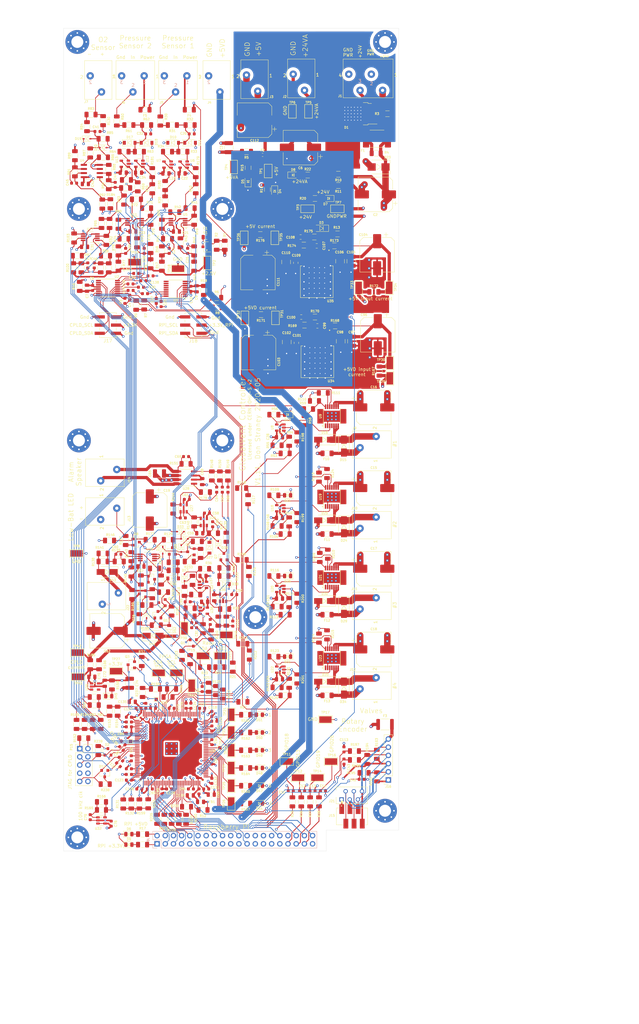
<source format=kicad_pcb>
(kicad_pcb (version 20171130) (host pcbnew "(5.1.4)-1")
  (title_block (title "GlobalVent Stand-Alone Controller") (date 2020-07-05) (rev 1.11) (company "US GlobalVent Team") (comment 1 "Don Straney"))
  (layers (0 F.Cu signal) (1 In1.Cu power) (2 In2.Cu mixed) (31 B.Cu signal) (34 B.Paste user) (35 F.Paste user) (36 B.SilkS user) (37 F.SilkS user) (38 B.Mask user) (39 F.Mask user) (44 Edge.Cuts user))
  (net 0 "")
  (net 1 GND)
  (net 2 "/Auditory Alarm/Backup_Bat")
  (net 3 +2V5)
  (net 4 GNDPWR)
  (net 5 +24V)
  (net 6 +5VA)
  (net 7 /CPLD_ADC6)
  (net 8 /CPLD_ADC7)
  (net 9 +24VA)
  (net 10 "Net-(C7-Pad2)")
  (net 11 "Net-(C10-Pad2)")
  (net 12 "Net-(C11-Pad1)")
  (net 13 "Net-(C12-Pad1)")
  (net 14 "Net-(C13-Pad1)")
  (net 15 "Net-(C14-Pad1)")
  (net 16 "Net-(C20-Pad2)")
  (net 17 "/Pressure Sensor Input 1/Out")
  (net 18 "/Pressure Sensor Input 1/Lim_H")
  (net 19 "/Pressure Sensor Input 1/Lim_L")
  (net 20 +3V3)
  (net 21 "Net-(C32-Pad2)")
  (net 22 "/Pressure Sensor Input 2/Out")
  (net 23 "/Pressure Sensor Input 2/Lim_H")
  (net 24 "/Pressure Sensor Input 2/Lim_L")
  (net 25 "Net-(C41-Pad2)")
  (net 26 "Net-(C44-Pad2)")
  (net 27 "/Oxygen Sensor Input/Out")
  (net 28 "Net-(C45-Pad2)")
  (net 29 "Net-(C45-Pad1)")
  (net 30 "/Oxygen Sensor Input/Lim_H")
  (net 31 "/Oxygen Sensor Input/Lim_L")
  (net 32 "Net-(C55-Pad2)")
  (net 33 +BATT)
  (net 34 "Net-(C59-Pad2)")
  (net 35 "Net-(C60-Pad2)")
  (net 36 "Net-(C63-Pad2)")
  (net 37 "Net-(C64-Pad2)")
  (net 38 "Net-(C64-Pad1)")
  (net 39 "Net-(C66-Pad2)")
  (net 40 /RPi_Alarm_Spkr)
  (net 41 "Net-(C67-Pad2)")
  (net 42 /CPLD_Alarm_Spkr)
  (net 43 "Net-(C68-Pad2)")
  (net 44 "Net-(C69-Pad2)")
  (net 45 "Net-(C69-Pad1)")
  (net 46 +5V)
  (net 47 "Net-(C79-Pad2)")
  (net 48 "Net-(C96-Pad1)")
  (net 49 "Net-(C99-Pad2)")
  (net 50 "Net-(C100-Pad2)")
  (net 51 "Net-(C100-Pad1)")
  (net 52 "Net-(C104-Pad1)")
  (net 53 "Net-(C107-Pad2)")
  (net 54 "Net-(C108-Pad2)")
  (net 55 "Net-(C108-Pad1)")
  (net 56 "Net-(D1-Pad2)")
  (net 57 "Net-(D1-Pad1)")
  (net 58 "/5V Regulator (other)/En")
  (net 59 "Net-(D4-Pad2)")
  (net 60 "Net-(D5-Pad2)")
  (net 61 "Net-(D6-Pad2)")
  (net 62 "Net-(D7-Pad2)")
  (net 63 "Net-(D8-Pad2)")
  (net 64 "Net-(D9-Pad2)")
  (net 65 "Net-(D12-Pad2)")
  (net 66 "Net-(D13-Pad1)")
  (net 67 "/Output Driver 1/OutL")
  (net 68 "Net-(D21-Pad2)")
  (net 69 "/Output Driver 2/OutL")
  (net 70 "Net-(D26-Pad2)")
  (net 71 "/Output Driver 3/OutL")
  (net 72 "Net-(D31-Pad2)")
  (net 73 "/Output Driver 4/OutL")
  (net 74 "Net-(D36-Pad2)")
  (net 75 +5VD)
  (net 76 "Net-(D38-Pad2)")
  (net 77 "Net-(D39-Pad2)")
  (net 78 "Net-(D44-Pad2)")
  (net 79 "Net-(D45-Pad2)")
  (net 80 "Net-(D47-Pad2)")
  (net 81 "Net-(D48-Pad2)")
  (net 82 "Net-(D49-Pad2)")
  (net 83 "Net-(D50-Pad2)")
  (net 84 "Net-(D51-Pad2)")
  (net 85 "Net-(F2-Pad1)")
  (net 86 "Net-(F4-Pad2)")
  (net 87 "Net-(F5-Pad2)")
  (net 88 "/Pressure Sensor Input 1/In")
  (net 89 "/Pressure Sensor Input 2/In")
  (net 90 "/Oxygen Sensor Input/In")
  (net 91 "Net-(J8-Pad29)")
  (net 92 "Net-(J8-Pad28)")
  (net 93 "Net-(J8-Pad27)")
  (net 94 "Net-(J8-Pad26)")
  (net 95 "Net-(J8-Pad24)")
  (net 96 /Comms6)
  (net 97 /RPi_valve4)
  (net 98 /Comms5)
  (net 99 /+3.3V_RPi)
  (net 100 /Comms4)
  (net 101 /RPi_valve3)
  (net 102 /RPi_valve2)
  (net 103 /Comms3)
  (net 104 /RPi_valve1)
  (net 105 /Comms2)
  (net 106 /Comms1)
  (net 107 /GPIO4)
  (net 108 /RPi_SCL)
  (net 109 /RPi_SDA)
  (net 110 "Net-(J13-Pad1)")
  (net 111 "Net-(J14-Pad2)")
  (net 112 /CPLD/TDI)
  (net 113 /CPLD/TMS)
  (net 114 /CPLD/TDO)
  (net 115 /CPLD/TCK)
  (net 116 "Net-(Q5-Pad1)")
  (net 117 "Net-(Q7-Pad1)")
  (net 118 "Net-(Q8-Pad2)")
  (net 119 "/Auditory Alarm/Low_Bat")
  (net 120 /CPLD_SDA)
  (net 121 /CPLD_SCL)
  (net 122 /RPi_En)
  (net 123 /CPLD/~ADC_INT)
  (net 124 "Net-(R30-Pad1)")
  (net 125 "Net-(R33-Pad1)")
  (net 126 "Net-(R34-Pad1)")
  (net 127 /CPLD_ADC0)
  (net 128 /RPi_ADC0)
  (net 129 "Net-(R41-Pad1)")
  (net 130 "Net-(R42-Pad1)")
  (net 131 "Net-(R43-Pad1)")
  (net 132 "Net-(R44-Pad1)")
  (net 133 /Pressure1_Lim_H_Alarm)
  (net 134 /Pressure1_Lim_L_Alarm)
  (net 135 "Net-(R54-Pad1)")
  (net 136 "Net-(R56-Pad2)")
  (net 137 "Net-(R60-Pad1)")
  (net 138 "Net-(R63-Pad1)")
  (net 139 "Net-(R64-Pad1)")
  (net 140 /CPLD_ADC1)
  (net 141 /RPi_ADC1)
  (net 142 "Net-(R71-Pad1)")
  (net 143 "Net-(R72-Pad1)")
  (net 144 "Net-(R73-Pad1)")
  (net 145 "Net-(R74-Pad1)")
  (net 146 /Pressure2_Lim_H_Alarm)
  (net 147 /Pressure2_Lim_L_Alarm)
  (net 148 "Net-(R83-Pad1)")
  (net 149 "Net-(R86-Pad1)")
  (net 150 "Net-(R87-Pad1)")
  (net 151 /CPLD_ADC2)
  (net 152 /RPi_ADC2)
  (net 153 "Net-(R102-Pad2)")
  (net 154 "Net-(R95-Pad1)")
  (net 155 "Net-(R96-Pad1)")
  (net 156 "Net-(R103-Pad2)")
  (net 157 /O2_Lim_H_Alarm)
  (net 158 /O2_Lim_L_Alarm)
  (net 159 "Net-(R107-Pad1)")
  (net 160 "Net-(R109-Pad2)")
  (net 161 "Net-(R114-Pad1)")
  (net 162 "Net-(R116-Pad2)")
  (net 163 "Net-(R121-Pad1)")
  (net 164 "Net-(R123-Pad2)")
  (net 165 "Net-(R136-Pad1)")
  (net 166 "Net-(R140-Pad2)")
  (net 167 "Net-(R142-Pad1)")
  (net 168 /CPLD/Extra6)
  (net 169 /CPLD/Extra5)
  (net 170 /CPLD/Extra1)
  (net 171 /CPLD/Extra2)
  (net 172 /CPLD/Extra3)
  (net 173 /CPLD/Extra4)
  (net 174 /CPLD/CPLD_Clk)
  (net 175 "Net-(R168-Pad2)")
  (net 176 "Net-(R173-Pad2)")
  (net 177 /CPLD_ADC3)
  (net 178 /CPLD_ADC4)
  (net 179 /CPLD_ADC5)
  (net 180 "Net-(U2-Pad1)")
  (net 181 /RPi_ADC3)
  (net 182 /RPi_ADC4)
  (net 183 /RPi_ADC5)
  (net 184 /RPi_ADC6)
  (net 185 /RPi_ADC7)
  (net 186 "Net-(U3-Pad1)")
  (net 187 /CPLD_valve1)
  (net 188 /CPLD_valve2)
  (net 189 /CPLD_valve3)
  (net 190 /CPLD_valve4)
  (net 191 "Net-(U25-Pad1)")
  (net 192 "Net-(U29-Pad4)")
  (net 193 /RPi_PWM4)
  (net 194 /RPi_PWM3)
  (net 195 /RPi_PWM2)
  (net 196 "Net-(J8-Pad31)")
  (net 197 /RPi_PWM1)
  (net 198 "Net-(Q8-Pad1)")
  (net 199 "Net-(R178-Pad1)")
  (net 200 "Net-(C70-Pad2)")
  (net 201 "Net-(D43-Pad1)")
  (net 202 "Net-(D52-Pad2)")
  (net 203 "Net-(Q11-Pad3)")
  (net 204 "Net-(Q11-Pad1)")
  (net 205 "Net-(Q12-Pad1)")
  (net 206 "Net-(F3-Pad2)")
  (net 207 /Enc_Sw)
  (net 208 /Enc_B)
  (net 209 /Enc_A)
  (net 210 "Net-(J8-Pad17)")
  (net 211 "Net-(H3-Pad1)")
  (net 212 "Net-(C77-Pad2)")
  (net 213 "Net-(C81-Pad2)")
  (net 214 "/Output Driver 1/OutH")
  (net 215 "/Output Driver 2/OutH")
  (net 216 "/Output Driver 3/OutH")
  (net 217 "/Output Driver 4/OutH")
  (net 218 /~Valve1_Fault)
  (net 219 "Net-(R110-Pad2)")
  (net 220 "Net-(R111-Pad2)")
  (net 221 /~Valve2_Fault)
  (net 222 "Net-(R117-Pad2)")
  (net 223 "Net-(R124-Pad2)")
  (net 224 /~Valve3_Fault)
  (net 225 "Net-(R126-Pad2)")
  (net 226 "Net-(R210-Pad2)")
  (net 227 /~Valve4_Fault)
  (net 228 "Net-(R212-Pad2)")
  (net 229 "Net-(R215-Pad2)")
  (net 230 "Net-(J8-Pad19)")
  (net 231 "Net-(J8-Pad15)")
  (net 232 "Net-(J8-Pad13)")
  (net 233 "Net-(J8-Pad21)")
  (net 234 "Net-(D13-Pad2)")
  (net 235 "Net-(Q1-Pad3)")
  (net 236 "Net-(R216-Pad2)")
  (net 237 "Net-(P15-Pad8)")
  (net 238 "Net-(P15-Pad7)")
  (net 239 "Net-(P15-Pad6)")
  (net 240 "/Auditory Alarm/~Bat_On")
  (net 241 "Net-(D22-Pad1)")
  (net 242 /CPLD/Comms1)
  (net 243 /CPLD/Comms2)
  (net 244 /CPLD/Comms3)
  (net 245 /CPLD/Comms4)
  (net 246 /CPLD/Comms5)
  (net 247 /CPLD/Comms6)
  (net 248 "Net-(D27-Pad2)")
  (net 249 "Net-(D28-Pad2)")
  (net 250 "/Auditory Alarm/~+5VA_On")
  (net 251 "Net-(Q2-Pad1)")
  (net 252 "Net-(C85-Pad2)")
  (net 253 "Net-(J15-Pad4)")
  (net 254 "Net-(J15-Pad2)")
  (net 255 "Net-(J15-Pad5)")
  (net 256 "Net-(TP44-Pad1)")
  (net 257 "Net-(TP45-Pad1)")
  (net 258 "Net-(TP46-Pad1)")
  (net 259 "Net-(C114-Pad2)")
  (net 260 "Net-(C114-Pad1)")
  (net 261 "Net-(C115-Pad2)")
  (net 262 "Net-(D1-Pad3)")
  (net 263 "Net-(U30-Pad141)")
  (net 264 "Net-(U30-Pad140)")
  (net 265 "Net-(U30-Pad127)")
  (net 266 "Net-(U30-Pad118)")
  (net 267 "Net-(U30-Pad114)")
  (net 268 "Net-(U30-Pad113)")
  (net 269 "Net-(U30-Pad112)")
  (net 270 "Net-(U30-Pad110)")
  (net 271 "Net-(U30-Pad105)")
  (net 272 "Net-(U30-Pad97)")
  (net 273 "Net-(U30-Pad96)")
  (net 274 "Net-(U30-Pad93)")
  (net 275 "Net-(U30-Pad92)")
  (net 276 "Net-(U30-Pad85)")
  (net 277 "Net-(U30-Pad84)")
  (net 278 "Net-(U30-Pad81)")
  (net 279 "Net-(U30-Pad80)")
  (net 280 "Net-(U30-Pad74)")
  (net 281 "Net-(U30-Pad70)")
  (net 282 "Net-(U30-Pad69)")
  (net 283 "Net-(U30-Pad66)")
  (net 284 "Net-(U30-Pad65)")
  (net 285 "Net-(U30-Pad64)")
  (net 286 "Net-(U30-Pad55)")
  (net 287 "Net-(U30-Pad54)")
  (net 288 "Net-(U30-Pad52)")
  (net 289 "Net-(U30-Pad50)")
  (net 290 "Net-(U30-Pad48)")
  (net 291 "Net-(U30-Pad43)")
  (net 292 "Net-(U30-Pad41)")
  (net 293 "Net-(U30-Pad39)")
  (net 294 "Net-(U30-Pad38)")
  (net 295 "Net-(U30-Pad33)")
  (net 296 "Net-(U30-Pad32)")
  (net 297 "Net-(U30-Pad30)")
  (net 298 "Net-(U30-Pad29)")
  (net 299 "Net-(U30-Pad28)")
  (net 300 "Net-(U30-Pad26)")
  (net 301 "Net-(U30-Pad25)")
  (net 302 "Net-(U30-Pad24)")
  (net 303 "Net-(U30-Pad22)")
  (net 304 "Net-(U30-Pad21)")
  (net 305 "Net-(U30-Pad17)")
  (net 306 "Net-(U30-Pad15)")
  (net 307 "Net-(U30-Pad13)")
  (net 308 /CPLD/+3.3VA)
  (net 309 "Net-(R131-Pad2)")
  (net 310 "Net-(R153-Pad1)")
  (net 311 "Net-(R159-Pad2)")
  (net 312 "Net-(R221-Pad1)")
  (net 313 "Net-(R237-Pad2)")
  (net 314 "Net-(R202-Pad2)")
  (net 315 "Net-(R180-Pad2)")
  (net 316 "Net-(R182-Pad2)")
  (net 317 "Net-(D33-Pad2)")
  (net 318 "Net-(D33-Pad1)")
  (net 319 "/Auditory Alarm/~FPGA_RST")
  (module Ventilator:LQFP50P2200X2200X160-145N (layer F.Cu) (at 71 251.75)
    (fp_text reference U30 (at 12.75 0.75) (layer F.SilkS) (effects (font (size 0.7 0.7) (thickness 0.13))))
    (fp_text value 10M08SAE144C8G hide)
    (pad 145 smd rect (at 0 0) (size 4 4) (layers F.Cu F.Mask) (net 1 GND))
    (pad 144 smd rect (at -8.75 -10.67) (size 0.28 1.47) (layers F.Cu F.Paste F.Mask) (net 20 +3V3))
    (pad 143 smd rect (at -8.25 -10.67) (size 0.28 1.47) (layers F.Cu F.Paste F.Mask) (net 308 /CPLD/+3.3VA))
    (pad 142 smd rect (at -7.75 -10.67) (size 0.28 1.47) (layers F.Cu F.Paste F.Mask) (net 1 GND))
    (pad 141 smd rect (at -7.25 -10.67) (size 0.28 1.47) (layers F.Cu F.Paste F.Mask) (net 263 "Net-(U30-Pad141)"))
    (pad 140 smd rect (at -6.75 -10.67) (size 0.28 1.47) (layers F.Cu F.Paste F.Mask) (net 264 "Net-(U30-Pad140)"))
    (pad 139 smd rect (at -6.25 -10.67) (size 0.28 1.47) (layers F.Cu F.Paste F.Mask) (net 20 +3V3))
    (pad 138 smd rect (at -5.75 -10.67) (size 0.28 1.47) (layers F.Cu F.Paste F.Mask) (net 309 "Net-(R131-Pad2)"))
    (pad 137 smd rect (at -5.25 -10.67) (size 0.28 1.47) (layers F.Cu F.Paste F.Mask) (net 1 GND))
    (pad 136 smd rect (at -4.75 -10.67) (size 0.28 1.47) (layers F.Cu F.Paste F.Mask) (net 319 "/Auditory Alarm/~FPGA_RST"))
    (pad 135 smd rect (at -4.25 -10.67) (size 0.28 1.47) (layers F.Cu F.Paste F.Mask) (net 258 "Net-(TP46-Pad1)"))
    (pad 134 smd rect (at -3.75 -10.67) (size 0.28 1.47) (layers F.Cu F.Paste F.Mask) (net 311 "Net-(R159-Pad2)"))
    (pad 133 smd rect (at -3.25 -10.67) (size 0.28 1.47) (layers F.Cu F.Paste F.Mask) (net 1 GND))
    (pad 132 smd rect (at -2.75 -10.67) (size 0.28 1.47) (layers F.Cu F.Paste F.Mask) (net 120 /CPLD_SDA))
    (pad 131 smd rect (at -2.25 -10.67) (size 0.28 1.47) (layers F.Cu F.Paste F.Mask) (net 121 /CPLD_SCL))
    (pad 130 smd rect (at -1.75 -10.67) (size 0.28 1.47) (layers F.Cu F.Paste F.Mask) (net 123 /CPLD/~ADC_INT))
    (pad 129 smd rect (at -1.25 -10.67) (size 0.28 1.47) (layers F.Cu F.Paste F.Mask) (net 313 "Net-(R237-Pad2)"))
    (pad 128 smd rect (at -0.75 -10.67) (size 0.28 1.47) (layers F.Cu F.Paste F.Mask) (net 20 +3V3))
    (pad 127 smd rect (at -0.25 -10.67) (size 0.28 1.47) (layers F.Cu F.Paste F.Mask) (net 265 "Net-(U30-Pad127)"))
    (pad 126 smd rect (at 0.25 -10.67) (size 0.28 1.47) (layers F.Cu F.Paste F.Mask) (net 310 "Net-(R153-Pad1)"))
    (pad 125 smd rect (at 0.75 -10.67) (size 0.28 1.47) (layers F.Cu F.Paste F.Mask) (net 1 GND))
    (pad 124 smd rect (at 1.25 -10.67) (size 0.28 1.47) (layers F.Cu F.Paste F.Mask) (net 227 /~Valve4_Fault))
    (pad 123 smd rect (at 1.75 -10.67) (size 0.28 1.47) (layers F.Cu F.Paste F.Mask) (net 224 /~Valve3_Fault))
    (pad 122 smd rect (at 2.25 -10.67) (size 0.28 1.47) (layers F.Cu F.Paste F.Mask) (net 1 GND))
    (pad 121 smd rect (at 2.75 -10.67) (size 0.28 1.47) (layers F.Cu F.Paste F.Mask) (net 312 "Net-(R221-Pad1)"))
    (pad 120 smd rect (at 3.25 -10.67) (size 0.28 1.47) (layers F.Cu F.Paste F.Mask) (net 221 /~Valve2_Fault))
    (pad 119 smd rect (at 3.75 -10.67) (size 0.28 1.47) (layers F.Cu F.Paste F.Mask) (net 218 /~Valve1_Fault))
    (pad 118 smd rect (at 4.25 -10.67) (size 0.28 1.47) (layers F.Cu F.Paste F.Mask) (net 266 "Net-(U30-Pad118)"))
    (pad 117 smd rect (at 4.75 -10.67) (size 0.28 1.47) (layers F.Cu F.Paste F.Mask) (net 20 +3V3))
    (pad 116 smd rect (at 5.25 -10.67) (size 0.28 1.47) (layers F.Cu F.Paste F.Mask) (net 1 GND))
    (pad 115 smd rect (at 5.75 -10.67) (size 0.28 1.47) (layers F.Cu F.Paste F.Mask) (net 20 +3V3))
    (pad 114 smd rect (at 6.25 -10.67) (size 0.28 1.47) (layers F.Cu F.Paste F.Mask) (net 267 "Net-(U30-Pad114)"))
    (pad 113 smd rect (at 6.75 -10.67) (size 0.28 1.47) (layers F.Cu F.Paste F.Mask) (net 268 "Net-(U30-Pad113)"))
    (pad 112 smd rect (at 7.25 -10.67) (size 0.28 1.47) (layers F.Cu F.Paste F.Mask) (net 269 "Net-(U30-Pad112)"))
    (pad 111 smd rect (at 7.75 -10.67) (size 0.28 1.47) (layers F.Cu F.Paste F.Mask) (net 42 /CPLD_Alarm_Spkr))
    (pad 110 smd rect (at 8.25 -10.67) (size 0.28 1.47) (layers F.Cu F.Paste F.Mask) (net 270 "Net-(U30-Pad110)"))
    (pad 109 smd rect (at 8.75 -10.67) (size 0.28 1.47) (layers F.Cu F.Paste F.Mask) (net 20 +3V3))
    (pad 108 smd rect (at 10.67 -8.75) (size 1.47 0.28) (layers F.Cu F.Paste F.Mask) (net 20 +3V3))
    (pad 107 smd rect (at 10.67 -8.25) (size 1.47 0.28) (layers F.Cu F.Paste F.Mask) (net 308 /CPLD/+3.3VA))
    (pad 106 smd rect (at 10.67 -7.75) (size 1.47 0.28) (layers F.Cu F.Paste F.Mask) (net 240 "/Auditory Alarm/~Bat_On"))
    (pad 105 smd rect (at 10.67 -7.25) (size 1.47 0.28) (layers F.Cu F.Paste F.Mask) (net 271 "Net-(U30-Pad105)"))
    (pad 104 smd rect (at 10.67 -6.75) (size 1.47 0.28) (layers F.Cu F.Paste F.Mask) (net 1 GND))
    (pad 103 smd rect (at 10.67 -6.25) (size 1.47 0.28) (layers F.Cu F.Paste F.Mask) (net 20 +3V3))
    (pad 102 smd rect (at 10.67 -5.75) (size 1.47 0.28) (layers F.Cu F.Paste F.Mask) (net 119 "/Auditory Alarm/Low_Bat"))
    (pad 101 smd rect (at 10.67 -5.25) (size 1.47 0.28) (layers F.Cu F.Paste F.Mask) (net 250 "/Auditory Alarm/~+5VA_On"))
    (pad 100 smd rect (at 10.67 -4.75) (size 1.47 0.28) (layers F.Cu F.Paste F.Mask) (net 170 /CPLD/Extra1))
    (pad 99 smd rect (at 10.67 -4.25) (size 1.47 0.28) (layers F.Cu F.Paste F.Mask) (net 171 /CPLD/Extra2))
    (pad 98 smd rect (at 10.67 -3.75) (size 1.47 0.28) (layers F.Cu F.Paste F.Mask) (net 172 /CPLD/Extra3))
    (pad 97 smd rect (at 10.67 -3.25) (size 1.47 0.28) (layers F.Cu F.Paste F.Mask) (net 272 "Net-(U30-Pad97)"))
    (pad 96 smd rect (at 10.67 -2.75) (size 1.47 0.28) (layers F.Cu F.Paste F.Mask) (net 273 "Net-(U30-Pad96)"))
    (pad 95 smd rect (at 10.67 -2.25) (size 1.47 0.28) (layers F.Cu F.Paste F.Mask) (net 1 GND))
    (pad 94 smd rect (at 10.67 -1.75) (size 1.47 0.28) (layers F.Cu F.Paste F.Mask) (net 20 +3V3))
    (pad 93 smd rect (at 10.67 -1.25) (size 1.47 0.28) (layers F.Cu F.Paste F.Mask) (net 274 "Net-(U30-Pad93)"))
    (pad 92 smd rect (at 10.67 -0.75) (size 1.47 0.28) (layers F.Cu F.Paste F.Mask) (net 275 "Net-(U30-Pad92)"))
    (pad 91 smd rect (at 10.67 -0.25) (size 1.47 0.28) (layers F.Cu F.Paste F.Mask) (net 257 "Net-(TP45-Pad1)"))
    (pad 90 smd rect (at 10.67 0.25) (size 1.47 0.28) (layers F.Cu F.Paste F.Mask) (net 173 /CPLD/Extra4))
    (pad 89 smd rect (at 10.67 0.75) (size 1.47 0.28) (layers F.Cu F.Paste F.Mask) (net 169 /CPLD/Extra5))
    (pad 88 smd rect (at 10.67 1.25) (size 1.47 0.28) (layers F.Cu F.Paste F.Mask) (net 168 /CPLD/Extra6))
    (pad 87 smd rect (at 10.67 1.75) (size 1.47 0.28) (layers F.Cu F.Paste F.Mask) (net 209 /Enc_A))
    (pad 86 smd rect (at 10.67 2.25) (size 1.47 0.28) (layers F.Cu F.Paste F.Mask) (net 208 /Enc_B))
    (pad 85 smd rect (at 10.67 2.75) (size 1.47 0.28) (layers F.Cu F.Paste F.Mask) (net 276 "Net-(U30-Pad85)"))
    (pad 84 smd rect (at 10.67 3.25) (size 1.47 0.28) (layers F.Cu F.Paste F.Mask) (net 277 "Net-(U30-Pad84)"))
    (pad 83 smd rect (at 10.67 3.75) (size 1.47 0.28) (layers F.Cu F.Paste F.Mask) (net 1 GND))
    (pad 82 smd rect (at 10.67 4.25) (size 1.47 0.28) (layers F.Cu F.Paste F.Mask) (net 20 +3V3))
    (pad 81 smd rect (at 10.67 4.75) (size 1.47 0.28) (layers F.Cu F.Paste F.Mask) (net 278 "Net-(U30-Pad81)"))
    (pad 80 smd rect (at 10.67 5.25) (size 1.47 0.28) (layers F.Cu F.Paste F.Mask) (net 279 "Net-(U30-Pad80)"))
    (pad 79 smd rect (at 10.67 5.75) (size 1.47 0.28) (layers F.Cu F.Paste F.Mask) (net 207 /Enc_Sw))
    (pad 78 smd rect (at 10.67 6.25) (size 1.47 0.28) (layers F.Cu F.Paste F.Mask) (net 187 /CPLD_valve1))
    (pad 77 smd rect (at 10.67 6.75) (size 1.47 0.28) (layers F.Cu F.Paste F.Mask) (net 188 /CPLD_valve2))
    (pad 76 smd rect (at 10.67 7.25) (size 1.47 0.28) (layers F.Cu F.Paste F.Mask) (net 189 /CPLD_valve3))
    (pad 75 smd rect (at 10.67 7.75) (size 1.47 0.28) (layers F.Cu F.Paste F.Mask) (net 190 /CPLD_valve4))
    (pad 74 smd rect (at 10.67 8.25) (size 1.47 0.28) (layers F.Cu F.Paste F.Mask) (net 280 "Net-(U30-Pad74)"))
    (pad 73 smd rect (at 10.67 8.75) (size 1.47 0.28) (layers F.Cu F.Paste F.Mask) (net 20 +3V3))
    (pad 72 smd rect (at 8.75 10.67) (size 0.28 1.47) (layers F.Cu F.Paste F.Mask) (net 20 +3V3))
    (pad 71 smd rect (at 8.25 10.67) (size 0.28 1.47) (layers F.Cu F.Paste F.Mask) (net 308 /CPLD/+3.3VA))
    (pad 70 smd rect (at 7.75 10.67) (size 0.28 1.47) (layers F.Cu F.Paste F.Mask) (net 281 "Net-(U30-Pad70)"))
    (pad 69 smd rect (at 7.25 10.67) (size 0.28 1.47) (layers F.Cu F.Paste F.Mask) (net 282 "Net-(U30-Pad69)"))
    (pad 68 smd rect (at 6.75 10.67) (size 0.28 1.47) (layers F.Cu F.Paste F.Mask) (net 1 GND))
    (pad 67 smd rect (at 6.25 10.67) (size 0.28 1.47) (layers F.Cu F.Paste F.Mask) (net 20 +3V3))
    (pad 66 smd rect (at 5.75 10.67) (size 0.28 1.47) (layers F.Cu F.Paste F.Mask) (net 283 "Net-(U30-Pad66)"))
    (pad 65 smd rect (at 5.25 10.67) (size 0.28 1.47) (layers F.Cu F.Paste F.Mask) (net 284 "Net-(U30-Pad65)"))
    (pad 64 smd rect (at 4.75 10.67) (size 0.28 1.47) (layers F.Cu F.Paste F.Mask) (net 285 "Net-(U30-Pad64)"))
    (pad 63 smd rect (at 4.25 10.67) (size 0.28 1.47) (layers F.Cu F.Paste F.Mask) (net 1 GND))
    (pad 62 smd rect (at 3.75 10.67) (size 0.28 1.47) (layers F.Cu F.Paste F.Mask) (net 122 /RPi_En))
    (pad 61 smd rect (at 3.25 10.67) (size 0.28 1.47) (layers F.Cu F.Paste F.Mask) (net 247 /CPLD/Comms6))
    (pad 60 smd rect (at 2.75 10.67) (size 0.28 1.47) (layers F.Cu F.Paste F.Mask) (net 246 /CPLD/Comms5))
    (pad 59 smd rect (at 2.25 10.67) (size 0.28 1.47) (layers F.Cu F.Paste F.Mask) (net 245 /CPLD/Comms4))
    (pad 58 smd rect (at 1.75 10.67) (size 0.28 1.47) (layers F.Cu F.Paste F.Mask) (net 244 /CPLD/Comms3))
    (pad 57 smd rect (at 1.25 10.67) (size 0.28 1.47) (layers F.Cu F.Paste F.Mask) (net 243 /CPLD/Comms2))
    (pad 56 smd rect (at 0.75 10.67) (size 0.28 1.47) (layers F.Cu F.Paste F.Mask) (net 242 /CPLD/Comms1))
    (pad 55 smd rect (at 0.25 10.67) (size 0.28 1.47) (layers F.Cu F.Paste F.Mask) (net 286 "Net-(U30-Pad55)"))
    (pad 54 smd rect (at -0.25 10.67) (size 0.28 1.47) (layers F.Cu F.Paste F.Mask) (net 287 "Net-(U30-Pad54)"))
    (pad 53 smd rect (at -0.75 10.67) (size 0.28 1.47) (layers F.Cu F.Paste F.Mask) (net 1 GND))
    (pad 52 smd rect (at -1.25 10.67) (size 0.28 1.47) (layers F.Cu F.Paste F.Mask) (net 288 "Net-(U30-Pad52)"))
    (pad 51 smd rect (at -1.75 10.67) (size 0.28 1.47) (layers F.Cu F.Paste F.Mask) (net 20 +3V3))
    (pad 50 smd rect (at -2.25 10.67) (size 0.28 1.47) (layers F.Cu F.Paste F.Mask) (net 289 "Net-(U30-Pad50)"))
    (pad 49 smd rect (at -2.75 10.67) (size 0.28 1.47) (layers F.Cu F.Paste F.Mask) (net 20 +3V3))
    (pad 48 smd rect (at -3.25 10.67) (size 0.28 1.47) (layers F.Cu F.Paste F.Mask) (net 290 "Net-(U30-Pad48)"))
    (pad 47 smd rect (at -3.75 10.67) (size 0.28 1.47) (layers F.Cu F.Paste F.Mask) (net 104 /RPi_valve1))
    (pad 46 smd rect (at -4.25 10.67) (size 0.28 1.47) (layers F.Cu F.Paste F.Mask) (net 102 /RPi_valve2))
    (pad 45 smd rect (at -4.75 10.67) (size 0.28 1.47) (layers F.Cu F.Paste F.Mask) (net 101 /RPi_valve3))
    (pad 44 smd rect (at -5.25 10.67) (size 0.28 1.47) (layers F.Cu F.Paste F.Mask) (net 97 /RPi_valve4))
    (pad 43 smd rect (at -5.75 10.67) (size 0.28 1.47) (layers F.Cu F.Paste F.Mask) (net 291 "Net-(U30-Pad43)"))
    (pad 42 smd rect (at -6.25 10.67) (size 0.28 1.47) (layers F.Cu F.Paste F.Mask) (net 1 GND))
    (pad 41 smd rect (at -6.75 10.67) (size 0.28 1.47) (layers F.Cu F.Paste F.Mask) (net 292 "Net-(U30-Pad41)"))
    (pad 40 smd rect (at -7.25 10.67) (size 0.28 1.47) (layers F.Cu F.Paste F.Mask) (net 20 +3V3))
    (pad 39 smd rect (at -7.75 10.67) (size 0.28 1.47) (layers F.Cu F.Paste F.Mask) (net 293 "Net-(U30-Pad39)"))
    (pad 38 smd rect (at -8.25 10.67) (size 0.28 1.47) (layers F.Cu F.Paste F.Mask) (net 294 "Net-(U30-Pad38)"))
    (pad 37 smd rect (at -8.75 10.67) (size 0.28 1.47) (layers F.Cu F.Paste F.Mask) (net 20 +3V3))
    (pad 36 smd rect (at -10.67 8.75) (size 1.47 0.28) (layers F.Cu F.Paste F.Mask) (net 20 +3V3))
    (pad 35 smd rect (at -10.67 8.25) (size 1.47 0.28) (layers F.Cu F.Paste F.Mask) (net 308 /CPLD/+3.3VA))
    (pad 34 smd rect (at -10.67 7.75) (size 1.47 0.28) (layers F.Cu F.Paste F.Mask) (net 308 /CPLD/+3.3VA))
    (pad 33 smd rect (at -10.67 7.25) (size 1.47 0.28) (layers F.Cu F.Paste F.Mask) (net 295 "Net-(U30-Pad33)"))
    (pad 32 smd rect (at -10.67 6.75) (size 1.47 0.28) (layers F.Cu F.Paste F.Mask) (net 296 "Net-(U30-Pad32)"))
    (pad 31 smd rect (at -10.67 6.25) (size 1.47 0.28) (layers F.Cu F.Paste F.Mask) (net 20 +3V3))
    (pad 30 smd rect (at -10.67 5.75) (size 1.47 0.28) (layers F.Cu F.Paste F.Mask) (net 297 "Net-(U30-Pad30)"))
    (pad 29 smd rect (at -10.67 5.25) (size 1.47 0.28) (layers F.Cu F.Paste F.Mask) (net 298 "Net-(U30-Pad29)"))
    (pad 28 smd rect (at -10.67 4.75) (size 1.47 0.28) (layers F.Cu F.Paste F.Mask) (net 299 "Net-(U30-Pad28)"))
    (pad 27 smd rect (at -10.67 4.25) (size 1.47 0.28) (layers F.Cu F.Paste F.Mask) (net 174 /CPLD/CPLD_Clk))
    (pad 26 smd rect (at -10.67 3.75) (size 1.47 0.28) (layers F.Cu F.Paste F.Mask) (net 300 "Net-(U30-Pad26)"))
    (pad 25 smd rect (at -10.67 3.25) (size 1.47 0.28) (layers F.Cu F.Paste F.Mask) (net 301 "Net-(U30-Pad25)"))
    (pad 24 smd rect (at -10.67 2.75) (size 1.47 0.28) (layers F.Cu F.Paste F.Mask) (net 302 "Net-(U30-Pad24)"))
    (pad 23 smd rect (at -10.67 2.25) (size 1.47 0.28) (layers F.Cu F.Paste F.Mask) (net 20 +3V3))
    (pad 22 smd rect (at -10.67 1.75) (size 1.47 0.28) (layers F.Cu F.Paste F.Mask) (net 303 "Net-(U30-Pad22)"))
    (pad 21 smd rect (at -10.67 1.25) (size 1.47 0.28) (layers F.Cu F.Paste F.Mask) (net 304 "Net-(U30-Pad21)"))
    (pad 20 smd rect (at -10.67 0.75) (size 1.47 0.28) (layers F.Cu F.Paste F.Mask) (net 114 /CPLD/TDO))
    (pad 19 smd rect (at -10.67 0.25) (size 1.47 0.28) (layers F.Cu F.Paste F.Mask) (net 112 /CPLD/TDI))
    (pad 18 smd rect (at -10.67 -0.25) (size 1.47 0.28) (layers F.Cu F.Paste F.Mask) (net 115 /CPLD/TCK))
    (pad 17 smd rect (at -10.67 -0.75) (size 1.47 0.28) (layers F.Cu F.Paste F.Mask) (net 305 "Net-(U30-Pad17)"))
    (pad 16 smd rect (at -10.67 -1.25) (size 1.47 0.28) (layers F.Cu F.Paste F.Mask) (net 113 /CPLD/TMS))
    (pad 15 smd rect (at -10.67 -1.75) (size 1.47 0.28) (layers F.Cu F.Paste F.Mask) (net 306 "Net-(U30-Pad15)"))
    (pad 14 smd rect (at -10.67 -2.25) (size 1.47 0.28) (layers F.Cu F.Paste F.Mask) (net 256 "Net-(TP44-Pad1)"))
    (pad 13 smd rect (at -10.67 -2.75) (size 1.47 0.28) (layers F.Cu F.Paste F.Mask) (net 307 "Net-(U30-Pad13)"))
    (pad 12 smd rect (at -10.67 -3.25) (size 1.47 0.28) (layers F.Cu F.Paste F.Mask) (net 158 /O2_Lim_L_Alarm))
    (pad 11 smd rect (at -10.67 -3.75) (size 1.47 0.28) (layers F.Cu F.Paste F.Mask) (net 157 /O2_Lim_H_Alarm))
    (pad 10 smd rect (at -10.67 -4.25) (size 1.47 0.28) (layers F.Cu F.Paste F.Mask) (net 147 /Pressure2_Lim_L_Alarm))
    (pad 9 smd rect (at -10.67 -4.75) (size 1.47 0.28) (layers F.Cu F.Paste F.Mask) (net 20 +3V3))
    (pad 8 smd rect (at -10.67 -5.25) (size 1.47 0.28) (layers F.Cu F.Paste F.Mask) (net 146 /Pressure2_Lim_H_Alarm))
    (pad 7 smd rect (at -10.67 -5.75) (size 1.47 0.28) (layers F.Cu F.Paste F.Mask) (net 134 /Pressure1_Lim_L_Alarm))
    (pad 6 smd rect (at -10.67 -6.25) (size 1.47 0.28) (layers F.Cu F.Paste F.Mask) (net 133 /Pressure1_Lim_H_Alarm))
    (pad 5 smd rect (at -10.67 -6.75) (size 1.47 0.28) (layers F.Cu F.Paste F.Mask) (net 20 +3V3))
    (pad 4 smd rect (at -10.67 -7.25) (size 1.47 0.28) (layers F.Cu F.Paste F.Mask) (net 1 GND))
    (pad 3 smd rect (at -10.67 -7.75) (size 1.47 0.28) (layers F.Cu F.Paste F.Mask) (net 1 GND))
    (pad 2 smd rect (at -10.67 -8.25) (size 1.47 0.28) (layers F.Cu F.Paste F.Mask) (net 308 /CPLD/+3.3VA))
    (pad 1 smd rect (at -10.67 -8.75) (size 1.47 0.28) (layers F.Cu F.Paste F.Mask) (net 20 +3V3))
  )
  (module Ventilator:Pressure_sensor_daughterboard_1.2 (layer F.Cu) (at 37.5 161)
    (fp_text reference U10 hide)
    (fp_text value Pressure_sensor_daughterboard hide)
    (pad 1 thru_hole circle (at 6.712221 -74.537779) (size 0.8 0.8) (drill 0.5) (layers *.Cu *.Mask) (net 1 GND))
    (pad 1 thru_hole circle (at 4.75 -76.5) (size 7.4 7.4) (drill 3.7) (layers *.Cu *.Mask) (net 1 GND))
    (pad 1 thru_hole circle (at 1.975 -76.5) (size 0.8 0.8) (drill 0.5) (layers *.Cu *.Mask) (net 1 GND))
    (pad 1 thru_hole circle (at 2.787779 -78.462221) (size 0.8 0.8) (drill 0.5) (layers *.Cu *.Mask) (net 1 GND))
    (pad 1 thru_hole circle (at 4.75 -73.725) (size 0.8 0.8) (drill 0.5) (layers *.Cu *.Mask) (net 1 GND))
    (pad 1 thru_hole circle (at 7.525 -76.5) (size 0.8 0.8) (drill 0.5) (layers *.Cu *.Mask) (net 1 GND))
    (pad 1 thru_hole circle (at 6.712221 -78.462221) (size 0.8 0.8) (drill 0.5) (layers *.Cu *.Mask) (net 1 GND))
    (pad 1 thru_hole circle (at 2.787779 -74.537779) (size 0.8 0.8) (drill 0.5) (layers *.Cu *.Mask) (net 1 GND))
    (pad 1 thru_hole circle (at 4.75 -79.275) (size 0.8 0.8) (drill 0.5) (layers *.Cu *.Mask) (net 1 GND))
    (pad 1 thru_hole circle (at 51.212221 -74.537779) (size 0.8 0.8) (drill 0.5) (layers *.Cu *.Mask) (net 1 GND))
    (pad 1 thru_hole circle (at 49.25 -76.5) (size 7.4 7.4) (drill 3.7) (layers *.Cu *.Mask) (net 1 GND))
    (pad 1 thru_hole circle (at 46.475 -76.5) (size 0.8 0.8) (drill 0.5) (layers *.Cu *.Mask) (net 1 GND))
    (pad 1 thru_hole circle (at 47.287779 -78.462221) (size 0.8 0.8) (drill 0.5) (layers *.Cu *.Mask) (net 1 GND))
    (pad 1 thru_hole circle (at 49.25 -73.725) (size 0.8 0.8) (drill 0.5) (layers *.Cu *.Mask) (net 1 GND))
    (pad 1 thru_hole circle (at 52.025 -76.5) (size 0.8 0.8) (drill 0.5) (layers *.Cu *.Mask) (net 1 GND))
    (pad 1 thru_hole circle (at 51.212221 -78.462221) (size 0.8 0.8) (drill 0.5) (layers *.Cu *.Mask) (net 1 GND))
    (pad 1 thru_hole circle (at 47.287779 -74.537779) (size 0.8 0.8) (drill 0.5) (layers *.Cu *.Mask) (net 1 GND))
    (pad 1 thru_hole circle (at 49.25 -79.275) (size 0.8 0.8) (drill 0.5) (layers *.Cu *.Mask) (net 1 GND))
    (pad 1 thru_hole circle (at 51.212221 -2.787779) (size 0.8 0.8) (drill 0.5) (layers *.Cu *.Mask) (net 1 GND))
    (pad 1 thru_hole circle (at 49.25 -4.75) (size 7.4 7.4) (drill 3.7) (layers *.Cu *.Mask) (net 1 GND))
    (pad 1 thru_hole circle (at 46.475 -4.75) (size 0.8 0.8) (drill 0.5) (layers *.Cu *.Mask) (net 1 GND))
    (pad 1 thru_hole circle (at 47.287779 -6.712221) (size 0.8 0.8) (drill 0.5) (layers *.Cu *.Mask) (net 1 GND))
    (pad 1 thru_hole circle (at 49.25 -1.975) (size 0.8 0.8) (drill 0.5) (layers *.Cu *.Mask) (net 1 GND))
    (pad 1 thru_hole circle (at 52.025 -4.75) (size 0.8 0.8) (drill 0.5) (layers *.Cu *.Mask) (net 1 GND))
    (pad 1 thru_hole circle (at 51.212221 -6.712221) (size 0.8 0.8) (drill 0.5) (layers *.Cu *.Mask) (net 1 GND))
    (pad 1 thru_hole circle (at 47.287779 -2.787779) (size 0.8 0.8) (drill 0.5) (layers *.Cu *.Mask) (net 1 GND))
    (pad 1 thru_hole circle (at 49.25 -7.525) (size 0.8 0.8) (drill 0.5) (layers *.Cu *.Mask) (net 1 GND))
    (pad 1 thru_hole circle (at 4.75 -1.975) (size 0.8 0.8) (drill 0.5) (layers *.Cu *.Mask) (net 1 GND))
    (pad 1 thru_hole circle (at 6.712221 -2.787779) (size 0.8 0.8) (drill 0.5) (layers *.Cu *.Mask) (net 1 GND))
    (pad 1 thru_hole circle (at 2.787779 -6.712221) (size 0.8 0.8) (drill 0.5) (layers *.Cu *.Mask) (net 1 GND))
    (pad 1 thru_hole circle (at 4.75 -7.525) (size 0.8 0.8) (drill 0.5) (layers *.Cu *.Mask) (net 1 GND))
    (pad 1 thru_hole circle (at 2.787779 -2.787779) (size 0.8 0.8) (drill 0.5) (layers *.Cu *.Mask) (net 1 GND))
    (pad 1 thru_hole circle (at 7.525 -4.75) (size 0.8 0.8) (drill 0.5) (layers *.Cu *.Mask) (net 1 GND))
    (pad 1 thru_hole circle (at 6.712221 -6.712221) (size 0.8 0.8) (drill 0.5) (layers *.Cu *.Mask) (net 1 GND))
    (pad 1 thru_hole circle (at 4.75 -4.75) (size 7.4 7.4) (drill 3.7) (layers *.Cu *.Mask) (net 1 GND))
    (pad 1 thru_hole circle (at 1.975 -4.75) (size 0.8 0.8) (drill 0.5) (layers *.Cu *.Mask) (net 1 GND))
  )
  (module Resistor_SMD:R_1206_3216Metric (layer F.Cu) (at 83.5 167.25 90)
    (fp_text reference R148 (at 3.75 0 90) (layer F.SilkS) (effects (font (size 0.7 0.7) (thickness 0.16))))
    (fp_text value 100K hide)
    (pad 2 smd roundrect (at 1.4 0 90) (size 1.25 1.75) (layers F.Cu F.Paste F.Mask) (roundrect_rratio 0.2) (net 45 "Net-(C69-Pad1)"))
    (pad 1 smd roundrect (at -1.4 0 90) (size 1.25 1.75) (layers F.Cu F.Paste F.Mask) (roundrect_rratio 0.2) (net 37 "Net-(C64-Pad2)"))
  )
  (module Connector_PinHeader_2.54mm:PinHeader_2x03_P2.54mm_Vertical_SMD (layer F.Cu) (at 77.75 120.5 180)
    (fp_text reference J18 (at 0 -4.87) (layer F.SilkS))
    (fp_text value Conn_02x03_Odd_Even hide)
    (pad 6 smd rect (at 2.525 2.54 180) (size 3.15 1) (layers F.Cu F.Paste F.Mask) (net 1 GND))
    (pad 5 smd rect (at -2.525 2.54 180) (size 3.15 1) (layers F.Cu F.Paste F.Mask) (net 1 GND))
    (pad 4 smd rect (at 2.525 0 180) (size 3.15 1) (layers F.Cu F.Paste F.Mask) (net 108 /RPi_SCL))
    (pad 3 smd rect (at -2.525 0 180) (size 3.15 1) (layers F.Cu F.Paste F.Mask) (net 99 /+3.3V_RPi))
    (pad 2 smd rect (at 2.525 -2.54 180) (size 3.15 1) (layers F.Cu F.Paste F.Mask) (net 109 /RPi_SDA))
    (pad 1 smd rect (at -2.525 -2.54 180) (size 3.15 1) (layers F.Cu F.Paste F.Mask) (net 1 GND))
  )
  (module Connector_PinHeader_2.54mm:PinHeader_2x03_P2.54mm_Vertical_SMD (layer F.Cu) (at 51.225 120.5 180)
    (fp_text reference J17 (at 0 -4.87) (layer F.SilkS))
    (fp_text value Conn_02x03_Odd_Even hide)
    (pad 6 smd rect (at 2.525 2.54 180) (size 3.15 1) (layers F.Cu F.Paste F.Mask) (net 1 GND))
    (pad 5 smd rect (at -2.525 2.54 180) (size 3.15 1) (layers F.Cu F.Paste F.Mask) (net 1 GND))
    (pad 4 smd rect (at 2.525 0 180) (size 3.15 1) (layers F.Cu F.Paste F.Mask) (net 121 /CPLD_SCL))
    (pad 3 smd rect (at -2.525 0 180) (size 3.15 1) (layers F.Cu F.Paste F.Mask) (net 20 +3V3))
    (pad 2 smd rect (at 2.525 -2.54 180) (size 3.15 1) (layers F.Cu F.Paste F.Mask) (net 120 /CPLD_SDA))
    (pad 1 smd rect (at -2.525 -2.54 180) (size 3.15 1) (layers F.Cu F.Paste F.Mask) (net 1 GND))
  )
  (module Resistor_SMD:R_1206_3216Metric (layer F.Cu) (at 61.75 224.75 90)
    (fp_text reference R37 (at 3 0 180) (layer F.SilkS) (effects (font (size 0.7 0.7))))
    (fp_text value 100K hide)
    (pad 2 smd roundrect (at 1.4 0 90) (size 1.25 1.75) (layers F.Cu F.Paste F.Mask) (roundrect_rratio 0.2) (net 20 +3V3))
    (pad 1 smd roundrect (at -1.4 0 90) (size 1.25 1.75) (layers F.Cu F.Paste F.Mask) (roundrect_rratio 0.2) (net 317 "Net-(D33-Pad2)"))
  )
  (module Ventilator:SOT-23 (layer F.Cu) (at 58.5 225.75 180)
    (fp_text reference Q3 (at 1.25 2.5) (layer F.SilkS) (effects (font (size 0.7 0.7))))
    (fp_text value MMBT3904 hide)
    (pad 3 smd rect (at 1 0 180) (size 0.9 0.8) (layers F.Cu F.Paste F.Mask) (net 319 "/Auditory Alarm/~FPGA_RST"))
    (pad 2 smd rect (at -1 0.95 180) (size 0.9 0.8) (layers F.Cu F.Paste F.Mask) (net 1 GND))
    (pad 1 smd rect (at -1 -0.95 180) (size 0.9 0.8) (layers F.Cu F.Paste F.Mask) (net 317 "Net-(D33-Pad2)"))
  )
  (module Ventilator:D_SOD-323 (layer F.Cu) (at 73.75 184.5 180)
    (fp_text reference D33 (at 0 1.5) (layer F.SilkS) (effects (font (size 0.7 0.7))))
    (fp_text value BAS21AH hide)
    (pad 2 smd rect (at 1.05 0 180) (size 0.6 0.45) (layers F.Cu F.Paste F.Mask) (net 317 "Net-(D33-Pad2)"))
    (pad 1 smd rect (at -1.05 0 180) (size 0.6 0.45) (layers F.Cu F.Paste F.Mask) (net 318 "Net-(D33-Pad1)"))
  )
  (module Resistor_SMD:R_1206_3216Metric (layer F.Cu) (at 64.5 101.5 270)
    (fp_text reference R75 (at 1.25 1.5 90) (layer F.SilkS) (effects (font (size 0.7 0.7) (thickness 0.16))))
    (fp_text value "DNP (TBD)" hide)
    (pad 2 smd roundrect (at 1.4 0 270) (size 1.25 1.75) (layers F.Cu F.Paste F.Mask) (roundrect_rratio 0.2) (net 3 +2V5))
    (pad 1 smd roundrect (at -1.4 0 270) (size 1.25 1.75) (layers F.Cu F.Paste F.Mask) (roundrect_rratio 0.2) (net 23 "/Pressure Sensor Input 2/Lim_H"))
  )
  (module Capacitor_SMD:C_0603_1608Metric (layer F.Cu) (at 62.75 110.75)
    (fp_text reference C139 hide)
    (fp_text value DNP hide)
    (pad 2 smd roundrect (at 0.7875 0) (size 0.875 0.95) (layers F.Cu F.Paste F.Mask) (net 152 /RPi_ADC2))
    (pad 1 smd roundrect (at -0.7875 0) (size 0.875 0.95) (layers F.Cu F.Paste F.Mask) (net 1 GND))
  )
  (module Capacitor_SMD:C_0603_1608Metric (layer F.Cu) (at 62.25 106.75 180)
    (fp_text reference C138 (at -3.5 -0.5) (layer F.SilkS) (effects (font (size 0.7 0.7))))
    (fp_text value DNP hide)
    (pad 2 smd roundrect (at 0.7875 0 180) (size 0.875 0.95) (layers F.Cu F.Paste F.Mask) (net 151 /CPLD_ADC2))
    (pad 1 smd roundrect (at -0.7875 0 180) (size 0.875 0.95) (layers F.Cu F.Paste F.Mask) (net 1 GND))
  )
  (module Capacitor_SMD:C_0603_1608Metric (layer F.Cu) (at 66.25 113 90)
    (fp_text reference C37 (at 0.5 -1.25 90) (layer F.SilkS) (effects (font (size 0.7 0.7))))
    (fp_text value DNP hide)
    (pad 2 smd roundrect (at 0.7875 0 90) (size 0.875 0.95) (layers F.Cu F.Paste F.Mask) (net 141 /RPi_ADC1))
    (pad 1 smd roundrect (at -0.7875 0 90) (size 0.875 0.95) (layers F.Cu F.Paste F.Mask) (net 1 GND))
  )
  (module Capacitor_SMD:C_0603_1608Metric (layer F.Cu) (at 64.4625 105.25 180)
    (fp_text reference C36 hide)
    (fp_text value DNP hide)
    (pad 2 smd roundrect (at 0.7875 0 180) (size 0.875 0.95) (layers F.Cu F.Paste F.Mask) (net 140 /CPLD_ADC1))
    (pad 1 smd roundrect (at -0.7875 0 180) (size 0.875 0.95) (layers F.Cu F.Paste F.Mask) (net 1 GND))
  )
  (module Capacitor_SMD:C_0603_1608Metric (layer F.Cu) (at 67.75 114 90)
    (fp_text reference C25 (at 0.5 1.25 90) (layer F.SilkS) (effects (font (size 0.7 0.7))))
    (fp_text value DNP hide)
    (pad 2 smd roundrect (at 0.7875 0 90) (size 0.875 0.95) (layers F.Cu F.Paste F.Mask) (net 128 /RPi_ADC0))
    (pad 1 smd roundrect (at -0.7875 0 90) (size 0.875 0.95) (layers F.Cu F.Paste F.Mask) (net 1 GND))
  )
  (module Capacitor_SMD:C_0603_1608Metric (layer F.Cu) (at 60.0375 104.5)
    (fp_text reference C24 (at -1.2875 1.25) (layer F.SilkS) (effects (font (size 0.7 0.7))))
    (fp_text value DNP hide)
    (pad 2 smd roundrect (at 0.7875 0) (size 0.875 0.95) (layers F.Cu F.Paste F.Mask) (net 127 /CPLD_ADC0))
    (pad 1 smd roundrect (at -0.7875 0) (size 0.875 0.95) (layers F.Cu F.Paste F.Mask) (net 1 GND))
  )
  (module Resistor_SMD:R_1206_3216Metric (layer F.Cu) (at 81.25 196)
    (fp_text reference R36 (at 1.25 -1.75) (layer F.SilkS) (effects (font (size 0.7 0.7))))
    (fp_text value DNP hide)
    (pad 2 smd roundrect (at 1.4 0) (size 1.25 1.75) (layers F.Cu F.Paste F.Mask) (roundrect_rratio 0.2) (net 1 GND))
    (pad 1 smd roundrect (at -1.4 0) (size 1.25 1.75) (layers F.Cu F.Paste F.Mask) (roundrect_rratio 0.2) (net 234 "Net-(D13-Pad2)"))
  )
  (module Resistor_SMD:R_1206_3216Metric (layer F.Cu) (at 87.5 208.5)
    (fp_text reference R35 (at 3.5 -0.25) (layer F.SilkS) (effects (font (size 0.7 0.7))))
    (fp_text value DNP hide)
    (pad 2 smd roundrect (at 1.4 0) (size 1.25 1.75) (layers F.Cu F.Paste F.Mask) (roundrect_rratio 0.2) (net 1 GND))
    (pad 1 smd roundrect (at -1.4 0) (size 1.25 1.75) (layers F.Cu F.Paste F.Mask) (roundrect_rratio 0.2) (net 236 "Net-(R216-Pad2)"))
  )
  (module Ventilator:D_SOD-123 (layer F.Cu) (at 82.75 189.5 270)
    (fp_text reference D27 (at 3 0) (layer F.SilkS) (effects (font (size 0.7 0.7))))
    (fp_text value 3.3V hide)
    (pad 1 smd rect (at -1.65 0 270) (size 0.9 1.2) (layers F.Cu F.Paste F.Mask) (net 6 +5VA))
    (pad 2 smd rect (at 1.65 0 270) (size 0.9 1.2) (layers F.Cu F.Paste F.Mask) (net 248 "Net-(D27-Pad2)"))
  )
  (module Capacitor_SMD:C_0805_2012Metric (layer F.Cu) (at 74.25 73.5 180)
    (fp_text reference C22 (at -0.75 -1.5) (layer F.SilkS) (effects (font (size 0.7 0.7) (thickness 0.16))))
    (fp_text value "1uF 16V X7R" hide)
    (pad 2 smd roundrect (at 0.9375 0 180) (size 0.975 1.4) (layers F.Cu F.Paste F.Mask) (net 6 +5VA))
    (pad 1 smd roundrect (at -0.9375 0 180) (size 0.975 1.4) (layers F.Cu F.Paste F.Mask) (net 1 GND))
  )
  (module Resistor_SMD:R_1206_3216Metric (layer F.Cu) (at 83.25 216.5 270)
    (fp_text reference R240 (at 0 -1.82 90) (layer F.SilkS) (effects (font (size 0.7 0.7))))
    (fp_text value 100K hide)
    (pad 2 smd roundrect (at 1.4 0 270) (size 1.25 1.75) (layers F.Cu F.Paste F.Mask) (roundrect_rratio 0.2) (net 235 "Net-(Q1-Pad3)"))
    (pad 1 smd roundrect (at -1.4 0 270) (size 1.25 1.75) (layers F.Cu F.Paste F.Mask) (roundrect_rratio 0.2) (net 212 "Net-(C77-Pad2)"))
  )
  (module Resistor_SMD:R_1206_3216Metric (layer F.Cu) (at 78.5 204)
    (fp_text reference R205 hide)
    (fp_text value 0 hide)
    (pad 2 smd roundrect (at 1.4 0) (size 1.25 1.75) (layers F.Cu F.Paste F.Mask) (roundrect_rratio 0.2) (net 314 "Net-(R202-Pad2)"))
    (pad 1 smd roundrect (at -1.4 0) (size 1.25 1.75) (layers F.Cu F.Paste F.Mask) (roundrect_rratio 0.2) (net 32 "Net-(C55-Pad2)"))
  )
  (module Resistor_SMD:R_1206_3216Metric (layer F.Cu) (at 77.5 199.6 270)
    (fp_text reference R202 hide)
    (fp_text value DNP hide)
    (pad 2 smd roundrect (at 1.4 0 270) (size 1.25 1.75) (layers F.Cu F.Paste F.Mask) (roundrect_rratio 0.2) (net 314 "Net-(R202-Pad2)"))
    (pad 1 smd roundrect (at -1.4 0 270) (size 1.25 1.75) (layers F.Cu F.Paste F.Mask) (roundrect_rratio 0.2) (net 66 "Net-(D13-Pad1)"))
  )
  (module Capacitor_SMD:C_0603_1608Metric (layer F.Cu) (at 78.75 213.5 270)
    (fp_text reference C81 (at 2.5 0 90) (layer F.SilkS) (effects (font (size 0.7 0.7))))
    (fp_text value DNP hide)
    (pad 2 smd roundrect (at 0.7875 0 270) (size 0.875 0.95) (layers F.Cu F.Paste F.Mask) (net 213 "Net-(C81-Pad2)"))
    (pad 1 smd roundrect (at -0.7875 0 270) (size 0.875 0.95) (layers F.Cu F.Paste F.Mask) (net 259 "Net-(C114-Pad2)"))
  )
  (module Capacitor_SMD:C_0603_1608Metric (layer F.Cu) (at 83 212.5 270)
    (fp_text reference C77 hide)
    (fp_text value "100pF 50V NP0" hide)
    (pad 2 smd roundrect (at 0.7875 0 270) (size 0.875 0.95) (layers F.Cu F.Paste F.Mask) (net 212 "Net-(C77-Pad2)"))
    (pad 1 smd roundrect (at -0.7875 0 270) (size 0.875 0.95) (layers F.Cu F.Paste F.Mask) (net 261 "Net-(C115-Pad2)"))
  )
  (module MountingHole:MountingHole_3.7mm_Pad_Via (layer F.Cu) (at 97 211)
    (fp_text reference H7 hide)
    (fp_text value "#6" hide)
    (pad 1 thru_hole circle (at 1.962221 -1.962221) (size 0.8 0.8) (drill 0.5) (layers *.Cu *.Mask) (net 1 GND))
    (pad 1 thru_hole circle (at 0 -2.775) (size 0.8 0.8) (drill 0.5) (layers *.Cu *.Mask) (net 1 GND))
    (pad 1 thru_hole circle (at -1.962221 -1.962221) (size 0.8 0.8) (drill 0.5) (layers *.Cu *.Mask) (net 1 GND))
    (pad 1 thru_hole circle (at -2.775 0) (size 0.8 0.8) (drill 0.5) (layers *.Cu *.Mask) (net 1 GND))
    (pad 1 thru_hole circle (at -1.962221 1.962221) (size 0.8 0.8) (drill 0.5) (layers *.Cu *.Mask) (net 1 GND))
    (pad 1 thru_hole circle (at 0 2.775) (size 0.8 0.8) (drill 0.5) (layers *.Cu *.Mask) (net 1 GND))
    (pad 1 thru_hole circle (at 1.962221 1.962221) (size 0.8 0.8) (drill 0.5) (layers *.Cu *.Mask) (net 1 GND))
    (pad 1 thru_hole circle (at 2.775 0) (size 0.8 0.8) (drill 0.5) (layers *.Cu *.Mask) (net 1 GND))
    (pad 1 thru_hole circle (at 0 0) (size 7.4 7.4) (drill 3.7) (layers *.Cu *.Mask) (net 1 GND))
  )
  (module MountingHole:MountingHole_3.7mm_Pad_Via (layer F.Cu) (at 41.75 32.75)
    (fp_text reference H4 hide)
    (fp_text value "#6" hide)
    (pad 1 thru_hole circle (at 1.962221 -1.962221) (size 0.8 0.8) (drill 0.5) (layers *.Cu *.Mask) (net 1 GND))
    (pad 1 thru_hole circle (at 0 -2.775) (size 0.8 0.8) (drill 0.5) (layers *.Cu *.Mask) (net 1 GND))
    (pad 1 thru_hole circle (at -1.962221 -1.962221) (size 0.8 0.8) (drill 0.5) (layers *.Cu *.Mask) (net 1 GND))
    (pad 1 thru_hole circle (at -2.775 0) (size 0.8 0.8) (drill 0.5) (layers *.Cu *.Mask) (net 1 GND))
    (pad 1 thru_hole circle (at -1.962221 1.962221) (size 0.8 0.8) (drill 0.5) (layers *.Cu *.Mask) (net 1 GND))
    (pad 1 thru_hole circle (at 0 2.775) (size 0.8 0.8) (drill 0.5) (layers *.Cu *.Mask) (net 1 GND))
    (pad 1 thru_hole circle (at 1.962221 1.962221) (size 0.8 0.8) (drill 0.5) (layers *.Cu *.Mask) (net 1 GND))
    (pad 1 thru_hole circle (at 2.775 0) (size 0.8 0.8) (drill 0.5) (layers *.Cu *.Mask) (net 1 GND))
    (pad 1 thru_hole circle (at 0 0) (size 7.4 7.4) (drill 3.7) (layers *.Cu *.Mask) (net 1 GND))
  )
  (module MountingHole:MountingHole_3.7mm_Pad_Via (layer F.Cu) (at 137.25 32.75)
    (fp_text reference H3 hide)
    (fp_text value "#6" hide)
    (pad 1 thru_hole circle (at 1.962221 -1.962221) (size 0.8 0.8) (drill 0.5) (layers *.Cu *.Mask) (net 211 "Net-(H3-Pad1)"))
    (pad 1 thru_hole circle (at 0 -2.775) (size 0.8 0.8) (drill 0.5) (layers *.Cu *.Mask) (net 211 "Net-(H3-Pad1)"))
    (pad 1 thru_hole circle (at -1.962221 -1.962221) (size 0.8 0.8) (drill 0.5) (layers *.Cu *.Mask) (net 211 "Net-(H3-Pad1)"))
    (pad 1 thru_hole circle (at -2.775 0) (size 0.8 0.8) (drill 0.5) (layers *.Cu *.Mask) (net 211 "Net-(H3-Pad1)"))
    (pad 1 thru_hole circle (at -1.962221 1.962221) (size 0.8 0.8) (drill 0.5) (layers *.Cu *.Mask) (net 211 "Net-(H3-Pad1)"))
    (pad 1 thru_hole circle (at 0 2.775) (size 0.8 0.8) (drill 0.5) (layers *.Cu *.Mask) (net 211 "Net-(H3-Pad1)"))
    (pad 1 thru_hole circle (at 1.962221 1.962221) (size 0.8 0.8) (drill 0.5) (layers *.Cu *.Mask) (net 211 "Net-(H3-Pad1)"))
    (pad 1 thru_hole circle (at 2.775 0) (size 0.8 0.8) (drill 0.5) (layers *.Cu *.Mask) (net 211 "Net-(H3-Pad1)"))
    (pad 1 thru_hole circle (at 0 0) (size 7.4 7.4) (drill 3.7) (layers *.Cu *.Mask) (net 211 "Net-(H3-Pad1)"))
  )
  (module MountingHole:MountingHole_3.7mm_Pad_Via (layer F.Cu) (at 41.75 279.25)
    (fp_text reference H2 hide)
    (fp_text value "#6" hide)
    (pad 1 thru_hole circle (at 1.962221 -1.962221) (size 0.8 0.8) (drill 0.5) (layers *.Cu *.Mask) (net 1 GND))
    (pad 1 thru_hole circle (at 0 -2.775) (size 0.8 0.8) (drill 0.5) (layers *.Cu *.Mask) (net 1 GND))
    (pad 1 thru_hole circle (at -1.962221 -1.962221) (size 0.8 0.8) (drill 0.5) (layers *.Cu *.Mask) (net 1 GND))
    (pad 1 thru_hole circle (at -2.775 0) (size 0.8 0.8) (drill 0.5) (layers *.Cu *.Mask) (net 1 GND))
    (pad 1 thru_hole circle (at -1.962221 1.962221) (size 0.8 0.8) (drill 0.5) (layers *.Cu *.Mask) (net 1 GND))
    (pad 1 thru_hole circle (at 0 2.775) (size 0.8 0.8) (drill 0.5) (layers *.Cu *.Mask) (net 1 GND))
    (pad 1 thru_hole circle (at 1.962221 1.962221) (size 0.8 0.8) (drill 0.5) (layers *.Cu *.Mask) (net 1 GND))
    (pad 1 thru_hole circle (at 2.775 0) (size 0.8 0.8) (drill 0.5) (layers *.Cu *.Mask) (net 1 GND))
    (pad 1 thru_hole circle (at 0 0) (size 7.4 7.4) (drill 3.7) (layers *.Cu *.Mask) (net 1 GND))
  )
  (module MountingHole:MountingHole_3.7mm_Pad_Via (layer F.Cu) (at 137.25 271)
    (fp_text reference H1 hide)
    (fp_text value "#6" hide)
    (pad 1 thru_hole circle (at 1.962221 -1.962221) (size 0.8 0.8) (drill 0.5) (layers *.Cu *.Mask) (net 1 GND))
    (pad 1 thru_hole circle (at 0 -2.775) (size 0.8 0.8) (drill 0.5) (layers *.Cu *.Mask) (net 1 GND))
    (pad 1 thru_hole circle (at -1.962221 -1.962221) (size 0.8 0.8) (drill 0.5) (layers *.Cu *.Mask) (net 1 GND))
    (pad 1 thru_hole circle (at -2.775 0) (size 0.8 0.8) (drill 0.5) (layers *.Cu *.Mask) (net 1 GND))
    (pad 1 thru_hole circle (at -1.962221 1.962221) (size 0.8 0.8) (drill 0.5) (layers *.Cu *.Mask) (net 1 GND))
    (pad 1 thru_hole circle (at 0 2.775) (size 0.8 0.8) (drill 0.5) (layers *.Cu *.Mask) (net 1 GND))
    (pad 1 thru_hole circle (at 1.962221 1.962221) (size 0.8 0.8) (drill 0.5) (layers *.Cu *.Mask) (net 1 GND))
    (pad 1 thru_hole circle (at 2.775 0) (size 0.8 0.8) (drill 0.5) (layers *.Cu *.Mask) (net 1 GND))
    (pad 1 thru_hole circle (at 0 0) (size 7.4 7.4) (drill 3.7) (layers *.Cu *.Mask) (net 1 GND))
  )
  (module Package_TO_SOT_SMD:SOT-23 (layer F.Cu) (at 51.25 252.75 90)
    (fp_text reference D2 (at 2.25 -0.25 180) (layer F.SilkS) (effects (font (size 0.7 0.7))))
    (fp_text value BAT54C hide)
    (pad 3 smd rect (at 1 0 90) (size 0.9 0.8) (layers F.Cu F.Paste F.Mask) (net 20 +3V3))
    (pad 2 smd rect (at -1 0.95 90) (size 0.9 0.8) (layers F.Cu F.Paste F.Mask) (net 115 /CPLD/TCK))
    (pad 1 smd rect (at -1 -0.95 90) (size 0.9 0.8) (layers F.Cu F.Paste F.Mask) (net 113 /CPLD/TMS))
  )
  (module Resistor_SMD:R_1206_3216Metric (layer F.Cu) (at 48.25 252.35 270)
    (fp_text reference R239 (at -2.85 0 180) (layer F.SilkS) (effects (font (size 0.7 0.7))))
    (fp_text value 10K hide)
    (pad 2 smd roundrect (at 1.4 0 270) (size 1.25 1.75) (layers F.Cu F.Paste F.Mask) (roundrect_rratio 0.2) (net 113 /CPLD/TMS))
    (pad 1 smd roundrect (at -1.4 0 270) (size 1.25 1.75) (layers F.Cu F.Paste F.Mask) (roundrect_rratio 0.2) (net 20 +3V3))
  )
  (module Resistor_SMD:R_1206_3216Metric (layer F.Cu) (at 50.4 262.75 180)
    (fp_text reference R238 (at 0 -1.82) (layer F.SilkS) (effects (font (size 0.7 0.7))))
    (fp_text value 10K hide)
    (pad 2 smd roundrect (at 1.4 0 180) (size 1.25 1.75) (layers F.Cu F.Paste F.Mask) (roundrect_rratio 0.2) (net 112 /CPLD/TDI))
    (pad 1 smd roundrect (at -1.4 0 180) (size 1.25 1.75) (layers F.Cu F.Paste F.Mask) (roundrect_rratio 0.2) (net 20 +3V3))
  )
  (module Package_TO_SOT_SMD:SOT-23 (layer F.Cu) (at 50.25 259.5 270)
    (fp_text reference D14 (at -2.25 0.75 180) (layer F.SilkS) (effects (font (size 0.7 0.7))))
    (fp_text value BAT54C hide)
    (pad 3 smd rect (at 1 0 270) (size 0.9 0.8) (layers F.Cu F.Paste F.Mask) (net 20 +3V3))
    (pad 2 smd rect (at -1 0.95 270) (size 0.9 0.8) (layers F.Cu F.Paste F.Mask) (net 112 /CPLD/TDI))
    (pad 1 smd rect (at -1 -0.95 270) (size 0.9 0.8) (layers F.Cu F.Paste F.Mask) (net 114 /CPLD/TDO))
  )
  (module Capacitor_SMD:C_0603_1608Metric (layer F.Cu) (at 54.5 256.75 135)
    (fp_text reference C137 (at 1.414214 -1.414214 135) (layer F.SilkS) (effects (font (size 0.7 0.7))))
    (fp_text value "10pF 50V NP0" hide)
    (pad 2 smd roundrect (at 0.7875 0 135) (size 0.875 0.95) (layers F.Cu F.Paste F.Mask) (net 114 /CPLD/TDO))
    (pad 1 smd roundrect (at -0.7875 0 135) (size 0.875 0.95) (layers F.Cu F.Paste F.Mask) (net 1 GND))
  )
  (module Capacitor_SMD:C_0603_1608Metric (layer F.Cu) (at 55.443153 251.693153 315)
    (fp_text reference C136 (at -3.101587 0 135) (layer F.SilkS) (effects (font (size 0.7 0.7))))
    (fp_text value "10pF 50V NP0" hide)
    (pad 2 smd roundrect (at 0.7875 0 315) (size 0.875 0.95) (layers F.Cu F.Paste F.Mask) (net 115 /CPLD/TCK))
    (pad 1 smd roundrect (at -0.7875 0 315) (size 0.875 0.95) (layers F.Cu F.Paste F.Mask) (net 1 GND))
  )
  (module Capacitor_SMD:C_0603_1608Metric (layer F.Cu) (at 56 250 315)
    (fp_text reference C122 (at -3.889087 0.353553 135) (layer F.SilkS) (effects (font (size 0.7 0.7))))
    (fp_text value "10pF 50V NP0" hide)
    (pad 2 smd roundrect (at 0.7875 0 315) (size 0.875 0.95) (layers F.Cu F.Paste F.Mask) (net 113 /CPLD/TMS))
    (pad 1 smd roundrect (at -0.7875 0 315) (size 0.875 0.95) (layers F.Cu F.Paste F.Mask) (net 1 GND))
  )
  (module Capacitor_SMD:C_0603_1608Metric (layer F.Cu) (at 55.25 255 135)
    (fp_text reference C86 (at 2.12132 0.353553 225) (layer F.SilkS) (effects (font (size 0.7 0.7))))
    (fp_text value "10pF 50V NP0" hide)
    (pad 2 smd roundrect (at 0.7875 0 135) (size 0.875 0.95) (layers F.Cu F.Paste F.Mask) (net 112 /CPLD/TDI))
    (pad 1 smd roundrect (at -0.7875 0 135) (size 0.875 0.95) (layers F.Cu F.Paste F.Mask) (net 1 GND))
  )
  (module Resistor_SMD:R_1206_3216Metric (layer F.Cu) (at 62 234.35 270)
    (fp_text reference R237 (at 0 1.75 90) (layer F.SilkS) (effects (font (size 0.7 0.7))))
    (fp_text value 10K hide)
    (pad 2 smd roundrect (at 1.4 0 270) (size 1.25 1.75) (layers F.Cu F.Paste F.Mask) (roundrect_rratio 0.2) (net 313 "Net-(R237-Pad2)"))
    (pad 1 smd roundrect (at -1.4 0 270) (size 1.25 1.75) (layers F.Cu F.Paste F.Mask) (roundrect_rratio 0.2) (net 20 +3V3))
  )
  (module Resistor_SMD:R_1206_3216Metric (layer F.Cu) (at 63.75 268.85 270)
    (fp_text reference R221 (at 0 -1.82 90) (layer F.SilkS) (effects (font (size 0.7 0.7))))
    (fp_text value 0 hide)
    (pad 2 smd roundrect (at 1.4 0 270) (size 1.25 1.75) (layers F.Cu F.Paste F.Mask) (roundrect_rratio 0.2) (net 20 +3V3))
    (pad 1 smd roundrect (at -1.4 0 270) (size 1.25 1.75) (layers F.Cu F.Paste F.Mask) (roundrect_rratio 0.2) (net 312 "Net-(R221-Pad1)"))
  )
  (module Resistor_SMD:R_1206_3216Metric (layer F.Cu) (at 61 268.9 90)
    (fp_text reference R159 (at -2.85 0.5 180) (layer F.SilkS) (effects (font (size 0.7 0.7))))
    (fp_text value 10K hide)
    (pad 2 smd roundrect (at 1.4 0 90) (size 1.25 1.75) (layers F.Cu F.Paste F.Mask) (roundrect_rratio 0.2) (net 311 "Net-(R159-Pad2)"))
    (pad 1 smd roundrect (at -1.4 0 90) (size 1.25 1.75) (layers F.Cu F.Paste F.Mask) (roundrect_rratio 0.2) (net 20 +3V3))
  )
  (module Resistor_SMD:R_1206_3216Metric (layer F.Cu) (at 54.25 240.15 90)
    (fp_text reference R154 (at -3.85 -0.25 90) (layer F.SilkS) (effects (font (size 0.7 0.7))))
    (fp_text value DNP hide)
    (pad 2 smd roundrect (at 1.4 0 90) (size 1.25 1.75) (layers F.Cu F.Paste F.Mask) (roundrect_rratio 0.2) (net 310 "Net-(R153-Pad1)"))
    (pad 1 smd roundrect (at -1.4 0 90) (size 1.25 1.75) (layers F.Cu F.Paste F.Mask) (roundrect_rratio 0.2) (net 1 GND))
  )
  (module Resistor_SMD:R_1206_3216Metric (layer F.Cu) (at 51.75 240.15 270)
    (fp_text reference R153 (at 3.85 0 90) (layer F.SilkS) (effects (font (size 0.7 0.7))))
    (fp_text value 0 hide)
    (pad 2 smd roundrect (at 1.4 0 270) (size 1.25 1.75) (layers F.Cu F.Paste F.Mask) (roundrect_rratio 0.2) (net 20 +3V3))
    (pad 1 smd roundrect (at -1.4 0 270) (size 1.25 1.75) (layers F.Cu F.Paste F.Mask) (roundrect_rratio 0.2) (net 310 "Net-(R153-Pad1)"))
  )
  (module Resistor_SMD:R_1206_3216Metric (layer F.Cu) (at 58.5 268.9 90)
    (fp_text reference R132 (at -2.85 -0.5 180) (layer F.SilkS) (effects (font (size 0.7 0.7))))
    (fp_text value 10K hide)
    (pad 2 smd roundrect (at 1.4 0 90) (size 1.25 1.75) (layers F.Cu F.Paste F.Mask) (roundrect_rratio 0.2) (net 319 "/Auditory Alarm/~FPGA_RST"))
    (pad 1 smd roundrect (at -1.4 0 90) (size 1.25 1.75) (layers F.Cu F.Paste F.Mask) (roundrect_rratio 0.2) (net 20 +3V3))
  )
  (module Resistor_SMD:R_1206_3216Metric (layer F.Cu) (at 56 268.9 90)
    (fp_text reference R131 (at 0 -1.82 90) (layer F.SilkS) (effects (font (size 0.7 0.7))))
    (fp_text value 10K hide)
    (pad 2 smd roundrect (at 1.4 0 90) (size 1.25 1.75) (layers F.Cu F.Paste F.Mask) (roundrect_rratio 0.2) (net 309 "Net-(R131-Pad2)"))
    (pad 1 smd roundrect (at -1.4 0 90) (size 1.25 1.75) (layers F.Cu F.Paste F.Mask) (roundrect_rratio 0.2) (net 20 +3V3))
  )
  (module Resistor_SMD:R_1206_3216Metric (layer F.Cu) (at 49.75 57.15 90)
    (fp_text reference R130 (at -0.1 1.75 90) (layer F.SilkS) (effects (font (size 0.7 0.7))))
    (fp_text value 1M hide)
    (pad 2 smd roundrect (at 1.4 0 90) (size 1.25 1.75) (layers F.Cu F.Paste F.Mask) (roundrect_rratio 0.2) (net 90 "/Oxygen Sensor Input/In"))
    (pad 1 smd roundrect (at -1.4 0 90) (size 1.25 1.75) (layers F.Cu F.Paste F.Mask) (roundrect_rratio 0.2) (net 1 GND))
  )
  (module Capacitor_SMD:C_0603_1608Metric (layer F.Cu) (at 68 265 90)
    (fp_text reference C95 (at 0 -1.25 90) (layer F.SilkS) (effects (font (size 0.7 0.7))))
    (fp_text value "100nF 50V X7R" hide)
    (pad 2 smd roundrect (at 0.7875 0 90) (size 0.875 0.95) (layers F.Cu F.Paste F.Mask) (net 20 +3V3))
    (pad 1 smd roundrect (at -0.7875 0 90) (size 0.875 0.95) (layers F.Cu F.Paste F.Mask) (net 1 GND))
  )
  (module Inductor_SMD:L_0805_2012Metric (layer F.Cu) (at 80 268.25 180)
    (fp_text reference FB1 (at -3.5 0) (layer F.SilkS) (effects (font (size 0.7 0.7))))
    (fp_text value TBD hide)
    (pad 2 smd roundrect (at 0.9375 0 180) (size 0.975 1.4) (layers F.Cu F.Paste F.Mask) (net 308 /CPLD/+3.3VA))
    (pad 1 smd roundrect (at -0.9375 0 180) (size 0.975 1.4) (layers F.Cu F.Paste F.Mask) (net 20 +3V3))
  )
  (module Capacitor_SMD:C_0805_2012Metric (layer F.Cu) (at 58.8125 237.25)
    (fp_text reference C135 (at -3.0625 0) (layer F.SilkS) (effects (font (size 0.7 0.7))))
    (fp_text value "1uF 16V X7R" hide)
    (pad 2 smd roundrect (at 0.9375 0) (size 0.975 1.4) (layers F.Cu F.Paste F.Mask) (net 20 +3V3))
    (pad 1 smd roundrect (at -0.9375 0) (size 0.975 1.4) (layers F.Cu F.Paste F.Mask) (net 1 GND))
  )
  (module Capacitor_SMD:C_0805_2012Metric (layer F.Cu) (at 76.8125 266.25)
    (fp_text reference C134 (at -3.0625 0) (layer F.SilkS) (effects (font (size 0.7 0.7))))
    (fp_text value "1uF 16V X7R" hide)
    (pad 2 smd roundrect (at 0.9375 0) (size 0.975 1.4) (layers F.Cu F.Paste F.Mask) (net 308 /CPLD/+3.3VA))
    (pad 1 smd roundrect (at -0.9375 0) (size 0.975 1.4) (layers F.Cu F.Paste F.Mask) (net 1 GND))
  )
  (module Capacitor_SMD:C_0603_1608Metric (layer F.Cu) (at 83.5 261.75 90)
    (fp_text reference C133 (at 0 1.25 90) (layer F.SilkS) (effects (font (size 0.7 0.7))))
    (fp_text value "100nF 50V X7R" hide)
    (pad 2 smd roundrect (at 0.7875 0 90) (size 0.875 0.95) (layers F.Cu F.Paste F.Mask) (net 20 +3V3))
    (pad 1 smd roundrect (at -0.7875 0 90) (size 0.875 0.95) (layers F.Cu F.Paste F.Mask) (net 1 GND))
  )
  (module Capacitor_SMD:C_0603_1608Metric (layer F.Cu) (at 57.75 243.5)
    (fp_text reference C132 hide)
    (fp_text value "100nF 50V X7R" hide)
    (pad 2 smd roundrect (at 0.7875 0) (size 0.875 0.95) (layers F.Cu F.Paste F.Mask) (net 308 /CPLD/+3.3VA))
    (pad 1 smd roundrect (at -0.7875 0) (size 0.875 0.95) (layers F.Cu F.Paste F.Mask) (net 1 GND))
  )
  (module Capacitor_SMD:C_0603_1608Metric (layer F.Cu) (at 81.75 264.25 180)
    (fp_text reference C131 (at -2.75 0.5) (layer F.SilkS) (effects (font (size 0.7 0.7))))
    (fp_text value "100nF 50V X7R" hide)
    (pad 2 smd roundrect (at 0.7875 0 180) (size 0.875 0.95) (layers F.Cu F.Paste F.Mask) (net 20 +3V3))
    (pad 1 smd roundrect (at -0.7875 0 180) (size 0.875 0.95) (layers F.Cu F.Paste F.Mask) (net 1 GND))
  )
  (module Capacitor_SMD:C_0603_1608Metric (layer F.Cu) (at 79.5 265 90)
    (fp_text reference C130 hide)
    (fp_text value "100nF 50V X7R" hide)
    (pad 2 smd roundrect (at 0.7875 0 90) (size 0.875 0.95) (layers F.Cu F.Paste F.Mask) (net 308 /CPLD/+3.3VA))
    (pad 1 smd roundrect (at -0.7875 0 90) (size 0.875 0.95) (layers F.Cu F.Paste F.Mask) (net 1 GND))
  )
  (module Capacitor_SMD:C_0603_1608Metric (layer F.Cu) (at 70.25 264.25 180)
    (fp_text reference C129 (at -0.5 -1.25) (layer F.SilkS) (effects (font (size 0.7 0.7))))
    (fp_text value "100nF 50V X7R" hide)
    (pad 2 smd roundrect (at 0.7875 0 180) (size 0.875 0.95) (layers F.Cu F.Paste F.Mask) (net 20 +3V3))
    (pad 1 smd roundrect (at -0.7875 0 180) (size 0.875 0.95) (layers F.Cu F.Paste F.Mask) (net 1 GND))
  )
  (module Capacitor_SMD:C_0603_1608Metric (layer F.Cu) (at 63 238.5 270)
    (fp_text reference C128 hide)
    (fp_text value "100nF 50V X7R" hide)
    (pad 2 smd roundrect (at 0.7875 0 270) (size 0.875 0.95) (layers F.Cu F.Paste F.Mask) (net 308 /CPLD/+3.3VA))
    (pad 1 smd roundrect (at -0.7875 0 270) (size 0.875 0.95) (layers F.Cu F.Paste F.Mask) (net 1 GND))
  )
  (module Capacitor_SMD:C_0603_1608Metric (layer F.Cu) (at 60.75 239.25)
    (fp_text reference C127 (at -3.25 0.25) (layer F.SilkS) (effects (font (size 0.7 0.7))))
    (fp_text value "100nF 50V X7R" hide)
    (pad 2 smd roundrect (at 0.7875 0) (size 0.875 0.95) (layers F.Cu F.Paste F.Mask) (net 20 +3V3))
    (pad 1 smd roundrect (at -0.7875 0) (size 0.875 0.95) (layers F.Cu F.Paste F.Mask) (net 1 GND))
  )
  (module Capacitor_SMD:C_0603_1608Metric (layer F.Cu) (at 61 264.25)
    (fp_text reference C126 (at -3 0) (layer F.SilkS) (effects (font (size 0.7 0.7))))
    (fp_text value "100nF 50V X7R" hide)
    (pad 2 smd roundrect (at 0.7875 0) (size 0.875 0.95) (layers F.Cu F.Paste F.Mask) (net 20 +3V3))
    (pad 1 smd roundrect (at -0.7875 0) (size 0.875 0.95) (layers F.Cu F.Paste F.Mask) (net 1 GND))
  )
  (module Capacitor_SMD:C_0603_1608Metric (layer F.Cu) (at 84.25 243.25 180)
    (fp_text reference C125 (at -2 0 90) (layer F.SilkS) (effects (font (size 0.7 0.7))))
    (fp_text value "100nF 50V X7R" hide)
    (pad 2 smd roundrect (at 0.7875 0 180) (size 0.875 0.95) (layers F.Cu F.Paste F.Mask) (net 308 /CPLD/+3.3VA))
    (pad 1 smd roundrect (at -0.7875 0 180) (size 0.875 0.95) (layers F.Cu F.Paste F.Mask) (net 1 GND))
  )
  (module Capacitor_SMD:C_0603_1608Metric (layer F.Cu) (at 77 238.4625 270)
    (fp_text reference C124 (at 0 -1.25 90) (layer F.SilkS) (effects (font (size 0.7 0.7))))
    (fp_text value "100nF 50V X7R" hide)
    (pad 2 smd roundrect (at 0.7875 0 270) (size 0.875 0.95) (layers F.Cu F.Paste F.Mask) (net 20 +3V3))
    (pad 1 smd roundrect (at -0.7875 0 270) (size 0.875 0.95) (layers F.Cu F.Paste F.Mask) (net 1 GND))
  )
  (module Capacitor_SMD:C_0603_1608Metric (layer F.Cu) (at 57.75 261.5)
    (fp_text reference C123 (at -3 0) (layer F.SilkS) (effects (font (size 0.7 0.7))))
    (fp_text value "100nF 50V X7R" hide)
    (pad 2 smd roundrect (at 0.7875 0) (size 0.875 0.95) (layers F.Cu F.Paste F.Mask) (net 20 +3V3))
    (pad 1 smd roundrect (at -0.7875 0) (size 0.875 0.95) (layers F.Cu F.Paste F.Mask) (net 1 GND))
  )
  (module Capacitor_SMD:C_0603_1608Metric (layer F.Cu) (at 80.5 239.25 180)
    (fp_text reference C121 (at 0 1.25) (layer F.SilkS) (effects (font (size 0.7 0.7))))
    (fp_text value "100nF 50V X7R" hide)
    (pad 2 smd roundrect (at 0.7875 0 180) (size 0.875 0.95) (layers F.Cu F.Paste F.Mask) (net 20 +3V3))
    (pad 1 smd roundrect (at -0.7875 0 180) (size 0.875 0.95) (layers F.Cu F.Paste F.Mask) (net 1 GND))
  )
  (module Capacitor_SMD:C_0603_1608Metric (layer F.Cu) (at 57.75 242)
    (fp_text reference C120 hide)
    (fp_text value "100nF 50V X7R" hide)
    (pad 2 smd roundrect (at 0.7875 0) (size 0.875 0.95) (layers F.Cu F.Paste F.Mask) (net 20 +3V3))
    (pad 1 smd roundrect (at -0.7875 0) (size 0.875 0.95) (layers F.Cu F.Paste F.Mask) (net 1 GND))
  )
  (module Capacitor_SMD:C_0603_1608Metric (layer F.Cu) (at 57.75 259.75)
    (fp_text reference C119 hide)
    (fp_text value "100nF 50V X7R" hide)
    (pad 2 smd roundrect (at 0.7875 0) (size 0.875 0.95) (layers F.Cu F.Paste F.Mask) (net 308 /CPLD/+3.3VA))
    (pad 1 smd roundrect (at -0.7875 0) (size 0.875 0.95) (layers F.Cu F.Paste F.Mask) (net 1 GND))
  )
  (module Capacitor_SMD:C_0603_1608Metric (layer F.Cu) (at 83.5 241 270)
    (fp_text reference C118 (at -2 -0.25 180) (layer F.SilkS) (effects (font (size 0.7 0.7))))
    (fp_text value "100nF 50V X7R" hide)
    (pad 2 smd roundrect (at 0.7875 0 270) (size 0.875 0.95) (layers F.Cu F.Paste F.Mask) (net 20 +3V3))
    (pad 1 smd roundrect (at -0.7875 0 270) (size 0.875 0.95) (layers F.Cu F.Paste F.Mask) (net 1 GND))
  )
  (module Capacitor_SMD:C_0603_1608Metric (layer F.Cu) (at 57.75 245)
    (fp_text reference C117 hide)
    (fp_text value "100nF 50V X7R" hide)
    (pad 2 smd roundrect (at 0.7875 0) (size 0.875 0.95) (layers F.Cu F.Paste F.Mask) (net 20 +3V3))
    (pad 1 smd roundrect (at -0.7875 0) (size 0.875 0.95) (layers F.Cu F.Paste F.Mask) (net 1 GND))
  )
  (module Capacitor_SMD:C_0603_1608Metric (layer F.Cu) (at 83.5 245.5 270)
    (fp_text reference C116 (at 0.25 -2 90) (layer F.SilkS) (effects (font (size 0.7 0.7))))
    (fp_text value "100nF 50V X7R" hide)
    (pad 2 smd roundrect (at 0.7875 0 270) (size 0.875 0.95) (layers F.Cu F.Paste F.Mask) (net 20 +3V3))
    (pad 1 smd roundrect (at -0.7875 0 270) (size 0.875 0.95) (layers F.Cu F.Paste F.Mask) (net 1 GND))
  )
  (module Capacitor_SMD:C_0603_1608Metric (layer F.Cu) (at 75.5 238.4625 270)
    (fp_text reference C75 (at -0.2125 1.25 90) (layer F.SilkS) (effects (font (size 0.7 0.7))))
    (fp_text value "100nF 50V X7R" hide)
    (pad 2 smd roundrect (at 0.7875 0 270) (size 0.875 0.95) (layers F.Cu F.Paste F.Mask) (net 20 +3V3))
    (pad 1 smd roundrect (at -0.7875 0 270) (size 0.875 0.95) (layers F.Cu F.Paste F.Mask) (net 1 GND))
  )
  (module Capacitor_SMD:C_0603_1608Metric (layer F.Cu) (at 71 239.25 180)
    (fp_text reference C73 (at -2 0.25 90) (layer F.SilkS) (effects (font (size 0.7 0.7))))
    (fp_text value "100nF 50V X7R" hide)
    (pad 2 smd roundrect (at 0.7875 0 180) (size 0.875 0.95) (layers F.Cu F.Paste F.Mask) (net 20 +3V3))
    (pad 1 smd roundrect (at -0.7875 0 180) (size 0.875 0.95) (layers F.Cu F.Paste F.Mask) (net 1 GND))
  )
  (module Capacitor_SMD:C_0603_1608Metric (layer F.Cu) (at 65.25 239.25 180)
    (fp_text reference C71 (at -2.5 0) (layer F.SilkS) (effects (font (size 0.7 0.7))))
    (fp_text value "100nF 50V X7R" hide)
    (pad 2 smd roundrect (at 0.7875 0 180) (size 0.875 0.95) (layers F.Cu F.Paste F.Mask) (net 20 +3V3))
    (pad 1 smd roundrect (at -0.7875 0 180) (size 0.875 0.95) (layers F.Cu F.Paste F.Mask) (net 1 GND))
  )
  (module Ventilator:TE_215079-6 (layer F.Cu) (at 123.75 267.5 180)
    (fp_text reference J21 (at 3 -0.5) (layer F.SilkS) (effects (font (size 0.7 0.7))))
    (fp_text value Conn_01x06 hide)
    (pad None np_thru_hole circle (at 1.4 1.8 180) (size 1.55 1.55) (drill 1.55) (layers *.Cu *.Mask))
    (pad 6 thru_hole circle (at -6.35 2.54 180) (size 1.358 1.358) (drill 0.85) (layers *.Cu *.Mask) (net 206 "Net-(F3-Pad2)"))
    (pad 5 thru_hole circle (at -5.08 0 180) (size 1.358 1.358) (drill 0.85) (layers *.Cu *.Mask) (net 255 "Net-(J15-Pad5)"))
    (pad 4 thru_hole circle (at -3.81 2.54 180) (size 1.358 1.358) (drill 0.85) (layers *.Cu *.Mask) (net 253 "Net-(J15-Pad4)"))
    (pad 3 thru_hole circle (at -2.54 0 180) (size 1.358 1.358) (drill 0.85) (layers *.Cu *.Mask) (net 20 +3V3))
    (pad 2 thru_hole circle (at -1.27 2.54 180) (size 1.358 1.358) (drill 0.85) (layers *.Cu *.Mask) (net 254 "Net-(J15-Pad2)"))
    (pad 1 thru_hole rect (at 0 0 180) (size 1.358 1.358) (drill 0.85) (layers *.Cu *.Mask) (net 1 GND))
  )
  (module Ventilator:TE_188275-6 (layer F.Cu) (at 127 272.75 90)
    (fp_text reference J15 (at 0.25 -6.25 180) (layer F.SilkS) (effects (font (size 0.7 0.7))))
    (fp_text value Conn_01x06 hide)
    (pad 6 smd rect (at -2.25 3.175 90) (size 3 1.5) (layers F.Cu F.Paste F.Mask) (net 206 "Net-(F3-Pad2)"))
    (pad 4 smd rect (at -2.25 0.635 90) (size 3 1.5) (layers F.Cu F.Paste F.Mask) (net 253 "Net-(J15-Pad4)"))
    (pad 2 smd rect (at -2.25 -1.905 90) (size 3 1.5) (layers F.Cu F.Paste F.Mask) (net 254 "Net-(J15-Pad2)"))
    (pad 5 smd rect (at 2.25 1.905 90) (size 3 1.5) (layers F.Cu F.Paste F.Mask) (net 255 "Net-(J15-Pad5)"))
    (pad 3 smd rect (at 2.25 -0.635 90) (size 3 1.5) (layers F.Cu F.Paste F.Mask) (net 20 +3V3))
    (pad 1 smd rect (at 2.25 -3.175 90) (size 3 1.5) (layers F.Cu F.Paste F.Mask) (net 1 GND))
  )
  (module Ventilator:Connector_Spring_Phoenix_1985218 (layer F.Cu) (at 131.25 42.75)
    (fp_text reference J1 (at -7.95 6.75) (layer F.SilkS) (effects (font (size 0.7 0.7) (thickness 0.16))))
    (fp_text value Conn_01x04 hide)
    (fp_text user 4 (at -7.9 0.4) (layer F.SilkS))
    (fp_text user 3 (at -1.8 2.1) (layer B.SilkS))
    (fp_text user 2 (at 1.8 2.9) (layer B.SilkS))
    (fp_text user 1 (at 9.3 0.2) (layer F.SilkS))
    (fp_text user 4 (at -7.9 0.4) (layer F.SilkS))
    (fp_text user 1 (at 9.3 0.2) (layer F.SilkS))
    (pad 4 thru_hole circle (at -5.25 0) (size 2.3 2.3) (drill 1) (layers *.Cu *.Mask) (net 4 GNDPWR))
    (pad 3 thru_hole circle (at -1.75 5) (size 2.3 2.3) (drill 1) (layers *.Cu *.Mask) (net 262 "Net-(D1-Pad3)"))
    (pad 2 thru_hole circle (at 1.75 0) (size 2.3 2.3) (drill 1) (layers *.Cu *.Mask) (net 4 GNDPWR))
    (pad 1 thru_hole circle (at 5.25 5) (size 2.3 2.3) (drill 1) (layers *.Cu *.Mask) (net 57 "Net-(D1-Pad1)"))
  )
  (module Ventilator:Connector_Spring_Phoenix_1985205 (layer F.Cu) (at 59 43.25)
    (fp_text reference J6 (at -3.05 8.25) (layer F.SilkS) (effects (font (size 0.7 0.7) (thickness 0.16))))
    (fp_text value Conn_01x03 hide)
    (fp_text user 1 (at 7.55 0.2) (layer F.SilkS))
    (fp_text user 1 (at 3.65 2) (layer B.SilkS) (effects (justify mirror)))
    (fp_text user 2 (at 0.05 2.9) (layer B.SilkS))
    (fp_text user 3 (at -3.5 2) (layer B.SilkS) (effects (justify mirror)))
    (pad 1 thru_hole circle (at 3.5 0) (size 2.3 2.3) (drill 1) (layers *.Cu *.Mask) (net 87 "Net-(F5-Pad2)"))
    (pad 2 thru_hole circle (at 0 5) (size 2.3 2.3) (drill 1) (layers *.Cu *.Mask) (net 89 "/Pressure Sensor Input 2/In"))
    (pad 3 thru_hole circle (at -3.5 0) (size 2.3 2.3) (drill 1) (layers *.Cu *.Mask) (net 1 GND))
  )
  (module Ventilator:Connector_Spring_Phoenix_1985205 (layer F.Cu) (at 72.25 43.25)
    (fp_text reference J5 (at -4.35 8.25) (layer F.SilkS) (effects (font (size 0.7 0.7) (thickness 0.16))))
    (fp_text value Conn_01x03 hide)
    (fp_text user 1 (at 7.55 0.2) (layer F.SilkS))
    (fp_text user 1 (at 3.65 2) (layer B.SilkS) (effects (justify mirror)))
    (fp_text user 2 (at 0.05 2.9) (layer B.SilkS))
    (fp_text user 3 (at -3.5 2) (layer B.SilkS) (effects (justify mirror)))
    (pad 1 thru_hole circle (at 3.5 0) (size 2.3 2.3) (drill 1) (layers *.Cu *.Mask) (net 86 "Net-(F4-Pad2)"))
    (pad 2 thru_hole circle (at 0 5) (size 2.3 2.3) (drill 1) (layers *.Cu *.Mask) (net 88 "/Pressure Sensor Input 1/In"))
    (pad 3 thru_hole circle (at -3.5 0) (size 2.3 2.3) (drill 1) (layers *.Cu *.Mask) (net 1 GND))
  )
  (module Ventilator:Connector_Spring_Phoenix_1985195 (layer F.Cu) (at 49 167 90)
    (fp_text reference J14 (at -1.5 8.8 90) (layer F.SilkS) (effects (font (size 0.7 0.7) (thickness 0.16))))
    (fp_text value Conn_01x02 hide)
    (fp_text user 2 (at -4.4 0.4 90) (layer F.SilkS))
    (fp_text user 1 (at 5.8 0.2 90) (layer F.SilkS))
    (fp_text user 2 (at -4.4 0.4 90) (layer F.SilkS))
    (fp_text user 1 (at 5.8 0.2 90) (layer F.SilkS))
    (pad 2 thru_hole circle (at -1.75 0 90) (size 2.3 2.3) (drill 1) (layers *.Cu *.Mask) (net 111 "Net-(J14-Pad2)"))
    (pad 1 thru_hole circle (at 1.75 5 90) (size 2.3 2.3) (drill 1) (layers *.Cu *.Mask) (net 44 "Net-(C69-Pad2)"))
  )
  (module Ventilator:Connector_Spring_Phoenix_1985195 (layer F.Cu) (at 49 179 90)
    (fp_text reference J13 (at -1.5 8.8 90) (layer F.SilkS) (effects (font (size 0.7 0.7) (thickness 0.16))))
    (fp_text value Conn_01x02 hide)
    (fp_text user 2 (at -4.4 0.4 90) (layer F.SilkS))
    (fp_text user 1 (at 5.8 0.2 90) (layer F.SilkS))
    (fp_text user 2 (at -4.4 0.4 90) (layer F.SilkS))
    (fp_text user 1 (at 5.8 0.2 90) (layer F.SilkS))
    (pad 2 thru_hole circle (at -1.75 0 90) (size 2.3 2.3) (drill 1) (layers *.Cu *.Mask) (net 1 GND))
    (pad 1 thru_hole circle (at 1.75 5 90) (size 2.3 2.3) (drill 1) (layers *.Cu *.Mask) (net 110 "Net-(J13-Pad1)"))
  )
  (module Ventilator:Connector_Spring_Phoenix_1985195 (layer F.Cu) (at 134.5 231.5 270)
    (fp_text reference J12 (at -4.25 7.25 180) (layer F.SilkS) (effects (font (size 0.7 0.7) (thickness 0.16))))
    (fp_text value Conn_01x02 hide)
    (fp_text user 2 (at -4.4 0.4 90) (layer F.SilkS))
    (fp_text user 1 (at 5.8 0.2 90) (layer F.SilkS))
    (fp_text user 2 (at -4.4 0.4 90) (layer F.SilkS))
    (fp_text user 1 (at 5.8 0.2 90) (layer F.SilkS))
    (pad 2 thru_hole circle (at -1.75 0 270) (size 2.3 2.3) (drill 1) (layers *.Cu *.Mask) (net 217 "/Output Driver 4/OutH"))
    (pad 1 thru_hole circle (at 1.75 5 270) (size 2.3 2.3) (drill 1) (layers *.Cu *.Mask) (net 73 "/Output Driver 4/OutL"))
  )
  (module Ventilator:Connector_Spring_Phoenix_1985195 (layer F.Cu) (at 134.5 206.75 270)
    (fp_text reference J11 (at -4.5 6.75 180) (layer F.SilkS) (effects (font (size 0.7 0.7) (thickness 0.16))))
    (fp_text value Conn_01x02 hide)
    (fp_text user 2 (at -4.4 0.4 90) (layer F.SilkS))
    (fp_text user 1 (at 5.8 0.2 90) (layer F.SilkS))
    (fp_text user 2 (at -4.4 0.4 90) (layer F.SilkS))
    (fp_text user 1 (at 5.8 0.2 90) (layer F.SilkS))
    (pad 2 thru_hole circle (at -1.75 0 270) (size 2.3 2.3) (drill 1) (layers *.Cu *.Mask) (net 216 "/Output Driver 3/OutH"))
    (pad 1 thru_hole circle (at 1.75 5 270) (size 2.3 2.3) (drill 1) (layers *.Cu *.Mask) (net 71 "/Output Driver 3/OutL"))
  )
  (module Ventilator:Connector_Spring_Phoenix_1985195 (layer F.Cu) (at 134.5 181.75 270)
    (fp_text reference J10 (at -4.5 6.75 180) (layer F.SilkS) (effects (font (size 0.7 0.7) (thickness 0.16))))
    (fp_text value Conn_01x02 hide)
    (fp_text user 2 (at -4.4 0.4 90) (layer F.SilkS))
    (fp_text user 1 (at 5.8 0.2 90) (layer F.SilkS))
    (fp_text user 2 (at -4.4 0.4 90) (layer F.SilkS))
    (fp_text user 1 (at 5.8 0.2 90) (layer F.SilkS))
    (pad 2 thru_hole circle (at -1.75 0 270) (size 2.3 2.3) (drill 1) (layers *.Cu *.Mask) (net 215 "/Output Driver 2/OutH"))
    (pad 1 thru_hole circle (at 1.75 5 270) (size 2.3 2.3) (drill 1) (layers *.Cu *.Mask) (net 69 "/Output Driver 2/OutL"))
  )
  (module Ventilator:Connector_Spring_Phoenix_1985195 (layer F.Cu) (at 134.5 156.75 270)
    (fp_text reference J9 (at -4.3 6.7 180) (layer F.SilkS) (effects (font (size 0.7 0.7) (thickness 0.16))))
    (fp_text value Conn_01x02 hide)
    (fp_text user 2 (at -4.4 0.4 90) (layer F.SilkS))
    (fp_text user 1 (at 5.8 0.2 90) (layer F.SilkS))
    (fp_text user 2 (at -4.4 0.4 90) (layer F.SilkS))
    (fp_text user 1 (at 5.8 0.2 90) (layer F.SilkS))
    (pad 2 thru_hole circle (at -1.75 0 270) (size 2.3 2.3) (drill 1) (layers *.Cu *.Mask) (net 214 "/Output Driver 1/OutH"))
    (pad 1 thru_hole circle (at 1.75 5 270) (size 2.3 2.3) (drill 1) (layers *.Cu *.Mask) (net 67 "/Output Driver 1/OutL"))
  )
  (module Ventilator:Connector_Spring_Phoenix_1985195 (layer F.Cu) (at 47.5 43.25)
    (fp_text reference J7 (at -3 8.05) (layer F.SilkS) (effects (font (size 0.7 0.7) (thickness 0.16))))
    (fp_text value Conn_01x02 hide)
    (fp_text user 2 (at -1.7 2) (layer B.SilkS) (effects (justify mirror)))
    (fp_text user 1 (at 5.5 0.2) (layer F.SilkS))
    (fp_text user 2 (at -4.4 0.4) (layer F.SilkS))
    (fp_text user 1 (at 5.8 0.2) (layer F.SilkS))
    (pad 2 thru_hole circle (at -1.75 0) (size 2.3 2.3) (drill 1) (layers *.Cu *.Mask) (net 1 GND))
    (pad 1 thru_hole circle (at 1.75 5) (size 2.3 2.3) (drill 1) (layers *.Cu *.Mask) (net 90 "/Oxygen Sensor Input/In"))
  )
  (module Ventilator:Connector_Spring_Phoenix_1985195 (layer F.Cu) (at 84.25 43.25)
    (fp_text reference J4 (at -1.5 8.25) (layer F.SilkS) (effects (font (size 0.7 0.7) (thickness 0.16))))
    (fp_text value Conn_01x02 hide)
    (fp_text user 2 (at -1.7 2) (layer B.SilkS) (effects (justify mirror)))
    (fp_text user 1 (at 5.8 0.2) (layer F.SilkS))
    (fp_text user 2 (at -4.4 0.4) (layer F.SilkS))
    (fp_text user 1 (at 5.8 0.2) (layer F.SilkS))
    (pad 2 thru_hole circle (at -1.75 0) (size 2.3 2.3) (drill 1) (layers *.Cu *.Mask) (net 1 GND))
    (pad 1 thru_hole circle (at 1.75 5) (size 2.3 2.3) (drill 1) (layers *.Cu *.Mask) (net 75 +5VD))
  )
  (module Ventilator:Connector_Spring_Phoenix_1985195 (layer F.Cu) (at 96 43)
    (fp_text reference J3 (at 6 6.75) (layer F.SilkS) (effects (font (size 0.7 0.7) (thickness 0.16))))
    (fp_text value Conn_01x02 hide)
    (fp_text user 2 (at -4.4 0.4) (layer F.SilkS))
    (fp_text user 2 (at -4.4 0.4) (layer F.SilkS))
    (fp_text user 1 (at 5.8 0.2) (layer F.SilkS))
    (pad 2 thru_hole circle (at -1.75 0) (size 2.3 2.3) (drill 1) (layers *.Cu *.Mask) (net 1 GND))
    (pad 1 thru_hole circle (at 1.75 5) (size 2.3 2.3) (drill 1) (layers *.Cu *.Mask) (net 46 +5V))
  )
  (module Ventilator:Connector_Spring_Phoenix_1985195 (layer F.Cu) (at 110.5 42.75)
    (fp_text reference J2 (at -4.4 6.95) (layer F.SilkS) (effects (font (size 0.7 0.7) (thickness 0.16))))
    (fp_text value Conn_01x02 hide)
    (fp_text user 2 (at -4.4 0.4) (layer F.SilkS))
    (fp_text user 1 (at 5.8 0.2) (layer F.SilkS))
    (fp_text user 2 (at -4.4 0.4) (layer F.SilkS))
    (fp_text user 1 (at 5.8 0.2) (layer F.SilkS))
    (pad 2 thru_hole circle (at -1.75 0) (size 2.3 2.3) (drill 1) (layers *.Cu *.Mask) (net 1 GND))
    (pad 1 thru_hole circle (at 1.75 5) (size 2.3 2.3) (drill 1) (layers *.Cu *.Mask) (net 9 +24VA))
  )
  (module Ventilator:Connector_Spring_Phoenix_1985195 (layer F.Cu) (at 49.5 205.25 90)
    (fp_text reference J22 (at -2.85 8 90) (layer F.SilkS) (effects (font (size 0.7 0.7) (thickness 0.16))))
    (fp_text value "4x AA" hide)
    (fp_text user 2 (at -1.7 2 90) (layer B.SilkS) (effects (justify mirror)))
    (fp_text user 1 (at 5.8 0.2 90) (layer F.SilkS))
    (fp_text user 2 (at -4.4 0.4 90) (layer F.SilkS))
    (fp_text user 1 (at 5.8 0.2 90) (layer F.SilkS))
    (pad 2 thru_hole circle (at -1.75 0 90) (size 2.3 2.3) (drill 1) (layers *.Cu *.Mask) (net 1 GND))
    (pad 1 thru_hole circle (at 1.75 5 90) (size 2.3 2.3) (drill 1) (layers *.Cu *.Mask) (net 2 "/Auditory Alarm/Backup_Bat"))
  )
  (module Ventilator:TestPoint_Keystone_5019_Minature (layer F.Cu) (at 42 229.5)
    (fp_text reference TP43 (at 0 2) (layer F.SilkS) (effects (font (size 0.7 0.7))))
    (fp_text value TestPoint_Flag hide)
    (pad 1 smd rect (at 0 0) (size 3.8 2) (layers F.Cu F.Paste F.Mask) (net 200 "Net-(C70-Pad2)"))
  )
  (module Ventilator:TestPoint_Keystone_5019_Minature (layer F.Cu) (at 41.75 222)
    (fp_text reference TP42 (at 0 -2) (layer F.SilkS) (effects (font (size 0.7 0.7))))
    (fp_text value TestPoint_Flag hide)
    (pad 1 smd rect (at 0 0) (size 3.8 2) (layers F.Cu F.Paste F.Mask) (net 33 +BATT))
  )
  (module Ventilator:TestPoint_Keystone_5019_Minature (layer F.Cu) (at 77.25 232.25 90)
    (fp_text reference TP41 (at -3 0 180) (layer F.SilkS) (effects (font (size 0.7 0.7))))
    (fp_text value TestPoint_Flag hide)
    (pad 1 smd rect (at 0 0 90) (size 3.8 2) (layers F.Cu F.Paste F.Mask) (net 227 /~Valve4_Fault))
  )
  (module Ventilator:TestPoint_Keystone_5019_Minature (layer F.Cu) (at 88 216.5)
    (fp_text reference TP40 (at 3 0 90) (layer F.SilkS) (effects (font (size 0.7 0.7))))
    (fp_text value TestPoint_Flag hide)
    (pad 1 smd rect (at 0 0) (size 3.8 2) (layers F.Cu F.Paste F.Mask) (net 259 "Net-(C114-Pad2)"))
  )
  (module Ventilator:TestPoint_Keystone_5019_Minature (layer F.Cu) (at 75 214.5 90)
    (fp_text reference TP39 (at -3 -0.5 180) (layer F.SilkS) (effects (font (size 0.7 0.7))))
    (fp_text value TestPoint_Flag hide)
    (pad 1 smd rect (at 0 0 90) (size 3.8 2) (layers F.Cu F.Paste F.Mask) (net 32 "Net-(C55-Pad2)"))
  )
  (module Ventilator:TestPoint_Keystone_5019_Minature (layer F.Cu) (at 93.55 93.45 270)
    (fp_text reference TP36 (at -0.2 1.8 90) (layer F.SilkS) (effects (font (size 0.7 0.7))))
    (fp_text value TestPoint_Flag hide)
    (pad 1 smd rect (at 0 0 270) (size 3.8 2) (layers F.Cu F.Paste F.Mask) (net 46 +5V))
  )
  (module Ventilator:TestPoint_Keystone_5019_Minature (layer F.Cu) (at 103.05 93.45 270)
    (fp_text reference TP35 (at -0.2 -1.95 90) (layer F.SilkS) (effects (font (size 0.7 0.7))))
    (fp_text value TestPoint_Flag hide)
    (pad 1 smd rect (at 0 0 270) (size 3.8 2) (layers F.Cu F.Paste F.Mask) (net 54 "Net-(C108-Pad2)"))
  )
  (module Ventilator:TestPoint_Keystone_5019_Minature (layer F.Cu) (at 138.55 108.95 270)
    (fp_text reference TP34 (at -0.2 -1.95 90) (layer F.SilkS) (effects (font (size 0.7 0.7))))
    (fp_text value TestPoint_Flag hide)
    (pad 1 smd rect (at 0 0 270) (size 3.8 2) (layers F.Cu F.Paste F.Mask) (net 52 "Net-(C104-Pad1)"))
  )
  (module Ventilator:TestPoint_Keystone_5019_Minature (layer F.Cu) (at 129.05 108.95 270)
    (fp_text reference TP33 (at -0.95 2.05 90) (layer F.SilkS) (effects (font (size 0.7 0.7))))
    (fp_text value TestPoint_Flag hide)
    (pad 1 smd rect (at 0 0 270) (size 3.8 2) (layers F.Cu F.Paste F.Mask) (net 5 +24V))
  )
  (module Ventilator:TestPoint_Keystone_5019_Minature (layer F.Cu) (at 93.75 118.25 270)
    (fp_text reference TP32 (at -1 2 90) (layer F.SilkS) (effects (font (size 0.7 0.7))))
    (fp_text value TestPoint_Flag hide)
    (pad 1 smd rect (at 0 0 270) (size 3.8 2) (layers F.Cu F.Paste F.Mask) (net 75 +5VD))
  )
  (module Ventilator:TestPoint_Keystone_5019_Minature (layer F.Cu) (at 103.25 118.25 270)
    (fp_text reference TP31 (at -1.25 -2 90) (layer F.SilkS) (effects (font (size 0.7 0.7))))
    (fp_text value TestPoint_Flag hide)
    (pad 1 smd rect (at 0 0 270) (size 3.8 2) (layers F.Cu F.Paste F.Mask) (net 50 "Net-(C100-Pad2)"))
  )
  (module Ventilator:TestPoint_Keystone_5019_Minature (layer F.Cu) (at 138.75 132.25 90)
    (fp_text reference TP30 (at 1 -2.75 180) (layer F.SilkS) (effects (font (size 0.7 0.7))))
    (fp_text value TestPoint_Flag hide)
    (pad 1 smd rect (at 0 0 90) (size 3.8 2) (layers F.Cu F.Paste F.Mask) (net 48 "Net-(C96-Pad1)"))
  )
  (module Ventilator:TestPoint_Keystone_5019_Minature (layer F.Cu) (at 138.75 137 90)
    (fp_text reference TP29 (at -1 -2.75 180) (layer F.SilkS) (effects (font (size 0.7 0.7))))
    (fp_text value TestPoint_Flag hide)
    (pad 1 smd rect (at 0 0 90) (size 3.8 2) (layers F.Cu F.Paste F.Mask) (net 5 +24V))
  )
  (module Ventilator:TestPoint_Keystone_5019_Minature (layer F.Cu) (at 53.75 227.75)
    (fp_text reference TP27 (at 0 -3.75) (layer F.SilkS) (effects (font (size 0.7 0.7))))
    (fp_text value TestPoint_Flag hide)
    (pad 1 smd rect (at 0 0) (size 3.8 2) (layers F.Cu F.Paste F.Mask) (net 20 +3V3))
  )
  (module Ventilator:TestPoint_Keystone_5019_Minature (layer F.Cu) (at 89.5 268.75 90)
    (fp_text reference TP26 (at 0 -2.25 90) (layer F.SilkS) (effects (font (size 0.7 0.7))))
    (fp_text value TestPoint_Flag hide)
    (pad 1 smd rect (at 0 0 90) (size 3.8 2) (layers F.Cu F.Paste F.Mask) (net 168 /CPLD/Extra6))
  )
  (module Ventilator:TestPoint_Keystone_5019_Minature (layer F.Cu) (at 89.5 263.25 90)
    (fp_text reference TP25 (at 0 -2.25 90) (layer F.SilkS) (effects (font (size 0.7 0.7))))
    (fp_text value TestPoint_Flag hide)
    (pad 1 smd rect (at 0 0 90) (size 3.8 2) (layers F.Cu F.Paste F.Mask) (net 169 /CPLD/Extra5))
  )
  (module Ventilator:TestPoint_Keystone_5019_Minature (layer F.Cu) (at 89.5 257.75 90)
    (fp_text reference TP24 (at 0 -2.25 90) (layer F.SilkS) (effects (font (size 0.7 0.7))))
    (fp_text value TestPoint_Flag hide)
    (pad 1 smd rect (at 0 0 90) (size 3.8 2) (layers F.Cu F.Paste F.Mask) (net 173 /CPLD/Extra4))
  )
  (module Ventilator:TestPoint_Keystone_5019_Minature (layer F.Cu) (at 89.5 252.25 90)
    (fp_text reference TP23 (at 0 -1.75 90) (layer F.SilkS) (effects (font (size 0.7 0.7))))
    (fp_text value TestPoint_Flag hide)
    (pad 1 smd rect (at 0 0 90) (size 3.8 2) (layers F.Cu F.Paste F.Mask) (net 172 /CPLD/Extra3))
  )
  (module Ventilator:TestPoint_Keystone_5019_Minature (layer F.Cu) (at 89.5 246.75 90)
    (fp_text reference TP22 (at 0 -2.25 90) (layer F.SilkS) (effects (font (size 0.7 0.7))))
    (fp_text value TestPoint_Flag hide)
    (pad 1 smd rect (at 0 0 90) (size 3.8 2) (layers F.Cu F.Paste F.Mask) (net 171 /CPLD/Extra2))
  )
  (module Ventilator:TestPoint_Keystone_5019_Minature (layer F.Cu) (at 89.5 241.25 90)
    (fp_text reference TP21 (at 1 -2 90) (layer F.SilkS) (effects (font (size 0.7 0.7))))
    (fp_text value TestPoint_Flag hide)
    (pad 1 smd rect (at 0 0 90) (size 3.8 2) (layers F.Cu F.Paste F.Mask) (net 170 /CPLD/Extra1))
  )
  (module Ventilator:TestPoint_Keystone_5019_Minature (layer F.Cu) (at 59.5 101)
    (fp_text reference TP19 (at 0 -3 180) (layer F.SilkS) (effects (font (size 0.7 0.7))))
    (fp_text value TestPoint_Flag hide)
    (pad 1 smd rect (at 0 0) (size 3.8 2) (layers F.Cu F.Paste F.Mask) (net 1 GND))
  )
  (module Ventilator:TestPoint_Keystone_5019_Minature (layer F.Cu) (at 73 103)
    (fp_text reference TP18 (at -2.75 0 90) (layer F.SilkS) (effects (font (size 0.7 0.7))))
    (fp_text value TestPoint_Flag hide)
    (pad 1 smd rect (at 0 0) (size 3.8 2) (layers F.Cu F.Paste F.Mask) (net 1 GND))
  )
  (module Ventilator:TestPoint_Keystone_5019_Minature (layer F.Cu) (at 118.75 242.75)
    (fp_text reference TP17 (at 0 -2.25) (layer F.SilkS) (effects (font (size 0.7 0.7))))
    (fp_text value TestPoint_Flag hide)
    (pad 1 smd rect (at 0 0) (size 3.8 2) (layers F.Cu F.Paste F.Mask) (net 1 GND))
  )
  (module Ventilator:TestPoint_Keystone_5019_Minature (layer F.Cu) (at 120.5 255.75 180)
    (fp_text reference TP16 (at -0.25 2) (layer F.SilkS) (effects (font (size 0.7 0.7))))
    (fp_text value TestPoint_Flag hide)
    (pad 1 smd rect (at 0 0 180) (size 3.8 2) (layers F.Cu F.Paste F.Mask) (net 15 "Net-(C14-Pad1)"))
  )
  (module Ventilator:TestPoint_Keystone_5019_Minature (layer F.Cu) (at 80.75 223)
    (fp_text reference TP15 (at -3.75 -1.75 180) (layer F.SilkS) (effects (font (size 0.7 0.7))))
    (fp_text value TestPoint_Flag hide)
    (pad 1 smd rect (at 0 0) (size 3.8 2) (layers F.Cu F.Paste F.Mask) (net 109 /RPi_SDA))
  )
  (module Ventilator:TestPoint_Keystone_5019_Minature (layer F.Cu) (at 116.25 260.75 180)
    (fp_text reference TP14 (at 0 2) (layer F.SilkS) (effects (font (size 0.7 0.7))))
    (fp_text value TestPoint_Flag hide)
    (pad 1 smd rect (at 0 0 180) (size 3.8 2) (layers F.Cu F.Paste F.Mask) (net 14 "Net-(C13-Pad1)"))
  )
  (module Ventilator:TestPoint_Keystone_5019_Minature (layer F.Cu) (at 86.25 223 180)
    (fp_text reference TP13 (at -3 0.25 90) (layer F.SilkS) (effects (font (size 0.7 0.7))))
    (fp_text value TestPoint_Flag hide)
    (pad 1 smd rect (at 0 0 180) (size 3.8 2) (layers F.Cu F.Paste F.Mask) (net 108 /RPi_SCL))
  )
  (module Ventilator:TestPoint_Keystone_5019_Minature (layer F.Cu) (at 110.25 260.75 180)
    (fp_text reference TP12 (at 0 2) (layer F.SilkS) (effects (font (size 0.7 0.7))))
    (fp_text value TestPoint_Flag hide)
    (pad 1 smd rect (at 0 0 180) (size 3.8 2) (layers F.Cu F.Paste F.Mask) (net 13 "Net-(C12-Pad1)"))
  )
  (module Ventilator:TestPoint_Keystone_5019_Minature (layer F.Cu) (at 106.75 255.75)
    (fp_text reference TP11 (at 0 -2.25) (layer F.SilkS) (effects (font (size 0.7 0.7))))
    (fp_text value TestPoint_Flag hide)
    (pad 1 smd rect (at 0 0) (size 3.8 2) (layers F.Cu F.Paste F.Mask) (net 12 "Net-(C11-Pad1)"))
  )
  (module Ventilator:TestPoint_Keystone_5019_Minature (layer F.Cu) (at 67 228.25)
    (fp_text reference TP10 (at 0 -2) (layer F.SilkS) (effects (font (size 0.7 0.7))))
    (fp_text value TestPoint_Flag hide)
    (pad 1 smd rect (at 0 0) (size 3.8 2) (layers F.Cu F.Paste F.Mask) (net 120 /CPLD_SDA))
  )
  (module Ventilator:TestPoint_Keystone_5019_Minature (layer F.Cu) (at 72.5 228.25)
    (fp_text reference TP9 (at -1.5 -2) (layer F.SilkS) (effects (font (size 0.7 0.7))))
    (fp_text value TestPoint_Flag hide)
    (pad 1 smd rect (at 0 0) (size 3.8 2) (layers F.Cu F.Paste F.Mask) (net 121 /CPLD_SCL))
  )
  (module Ventilator:TestPoint_Keystone_5019_Minature (layer F.Cu) (at 41.5 191.25)
    (fp_text reference TP8 (at 0 -2.25) (layer F.SilkS) (effects (font (size 0.7 0.7))))
    (fp_text value TestPoint_Flag hide)
    (pad 1 smd rect (at 0 0) (size 3.8 2) (layers F.Cu F.Paste F.Mask) (net 1 GND))
  )
  (module Ventilator:TestPoint_Keystone_5019_Minature (layer F.Cu) (at 122.45 84.45)
    (fp_text reference TP7 (at 0.3 -1.95) (layer F.SilkS) (effects (font (size 0.7 0.7))))
    (fp_text value TestPoint_Flag hide)
    (pad 1 smd rect (at 0 0) (size 3.8 2) (layers F.Cu F.Paste F.Mask) (net 4 GNDPWR))
  )
  (module Ventilator:TestPoint_Keystone_5019_Minature (layer F.Cu) (at 108.5 54.25 90)
    (fp_text reference TP6 (at 2.75 0 180) (layer F.SilkS) (effects (font (size 0.7 0.7))))
    (fp_text value TestPoint_Flag hide)
    (pad 1 smd rect (at 0 0 90) (size 3.8 2) (layers F.Cu F.Paste F.Mask) (net 1 GND))
  )
  (module Ventilator:TestPoint_Keystone_5019_Minature (layer F.Cu) (at 113.5 54.25 90)
    (fp_text reference TP5 (at 2.75 0 180) (layer F.SilkS) (effects (font (size 0.7 0.7))))
    (fp_text value TestPoint_Flag hide)
    (pad 1 smd rect (at 0 0 90) (size 3.8 2) (layers F.Cu F.Paste F.Mask) (net 9 +24VA))
  )
  (module Ventilator:TestPoint_Keystone_5019_Minature (layer F.Cu) (at 90.25 71.5 90)
    (fp_text reference TP4 (at 0 -2.25 90) (layer F.SilkS) (effects (font (size 0.7 0.7))))
    (fp_text value TestPoint_Flag hide)
    (pad 1 smd rect (at 0 0 90) (size 3.8 2) (layers F.Cu F.Paste F.Mask) (net 6 +5VA))
  )
  (module Ventilator:TestPoint_Keystone_5019_Minature (layer F.Cu) (at 113.2 84.45)
    (fp_text reference TP3 (at -2.95 -0.45 90) (layer F.SilkS) (effects (font (size 0.7 0.7))))
    (fp_text value TestPoint_Flag hide)
    (pad 1 smd rect (at 0 0) (size 3.8 2) (layers F.Cu F.Paste F.Mask) (net 5 +24V))
  )
  (module Ventilator:TestPoint_Keystone_5019_Minature (layer F.Cu) (at 82 101.25 270)
    (fp_text reference TP2 (at 0 -2.25 90) (layer F.SilkS) (effects (font (size 0.7 0.7))))
    (fp_text value TestPoint_Flag hide)
    (pad 1 smd rect (at 0 0 270) (size 3.8 2) (layers F.Cu F.Paste F.Mask) (net 3 +2V5))
  )
  (module Ventilator:TestPoint_Keystone_5019_Minature (layer F.Cu) (at 101 72.75 90)
    (fp_text reference TP1 (at 0 -2.25 90) (layer F.SilkS) (effects (font (size 0.7 0.7))))
    (fp_text value TestPoint_Flag hide)
    (pad 1 smd rect (at 0 0 90) (size 3.8 2) (layers F.Cu F.Paste F.Mask) (net 46 +5V))
  )
  (module Resistor_SMD:R_1206_3216Metric (layer F.Cu) (at 134.5 67.25)
    (fp_text reference R4 (at 3.25 -0.25) (layer F.SilkS) (effects (font (size 0.7 0.7) (thickness 0.16))))
    (fp_text value 0 hide)
    (pad 2 smd roundrect (at 1.4 0) (size 1.25 1.75) (layers F.Cu F.Paste F.Mask) (roundrect_rratio 0.2) (net 5 +24V))
    (pad 1 smd roundrect (at -1.4 0) (size 1.25 1.75) (layers F.Cu F.Paste F.Mask) (roundrect_rratio 0.2) (net 56 "Net-(D1-Pad2)"))
  )
  (module Resistor_SMD:R_1206_3216Metric (layer F.Cu) (at 138 55 180)
    (fp_text reference R3 (at 3.25 0) (layer F.SilkS) (effects (font (size 0.7 0.7) (thickness 0.16))))
    (fp_text value DNP hide)
    (pad 2 smd roundrect (at 1.4 0 180) (size 1.25 1.75) (layers F.Cu F.Paste F.Mask) (roundrect_rratio 0.2) (net 56 "Net-(D1-Pad2)"))
    (pad 1 smd roundrect (at -1.4 0 180) (size 1.25 1.75) (layers F.Cu F.Paste F.Mask) (roundrect_rratio 0.2) (net 57 "Net-(D1-Pad1)"))
  )
  (module Package_TO_SOT_SMD:TO-252-2 (layer F.Cu) (at 129.5 55 180)
    (fp_text reference D1 (at 4.25 -4.25) (layer F.SilkS) (effects (font (size 0.7 0.7))))
    (fp_text value STPS15H100CB hide)
    (pad 2 smd rect (at 2.1 0 180) (size 6.4 5.8) (layers F.Cu F.Mask) (net 56 "Net-(D1-Pad2)"))
    (pad 3 smd rect (at -4.2 2.28 180) (size 2.2 1.2) (layers F.Cu F.Paste F.Mask) (net 262 "Net-(D1-Pad3)"))
    (pad 1 smd rect (at -4.2 -2.28 180) (size 2.2 1.2) (layers F.Cu F.Paste F.Mask) (net 57 "Net-(D1-Pad1)"))
  )
  (module Capacitor_SMD:C_0603_1608Metric (layer F.Cu) (at 75.5 161.25 180)
    (fp_text reference C69 (at 2.5 0) (layer F.SilkS) (effects (font (size 0.7 0.7))))
    (fp_text value "10nF 50V NP0" hide)
    (pad 2 smd roundrect (at 0.7875 0 180) (size 0.875 0.95) (layers F.Cu F.Paste F.Mask) (net 44 "Net-(C69-Pad2)"))
    (pad 1 smd roundrect (at -0.7875 0 180) (size 0.875 0.95) (layers F.Cu F.Paste F.Mask) (net 45 "Net-(C69-Pad1)"))
  )
  (module Capacitor_SMD:C_0603_1608Metric (layer F.Cu) (at 86.75 171.5 90)
    (fp_text reference C67 (at -2.75 0 90) (layer F.SilkS) (effects (font (size 0.7 0.7))))
    (fp_text value "100nF 50V X7R" hide)
    (pad 2 smd roundrect (at 0.7875 0 90) (size 0.875 0.95) (layers F.Cu F.Paste F.Mask) (net 41 "Net-(C67-Pad2)"))
    (pad 1 smd roundrect (at -0.7875 0 90) (size 0.875 0.95) (layers F.Cu F.Paste F.Mask) (net 42 /CPLD_Alarm_Spkr))
  )
  (module Capacitor_SMD:C_0603_1608Metric (layer F.Cu) (at 88.5 171.5 90)
    (fp_text reference C66 (at -2.75 0 90) (layer F.SilkS) (effects (font (size 0.7 0.7))))
    (fp_text value "100nF 50V X7R" hide)
    (pad 2 smd roundrect (at 0.7875 0 90) (size 0.875 0.95) (layers F.Cu F.Paste F.Mask) (net 39 "Net-(C66-Pad2)"))
    (pad 1 smd roundrect (at -0.7875 0 90) (size 0.875 0.95) (layers F.Cu F.Paste F.Mask) (net 40 /RPi_Alarm_Spkr))
  )
  (module Capacitor_SMD:C_0603_1608Metric (layer F.Cu) (at 85 171.5 90)
    (fp_text reference C64 (at -2.75 0 90) (layer F.SilkS) (effects (font (size 0.7 0.7))))
    (fp_text value "100nF 50V X7R" hide)
    (pad 2 smd roundrect (at 0.7875 0 90) (size 0.875 0.95) (layers F.Cu F.Paste F.Mask) (net 37 "Net-(C64-Pad2)"))
    (pad 1 smd roundrect (at -0.7875 0 90) (size 0.875 0.95) (layers F.Cu F.Paste F.Mask) (net 38 "Net-(C64-Pad1)"))
  )
  (module Capacitor_SMD:C_0603_1608Metric (layer F.Cu) (at 90 213 270)
    (fp_text reference C115 (at 0 -1.43 90) (layer F.SilkS) (effects (font (size 0.7 0.7))))
    (fp_text value DNP hide)
    (pad 2 smd roundrect (at 0.7875 0 270) (size 0.875 0.95) (layers F.Cu F.Paste F.Mask) (net 261 "Net-(C115-Pad2)"))
    (pad 1 smd roundrect (at -0.7875 0 270) (size 0.875 0.95) (layers F.Cu F.Paste F.Mask) (net 1 GND))
  )
  (module Capacitor_SMD:C_0603_1608Metric (layer F.Cu) (at 77.25 213.5 270)
    (fp_text reference C114 hide)
    (fp_text value DNP hide)
    (pad 2 smd roundrect (at 0.7875 0 270) (size 0.875 0.95) (layers F.Cu F.Paste F.Mask) (net 259 "Net-(C114-Pad2)"))
    (pad 1 smd roundrect (at -0.7875 0 270) (size 0.875 0.95) (layers F.Cu F.Paste F.Mask) (net 260 "Net-(C114-Pad1)"))
  )
  (module TestPoint:TestPoint_Pad_1.0x1.0mm (layer F.Cu) (at 66.25 236.5)
    (fp_text reference TP46 hide)
    (fp_text value TestPoint hide)
    (pad 1 smd rect (at 0 0) (size 1 1) (layers F.Cu F.Mask) (net 258 "Net-(TP46-Pad1)"))
  )
  (module TestPoint:TestPoint_Pad_1.0x1.0mm (layer F.Cu) (at 86 251.5)
    (fp_text reference TP45 (at 0.25 -2.25 90) (layer F.SilkS) (effects (font (size 0.7 0.7))))
    (fp_text value TestPoint hide)
    (pad 1 smd rect (at 0 0) (size 1 1) (layers F.Cu F.Mask) (net 257 "Net-(TP45-Pad1)"))
  )
  (module TestPoint:TestPoint_Pad_1.0x1.0mm (layer F.Cu) (at 58.25 249.5)
    (fp_text reference TP44 hide)
    (fp_text value TestPoint hide)
    (pad 1 smd rect (at 0 0) (size 1 1) (layers F.Cu F.Mask) (net 256 "Net-(TP44-Pad1)"))
  )
  (module Resistor_SMD:R_1206_3216Metric (layer F.Cu) (at 61 211.5 270)
    (fp_text reference R236 (at 0 1.75 90) (layer F.SilkS) (effects (font (size 0.7 0.7))))
    (fp_text value 1M hide)
    (pad 2 smd roundrect (at 1.4 0 270) (size 1.25 1.75) (layers F.Cu F.Paste F.Mask) (roundrect_rratio 0.2) (net 204 "Net-(Q11-Pad1)"))
    (pad 1 smd roundrect (at -1.4 0 270) (size 1.25 1.75) (layers F.Cu F.Paste F.Mask) (roundrect_rratio 0.2) (net 241 "Net-(D22-Pad1)"))
  )
  (module Capacitor_SMD:C_0603_1608Metric (layer F.Cu) (at 83.75 182.2125 270)
    (fp_text reference C85 (at -0.7125 -1.5 90) (layer F.SilkS) (effects (font (size 0.7 0.7))))
    (fp_text value "100nF 50V X7R" hide)
    (pad 2 smd roundrect (at 0.7875 0 270) (size 0.875 0.95) (layers F.Cu F.Paste F.Mask) (net 252 "Net-(C85-Pad2)"))
    (pad 1 smd roundrect (at -0.7875 0 270) (size 0.875 0.95) (layers F.Cu F.Paste F.Mask) (net 1 GND))
  )
  (module Ventilator:TI_TO-PMOD-7 (layer F.Cu) (at 116.05 106.7 180)
    (fp_text reference U35 (at -4.25 -6.335) (layer F.SilkS) (effects (font (size 0.7 0.7) (thickness 0.16))))
    (fp_text value LMZ14203 hide)
    (pad 7 smd rect (at 3.81 7.305 180) (size 0.89 3.06) (layers F.Cu F.Paste F.Mask) (net 54 "Net-(C108-Pad2)"))
    (pad 6 smd rect (at 2.54 7.305 180) (size 0.89 3.06) (layers F.Cu F.Paste F.Mask) (net 55 "Net-(C108-Pad1)"))
    (pad 5 smd rect (at 1.27 7.305 180) (size 0.89 3.06) (layers F.Cu F.Paste F.Mask) (net 53 "Net-(C107-Pad2)"))
    (pad 4 smd rect (at 0 7.305 180) (size 0.89 3.06) (layers F.Cu F.Paste F.Mask) (net 1 GND))
    (pad 3 smd rect (at -1.27 7.305 180) (size 0.89 3.06) (layers F.Cu F.Paste F.Mask) (net 58 "/5V Regulator (other)/En"))
    (pad 2 smd rect (at -2.54 7.305 180) (size 0.89 3.06) (layers F.Cu F.Paste F.Mask) (net 176 "Net-(R173-Pad2)"))
    (pad 1 smd rect (at -3.81 7.305 180) (size 0.89 3.06) (layers F.Cu F.Paste F.Mask) (net 52 "Net-(C104-Pad1)"))
    (pad 8 smd rect (at 0 0 180) (size 5.35 8.54) (layers F.Cu F.Mask) (net 1 GND))
  )
  (module Ventilator:TI_TO-PMOD-7 (layer F.Cu) (at 116.25 131.5 180)
    (fp_text reference U34 (at -4.25 -6.335) (layer F.SilkS) (effects (font (size 0.7 0.7) (thickness 0.16))))
    (fp_text value LMZ14203 hide)
    (pad 7 smd rect (at 3.81 7.305 180) (size 0.89 3.06) (layers F.Cu F.Paste F.Mask) (net 50 "Net-(C100-Pad2)"))
    (pad 6 smd rect (at 2.54 7.305 180) (size 0.89 3.06) (layers F.Cu F.Paste F.Mask) (net 51 "Net-(C100-Pad1)"))
    (pad 5 smd rect (at 1.27 7.305 180) (size 0.89 3.06) (layers F.Cu F.Paste F.Mask) (net 49 "Net-(C99-Pad2)"))
    (pad 4 smd rect (at 0 7.305 180) (size 0.89 3.06) (layers F.Cu F.Paste F.Mask) (net 1 GND))
    (pad 3 smd rect (at -1.27 7.305 180) (size 0.89 3.06) (layers F.Cu F.Paste F.Mask) (net 122 /RPi_En))
    (pad 2 smd rect (at -2.54 7.305 180) (size 0.89 3.06) (layers F.Cu F.Paste F.Mask) (net 175 "Net-(R168-Pad2)"))
    (pad 1 smd rect (at -3.81 7.305 180) (size 0.89 3.06) (layers F.Cu F.Paste F.Mask) (net 48 "Net-(C96-Pad1)"))
    (pad 8 smd rect (at 0 0 180) (size 5.35 8.54) (layers F.Cu F.Mask) (net 1 GND))
  )
  (module Resistor_SMD:R_1206_3216Metric (layer F.Cu) (at 67.75 199.5 270)
    (fp_text reference R235 hide)
    (fp_text value 10K hide)
    (pad 2 smd roundrect (at 1.4 0 270) (size 1.25 1.75) (layers F.Cu F.Paste F.Mask) (roundrect_rratio 0.2) (net 20 +3V3))
    (pad 1 smd roundrect (at -1.4 0 270) (size 1.25 1.75) (layers F.Cu F.Paste F.Mask) (roundrect_rratio 0.2) (net 250 "/Auditory Alarm/~+5VA_On"))
  )
  (module Resistor_SMD:R_1206_3216Metric (layer F.Cu) (at 79 187.5)
    (fp_text reference R234 hide)
    (fp_text value 10K hide)
    (pad 2 smd roundrect (at 1.4 0) (size 1.25 1.75) (layers F.Cu F.Paste F.Mask) (roundrect_rratio 0.2) (net 33 +BATT))
    (pad 1 smd roundrect (at -1.4 0) (size 1.25 1.75) (layers F.Cu F.Paste F.Mask) (roundrect_rratio 0.2) (net 249 "Net-(D28-Pad2)"))
  )
  (module Resistor_SMD:R_1206_3216Metric (layer F.Cu) (at 76.5 193.75)
    (fp_text reference R233 (at -0.25 1.75) (layer F.SilkS) (effects (font (size 0.7 0.7))))
    (fp_text value 10K hide)
    (pad 2 smd roundrect (at 1.4 0) (size 1.25 1.75) (layers F.Cu F.Paste F.Mask) (roundrect_rratio 0.2) (net 248 "Net-(D27-Pad2)"))
    (pad 1 smd roundrect (at -1.4 0) (size 1.25 1.75) (layers F.Cu F.Paste F.Mask) (roundrect_rratio 0.2) (net 251 "Net-(Q2-Pad1)"))
  )
  (module Resistor_SMD:R_1206_3216Metric (layer F.Cu) (at 80 191.25 270)
    (fp_text reference R232 hide)
    (fp_text value 10K hide)
    (pad 2 smd roundrect (at 1.4 0 270) (size 1.25 1.75) (layers F.Cu F.Paste F.Mask) (roundrect_rratio 0.2) (net 248 "Net-(D27-Pad2)"))
    (pad 1 smd roundrect (at -1.4 0 270) (size 1.25 1.75) (layers F.Cu F.Paste F.Mask) (roundrect_rratio 0.2) (net 1 GND))
  )
  (module Ventilator:SOT-23 (layer F.Cu) (at 77 190.75 180)
    (fp_text reference Q2 (at 1 2.25) (layer F.SilkS) (effects (font (size 0.7 0.7))))
    (fp_text value MMBT3904 hide)
    (pad 3 smd rect (at 1 0 180) (size 0.9 0.8) (layers F.Cu F.Paste F.Mask) (net 249 "Net-(D28-Pad2)"))
    (pad 2 smd rect (at -1 0.95 180) (size 0.9 0.8) (layers F.Cu F.Paste F.Mask) (net 1 GND))
    (pad 1 smd rect (at -1 -0.95 180) (size 0.9 0.8) (layers F.Cu F.Paste F.Mask) (net 251 "Net-(Q2-Pad1)"))
  )
  (module Ventilator:D_SOD-323 (layer F.Cu) (at 68.25 190.25 270)
    (fp_text reference D32 (at -0.75 1.5 90) (layer F.SilkS) (effects (font (size 0.7 0.7))))
    (fp_text value BAS21AH hide)
    (pad 2 smd rect (at 1.05 0 270) (size 0.6 0.45) (layers F.Cu F.Paste F.Mask) (net 250 "/Auditory Alarm/~+5VA_On"))
    (pad 1 smd rect (at -1.05 0 270) (size 0.6 0.45) (layers F.Cu F.Paste F.Mask) (net 249 "Net-(D28-Pad2)"))
  )
  (module Ventilator:D_SOD-323 (layer F.Cu) (at 74 189.75 270)
    (fp_text reference D28 hide)
    (fp_text value "DNP (BAS21AH)" hide)
    (pad 2 smd rect (at 1.05 0 270) (size 0.6 0.45) (layers F.Cu F.Paste F.Mask) (net 249 "Net-(D28-Pad2)"))
    (pad 1 smd rect (at -1.05 0 270) (size 0.6 0.45) (layers F.Cu F.Paste F.Mask) (net 252 "Net-(C85-Pad2)"))
  )
  (module Ventilator:D_SMB (layer F.Cu) (at 135.25 71.5 180)
    (fp_text reference D23 (at -2.75 3) (layer F.SilkS) (effects (font (size 0.7 0.7))))
    (fp_text value DNP hide)
    (pad 2 smd rect (at 2.15 0 180) (size 2.5 2.3) (layers F.Cu F.Paste F.Mask) (net 4 GNDPWR))
    (pad 1 smd rect (at -2.15 0 180) (size 2.5 2.3) (layers F.Cu F.Paste F.Mask) (net 5 +24V))
  )
  (module Resistor_SMD:R_1206_3216Metric (layer F.Cu) (at 75.65 269.75 180)
    (fp_text reference R231 (at 3.65 0.25) (layer F.SilkS) (effects (font (size 0.7 0.7))))
    (fp_text value 1K hide)
    (pad 2 smd roundrect (at 1.4 0 180) (size 1.25 1.75) (layers F.Cu F.Paste F.Mask) (roundrect_rratio 0.2) (net 247 /CPLD/Comms6))
    (pad 1 smd roundrect (at -1.4 0 180) (size 1.25 1.75) (layers F.Cu F.Paste F.Mask) (roundrect_rratio 0.2) (net 96 /Comms6))
  )
  (module Resistor_SMD:R_1206_3216Metric (layer F.Cu) (at 75.5 273.65 90)
    (fp_text reference R230 (at 0.4 3 270) (layer F.SilkS) (effects (font (size 0.7 0.7))))
    (fp_text value 1K hide)
    (pad 2 smd roundrect (at 1.4 0 90) (size 1.25 1.75) (layers F.Cu F.Paste F.Mask) (roundrect_rratio 0.2) (net 246 /CPLD/Comms5))
    (pad 1 smd roundrect (at -1.4 0 90) (size 1.25 1.75) (layers F.Cu F.Paste F.Mask) (roundrect_rratio 0.2) (net 98 /Comms5))
  )
  (module Resistor_SMD:R_1206_3216Metric (layer F.Cu) (at 73.25 273.65 90)
    (fp_text reference R229 (at -0.1 4 270) (layer F.SilkS) (effects (font (size 0.7 0.7))))
    (fp_text value 1K hide)
    (pad 2 smd roundrect (at 1.4 0 90) (size 1.25 1.75) (layers F.Cu F.Paste F.Mask) (roundrect_rratio 0.2) (net 245 /CPLD/Comms4))
    (pad 1 smd roundrect (at -1.4 0 90) (size 1.25 1.75) (layers F.Cu F.Paste F.Mask) (roundrect_rratio 0.2) (net 100 /Comms4))
  )
  (module Resistor_SMD:R_1206_3216Metric (layer F.Cu) (at 71 273.65 90)
    (fp_text reference R228 (at -3.35 0 180) (layer F.SilkS) (effects (font (size 0.7 0.7))))
    (fp_text value 1K hide)
    (pad 2 smd roundrect (at 1.4 0 90) (size 1.25 1.75) (layers F.Cu F.Paste F.Mask) (roundrect_rratio 0.2) (net 244 /CPLD/Comms3))
    (pad 1 smd roundrect (at -1.4 0 90) (size 1.25 1.75) (layers F.Cu F.Paste F.Mask) (roundrect_rratio 0.2) (net 103 /Comms3))
  )
  (module Resistor_SMD:R_1206_3216Metric (layer F.Cu) (at 68.75 273.65 90)
    (fp_text reference R227 (at -2.85 -0.25 180) (layer F.SilkS) (effects (font (size 0.7 0.7))))
    (fp_text value 1K hide)
    (pad 2 smd roundrect (at 1.4 0 90) (size 1.25 1.75) (layers F.Cu F.Paste F.Mask) (roundrect_rratio 0.2) (net 243 /CPLD/Comms2))
    (pad 1 smd roundrect (at -1.4 0 90) (size 1.25 1.75) (layers F.Cu F.Paste F.Mask) (roundrect_rratio 0.2) (net 105 /Comms2))
  )
  (module Resistor_SMD:R_1206_3216Metric (layer F.Cu) (at 66.5 273.65 90)
    (fp_text reference R226 (at 0.65 -1.75 90) (layer F.SilkS) (effects (font (size 0.7 0.7))))
    (fp_text value 1K hide)
    (pad 2 smd roundrect (at 1.4 0 90) (size 1.25 1.75) (layers F.Cu F.Paste F.Mask) (roundrect_rratio 0.2) (net 242 /CPLD/Comms1))
    (pad 1 smd roundrect (at -1.4 0 90) (size 1.25 1.75) (layers F.Cu F.Paste F.Mask) (roundrect_rratio 0.2) (net 106 /Comms1))
  )
  (module Resistor_SMD:R_1206_3216Metric (layer F.Cu) (at 76.75 224.15 90)
    (fp_text reference R225 hide)
    (fp_text value 10K hide)
    (pad 2 smd roundrect (at 1.4 0 90) (size 1.25 1.75) (layers F.Cu F.Paste F.Mask) (roundrect_rratio 0.2) (net 20 +3V3))
    (pad 1 smd roundrect (at -1.4 0 90) (size 1.25 1.75) (layers F.Cu F.Paste F.Mask) (roundrect_rratio 0.2) (net 240 "/Auditory Alarm/~Bat_On"))
  )
  (module Resistor_SMD:R_1206_3216Metric (layer F.Cu) (at 65 203.75 90)
    (fp_text reference R224 hide)
    (fp_text value 10K hide)
    (pad 2 smd roundrect (at 1.4 0 90) (size 1.25 1.75) (layers F.Cu F.Paste F.Mask) (roundrect_rratio 0.2) (net 201 "Net-(D43-Pad1)"))
    (pad 1 smd roundrect (at -1.4 0 90) (size 1.25 1.75) (layers F.Cu F.Paste F.Mask) (roundrect_rratio 0.2) (net 205 "Net-(Q12-Pad1)"))
  )
  (module Ventilator:D_SOD-323 (layer F.Cu) (at 63.25 210.25 270)
    (fp_text reference D22 hide)
    (fp_text value BAS21AH hide)
    (pad 2 smd rect (at 1.05 0 270) (size 0.6 0.45) (layers F.Cu F.Paste F.Mask) (net 240 "/Auditory Alarm/~Bat_On"))
    (pad 1 smd rect (at -1.05 0 270) (size 0.6 0.45) (layers F.Cu F.Paste F.Mask) (net 241 "Net-(D22-Pad1)"))
  )
  (module Ventilator:SOT-23-5 (layer F.Cu) (at 81 209)
    (fp_text reference U38 (at 2.5 -0.25 90) (layer F.SilkS) (effects (font (size 0.7 0.7))))
    (fp_text value TLV6001 hide)
    (pad 5 smd rect (at 1.1 -0.95) (size 1.06 0.65) (layers F.Cu F.Paste F.Mask) (net 6 +5VA))
    (pad 4 smd rect (at 1.1 0.95) (size 1.06 0.65) (layers F.Cu F.Paste F.Mask) (net 261 "Net-(C115-Pad2)"))
    (pad 3 smd rect (at -1.1 0.95) (size 1.06 0.65) (layers F.Cu F.Paste F.Mask) (net 260 "Net-(C114-Pad1)"))
    (pad 2 smd rect (at -1.1 0) (size 1.06 0.65) (layers F.Cu F.Paste F.Mask) (net 1 GND))
    (pad 1 smd rect (at -1.1 -0.95) (size 1.06 0.65) (layers F.Cu F.Paste F.Mask) (net 259 "Net-(C114-Pad2)"))
  )
  (module Ventilator:SOT-23-5 (layer F.Cu) (at 80.75 201)
    (fp_text reference U37 (at 2.5 -1.25 270) (layer F.SilkS) (effects (font (size 0.7 0.7))))
    (fp_text value TLV6001 hide)
    (pad 5 smd rect (at 1.1 -0.95) (size 1.06 0.65) (layers F.Cu F.Paste F.Mask) (net 6 +5VA))
    (pad 4 smd rect (at 1.1 0.95) (size 1.06 0.65) (layers F.Cu F.Paste F.Mask) (net 314 "Net-(R202-Pad2)"))
    (pad 3 smd rect (at -1.1 0.95) (size 1.06 0.65) (layers F.Cu F.Paste F.Mask) (net 236 "Net-(R216-Pad2)"))
    (pad 2 smd rect (at -1.1 0) (size 1.06 0.65) (layers F.Cu F.Paste F.Mask) (net 1 GND))
    (pad 1 smd rect (at -1.1 -0.95) (size 1.06 0.65) (layers F.Cu F.Paste F.Mask) (net 234 "Net-(D13-Pad2)"))
  )
  (module Ventilator:SOT-23-5 (layer F.Cu) (at 87 205 90)
    (fp_text reference U36 (at 2.5 -0.25) (layer F.SilkS) (effects (font (size 0.7 0.7))))
    (fp_text value TLV6001 hide)
    (pad 5 smd rect (at 1.1 -0.95 90) (size 1.06 0.65) (layers F.Cu F.Paste F.Mask) (net 6 +5VA))
    (pad 4 smd rect (at 1.1 0.95 90) (size 1.06 0.65) (layers F.Cu F.Paste F.Mask) (net 236 "Net-(R216-Pad2)"))
    (pad 3 smd rect (at -1.1 0.95 90) (size 1.06 0.65) (layers F.Cu F.Paste F.Mask) (net 177 /CPLD_ADC3))
    (pad 2 smd rect (at -1.1 0 90) (size 1.06 0.65) (layers F.Cu F.Paste F.Mask) (net 1 GND))
    (pad 1 smd rect (at -1.1 -0.95 90) (size 1.06 0.65) (layers F.Cu F.Paste F.Mask) (net 236 "Net-(R216-Pad2)"))
  )
  (module Ventilator:SOT-23-5 (layer F.Cu) (at 49.25 274)
    (fp_text reference U32 (at -1 2.5) (layer F.SilkS) (effects (font (size 0.7 0.7))))
    (fp_text value MIC1557 hide)
    (pad 5 smd rect (at 1.1 -0.95) (size 1.06 0.65) (layers F.Cu F.Paste F.Mask) (net 174 /CPLD/CPLD_Clk))
    (pad 4 smd rect (at 1.1 0.95) (size 1.06 0.65) (layers F.Cu F.Paste F.Mask) (net 20 +3V3))
    (pad 3 smd rect (at -1.1 0.95) (size 1.06 0.65) (layers F.Cu F.Paste F.Mask) (net 20 +3V3))
    (pad 2 smd rect (at -1.1 0) (size 1.06 0.65) (layers F.Cu F.Paste F.Mask) (net 1 GND))
    (pad 1 smd rect (at -1.1 -0.95) (size 1.06 0.65) (layers F.Cu F.Paste F.Mask) (net 47 "Net-(C79-Pad2)"))
  )
  (module Ventilator:SOT-23-5 (layer F.Cu) (at 47.25 232.5)
    (fp_text reference U29 (at -2.5 0.25 90) (layer F.SilkS) (effects (font (size 0.7 0.7))))
    (fp_text value LP5907MFX-3.3 hide)
    (pad 5 smd rect (at 1.1 -0.95) (size 1.06 0.65) (layers F.Cu F.Paste F.Mask) (net 20 +3V3))
    (pad 4 smd rect (at 1.1 0.95) (size 1.06 0.65) (layers F.Cu F.Paste F.Mask) (net 192 "Net-(U29-Pad4)"))
    (pad 3 smd rect (at -1.1 0.95) (size 1.06 0.65) (layers F.Cu F.Paste F.Mask) (net 200 "Net-(C70-Pad2)"))
    (pad 2 smd rect (at -1.1 0) (size 1.06 0.65) (layers F.Cu F.Paste F.Mask) (net 1 GND))
    (pad 1 smd rect (at -1.1 -0.95) (size 1.06 0.65) (layers F.Cu F.Paste F.Mask) (net 200 "Net-(C70-Pad2)"))
  )
  (module Ventilator:SOT-23-5 (layer F.Cu) (at 74.75 177.25 90)
    (fp_text reference U27 (at 0 2.5 90) (layer F.SilkS) (effects (font (size 0.7 0.7))))
    (fp_text value MIC1557 hide)
    (pad 5 smd rect (at 1.1 -0.95 90) (size 1.06 0.65) (layers F.Cu F.Paste F.Mask) (net 38 "Net-(C64-Pad1)"))
    (pad 4 smd rect (at 1.1 0.95 90) (size 1.06 0.65) (layers F.Cu F.Paste F.Mask) (net 33 +BATT))
    (pad 3 smd rect (at -1.1 0.95 90) (size 1.06 0.65) (layers F.Cu F.Paste F.Mask) (net 166 "Net-(R140-Pad2)"))
    (pad 2 smd rect (at -1.1 0 90) (size 1.06 0.65) (layers F.Cu F.Paste F.Mask) (net 1 GND))
    (pad 1 smd rect (at -1.1 -0.95 90) (size 1.06 0.65) (layers F.Cu F.Paste F.Mask) (net 36 "Net-(C63-Pad2)"))
  )
  (module Ventilator:SOT-23-5 (layer F.Cu) (at 81 181.5 90)
    (fp_text reference U26 (at 1.25 2.75 180) (layer F.SilkS) (effects (font (size 0.7 0.7))))
    (fp_text value MIC1557 hide)
    (pad 5 smd rect (at 1.1 -0.95 90) (size 1.06 0.65) (layers F.Cu F.Paste F.Mask) (net 166 "Net-(R140-Pad2)"))
    (pad 4 smd rect (at 1.1 0.95 90) (size 1.06 0.65) (layers F.Cu F.Paste F.Mask) (net 33 +BATT))
    (pad 3 smd rect (at -1.1 0.95 90) (size 1.06 0.65) (layers F.Cu F.Paste F.Mask) (net 252 "Net-(C85-Pad2)"))
    (pad 2 smd rect (at -1.1 0 90) (size 1.06 0.65) (layers F.Cu F.Paste F.Mask) (net 1 GND))
    (pad 1 smd rect (at -1.1 -0.95 90) (size 1.06 0.65) (layers F.Cu F.Paste F.Mask) (net 34 "Net-(C59-Pad2)"))
  )
  (module Ventilator:SOT-23-5 (layer F.Cu) (at 104.75 227.25 180)
    (fp_text reference U22 (at 2.5 0 90) (layer F.SilkS) (effects (font (size 0.7 0.7))))
    (fp_text value 74LVC1G08 hide)
    (pad 5 smd rect (at 1.1 -0.95 180) (size 1.06 0.65) (layers F.Cu F.Paste F.Mask) (net 20 +3V3))
    (pad 4 smd rect (at 1.1 0.95 180) (size 1.06 0.65) (layers F.Cu F.Paste F.Mask) (net 164 "Net-(R123-Pad2)"))
    (pad 3 smd rect (at -1.1 0.95 180) (size 1.06 0.65) (layers F.Cu F.Paste F.Mask) (net 1 GND))
    (pad 2 smd rect (at -1.1 0 180) (size 1.06 0.65) (layers F.Cu F.Paste F.Mask) (net 190 /CPLD_valve4))
    (pad 1 smd rect (at -1.1 -0.95 180) (size 1.06 0.65) (layers F.Cu F.Paste F.Mask) (net 163 "Net-(R121-Pad1)"))
  )
  (module Ventilator:SOT-23-5 (layer F.Cu) (at 104.75 202.25 180)
    (fp_text reference U20 (at 2.5 0 90) (layer F.SilkS) (effects (font (size 0.7 0.7))))
    (fp_text value 74LVC1G08 hide)
    (pad 5 smd rect (at 1.1 -0.95 180) (size 1.06 0.65) (layers F.Cu F.Paste F.Mask) (net 20 +3V3))
    (pad 4 smd rect (at 1.1 0.95 180) (size 1.06 0.65) (layers F.Cu F.Paste F.Mask) (net 162 "Net-(R116-Pad2)"))
    (pad 3 smd rect (at -1.1 0.95 180) (size 1.06 0.65) (layers F.Cu F.Paste F.Mask) (net 1 GND))
    (pad 2 smd rect (at -1.1 0 180) (size 1.06 0.65) (layers F.Cu F.Paste F.Mask) (net 189 /CPLD_valve3))
    (pad 1 smd rect (at -1.1 -0.95 180) (size 1.06 0.65) (layers F.Cu F.Paste F.Mask) (net 161 "Net-(R114-Pad1)"))
  )
  (module Ventilator:SOT-23-5 (layer F.Cu) (at 104.75 177.25 180)
    (fp_text reference U18 (at 2.5 0 90) (layer F.SilkS) (effects (font (size 0.7 0.7))))
    (fp_text value 74LVC1G08 hide)
    (pad 5 smd rect (at 1.1 -0.95 180) (size 1.06 0.65) (layers F.Cu F.Paste F.Mask) (net 20 +3V3))
    (pad 4 smd rect (at 1.1 0.95 180) (size 1.06 0.65) (layers F.Cu F.Paste F.Mask) (net 160 "Net-(R109-Pad2)"))
    (pad 3 smd rect (at -1.1 0.95 180) (size 1.06 0.65) (layers F.Cu F.Paste F.Mask) (net 1 GND))
    (pad 2 smd rect (at -1.1 0 180) (size 1.06 0.65) (layers F.Cu F.Paste F.Mask) (net 188 /CPLD_valve2))
    (pad 1 smd rect (at -1.1 -0.95 180) (size 1.06 0.65) (layers F.Cu F.Paste F.Mask) (net 159 "Net-(R107-Pad1)"))
  )
  (module Ventilator:SOT-23-5 (layer F.Cu) (at 56.5 70.5 180)
    (fp_text reference U13 (at 2.5 1.25 90) (layer F.SilkS) (effects (font (size 0.7 0.7))))
    (fp_text value TLV6001 hide)
    (pad 5 smd rect (at 1.1 -0.95 180) (size 1.06 0.65) (layers F.Cu F.Paste F.Mask) (net 6 +5VA))
    (pad 4 smd rect (at 1.1 0.95 180) (size 1.06 0.65) (layers F.Cu F.Paste F.Mask) (net 316 "Net-(R182-Pad2)"))
    (pad 3 smd rect (at -1.1 0.95 180) (size 1.06 0.65) (layers F.Cu F.Paste F.Mask) (net 139 "Net-(R64-Pad1)"))
    (pad 2 smd rect (at -1.1 0 180) (size 1.06 0.65) (layers F.Cu F.Paste F.Mask) (net 1 GND))
    (pad 1 smd rect (at -1.1 -0.95 180) (size 1.06 0.65) (layers F.Cu F.Paste F.Mask) (net 316 "Net-(R182-Pad2)"))
  )
  (module Ventilator:SOT-23-5 (layer F.Cu) (at 61 70.5 180)
    (fp_text reference U12 (at -2.5 1.5 90) (layer F.SilkS) (effects (font (size 0.7 0.7))))
    (fp_text value TLV6001 hide)
    (pad 5 smd rect (at 1.1 -0.95 180) (size 1.06 0.65) (layers F.Cu F.Paste F.Mask) (net 6 +5VA))
    (pad 4 smd rect (at 1.1 0.95 180) (size 1.06 0.65) (layers F.Cu F.Paste F.Mask) (net 22 "/Pressure Sensor Input 2/Out"))
    (pad 3 smd rect (at -1.1 0.95 180) (size 1.06 0.65) (layers F.Cu F.Paste F.Mask) (net 138 "Net-(R63-Pad1)"))
    (pad 2 smd rect (at -1.1 0 180) (size 1.06 0.65) (layers F.Cu F.Paste F.Mask) (net 1 GND))
    (pad 1 smd rect (at -1.1 -0.95 180) (size 1.06 0.65) (layers F.Cu F.Paste F.Mask) (net 22 "/Pressure Sensor Input 2/Out"))
  )
  (module Ventilator:SOT-23-5 (layer F.Cu) (at 104.75 152.25 180)
    (fp_text reference U8 (at 2.5 0 90) (layer F.SilkS) (effects (font (size 0.7 0.7))))
    (fp_text value 74LVC1G08 hide)
    (pad 5 smd rect (at 1.1 -0.95 180) (size 1.06 0.65) (layers F.Cu F.Paste F.Mask) (net 20 +3V3))
    (pad 4 smd rect (at 1.1 0.95 180) (size 1.06 0.65) (layers F.Cu F.Paste F.Mask) (net 136 "Net-(R56-Pad2)"))
    (pad 3 smd rect (at -1.1 0.95 180) (size 1.06 0.65) (layers F.Cu F.Paste F.Mask) (net 1 GND))
    (pad 2 smd rect (at -1.1 0 180) (size 1.06 0.65) (layers F.Cu F.Paste F.Mask) (net 187 /CPLD_valve1))
    (pad 1 smd rect (at -1.1 -0.95 180) (size 1.06 0.65) (layers F.Cu F.Paste F.Mask) (net 135 "Net-(R54-Pad1)"))
  )
  (module Ventilator:SOT-23-5 (layer F.Cu) (at 69.75 70.75 180)
    (fp_text reference U7 (at 2.75 1.25) (layer F.SilkS) (effects (font (size 0.7 0.7))))
    (fp_text value TLV6001 hide)
    (pad 5 smd rect (at 1.1 -0.95 180) (size 1.06 0.65) (layers F.Cu F.Paste F.Mask) (net 6 +5VA))
    (pad 4 smd rect (at 1.1 0.95 180) (size 1.06 0.65) (layers F.Cu F.Paste F.Mask) (net 315 "Net-(R180-Pad2)"))
    (pad 3 smd rect (at -1.1 0.95 180) (size 1.06 0.65) (layers F.Cu F.Paste F.Mask) (net 126 "Net-(R34-Pad1)"))
    (pad 2 smd rect (at -1.1 0 180) (size 1.06 0.65) (layers F.Cu F.Paste F.Mask) (net 1 GND))
    (pad 1 smd rect (at -1.1 -0.95 180) (size 1.06 0.65) (layers F.Cu F.Paste F.Mask) (net 315 "Net-(R180-Pad2)"))
  )
  (module Ventilator:SOT-23-5 (layer F.Cu) (at 74.75 70.75 180)
    (fp_text reference U6 (at -2.75 1.25 180) (layer F.SilkS) (effects (font (size 0.7 0.7))))
    (fp_text value TLV6001 hide)
    (pad 5 smd rect (at 1.1 -0.95 180) (size 1.06 0.65) (layers F.Cu F.Paste F.Mask) (net 6 +5VA))
    (pad 4 smd rect (at 1.1 0.95 180) (size 1.06 0.65) (layers F.Cu F.Paste F.Mask) (net 17 "/Pressure Sensor Input 1/Out"))
    (pad 3 smd rect (at -1.1 0.95 180) (size 1.06 0.65) (layers F.Cu F.Paste F.Mask) (net 125 "Net-(R33-Pad1)"))
    (pad 2 smd rect (at -1.1 0 180) (size 1.06 0.65) (layers F.Cu F.Paste F.Mask) (net 1 GND))
    (pad 1 smd rect (at -1.1 -0.95 180) (size 1.06 0.65) (layers F.Cu F.Paste F.Mask) (net 17 "/Pressure Sensor Input 1/Out"))
  )
  (module Ventilator:SOT-23 (layer F.Cu) (at 64.75 199.25)
    (fp_text reference U24 hide)
    (fp_text value TL431A hide)
    (pad 3 smd rect (at 1 0) (size 0.9 0.8) (layers F.Cu F.Paste F.Mask) (net 1 GND))
    (pad 2 smd rect (at -1 0.95) (size 0.9 0.8) (layers F.Cu F.Paste F.Mask) (net 165 "Net-(R136-Pad1)"))
    (pad 1 smd rect (at -1 -0.95) (size 0.9 0.8) (layers F.Cu F.Paste F.Mask) (net 165 "Net-(R136-Pad1)"))
  )
  (module Ventilator:SOT-23 (layer F.Cu) (at 81.75 96.25 180)
    (fp_text reference U1 (at 0.25 4.5) (layer F.SilkS) (effects (font (size 0.7 0.7))))
    (fp_text value TL431A hide)
    (pad 3 smd rect (at 1 0 180) (size 0.9 0.8) (layers F.Cu F.Paste F.Mask) (net 1 GND))
    (pad 2 smd rect (at -1 0.95 180) (size 0.9 0.8) (layers F.Cu F.Paste F.Mask) (net 3 +2V5))
    (pad 1 smd rect (at -1 -0.95 180) (size 0.9 0.8) (layers F.Cu F.Paste F.Mask) (net 3 +2V5))
  )
  (module Ventilator:SOT-23 (layer F.Cu) (at 68 206.5 180)
    (fp_text reference Q13 (at -3 1.25 180) (layer F.SilkS) (effects (font (size 0.7 0.7))))
    (fp_text value MMBT3904 hide)
    (pad 3 smd rect (at 1 0 180) (size 0.9 0.8) (layers F.Cu F.Paste F.Mask) (net 241 "Net-(D22-Pad1)"))
    (pad 2 smd rect (at -1 0.95 180) (size 0.9 0.8) (layers F.Cu F.Paste F.Mask) (net 1 GND))
    (pad 1 smd rect (at -1 -0.95 180) (size 0.9 0.8) (layers F.Cu F.Paste F.Mask) (net 203 "Net-(Q11-Pad3)"))
  )
  (module Ventilator:SOT-23 (layer F.Cu) (at 62 203.75 180)
    (fp_text reference Q12 hide)
    (fp_text value MMBT3906 hide)
    (pad 3 smd rect (at 1 0 180) (size 0.9 0.8) (layers F.Cu F.Paste F.Mask) (net 33 +BATT))
    (pad 2 smd rect (at -1 0.95 180) (size 0.9 0.8) (layers F.Cu F.Paste F.Mask) (net 201 "Net-(D43-Pad1)"))
    (pad 1 smd rect (at -1 -0.95 180) (size 0.9 0.8) (layers F.Cu F.Paste F.Mask) (net 205 "Net-(Q12-Pad1)"))
  )
  (module Ventilator:SOT-23 (layer F.Cu) (at 66.75 210.25 90)
    (fp_text reference Q11 (at -1.75 2.75) (layer F.SilkS) (effects (font (size 0.7 0.7))))
    (fp_text value MMBT3904 hide)
    (pad 3 smd rect (at 1 0 90) (size 0.9 0.8) (layers F.Cu F.Paste F.Mask) (net 203 "Net-(Q11-Pad3)"))
    (pad 2 smd rect (at -1 0.95 90) (size 0.9 0.8) (layers F.Cu F.Paste F.Mask) (net 1 GND))
    (pad 1 smd rect (at -1 -0.95 90) (size 0.9 0.8) (layers F.Cu F.Paste F.Mask) (net 204 "Net-(Q11-Pad1)"))
  )
  (module Ventilator:SOT-23 (layer F.Cu) (at 60 187.75)
    (fp_text reference Q8 (at 0 -2.5) (layer F.SilkS) (effects (font (size 0.7 0.7))))
    (fp_text value MMBT3904 hide)
    (pad 3 smd rect (at 1 0) (size 0.9 0.8) (layers F.Cu F.Paste F.Mask) (net 33 +BATT))
    (pad 2 smd rect (at -1 0.95) (size 0.9 0.8) (layers F.Cu F.Paste F.Mask) (net 118 "Net-(Q8-Pad2)"))
    (pad 1 smd rect (at -1 -0.95) (size 0.9 0.8) (layers F.Cu F.Paste F.Mask) (net 198 "Net-(Q8-Pad1)"))
  )
  (module Ventilator:SOT-23 (layer F.Cu) (at 87.25 192.25 90)
    (fp_text reference Q7 (at 0 -2.5 90) (layer F.SilkS) (effects (font (size 0.7 0.7))))
    (fp_text value DNP hide)
    (pad 3 smd rect (at 1 0 90) (size 0.9 0.8) (layers F.Cu F.Paste F.Mask) (net 77 "Net-(D39-Pad2)"))
    (pad 2 smd rect (at -1 0.95 90) (size 0.9 0.8) (layers F.Cu F.Paste F.Mask) (net 1 GND))
    (pad 1 smd rect (at -1 -0.95 90) (size 0.9 0.8) (layers F.Cu F.Paste F.Mask) (net 117 "Net-(Q7-Pad1)"))
  )
  (module Ventilator:SOT-23 (layer F.Cu) (at 71.25 190.5 90)
    (fp_text reference Q5 (at 1.5 1 270) (layer F.SilkS) (effects (font (size 0.7 0.7))))
    (fp_text value MMBT3904 hide)
    (pad 3 smd rect (at 1 0 90) (size 0.9 0.8) (layers F.Cu F.Paste F.Mask) (net 318 "Net-(D33-Pad1)"))
    (pad 2 smd rect (at -1 0.95 90) (size 0.9 0.8) (layers F.Cu F.Paste F.Mask) (net 1 GND))
    (pad 1 smd rect (at -1 -0.95 90) (size 0.9 0.8) (layers F.Cu F.Paste F.Mask) (net 116 "Net-(Q5-Pad1)"))
  )
  (module Ventilator:SOT-23 (layer F.Cu) (at 77.75 219 270)
    (fp_text reference Q1 (at 0 3.25 180) (layer F.SilkS) (effects (font (size 0.7 0.7))))
    (fp_text value MMBT3904 hide)
    (pad 3 smd rect (at 1 0 270) (size 0.9 0.8) (layers F.Cu F.Paste F.Mask) (net 235 "Net-(Q1-Pad3)"))
    (pad 2 smd rect (at -1 0.95 270) (size 0.9 0.8) (layers F.Cu F.Paste F.Mask) (net 1 GND))
    (pad 1 smd rect (at -1 -0.95 270) (size 0.9 0.8) (layers F.Cu F.Paste F.Mask) (net 213 "Net-(C81-Pad2)"))
  )
  (module Ventilator:D_SOD-123 (layer F.Cu) (at 70.25 215.25 90)
    (fp_text reference D52 (at 0.25 1.75 90) (layer F.SilkS) (effects (font (size 0.7 0.7))))
    (fp_text value 3.3V hide)
    (pad 1 smd rect (at -1.65 0 90) (size 0.9 1.2) (layers F.Cu F.Paste F.Mask) (net 46 +5V))
    (pad 2 smd rect (at 1.65 0 90) (size 0.9 1.2) (layers F.Cu F.Paste F.Mask) (net 202 "Net-(D52-Pad2)"))
  )
  (module Ventilator:D_SMA (layer F.Cu) (at 51 197 180)
    (fp_text reference D43 (at -1.75 -2.5) (layer F.SilkS) (effects (font (size 0.7 0.7))))
    (fp_text value ES2B hide)
    (pad 2 smd rect (at 2 0 180) (size 2.5 1.8) (layers F.Cu F.Paste F.Mask) (net 2 "/Auditory Alarm/Backup_Bat"))
    (pad 1 smd rect (at -2 0 180) (size 2.5 1.8) (layers F.Cu F.Paste F.Mask) (net 201 "Net-(D43-Pad1)"))
  )
  (module Ventilator:D_SMA (layer F.Cu) (at 65.25 216.75)
    (fp_text reference D42 (at -0.25 2.5) (layer F.SilkS) (effects (font (size 0.7 0.7))))
    (fp_text value ES2B hide)
    (pad 2 smd rect (at 2 0) (size 2.5 1.8) (layers F.Cu F.Paste F.Mask) (net 46 +5V))
    (pad 1 smd rect (at -2 0) (size 2.5 1.8) (layers F.Cu F.Paste F.Mask) (net 33 +BATT))
  )
  (module Ventilator:D_SOD-323 (layer F.Cu) (at 75 186.75 180)
    (fp_text reference D41 hide)
    (fp_text value BAS21AH hide)
    (pad 2 smd rect (at 1.05 0 180) (size 0.6 0.45) (layers F.Cu F.Paste F.Mask) (net 318 "Net-(D33-Pad1)"))
    (pad 1 smd rect (at -1.05 0 180) (size 0.6 0.45) (layers F.Cu F.Paste F.Mask) (net 252 "Net-(C85-Pad2)"))
  )
  (module Ventilator:D_SOD-323 (layer F.Cu) (at 85.5 188.5 270)
    (fp_text reference D39 (at 1 -2 180) (layer F.SilkS) (effects (font (size 0.7 0.7))))
    (fp_text value "DNP (BAS21AH)" hide)
    (pad 2 smd rect (at 1.05 0 270) (size 0.6 0.45) (layers F.Cu F.Paste F.Mask) (net 77 "Net-(D39-Pad2)"))
    (pad 1 smd rect (at -1.05 0 270) (size 0.6 0.45) (layers F.Cu F.Paste F.Mask) (net 252 "Net-(C85-Pad2)"))
  )
  (module Ventilator:D_SOD-123 (layer F.Cu) (at 87.25 200.75 180)
    (fp_text reference D38 (at -3.5 0) (layer F.SilkS) (effects (font (size 0.7 0.7))))
    (fp_text value "DNP (20V)" hide)
    (pad 1 smd rect (at -1.65 0 180) (size 0.9 1.2) (layers F.Cu F.Paste F.Mask) (net 9 +24VA))
    (pad 2 smd rect (at 1.65 0 180) (size 0.9 1.2) (layers F.Cu F.Paste F.Mask) (net 76 "Net-(D38-Pad2)"))
  )
  (module Ventilator:D_SOD-123 (layer F.Cu) (at 71.5 199)
    (fp_text reference D36 (at 0 1.75) (layer F.SilkS) (effects (font (size 0.7 0.7))))
    (fp_text value 2.0V hide)
    (pad 1 smd rect (at -1.65 0) (size 0.9 1.2) (layers F.Cu F.Paste F.Mask) (net 20 +3V3))
    (pad 2 smd rect (at 1.65 0) (size 0.9 1.2) (layers F.Cu F.Paste F.Mask) (net 74 "Net-(D36-Pad2)"))
  )
  (module Ventilator:D_SMA (layer F.Cu) (at 118.5 231 180)
    (fp_text reference D35 (at -0.25 2.25) (layer F.SilkS) (effects (font (size 0.7 0.7))))
    (fp_text value 30V hide)
    (pad 2 smd rect (at 2 0 180) (size 2.5 1.8) (layers F.Cu F.Paste F.Mask) (net 4 GNDPWR))
    (pad 1 smd rect (at -2 0 180) (size 2.5 1.8) (layers F.Cu F.Paste F.Mask) (net 217 "/Output Driver 4/OutH"))
  )
  (module Ventilator:D_SMA (layer F.Cu) (at 124.5 233 270)
    (fp_text reference D34 (at 4.25 0.25 180) (layer F.SilkS) (effects (font (size 0.7 0.7))))
    (fp_text value ES2B hide)
    (pad 2 smd rect (at 2 0 270) (size 2.5 1.8) (layers F.Cu F.Paste F.Mask) (net 73 "/Output Driver 4/OutL"))
    (pad 1 smd rect (at -2 0 270) (size 2.5 1.8) (layers F.Cu F.Paste F.Mask) (net 217 "/Output Driver 4/OutH"))
  )
  (module Ventilator:D_SMA (layer F.Cu) (at 118.5 206 180)
    (fp_text reference D30 (at 0 2.25) (layer F.SilkS) (effects (font (size 0.7 0.7))))
    (fp_text value 30V hide)
    (pad 2 smd rect (at 2 0 180) (size 2.5 1.8) (layers F.Cu F.Paste F.Mask) (net 4 GNDPWR))
    (pad 1 smd rect (at -2 0 180) (size 2.5 1.8) (layers F.Cu F.Paste F.Mask) (net 216 "/Output Driver 3/OutH"))
  )
  (module Ventilator:D_SMA (layer F.Cu) (at 124.5 208 270)
    (fp_text reference D29 (at 4.25 0 180) (layer F.SilkS) (effects (font (size 0.7 0.7))))
    (fp_text value ES2B hide)
    (pad 2 smd rect (at 2 0 270) (size 2.5 1.8) (layers F.Cu F.Paste F.Mask) (net 71 "/Output Driver 3/OutL"))
    (pad 1 smd rect (at -2 0 270) (size 2.5 1.8) (layers F.Cu F.Paste F.Mask) (net 216 "/Output Driver 3/OutH"))
  )
  (module Ventilator:D_SMA (layer F.Cu) (at 118.5 181 180)
    (fp_text reference D25 (at 0 2.25) (layer F.SilkS) (effects (font (size 0.7 0.7))))
    (fp_text value 30V hide)
    (pad 2 smd rect (at 2 0 180) (size 2.5 1.8) (layers F.Cu F.Paste F.Mask) (net 4 GNDPWR))
    (pad 1 smd rect (at -2 0 180) (size 2.5 1.8) (layers F.Cu F.Paste F.Mask) (net 215 "/Output Driver 2/OutH"))
  )
  (module Ventilator:D_SMA (layer F.Cu) (at 124.5 183 270)
    (fp_text reference D24 (at 4.25 0 180) (layer F.SilkS) (effects (font (size 0.7 0.7))))
    (fp_text value ES2B hide)
    (pad 2 smd rect (at 2 0 270) (size 2.5 1.8) (layers F.Cu F.Paste F.Mask) (net 69 "/Output Driver 2/OutL"))
    (pad 1 smd rect (at -2 0 270) (size 2.5 1.8) (layers F.Cu F.Paste F.Mask) (net 215 "/Output Driver 2/OutH"))
  )
  (module Ventilator:D_SOD-323 (layer F.Cu) (at 49.75 65.5)
    (fp_text reference D20 (at -2.25 0 90) (layer F.SilkS) (effects (font (size 0.7 0.7))))
    (fp_text value BAS21AH hide)
    (pad 2 smd rect (at 1.05 0) (size 0.6 0.45) (layers F.Cu F.Paste F.Mask) (net 1 GND))
    (pad 1 smd rect (at -1.05 0) (size 0.6 0.45) (layers F.Cu F.Paste F.Mask) (net 25 "Net-(C41-Pad2)"))
  )
  (module Ventilator:D_SOD-323 (layer F.Cu) (at 44.75 62.75)
    (fp_text reference D19 (at -2.75 0) (layer F.SilkS) (effects (font (size 0.7 0.7))))
    (fp_text value BAS21AH hide)
    (pad 2 smd rect (at 1.05 0) (size 0.6 0.45) (layers F.Cu F.Paste F.Mask) (net 25 "Net-(C41-Pad2)"))
    (pad 1 smd rect (at -1.05 0) (size 0.6 0.45) (layers F.Cu F.Paste F.Mask) (net 6 +5VA))
  )
  (module Ventilator:D_SOD-123 (layer F.Cu) (at 63.25 64)
    (fp_text reference D18 (at 3 -0.25 90) (layer F.SilkS) (effects (font (size 0.7 0.7))))
    (fp_text value 5.1V hide)
    (pad 1 smd rect (at -1.65 0) (size 0.9 1.2) (layers F.Cu F.Paste F.Mask) (net 21 "Net-(C32-Pad2)"))
    (pad 2 smd rect (at 1.65 0) (size 0.9 1.2) (layers F.Cu F.Paste F.Mask) (net 1 GND))
  )
  (module Ventilator:D_SOD-123 (layer F.Cu) (at 58 64)
    (fp_text reference D17 (at 0 -1.75) (layer F.SilkS) (effects (font (size 0.7 0.7))))
    (fp_text value DNP hide)
    (pad 1 smd rect (at -1.65 0) (size 0.9 1.2) (layers F.Cu F.Paste F.Mask) (net 6 +5VA))
    (pad 2 smd rect (at 1.65 0) (size 0.9 1.2) (layers F.Cu F.Paste F.Mask) (net 21 "Net-(C32-Pad2)"))
  )
  (module Ventilator:D_SMA (layer F.Cu) (at 118.5 156 180)
    (fp_text reference D16 (at 0 2.25) (layer F.SilkS) (effects (font (size 0.7 0.7))))
    (fp_text value 30V hide)
    (pad 2 smd rect (at 2 0 180) (size 2.5 1.8) (layers F.Cu F.Paste F.Mask) (net 4 GNDPWR))
    (pad 1 smd rect (at -2 0 180) (size 2.5 1.8) (layers F.Cu F.Paste F.Mask) (net 214 "/Output Driver 1/OutH"))
  )
  (module Ventilator:D_SMA (layer F.Cu) (at 124.5 158 270)
    (fp_text reference D15 (at 4.25 0.25 180) (layer F.SilkS) (effects (font (size 0.7 0.7))))
    (fp_text value ES2B hide)
    (pad 2 smd rect (at 2 0 270) (size 2.5 1.8) (layers F.Cu F.Paste F.Mask) (net 67 "/Output Driver 1/OutL"))
    (pad 1 smd rect (at -2 0 270) (size 2.5 1.8) (layers F.Cu F.Paste F.Mask) (net 214 "/Output Driver 1/OutH"))
  )
  (module Ventilator:D_SOD-323 (layer F.Cu) (at 75 198.75 90)
    (fp_text reference D13 (at 2.25 0.25) (layer F.SilkS) (effects (font (size 0.7 0.7))))
    (fp_text value BAS21AH hide)
    (pad 2 smd rect (at 1.05 0 90) (size 0.6 0.45) (layers F.Cu F.Paste F.Mask) (net 234 "Net-(D13-Pad2)"))
    (pad 1 smd rect (at -1.05 0 90) (size 0.6 0.45) (layers F.Cu F.Paste F.Mask) (net 66 "Net-(D13-Pad1)"))
  )
  (module Ventilator:D_SOD-123 (layer F.Cu) (at 76.75 64)
    (fp_text reference D11 (at 3 0 90) (layer F.SilkS) (effects (font (size 0.7 0.7))))
    (fp_text value 5.1V hide)
    (pad 1 smd rect (at -1.65 0) (size 0.9 1.2) (layers F.Cu F.Paste F.Mask) (net 16 "Net-(C20-Pad2)"))
    (pad 2 smd rect (at 1.65 0) (size 0.9 1.2) (layers F.Cu F.Paste F.Mask) (net 1 GND))
  )
  (module Ventilator:D_SOD-123 (layer F.Cu) (at 71.5 64)
    (fp_text reference D10 (at 0 -1.75) (layer F.SilkS) (effects (font (size 0.7 0.7))))
    (fp_text value DNP hide)
    (pad 1 smd rect (at -1.65 0) (size 0.9 1.2) (layers F.Cu F.Paste F.Mask) (net 6 +5VA))
    (pad 2 smd rect (at 1.65 0) (size 0.9 1.2) (layers F.Cu F.Paste F.Mask) (net 16 "Net-(C20-Pad2)"))
  )
  (module Ventilator:D_SOD-123 (layer F.Cu) (at 117.5 90.5 180)
    (fp_text reference D3 (at 0 1.75) (layer F.SilkS) (effects (font (size 0.7 0.7))))
    (fp_text value 5.1V hide)
    (pad 1 smd rect (at -1.65 0 180) (size 0.9 1.2) (layers F.Cu F.Paste F.Mask) (net 58 "/5V Regulator (other)/En"))
    (pad 2 smd rect (at 1.65 0 180) (size 0.9 1.2) (layers F.Cu F.Paste F.Mask) (net 1 GND))
  )
  (module Ventilator:SOIC-8_3.9x4.9mm_P1.27mm (layer F.Cu) (at 75.5 167.75 180)
    (fp_text reference U28 (at 0 -3.4) (layer F.SilkS) (effects (font (size 0.7 0.7))))
    (fp_text value LM4871M hide)
    (pad 8 smd roundrect (at 2.475 -1.905 180) (size 1.95 0.6) (layers F.Cu F.Paste F.Mask) (net 111 "Net-(J14-Pad2)"))
    (pad 7 smd roundrect (at 2.475 -0.635 180) (size 1.95 0.6) (layers F.Cu F.Paste F.Mask) (net 1 GND))
    (pad 6 smd roundrect (at 2.475 0.635 180) (size 1.95 0.6) (layers F.Cu F.Paste F.Mask) (net 33 +BATT))
    (pad 5 smd roundrect (at 2.475 1.905 180) (size 1.95 0.6) (layers F.Cu F.Paste F.Mask) (net 44 "Net-(C69-Pad2)"))
    (pad 4 smd roundrect (at -2.475 1.905 180) (size 1.95 0.6) (layers F.Cu F.Paste F.Mask) (net 45 "Net-(C69-Pad1)"))
    (pad 3 smd roundrect (at -2.475 0.635 180) (size 1.95 0.6) (layers F.Cu F.Paste F.Mask) (net 43 "Net-(C68-Pad2)"))
    (pad 2 smd roundrect (at -2.475 -0.635 180) (size 1.95 0.6) (layers F.Cu F.Paste F.Mask) (net 43 "Net-(C68-Pad2)"))
    (pad 1 smd roundrect (at -2.475 -1.905 180) (size 1.95 0.6) (layers F.Cu F.Paste F.Mask) (net 199 "Net-(R178-Pad1)"))
  )
  (module Ventilator:VSSOP-8_3.0x3.0mm_P0.65mm (layer F.Cu) (at 63.5 192.5 180)
    (fp_text reference U25 (at -0.75 2.5) (layer F.SilkS) (effects (font (size 0.7 0.7))))
    (fp_text value LM2903 hide)
    (pad 8 smd rect (at 2.2 -0.975 90) (size 0.45 1.45) (layers F.Cu F.Paste F.Mask) (net 33 +BATT))
    (pad 7 smd rect (at 2.2 -0.325 90) (size 0.45 1.45) (layers F.Cu F.Paste F.Mask) (net 198 "Net-(Q8-Pad1)"))
    (pad 6 smd rect (at 2.2 0.325 90) (size 0.45 1.45) (layers F.Cu F.Paste F.Mask) (net 35 "Net-(C60-Pad2)"))
    (pad 5 smd rect (at 2.2 0.975 90) (size 0.45 1.45) (layers F.Cu F.Paste F.Mask) (net 167 "Net-(R142-Pad1)"))
    (pad 4 smd rect (at -2.2 0.975 90) (size 0.45 1.45) (layers F.Cu F.Paste F.Mask) (net 1 GND))
    (pad 3 smd rect (at -2.2 0.325 90) (size 0.45 1.45) (layers F.Cu F.Paste F.Mask) (net 1 GND))
    (pad 2 smd rect (at -2.2 -0.325 90) (size 0.45 1.45) (layers F.Cu F.Paste F.Mask) (net 1 GND))
    (pad 1 smd rect (at -2.2 -0.975 90) (size 0.45 1.45) (layers F.Cu F.Paste F.Mask) (net 191 "Net-(U25-Pad1)"))
  )
  (module Ventilator:TSSOP-14-1EP_4.4x5mm_P0.65mm (layer F.Cu) (at 120.75 223.75 90)
    (fp_text reference U23 (at 0 -3.55 90) (layer F.SilkS) (effects (font (size 0.7 0.7))))
    (fp_text value TPS1H100B hide)
    (pad 15 smd rect (at -0.75 -0.9 90) (size 1.5 1.8) (layers F.Cu F.Paste F.Mask) (net 1 GND))
    (pad 14 smd rect (at 2.95 -1.95 90) (size 1.45 0.45) (layers F.Cu F.Paste F.Mask) (net 228 "Net-(R212-Pad2)"))
    (pad 13 smd rect (at 2.95 -1.3 90) (size 1.45 0.45) (layers F.Cu F.Paste F.Mask) (net 229 "Net-(R215-Pad2)"))
    (pad 12 smd rect (at 2.95 -0.65 90) (size 1.45 0.45) (layers F.Cu F.Paste F.Mask) (net 20 +3V3))
    (pad 11 smd rect (at 2.95 0 90) (size 1.45 0.45) (layers F.Cu F.Paste F.Mask))
    (pad 10 smd rect (at 2.95 0.65 90) (size 1.45 0.45) (layers F.Cu F.Paste F.Mask) (net 5 +24V))
    (pad 9 smd rect (at 2.95 1.3 90) (size 1.45 0.45) (layers F.Cu F.Paste F.Mask) (net 5 +24V))
    (pad 8 smd rect (at 2.95 1.95 90) (size 1.45 0.45) (layers F.Cu F.Paste F.Mask) (net 5 +24V))
    (pad 7 smd rect (at -2.95 1.95 90) (size 1.45 0.45) (layers F.Cu F.Paste F.Mask) (net 217 "/Output Driver 4/OutH"))
    (pad 6 smd rect (at -2.95 1.3 90) (size 1.45 0.45) (layers F.Cu F.Paste F.Mask) (net 217 "/Output Driver 4/OutH"))
    (pad 5 smd rect (at -2.95 0.65 90) (size 1.45 0.45) (layers F.Cu F.Paste F.Mask) (net 217 "/Output Driver 4/OutH"))
    (pad 4 smd rect (at -2.95 0 90) (size 1.45 0.45) (layers F.Cu F.Paste F.Mask))
    (pad 3 smd rect (at -2.95 -0.65 90) (size 1.45 0.45) (layers F.Cu F.Paste F.Mask) (net 164 "Net-(R123-Pad2)"))
    (pad 2 smd rect (at -2.95 -1.3 90) (size 1.45 0.45) (layers F.Cu F.Paste F.Mask) (net 1 GND))
    (pad 1 smd rect (at -2.95 -1.95 90) (size 1.45 0.45) (layers F.Cu F.Paste F.Mask))
    (pad 15 smd rect (at 0.75 -0.9 90) (size 1.5 1.8) (layers F.Cu F.Paste F.Mask) (net 1 GND))
    (pad 15 smd rect (at 0.75 0.9 90) (size 1.5 1.8) (layers F.Cu F.Paste F.Mask) (net 1 GND))
    (pad 15 smd rect (at -0.75 0.9 90) (size 1.5 1.8) (layers F.Cu F.Paste F.Mask) (net 1 GND))
  )
  (module Ventilator:TSSOP-14-1EP_4.4x5mm_P0.65mm (layer F.Cu) (at 120.75 198.75 90)
    (fp_text reference U21 (at 0 -3.55 90) (layer F.SilkS) (effects (font (size 0.7 0.7))))
    (fp_text value TPS1H100B hide)
    (pad 15 smd rect (at -0.75 -0.9 90) (size 1.5 1.8) (layers F.Cu F.Paste F.Mask) (net 1 GND))
    (pad 14 smd rect (at 2.95 -1.95 90) (size 1.45 0.45) (layers F.Cu F.Paste F.Mask) (net 225 "Net-(R126-Pad2)"))
    (pad 13 smd rect (at 2.95 -1.3 90) (size 1.45 0.45) (layers F.Cu F.Paste F.Mask) (net 226 "Net-(R210-Pad2)"))
    (pad 12 smd rect (at 2.95 -0.65 90) (size 1.45 0.45) (layers F.Cu F.Paste F.Mask) (net 20 +3V3))
    (pad 11 smd rect (at 2.95 0 90) (size 1.45 0.45) (layers F.Cu F.Paste F.Mask))
    (pad 10 smd rect (at 2.95 0.65 90) (size 1.45 0.45) (layers F.Cu F.Paste F.Mask) (net 5 +24V))
    (pad 9 smd rect (at 2.95 1.3 90) (size 1.45 0.45) (layers F.Cu F.Paste F.Mask) (net 5 +24V))
    (pad 8 smd rect (at 2.95 1.95 90) (size 1.45 0.45) (layers F.Cu F.Paste F.Mask) (net 5 +24V))
    (pad 7 smd rect (at -2.95 1.95 90) (size 1.45 0.45) (layers F.Cu F.Paste F.Mask) (net 216 "/Output Driver 3/OutH"))
    (pad 6 smd rect (at -2.95 1.3 90) (size 1.45 0.45) (layers F.Cu F.Paste F.Mask) (net 216 "/Output Driver 3/OutH"))
    (pad 5 smd rect (at -2.95 0.65 90) (size 1.45 0.45) (layers F.Cu F.Paste F.Mask) (net 216 "/Output Driver 3/OutH"))
    (pad 4 smd rect (at -2.95 0 90) (size 1.45 0.45) (layers F.Cu F.Paste F.Mask))
    (pad 3 smd rect (at -2.95 -0.65 90) (size 1.45 0.45) (layers F.Cu F.Paste F.Mask) (net 162 "Net-(R116-Pad2)"))
    (pad 2 smd rect (at -2.95 -1.3 90) (size 1.45 0.45) (layers F.Cu F.Paste F.Mask) (net 1 GND))
    (pad 1 smd rect (at -2.95 -1.95 90) (size 1.45 0.45) (layers F.Cu F.Paste F.Mask))
    (pad 15 smd rect (at 0.75 -0.9 90) (size 1.5 1.8) (layers F.Cu F.Paste F.Mask) (net 1 GND))
    (pad 15 smd rect (at 0.75 0.9 90) (size 1.5 1.8) (layers F.Cu F.Paste F.Mask) (net 1 GND))
    (pad 15 smd rect (at -0.75 0.9 90) (size 1.5 1.8) (layers F.Cu F.Paste F.Mask) (net 1 GND))
  )
  (module Ventilator:TSSOP-14-1EP_4.4x5mm_P0.65mm (layer F.Cu) (at 120.75 173.75 90)
    (fp_text reference U19 (at 0 -3.55 90) (layer F.SilkS) (effects (font (size 0.7 0.7))))
    (fp_text value TPS1H100B hide)
    (pad 15 smd rect (at -0.75 -0.9 90) (size 1.5 1.8) (layers F.Cu F.Paste F.Mask) (net 1 GND))
    (pad 14 smd rect (at 2.95 -1.95 90) (size 1.45 0.45) (layers F.Cu F.Paste F.Mask) (net 222 "Net-(R117-Pad2)"))
    (pad 13 smd rect (at 2.95 -1.3 90) (size 1.45 0.45) (layers F.Cu F.Paste F.Mask) (net 223 "Net-(R124-Pad2)"))
    (pad 12 smd rect (at 2.95 -0.65 90) (size 1.45 0.45) (layers F.Cu F.Paste F.Mask) (net 20 +3V3))
    (pad 11 smd rect (at 2.95 0 90) (size 1.45 0.45) (layers F.Cu F.Paste F.Mask))
    (pad 10 smd rect (at 2.95 0.65 90) (size 1.45 0.45) (layers F.Cu F.Paste F.Mask) (net 5 +24V))
    (pad 9 smd rect (at 2.95 1.3 90) (size 1.45 0.45) (layers F.Cu F.Paste F.Mask) (net 5 +24V))
    (pad 8 smd rect (at 2.95 1.95 90) (size 1.45 0.45) (layers F.Cu F.Paste F.Mask) (net 5 +24V))
    (pad 7 smd rect (at -2.95 1.95 90) (size 1.45 0.45) (layers F.Cu F.Paste F.Mask) (net 215 "/Output Driver 2/OutH"))
    (pad 6 smd rect (at -2.95 1.3 90) (size 1.45 0.45) (layers F.Cu F.Paste F.Mask) (net 215 "/Output Driver 2/OutH"))
    (pad 5 smd rect (at -2.95 0.65 90) (size 1.45 0.45) (layers F.Cu F.Paste F.Mask) (net 215 "/Output Driver 2/OutH"))
    (pad 4 smd rect (at -2.95 0 90) (size 1.45 0.45) (layers F.Cu F.Paste F.Mask))
    (pad 3 smd rect (at -2.95 -0.65 90) (size 1.45 0.45) (layers F.Cu F.Paste F.Mask) (net 160 "Net-(R109-Pad2)"))
    (pad 2 smd rect (at -2.95 -1.3 90) (size 1.45 0.45) (layers F.Cu F.Paste F.Mask) (net 1 GND))
    (pad 1 smd rect (at -2.95 -1.95 90) (size 1.45 0.45) (layers F.Cu F.Paste F.Mask))
    (pad 15 smd rect (at 0.75 -0.9 90) (size 1.5 1.8) (layers F.Cu F.Paste F.Mask) (net 1 GND))
    (pad 15 smd rect (at 0.75 0.9 90) (size 1.5 1.8) (layers F.Cu F.Paste F.Mask) (net 1 GND))
    (pad 15 smd rect (at -0.75 0.9 90) (size 1.5 1.8) (layers F.Cu F.Paste F.Mask) (net 1 GND))
  )
  (module Ventilator:VSSOP-8_3.0x3.0mm_P0.65mm (layer F.Cu) (at 45.75 93.25 180)
    (fp_text reference U17 (at 0 2.5) (layer F.SilkS) (effects (font (size 0.7 0.7))))
    (fp_text value LM2903 hide)
    (pad 8 smd rect (at 2.2 -0.975 90) (size 0.45 1.45) (layers F.Cu F.Paste F.Mask) (net 6 +5VA))
    (pad 7 smd rect (at 2.2 -0.325 90) (size 0.45 1.45) (layers F.Cu F.Paste F.Mask) (net 158 /O2_Lim_L_Alarm))
    (pad 6 smd rect (at 2.2 0.325 90) (size 0.45 1.45) (layers F.Cu F.Paste F.Mask) (net 154 "Net-(R95-Pad1)"))
    (pad 5 smd rect (at 2.2 0.975 90) (size 0.45 1.45) (layers F.Cu F.Paste F.Mask) (net 156 "Net-(R103-Pad2)"))
    (pad 4 smd rect (at -2.2 0.975 90) (size 0.45 1.45) (layers F.Cu F.Paste F.Mask) (net 1 GND))
    (pad 3 smd rect (at -2.2 0.325 90) (size 0.45 1.45) (layers F.Cu F.Paste F.Mask) (net 153 "Net-(R102-Pad2)"))
    (pad 2 smd rect (at -2.2 -0.325 90) (size 0.45 1.45) (layers F.Cu F.Paste F.Mask) (net 155 "Net-(R96-Pad1)"))
    (pad 1 smd rect (at -2.2 -0.975 90) (size 0.45 1.45) (layers F.Cu F.Paste F.Mask) (net 157 /O2_Lim_H_Alarm))
  )
  (module Ventilator:VSSOP-8_3.0x3.0mm_P0.65mm (layer F.Cu) (at 59.5 88.5 180)
    (fp_text reference U11 (at 0.25 2.25) (layer F.SilkS) (effects (font (size 0.7 0.7))))
    (fp_text value LM2903 hide)
    (pad 8 smd rect (at 2.2 -0.975 90) (size 0.45 1.45) (layers F.Cu F.Paste F.Mask) (net 6 +5VA))
    (pad 7 smd rect (at 2.2 -0.325 90) (size 0.45 1.45) (layers F.Cu F.Paste F.Mask) (net 147 /Pressure2_Lim_L_Alarm))
    (pad 6 smd rect (at 2.2 0.325 90) (size 0.45 1.45) (layers F.Cu F.Paste F.Mask) (net 143 "Net-(R72-Pad1)"))
    (pad 5 smd rect (at 2.2 0.975 90) (size 0.45 1.45) (layers F.Cu F.Paste F.Mask) (net 145 "Net-(R74-Pad1)"))
    (pad 4 smd rect (at -2.2 0.975 90) (size 0.45 1.45) (layers F.Cu F.Paste F.Mask) (net 1 GND))
    (pad 3 smd rect (at -2.2 0.325 90) (size 0.45 1.45) (layers F.Cu F.Paste F.Mask) (net 142 "Net-(R71-Pad1)"))
    (pad 2 smd rect (at -2.2 -0.325 90) (size 0.45 1.45) (layers F.Cu F.Paste F.Mask) (net 144 "Net-(R73-Pad1)"))
    (pad 1 smd rect (at -2.2 -0.975 90) (size 0.45 1.45) (layers F.Cu F.Paste F.Mask) (net 146 /Pressure2_Lim_H_Alarm))
  )
  (module Ventilator:TSSOP-14-1EP_4.4x5mm_P0.65mm (layer F.Cu) (at 120.75 148.75 90)
    (fp_text reference U9 (at 0 -3.55 90) (layer F.SilkS) (effects (font (size 0.7 0.7))))
    (fp_text value TPS1H100B hide)
    (pad 15 smd rect (at -0.75 -0.9 90) (size 1.5 1.8) (layers F.Cu F.Paste F.Mask) (net 1 GND))
    (pad 14 smd rect (at 2.95 -1.95 90) (size 1.45 0.45) (layers F.Cu F.Paste F.Mask) (net 219 "Net-(R110-Pad2)"))
    (pad 13 smd rect (at 2.95 -1.3 90) (size 1.45 0.45) (layers F.Cu F.Paste F.Mask) (net 220 "Net-(R111-Pad2)"))
    (pad 12 smd rect (at 2.95 -0.65 90) (size 1.45 0.45) (layers F.Cu F.Paste F.Mask) (net 20 +3V3))
    (pad 11 smd rect (at 2.95 0 90) (size 1.45 0.45) (layers F.Cu F.Paste F.Mask))
    (pad 10 smd rect (at 2.95 0.65 90) (size 1.45 0.45) (layers F.Cu F.Paste F.Mask) (net 5 +24V))
    (pad 9 smd rect (at 2.95 1.3 90) (size 1.45 0.45) (layers F.Cu F.Paste F.Mask) (net 5 +24V))
    (pad 8 smd rect (at 2.95 1.95 90) (size 1.45 0.45) (layers F.Cu F.Paste F.Mask) (net 5 +24V))
    (pad 7 smd rect (at -2.95 1.95 90) (size 1.45 0.45) (layers F.Cu F.Paste F.Mask) (net 214 "/Output Driver 1/OutH"))
    (pad 6 smd rect (at -2.95 1.3 90) (size 1.45 0.45) (layers F.Cu F.Paste F.Mask) (net 214 "/Output Driver 1/OutH"))
    (pad 5 smd rect (at -2.95 0.65 90) (size 1.45 0.45) (layers F.Cu F.Paste F.Mask) (net 214 "/Output Driver 1/OutH"))
    (pad 4 smd rect (at -2.95 0 90) (size 1.45 0.45) (layers F.Cu F.Paste F.Mask))
    (pad 3 smd rect (at -2.95 -0.65 90) (size 1.45 0.45) (layers F.Cu F.Paste F.Mask) (net 136 "Net-(R56-Pad2)"))
    (pad 2 smd rect (at -2.95 -1.3 90) (size 1.45 0.45) (layers F.Cu F.Paste F.Mask) (net 1 GND))
    (pad 1 smd rect (at -2.95 -1.95 90) (size 1.45 0.45) (layers F.Cu F.Paste F.Mask))
    (pad 15 smd rect (at 0.75 -0.9 90) (size 1.5 1.8) (layers F.Cu F.Paste F.Mask) (net 1 GND))
    (pad 15 smd rect (at 0.75 0.9 90) (size 1.5 1.8) (layers F.Cu F.Paste F.Mask) (net 1 GND))
    (pad 15 smd rect (at -0.75 0.9 90) (size 1.5 1.8) (layers F.Cu F.Paste F.Mask) (net 1 GND))
  )
  (module Ventilator:VSSOP-8_3.0x3.0mm_P0.65mm (layer F.Cu) (at 73 88.5 180)
    (fp_text reference U5 (at -2.25 2.25) (layer F.SilkS) (effects (font (size 0.7 0.7))))
    (fp_text value LM2903 hide)
    (pad 8 smd rect (at 2.2 -0.975 90) (size 0.45 1.45) (layers F.Cu F.Paste F.Mask) (net 6 +5VA))
    (pad 7 smd rect (at 2.2 -0.325 90) (size 0.45 1.45) (layers F.Cu F.Paste F.Mask) (net 134 /Pressure1_Lim_L_Alarm))
    (pad 6 smd rect (at 2.2 0.325 90) (size 0.45 1.45) (layers F.Cu F.Paste F.Mask) (net 130 "Net-(R42-Pad1)"))
    (pad 5 smd rect (at 2.2 0.975 90) (size 0.45 1.45) (layers F.Cu F.Paste F.Mask) (net 132 "Net-(R44-Pad1)"))
    (pad 4 smd rect (at -2.2 0.975 90) (size 0.45 1.45) (layers F.Cu F.Paste F.Mask) (net 1 GND))
    (pad 3 smd rect (at -2.2 0.325 90) (size 0.45 1.45) (layers F.Cu F.Paste F.Mask) (net 129 "Net-(R41-Pad1)"))
    (pad 2 smd rect (at -2.2 -0.325 90) (size 0.45 1.45) (layers F.Cu F.Paste F.Mask) (net 131 "Net-(R43-Pad1)"))
    (pad 1 smd rect (at -2.2 -0.975 90) (size 0.45 1.45) (layers F.Cu F.Paste F.Mask) (net 133 /Pressure1_Lim_H_Alarm))
  )
  (module Ventilator:SOIC-8_3.9x4.9mm_P1.27mm (layer F.Cu) (at 46.25 72.75 180)
    (fp_text reference U4 (at 3 3.25) (layer F.SilkS) (effects (font (size 0.7 0.7))))
    (fp_text value AD8552A hide)
    (pad 8 smd roundrect (at 2.475 -1.905 180) (size 1.95 0.6) (layers F.Cu F.Paste F.Mask) (net 6 +5VA))
    (pad 7 smd roundrect (at 2.475 -0.635 180) (size 1.95 0.6) (layers F.Cu F.Paste F.Mask) (net 29 "Net-(C45-Pad1)"))
    (pad 6 smd roundrect (at 2.475 0.635 180) (size 1.95 0.6) (layers F.Cu F.Paste F.Mask) (net 28 "Net-(C45-Pad2)"))
    (pad 5 smd roundrect (at 2.475 1.905 180) (size 1.95 0.6) (layers F.Cu F.Paste F.Mask) (net 150 "Net-(R87-Pad1)"))
    (pad 4 smd roundrect (at -2.475 1.905 180) (size 1.95 0.6) (layers F.Cu F.Paste F.Mask) (net 1 GND))
    (pad 3 smd roundrect (at -2.475 0.635 180) (size 1.95 0.6) (layers F.Cu F.Paste F.Mask) (net 149 "Net-(R86-Pad1)"))
    (pad 2 smd roundrect (at -2.475 -0.635 180) (size 1.95 0.6) (layers F.Cu F.Paste F.Mask) (net 26 "Net-(C44-Pad2)"))
    (pad 1 smd roundrect (at -2.475 -1.905 180) (size 1.95 0.6) (layers F.Cu F.Paste F.Mask) (net 27 "/Oxygen Sensor Input/Out"))
  )
  (module Ventilator:TSSOP-16_4.4x5mm_P0.65mm (layer F.Cu) (at 72.25 109.25 180)
    (fp_text reference U3 (at 0 -3.55) (layer F.SilkS) (effects (font (size 0.7 0.7))))
    (fp_text value ADC128D818 hide)
    (pad 16 smd rect (at 2.95 -2.275 180) (size 1.5 0.45) (layers F.Cu F.Paste F.Mask) (net 128 /RPi_ADC0))
    (pad 15 smd rect (at 2.95 -1.625 180) (size 1.5 0.45) (layers F.Cu F.Paste F.Mask) (net 141 /RPi_ADC1))
    (pad 14 smd rect (at 2.95 -0.975 180) (size 1.5 0.45) (layers F.Cu F.Paste F.Mask) (net 152 /RPi_ADC2))
    (pad 13 smd rect (at 2.95 -0.325 180) (size 1.5 0.45) (layers F.Cu F.Paste F.Mask) (net 181 /RPi_ADC3))
    (pad 12 smd rect (at 2.95 0.325 180) (size 1.5 0.45) (layers F.Cu F.Paste F.Mask) (net 182 /RPi_ADC4))
    (pad 11 smd rect (at 2.95 0.975 180) (size 1.5 0.45) (layers F.Cu F.Paste F.Mask) (net 183 /RPi_ADC5))
    (pad 10 smd rect (at 2.95 1.625 180) (size 1.5 0.45) (layers F.Cu F.Paste F.Mask) (net 184 /RPi_ADC6))
    (pad 9 smd rect (at 2.95 2.275 180) (size 1.5 0.45) (layers F.Cu F.Paste F.Mask) (net 185 /RPi_ADC7))
    (pad 8 smd rect (at -2.95 2.275 180) (size 1.5 0.45) (layers F.Cu F.Paste F.Mask) (net 1 GND))
    (pad 7 smd rect (at -2.95 1.625 180) (size 1.5 0.45) (layers F.Cu F.Paste F.Mask) (net 1 GND))
    (pad 6 smd rect (at -2.95 0.975 180) (size 1.5 0.45) (layers F.Cu F.Paste F.Mask) (net 107 /GPIO4))
    (pad 5 smd rect (at -2.95 0.325 180) (size 1.5 0.45) (layers F.Cu F.Paste F.Mask) (net 11 "Net-(C10-Pad2)"))
    (pad 4 smd rect (at -2.95 -0.325 180) (size 1.5 0.45) (layers F.Cu F.Paste F.Mask) (net 1 GND))
    (pad 3 smd rect (at -2.95 -0.975 180) (size 1.5 0.45) (layers F.Cu F.Paste F.Mask) (net 108 /RPi_SCL))
    (pad 2 smd rect (at -2.95 -1.625 180) (size 1.5 0.45) (layers F.Cu F.Paste F.Mask) (net 109 /RPi_SDA))
    (pad 1 smd rect (at -2.95 -2.275 180) (size 1.5 0.45) (layers F.Cu F.Paste F.Mask) (net 186 "Net-(U3-Pad1)"))
  )
  (module Ventilator:TSSOP-16_4.4x5mm_P0.65mm (layer F.Cu) (at 51.25 109)
    (fp_text reference U2 (at 2.75 -3.5) (layer F.SilkS) (effects (font (size 0.7 0.7))))
    (fp_text value ADC128D818 hide)
    (pad 16 smd rect (at 2.95 -2.275) (size 1.5 0.45) (layers F.Cu F.Paste F.Mask) (net 127 /CPLD_ADC0))
    (pad 15 smd rect (at 2.95 -1.625) (size 1.5 0.45) (layers F.Cu F.Paste F.Mask) (net 140 /CPLD_ADC1))
    (pad 14 smd rect (at 2.95 -0.975) (size 1.5 0.45) (layers F.Cu F.Paste F.Mask) (net 151 /CPLD_ADC2))
    (pad 13 smd rect (at 2.95 -0.325) (size 1.5 0.45) (layers F.Cu F.Paste F.Mask) (net 177 /CPLD_ADC3))
    (pad 12 smd rect (at 2.95 0.325) (size 1.5 0.45) (layers F.Cu F.Paste F.Mask) (net 178 /CPLD_ADC4))
    (pad 11 smd rect (at 2.95 0.975) (size 1.5 0.45) (layers F.Cu F.Paste F.Mask) (net 179 /CPLD_ADC5))
    (pad 10 smd rect (at 2.95 1.625) (size 1.5 0.45) (layers F.Cu F.Paste F.Mask) (net 7 /CPLD_ADC6))
    (pad 9 smd rect (at 2.95 2.275) (size 1.5 0.45) (layers F.Cu F.Paste F.Mask) (net 8 /CPLD_ADC7))
    (pad 8 smd rect (at -2.95 2.275) (size 1.5 0.45) (layers F.Cu F.Paste F.Mask) (net 1 GND))
    (pad 7 smd rect (at -2.95 1.625) (size 1.5 0.45) (layers F.Cu F.Paste F.Mask) (net 1 GND))
    (pad 6 smd rect (at -2.95 0.975) (size 1.5 0.45) (layers F.Cu F.Paste F.Mask) (net 123 /CPLD/~ADC_INT))
    (pad 5 smd rect (at -2.95 0.325) (size 1.5 0.45) (layers F.Cu F.Paste F.Mask) (net 10 "Net-(C7-Pad2)"))
    (pad 4 smd rect (at -2.95 -0.325) (size 1.5 0.45) (layers F.Cu F.Paste F.Mask) (net 1 GND))
    (pad 3 smd rect (at -2.95 -0.975) (size 1.5 0.45) (layers F.Cu F.Paste F.Mask) (net 121 /CPLD_SCL))
    (pad 2 smd rect (at -2.95 -1.625) (size 1.5 0.45) (layers F.Cu F.Paste F.Mask) (net 120 /CPLD_SDA))
    (pad 1 smd rect (at -2.95 -2.275) (size 1.5 0.45) (layers F.Cu F.Paste F.Mask) (net 180 "Net-(U2-Pad1)"))
  )
  (module Ventilator:LED_0805_2012Metric (layer F.Cu) (at 98.25 241.25 180)
    (fp_text reference D51 (at 0 -1.65) (layer F.SilkS) (effects (font (size 0.7 0.7))))
    (fp_text value Orange hide)
    (pad 2 smd roundrect (at 0.9375 0 180) (size 0.975 1.4) (layers F.Cu F.Paste F.Mask) (net 84 "Net-(D51-Pad2)"))
    (pad 1 smd roundrect (at -0.9375 0 180) (size 0.975 1.4) (layers F.Cu F.Paste F.Mask) (net 1 GND))
  )
  (module Ventilator:LED_0805_2012Metric (layer F.Cu) (at 98.25 246.75 180)
    (fp_text reference D50 (at 0 -1.65) (layer F.SilkS) (effects (font (size 0.7 0.7))))
    (fp_text value Orange hide)
    (pad 2 smd roundrect (at 0.9375 0 180) (size 0.975 1.4) (layers F.Cu F.Paste F.Mask) (net 83 "Net-(D50-Pad2)"))
    (pad 1 smd roundrect (at -0.9375 0 180) (size 0.975 1.4) (layers F.Cu F.Paste F.Mask) (net 1 GND))
  )
  (module Ventilator:LED_0805_2012Metric (layer F.Cu) (at 98.25 252.25 180)
    (fp_text reference D49 (at 0 -1.65) (layer F.SilkS) (effects (font (size 0.7 0.7))))
    (fp_text value Orange hide)
    (pad 2 smd roundrect (at 0.9375 0 180) (size 0.975 1.4) (layers F.Cu F.Paste F.Mask) (net 82 "Net-(D49-Pad2)"))
    (pad 1 smd roundrect (at -0.9375 0 180) (size 0.975 1.4) (layers F.Cu F.Paste F.Mask) (net 1 GND))
  )
  (module Ventilator:LED_0805_2012Metric (layer F.Cu) (at 98.25 257.75 180)
    (fp_text reference D48 (at 0 -1.65) (layer F.SilkS) (effects (font (size 0.7 0.7))))
    (fp_text value Orange hide)
    (pad 2 smd roundrect (at 0.9375 0 180) (size 0.975 1.4) (layers F.Cu F.Paste F.Mask) (net 81 "Net-(D48-Pad2)"))
    (pad 1 smd roundrect (at -0.9375 0 180) (size 0.975 1.4) (layers F.Cu F.Paste F.Mask) (net 1 GND))
  )
  (module Ventilator:LED_0805_2012Metric (layer F.Cu) (at 98.25 263.25 180)
    (fp_text reference D47 (at 0 -1.65) (layer F.SilkS) (effects (font (size 0.7 0.7))))
    (fp_text value Orange hide)
    (pad 2 smd roundrect (at 0.9375 0 180) (size 0.975 1.4) (layers F.Cu F.Paste F.Mask) (net 80 "Net-(D47-Pad2)"))
    (pad 1 smd roundrect (at -0.9375 0 180) (size 0.975 1.4) (layers F.Cu F.Paste F.Mask) (net 1 GND))
  )
  (module Ventilator:LED_0805_2012Metric (layer F.Cu) (at 51.5 235.5)
    (fp_text reference D45 (at 2.25 0 90) (layer F.SilkS) (effects (font (size 0.7 0.7))))
    (fp_text value Orange hide)
    (pad 2 smd roundrect (at 0.9375 0) (size 0.975 1.4) (layers F.Cu F.Paste F.Mask) (net 79 "Net-(D45-Pad2)"))
    (pad 1 smd roundrect (at -0.9375 0) (size 0.975 1.4) (layers F.Cu F.Paste F.Mask) (net 1 GND))
  )
  (module Ventilator:LED_0805_2012Metric (layer F.Cu) (at 98.25 268.75 180)
    (fp_text reference D44 (at 0 -1.65) (layer F.SilkS) (effects (font (size 0.7 0.7))))
    (fp_text value Orange hide)
    (pad 2 smd roundrect (at 0.9375 0 180) (size 0.975 1.4) (layers F.Cu F.Paste F.Mask) (net 78 "Net-(D44-Pad2)"))
    (pad 1 smd roundrect (at -0.9375 0 180) (size 0.975 1.4) (layers F.Cu F.Paste F.Mask) (net 1 GND))
  )
  (module Ventilator:LED_0805_2012Metric (layer F.Cu) (at 107 223.25 180)
    (fp_text reference D31 (at 0 -1.65) (layer F.SilkS) (effects (font (size 0.7 0.7))))
    (fp_text value Orange hide)
    (pad 2 smd roundrect (at 0.9375 0 180) (size 0.975 1.4) (layers F.Cu F.Paste F.Mask) (net 72 "Net-(D31-Pad2)"))
    (pad 1 smd roundrect (at -0.9375 0 180) (size 0.975 1.4) (layers F.Cu F.Paste F.Mask) (net 1 GND))
  )
  (module Ventilator:LED_0805_2012Metric (layer F.Cu) (at 107 198.25 180)
    (fp_text reference D26 (at 0 -1.65) (layer F.SilkS) (effects (font (size 0.7 0.7))))
    (fp_text value Orange hide)
    (pad 2 smd roundrect (at 0.9375 0 180) (size 0.975 1.4) (layers F.Cu F.Paste F.Mask) (net 70 "Net-(D26-Pad2)"))
    (pad 1 smd roundrect (at -0.9375 0 180) (size 0.975 1.4) (layers F.Cu F.Paste F.Mask) (net 1 GND))
  )
  (module Ventilator:LED_0805_2012Metric (layer F.Cu) (at 107 173.25 180)
    (fp_text reference D21 (at 0 -1.65) (layer F.SilkS) (effects (font (size 0.7 0.7))))
    (fp_text value Orange hide)
    (pad 2 smd roundrect (at 0.9375 0 180) (size 0.975 1.4) (layers F.Cu F.Paste F.Mask) (net 68 "Net-(D21-Pad2)"))
    (pad 1 smd roundrect (at -0.9375 0 180) (size 0.975 1.4) (layers F.Cu F.Paste F.Mask) (net 1 GND))
  )
  (module Ventilator:LED_0805_2012Metric (layer F.Cu) (at 107 148.25 180)
    (fp_text reference D12 (at 0 -1.65) (layer F.SilkS) (effects (font (size 0.7 0.7))))
    (fp_text value Orange hide)
    (pad 2 smd roundrect (at 0.9375 0 180) (size 0.975 1.4) (layers F.Cu F.Paste F.Mask) (net 65 "Net-(D12-Pad2)"))
    (pad 1 smd roundrect (at -0.9375 0 180) (size 0.975 1.4) (layers F.Cu F.Paste F.Mask) (net 1 GND))
  )
  (module Ventilator:LED_0805_2012Metric (layer F.Cu) (at 57.75 281.5)
    (fp_text reference D9 (at 0 -1.65) (layer F.SilkS) (effects (font (size 0.7 0.7))))
    (fp_text value Orange hide)
    (pad 2 smd roundrect (at 0.9375 0) (size 0.975 1.4) (layers F.Cu F.Paste F.Mask) (net 64 "Net-(D9-Pad2)"))
    (pad 1 smd roundrect (at -0.9375 0) (size 0.975 1.4) (layers F.Cu F.Paste F.Mask) (net 1 GND))
  )
  (module Ventilator:LED_0805_2012Metric (layer F.Cu) (at 108.75 74)
    (fp_text reference D8 (at 0 -1.65) (layer F.SilkS) (effects (font (size 0.7 0.7))))
    (fp_text value Orange hide)
    (pad 2 smd roundrect (at 0.9375 0) (size 0.975 1.4) (layers F.Cu F.Paste F.Mask) (net 63 "Net-(D8-Pad2)"))
    (pad 1 smd roundrect (at -0.9375 0) (size 0.975 1.4) (layers F.Cu F.Paste F.Mask) (net 1 GND))
  )
  (module Ventilator:LED_0805_2012Metric (layer F.Cu) (at 119.75 81.25 180)
    (fp_text reference D7 (at 1 -1.75) (layer F.SilkS) (effects (font (size 0.7 0.7))))
    (fp_text value Orange hide)
    (pad 2 smd roundrect (at 0.9375 0 180) (size 0.975 1.4) (layers F.Cu F.Paste F.Mask) (net 62 "Net-(D7-Pad2)"))
    (pad 1 smd roundrect (at -0.9375 0 180) (size 0.975 1.4) (layers F.Cu F.Paste F.Mask) (net 4 GNDPWR))
  )
  (module Ventilator:LED_0805_2012Metric (layer F.Cu) (at 57.75 278.25)
    (fp_text reference D6 (at 0 -1.65) (layer F.SilkS) (effects (font (size 0.7 0.7))))
    (fp_text value Orange hide)
    (pad 2 smd roundrect (at 0.9375 0) (size 0.975 1.4) (layers F.Cu F.Paste F.Mask) (net 61 "Net-(D6-Pad2)"))
    (pad 1 smd roundrect (at -0.9375 0) (size 0.975 1.4) (layers F.Cu F.Paste F.Mask) (net 1 GND))
  )
  (module Ventilator:LED_0805_2012Metric (layer F.Cu) (at 94.75 76 90)
    (fp_text reference D5 (at 0 -1.65 90) (layer F.SilkS) (effects (font (size 0.7 0.7))))
    (fp_text value Orange hide)
    (pad 2 smd roundrect (at 0.9375 0 90) (size 0.975 1.4) (layers F.Cu F.Paste F.Mask) (net 60 "Net-(D5-Pad2)"))
    (pad 1 smd roundrect (at -0.9375 0 90) (size 0.975 1.4) (layers F.Cu F.Paste F.Mask) (net 1 GND))
  )
  (module Ventilator:LED_0805_2012Metric (layer F.Cu) (at 103 79 270)
    (fp_text reference D4 (at 0 -1.65 90) (layer F.SilkS) (effects (font (size 0.7 0.7))))
    (fp_text value Orange hide)
    (pad 2 smd roundrect (at 0.9375 0 270) (size 0.975 1.4) (layers F.Cu F.Paste F.Mask) (net 59 "Net-(D4-Pad2)"))
    (pad 1 smd roundrect (at -0.9375 0 270) (size 0.975 1.4) (layers F.Cu F.Paste F.Mask) (net 1 GND))
  )
  (module Fuse:Fuse_0603_1608Metric (layer F.Cu) (at 99.25 67.75)
    (fp_text reference F2 (at 0 -1.43) (layer F.SilkS) (effects (font (size 0.7 0.7) (thickness 0.16))))
    (fp_text value "50mA 15V" hide)
    (pad 2 smd roundrect (at 0.7875 0) (size 0.875 0.95) (layers F.Cu F.Paste F.Mask) (net 46 +5V))
    (pad 1 smd roundrect (at -0.7875 0) (size 0.875 0.95) (layers F.Cu F.Paste F.Mask) (net 85 "Net-(F2-Pad1)"))
  )
  (module Resistor_SMD:R_1206_3216Metric (layer F.Cu) (at 74.25 222.85 90)
    (fp_text reference R223 (at 0.1 -1.75 90) (layer F.SilkS) (effects (font (size 0.7 0.7))))
    (fp_text value 0 hide)
    (pad 2 smd roundrect (at 1.4 0 90) (size 1.25 1.75) (layers F.Cu F.Paste F.Mask) (roundrect_rratio 0.2) (net 235 "Net-(Q1-Pad3)"))
    (pad 1 smd roundrect (at -1.4 0 90) (size 1.25 1.75) (layers F.Cu F.Paste F.Mask) (roundrect_rratio 0.2) (net 227 /~Valve4_Fault))
  )
  (module Resistor_SMD:R_1206_3216Metric (layer F.Cu) (at 80.75 214.6 90)
    (fp_text reference R222 hide)
    (fp_text value 100K hide)
    (pad 2 smd roundrect (at 1.4 0 90) (size 1.25 1.75) (layers F.Cu F.Paste F.Mask) (roundrect_rratio 0.2) (net 259 "Net-(C114-Pad2)"))
    (pad 1 smd roundrect (at -1.4 0 90) (size 1.25 1.75) (layers F.Cu F.Paste F.Mask) (roundrect_rratio 0.2) (net 213 "Net-(C81-Pad2)"))
  )
  (module Resistor_SMD:R_1206_3216Metric (layer F.Cu) (at 76.75 210.75)
    (fp_text reference R220 hide)
    (fp_text value 0 hide)
    (pad 2 smd roundrect (at 1.4 0) (size 1.25 1.75) (layers F.Cu F.Paste F.Mask) (roundrect_rratio 0.2) (net 260 "Net-(C114-Pad1)"))
    (pad 1 smd roundrect (at -1.4 0) (size 1.25 1.75) (layers F.Cu F.Paste F.Mask) (roundrect_rratio 0.2) (net 32 "Net-(C55-Pad2)"))
  )
  (module Resistor_SMD:R_1206_3216Metric (layer F.Cu) (at 76.75 208.25 180)
    (fp_text reference R219 hide)
    (fp_text value 1M hide)
    (pad 2 smd roundrect (at 1.4 0 180) (size 1.25 1.75) (layers F.Cu F.Paste F.Mask) (roundrect_rratio 0.2) (net 32 "Net-(C55-Pad2)"))
    (pad 1 smd roundrect (at -1.4 0 180) (size 1.25 1.75) (layers F.Cu F.Paste F.Mask) (roundrect_rratio 0.2) (net 1 GND))
  )
  (module Resistor_SMD:R_1206_3216Metric (layer F.Cu) (at 75 203 90)
    (fp_text reference R218 (at 0 -1.75 90) (layer F.SilkS) (effects (font (size 0.7 0.7))))
    (fp_text value 100 hide)
    (pad 2 smd roundrect (at 1.4 0 90) (size 1.25 1.75) (layers F.Cu F.Paste F.Mask) (roundrect_rratio 0.2) (net 66 "Net-(D13-Pad1)"))
    (pad 1 smd roundrect (at -1.4 0 90) (size 1.25 1.75) (layers F.Cu F.Paste F.Mask) (roundrect_rratio 0.2) (net 32 "Net-(C55-Pad2)"))
  )
  (module Resistor_SMD:R_1206_3216Metric (layer F.Cu) (at 88 212.25 90)
    (fp_text reference R217 hide)
    (fp_text value 100K hide)
    (pad 2 smd roundrect (at 1.4 0 90) (size 1.25 1.75) (layers F.Cu F.Paste F.Mask) (roundrect_rratio 0.2) (net 6 +5VA))
    (pad 1 smd roundrect (at -1.4 0 90) (size 1.25 1.75) (layers F.Cu F.Paste F.Mask) (roundrect_rratio 0.2) (net 261 "Net-(C115-Pad2)"))
  )
  (module Resistor_SMD:R_1206_3216Metric (layer F.Cu) (at 85.5 212.25 90)
    (fp_text reference R216 hide)
    (fp_text value 1K hide)
    (pad 2 smd roundrect (at 1.4 0 90) (size 1.25 1.75) (layers F.Cu F.Paste F.Mask) (roundrect_rratio 0.2) (net 236 "Net-(R216-Pad2)"))
    (pad 1 smd roundrect (at -1.4 0 90) (size 1.25 1.75) (layers F.Cu F.Paste F.Mask) (roundrect_rratio 0.2) (net 261 "Net-(C115-Pad2)"))
  )
  (module Capacitor_SMD:C_0603_1608Metric (layer F.Cu) (at 80.5 233.2875 270)
    (fp_text reference C84 (at 0.7125 1.25 270) (layer F.SilkS) (effects (font (size 0.7 0.7))))
    (fp_text value DNP hide)
    (pad 2 smd roundrect (at 0.7875 0 270) (size 0.875 0.95) (layers F.Cu F.Paste F.Mask) (net 227 /~Valve4_Fault))
    (pad 1 smd roundrect (at -0.7875 0 270) (size 0.875 0.95) (layers F.Cu F.Paste F.Mask) (net 20 +3V3))
  )
  (module Capacitor_SMD:C_0805_2012Metric (layer F.Cu) (at 81.25 206.25)
    (fp_text reference C56 hide)
    (fp_text value "1uF 16V X7R" hide)
    (pad 2 smd roundrect (at 0.9375 0) (size 0.975 1.4) (layers F.Cu F.Paste F.Mask) (net 6 +5VA))
    (pad 1 smd roundrect (at -0.9375 0) (size 0.975 1.4) (layers F.Cu F.Paste F.Mask) (net 1 GND))
  )
  (module Capacitor_SMD:C_0603_1608Metric (layer F.Cu) (at 76 206.25 180)
    (fp_text reference C55 (at 2 0 90) (layer F.SilkS) (effects (font (size 0.7 0.7))))
    (fp_text value "100nF 50V X7R" hide)
    (pad 2 smd roundrect (at 0.7875 0 180) (size 0.875 0.95) (layers F.Cu F.Paste F.Mask) (net 32 "Net-(C55-Pad2)"))
    (pad 1 smd roundrect (at -0.7875 0 180) (size 0.875 0.95) (layers F.Cu F.Paste F.Mask) (net 1 GND))
  )
  (module Capacitor_SMD:C_0805_2012Metric (layer F.Cu) (at 80.75 198.25)
    (fp_text reference C53 hide)
    (fp_text value "1uF 16V X7R" hide)
    (pad 2 smd roundrect (at 0.9375 0) (size 0.975 1.4) (layers F.Cu F.Paste F.Mask) (net 6 +5VA))
    (pad 1 smd roundrect (at -0.9375 0) (size 0.975 1.4) (layers F.Cu F.Paste F.Mask) (net 1 GND))
  )
  (module Capacitor_SMD:C_0805_2012Metric (layer F.Cu) (at 84.25 205 90)
    (fp_text reference C52 (at 3 -0.75 90) (layer F.SilkS) (effects (font (size 0.7 0.7))))
    (fp_text value "1uF 16V X7R" hide)
    (pad 2 smd roundrect (at 0.9375 0 90) (size 0.975 1.4) (layers F.Cu F.Paste F.Mask) (net 6 +5VA))
    (pad 1 smd roundrect (at -0.9375 0 90) (size 0.975 1.4) (layers F.Cu F.Paste F.Mask) (net 1 GND))
  )
  (module Capacitor_SMD:C_0603_1608Metric (layer F.Cu) (at 90.4625 204)
    (fp_text reference C50 (at 1.5375 -1.25) (layer F.SilkS) (effects (font (size 0.7 0.7))))
    (fp_text value "1nF 50V NP0" hide)
    (pad 2 smd roundrect (at 0.7875 0) (size 0.875 0.95) (layers F.Cu F.Paste F.Mask) (net 177 /CPLD_ADC3))
    (pad 1 smd roundrect (at -0.7875 0) (size 0.875 0.95) (layers F.Cu F.Paste F.Mask) (net 1 GND))
  )
  (module Capacitor_SMD:C_0603_1608Metric (layer F.Cu) (at 58.2875 109.75 180)
    (fp_text reference C49 (at 2.0375 0 90) (layer F.SilkS) (effects (font (size 0.7 0.7))))
    (fp_text value "10nF 50V NP0" hide)
    (pad 2 smd roundrect (at 0.7875 0 180) (size 0.875 0.95) (layers F.Cu F.Paste F.Mask) (net 179 /CPLD_ADC5))
    (pad 1 smd roundrect (at -0.7875 0 180) (size 0.875 0.95) (layers F.Cu F.Paste F.Mask) (net 1 GND))
  )
  (module Capacitor_SMD:C_0603_1608Metric (layer F.Cu) (at 61.5 108.75 180)
    (fp_text reference C30 (at -3.5 0 180) (layer F.SilkS) (effects (font (size 0.7 0.7))))
    (fp_text value "10nF 50V NP0" hide)
    (pad 2 smd roundrect (at 0.7875 0 180) (size 0.875 0.95) (layers F.Cu F.Paste F.Mask) (net 178 /CPLD_ADC4))
    (pad 1 smd roundrect (at -0.7875 0 180) (size 0.875 0.95) (layers F.Cu F.Paste F.Mask) (net 1 GND))
  )
  (module Capacitor_SMD:C_0603_1608Metric (layer F.Cu) (at 58.25 107.75 180)
    (fp_text reference C29 (at 2 0.25 90) (layer F.SilkS) (effects (font (size 0.7 0.7))))
    (fp_text value "10nF 50V NP0" hide)
    (pad 2 smd roundrect (at 0.7875 0 180) (size 0.875 0.95) (layers F.Cu F.Paste F.Mask) (net 177 /CPLD_ADC3))
    (pad 1 smd roundrect (at -0.7875 0 180) (size 0.875 0.95) (layers F.Cu F.Paste F.Mask) (net 1 GND))
  )
  (module Capacitor_SMD:CP_Elec_10x10.5 (layer F.Cu) (at 133.75 221)
    (fp_text reference C18 (at 0 -6.3) (layer F.SilkS) (effects (font (size 0.7 0.7))))
    (fp_text value "100uF 50V AlPoly" hide)
    (pad 2 smd roundrect (at 4.2 0) (size 4.4 2.5) (layers F.Cu F.Paste F.Mask) (roundrect_rratio 0.1) (net 4 GNDPWR))
    (pad 1 smd roundrect (at -4.2 0) (size 4.4 2.5) (layers F.Cu F.Paste F.Mask) (roundrect_rratio 0.1) (net 5 +24V))
  )
  (module Capacitor_SMD:CP_Elec_10x10.5 (layer F.Cu) (at 133.75 196)
    (fp_text reference C17 (at 0 -6.3) (layer F.SilkS) (effects (font (size 0.7 0.7))))
    (fp_text value "100uF 50V AlPoly" hide)
    (pad 2 smd roundrect (at 4.2 0) (size 4.4 2.5) (layers F.Cu F.Paste F.Mask) (roundrect_rratio 0.1) (net 4 GNDPWR))
    (pad 1 smd roundrect (at -4.2 0) (size 4.4 2.5) (layers F.Cu F.Paste F.Mask) (roundrect_rratio 0.1) (net 5 +24V))
  )
  (module Capacitor_SMD:CP_Elec_10x10.5 (layer F.Cu) (at 133.75 146)
    (fp_text reference C16 (at 0 -6.3) (layer F.SilkS) (effects (font (size 0.7 0.7))))
    (fp_text value "100uF 50V AlPoly" hide)
    (pad 2 smd roundrect (at 4.2 0) (size 4.4 2.5) (layers F.Cu F.Paste F.Mask) (roundrect_rratio 0.1) (net 4 GNDPWR))
    (pad 1 smd roundrect (at -4.2 0) (size 4.4 2.5) (layers F.Cu F.Paste F.Mask) (roundrect_rratio 0.1) (net 5 +24V))
  )
  (module Capacitor_SMD:CP_Elec_10x10.5 (layer F.Cu) (at 133.75 171)
    (fp_text reference C15 (at 0 -6.3) (layer F.SilkS) (effects (font (size 0.7 0.7))))
    (fp_text value "100uF 50V AlPoly" hide)
    (pad 2 smd roundrect (at 4.2 0) (size 4.4 2.5) (layers F.Cu F.Paste F.Mask) (roundrect_rratio 0.1) (net 4 GNDPWR))
    (pad 1 smd roundrect (at -4.2 0) (size 4.4 2.5) (layers F.Cu F.Paste F.Mask) (roundrect_rratio 0.1) (net 5 +24V))
  )
  (module Resistor_SMD:R_1206_3216Metric (layer F.Cu) (at 119.25 216.5 270)
    (fp_text reference R215 (at -0.25 -1.75 90) (layer F.SilkS) (effects (font (size 0.7 0.7))))
    (fp_text value 2.4K hide)
    (pad 2 smd roundrect (at 1.4 0 270) (size 1.25 1.75) (layers F.Cu F.Paste F.Mask) (roundrect_rratio 0.2) (net 229 "Net-(R215-Pad2)"))
    (pad 1 smd roundrect (at -1.4 0 270) (size 1.25 1.75) (layers F.Cu F.Paste F.Mask) (roundrect_rratio 0.2) (net 1 GND))
  )
  (module Resistor_SMD:R_1206_3216Metric (layer F.Cu) (at 116.75 217.5 270)
    (fp_text reference R214 (at 0 1.75 90) (layer F.SilkS) (effects (font (size 0.7 0.7))))
    (fp_text value 1.5K hide)
    (pad 2 smd roundrect (at 1.4 0 270) (size 1.25 1.75) (layers F.Cu F.Paste F.Mask) (roundrect_rratio 0.2) (net 228 "Net-(R212-Pad2)"))
    (pad 1 smd roundrect (at -1.4 0 270) (size 1.25 1.75) (layers F.Cu F.Paste F.Mask) (roundrect_rratio 0.2) (net 1 GND))
  )
  (module Resistor_SMD:R_1206_3216Metric (layer F.Cu) (at 93.1 219.25)
    (fp_text reference R213 (at 0.15 -1.82) (layer F.SilkS) (effects (font (size 0.7 0.7))))
    (fp_text value 10K hide)
    (pad 2 smd roundrect (at 1.4 0) (size 1.25 1.75) (layers F.Cu F.Paste F.Mask) (roundrect_rratio 0.2) (net 228 "Net-(R212-Pad2)"))
    (pad 1 smd roundrect (at -1.4 0) (size 1.25 1.75) (layers F.Cu F.Paste F.Mask) (roundrect_rratio 0.2) (net 177 /CPLD_ADC3))
  )
  (module Resistor_SMD:R_1206_3216Metric (layer F.Cu) (at 95.25 222.75 90)
    (fp_text reference R212 (at 0 1.75 90) (layer F.SilkS) (effects (font (size 0.7 0.7))))
    (fp_text value DNP hide)
    (pad 2 smd roundrect (at 1.4 0 90) (size 1.25 1.75) (layers F.Cu F.Paste F.Mask) (roundrect_rratio 0.2) (net 228 "Net-(R212-Pad2)"))
    (pad 1 smd roundrect (at -1.4 0 90) (size 1.25 1.75) (layers F.Cu F.Paste F.Mask) (roundrect_rratio 0.2) (net 227 /~Valve4_Fault))
  )
  (module Resistor_SMD:R_1206_3216Metric (layer F.Cu) (at 82.5 232.75 270)
    (fp_text reference R211 (at -3 0.25) (layer F.SilkS) (effects (font (size 0.7 0.7))))
    (fp_text value 10K hide)
    (pad 2 smd roundrect (at 1.4 0 270) (size 1.25 1.75) (layers F.Cu F.Paste F.Mask) (roundrect_rratio 0.2) (net 227 /~Valve4_Fault))
    (pad 1 smd roundrect (at -1.4 0 270) (size 1.25 1.75) (layers F.Cu F.Paste F.Mask) (roundrect_rratio 0.2) (net 20 +3V3))
  )
  (module Resistor_SMD:R_1206_3216Metric (layer F.Cu) (at 119.5 191.5 270)
    (fp_text reference R210 (at 0 -1.75 90) (layer F.SilkS) (effects (font (size 0.7 0.7))))
    (fp_text value 2.4K hide)
    (pad 2 smd roundrect (at 1.4 0 270) (size 1.25 1.75) (layers F.Cu F.Paste F.Mask) (roundrect_rratio 0.2) (net 226 "Net-(R210-Pad2)"))
    (pad 1 smd roundrect (at -1.4 0 270) (size 1.25 1.75) (layers F.Cu F.Paste F.Mask) (roundrect_rratio 0.2) (net 1 GND))
  )
  (module Resistor_SMD:R_1206_3216Metric (layer F.Cu) (at 117 192.5 270)
    (fp_text reference R209 (at -0.1 1.75 90) (layer F.SilkS) (effects (font (size 0.7 0.7))))
    (fp_text value 1.5K hide)
    (pad 2 smd roundrect (at 1.4 0 270) (size 1.25 1.75) (layers F.Cu F.Paste F.Mask) (roundrect_rratio 0.2) (net 225 "Net-(R126-Pad2)"))
    (pad 1 smd roundrect (at -1.4 0 270) (size 1.25 1.75) (layers F.Cu F.Paste F.Mask) (roundrect_rratio 0.2) (net 1 GND))
  )
  (module Resistor_SMD:R_1206_3216Metric (layer F.Cu) (at 92.9 193.25)
    (fp_text reference R208 (at -0.15 -1.75) (layer F.SilkS) (effects (font (size 0.7 0.7))))
    (fp_text value 10K hide)
    (pad 2 smd roundrect (at 1.4 0) (size 1.25 1.75) (layers F.Cu F.Paste F.Mask) (roundrect_rratio 0.2) (net 225 "Net-(R126-Pad2)"))
    (pad 1 smd roundrect (at -1.4 0) (size 1.25 1.75) (layers F.Cu F.Paste F.Mask) (roundrect_rratio 0.2) (net 178 /CPLD_ADC4))
  )
  (module Resistor_SMD:R_1206_3216Metric (layer F.Cu) (at 95 196.85 90)
    (fp_text reference R126 (at 0 1.75 90) (layer F.SilkS) (effects (font (size 0.7 0.7))))
    (fp_text value DNP hide)
    (pad 2 smd roundrect (at 1.4 0 90) (size 1.25 1.75) (layers F.Cu F.Paste F.Mask) (roundrect_rratio 0.2) (net 225 "Net-(R126-Pad2)"))
    (pad 1 smd roundrect (at -1.4 0 90) (size 1.25 1.75) (layers F.Cu F.Paste F.Mask) (roundrect_rratio 0.2) (net 224 /~Valve3_Fault))
  )
  (module Resistor_SMD:R_1206_3216Metric (layer F.Cu) (at 84.75 233.75 270)
    (fp_text reference R125 (at -2.75 -0.25 180) (layer F.SilkS) (effects (font (size 0.7 0.7))))
    (fp_text value 10K hide)
    (pad 2 smd roundrect (at 1.4 0 270) (size 1.25 1.75) (layers F.Cu F.Paste F.Mask) (roundrect_rratio 0.2) (net 224 /~Valve3_Fault))
    (pad 1 smd roundrect (at -1.4 0 270) (size 1.25 1.75) (layers F.Cu F.Paste F.Mask) (roundrect_rratio 0.2) (net 20 +3V3))
  )
  (module Resistor_SMD:R_1206_3216Metric (layer F.Cu) (at 119.25 166.5 270)
    (fp_text reference R124 (at 0 -1.75 90) (layer F.SilkS) (effects (font (size 0.7 0.7))))
    (fp_text value 2.4K hide)
    (pad 2 smd roundrect (at 1.4 0 270) (size 1.25 1.75) (layers F.Cu F.Paste F.Mask) (roundrect_rratio 0.2) (net 223 "Net-(R124-Pad2)"))
    (pad 1 smd roundrect (at -1.4 0 270) (size 1.25 1.75) (layers F.Cu F.Paste F.Mask) (roundrect_rratio 0.2) (net 1 GND))
  )
  (module Resistor_SMD:R_1206_3216Metric (layer F.Cu) (at 116.75 167.6 270)
    (fp_text reference R119 (at -0.1 1.75 90) (layer F.SilkS) (effects (font (size 0.7 0.7))))
    (fp_text value 1.5K hide)
    (pad 2 smd roundrect (at 1.4 0 270) (size 1.25 1.75) (layers F.Cu F.Paste F.Mask) (roundrect_rratio 0.2) (net 222 "Net-(R117-Pad2)"))
    (pad 1 smd roundrect (at -1.4 0 270) (size 1.25 1.75) (layers F.Cu F.Paste F.Mask) (roundrect_rratio 0.2) (net 1 GND))
  )
  (module Resistor_SMD:R_1206_3216Metric (layer F.Cu) (at 92.75 171)
    (fp_text reference R118 (at 0 -1.75) (layer F.SilkS) (effects (font (size 0.7 0.7))))
    (fp_text value 10K hide)
    (pad 2 smd roundrect (at 1.4 0) (size 1.25 1.75) (layers F.Cu F.Paste F.Mask) (roundrect_rratio 0.2) (net 222 "Net-(R117-Pad2)"))
    (pad 1 smd roundrect (at -1.4 0) (size 1.25 1.75) (layers F.Cu F.Paste F.Mask) (roundrect_rratio 0.2) (net 179 /CPLD_ADC5))
  )
  (module Resistor_SMD:R_1206_3216Metric (layer F.Cu) (at 94.75 174.6 90)
    (fp_text reference R117 (at 0 1.75 90) (layer F.SilkS) (effects (font (size 0.7 0.7))))
    (fp_text value DNP hide)
    (pad 2 smd roundrect (at 1.4 0 90) (size 1.25 1.75) (layers F.Cu F.Paste F.Mask) (roundrect_rratio 0.2) (net 222 "Net-(R117-Pad2)"))
    (pad 1 smd roundrect (at -1.4 0 90) (size 1.25 1.75) (layers F.Cu F.Paste F.Mask) (roundrect_rratio 0.2) (net 221 /~Valve2_Fault))
  )
  (module Resistor_SMD:R_1206_3216Metric (layer F.Cu) (at 87 234.85 270)
    (fp_text reference R112 (at 0 -1.82 90) (layer F.SilkS) (effects (font (size 0.7 0.7))))
    (fp_text value 10K hide)
    (pad 2 smd roundrect (at 1.4 0 270) (size 1.25 1.75) (layers F.Cu F.Paste F.Mask) (roundrect_rratio 0.2) (net 221 /~Valve2_Fault))
    (pad 1 smd roundrect (at -1.4 0 270) (size 1.25 1.75) (layers F.Cu F.Paste F.Mask) (roundrect_rratio 0.2) (net 20 +3V3))
  )
  (module Resistor_SMD:R_1206_3216Metric (layer F.Cu) (at 118.1 141.5)
    (fp_text reference R111 (at 3.9 0) (layer F.SilkS) (effects (font (size 0.7 0.7))))
    (fp_text value 2.4K hide)
    (pad 2 smd roundrect (at 1.4 0) (size 1.25 1.75) (layers F.Cu F.Paste F.Mask) (roundrect_rratio 0.2) (net 220 "Net-(R111-Pad2)"))
    (pad 1 smd roundrect (at -1.4 0) (size 1.25 1.75) (layers F.Cu F.Paste F.Mask) (roundrect_rratio 0.2) (net 1 GND))
  )
  (module Resistor_SMD:R_1206_3216Metric (layer F.Cu) (at 115.35 144)
    (fp_text reference R110 (at -3.85 -0.5) (layer F.SilkS) (effects (font (size 0.7 0.7))))
    (fp_text value 1.5K hide)
    (pad 2 smd roundrect (at 1.4 0) (size 1.25 1.75) (layers F.Cu F.Paste F.Mask) (roundrect_rratio 0.2) (net 219 "Net-(R110-Pad2)"))
    (pad 1 smd roundrect (at -1.4 0) (size 1.25 1.75) (layers F.Cu F.Paste F.Mask) (roundrect_rratio 0.2) (net 1 GND))
  )
  (module Resistor_SMD:R_1206_3216Metric (layer F.Cu) (at 113.5 146.5)
    (fp_text reference R59 (at -1.75 -1.82) (layer F.SilkS) (effects (font (size 0.7 0.7))))
    (fp_text value 10K hide)
    (pad 2 smd roundrect (at 1.4 0) (size 1.25 1.75) (layers F.Cu F.Paste F.Mask) (roundrect_rratio 0.2) (net 219 "Net-(R110-Pad2)"))
    (pad 1 smd roundrect (at -1.4 0) (size 1.25 1.75) (layers F.Cu F.Paste F.Mask) (roundrect_rratio 0.2) (net 7 /CPLD_ADC6))
  )
  (module Resistor_SMD:R_1206_3216Metric (layer F.Cu) (at 112.25 150.1 90)
    (fp_text reference R58 (at 0 1.75 90) (layer F.SilkS) (effects (font (size 0.7 0.7))))
    (fp_text value DNP hide)
    (pad 2 smd roundrect (at 1.4 0 90) (size 1.25 1.75) (layers F.Cu F.Paste F.Mask) (roundrect_rratio 0.2) (net 219 "Net-(R110-Pad2)"))
    (pad 1 smd roundrect (at -1.4 0 90) (size 1.25 1.75) (layers F.Cu F.Paste F.Mask) (roundrect_rratio 0.2) (net 218 /~Valve1_Fault))
  )
  (module Resistor_SMD:R_1206_3216Metric (layer F.Cu) (at 93.15 237.25 180)
    (fp_text reference R57 (at -0.1 -1.75) (layer F.SilkS) (effects (font (size 0.7 0.7))))
    (fp_text value 10K hide)
    (pad 2 smd roundrect (at 1.4 0 180) (size 1.25 1.75) (layers F.Cu F.Paste F.Mask) (roundrect_rratio 0.2) (net 218 /~Valve1_Fault))
    (pad 1 smd roundrect (at -1.4 0 180) (size 1.25 1.75) (layers F.Cu F.Paste F.Mask) (roundrect_rratio 0.2) (net 20 +3V3))
  )
  (module Resistor_SMD:R_1206_3216Metric (layer F.Cu) (at 110 230.15 90)
    (fp_text reference R201 (at -0.1 1.75 270) (layer F.SilkS) (effects (font (size 0.7 0.7))))
    (fp_text value 10K hide)
    (pad 2 smd roundrect (at 1.4 0 90) (size 1.25 1.75) (layers F.Cu F.Paste F.Mask) (roundrect_rratio 0.2) (net 190 /CPLD_valve4))
    (pad 1 smd roundrect (at -1.4 0 90) (size 1.25 1.75) (layers F.Cu F.Paste F.Mask) (roundrect_rratio 0.2) (net 1 GND))
  )
  (module Resistor_SMD:R_1206_3216Metric (layer F.Cu) (at 110 205.15 90)
    (fp_text reference R200 (at -0.1 1.75 270) (layer F.SilkS) (effects (font (size 0.7 0.7))))
    (fp_text value 10K hide)
    (pad 2 smd roundrect (at 1.4 0 90) (size 1.25 1.75) (layers F.Cu F.Paste F.Mask) (roundrect_rratio 0.2) (net 189 /CPLD_valve3))
    (pad 1 smd roundrect (at -1.4 0 90) (size 1.25 1.75) (layers F.Cu F.Paste F.Mask) (roundrect_rratio 0.2) (net 1 GND))
  )
  (module Resistor_SMD:R_1206_3216Metric (layer F.Cu) (at 110 180.15 90)
    (fp_text reference R199 (at -0.1 1.75 270) (layer F.SilkS) (effects (font (size 0.7 0.7))))
    (fp_text value 10K hide)
    (pad 2 smd roundrect (at 1.4 0 90) (size 1.25 1.75) (layers F.Cu F.Paste F.Mask) (roundrect_rratio 0.2) (net 188 /CPLD_valve2))
    (pad 1 smd roundrect (at -1.4 0 90) (size 1.25 1.75) (layers F.Cu F.Paste F.Mask) (roundrect_rratio 0.2) (net 1 GND))
  )
  (module Resistor_SMD:R_1206_3216Metric (layer F.Cu) (at 110 155.15 90)
    (fp_text reference R198 (at -0.1 1.75 270) (layer F.SilkS) (effects (font (size 0.7 0.7))))
    (fp_text value 10K hide)
    (pad 2 smd roundrect (at 1.4 0 90) (size 1.25 1.75) (layers F.Cu F.Paste F.Mask) (roundrect_rratio 0.2) (net 187 /CPLD_valve1))
    (pad 1 smd roundrect (at -1.4 0 90) (size 1.25 1.75) (layers F.Cu F.Paste F.Mask) (roundrect_rratio 0.2) (net 1 GND))
  )
  (module Resistor_SMD:R_1206_3216Metric (layer F.Cu) (at 127.75 252.5 180)
    (fp_text reference R197 (at -0.15 2) (layer F.SilkS) (effects (font (size 0.7 0.7) (thickness 0.16))))
    (fp_text value 10K hide)
    (pad 2 smd roundrect (at 1.4 0 180) (size 1.25 1.75) (layers F.Cu F.Paste F.Mask) (roundrect_rratio 0.2) (net 209 /Enc_A))
    (pad 1 smd roundrect (at -1.4 0 180) (size 1.25 1.75) (layers F.Cu F.Paste F.Mask) (roundrect_rratio 0.2) (net 255 "Net-(J15-Pad5)"))
  )
  (module Resistor_SMD:R_1206_3216Metric (layer F.Cu) (at 127.75 255.25 180)
    (fp_text reference R196 (at -0.5 -1.82) (layer F.SilkS) (effects (font (size 0.7 0.7) (thickness 0.16))))
    (fp_text value 10K hide)
    (pad 2 smd roundrect (at 1.4 0 180) (size 1.25 1.75) (layers F.Cu F.Paste F.Mask) (roundrect_rratio 0.2) (net 208 /Enc_B))
    (pad 1 smd roundrect (at -1.4 0 180) (size 1.25 1.75) (layers F.Cu F.Paste F.Mask) (roundrect_rratio 0.2) (net 253 "Net-(J15-Pad4)"))
  )
  (module Resistor_SMD:R_1206_3216Metric (layer F.Cu) (at 130.75 259.25 180)
    (fp_text reference R195 (at 4.05 -0.05) (layer F.SilkS) (effects (font (size 0.7 0.7) (thickness 0.16))))
    (fp_text value 10K hide)
    (pad 2 smd roundrect (at 1.4 0 180) (size 1.25 1.75) (layers F.Cu F.Paste F.Mask) (roundrect_rratio 0.2) (net 207 /Enc_Sw))
    (pad 1 smd roundrect (at -1.4 0 180) (size 1.25 1.75) (layers F.Cu F.Paste F.Mask) (roundrect_rratio 0.2) (net 254 "Net-(J15-Pad2)"))
  )
  (module Fuse:Fuse_1812_4532Metric (layer F.Cu) (at 137.25 244.25)
    (fp_text reference F3 (at 0 -2.65) (layer F.SilkS) (effects (font (size 0.7 0.7) (thickness 0.16))))
    (fp_text value "140mA 60V" hide)
    (pad 2 smd roundrect (at 2.1375 0) (size 1.125 3.4) (layers F.Cu F.Paste F.Mask) (roundrect_rratio 0.222222) (net 206 "Net-(F3-Pad2)"))
    (pad 1 smd roundrect (at -2.1375 0) (size 1.125 3.4) (layers F.Cu F.Paste F.Mask) (roundrect_rratio 0.222222) (net 75 +5VD))
  )
  (module Capacitor_SMD:C_0603_1608Metric (layer F.Cu) (at 124.5 252 270)
    (fp_text reference C113 (at -3 0 180) (layer F.SilkS) (effects (font (size 0.7 0.7) (thickness 0.16))))
    (fp_text value "1nF 50V NP0" hide)
    (pad 2 smd roundrect (at 0.7875 0 270) (size 0.875 0.95) (layers F.Cu F.Paste F.Mask) (net 209 /Enc_A))
    (pad 1 smd roundrect (at -0.7875 0 270) (size 0.875 0.95) (layers F.Cu F.Paste F.Mask) (net 1 GND))
  )
  (module Capacitor_SMD:C_0603_1608Metric (layer F.Cu) (at 124.5 255.75 90)
    (fp_text reference C43 (at -1.75 1.5 90) (layer F.SilkS) (effects (font (size 0.7 0.7) (thickness 0.16))))
    (fp_text value "1nF 50V NP0" hide)
    (pad 2 smd roundrect (at 0.7875 0 90) (size 0.875 0.95) (layers F.Cu F.Paste F.Mask) (net 208 /Enc_B))
    (pad 1 smd roundrect (at -0.7875 0 90) (size 0.875 0.95) (layers F.Cu F.Paste F.Mask) (net 1 GND))
  )
  (module Capacitor_SMD:C_0603_1608Metric (layer F.Cu) (at 130 261.25 180)
    (fp_text reference C40 (at 2.75 -0.25) (layer F.SilkS) (effects (font (size 0.7 0.7) (thickness 0.16))))
    (fp_text value "1nF 50V NP0" hide)
    (pad 2 smd roundrect (at 0.7875 0 180) (size 0.875 0.95) (layers F.Cu F.Paste F.Mask) (net 207 /Enc_Sw))
    (pad 1 smd roundrect (at -0.7875 0 180) (size 0.875 0.95) (layers F.Cu F.Paste F.Mask) (net 1 GND))
  )
  (module Resistor_SMD:R_1206_3216Metric (layer F.Cu) (at 131.7 255.1 270)
    (fp_text reference R194 (at -3.8 0 90) (layer F.SilkS) (effects (font (size 0.7 0.7) (thickness 0.16))))
    (fp_text value 3.3K hide)
    (pad 2 smd roundrect (at 1.4 0 270) (size 1.25 1.75) (layers F.Cu F.Paste F.Mask) (roundrect_rratio 0.2) (net 20 +3V3))
    (pad 1 smd roundrect (at -1.4 0 270) (size 1.25 1.75) (layers F.Cu F.Paste F.Mask) (roundrect_rratio 0.2) (net 253 "Net-(J15-Pad4)"))
  )
  (module Resistor_SMD:R_1206_3216Metric (layer F.Cu) (at 134.7 253.5 270)
    (fp_text reference R193 (at -3.7 0.05 90) (layer F.SilkS) (effects (font (size 0.7 0.7) (thickness 0.16))))
    (fp_text value 3.3K hide)
    (pad 2 smd roundrect (at 1.4 0 270) (size 1.25 1.75) (layers F.Cu F.Paste F.Mask) (roundrect_rratio 0.2) (net 20 +3V3))
    (pad 1 smd roundrect (at -1.4 0 270) (size 1.25 1.75) (layers F.Cu F.Paste F.Mask) (roundrect_rratio 0.2) (net 255 "Net-(J15-Pad5)"))
  )
  (module Resistor_SMD:R_1206_3216Metric (layer F.Cu) (at 134.75 260.5 90)
    (fp_text reference R192 (at -1.4 -1.85 90) (layer F.SilkS) (effects (font (size 0.7 0.7) (thickness 0.16))))
    (fp_text value 10K hide)
    (pad 2 smd roundrect (at 1.4 0 90) (size 1.25 1.75) (layers F.Cu F.Paste F.Mask) (roundrect_rratio 0.2) (net 254 "Net-(J15-Pad2)"))
    (pad 1 smd roundrect (at -1.4 0 90) (size 1.25 1.75) (layers F.Cu F.Paste F.Mask) (roundrect_rratio 0.2) (net 1 GND))
  )
  (module Connector_PinSocket_2.54mm:PinSocket_1x06_P2.54mm_Vertical (layer F.Cu) (at 138.28 261.47 180)
    (fp_text reference J16 (at 0.03 -2.03 180) (layer F.SilkS) (effects (font (size 0.7 0.7) (thickness 0.16))))
    (fp_text value Conn_01x06 hide)
    (pad 6 thru_hole oval (at 0 12.7 180) (size 1.7 1.7) (drill 1) (layers *.Cu *.Mask) (net 206 "Net-(F3-Pad2)"))
    (pad 5 thru_hole oval (at 0 10.16 180) (size 1.7 1.7) (drill 1) (layers *.Cu *.Mask) (net 255 "Net-(J15-Pad5)"))
    (pad 4 thru_hole oval (at 0 7.62 180) (size 1.7 1.7) (drill 1) (layers *.Cu *.Mask) (net 253 "Net-(J15-Pad4)"))
    (pad 3 thru_hole oval (at 0 5.08 180) (size 1.7 1.7) (drill 1) (layers *.Cu *.Mask) (net 20 +3V3))
    (pad 2 thru_hole oval (at 0 2.54 180) (size 1.7 1.7) (drill 1) (layers *.Cu *.Mask) (net 254 "Net-(J15-Pad2)"))
    (pad 1 thru_hole rect (at 0 0 180) (size 1.7 1.7) (drill 1) (layers *.Cu *.Mask) (net 1 GND))
  )
  (module Capacitor_SMD:C_0805_2012Metric (layer F.Cu) (at 44 96.25 180)
    (fp_text reference C31 (at -2.35 -0.05 90) (layer F.SilkS) (effects (font (size 0.7 0.7) (thickness 0.16))))
    (fp_text value "1uF 16V X7R" hide)
    (pad 2 smd roundrect (at 0.9375 0 180) (size 0.975 1.4) (layers F.Cu F.Paste F.Mask) (net 6 +5VA))
    (pad 1 smd roundrect (at -0.9375 0 180) (size 0.975 1.4) (layers F.Cu F.Paste F.Mask) (net 1 GND))
  )
  (module Capacitor_SMD:CP_Elec_10x10.5 (layer F.Cu) (at 64.25 177.8 270)
    (fp_text reference C19 (at -6.05 -5.25 180) (layer F.SilkS) (effects (font (size 0.7 0.7) (thickness 0.16))))
    (fp_text value "100uF 50V AlPoly" hide)
    (pad 2 smd roundrect (at 4.2 0 270) (size 4.4 2.5) (layers F.Cu F.Paste F.Mask) (roundrect_rratio 0.1) (net 1 GND))
    (pad 1 smd roundrect (at -4.2 0 270) (size 4.4 2.5) (layers F.Cu F.Paste F.Mask) (roundrect_rratio 0.1) (net 33 +BATT))
  )
  (module Capacitor_SMD:C_0603_1608Metric (layer F.Cu) (at 77 264.25 180)
    (fp_text reference C94 (at 2.5 0) (layer F.SilkS) (effects (font (size 0.7 0.7) (thickness 0.16))))
    (fp_text value "100nF 50V X7R" hide)
    (pad 2 smd roundrect (at 0.7875 0 180) (size 0.875 0.95) (layers F.Cu F.Paste F.Mask) (net 20 +3V3))
    (pad 1 smd roundrect (at -0.7875 0 180) (size 0.875 0.95) (layers F.Cu F.Paste F.Mask) (net 1 GND))
  )
  (module Capacitor_SMD:C_0603_1608Metric (layer F.Cu) (at 64.25 264.25 180)
    (fp_text reference C93 (at -0.75 -1.25) (layer F.SilkS) (effects (font (size 0.7 0.7) (thickness 0.16))))
    (fp_text value "100nF 50V X7R" hide)
    (pad 2 smd roundrect (at 0.7875 0 180) (size 0.875 0.95) (layers F.Cu F.Paste F.Mask) (net 20 +3V3))
    (pad 1 smd roundrect (at -0.7875 0 180) (size 0.875 0.95) (layers F.Cu F.Paste F.Mask) (net 1 GND))
  )
  (module Capacitor_SMD:C_0603_1608Metric (layer F.Cu) (at 57.75 258)
    (fp_text reference C92 hide)
    (fp_text value "100nF 50V X7R" hide)
    (pad 2 smd roundrect (at 0.7875 0) (size 0.875 0.95) (layers F.Cu F.Paste F.Mask) (net 20 +3V3))
    (pad 1 smd roundrect (at -0.7875 0) (size 0.875 0.95) (layers F.Cu F.Paste F.Mask) (net 1 GND))
  )
  (module Capacitor_SMD:C_0603_1608Metric (layer F.Cu) (at 58.5 254.75 90)
    (fp_text reference C91 (at 2.75 0 90) (layer F.SilkS) (effects (font (size 0.7 0.7) (thickness 0.16))))
    (fp_text value "100nF 50V X7R" hide)
    (pad 2 smd roundrect (at 0.7875 0 90) (size 0.875 0.95) (layers F.Cu F.Paste F.Mask) (net 20 +3V3))
    (pad 1 smd roundrect (at -0.7875 0 90) (size 0.875 0.95) (layers F.Cu F.Paste F.Mask) (net 1 GND))
  )
  (module Capacitor_SMD:C_0603_1608Metric (layer F.Cu) (at 83.5 249.75 270)
    (fp_text reference C90 (at -0.6 -1.25 90) (layer F.SilkS) (effects (font (size 0.7 0.7) (thickness 0.16))))
    (fp_text value "100nF 50V X7R" hide)
    (pad 2 smd roundrect (at 0.7875 0 270) (size 0.875 0.95) (layers F.Cu F.Paste F.Mask) (net 20 +3V3))
    (pad 1 smd roundrect (at -0.7875 0 270) (size 0.875 0.95) (layers F.Cu F.Paste F.Mask) (net 1 GND))
  )
  (module Capacitor_SMD:C_0603_1608Metric (layer F.Cu) (at 57.75 247)
    (fp_text reference C89 (at -2.5 0.25) (layer F.SilkS) (effects (font (size 0.7 0.7) (thickness 0.16))))
    (fp_text value "100nF 50V X7R" hide)
    (pad 2 smd roundrect (at 0.7875 0) (size 0.875 0.95) (layers F.Cu F.Paste F.Mask) (net 20 +3V3))
    (pad 1 smd roundrect (at -0.7875 0) (size 0.875 0.95) (layers F.Cu F.Paste F.Mask) (net 1 GND))
  )
  (module Capacitor_SMD:C_0603_1608Metric (layer F.Cu) (at 83.5 255.75 270)
    (fp_text reference C87 (at -0.5 -1.25 90) (layer F.SilkS) (effects (font (size 0.7 0.7) (thickness 0.16))))
    (fp_text value "100nF 50V X7R" hide)
    (pad 2 smd roundrect (at 0.7875 0 270) (size 0.875 0.95) (layers F.Cu F.Paste F.Mask) (net 20 +3V3))
    (pad 1 smd roundrect (at -0.7875 0 270) (size 0.875 0.95) (layers F.Cu F.Paste F.Mask) (net 1 GND))
  )
  (module Capacitor_SMD:C_0603_1608Metric (layer F.Cu) (at 45.75 273 90)
    (fp_text reference C79 (at 0 -1.43 90) (layer F.SilkS) (effects (font (size 0.7 0.7) (thickness 0.16))))
    (fp_text value "1nF 50V NP0" hide)
    (pad 2 smd roundrect (at 0.7875 0 90) (size 0.875 0.95) (layers F.Cu F.Paste F.Mask) (net 47 "Net-(C79-Pad2)"))
    (pad 1 smd roundrect (at -0.7875 0 90) (size 0.875 0.95) (layers F.Cu F.Paste F.Mask) (net 1 GND))
  )
  (module Capacitor_SMD:C_0603_1608Metric (layer F.Cu) (at 52.25 275 270)
    (fp_text reference C76 (at 0 -1.43 90) (layer F.SilkS) (effects (font (size 0.7 0.7) (thickness 0.16))))
    (fp_text value "100nF 50V X7R" hide)
    (pad 2 smd roundrect (at 0.7875 0 270) (size 0.875 0.95) (layers F.Cu F.Paste F.Mask) (net 20 +3V3))
    (pad 1 smd roundrect (at -0.7875 0 270) (size 0.875 0.95) (layers F.Cu F.Paste F.Mask) (net 1 GND))
  )
  (module Capacitor_SMD:C_0603_1608Metric (layer F.Cu) (at 74.5 180.25 180)
    (fp_text reference C63 (at 0 -1.43) (layer F.SilkS) (effects (font (size 0.7 0.7) (thickness 0.16))))
    (fp_text value "10nF 50V NP0" hide)
    (pad 2 smd roundrect (at 0.7875 0 180) (size 0.875 0.95) (layers F.Cu F.Paste F.Mask) (net 36 "Net-(C63-Pad2)"))
    (pad 1 smd roundrect (at -0.7875 0 180) (size 0.875 0.95) (layers F.Cu F.Paste F.Mask) (net 1 GND))
  )
  (module Capacitor_SMD:C_0603_1608Metric (layer F.Cu) (at 75.75 174.5)
    (fp_text reference C61 (at -0.5 -1.35) (layer F.SilkS) (effects (font (size 0.7 0.7) (thickness 0.16))))
    (fp_text value "100nF 50V X7R" hide)
    (pad 2 smd roundrect (at 0.7875 0) (size 0.875 0.95) (layers F.Cu F.Paste F.Mask) (net 33 +BATT))
    (pad 1 smd roundrect (at -0.7875 0) (size 0.875 0.95) (layers F.Cu F.Paste F.Mask) (net 1 GND))
  )
  (module Capacitor_SMD:C_0603_1608Metric (layer F.Cu) (at 54.5 191.5 180)
    (fp_text reference C60 (at 1 2.25) (layer F.SilkS) (effects (font (size 0.7 0.7) (thickness 0.16))))
    (fp_text value "100nF 50V X7R" hide)
    (pad 2 smd roundrect (at 0.7875 0 180) (size 0.875 0.95) (layers F.Cu F.Paste F.Mask) (net 35 "Net-(C60-Pad2)"))
    (pad 1 smd roundrect (at -0.7875 0 180) (size 0.875 0.95) (layers F.Cu F.Paste F.Mask) (net 1 GND))
  )
  (module Capacitor_SMD:C_0603_1608Metric (layer F.Cu) (at 82 178.75)
    (fp_text reference C58 (at 2.7 0.05) (layer F.SilkS) (effects (font (size 0.7 0.7) (thickness 0.16))))
    (fp_text value "100nF 50V X7R" hide)
    (pad 2 smd roundrect (at 0.7875 0) (size 0.875 0.95) (layers F.Cu F.Paste F.Mask) (net 33 +BATT))
    (pad 1 smd roundrect (at -0.7875 0) (size 0.875 0.95) (layers F.Cu F.Paste F.Mask) (net 1 GND))
  )
  (module Capacitor_SMD:C_0603_1608Metric (layer F.Cu) (at 45 102 90)
    (fp_text reference C47 (at 2 0 180) (layer F.SilkS) (effects (font (size 0.7 0.7) (thickness 0.16))))
    (fp_text value "100nF 50V X7R" hide)
    (pad 2 smd roundrect (at 0.7875 0 90) (size 0.875 0.95) (layers F.Cu F.Paste F.Mask) (net 31 "/Oxygen Sensor Input/Lim_L"))
    (pad 1 smd roundrect (at -0.7875 0 90) (size 0.875 0.95) (layers F.Cu F.Paste F.Mask) (net 1 GND))
  )
  (module Capacitor_SMD:C_0603_1608Metric (layer F.Cu) (at 47 102 90)
    (fp_text reference C46 (at 2 0 180) (layer F.SilkS) (effects (font (size 0.7 0.7) (thickness 0.16))))
    (fp_text value "100nF 50V X7R" hide)
    (pad 2 smd roundrect (at 0.7875 0 90) (size 0.875 0.95) (layers F.Cu F.Paste F.Mask) (net 30 "/Oxygen Sensor Input/Lim_H"))
    (pad 1 smd roundrect (at -0.7875 0 90) (size 0.875 0.95) (layers F.Cu F.Paste F.Mask) (net 1 GND))
  )
  (module Capacitor_SMD:C_0603_1608Metric (layer F.Cu) (at 40.75 76.5 180)
    (fp_text reference C45 (at 2.05 0.2 270) (layer F.SilkS) (effects (font (size 0.7 0.7) (thickness 0.16))))
    (fp_text value "10nF 50V NP0" hide)
    (pad 2 smd roundrect (at 0.7875 0 180) (size 0.875 0.95) (layers F.Cu F.Paste F.Mask) (net 28 "Net-(C45-Pad2)"))
    (pad 1 smd roundrect (at -0.7875 0 180) (size 0.875 0.95) (layers F.Cu F.Paste F.Mask) (net 29 "Net-(C45-Pad1)"))
  )
  (module Capacitor_SMD:C_0603_1608Metric (layer F.Cu) (at 53.5 77.0375 90)
    (fp_text reference C44 (at 2.5375 0 90) (layer F.SilkS) (effects (font (size 0.7 0.7) (thickness 0.16))))
    (fp_text value "10nF 50V NP0" hide)
    (pad 2 smd roundrect (at 0.7875 0 90) (size 0.875 0.95) (layers F.Cu F.Paste F.Mask) (net 26 "Net-(C44-Pad2)"))
    (pad 1 smd roundrect (at -0.7875 0 90) (size 0.875 0.95) (layers F.Cu F.Paste F.Mask) (net 27 "/Oxygen Sensor Input/Out"))
  )
  (module Capacitor_SMD:C_0603_1608Metric (layer F.Cu) (at 48 60.5 180)
    (fp_text reference C41 (at 0.5 1.4) (layer F.SilkS) (effects (font (size 0.7 0.7) (thickness 0.16))))
    (fp_text value "10nF 50V NP0" hide)
    (pad 2 smd roundrect (at 0.7875 0 180) (size 0.875 0.95) (layers F.Cu F.Paste F.Mask) (net 25 "Net-(C41-Pad2)"))
    (pad 1 smd roundrect (at -0.7875 0 180) (size 0.875 0.95) (layers F.Cu F.Paste F.Mask) (net 1 GND))
  )
  (module Capacitor_SMD:C_0603_1608Metric (layer F.Cu) (at 56.75 97.5 270)
    (fp_text reference C39 (at -1 -1.25 90) (layer F.SilkS) (effects (font (size 0.7 0.7) (thickness 0.16))))
    (fp_text value "100nF 50V X7R" hide)
    (pad 2 smd roundrect (at 0.7875 0 270) (size 0.875 0.95) (layers F.Cu F.Paste F.Mask) (net 24 "/Pressure Sensor Input 2/Lim_L"))
    (pad 1 smd roundrect (at -0.7875 0 270) (size 0.875 0.95) (layers F.Cu F.Paste F.Mask) (net 1 GND))
  )
  (module Capacitor_SMD:C_0603_1608Metric (layer F.Cu) (at 62.5 97.5 270)
    (fp_text reference C38 (at 2.5 0 90) (layer F.SilkS) (effects (font (size 0.7 0.7) (thickness 0.16))))
    (fp_text value "100nF 50V X7R" hide)
    (pad 2 smd roundrect (at 0.7875 0 270) (size 0.875 0.95) (layers F.Cu F.Paste F.Mask) (net 23 "/Pressure Sensor Input 2/Lim_H"))
    (pad 1 smd roundrect (at -0.7875 0 270) (size 0.875 0.95) (layers F.Cu F.Paste F.Mask) (net 1 GND))
  )
  (module Capacitor_SMD:C_0603_1608Metric (layer F.Cu) (at 63.75 61.25 180)
    (fp_text reference C32 (at 2.55 0.15) (layer F.SilkS) (effects (font (size 0.7 0.7) (thickness 0.16))))
    (fp_text value "10nF 50V NP0" hide)
    (pad 2 smd roundrect (at 0.7875 0 180) (size 0.875 0.95) (layers F.Cu F.Paste F.Mask) (net 21 "Net-(C32-Pad2)"))
    (pad 1 smd roundrect (at -0.7875 0 180) (size 0.875 0.95) (layers F.Cu F.Paste F.Mask) (net 1 GND))
  )
  (module Capacitor_SMD:C_0603_1608Metric (layer F.Cu) (at 70.25 97.5 270)
    (fp_text reference C27 (at 0 -1.43 90) (layer F.SilkS) (effects (font (size 0.7 0.7) (thickness 0.16))))
    (fp_text value "100nF 50V X7R" hide)
    (pad 2 smd roundrect (at 0.7875 0 270) (size 0.875 0.95) (layers F.Cu F.Paste F.Mask) (net 19 "/Pressure Sensor Input 1/Lim_L"))
    (pad 1 smd roundrect (at -0.7875 0 270) (size 0.875 0.95) (layers F.Cu F.Paste F.Mask) (net 1 GND))
  )
  (module Capacitor_SMD:C_0603_1608Metric (layer F.Cu) (at 76 97.5 270)
    (fp_text reference C26 (at 2.8 0.1 90) (layer F.SilkS) (effects (font (size 0.7 0.7) (thickness 0.16))))
    (fp_text value "100nF 50V X7R" hide)
    (pad 2 smd roundrect (at 0.7875 0 270) (size 0.875 0.95) (layers F.Cu F.Paste F.Mask) (net 18 "/Pressure Sensor Input 1/Lim_H"))
    (pad 1 smd roundrect (at -0.7875 0 270) (size 0.875 0.95) (layers F.Cu F.Paste F.Mask) (net 1 GND))
  )
  (module Capacitor_SMD:C_0603_1608Metric (layer F.Cu) (at 77.25 61.25 180)
    (fp_text reference C20 (at 2.55 0.15) (layer F.SilkS) (effects (font (size 0.7 0.7) (thickness 0.16))))
    (fp_text value "10nF 50V NP0" hide)
    (pad 2 smd roundrect (at 0.7875 0 180) (size 0.875 0.95) (layers F.Cu F.Paste F.Mask) (net 16 "Net-(C20-Pad2)"))
    (pad 1 smd roundrect (at -0.7875 0 180) (size 0.875 0.95) (layers F.Cu F.Paste F.Mask) (net 1 GND))
  )
  (module Capacitor_SMD:C_0603_1608Metric (layer F.Cu) (at 118 264.75)
    (fp_text reference C14 (at 0 -1.43) (layer F.SilkS) (effects (font (size 0.7 0.7) (thickness 0.16))))
    (fp_text value "100nF 50V X7R" hide)
    (pad 2 smd roundrect (at 0.7875 0) (size 0.875 0.95) (layers F.Cu F.Paste F.Mask) (net 1 GND))
    (pad 1 smd roundrect (at -0.7875 0) (size 0.875 0.95) (layers F.Cu F.Paste F.Mask) (net 15 "Net-(C14-Pad1)"))
  )
  (module Capacitor_SMD:C_0603_1608Metric (layer F.Cu) (at 114.75 264.75)
    (fp_text reference C13 (at 0 -1.43) (layer F.SilkS) (effects (font (size 0.7 0.7) (thickness 0.16))))
    (fp_text value "100nF 50V X7R" hide)
    (pad 2 smd roundrect (at 0.7875 0) (size 0.875 0.95) (layers F.Cu F.Paste F.Mask) (net 1 GND))
    (pad 1 smd roundrect (at -0.7875 0) (size 0.875 0.95) (layers F.Cu F.Paste F.Mask) (net 14 "Net-(C13-Pad1)"))
  )
  (module Capacitor_SMD:C_0603_1608Metric (layer F.Cu) (at 111.5 264.75)
    (fp_text reference C12 (at 0 -1.43) (layer F.SilkS) (effects (font (size 0.7 0.7) (thickness 0.16))))
    (fp_text value "100nF 50V X7R" hide)
    (pad 2 smd roundrect (at 0.7875 0) (size 0.875 0.95) (layers F.Cu F.Paste F.Mask) (net 1 GND))
    (pad 1 smd roundrect (at -0.7875 0) (size 0.875 0.95) (layers F.Cu F.Paste F.Mask) (net 13 "Net-(C12-Pad1)"))
  )
  (module Capacitor_SMD:C_0603_1608Metric (layer F.Cu) (at 108 264.75 180)
    (fp_text reference C11 (at 2.75 -0.5) (layer F.SilkS) (effects (font (size 0.7 0.7) (thickness 0.16))))
    (fp_text value "100nF 50V X7R" hide)
    (pad 2 smd roundrect (at 0.7875 0 180) (size 0.875 0.95) (layers F.Cu F.Paste F.Mask) (net 1 GND))
    (pad 1 smd roundrect (at -0.7875 0 180) (size 0.875 0.95) (layers F.Cu F.Paste F.Mask) (net 12 "Net-(C11-Pad1)"))
  )
  (module Capacitor_SMD:C_0603_1608Metric (layer F.Cu) (at 77 109.25 90)
    (fp_text reference C10 (at -3.5 0.1 90) (layer F.SilkS) (effects (font (size 0.7 0.7) (thickness 0.16))))
    (fp_text value "100nF 50V X7R" hide)
    (pad 2 smd roundrect (at 0.7875 0 90) (size 0.875 0.95) (layers F.Cu F.Paste F.Mask) (net 11 "Net-(C10-Pad2)"))
    (pad 1 smd roundrect (at -0.7875 0 90) (size 0.875 0.95) (layers F.Cu F.Paste F.Mask) (net 1 GND))
  )
  (module Capacitor_SMD:C_0603_1608Metric (layer F.Cu) (at 46.5 109 270)
    (fp_text reference C8 (at -3 0.25 180) (layer F.SilkS) (effects (font (size 0.7 0.7) (thickness 0.16))))
    (fp_text value "100nF 50V X7R" hide)
    (pad 2 smd roundrect (at 0.7875 0 270) (size 0.875 0.95) (layers F.Cu F.Paste F.Mask) (net 10 "Net-(C7-Pad2)"))
    (pad 1 smd roundrect (at -0.7875 0 270) (size 0.875 0.95) (layers F.Cu F.Paste F.Mask) (net 1 GND))
  )
  (module Capacitor_SMD:C_0603_1608Metric (layer F.Cu) (at 56.5 113 90)
    (fp_text reference C5 (at -0.25 -1.25 90) (layer F.SilkS) (effects (font (size 0.7 0.7) (thickness 0.16))))
    (fp_text value "10nF 50V NP0" hide)
    (pad 2 smd roundrect (at 0.7875 0 90) (size 0.875 0.95) (layers F.Cu F.Paste F.Mask) (net 8 /CPLD_ADC7))
    (pad 1 smd roundrect (at -0.7875 0 90) (size 0.875 0.95) (layers F.Cu F.Paste F.Mask) (net 1 GND))
  )
  (module Capacitor_SMD:C_0603_1608Metric (layer F.Cu) (at 58 112 90)
    (fp_text reference C4 (at -2.25 0 270) (layer F.SilkS) (effects (font (size 0.7 0.7) (thickness 0.16))))
    (fp_text value "10nF 50V NP0" hide)
    (pad 2 smd roundrect (at 0.7875 0 90) (size 0.875 0.95) (layers F.Cu F.Paste F.Mask) (net 7 /CPLD_ADC6))
    (pad 1 smd roundrect (at -0.7875 0 90) (size 0.875 0.95) (layers F.Cu F.Paste F.Mask) (net 1 GND))
  )
  (module Resistor_SMD:R_1206_3216Metric (layer F.Cu) (at 68.5 203.25 180)
    (fp_text reference R191 (at -3 0 270) (layer F.SilkS) (effects (font (size 0.7 0.7) (thickness 0.16))))
    (fp_text value 10K hide)
    (pad 2 smd roundrect (at 1.4 0 180) (size 1.25 1.75) (layers F.Cu F.Paste F.Mask) (roundrect_rratio 0.2) (net 201 "Net-(D43-Pad1)"))
    (pad 1 smd roundrect (at -1.4 0 180) (size 1.25 1.75) (layers F.Cu F.Paste F.Mask) (roundrect_rratio 0.2) (net 203 "Net-(Q11-Pad3)"))
  )
  (module Resistor_SMD:R_1206_3216Metric (layer F.Cu) (at 63.35 207.25 180)
    (fp_text reference R190 (at 2.75 -0.25 270) (layer F.SilkS) (effects (font (size 0.7 0.7) (thickness 0.16))))
    (fp_text value 2.4K hide)
    (pad 2 smd roundrect (at 1.4 0 180) (size 1.25 1.75) (layers F.Cu F.Paste F.Mask) (roundrect_rratio 0.2) (net 205 "Net-(Q12-Pad1)"))
    (pad 1 smd roundrect (at -1.4 0 180) (size 1.25 1.75) (layers F.Cu F.Paste F.Mask) (roundrect_rratio 0.2) (net 241 "Net-(D22-Pad1)"))
  )
  (module Resistor_SMD:R_1206_3216Metric (layer F.Cu) (at 58.75 204 90)
    (fp_text reference R189 (at -3.75 0.25 90) (layer F.SilkS) (effects (font (size 0.7 0.7) (thickness 0.16))))
    (fp_text value DNP hide)
    (pad 2 smd roundrect (at 1.4 0 90) (size 1.25 1.75) (layers F.Cu F.Paste F.Mask) (roundrect_rratio 0.2) (net 201 "Net-(D43-Pad1)"))
    (pad 1 smd roundrect (at -1.4 0 90) (size 1.25 1.75) (layers F.Cu F.Paste F.Mask) (roundrect_rratio 0.2) (net 33 +BATT))
  )
  (module Resistor_SMD:R_1206_3216Metric (layer F.Cu) (at 66.25 213.5)
    (fp_text reference R188 (at -3.5 1) (layer F.SilkS) (effects (font (size 0.7 0.7) (thickness 0.16))))
    (fp_text value 10K hide)
    (pad 2 smd roundrect (at 1.4 0) (size 1.25 1.75) (layers F.Cu F.Paste F.Mask) (roundrect_rratio 0.2) (net 202 "Net-(D52-Pad2)"))
    (pad 1 smd roundrect (at -1.4 0) (size 1.25 1.75) (layers F.Cu F.Paste F.Mask) (roundrect_rratio 0.2) (net 204 "Net-(Q11-Pad1)"))
  )
  (module Resistor_SMD:R_1206_3216Metric (layer F.Cu) (at 71 209.1 270)
    (fp_text reference R187 (at 0 -1.82 90) (layer F.SilkS) (effects (font (size 0.7 0.7) (thickness 0.16))))
    (fp_text value 10K hide)
    (pad 2 smd roundrect (at 1.4 0 270) (size 1.25 1.75) (layers F.Cu F.Paste F.Mask) (roundrect_rratio 0.2) (net 202 "Net-(D52-Pad2)"))
    (pad 1 smd roundrect (at -1.4 0 270) (size 1.25 1.75) (layers F.Cu F.Paste F.Mask) (roundrect_rratio 0.2) (net 1 GND))
  )
  (module Resistor_SMD:R_1206_3216Metric (layer F.Cu) (at 48.5 225.75 90)
    (fp_text reference R186 (at 0.05 1.8 270) (layer F.SilkS) (effects (font (size 0.7 0.7) (thickness 0.16))))
    (fp_text value DNP hide)
    (pad 2 smd roundrect (at 1.4 0 90) (size 1.25 1.75) (layers F.Cu F.Paste F.Mask) (roundrect_rratio 0.2) (net 46 +5V))
    (pad 1 smd roundrect (at -1.4 0 90) (size 1.25 1.75) (layers F.Cu F.Paste F.Mask) (roundrect_rratio 0.2) (net 200 "Net-(C70-Pad2)"))
  )
  (module Resistor_SMD:R_1206_3216Metric (layer F.Cu) (at 45.75 225.75 90)
    (fp_text reference R185 (at 3 0.25 180) (layer F.SilkS) (effects (font (size 0.7 0.7) (thickness 0.16))))
    (fp_text value 0 hide)
    (pad 2 smd roundrect (at 1.4 0 90) (size 1.25 1.75) (layers F.Cu F.Paste F.Mask) (roundrect_rratio 0.2) (net 33 +BATT))
    (pad 1 smd roundrect (at -1.4 0 90) (size 1.25 1.75) (layers F.Cu F.Paste F.Mask) (roundrect_rratio 0.2) (net 200 "Net-(C70-Pad2)"))
  )
  (module Resistor_SMD:R_1206_3216Metric (layer F.Cu) (at 52 82.9 90)
    (fp_text reference R184 (at 2.8 0.15) (layer F.SilkS) (effects (font (size 0.7 0.7) (thickness 0.16))))
    (fp_text value 10K hide)
    (pad 2 smd roundrect (at 1.4 0 90) (size 1.25 1.75) (layers F.Cu F.Paste F.Mask) (roundrect_rratio 0.2) (net 29 "Net-(C45-Pad1)"))
    (pad 1 smd roundrect (at -1.4 0 90) (size 1.25 1.75) (layers F.Cu F.Paste F.Mask) (roundrect_rratio 0.2) (net 1 GND))
  )
  (module Resistor_SMD:R_1206_3216Metric (layer F.Cu) (at 56.75 78 180)
    (fp_text reference R183 hide)
    (fp_text value 10K hide)
    (pad 2 smd roundrect (at 1.4 0 180) (size 1.25 1.75) (layers F.Cu F.Paste F.Mask) (roundrect_rratio 0.2) (net 27 "/Oxygen Sensor Input/Out"))
    (pad 1 smd roundrect (at -1.4 0 180) (size 1.25 1.75) (layers F.Cu F.Paste F.Mask) (roundrect_rratio 0.2) (net 1 GND))
  )
  (module Resistor_SMD:R_1206_3216Metric (layer F.Cu) (at 57 75.5)
    (fp_text reference R182 hide)
    (fp_text value 10K hide)
    (pad 2 smd roundrect (at 1.4 0) (size 1.25 1.75) (layers F.Cu F.Paste F.Mask) (roundrect_rratio 0.2) (net 316 "Net-(R182-Pad2)"))
    (pad 1 smd roundrect (at -1.4 0) (size 1.25 1.75) (layers F.Cu F.Paste F.Mask) (roundrect_rratio 0.2) (net 1 GND))
  )
  (module Resistor_SMD:R_1206_3216Metric (layer F.Cu) (at 65 73.25 270)
    (fp_text reference R181 (at -3.75 0 90) (layer F.SilkS) (effects (font (size 0.7 0.7) (thickness 0.16))))
    (fp_text value 10K hide)
    (pad 2 smd roundrect (at 1.4 0 270) (size 1.25 1.75) (layers F.Cu F.Paste F.Mask) (roundrect_rratio 0.2) (net 22 "/Pressure Sensor Input 2/Out"))
    (pad 1 smd roundrect (at -1.4 0 270) (size 1.25 1.75) (layers F.Cu F.Paste F.Mask) (roundrect_rratio 0.2) (net 1 GND))
  )
  (module Resistor_SMD:R_1206_3216Metric (layer F.Cu) (at 69 77.25 270)
    (fp_text reference R180 (at -0.25 1.75 270) (layer F.SilkS) (effects (font (size 0.7 0.7) (thickness 0.16))))
    (fp_text value 10K hide)
    (pad 2 smd roundrect (at 1.4 0 270) (size 1.25 1.75) (layers F.Cu F.Paste F.Mask) (roundrect_rratio 0.2) (net 315 "Net-(R180-Pad2)"))
    (pad 1 smd roundrect (at -1.4 0 270) (size 1.25 1.75) (layers F.Cu F.Paste F.Mask) (roundrect_rratio 0.2) (net 1 GND))
  )
  (module Resistor_SMD:R_1206_3216Metric (layer F.Cu) (at 78.5 73.25 270)
    (fp_text reference R179 (at -3.75 -0.75 90) (layer F.SilkS) (effects (font (size 0.7 0.7) (thickness 0.16))))
    (fp_text value 10K hide)
    (pad 2 smd roundrect (at 1.4 0 270) (size 1.25 1.75) (layers F.Cu F.Paste F.Mask) (roundrect_rratio 0.2) (net 17 "/Pressure Sensor Input 1/Out"))
    (pad 1 smd roundrect (at -1.4 0 270) (size 1.25 1.75) (layers F.Cu F.Paste F.Mask) (roundrect_rratio 0.2) (net 1 GND))
  )
  (module Resistor_SMD:R_1206_3216Metric (layer F.Cu) (at 81.5 172.25)
    (fp_text reference R178 (at -0.8 1.85) (layer F.SilkS) (effects (font (size 0.7 0.7) (thickness 0.16))))
    (fp_text value 0 hide)
    (pad 2 smd roundrect (at 1.4 0) (size 1.25 1.75) (layers F.Cu F.Paste F.Mask) (roundrect_rratio 0.2) (net 1 GND))
    (pad 1 smd roundrect (at -1.4 0) (size 1.25 1.75) (layers F.Cu F.Paste F.Mask) (roundrect_rratio 0.2) (net 199 "Net-(R178-Pad1)"))
  )
  (module Resistor_SMD:R_1206_3216Metric (layer F.Cu) (at 64.35 187)
    (fp_text reference R177 (at 0 -1.82) (layer F.SilkS) (effects (font (size 0.7 0.7) (thickness 0.16))))
    (fp_text value 0 hide)
    (pad 2 smd roundrect (at 1.4 0) (size 1.25 1.75) (layers F.Cu F.Paste F.Mask) (roundrect_rratio 0.2) (net 119 "/Auditory Alarm/Low_Bat"))
    (pad 1 smd roundrect (at -1.4 0) (size 1.25 1.75) (layers F.Cu F.Paste F.Mask) (roundrect_rratio 0.2) (net 198 "Net-(Q8-Pad1)"))
  )
  (module Capacitor_SMD:CP_Elec_10x10.5 (layer F.Cu) (at 96.75 57 180)
    (fp_text reference C112 (at 0 -6.3) (layer F.SilkS) (effects (font (size 0.7 0.7) (thickness 0.16))))
    (fp_text value "100uF 50V AlPoly" hide)
    (pad 2 smd roundrect (at 4.2 0 180) (size 4.4 2.5) (layers F.Cu F.Paste F.Mask) (roundrect_rratio 0.1) (net 1 GND))
    (pad 1 smd roundrect (at -4.2 0 180) (size 4.4 2.5) (layers F.Cu F.Paste F.Mask) (roundrect_rratio 0.1) (net 46 +5V))
  )
  (module Resistor_SMD:R_1206_3216Metric (layer F.Cu) (at 98.55 92.45 180)
    (fp_text reference R176 (at 0 -1.82) (layer F.SilkS) (effects (font (size 0.7 0.7) (thickness 0.16))))
    (fp_text value 0 hide)
    (pad 2 smd roundrect (at 1.4 0 180) (size 1.25 1.75) (layers F.Cu F.Paste F.Mask) (roundrect_rratio 0.2) (net 46 +5V))
    (pad 1 smd roundrect (at -1.4 0 180) (size 1.25 1.75) (layers F.Cu F.Paste F.Mask) (roundrect_rratio 0.2) (net 54 "Net-(C108-Pad2)"))
  )
  (module Resistor_SMD:R_1206_3216Metric (layer F.Cu) (at 115.3 93.2)
    (fp_text reference R175 (at -1.8 -1.82) (layer F.SilkS) (effects (font (size 0.7 0.7) (thickness 0.16))))
    (fp_text value 1.07K hide)
    (pad 2 smd roundrect (at 1.4 0) (size 1.25 1.75) (layers F.Cu F.Paste F.Mask) (roundrect_rratio 0.2) (net 1 GND))
    (pad 1 smd roundrect (at -1.4 0) (size 1.25 1.75) (layers F.Cu F.Paste F.Mask) (roundrect_rratio 0.2) (net 55 "Net-(C108-Pad1)"))
  )
  (module Resistor_SMD:R_1206_3216Metric (layer F.Cu) (at 112.05 95.7)
    (fp_text reference R174 (at -3.75 0.2) (layer F.SilkS) (effects (font (size 0.7 0.7) (thickness 0.16))))
    (fp_text value 5.62K hide)
    (pad 2 smd roundrect (at 1.4 0) (size 1.25 1.75) (layers F.Cu F.Paste F.Mask) (roundrect_rratio 0.2) (net 55 "Net-(C108-Pad1)"))
    (pad 1 smd roundrect (at -1.4 0) (size 1.25 1.75) (layers F.Cu F.Paste F.Mask) (roundrect_rratio 0.2) (net 54 "Net-(C108-Pad2)"))
  )
  (module Resistor_SMD:R_1206_3216Metric (layer F.Cu) (at 121.55 95.95 180)
    (fp_text reference R173 (at 0.05 1.65) (layer F.SilkS) (effects (font (size 0.7 0.7) (thickness 0.16))))
    (fp_text value 100K hide)
    (pad 2 smd roundrect (at 1.4 0 180) (size 1.25 1.75) (layers F.Cu F.Paste F.Mask) (roundrect_rratio 0.2) (net 176 "Net-(R173-Pad2)"))
    (pad 1 smd roundrect (at -1.4 0 180) (size 1.25 1.75) (layers F.Cu F.Paste F.Mask) (roundrect_rratio 0.2) (net 52 "Net-(C104-Pad1)"))
  )
  (module Resistor_SMD:R_1206_3216Metric (layer F.Cu) (at 133.8 110.2)
    (fp_text reference R172 (at 0 -1.82) (layer F.SilkS) (effects (font (size 0.7 0.7) (thickness 0.16))))
    (fp_text value 0 hide)
    (pad 2 smd roundrect (at 1.4 0) (size 1.25 1.75) (layers F.Cu F.Paste F.Mask) (roundrect_rratio 0.2) (net 52 "Net-(C104-Pad1)"))
    (pad 1 smd roundrect (at -1.4 0) (size 1.25 1.75) (layers F.Cu F.Paste F.Mask) (roundrect_rratio 0.2) (net 5 +24V))
  )
  (module Resistor_SMD:R_1206_3216Metric (layer F.Cu) (at 98.75 117.25 180)
    (fp_text reference R171 (at 0 -1.82) (layer F.SilkS) (effects (font (size 0.7 0.7) (thickness 0.16))))
    (fp_text value 0 hide)
    (pad 2 smd roundrect (at 1.4 0 180) (size 1.25 1.75) (layers F.Cu F.Paste F.Mask) (roundrect_rratio 0.2) (net 75 +5VD))
    (pad 1 smd roundrect (at -1.4 0 180) (size 1.25 1.75) (layers F.Cu F.Paste F.Mask) (roundrect_rratio 0.2) (net 50 "Net-(C100-Pad2)"))
  )
  (module Resistor_SMD:R_1206_3216Metric (layer F.Cu) (at 115.5 118)
    (fp_text reference R170 (at 0 -1.82) (layer F.SilkS) (effects (font (size 0.7 0.7) (thickness 0.16))))
    (fp_text value 1.07K hide)
    (pad 2 smd roundrect (at 1.4 0) (size 1.25 1.75) (layers F.Cu F.Paste F.Mask) (roundrect_rratio 0.2) (net 1 GND))
    (pad 1 smd roundrect (at -1.4 0) (size 1.25 1.75) (layers F.Cu F.Paste F.Mask) (roundrect_rratio 0.2) (net 51 "Net-(C100-Pad1)"))
  )
  (module Resistor_SMD:R_1206_3216Metric (layer F.Cu) (at 112.25 120.5)
    (fp_text reference R169 (at -3.75 0.2) (layer F.SilkS) (effects (font (size 0.7 0.7) (thickness 0.16))))
    (fp_text value 5.62K hide)
    (pad 2 smd roundrect (at 1.4 0) (size 1.25 1.75) (layers F.Cu F.Paste F.Mask) (roundrect_rratio 0.2) (net 51 "Net-(C100-Pad1)"))
    (pad 1 smd roundrect (at -1.4 0) (size 1.25 1.75) (layers F.Cu F.Paste F.Mask) (roundrect_rratio 0.2) (net 50 "Net-(C100-Pad2)"))
  )
  (module Resistor_SMD:R_1206_3216Metric (layer F.Cu) (at 121.75 120.75 180)
    (fp_text reference R168 (at 0.05 1.65) (layer F.SilkS) (effects (font (size 0.7 0.7) (thickness 0.16))))
    (fp_text value 100K hide)
    (pad 2 smd roundrect (at 1.4 0 180) (size 1.25 1.75) (layers F.Cu F.Paste F.Mask) (roundrect_rratio 0.2) (net 175 "Net-(R168-Pad2)"))
    (pad 1 smd roundrect (at -1.4 0 180) (size 1.25 1.75) (layers F.Cu F.Paste F.Mask) (roundrect_rratio 0.2) (net 48 "Net-(C96-Pad1)"))
  )
  (module Resistor_SMD:R_1206_3216Metric (layer F.Cu) (at 135.5 134.75 90)
    (fp_text reference R167 (at 0 -1.82 90) (layer F.SilkS) (effects (font (size 0.7 0.7) (thickness 0.16))))
    (fp_text value 0 hide)
    (pad 2 smd roundrect (at 1.4 0 90) (size 1.25 1.75) (layers F.Cu F.Paste F.Mask) (roundrect_rratio 0.2) (net 48 "Net-(C96-Pad1)"))
    (pad 1 smd roundrect (at -1.4 0 90) (size 1.25 1.75) (layers F.Cu F.Paste F.Mask) (roundrect_rratio 0.2) (net 5 +24V))
  )
  (module Resistor_SMD:R_1206_3216Metric (layer F.Cu) (at 49.25 268.25)
    (fp_text reference R166 (at 0 -1.7) (layer F.SilkS) (effects (font (size 0.7 0.7) (thickness 0.16))))
    (fp_text value 24.9K hide)
    (pad 2 smd roundrect (at 1.4 0) (size 1.25 1.75) (layers F.Cu F.Paste F.Mask) (roundrect_rratio 0.2) (net 174 /CPLD/CPLD_Clk))
    (pad 1 smd roundrect (at -1.4 0) (size 1.25 1.75) (layers F.Cu F.Paste F.Mask) (roundrect_rratio 0.2) (net 47 "Net-(C79-Pad2)"))
  )
  (module Resistor_SMD:R_1206_3216Metric (layer F.Cu) (at 49.25 270.75)
    (fp_text reference R165 (at -3.9 -0.6) (layer F.SilkS) (effects (font (size 0.7 0.7) (thickness 0.16))))
    (fp_text value 10K hide)
    (pad 2 smd roundrect (at 1.4 0) (size 1.25 1.75) (layers F.Cu F.Paste F.Mask) (roundrect_rratio 0.2) (net 174 /CPLD/CPLD_Clk))
    (pad 1 smd roundrect (at -1.4 0) (size 1.25 1.75) (layers F.Cu F.Paste F.Mask) (roundrect_rratio 0.2) (net 47 "Net-(C79-Pad2)"))
  )
  (module Resistor_SMD:R_1206_3216Metric (layer F.Cu) (at 94 257.75 180)
    (fp_text reference R164 (at 0 -1.82) (layer F.SilkS) (effects (font (size 0.7 0.7) (thickness 0.16))))
    (fp_text value 1.5K hide)
    (pad 2 smd roundrect (at 1.4 0 180) (size 1.25 1.75) (layers F.Cu F.Paste F.Mask) (roundrect_rratio 0.2) (net 173 /CPLD/Extra4))
    (pad 1 smd roundrect (at -1.4 0 180) (size 1.25 1.75) (layers F.Cu F.Paste F.Mask) (roundrect_rratio 0.2) (net 81 "Net-(D48-Pad2)"))
  )
  (module Resistor_SMD:R_1206_3216Metric (layer F.Cu) (at 94 252.25 180)
    (fp_text reference R163 (at 0 -1.82) (layer F.SilkS) (effects (font (size 0.7 0.7) (thickness 0.16))))
    (fp_text value 1.5K hide)
    (pad 2 smd roundrect (at 1.4 0 180) (size 1.25 1.75) (layers F.Cu F.Paste F.Mask) (roundrect_rratio 0.2) (net 172 /CPLD/Extra3))
    (pad 1 smd roundrect (at -1.4 0 180) (size 1.25 1.75) (layers F.Cu F.Paste F.Mask) (roundrect_rratio 0.2) (net 82 "Net-(D49-Pad2)"))
  )
  (module Resistor_SMD:R_1206_3216Metric (layer F.Cu) (at 94 246.75 180)
    (fp_text reference R162 (at 0 -1.82) (layer F.SilkS) (effects (font (size 0.7 0.7) (thickness 0.16))))
    (fp_text value 1.5K hide)
    (pad 2 smd roundrect (at 1.4 0 180) (size 1.25 1.75) (layers F.Cu F.Paste F.Mask) (roundrect_rratio 0.2) (net 171 /CPLD/Extra2))
    (pad 1 smd roundrect (at -1.4 0 180) (size 1.25 1.75) (layers F.Cu F.Paste F.Mask) (roundrect_rratio 0.2) (net 83 "Net-(D50-Pad2)"))
  )
  (module Resistor_SMD:R_1206_3216Metric (layer F.Cu) (at 94 241.25 180)
    (fp_text reference R161 (at 0 -1.82) (layer F.SilkS) (effects (font (size 0.7 0.7) (thickness 0.16))))
    (fp_text value 1.5K hide)
    (pad 2 smd roundrect (at 1.4 0 180) (size 1.25 1.75) (layers F.Cu F.Paste F.Mask) (roundrect_rratio 0.2) (net 170 /CPLD/Extra1))
    (pad 1 smd roundrect (at -1.4 0 180) (size 1.25 1.75) (layers F.Cu F.Paste F.Mask) (roundrect_rratio 0.2) (net 84 "Net-(D51-Pad2)"))
  )
  (module Resistor_SMD:R_1206_3216Metric (layer F.Cu) (at 94 263.25 180)
    (fp_text reference R160 (at 0 -1.82) (layer F.SilkS) (effects (font (size 0.7 0.7) (thickness 0.16))))
    (fp_text value 1.5K hide)
    (pad 2 smd roundrect (at 1.4 0 180) (size 1.25 1.75) (layers F.Cu F.Paste F.Mask) (roundrect_rratio 0.2) (net 169 /CPLD/Extra5))
    (pad 1 smd roundrect (at -1.4 0 180) (size 1.25 1.75) (layers F.Cu F.Paste F.Mask) (roundrect_rratio 0.2) (net 80 "Net-(D47-Pad2)"))
  )
  (module Resistor_SMD:R_1206_3216Metric (layer F.Cu) (at 52.5 232 90)
    (fp_text reference R158 (at -0.1 1.8 90) (layer F.SilkS) (effects (font (size 0.7 0.7) (thickness 0.16))))
    (fp_text value 1.5K hide)
    (pad 2 smd roundrect (at 1.4 0 90) (size 1.25 1.75) (layers F.Cu F.Paste F.Mask) (roundrect_rratio 0.2) (net 20 +3V3))
    (pad 1 smd roundrect (at -1.4 0 90) (size 1.25 1.75) (layers F.Cu F.Paste F.Mask) (roundrect_rratio 0.2) (net 79 "Net-(D45-Pad2)"))
  )
  (module Resistor_SMD:R_1206_3216Metric (layer F.Cu) (at 94 268.75 180)
    (fp_text reference R157 (at 0 -1.82) (layer F.SilkS) (effects (font (size 0.7 0.7) (thickness 0.16))))
    (fp_text value 1.5K hide)
    (pad 2 smd roundrect (at 1.4 0 180) (size 1.25 1.75) (layers F.Cu F.Paste F.Mask) (roundrect_rratio 0.2) (net 168 /CPLD/Extra6))
    (pad 1 smd roundrect (at -1.4 0 180) (size 1.25 1.75) (layers F.Cu F.Paste F.Mask) (roundrect_rratio 0.2) (net 78 "Net-(D44-Pad2)"))
  )
  (module Resistor_SMD:R_1206_3216Metric (layer F.Cu) (at 71 233.25 180)
    (fp_text reference R156 (at -3 0 90) (layer F.SilkS) (effects (font (size 0.7 0.7) (thickness 0.16))))
    (fp_text value 3.3K hide)
    (pad 2 smd roundrect (at 1.4 0 180) (size 1.25 1.75) (layers F.Cu F.Paste F.Mask) (roundrect_rratio 0.2) (net 20 +3V3))
    (pad 1 smd roundrect (at -1.4 0 180) (size 1.25 1.75) (layers F.Cu F.Paste F.Mask) (roundrect_rratio 0.2) (net 121 /CPLD_SCL))
  )
  (module Resistor_SMD:R_1206_3216Metric (layer F.Cu) (at 66 233.25 180)
    (fp_text reference R155 (at 0 1.5 180) (layer F.SilkS) (effects (font (size 0.7 0.7) (thickness 0.16))))
    (fp_text value 3.3K hide)
    (pad 2 smd roundrect (at 1.4 0 180) (size 1.25 1.75) (layers F.Cu F.Paste F.Mask) (roundrect_rratio 0.2) (net 20 +3V3))
    (pad 1 smd roundrect (at -1.4 0 180) (size 1.25 1.75) (layers F.Cu F.Paste F.Mask) (roundrect_rratio 0.2) (net 120 /CPLD_SDA))
  )
  (module Resistor_SMD:R_1206_3216Metric (layer F.Cu) (at 43.75 248.5)
    (fp_text reference R152 (at -2.75 0 90) (layer F.SilkS) (effects (font (size 0.7 0.7) (thickness 0.16))))
    (fp_text value 1K hide)
    (pad 2 smd roundrect (at 1.4 0) (size 1.25 1.75) (layers F.Cu F.Paste F.Mask) (roundrect_rratio 0.2) (net 1 GND))
    (pad 1 smd roundrect (at -1.4 0) (size 1.25 1.75) (layers F.Cu F.Paste F.Mask) (roundrect_rratio 0.2) (net 115 /CPLD/TCK))
  )
  (module Resistor_SMD:R_1206_3216Metric (layer F.Cu) (at 75.5 163.5 180)
    (fp_text reference R151 (at 3.8 0.2) (layer F.SilkS) (effects (font (size 0.7 0.7) (thickness 0.16))))
    (fp_text value 24.9K hide)
    (pad 2 smd roundrect (at 1.4 0 180) (size 1.25 1.75) (layers F.Cu F.Paste F.Mask) (roundrect_rratio 0.2) (net 44 "Net-(C69-Pad2)"))
    (pad 1 smd roundrect (at -1.4 0 180) (size 1.25 1.75) (layers F.Cu F.Paste F.Mask) (roundrect_rratio 0.2) (net 45 "Net-(C69-Pad1)"))
  )
  (module Resistor_SMD:R_1206_3216Metric (layer F.Cu) (at 86 167.25 90)
    (fp_text reference R150 (at 3.75 0 90) (layer F.SilkS) (effects (font (size 0.7 0.7) (thickness 0.16))))
    (fp_text value 100K hide)
    (pad 2 smd roundrect (at 1.4 0 90) (size 1.25 1.75) (layers F.Cu F.Paste F.Mask) (roundrect_rratio 0.2) (net 45 "Net-(C69-Pad1)"))
    (pad 1 smd roundrect (at -1.4 0 90) (size 1.25 1.75) (layers F.Cu F.Paste F.Mask) (roundrect_rratio 0.2) (net 41 "Net-(C67-Pad2)"))
  )
  (module Resistor_SMD:R_1206_3216Metric (layer F.Cu) (at 88.5 167.25 90)
    (fp_text reference R149 (at 3.75 0 90) (layer F.SilkS) (effects (font (size 0.7 0.7) (thickness 0.16))))
    (fp_text value 100K hide)
    (pad 2 smd roundrect (at 1.4 0 90) (size 1.25 1.75) (layers F.Cu F.Paste F.Mask) (roundrect_rratio 0.2) (net 45 "Net-(C69-Pad1)"))
    (pad 1 smd roundrect (at -1.4 0 90) (size 1.25 1.75) (layers F.Cu F.Paste F.Mask) (roundrect_rratio 0.2) (net 39 "Net-(C66-Pad2)"))
  )
  (module Resistor_SMD:R_1206_3216Metric (layer F.Cu) (at 56.75 187.25 90)
    (fp_text reference R147 (at 0 -1.5 90) (layer F.SilkS) (effects (font (size 0.7 0.7) (thickness 0.16))))
    (fp_text value 1K hide)
    (pad 2 smd roundrect (at 1.4 0 90) (size 1.25 1.75) (layers F.Cu F.Paste F.Mask) (roundrect_rratio 0.2) (net 110 "Net-(J13-Pad1)"))
    (pad 1 smd roundrect (at -1.4 0 90) (size 1.25 1.75) (layers F.Cu F.Paste F.Mask) (roundrect_rratio 0.2) (net 118 "Net-(Q8-Pad2)"))
  )
  (module Resistor_SMD:R_1206_3216Metric (layer F.Cu) (at 51.75 187.25 180)
    (fp_text reference R146 (at -0.25 1.75) (layer F.SilkS) (effects (font (size 0.7 0.7) (thickness 0.16))))
    (fp_text value 10K hide)
    (pad 2 smd roundrect (at 1.4 0 180) (size 1.25 1.75) (layers F.Cu F.Paste F.Mask) (roundrect_rratio 0.2) (net 20 +3V3))
    (pad 1 smd roundrect (at -1.4 0 180) (size 1.25 1.75) (layers F.Cu F.Paste F.Mask) (roundrect_rratio 0.2) (net 198 "Net-(Q8-Pad1)"))
  )
  (module Resistor_SMD:R_1206_3216Metric (layer F.Cu) (at 58.5 197 270)
    (fp_text reference R145 (at 1.9 1.8 270) (layer F.SilkS) (effects (font (size 0.7 0.7) (thickness 0.16))))
    (fp_text value DNP hide)
    (pad 2 smd roundrect (at 1.4 0 270) (size 1.25 1.75) (layers F.Cu F.Paste F.Mask) (roundrect_rratio 0.2) (net 33 +BATT))
    (pad 1 smd roundrect (at -1.4 0 270) (size 1.25 1.75) (layers F.Cu F.Paste F.Mask) (roundrect_rratio 0.2) (net 198 "Net-(Q8-Pad1)"))
  )
  (module Resistor_SMD:R_1206_3216Metric (layer F.Cu) (at 71.5 177.5 90)
    (fp_text reference R144 (at 3.75 0 90) (layer F.SilkS) (effects (font (size 0.7 0.7) (thickness 0.16))))
    (fp_text value 270K hide)
    (pad 2 smd roundrect (at 1.4 0 90) (size 1.25 1.75) (layers F.Cu F.Paste F.Mask) (roundrect_rratio 0.2) (net 38 "Net-(C64-Pad1)"))
    (pad 1 smd roundrect (at -1.4 0 90) (size 1.25 1.75) (layers F.Cu F.Paste F.Mask) (roundrect_rratio 0.2) (net 36 "Net-(C63-Pad2)"))
  )
  (module Resistor_SMD:R_1206_3216Metric (layer F.Cu) (at 58.5 192.25 90)
    (fp_text reference R143 (at 1 -1.5 90) (layer F.SilkS) (effects (font (size 0.7 0.7) (thickness 0.16))))
    (fp_text value 1M hide)
    (pad 2 smd roundrect (at 1.4 0 90) (size 1.25 1.75) (layers F.Cu F.Paste F.Mask) (roundrect_rratio 0.2) (net 167 "Net-(R142-Pad1)"))
    (pad 1 smd roundrect (at -1.4 0 90) (size 1.25 1.75) (layers F.Cu F.Paste F.Mask) (roundrect_rratio 0.2) (net 198 "Net-(Q8-Pad1)"))
  )
  (module Resistor_SMD:R_1206_3216Metric (layer F.Cu) (at 65.7 195.9 180)
    (fp_text reference R142 (at -1.8 2.65 90) (layer F.SilkS) (effects (font (size 0.7 0.7) (thickness 0.16))))
    (fp_text value 10K hide)
    (pad 2 smd roundrect (at 1.4 0 180) (size 1.25 1.75) (layers F.Cu F.Paste F.Mask) (roundrect_rratio 0.2) (net 165 "Net-(R136-Pad1)"))
    (pad 1 smd roundrect (at -1.4 0 180) (size 1.25 1.75) (layers F.Cu F.Paste F.Mask) (roundrect_rratio 0.2) (net 167 "Net-(R142-Pad1)"))
  )
  (module Resistor_SMD:R_1206_3216Metric (layer F.Cu) (at 49.75 191.25)
    (fp_text reference R141 (at -1.05 -1.82 180) (layer F.SilkS) (effects (font (size 0.7 0.7) (thickness 0.16))))
    (fp_text value 0 hide)
    (pad 2 smd roundrect (at 1.4 0) (size 1.25 1.75) (layers F.Cu F.Paste F.Mask) (roundrect_rratio 0.2) (net 35 "Net-(C60-Pad2)"))
    (pad 1 smd roundrect (at -1.4 0) (size 1.25 1.75) (layers F.Cu F.Paste F.Mask) (roundrect_rratio 0.2) (net 2 "/Auditory Alarm/Backup_Bat"))
  )
  (module Resistor_SMD:R_1206_3216Metric (layer F.Cu) (at 78 181.5 90)
    (fp_text reference R140 (at -1 -1.82 90) (layer F.SilkS) (effects (font (size 0.7 0.7) (thickness 0.16))))
    (fp_text value 1M hide)
    (pad 2 smd roundrect (at 1.4 0 90) (size 1.25 1.75) (layers F.Cu F.Paste F.Mask) (roundrect_rratio 0.2) (net 166 "Net-(R140-Pad2)"))
    (pad 1 smd roundrect (at -1.4 0 90) (size 1.25 1.75) (layers F.Cu F.Paste F.Mask) (roundrect_rratio 0.2) (net 34 "Net-(C59-Pad2)"))
  )
  (module Resistor_SMD:R_1206_3216Metric (layer F.Cu) (at 54.75 193.75)
    (fp_text reference R139 (at -1 -3.5) (layer F.SilkS) (effects (font (size 0.7 0.7) (thickness 0.16))))
    (fp_text value 10K hide)
    (pad 2 smd roundrect (at 1.4 0) (size 1.25 1.75) (layers F.Cu F.Paste F.Mask) (roundrect_rratio 0.2) (net 1 GND))
    (pad 1 smd roundrect (at -1.4 0) (size 1.25 1.75) (layers F.Cu F.Paste F.Mask) (roundrect_rratio 0.2) (net 35 "Net-(C60-Pad2)"))
  )
  (module Resistor_SMD:R_1206_3216Metric (layer F.Cu) (at 49.75 193.75)
    (fp_text reference R138 (at -3.05 0.15 90) (layer F.SilkS) (effects (font (size 0.7 0.7) (thickness 0.16))))
    (fp_text value 10K hide)
    (pad 2 smd roundrect (at 1.4 0) (size 1.25 1.75) (layers F.Cu F.Paste F.Mask) (roundrect_rratio 0.2) (net 35 "Net-(C60-Pad2)"))
    (pad 1 smd roundrect (at -1.4 0) (size 1.25 1.75) (layers F.Cu F.Paste F.Mask) (roundrect_rratio 0.2) (net 2 "/Auditory Alarm/Backup_Bat"))
  )
  (module Resistor_SMD:R_1206_3216Metric (layer F.Cu) (at 84 185 180)
    (fp_text reference R137 (at -2.5 2.5 270) (layer F.SilkS) (effects (font (size 0.7 0.7) (thickness 0.16))))
    (fp_text value 100K hide)
    (pad 2 smd roundrect (at 1.4 0 180) (size 1.25 1.75) (layers F.Cu F.Paste F.Mask) (roundrect_rratio 0.2) (net 252 "Net-(C85-Pad2)"))
    (pad 1 smd roundrect (at -1.4 0 180) (size 1.25 1.75) (layers F.Cu F.Paste F.Mask) (roundrect_rratio 0.2) (net 1 GND))
  )
  (module Resistor_SMD:R_1206_3216Metric (layer F.Cu) (at 61.5 199.5 270)
    (fp_text reference R136 hide)
    (fp_text value 1K hide)
    (pad 2 smd roundrect (at 1.4 0 270) (size 1.25 1.75) (layers F.Cu F.Paste F.Mask) (roundrect_rratio 0.2) (net 33 +BATT))
    (pad 1 smd roundrect (at -1.4 0 270) (size 1.25 1.75) (layers F.Cu F.Paste F.Mask) (roundrect_rratio 0.2) (net 165 "Net-(R136-Pad1)"))
  )
  (module Resistor_SMD:R_1206_3216Metric (layer F.Cu) (at 88 186.25 90)
    (fp_text reference R135 (at 3.75 -0.25 90) (layer F.SilkS) (effects (font (size 0.7 0.7) (thickness 0.16))))
    (fp_text value DNP hide)
    (pad 2 smd roundrect (at 1.4 0 90) (size 1.25 1.75) (layers F.Cu F.Paste F.Mask) (roundrect_rratio 0.2) (net 33 +BATT))
    (pad 1 smd roundrect (at -1.4 0 90) (size 1.25 1.75) (layers F.Cu F.Paste F.Mask) (roundrect_rratio 0.2) (net 77 "Net-(D39-Pad2)"))
  )
  (module Resistor_SMD:R_1206_3216Metric (layer F.Cu) (at 87.25 195.75 180)
    (fp_text reference R134 (at -3.05 0.1 90) (layer F.SilkS) (effects (font (size 0.7 0.7) (thickness 0.16))))
    (fp_text value DNP hide)
    (pad 2 smd roundrect (at 1.4 0 180) (size 1.25 1.75) (layers F.Cu F.Paste F.Mask) (roundrect_rratio 0.2) (net 76 "Net-(D38-Pad2)"))
    (pad 1 smd roundrect (at -1.4 0 180) (size 1.25 1.75) (layers F.Cu F.Paste F.Mask) (roundrect_rratio 0.2) (net 117 "Net-(Q7-Pad1)"))
  )
  (module Resistor_SMD:R_1206_3216Metric (layer F.Cu) (at 87.25 198.25 180)
    (fp_text reference R133 (at -4.05 -0.2 90) (layer F.SilkS) (effects (font (size 0.7 0.7) (thickness 0.16))))
    (fp_text value DNP hide)
    (pad 2 smd roundrect (at 1.4 0 180) (size 1.25 1.75) (layers F.Cu F.Paste F.Mask) (roundrect_rratio 0.2) (net 76 "Net-(D38-Pad2)"))
    (pad 1 smd roundrect (at -1.4 0 180) (size 1.25 1.75) (layers F.Cu F.Paste F.Mask) (roundrect_rratio 0.2) (net 1 GND))
  )
  (module Resistor_SMD:R_1206_3216Metric (layer F.Cu) (at 70 187 180)
    (fp_text reference R129 (at 0 1.75) (layer F.SilkS) (effects (font (size 0.7 0.7) (thickness 0.16))))
    (fp_text value 10K hide)
    (pad 2 smd roundrect (at 1.4 0 180) (size 1.25 1.75) (layers F.Cu F.Paste F.Mask) (roundrect_rratio 0.2) (net 33 +BATT))
    (pad 1 smd roundrect (at -1.4 0 180) (size 1.25 1.75) (layers F.Cu F.Paste F.Mask) (roundrect_rratio 0.2) (net 318 "Net-(D33-Pad1)"))
  )
  (module Resistor_SMD:R_1206_3216Metric (layer F.Cu) (at 71.5 194)
    (fp_text reference R128 hide)
    (fp_text value 10K hide)
    (pad 2 smd roundrect (at 1.4 0) (size 1.25 1.75) (layers F.Cu F.Paste F.Mask) (roundrect_rratio 0.2) (net 74 "Net-(D36-Pad2)"))
    (pad 1 smd roundrect (at -1.4 0) (size 1.25 1.75) (layers F.Cu F.Paste F.Mask) (roundrect_rratio 0.2) (net 116 "Net-(Q5-Pad1)"))
  )
  (module Resistor_SMD:R_1206_3216Metric (layer F.Cu) (at 71.5 196.5)
    (fp_text reference R127 hide)
    (fp_text value 10K hide)
    (pad 2 smd roundrect (at 1.4 0) (size 1.25 1.75) (layers F.Cu F.Paste F.Mask) (roundrect_rratio 0.2) (net 74 "Net-(D36-Pad2)"))
    (pad 1 smd roundrect (at -1.4 0) (size 1.25 1.75) (layers F.Cu F.Paste F.Mask) (roundrect_rratio 0.2) (net 1 GND))
  )
  (module Resistor_SMD:R_1206_3216Metric (layer F.Cu) (at 102.75 223.25 180)
    (fp_text reference R123 (at -0.25 1.8) (layer F.SilkS) (effects (font (size 0.7 0.7) (thickness 0.16))))
    (fp_text value 1.5K hide)
    (pad 2 smd roundrect (at 1.4 0 180) (size 1.25 1.75) (layers F.Cu F.Paste F.Mask) (roundrect_rratio 0.2) (net 164 "Net-(R123-Pad2)"))
    (pad 1 smd roundrect (at -1.4 0 180) (size 1.25 1.75) (layers F.Cu F.Paste F.Mask) (roundrect_rratio 0.2) (net 72 "Net-(D31-Pad2)"))
  )
  (module Resistor_SMD:R_1206_3216Metric (layer F.Cu) (at 103.75 232.75 180)
    (fp_text reference R122 (at 2.85 0.05 90) (layer F.SilkS) (effects (font (size 0.7 0.7) (thickness 0.16))))
    (fp_text value DNP hide)
    (pad 2 smd roundrect (at 1.4 0 180) (size 1.25 1.75) (layers F.Cu F.Paste F.Mask) (roundrect_rratio 0.2) (net 20 +3V3))
    (pad 1 smd roundrect (at -1.4 0 180) (size 1.25 1.75) (layers F.Cu F.Paste F.Mask) (roundrect_rratio 0.2) (net 163 "Net-(R121-Pad1)"))
  )
  (module Resistor_SMD:R_1206_3216Metric (layer F.Cu) (at 107.5 231.5 270)
    (fp_text reference R121 (at -3.75 0.25 90) (layer F.SilkS) (effects (font (size 0.7 0.7) (thickness 0.16))))
    (fp_text value 10K hide)
    (pad 2 smd roundrect (at 1.4 0 270) (size 1.25 1.75) (layers F.Cu F.Paste F.Mask) (roundrect_rratio 0.2) (net 97 /RPi_valve4))
    (pad 1 smd roundrect (at -1.4 0 270) (size 1.25 1.75) (layers F.Cu F.Paste F.Mask) (roundrect_rratio 0.2) (net 163 "Net-(R121-Pad1)"))
  )
  (module Resistor_SMD:R_1206_3216Metric (layer F.Cu) (at 106.25 235.25)
    (fp_text reference R120 (at -3.5 0.75) (layer F.SilkS) (effects (font (size 0.7 0.7) (thickness 0.16))))
    (fp_text value 10K hide)
    (pad 2 smd roundrect (at 1.4 0) (size 1.25 1.75) (layers F.Cu F.Paste F.Mask) (roundrect_rratio 0.2) (net 97 /RPi_valve4))
    (pad 1 smd roundrect (at -1.4 0) (size 1.25 1.75) (layers F.Cu F.Paste F.Mask) (roundrect_rratio 0.2) (net 1 GND))
  )
  (module Resistor_SMD:R_1206_3216Metric (layer F.Cu) (at 102.75 198.25 180)
    (fp_text reference R116 (at -0.25 1.8) (layer F.SilkS) (effects (font (size 0.7 0.7) (thickness 0.16))))
    (fp_text value 1.5K hide)
    (pad 2 smd roundrect (at 1.4 0 180) (size 1.25 1.75) (layers F.Cu F.Paste F.Mask) (roundrect_rratio 0.2) (net 162 "Net-(R116-Pad2)"))
    (pad 1 smd roundrect (at -1.4 0 180) (size 1.25 1.75) (layers F.Cu F.Paste F.Mask) (roundrect_rratio 0.2) (net 70 "Net-(D26-Pad2)"))
  )
  (module Resistor_SMD:R_1206_3216Metric (layer F.Cu) (at 103.75 207.75 180)
    (fp_text reference R115 (at 2.85 0.05 90) (layer F.SilkS) (effects (font (size 0.7 0.7) (thickness 0.16))))
    (fp_text value DNP hide)
    (pad 2 smd roundrect (at 1.4 0 180) (size 1.25 1.75) (layers F.Cu F.Paste F.Mask) (roundrect_rratio 0.2) (net 20 +3V3))
    (pad 1 smd roundrect (at -1.4 0 180) (size 1.25 1.75) (layers F.Cu F.Paste F.Mask) (roundrect_rratio 0.2) (net 161 "Net-(R114-Pad1)"))
  )
  (module Resistor_SMD:R_1206_3216Metric (layer F.Cu) (at 107.5 206.5 270)
    (fp_text reference R114 (at -2.75 -0.25) (layer F.SilkS) (effects (font (size 0.7 0.7) (thickness 0.16))))
    (fp_text value 10K hide)
    (pad 2 smd roundrect (at 1.4 0 270) (size 1.25 1.75) (layers F.Cu F.Paste F.Mask) (roundrect_rratio 0.2) (net 101 /RPi_valve3))
    (pad 1 smd roundrect (at -1.4 0 270) (size 1.25 1.75) (layers F.Cu F.Paste F.Mask) (roundrect_rratio 0.2) (net 161 "Net-(R114-Pad1)"))
  )
  (module Resistor_SMD:R_1206_3216Metric (layer F.Cu) (at 106.25 210.25)
    (fp_text reference R113 (at -3.5 0.75) (layer F.SilkS) (effects (font (size 0.7 0.7) (thickness 0.16))))
    (fp_text value 10K hide)
    (pad 2 smd roundrect (at 1.4 0) (size 1.25 1.75) (layers F.Cu F.Paste F.Mask) (roundrect_rratio 0.2) (net 101 /RPi_valve3))
    (pad 1 smd roundrect (at -1.4 0) (size 1.25 1.75) (layers F.Cu F.Paste F.Mask) (roundrect_rratio 0.2) (net 1 GND))
  )
  (module Resistor_SMD:R_1206_3216Metric (layer F.Cu) (at 102.75 173.25 180)
    (fp_text reference R109 (at -0.25 1.8) (layer F.SilkS) (effects (font (size 0.7 0.7) (thickness 0.16))))
    (fp_text value 1.5K hide)
    (pad 2 smd roundrect (at 1.4 0 180) (size 1.25 1.75) (layers F.Cu F.Paste F.Mask) (roundrect_rratio 0.2) (net 160 "Net-(R109-Pad2)"))
    (pad 1 smd roundrect (at -1.4 0 180) (size 1.25 1.75) (layers F.Cu F.Paste F.Mask) (roundrect_rratio 0.2) (net 68 "Net-(D21-Pad2)"))
  )
  (module Resistor_SMD:R_1206_3216Metric (layer F.Cu) (at 103.75 182.75 180)
    (fp_text reference R108 (at 2.85 0.05 90) (layer F.SilkS) (effects (font (size 0.7 0.7) (thickness 0.16))))
    (fp_text value DNP hide)
    (pad 2 smd roundrect (at 1.4 0 180) (size 1.25 1.75) (layers F.Cu F.Paste F.Mask) (roundrect_rratio 0.2) (net 20 +3V3))
    (pad 1 smd roundrect (at -1.4 0 180) (size 1.25 1.75) (layers F.Cu F.Paste F.Mask) (roundrect_rratio 0.2) (net 159 "Net-(R107-Pad1)"))
  )
  (module Resistor_SMD:R_1206_3216Metric (layer F.Cu) (at 107.5 181.5 270)
    (fp_text reference R107 (at -2.75 -0.25) (layer F.SilkS) (effects (font (size 0.7 0.7) (thickness 0.16))))
    (fp_text value 10K hide)
    (pad 2 smd roundrect (at 1.4 0 270) (size 1.25 1.75) (layers F.Cu F.Paste F.Mask) (roundrect_rratio 0.2) (net 102 /RPi_valve2))
    (pad 1 smd roundrect (at -1.4 0 270) (size 1.25 1.75) (layers F.Cu F.Paste F.Mask) (roundrect_rratio 0.2) (net 159 "Net-(R107-Pad1)"))
  )
  (module Resistor_SMD:R_1206_3216Metric (layer F.Cu) (at 106.25 185.25)
    (fp_text reference R106 (at -3.5 0.75) (layer F.SilkS) (effects (font (size 0.7 0.7) (thickness 0.16))))
    (fp_text value 10K hide)
    (pad 2 smd roundrect (at 1.4 0) (size 1.25 1.75) (layers F.Cu F.Paste F.Mask) (roundrect_rratio 0.2) (net 102 /RPi_valve2))
    (pad 1 smd roundrect (at -1.4 0) (size 1.25 1.75) (layers F.Cu F.Paste F.Mask) (roundrect_rratio 0.2) (net 1 GND))
  )
  (module Resistor_SMD:R_1206_3216Metric (layer F.Cu) (at 41.5 244.25 270)
    (fp_text reference R105 (at -3 0.5 180) (layer F.SilkS) (effects (font (size 0.7 0.7) (thickness 0.16))))
    (fp_text value 10K hide)
    (pad 2 smd roundrect (at 1.4 0 270) (size 1.25 1.75) (layers F.Cu F.Paste F.Mask) (roundrect_rratio 0.2) (net 20 +3V3))
    (pad 1 smd roundrect (at -1.4 0 270) (size 1.25 1.75) (layers F.Cu F.Paste F.Mask) (roundrect_rratio 0.2) (net 158 /O2_Lim_L_Alarm))
  )
  (module Resistor_SMD:R_1206_3216Metric (layer F.Cu) (at 44 244.25 270)
    (fp_text reference R104 (at -3 0) (layer F.SilkS) (effects (font (size 0.7 0.7) (thickness 0.16))))
    (fp_text value 10K hide)
    (pad 2 smd roundrect (at 1.4 0 270) (size 1.25 1.75) (layers F.Cu F.Paste F.Mask) (roundrect_rratio 0.2) (net 20 +3V3))
    (pad 1 smd roundrect (at -1.4 0 270) (size 1.25 1.75) (layers F.Cu F.Paste F.Mask) (roundrect_rratio 0.2) (net 157 /O2_Lim_H_Alarm))
  )
  (module Resistor_SMD:R_1206_3216Metric (layer F.Cu) (at 40.75 93.5 90)
    (fp_text reference R103 (at 0 -1.82 90) (layer F.SilkS) (effects (font (size 0.7 0.7) (thickness 0.16))))
    (fp_text value DNP hide)
    (pad 2 smd roundrect (at 1.4 0 90) (size 1.25 1.75) (layers F.Cu F.Paste F.Mask) (roundrect_rratio 0.2) (net 156 "Net-(R103-Pad2)"))
    (pad 1 smd roundrect (at -1.4 0 90) (size 1.25 1.75) (layers F.Cu F.Paste F.Mask) (roundrect_rratio 0.2) (net 158 /O2_Lim_L_Alarm))
  )
  (module Resistor_SMD:R_1206_3216Metric (layer F.Cu) (at 50.75 94.25 90)
    (fp_text reference R102 (at 0 1.5 90) (layer F.SilkS) (effects (font (size 0.7 0.7) (thickness 0.16))))
    (fp_text value DNP hide)
    (pad 2 smd roundrect (at 1.4 0 90) (size 1.25 1.75) (layers F.Cu F.Paste F.Mask) (roundrect_rratio 0.2) (net 153 "Net-(R102-Pad2)"))
    (pad 1 smd roundrect (at -1.4 0 90) (size 1.25 1.75) (layers F.Cu F.Paste F.Mask) (roundrect_rratio 0.2) (net 157 /O2_Lim_H_Alarm))
  )
  (module Resistor_SMD:R_1206_3216Metric (layer F.Cu) (at 43 102.75 90)
    (fp_text reference R101 hide)
    (fp_text value "DNP (TBD)" hide)
    (pad 2 smd roundrect (at 1.4 0 90) (size 1.25 1.75) (layers F.Cu F.Paste F.Mask) (roundrect_rratio 0.2) (net 31 "/Oxygen Sensor Input/Lim_L"))
    (pad 1 smd roundrect (at -1.4 0 90) (size 1.25 1.75) (layers F.Cu F.Paste F.Mask) (roundrect_rratio 0.2) (net 1 GND))
  )
  (module Resistor_SMD:R_1206_3216Metric (layer F.Cu) (at 40.5 102.75 270)
    (fp_text reference R100 (at 0 1.75 90) (layer F.SilkS) (effects (font (size 0.7 0.7) (thickness 0.16))))
    (fp_text value "DNP (TBD)" hide)
    (pad 2 smd roundrect (at 1.4 0 270) (size 1.25 1.75) (layers F.Cu F.Paste F.Mask) (roundrect_rratio 0.2) (net 3 +2V5))
    (pad 1 smd roundrect (at -1.4 0 270) (size 1.25 1.75) (layers F.Cu F.Paste F.Mask) (roundrect_rratio 0.2) (net 31 "/Oxygen Sensor Input/Lim_L"))
  )
  (module Resistor_SMD:R_1206_3216Metric (layer F.Cu) (at 49 102.75 90)
    (fp_text reference R99 hide)
    (fp_text value "DNP (TBD)" hide)
    (pad 2 smd roundrect (at 1.4 0 90) (size 1.25 1.75) (layers F.Cu F.Paste F.Mask) (roundrect_rratio 0.2) (net 30 "/Oxygen Sensor Input/Lim_H"))
    (pad 1 smd roundrect (at -1.4 0 90) (size 1.25 1.75) (layers F.Cu F.Paste F.Mask) (roundrect_rratio 0.2) (net 1 GND))
  )
  (module Resistor_SMD:R_1206_3216Metric (layer F.Cu) (at 51.5 102.75 270)
    (fp_text reference R98 hide)
    (fp_text value "DNP (TBD)" hide)
    (pad 2 smd roundrect (at 1.4 0 270) (size 1.25 1.75) (layers F.Cu F.Paste F.Mask) (roundrect_rratio 0.2) (net 3 +2V5))
    (pad 1 smd roundrect (at -1.4 0 270) (size 1.25 1.75) (layers F.Cu F.Paste F.Mask) (roundrect_rratio 0.2) (net 30 "/Oxygen Sensor Input/Lim_H"))
  )
  (module Resistor_SMD:R_1206_3216Metric (layer F.Cu) (at 41.75 99 180)
    (fp_text reference R97 (at -3.25 0.25) (layer F.SilkS) (effects (font (size 0.7 0.7) (thickness 0.16))))
    (fp_text value 1K hide)
    (pad 2 smd roundrect (at 1.4 0 180) (size 1.25 1.75) (layers F.Cu F.Paste F.Mask) (roundrect_rratio 0.2) (net 31 "/Oxygen Sensor Input/Lim_L"))
    (pad 1 smd roundrect (at -1.4 0 180) (size 1.25 1.75) (layers F.Cu F.Paste F.Mask) (roundrect_rratio 0.2) (net 156 "Net-(R103-Pad2)"))
  )
  (module Resistor_SMD:R_1206_3216Metric (layer F.Cu) (at 50.5 99)
    (fp_text reference R96 (at 0 -1.5) (layer F.SilkS) (effects (font (size 0.7 0.7) (thickness 0.16))))
    (fp_text value 1K hide)
    (pad 2 smd roundrect (at 1.4 0) (size 1.25 1.75) (layers F.Cu F.Paste F.Mask) (roundrect_rratio 0.2) (net 30 "/Oxygen Sensor Input/Lim_H"))
    (pad 1 smd roundrect (at -1.4 0) (size 1.25 1.75) (layers F.Cu F.Paste F.Mask) (roundrect_rratio 0.2) (net 155 "Net-(R96-Pad1)"))
  )
  (module Resistor_SMD:R_1206_3216Metric (layer F.Cu) (at 49.25 89 90)
    (fp_text reference R95 (at 0 -1.82 90) (layer F.SilkS) (effects (font (size 0.7 0.7) (thickness 0.16))))
    (fp_text value 1K hide)
    (pad 2 smd roundrect (at 1.4 0 90) (size 1.25 1.75) (layers F.Cu F.Paste F.Mask) (roundrect_rratio 0.2) (net 27 "/Oxygen Sensor Input/Out"))
    (pad 1 smd roundrect (at -1.4 0 90) (size 1.25 1.75) (layers F.Cu F.Paste F.Mask) (roundrect_rratio 0.2) (net 154 "Net-(R95-Pad1)"))
  )
  (module Resistor_SMD:R_1206_3216Metric (layer F.Cu) (at 51.75 89 90)
    (fp_text reference R94 hide)
    (fp_text value 1K hide)
    (pad 2 smd roundrect (at 1.4 0 90) (size 1.25 1.75) (layers F.Cu F.Paste F.Mask) (roundrect_rratio 0.2) (net 27 "/Oxygen Sensor Input/Out"))
    (pad 1 smd roundrect (at -1.4 0 90) (size 1.25 1.75) (layers F.Cu F.Paste F.Mask) (roundrect_rratio 0.2) (net 153 "Net-(R102-Pad2)"))
  )
  (module Resistor_SMD:R_1206_3216Metric (layer F.Cu) (at 56.25 81.75 90)
    (fp_text reference R93 (at 0.25 -1.6 90) (layer F.SilkS) (effects (font (size 0.7 0.7) (thickness 0.16))))
    (fp_text value 3.3K hide)
    (pad 2 smd roundrect (at 1.4 0 90) (size 1.25 1.75) (layers F.Cu F.Paste F.Mask) (roundrect_rratio 0.2) (net 27 "/Oxygen Sensor Input/Out"))
    (pad 1 smd roundrect (at -1.4 0 90) (size 1.25 1.75) (layers F.Cu F.Paste F.Mask) (roundrect_rratio 0.2) (net 152 /RPi_ADC2))
  )
  (module Resistor_SMD:R_1206_3216Metric (layer F.Cu) (at 49.5 83 90)
    (fp_text reference R92 (at 2.8 0) (layer F.SilkS) (effects (font (size 0.7 0.7) (thickness 0.16))))
    (fp_text value 3.3K hide)
    (pad 2 smd roundrect (at 1.4 0 90) (size 1.25 1.75) (layers F.Cu F.Paste F.Mask) (roundrect_rratio 0.2) (net 29 "Net-(C45-Pad1)"))
    (pad 1 smd roundrect (at -1.4 0 90) (size 1.25 1.75) (layers F.Cu F.Paste F.Mask) (roundrect_rratio 0.2) (net 151 /CPLD_ADC2))
  )
  (module Resistor_SMD:R_1206_3216Metric (layer F.Cu) (at 41 73 90)
    (fp_text reference R91 (at 0 -1.82 90) (layer F.SilkS) (effects (font (size 0.7 0.7) (thickness 0.16))))
    (fp_text value 10K hide)
    (pad 2 smd roundrect (at 1.4 0 90) (size 1.25 1.75) (layers F.Cu F.Paste F.Mask) (roundrect_rratio 0.2) (net 28 "Net-(C45-Pad2)"))
    (pad 1 smd roundrect (at -1.4 0 90) (size 1.25 1.75) (layers F.Cu F.Paste F.Mask) (roundrect_rratio 0.2) (net 29 "Net-(C45-Pad1)"))
  )
  (module Resistor_SMD:R_1206_3216Metric (layer F.Cu) (at 51.5 77 90)
    (fp_text reference R90 (at -0.25 -1.75 90) (layer F.SilkS) (effects (font (size 0.7 0.7) (thickness 0.16))))
    (fp_text value 10K hide)
    (pad 2 smd roundrect (at 1.4 0 90) (size 1.25 1.75) (layers F.Cu F.Paste F.Mask) (roundrect_rratio 0.2) (net 26 "Net-(C44-Pad2)"))
    (pad 1 smd roundrect (at -1.4 0 90) (size 1.25 1.75) (layers F.Cu F.Paste F.Mask) (roundrect_rratio 0.2) (net 27 "/Oxygen Sensor Input/Out"))
  )
  (module Resistor_SMD:R_1206_3216Metric (layer F.Cu) (at 41 68 270)
    (fp_text reference R89 (at 0 1.7 90) (layer F.SilkS) (effects (font (size 0.7 0.7) (thickness 0.16))))
    (fp_text value 100 hide)
    (pad 2 smd roundrect (at 1.4 0 270) (size 1.25 1.75) (layers F.Cu F.Paste F.Mask) (roundrect_rratio 0.2) (net 28 "Net-(C45-Pad2)"))
    (pad 1 smd roundrect (at -1.4 0 270) (size 1.25 1.75) (layers F.Cu F.Paste F.Mask) (roundrect_rratio 0.2) (net 1 GND))
  )
  (module Resistor_SMD:R_1206_3216Metric (layer F.Cu) (at 51.5 72.25 270)
    (fp_text reference R88 (at -0.75 -1.75 90) (layer F.SilkS) (effects (font (size 0.7 0.7) (thickness 0.16))))
    (fp_text value 100 hide)
    (pad 2 smd roundrect (at 1.4 0 270) (size 1.25 1.75) (layers F.Cu F.Paste F.Mask) (roundrect_rratio 0.2) (net 26 "Net-(C44-Pad2)"))
    (pad 1 smd roundrect (at -1.4 0 270) (size 1.25 1.75) (layers F.Cu F.Paste F.Mask) (roundrect_rratio 0.2) (net 1 GND))
  )
  (module Resistor_SMD:R_1206_3216Metric (layer F.Cu) (at 45.75 67.15 90)
    (fp_text reference R87 (at 0 -1.82 90) (layer F.SilkS) (effects (font (size 0.7 0.7) (thickness 0.16))))
    (fp_text value 10K hide)
    (pad 2 smd roundrect (at 1.4 0 90) (size 1.25 1.75) (layers F.Cu F.Paste F.Mask) (roundrect_rratio 0.2) (net 25 "Net-(C41-Pad2)"))
    (pad 1 smd roundrect (at -1.4 0 90) (size 1.25 1.75) (layers F.Cu F.Paste F.Mask) (roundrect_rratio 0.2) (net 150 "Net-(R87-Pad1)"))
  )
  (module Resistor_SMD:R_1206_3216Metric (layer F.Cu) (at 49.85 68.5)
    (fp_text reference R86 (at 2.9 0 90) (layer F.SilkS) (effects (font (size 0.7 0.7) (thickness 0.16))))
    (fp_text value 10K hide)
    (pad 2 smd roundrect (at 1.4 0) (size 1.25 1.75) (layers F.Cu F.Paste F.Mask) (roundrect_rratio 0.2) (net 25 "Net-(C41-Pad2)"))
    (pad 1 smd roundrect (at -1.4 0) (size 1.25 1.75) (layers F.Cu F.Paste F.Mask) (roundrect_rratio 0.2) (net 149 "Net-(R86-Pad1)"))
  )
  (module Resistor_SMD:R_1206_3216Metric (layer F.Cu) (at 49.75 62.75 180)
    (fp_text reference R85 (at -2.15 1.85) (layer F.SilkS) (effects (font (size 0.7 0.7) (thickness 0.16))))
    (fp_text value DNP hide)
    (pad 2 smd roundrect (at 1.4 0 180) (size 1.25 1.75) (layers F.Cu F.Paste F.Mask) (roundrect_rratio 0.2) (net 25 "Net-(C41-Pad2)"))
    (pad 1 smd roundrect (at -1.4 0 180) (size 1.25 1.75) (layers F.Cu F.Paste F.Mask) (roundrect_rratio 0.2) (net 1 GND))
  )
  (module Resistor_SMD:R_1206_3216Metric (layer F.Cu) (at 44.75 59 90)
    (fp_text reference R84 (at 0 -1.65 90) (layer F.SilkS) (effects (font (size 0.7 0.7) (thickness 0.16))))
    (fp_text value 10K hide)
    (pad 2 smd roundrect (at 1.4 0 90) (size 1.25 1.75) (layers F.Cu F.Paste F.Mask) (roundrect_rratio 0.2) (net 148 "Net-(R83-Pad1)"))
    (pad 1 smd roundrect (at -1.4 0 90) (size 1.25 1.75) (layers F.Cu F.Paste F.Mask) (roundrect_rratio 0.2) (net 25 "Net-(C41-Pad2)"))
  )
  (module Resistor_SMD:R_1206_3216Metric (layer F.Cu) (at 46 55.25)
    (fp_text reference R83 (at 0 -1.82) (layer F.SilkS) (effects (font (size 0.7 0.7) (thickness 0.16))))
    (fp_text value 10K hide)
    (pad 2 smd roundrect (at 1.4 0) (size 1.25 1.75) (layers F.Cu F.Paste F.Mask) (roundrect_rratio 0.2) (net 90 "/Oxygen Sensor Input/In"))
    (pad 1 smd roundrect (at -1.4 0) (size 1.25 1.75) (layers F.Cu F.Paste F.Mask) (roundrect_rratio 0.2) (net 148 "Net-(R83-Pad1)"))
  )
  (module Resistor_SMD:R_1206_3216Metric (layer F.Cu) (at 46.5 244.25 270)
    (fp_text reference R82 (at -3 0 180) (layer F.SilkS) (effects (font (size 0.7 0.7) (thickness 0.16))))
    (fp_text value 10K hide)
    (pad 2 smd roundrect (at 1.4 0 270) (size 1.25 1.75) (layers F.Cu F.Paste F.Mask) (roundrect_rratio 0.2) (net 20 +3V3))
    (pad 1 smd roundrect (at -1.4 0 270) (size 1.25 1.75) (layers F.Cu F.Paste F.Mask) (roundrect_rratio 0.2) (net 147 /Pressure2_Lim_L_Alarm))
  )
  (module Resistor_SMD:R_1206_3216Metric (layer F.Cu) (at 49 244.25 270)
    (fp_text reference R81 (at -3 0 180) (layer F.SilkS) (effects (font (size 0.7 0.7) (thickness 0.16))))
    (fp_text value 10K hide)
    (pad 2 smd roundrect (at 1.4 0 270) (size 1.25 1.75) (layers F.Cu F.Paste F.Mask) (roundrect_rratio 0.2) (net 20 +3V3))
    (pad 1 smd roundrect (at -1.4 0 270) (size 1.25 1.75) (layers F.Cu F.Paste F.Mask) (roundrect_rratio 0.2) (net 146 /Pressure2_Lim_H_Alarm))
  )
  (module Resistor_SMD:R_1206_3216Metric (layer F.Cu) (at 54.5 89.25 90)
    (fp_text reference R80 (at 4 0 180) (layer F.SilkS) (effects (font (size 0.7 0.7) (thickness 0.16))))
    (fp_text value DNP hide)
    (pad 2 smd roundrect (at 1.4 0 90) (size 1.25 1.75) (layers F.Cu F.Paste F.Mask) (roundrect_rratio 0.2) (net 145 "Net-(R74-Pad1)"))
    (pad 1 smd roundrect (at -1.4 0 90) (size 1.25 1.75) (layers F.Cu F.Paste F.Mask) (roundrect_rratio 0.2) (net 147 /Pressure2_Lim_L_Alarm))
  )
  (module Resistor_SMD:R_1206_3216Metric (layer F.Cu) (at 64.5 88 90)
    (fp_text reference R79 (at -3.5 0.9 90) (layer F.SilkS) (effects (font (size 0.7 0.7) (thickness 0.16))))
    (fp_text value DNP hide)
    (pad 2 smd roundrect (at 1.4 0 90) (size 1.25 1.75) (layers F.Cu F.Paste F.Mask) (roundrect_rratio 0.2) (net 142 "Net-(R71-Pad1)"))
    (pad 1 smd roundrect (at -1.4 0 90) (size 1.25 1.75) (layers F.Cu F.Paste F.Mask) (roundrect_rratio 0.2) (net 146 /Pressure2_Lim_H_Alarm))
  )
  (module Resistor_SMD:R_1206_3216Metric (layer F.Cu) (at 54.5 97.5 270)
    (fp_text reference R78 (at -1 1.5 90) (layer F.SilkS) (effects (font (size 0.7 0.7) (thickness 0.16))))
    (fp_text value "DNP (TBD)" hide)
    (pad 2 smd roundrect (at 1.4 0 270) (size 1.25 1.75) (layers F.Cu F.Paste F.Mask) (roundrect_rratio 0.2) (net 24 "/Pressure Sensor Input 2/Lim_L"))
    (pad 1 smd roundrect (at -1.4 0 270) (size 1.25 1.75) (layers F.Cu F.Paste F.Mask) (roundrect_rratio 0.2) (net 1 GND))
  )
  (module Resistor_SMD:R_1206_3216Metric (layer F.Cu) (at 54.5 102.25 270)
    (fp_text reference R77 (at -1 -1.75 270) (layer F.SilkS) (effects (font (size 0.7 0.7) (thickness 0.16))))
    (fp_text value "DNP (TBD)" hide)
    (pad 2 smd roundrect (at 1.4 0 270) (size 1.25 1.75) (layers F.Cu F.Paste F.Mask) (roundrect_rratio 0.2) (net 3 +2V5))
    (pad 1 smd roundrect (at -1.4 0 270) (size 1.25 1.75) (layers F.Cu F.Paste F.Mask) (roundrect_rratio 0.2) (net 24 "/Pressure Sensor Input 2/Lim_L"))
  )
  (module Resistor_SMD:R_1206_3216Metric (layer F.Cu) (at 64.5 96.75 270)
    (fp_text reference R76 (at -3.4 0.5 90) (layer F.SilkS) (effects (font (size 0.7 0.7) (thickness 0.16))))
    (fp_text value "DNP (TBD)" hide)
    (pad 2 smd roundrect (at 1.4 0 270) (size 1.25 1.75) (layers F.Cu F.Paste F.Mask) (roundrect_rratio 0.2) (net 23 "/Pressure Sensor Input 2/Lim_H"))
    (pad 1 smd roundrect (at -1.4 0 270) (size 1.25 1.75) (layers F.Cu F.Paste F.Mask) (roundrect_rratio 0.2) (net 1 GND))
  )
  (module Resistor_SMD:R_1206_3216Metric (layer F.Cu) (at 56.25 93.75)
    (fp_text reference R74 (at -2.75 0 90) (layer F.SilkS) (effects (font (size 0.7 0.7) (thickness 0.16))))
    (fp_text value 1K hide)
    (pad 2 smd roundrect (at 1.4 0) (size 1.25 1.75) (layers F.Cu F.Paste F.Mask) (roundrect_rratio 0.2) (net 24 "/Pressure Sensor Input 2/Lim_L"))
    (pad 1 smd roundrect (at -1.4 0) (size 1.25 1.75) (layers F.Cu F.Paste F.Mask) (roundrect_rratio 0.2) (net 145 "Net-(R74-Pad1)"))
  )
  (module Resistor_SMD:R_1206_3216Metric (layer F.Cu) (at 60.25 95 270)
    (fp_text reference R73 (at -1.3 -1.75 90) (layer F.SilkS) (effects (font (size 0.7 0.7) (thickness 0.16))))
    (fp_text value 1K hide)
    (pad 2 smd roundrect (at 1.4 0 270) (size 1.25 1.75) (layers F.Cu F.Paste F.Mask) (roundrect_rratio 0.2) (net 23 "/Pressure Sensor Input 2/Lim_H"))
    (pad 1 smd roundrect (at -1.4 0 270) (size 1.25 1.75) (layers F.Cu F.Paste F.Mask) (roundrect_rratio 0.2) (net 144 "Net-(R73-Pad1)"))
  )
  (module Resistor_SMD:R_1206_3216Metric (layer F.Cu) (at 60.1 81.5)
    (fp_text reference R72 (at -0.6 1.75) (layer F.SilkS) (effects (font (size 0.7 0.7) (thickness 0.16))))
    (fp_text value 1K hide)
    (pad 2 smd roundrect (at 1.4 0) (size 1.25 1.75) (layers F.Cu F.Paste F.Mask) (roundrect_rratio 0.2) (net 22 "/Pressure Sensor Input 2/Out"))
    (pad 1 smd roundrect (at -1.4 0) (size 1.25 1.75) (layers F.Cu F.Paste F.Mask) (roundrect_rratio 0.2) (net 143 "Net-(R72-Pad1)"))
  )
  (module Resistor_SMD:R_1206_3216Metric (layer F.Cu) (at 63.25 84.25 180)
    (fp_text reference R71 (at -1 1.75) (layer F.SilkS) (effects (font (size 0.7 0.7) (thickness 0.16))))
    (fp_text value 1K hide)
    (pad 2 smd roundrect (at 1.4 0 180) (size 1.25 1.75) (layers F.Cu F.Paste F.Mask) (roundrect_rratio 0.2) (net 22 "/Pressure Sensor Input 2/Out"))
    (pad 1 smd roundrect (at -1.4 0 180) (size 1.25 1.75) (layers F.Cu F.Paste F.Mask) (roundrect_rratio 0.2) (net 142 "Net-(R71-Pad1)"))
  )
  (module Resistor_SMD:R_1206_3216Metric (layer F.Cu) (at 65 78.25 90)
    (fp_text reference R70 (at 0 -1.6 90) (layer F.SilkS) (effects (font (size 0.7 0.7) (thickness 0.16))))
    (fp_text value 3.3K hide)
    (pad 2 smd roundrect (at 1.4 0 90) (size 1.25 1.75) (layers F.Cu F.Paste F.Mask) (roundrect_rratio 0.2) (net 22 "/Pressure Sensor Input 2/Out"))
    (pad 1 smd roundrect (at -1.4 0 90) (size 1.25 1.75) (layers F.Cu F.Paste F.Mask) (roundrect_rratio 0.2) (net 141 /RPi_ADC1))
  )
  (module Resistor_SMD:R_1206_3216Metric (layer F.Cu) (at 60.5 77.65 90)
    (fp_text reference R69 (at 0.1 1.75 270) (layer F.SilkS) (effects (font (size 0.7 0.7) (thickness 0.16))))
    (fp_text value 3.3K hide)
    (pad 2 smd roundrect (at 1.4 0 90) (size 1.25 1.75) (layers F.Cu F.Paste F.Mask) (roundrect_rratio 0.2) (net 316 "Net-(R182-Pad2)"))
    (pad 1 smd roundrect (at -1.4 0 90) (size 1.25 1.75) (layers F.Cu F.Paste F.Mask) (roundrect_rratio 0.2) (net 140 /CPLD_ADC1))
  )
  (module Resistor_SMD:R_1206_3216Metric (layer F.Cu) (at 56.25 66.75)
    (fp_text reference R64 (at -3.5 0) (layer F.SilkS) (effects (font (size 0.7 0.7) (thickness 0.16))))
    (fp_text value 10K hide)
    (pad 2 smd roundrect (at 1.4 0) (size 1.25 1.75) (layers F.Cu F.Paste F.Mask) (roundrect_rratio 0.2) (net 21 "Net-(C32-Pad2)"))
    (pad 1 smd roundrect (at -1.4 0) (size 1.25 1.75) (layers F.Cu F.Paste F.Mask) (roundrect_rratio 0.2) (net 139 "Net-(R64-Pad1)"))
  )
  (module Resistor_SMD:R_1206_3216Metric (layer F.Cu) (at 61 66.75 180)
    (fp_text reference R63 (at -3.4 0.05) (layer F.SilkS) (effects (font (size 0.7 0.7) (thickness 0.16))))
    (fp_text value 10K hide)
    (pad 2 smd roundrect (at 1.4 0 180) (size 1.25 1.75) (layers F.Cu F.Paste F.Mask) (roundrect_rratio 0.2) (net 21 "Net-(C32-Pad2)"))
    (pad 1 smd roundrect (at -1.4 0 180) (size 1.25 1.75) (layers F.Cu F.Paste F.Mask) (roundrect_rratio 0.2) (net 138 "Net-(R63-Pad1)"))
  )
  (module Resistor_SMD:R_1206_3216Metric (layer F.Cu) (at 63.25 58.5 180)
    (fp_text reference R62 (at 0.05 1.8) (layer F.SilkS) (effects (font (size 0.7 0.7) (thickness 0.16))))
    (fp_text value 6.8K hide)
    (pad 2 smd roundrect (at 1.4 0 180) (size 1.25 1.75) (layers F.Cu F.Paste F.Mask) (roundrect_rratio 0.2) (net 21 "Net-(C32-Pad2)"))
    (pad 1 smd roundrect (at -1.4 0 180) (size 1.25 1.75) (layers F.Cu F.Paste F.Mask) (roundrect_rratio 0.2) (net 1 GND))
  )
  (module Resistor_SMD:R_1206_3216Metric (layer F.Cu) (at 57.75 58.5 180)
    (fp_text reference R61 (at 0 -1.82) (layer F.SilkS) (effects (font (size 0.7 0.7) (thickness 0.16))))
    (fp_text value 10K hide)
    (pad 2 smd roundrect (at 1.4 0 180) (size 1.25 1.75) (layers F.Cu F.Paste F.Mask) (roundrect_rratio 0.2) (net 137 "Net-(R60-Pad1)"))
    (pad 1 smd roundrect (at -1.4 0 180) (size 1.25 1.75) (layers F.Cu F.Paste F.Mask) (roundrect_rratio 0.2) (net 21 "Net-(C32-Pad2)"))
  )
  (module Resistor_SMD:R_1206_3216Metric (layer F.Cu) (at 54 57.25 90)
    (fp_text reference R60 (at 1.35 1.8 90) (layer F.SilkS) (effects (font (size 0.7 0.7) (thickness 0.16))))
    (fp_text value 10K hide)
    (pad 2 smd roundrect (at 1.4 0 90) (size 1.25 1.75) (layers F.Cu F.Paste F.Mask) (roundrect_rratio 0.2) (net 89 "/Pressure Sensor Input 2/In"))
    (pad 1 smd roundrect (at -1.4 0 90) (size 1.25 1.75) (layers F.Cu F.Paste F.Mask) (roundrect_rratio 0.2) (net 137 "Net-(R60-Pad1)"))
  )
  (module Resistor_SMD:R_1206_3216Metric (layer F.Cu) (at 102.75 148.25 180)
    (fp_text reference R56 (at -0.25 1.8) (layer F.SilkS) (effects (font (size 0.7 0.7) (thickness 0.16))))
    (fp_text value 1.5K hide)
    (pad 2 smd roundrect (at 1.4 0 180) (size 1.25 1.75) (layers F.Cu F.Paste F.Mask) (roundrect_rratio 0.2) (net 136 "Net-(R56-Pad2)"))
    (pad 1 smd roundrect (at -1.4 0 180) (size 1.25 1.75) (layers F.Cu F.Paste F.Mask) (roundrect_rratio 0.2) (net 65 "Net-(D12-Pad2)"))
  )
  (module Resistor_SMD:R_1206_3216Metric (layer F.Cu) (at 103.75 157.75 180)
    (fp_text reference R55 (at 2.85 0.05 90) (layer F.SilkS) (effects (font (size 0.7 0.7) (thickness 0.16))))
    (fp_text value DNP hide)
    (pad 2 smd roundrect (at 1.4 0 180) (size 1.25 1.75) (layers F.Cu F.Paste F.Mask) (roundrect_rratio 0.2) (net 20 +3V3))
    (pad 1 smd roundrect (at -1.4 0 180) (size 1.25 1.75) (layers F.Cu F.Paste F.Mask) (roundrect_rratio 0.2) (net 135 "Net-(R54-Pad1)"))
  )
  (module Resistor_SMD:R_1206_3216Metric (layer F.Cu) (at 107.5 156.5 270)
    (fp_text reference R54 (at -2.75 -0.25) (layer F.SilkS) (effects (font (size 0.7 0.7) (thickness 0.16))))
    (fp_text value 10K hide)
    (pad 2 smd roundrect (at 1.4 0 270) (size 1.25 1.75) (layers F.Cu F.Paste F.Mask) (roundrect_rratio 0.2) (net 104 /RPi_valve1))
    (pad 1 smd roundrect (at -1.4 0 270) (size 1.25 1.75) (layers F.Cu F.Paste F.Mask) (roundrect_rratio 0.2) (net 135 "Net-(R54-Pad1)"))
  )
  (module Resistor_SMD:R_1206_3216Metric (layer F.Cu) (at 106.25 160.25)
    (fp_text reference R53 (at -3.5 0.75) (layer F.SilkS) (effects (font (size 0.7 0.7) (thickness 0.16))))
    (fp_text value 10K hide)
    (pad 2 smd roundrect (at 1.4 0) (size 1.25 1.75) (layers F.Cu F.Paste F.Mask) (roundrect_rratio 0.2) (net 104 /RPi_valve1))
    (pad 1 smd roundrect (at -1.4 0) (size 1.25 1.75) (layers F.Cu F.Paste F.Mask) (roundrect_rratio 0.2) (net 1 GND))
  )
  (module Resistor_SMD:R_1206_3216Metric (layer F.Cu) (at 47 238.25)
    (fp_text reference R52 (at -3 0 270) (layer F.SilkS) (effects (font (size 0.7 0.7) (thickness 0.16))))
    (fp_text value 10K hide)
    (pad 2 smd roundrect (at 1.4 0) (size 1.25 1.75) (layers F.Cu F.Paste F.Mask) (roundrect_rratio 0.2) (net 20 +3V3))
    (pad 1 smd roundrect (at -1.4 0) (size 1.25 1.75) (layers F.Cu F.Paste F.Mask) (roundrect_rratio 0.2) (net 134 /Pressure1_Lim_L_Alarm))
  )
  (module Resistor_SMD:R_1206_3216Metric (layer F.Cu) (at 47 235.75)
    (fp_text reference R51 hide)
    (fp_text value 10K hide)
    (pad 2 smd roundrect (at 1.4 0) (size 1.25 1.75) (layers F.Cu F.Paste F.Mask) (roundrect_rratio 0.2) (net 20 +3V3))
    (pad 1 smd roundrect (at -1.4 0) (size 1.25 1.75) (layers F.Cu F.Paste F.Mask) (roundrect_rratio 0.2) (net 133 /Pressure1_Lim_H_Alarm))
  )
  (module Resistor_SMD:R_1206_3216Metric (layer F.Cu) (at 68 89.25 90)
    (fp_text reference R50 (at 3.5 -1 270) (layer F.SilkS) (effects (font (size 0.7 0.7) (thickness 0.16))))
    (fp_text value DNP hide)
    (pad 2 smd roundrect (at 1.4 0 90) (size 1.25 1.75) (layers F.Cu F.Paste F.Mask) (roundrect_rratio 0.2) (net 132 "Net-(R44-Pad1)"))
    (pad 1 smd roundrect (at -1.4 0 90) (size 1.25 1.75) (layers F.Cu F.Paste F.Mask) (roundrect_rratio 0.2) (net 134 /Pressure1_Lim_L_Alarm))
  )
  (module Resistor_SMD:R_1206_3216Metric (layer F.Cu) (at 78 88 90)
    (fp_text reference R49 (at -3.5 0.9 90) (layer F.SilkS) (effects (font (size 0.7 0.7) (thickness 0.16))))
    (fp_text value DNP hide)
    (pad 2 smd roundrect (at 1.4 0 90) (size 1.25 1.75) (layers F.Cu F.Paste F.Mask) (roundrect_rratio 0.2) (net 129 "Net-(R41-Pad1)"))
    (pad 1 smd roundrect (at -1.4 0 90) (size 1.25 1.75) (layers F.Cu F.Paste F.Mask) (roundrect_rratio 0.2) (net 133 /Pressure1_Lim_H_Alarm))
  )
  (module Resistor_SMD:R_1206_3216Metric (layer F.Cu) (at 68 97.5 270)
    (fp_text reference R48 (at -0.5 1.5 90) (layer F.SilkS) (effects (font (size 0.7 0.7) (thickness 0.16))))
    (fp_text value "DNP (TBD)" hide)
    (pad 2 smd roundrect (at 1.4 0 270) (size 1.25 1.75) (layers F.Cu F.Paste F.Mask) (roundrect_rratio 0.2) (net 19 "/Pressure Sensor Input 1/Lim_L"))
    (pad 1 smd roundrect (at -1.4 0 270) (size 1.25 1.75) (layers F.Cu F.Paste F.Mask) (roundrect_rratio 0.2) (net 1 GND))
  )
  (module Resistor_SMD:R_1206_3216Metric (layer F.Cu) (at 68 102.25 270)
    (fp_text reference R47 (at -0.25 1.5 270) (layer F.SilkS) (effects (font (size 0.7 0.7) (thickness 0.16))))
    (fp_text value "DNP (TBD)" hide)
    (pad 2 smd roundrect (at 1.4 0 270) (size 1.25 1.75) (layers F.Cu F.Paste F.Mask) (roundrect_rratio 0.2) (net 3 +2V5))
    (pad 1 smd roundrect (at -1.4 0 270) (size 1.25 1.75) (layers F.Cu F.Paste F.Mask) (roundrect_rratio 0.2) (net 19 "/Pressure Sensor Input 1/Lim_L"))
  )
  (module Resistor_SMD:R_1206_3216Metric (layer F.Cu) (at 78 97.5 270)
    (fp_text reference R46 (at -3.4 -0.1 90) (layer F.SilkS) (effects (font (size 0.7 0.7) (thickness 0.16))))
    (fp_text value "DNP (TBD)" hide)
    (pad 2 smd roundrect (at 1.4 0 270) (size 1.25 1.75) (layers F.Cu F.Paste F.Mask) (roundrect_rratio 0.2) (net 18 "/Pressure Sensor Input 1/Lim_H"))
    (pad 1 smd roundrect (at -1.4 0 270) (size 1.25 1.75) (layers F.Cu F.Paste F.Mask) (roundrect_rratio 0.2) (net 1 GND))
  )
  (module Resistor_SMD:R_1206_3216Metric (layer F.Cu) (at 78 102.25 270)
    (fp_text reference R45 (at 3.45 -0.25 90) (layer F.SilkS) (effects (font (size 0.7 0.7) (thickness 0.16))))
    (fp_text value "DNP (TBD)" hide)
    (pad 2 smd roundrect (at 1.4 0 270) (size 1.25 1.75) (layers F.Cu F.Paste F.Mask) (roundrect_rratio 0.2) (net 3 +2V5))
    (pad 1 smd roundrect (at -1.4 0 270) (size 1.25 1.75) (layers F.Cu F.Paste F.Mask) (roundrect_rratio 0.2) (net 18 "/Pressure Sensor Input 1/Lim_H"))
  )
  (module Resistor_SMD:R_1206_3216Metric (layer F.Cu) (at 69.75 93.75)
    (fp_text reference R44 (at -3 0 90) (layer F.SilkS) (effects (font (size 0.7 0.7) (thickness 0.16))))
    (fp_text value 1K hide)
    (pad 2 smd roundrect (at 1.4 0) (size 1.25 1.75) (layers F.Cu F.Paste F.Mask) (roundrect_rratio 0.2) (net 19 "/Pressure Sensor Input 1/Lim_L"))
    (pad 1 smd roundrect (at -1.4 0) (size 1.25 1.75) (layers F.Cu F.Paste F.Mask) (roundrect_rratio 0.2) (net 132 "Net-(R44-Pad1)"))
  )
  (module Resistor_SMD:R_1206_3216Metric (layer F.Cu) (at 73.75 95 270)
    (fp_text reference R43 (at -1.3 -1.75 90) (layer F.SilkS) (effects (font (size 0.7 0.7) (thickness 0.16))))
    (fp_text value 1K hide)
    (pad 2 smd roundrect (at 1.4 0 270) (size 1.25 1.75) (layers F.Cu F.Paste F.Mask) (roundrect_rratio 0.2) (net 18 "/Pressure Sensor Input 1/Lim_H"))
    (pad 1 smd roundrect (at -1.4 0 270) (size 1.25 1.75) (layers F.Cu F.Paste F.Mask) (roundrect_rratio 0.2) (net 131 "Net-(R43-Pad1)"))
  )
  (module Resistor_SMD:R_1206_3216Metric (layer F.Cu) (at 72 85.5)
    (fp_text reference R42 (at 0.9 -1.6) (layer F.SilkS) (effects (font (size 0.7 0.7) (thickness 0.16))))
    (fp_text value 1K hide)
    (pad 2 smd roundrect (at 1.4 0) (size 1.25 1.75) (layers F.Cu F.Paste F.Mask) (roundrect_rratio 0.2) (net 17 "/Pressure Sensor Input 1/Out"))
    (pad 1 smd roundrect (at -1.4 0) (size 1.25 1.75) (layers F.Cu F.Paste F.Mask) (roundrect_rratio 0.2) (net 130 "Net-(R42-Pad1)"))
  )
  (module Resistor_SMD:R_1206_3216Metric (layer F.Cu) (at 76.75 84.25 180)
    (fp_text reference R41 (at -1.35 1.75) (layer F.SilkS) (effects (font (size 0.7 0.7) (thickness 0.16))))
    (fp_text value 1K hide)
    (pad 2 smd roundrect (at 1.4 0 180) (size 1.25 1.75) (layers F.Cu F.Paste F.Mask) (roundrect_rratio 0.2) (net 17 "/Pressure Sensor Input 1/Out"))
    (pad 1 smd roundrect (at -1.4 0 180) (size 1.25 1.75) (layers F.Cu F.Paste F.Mask) (roundrect_rratio 0.2) (net 129 "Net-(R41-Pad1)"))
  )
  (module Resistor_SMD:R_1206_3216Metric (layer F.Cu) (at 78.5 78.25 90)
    (fp_text reference R40 (at 0 -1.6 90) (layer F.SilkS) (effects (font (size 0.7 0.7) (thickness 0.16))))
    (fp_text value 3.3K hide)
    (pad 2 smd roundrect (at 1.4 0 90) (size 1.25 1.75) (layers F.Cu F.Paste F.Mask) (roundrect_rratio 0.2) (net 17 "/Pressure Sensor Input 1/Out"))
    (pad 1 smd roundrect (at -1.4 0 90) (size 1.25 1.75) (layers F.Cu F.Paste F.Mask) (roundrect_rratio 0.2) (net 128 /RPi_ADC0))
  )
  (module Resistor_SMD:R_1206_3216Metric (layer F.Cu) (at 69 82 90)
    (fp_text reference R39 (at 0.25 -1.7 270) (layer F.SilkS) (effects (font (size 0.7 0.7) (thickness 0.16))))
    (fp_text value 3.3K hide)
    (pad 2 smd roundrect (at 1.4 0 90) (size 1.25 1.75) (layers F.Cu F.Paste F.Mask) (roundrect_rratio 0.2) (net 315 "Net-(R180-Pad2)"))
    (pad 1 smd roundrect (at -1.4 0 90) (size 1.25 1.75) (layers F.Cu F.Paste F.Mask) (roundrect_rratio 0.2) (net 127 /CPLD_ADC0))
  )
  (module Resistor_SMD:R_1206_3216Metric (layer F.Cu) (at 69.75 66.75)
    (fp_text reference R34 (at -2.05 -1.65) (layer F.SilkS) (effects (font (size 0.7 0.7) (thickness 0.16))))
    (fp_text value 10K hide)
    (pad 2 smd roundrect (at 1.4 0) (size 1.25 1.75) (layers F.Cu F.Paste F.Mask) (roundrect_rratio 0.2) (net 16 "Net-(C20-Pad2)"))
    (pad 1 smd roundrect (at -1.4 0) (size 1.25 1.75) (layers F.Cu F.Paste F.Mask) (roundrect_rratio 0.2) (net 126 "Net-(R34-Pad1)"))
  )
  (module Resistor_SMD:R_1206_3216Metric (layer F.Cu) (at 74.5 66.75 180)
    (fp_text reference R33 (at -3.4 0.05) (layer F.SilkS) (effects (font (size 0.7 0.7) (thickness 0.16))))
    (fp_text value 10K hide)
    (pad 2 smd roundrect (at 1.4 0 180) (size 1.25 1.75) (layers F.Cu F.Paste F.Mask) (roundrect_rratio 0.2) (net 16 "Net-(C20-Pad2)"))
    (pad 1 smd roundrect (at -1.4 0 180) (size 1.25 1.75) (layers F.Cu F.Paste F.Mask) (roundrect_rratio 0.2) (net 125 "Net-(R33-Pad1)"))
  )
  (module Resistor_SMD:R_1206_3216Metric (layer F.Cu) (at 76.75 58.5 180)
    (fp_text reference R32 (at 0.05 1.8) (layer F.SilkS) (effects (font (size 0.7 0.7) (thickness 0.16))))
    (fp_text value 6.8K hide)
    (pad 2 smd roundrect (at 1.4 0 180) (size 1.25 1.75) (layers F.Cu F.Paste F.Mask) (roundrect_rratio 0.2) (net 16 "Net-(C20-Pad2)"))
    (pad 1 smd roundrect (at -1.4 0 180) (size 1.25 1.75) (layers F.Cu F.Paste F.Mask) (roundrect_rratio 0.2) (net 1 GND))
  )
  (module Resistor_SMD:R_1206_3216Metric (layer F.Cu) (at 71.25 58.5 180)
    (fp_text reference R31 (at 0 -1.82) (layer F.SilkS) (effects (font (size 0.7 0.7) (thickness 0.16))))
    (fp_text value 10K hide)
    (pad 2 smd roundrect (at 1.4 0 180) (size 1.25 1.75) (layers F.Cu F.Paste F.Mask) (roundrect_rratio 0.2) (net 124 "Net-(R30-Pad1)"))
    (pad 1 smd roundrect (at -1.4 0 180) (size 1.25 1.75) (layers F.Cu F.Paste F.Mask) (roundrect_rratio 0.2) (net 16 "Net-(C20-Pad2)"))
  )
  (module Resistor_SMD:R_1206_3216Metric (layer F.Cu) (at 67.5 57.25 90)
    (fp_text reference R30 (at 1.35 1.8 90) (layer F.SilkS) (effects (font (size 0.7 0.7) (thickness 0.16))))
    (fp_text value 10K hide)
    (pad 2 smd roundrect (at 1.4 0 90) (size 1.25 1.75) (layers F.Cu F.Paste F.Mask) (roundrect_rratio 0.2) (net 88 "/Pressure Sensor Input 1/In"))
    (pad 1 smd roundrect (at -1.4 0 90) (size 1.25 1.75) (layers F.Cu F.Paste F.Mask) (roundrect_rratio 0.2) (net 124 "Net-(R30-Pad1)"))
  )
  (module Resistor_SMD:R_1206_3216Metric (layer F.Cu) (at 62 281.5)
    (fp_text reference R29 hide)
    (fp_text value 1.5K hide)
    (pad 2 smd roundrect (at 1.4 0) (size 1.25 1.75) (layers F.Cu F.Paste F.Mask) (roundrect_rratio 0.2) (net 99 /+3.3V_RPi))
    (pad 1 smd roundrect (at -1.4 0) (size 1.25 1.75) (layers F.Cu F.Paste F.Mask) (roundrect_rratio 0.2) (net 64 "Net-(D9-Pad2)"))
  )
  (module Resistor_SMD:R_1206_3216Metric (layer F.Cu) (at 116.75 268.25 270)
    (fp_text reference R28 (at 3.75 0 90) (layer F.SilkS) (effects (font (size 0.7 0.7) (thickness 0.16))))
    (fp_text value 10K hide)
    (pad 2 smd roundrect (at 1.4 0 270) (size 1.25 1.75) (layers F.Cu F.Paste F.Mask) (roundrect_rratio 0.2) (net 193 /RPi_PWM4))
    (pad 1 smd roundrect (at -1.4 0 270) (size 1.25 1.75) (layers F.Cu F.Paste F.Mask) (roundrect_rratio 0.2) (net 15 "Net-(C14-Pad1)"))
  )
  (module Resistor_SMD:R_1206_3216Metric (layer F.Cu) (at 114 268.25 270)
    (fp_text reference R27 (at 3.75 0 90) (layer F.SilkS) (effects (font (size 0.7 0.7) (thickness 0.16))))
    (fp_text value 10K hide)
    (pad 2 smd roundrect (at 1.4 0 270) (size 1.25 1.75) (layers F.Cu F.Paste F.Mask) (roundrect_rratio 0.2) (net 194 /RPi_PWM3))
    (pad 1 smd roundrect (at -1.4 0 270) (size 1.25 1.75) (layers F.Cu F.Paste F.Mask) (roundrect_rratio 0.2) (net 14 "Net-(C13-Pad1)"))
  )
  (module Resistor_SMD:R_1206_3216Metric (layer F.Cu) (at 111.25 268.25 270)
    (fp_text reference R26 (at 3.75 0 90) (layer F.SilkS) (effects (font (size 0.7 0.7) (thickness 0.16))))
    (fp_text value 10K hide)
    (pad 2 smd roundrect (at 1.4 0 270) (size 1.25 1.75) (layers F.Cu F.Paste F.Mask) (roundrect_rratio 0.2) (net 195 /RPi_PWM2))
    (pad 1 smd roundrect (at -1.4 0 270) (size 1.25 1.75) (layers F.Cu F.Paste F.Mask) (roundrect_rratio 0.2) (net 13 "Net-(C12-Pad1)"))
  )
  (module Resistor_SMD:R_1206_3216Metric (layer F.Cu) (at 108.5 268.25 270)
    (fp_text reference R25 (at 3.75 0 90) (layer F.SilkS) (effects (font (size 0.7 0.7) (thickness 0.16))))
    (fp_text value 10K hide)
    (pad 2 smd roundrect (at 1.4 0 270) (size 1.25 1.75) (layers F.Cu F.Paste F.Mask) (roundrect_rratio 0.2) (net 197 /RPi_PWM1))
    (pad 1 smd roundrect (at -1.4 0 270) (size 1.25 1.75) (layers F.Cu F.Paste F.Mask) (roundrect_rratio 0.2) (net 12 "Net-(C11-Pad1)"))
  )
  (module Resistor_SMD:R_1206_3216Metric (layer F.Cu) (at 86 226.5)
    (fp_text reference R24 (at -0.5 1.75) (layer F.SilkS) (effects (font (size 0.7 0.7) (thickness 0.16))))
    (fp_text value DNP hide)
    (pad 2 smd roundrect (at 1.4 0) (size 1.25 1.75) (layers F.Cu F.Paste F.Mask) (roundrect_rratio 0.2) (net 108 /RPi_SCL))
    (pad 1 smd roundrect (at -1.4 0) (size 1.25 1.75) (layers F.Cu F.Paste F.Mask) (roundrect_rratio 0.2) (net 99 /+3.3V_RPi))
  )
  (module Resistor_SMD:R_1206_3216Metric (layer F.Cu) (at 81.25 226.5 180)
    (fp_text reference R23 (at 0 -1.82) (layer F.SilkS) (effects (font (size 0.7 0.7) (thickness 0.16))))
    (fp_text value DNP hide)
    (pad 2 smd roundrect (at 1.4 0 180) (size 1.25 1.75) (layers F.Cu F.Paste F.Mask) (roundrect_rratio 0.2) (net 109 /RPi_SDA))
    (pad 1 smd roundrect (at -1.4 0 180) (size 1.25 1.75) (layers F.Cu F.Paste F.Mask) (roundrect_rratio 0.2) (net 99 /+3.3V_RPi))
  )
  (module Resistor_SMD:R_1206_3216Metric (layer F.Cu) (at 113.25 74)
    (fp_text reference R22 (at 0 -1.82) (layer F.SilkS) (effects (font (size 0.7 0.7) (thickness 0.16))))
    (fp_text value 24.9K hide)
    (pad 2 smd roundrect (at 1.4 0) (size 1.25 1.75) (layers F.Cu F.Paste F.Mask) (roundrect_rratio 0.2) (net 9 +24VA))
    (pad 1 smd roundrect (at -1.4 0) (size 1.25 1.75) (layers F.Cu F.Paste F.Mask) (roundrect_rratio 0.2) (net 63 "Net-(D8-Pad2)"))
  )
  (module Resistor_SMD:R_1206_3216Metric (layer F.Cu) (at 90 226.5 90)
    (fp_text reference R21 (at -3 0 180) (layer F.SilkS) (effects (font (size 0.7 0.7) (thickness 0.16))))
    (fp_text value DNP hide)
    (pad 2 smd roundrect (at 1.4 0 90) (size 1.25 1.75) (layers F.Cu F.Paste F.Mask) (roundrect_rratio 0.2) (net 107 /GPIO4))
    (pad 1 smd roundrect (at -1.4 0 90) (size 1.25 1.75) (layers F.Cu F.Paste F.Mask) (roundrect_rratio 0.2) (net 99 /+3.3V_RPi))
  )
  (module Resistor_SMD:R_1206_3216Metric (layer F.Cu) (at 115.5 81.25 180)
    (fp_text reference R20 (at 3.75 0) (layer F.SilkS) (effects (font (size 0.7 0.7) (thickness 0.16))))
    (fp_text value 24.9K hide)
    (pad 2 smd roundrect (at 1.4 0 180) (size 1.25 1.75) (layers F.Cu F.Paste F.Mask) (roundrect_rratio 0.2) (net 5 +24V))
    (pad 1 smd roundrect (at -1.4 0 180) (size 1.25 1.75) (layers F.Cu F.Paste F.Mask) (roundrect_rratio 0.2) (net 62 "Net-(D7-Pad2)"))
  )
  (module Resistor_SMD:R_1206_3216Metric (layer F.Cu) (at 69.9 235.75)
    (fp_text reference R19 (at -1.25 1.75) (layer F.SilkS) (effects (font (size 0.7 0.7) (thickness 0.16))))
    (fp_text value 10K hide)
    (pad 2 smd roundrect (at 1.4 0) (size 1.25 1.75) (layers F.Cu F.Paste F.Mask) (roundrect_rratio 0.2) (net 123 /CPLD/~ADC_INT))
    (pad 1 smd roundrect (at -1.4 0) (size 1.25 1.75) (layers F.Cu F.Paste F.Mask) (roundrect_rratio 0.2) (net 20 +3V3))
  )
  (module Resistor_SMD:R_1206_3216Metric (layer F.Cu) (at 81 109.75 270)
    (fp_text reference R18 (at -3 0 180) (layer F.SilkS) (effects (font (size 0.7 0.7) (thickness 0.16))))
    (fp_text value 10 hide)
    (pad 2 smd roundrect (at 1.4 0 270) (size 1.25 1.75) (layers F.Cu F.Paste F.Mask) (roundrect_rratio 0.2) (net 99 /+3.3V_RPi))
    (pad 1 smd roundrect (at -1.4 0 270) (size 1.25 1.75) (layers F.Cu F.Paste F.Mask) (roundrect_rratio 0.2) (net 11 "Net-(C10-Pad2)"))
  )
  (module Resistor_SMD:R_1206_3216Metric (layer F.Cu) (at 62 278.25)
    (fp_text reference R17 (at 0 -1.82) (layer F.SilkS) (effects (font (size 0.7 0.7) (thickness 0.16))))
    (fp_text value 3.3K hide)
    (pad 2 smd roundrect (at 1.4 0) (size 1.25 1.75) (layers F.Cu F.Paste F.Mask) (roundrect_rratio 0.2) (net 75 +5VD))
    (pad 1 smd roundrect (at -1.4 0) (size 1.25 1.75) (layers F.Cu F.Paste F.Mask) (roundrect_rratio 0.2) (net 61 "Net-(D6-Pad2)"))
  )
  (module Resistor_SMD:R_1206_3216Metric (layer F.Cu) (at 42.5 108.5 90)
    (fp_text reference R16 (at 0 -1.82 90) (layer F.SilkS) (effects (font (size 0.7 0.7) (thickness 0.16))))
    (fp_text value 10 hide)
    (pad 2 smd roundrect (at 1.4 0 90) (size 1.25 1.75) (layers F.Cu F.Paste F.Mask) (roundrect_rratio 0.2) (net 20 +3V3))
    (pad 1 smd roundrect (at -1.4 0 90) (size 1.25 1.75) (layers F.Cu F.Paste F.Mask) (roundrect_rratio 0.2) (net 10 "Net-(C7-Pad2)"))
  )
  (module Resistor_SMD:R_1206_3216Metric (layer F.Cu) (at 94.75 71.75 90)
    (fp_text reference R15 (at 0 -1.82 90) (layer F.SilkS) (effects (font (size 0.7 0.7) (thickness 0.16))))
    (fp_text value 3.3K hide)
    (pad 2 smd roundrect (at 1.4 0 90) (size 1.25 1.75) (layers F.Cu F.Paste F.Mask) (roundrect_rratio 0.2) (net 6 +5VA))
    (pad 1 smd roundrect (at -1.4 0 90) (size 1.25 1.75) (layers F.Cu F.Paste F.Mask) (roundrect_rratio 0.2) (net 60 "Net-(D5-Pad2)"))
  )
  (module Resistor_SMD:R_1206_3216Metric (layer F.Cu) (at 100.75 78.5 90)
    (fp_text reference R14 (at 0 -1.82 90) (layer F.SilkS) (effects (font (size 0.7 0.7) (thickness 0.16))))
    (fp_text value 3.3K hide)
    (pad 2 smd roundrect (at 1.4 0 90) (size 1.25 1.75) (layers F.Cu F.Paste F.Mask) (roundrect_rratio 0.2) (net 46 +5V))
    (pad 1 smd roundrect (at -1.4 0 90) (size 1.25 1.75) (layers F.Cu F.Paste F.Mask) (roundrect_rratio 0.2) (net 59 "Net-(D4-Pad2)"))
  )
  (module Resistor_SMD:R_1206_3216Metric (layer F.Cu) (at 122.5 92.25 180)
    (fp_text reference R13 (at 0.25 2) (layer F.SilkS) (effects (font (size 0.7 0.7) (thickness 0.16))))
    (fp_text value 10K hide)
    (pad 2 smd roundrect (at 1.4 0 180) (size 1.25 1.75) (layers F.Cu F.Paste F.Mask) (roundrect_rratio 0.2) (net 58 "/5V Regulator (other)/En"))
    (pad 1 smd roundrect (at -1.4 0 180) (size 1.25 1.75) (layers F.Cu F.Paste F.Mask) (roundrect_rratio 0.2) (net 5 +24V))
  )
  (module Resistor_SMD:R_1206_3216Metric (layer F.Cu) (at 80.75 270.75 180)
    (fp_text reference R12 (at 0 -1.82) (layer F.SilkS) (effects (font (size 0.7 0.7) (thickness 0.16))))
    (fp_text value 10K hide)
    (pad 2 smd roundrect (at 1.4 0 180) (size 1.25 1.75) (layers F.Cu F.Paste F.Mask) (roundrect_rratio 0.2) (net 122 /RPi_En))
    (pad 1 smd roundrect (at -1.4 0 180) (size 1.25 1.75) (layers F.Cu F.Paste F.Mask) (roundrect_rratio 0.2) (net 20 +3V3))
  )
  (module Resistor_SMD:R_1206_3216Metric (layer F.Cu) (at 122.75 77.25 180)
    (fp_text reference R11 (at 0 -1.82) (layer F.SilkS) (effects (font (size 0.7 0.7) (thickness 0.16))))
    (fp_text value 0 hide)
    (pad 2 smd roundrect (at 1.4 0 180) (size 1.25 1.75) (layers F.Cu F.Paste F.Mask) (roundrect_rratio 0.2) (net 1 GND))
    (pad 1 smd roundrect (at -1.4 0 180) (size 1.25 1.75) (layers F.Cu F.Paste F.Mask) (roundrect_rratio 0.2) (net 4 GNDPWR))
  )
  (module Resistor_SMD:R_1206_3216Metric (layer F.Cu) (at 122.75 73.75 180)
    (fp_text reference R10 (at 0 -1.82) (layer F.SilkS) (effects (font (size 0.7 0.7) (thickness 0.16))))
    (fp_text value 10 hide)
    (pad 2 smd roundrect (at 1.4 0 180) (size 1.25 1.75) (layers F.Cu F.Paste F.Mask) (roundrect_rratio 0.2) (net 9 +24VA))
    (pad 1 smd roundrect (at -1.4 0 180) (size 1.25 1.75) (layers F.Cu F.Paste F.Mask) (roundrect_rratio 0.2) (net 5 +24V))
  )
  (module Resistor_SMD:R_1206_3216Metric (layer F.Cu) (at 60 114.35 270)
    (fp_text reference R9 (at 3.15 0.05 90) (layer F.SilkS) (effects (font (size 0.7 0.7) (thickness 0.16))))
    (fp_text value 1K hide)
    (pad 2 smd roundrect (at 1.4 0 270) (size 1.25 1.75) (layers F.Cu F.Paste F.Mask) (roundrect_rratio 0.2) (net 1 GND))
    (pad 1 smd roundrect (at -1.4 0 270) (size 1.25 1.75) (layers F.Cu F.Paste F.Mask) (roundrect_rratio 0.2) (net 8 /CPLD_ADC7))
  )
  (module Resistor_SMD:R_1206_3216Metric (layer F.Cu) (at 85.15 115 180)
    (fp_text reference R8 (at -0.1 -1.75) (layer F.SilkS) (effects (font (size 0.7 0.7) (thickness 0.16))))
    (fp_text value 10K hide)
    (pad 2 smd roundrect (at 1.4 0 180) (size 1.25 1.75) (layers F.Cu F.Paste F.Mask) (roundrect_rratio 0.2) (net 8 /CPLD_ADC7))
    (pad 1 smd roundrect (at -1.4 0 180) (size 1.25 1.75) (layers F.Cu F.Paste F.Mask) (roundrect_rratio 0.2) (net 9 +24VA))
  )
  (module Resistor_SMD:R_1206_3216Metric (layer F.Cu) (at 62.5 114.25 270)
    (fp_text reference R7 (at 3.25 -0.5 90) (layer F.SilkS) (effects (font (size 0.7 0.7) (thickness 0.16))))
    (fp_text value "DNP (10K)" hide)
    (pad 2 smd roundrect (at 1.4 0 270) (size 1.25 1.75) (layers F.Cu F.Paste F.Mask) (roundrect_rratio 0.2) (net 1 GND))
    (pad 1 smd roundrect (at -1.4 0 270) (size 1.25 1.75) (layers F.Cu F.Paste F.Mask) (roundrect_rratio 0.2) (net 7 /CPLD_ADC6))
  )
  (module Resistor_SMD:R_1206_3216Metric (layer F.Cu) (at 85 112 180)
    (fp_text reference R6 (at 0 1.75) (layer F.SilkS) (effects (font (size 0.7 0.7) (thickness 0.16))))
    (fp_text value "DNP (10K)" hide)
    (pad 2 smd roundrect (at 1.4 0 180) (size 1.25 1.75) (layers F.Cu F.Paste F.Mask) (roundrect_rratio 0.2) (net 7 /CPLD_ADC6))
    (pad 1 smd roundrect (at -1.4 0 180) (size 1.25 1.75) (layers F.Cu F.Paste F.Mask) (roundrect_rratio 0.2) (net 6 +5VA))
  )
  (module Resistor_SMD:R_1206_3216Metric (layer F.Cu) (at 94.25 66.75 180)
    (fp_text reference R5 (at 0 -1.82) (layer F.SilkS) (effects (font (size 0.7 0.7) (thickness 0.16))))
    (fp_text value 1 hide)
    (pad 2 smd roundrect (at 1.4 0 180) (size 1.25 1.75) (layers F.Cu F.Paste F.Mask) (roundrect_rratio 0.2) (net 6 +5VA))
    (pad 1 smd roundrect (at -1.4 0 180) (size 1.25 1.75) (layers F.Cu F.Paste F.Mask) (roundrect_rratio 0.2) (net 85 "Net-(F2-Pad1)"))
  )
  (module Resistor_SMD:R_1206_3216Metric (layer F.Cu) (at 85 95.75 90)
    (fp_text reference R2 (at 3.25 -0.1 90) (layer F.SilkS) (effects (font (size 0.7 0.7) (thickness 0.16))))
    (fp_text value 1K hide)
    (pad 2 smd roundrect (at 1.4 0 90) (size 1.25 1.75) (layers F.Cu F.Paste F.Mask) (roundrect_rratio 0.2) (net 3 +2V5))
    (pad 1 smd roundrect (at -1.4 0 90) (size 1.25 1.75) (layers F.Cu F.Paste F.Mask) (roundrect_rratio 0.2) (net 6 +5VA))
  )
  (module Resistor_SMD:R_1206_3216Metric (layer F.Cu) (at 87.5 95.75 90)
    (fp_text reference R1 (at 3.25 0 90) (layer F.SilkS) (effects (font (size 0.7 0.7) (thickness 0.16))))
    (fp_text value 1K hide)
    (pad 2 smd roundrect (at 1.4 0 90) (size 1.25 1.75) (layers F.Cu F.Paste F.Mask) (roundrect_rratio 0.2) (net 3 +2V5))
    (pad 1 smd roundrect (at -1.4 0 90) (size 1.25 1.75) (layers F.Cu F.Paste F.Mask) (roundrect_rratio 0.2) (net 6 +5VA))
  )
  (module Connector_PinHeader_2.54mm:PinHeader_2x05_P2.54mm_Vertical (layer F.Cu) (at 42.5 251.75)
    (fp_text reference P15 (at -2.6 -0.45 90) (layer F.SilkS) (effects (font (size 0.7 0.7) (thickness 0.16))))
    (fp_text value Conn_02x05_Odd_Even hide)
    (pad 10 thru_hole oval (at 2.54 10.16) (size 1.7 1.7) (drill 1) (layers *.Cu *.Mask) (net 1 GND))
    (pad 9 thru_hole oval (at 0 10.16) (size 1.7 1.7) (drill 1) (layers *.Cu *.Mask) (net 112 /CPLD/TDI))
    (pad 8 thru_hole oval (at 2.54 7.62) (size 1.7 1.7) (drill 1) (layers *.Cu *.Mask) (net 237 "Net-(P15-Pad8)"))
    (pad 7 thru_hole oval (at 0 7.62) (size 1.7 1.7) (drill 1) (layers *.Cu *.Mask) (net 238 "Net-(P15-Pad7)"))
    (pad 6 thru_hole oval (at 2.54 5.08) (size 1.7 1.7) (drill 1) (layers *.Cu *.Mask) (net 239 "Net-(P15-Pad6)"))
    (pad 5 thru_hole oval (at 0 5.08) (size 1.7 1.7) (drill 1) (layers *.Cu *.Mask) (net 113 /CPLD/TMS))
    (pad 4 thru_hole oval (at 2.54 2.54) (size 1.7 1.7) (drill 1) (layers *.Cu *.Mask) (net 20 +3V3))
    (pad 3 thru_hole oval (at 0 2.54) (size 1.7 1.7) (drill 1) (layers *.Cu *.Mask) (net 114 /CPLD/TDO))
    (pad 2 thru_hole oval (at 2.54 0) (size 1.7 1.7) (drill 1) (layers *.Cu *.Mask) (net 1 GND))
    (pad 1 thru_hole rect (at 0 0) (size 1.7 1.7) (drill 1) (layers *.Cu *.Mask) (net 115 /CPLD/TCK))
  )
  (module Connector_PinSocket_2.54mm:PinSocket_2x20_P2.54mm_Vertical (layer B.Cu) (at 66.5 281.25 270)
    (fp_text reference J8 (at -1.27 2.77 90) (layer B.SilkS) (effects (font (size 0.7 0.7) (thickness 0.16)) (justify mirror)))
    (fp_text value Conn_02x20_Odd_Even hide)
    (pad 40 thru_hole oval (at -2.54 -48.26 270) (size 1.7 1.7) (drill 1) (layers *.Cu *.Mask) (net 104 /RPi_valve1))
    (pad 39 thru_hole oval (at 0 -48.26 270) (size 1.7 1.7) (drill 1) (layers *.Cu *.Mask) (net 1 GND))
    (pad 38 thru_hole oval (at -2.54 -45.72 270) (size 1.7 1.7) (drill 1) (layers *.Cu *.Mask) (net 102 /RPi_valve2))
    (pad 37 thru_hole oval (at 0 -45.72 270) (size 1.7 1.7) (drill 1) (layers *.Cu *.Mask) (net 193 /RPi_PWM4))
    (pad 36 thru_hole oval (at -2.54 -43.18 270) (size 1.7 1.7) (drill 1) (layers *.Cu *.Mask) (net 101 /RPi_valve3))
    (pad 35 thru_hole oval (at 0 -43.18 270) (size 1.7 1.7) (drill 1) (layers *.Cu *.Mask) (net 194 /RPi_PWM3))
    (pad 34 thru_hole oval (at -2.54 -40.64 270) (size 1.7 1.7) (drill 1) (layers *.Cu *.Mask) (net 1 GND))
    (pad 33 thru_hole oval (at 0 -40.64 270) (size 1.7 1.7) (drill 1) (layers *.Cu *.Mask) (net 195 /RPi_PWM2))
    (pad 32 thru_hole oval (at -2.54 -38.1 270) (size 1.7 1.7) (drill 1) (layers *.Cu *.Mask) (net 97 /RPi_valve4))
    (pad 31 thru_hole oval (at 0 -38.1 270) (size 1.7 1.7) (drill 1) (layers *.Cu *.Mask) (net 196 "Net-(J8-Pad31)"))
    (pad 30 thru_hole oval (at -2.54 -35.56 270) (size 1.7 1.7) (drill 1) (layers *.Cu *.Mask) (net 1 GND))
    (pad 29 thru_hole oval (at 0 -35.56 270) (size 1.7 1.7) (drill 1) (layers *.Cu *.Mask) (net 91 "Net-(J8-Pad29)"))
    (pad 28 thru_hole oval (at -2.54 -33.02 270) (size 1.7 1.7) (drill 1) (layers *.Cu *.Mask) (net 92 "Net-(J8-Pad28)"))
    (pad 27 thru_hole oval (at 0 -33.02 270) (size 1.7 1.7) (drill 1) (layers *.Cu *.Mask) (net 93 "Net-(J8-Pad27)"))
    (pad 26 thru_hole oval (at -2.54 -30.48 270) (size 1.7 1.7) (drill 1) (layers *.Cu *.Mask) (net 94 "Net-(J8-Pad26)"))
    (pad 25 thru_hole oval (at 0 -30.48 270) (size 1.7 1.7) (drill 1) (layers *.Cu *.Mask) (net 1 GND))
    (pad 24 thru_hole oval (at -2.54 -27.94 270) (size 1.7 1.7) (drill 1) (layers *.Cu *.Mask) (net 95 "Net-(J8-Pad24)"))
    (pad 23 thru_hole oval (at 0 -27.94 270) (size 1.7 1.7) (drill 1) (layers *.Cu *.Mask) (net 96 /Comms6))
    (pad 22 thru_hole oval (at -2.54 -25.4 270) (size 1.7 1.7) (drill 1) (layers *.Cu *.Mask) (net 98 /Comms5))
    (pad 21 thru_hole oval (at 0 -25.4 270) (size 1.7 1.7) (drill 1) (layers *.Cu *.Mask) (net 233 "Net-(J8-Pad21)"))
    (pad 20 thru_hole oval (at -2.54 -22.86 270) (size 1.7 1.7) (drill 1) (layers *.Cu *.Mask) (net 1 GND))
    (pad 19 thru_hole oval (at 0 -22.86 270) (size 1.7 1.7) (drill 1) (layers *.Cu *.Mask) (net 230 "Net-(J8-Pad19)"))
    (pad 18 thru_hole oval (at -2.54 -20.32 270) (size 1.7 1.7) (drill 1) (layers *.Cu *.Mask) (net 100 /Comms4))
    (pad 17 thru_hole oval (at 0 -20.32 270) (size 1.7 1.7) (drill 1) (layers *.Cu *.Mask) (net 210 "Net-(J8-Pad17)"))
    (pad 16 thru_hole oval (at -2.54 -17.78 270) (size 1.7 1.7) (drill 1) (layers *.Cu *.Mask) (net 103 /Comms3))
    (pad 15 thru_hole oval (at 0 -17.78 270) (size 1.7 1.7) (drill 1) (layers *.Cu *.Mask) (net 231 "Net-(J8-Pad15)"))
    (pad 14 thru_hole oval (at -2.54 -15.24 270) (size 1.7 1.7) (drill 1) (layers *.Cu *.Mask) (net 1 GND))
    (pad 13 thru_hole oval (at 0 -15.24 270) (size 1.7 1.7) (drill 1) (layers *.Cu *.Mask) (net 232 "Net-(J8-Pad13)"))
    (pad 12 thru_hole oval (at -2.54 -12.7 270) (size 1.7 1.7) (drill 1) (layers *.Cu *.Mask) (net 197 /RPi_PWM1))
    (pad 11 thru_hole oval (at 0 -12.7 270) (size 1.7 1.7) (drill 1) (layers *.Cu *.Mask) (net 40 /RPi_Alarm_Spkr))
    (pad 10 thru_hole oval (at -2.54 -10.16 270) (size 1.7 1.7) (drill 1) (layers *.Cu *.Mask) (net 105 /Comms2))
    (pad 9 thru_hole oval (at 0 -10.16 270) (size 1.7 1.7) (drill 1) (layers *.Cu *.Mask) (net 1 GND))
    (pad 8 thru_hole oval (at -2.54 -7.62 270) (size 1.7 1.7) (drill 1) (layers *.Cu *.Mask) (net 106 /Comms1))
    (pad 7 thru_hole oval (at 0 -7.62 270) (size 1.7 1.7) (drill 1) (layers *.Cu *.Mask) (net 107 /GPIO4))
    (pad 6 thru_hole oval (at -2.54 -5.08 270) (size 1.7 1.7) (drill 1) (layers *.Cu *.Mask) (net 1 GND))
    (pad 5 thru_hole oval (at 0 -5.08 270) (size 1.7 1.7) (drill 1) (layers *.Cu *.Mask) (net 108 /RPi_SCL))
    (pad 4 thru_hole oval (at -2.54 -2.54 270) (size 1.7 1.7) (drill 1) (layers *.Cu *.Mask) (net 75 +5VD))
    (pad 3 thru_hole oval (at 0 -2.54 270) (size 1.7 1.7) (drill 1) (layers *.Cu *.Mask) (net 109 /RPi_SDA))
    (pad 2 thru_hole oval (at -2.54 0 270) (size 1.7 1.7) (drill 1) (layers *.Cu *.Mask) (net 75 +5VD))
    (pad 1 thru_hole rect (at 0 0 270) (size 1.7 1.7) (drill 1) (layers *.Cu *.Mask) (net 99 /+3.3V_RPi))
  )
  (module Fuse:Fuse_1206_3216Metric (layer F.Cu) (at 119.25 235.25 180)
    (fp_text reference F13 (at 0 -1.75) (layer F.SilkS) (effects (font (size 0.7 0.7) (thickness 0.16))))
    (fp_text value "1A 63VDC" hide)
    (pad 2 smd roundrect (at 1.4 0 180) (size 1.25 1.75) (layers F.Cu F.Paste F.Mask) (roundrect_rratio 0.2) (net 4 GNDPWR))
    (pad 1 smd roundrect (at -1.4 0 180) (size 1.25 1.75) (layers F.Cu F.Paste F.Mask) (roundrect_rratio 0.2) (net 73 "/Output Driver 4/OutL"))
  )
  (module Fuse:Fuse_1206_3216Metric (layer F.Cu) (at 119.25 210.25 180)
    (fp_text reference F12 (at 0 -1.75 180) (layer F.SilkS) (effects (font (size 0.7 0.7) (thickness 0.16))))
    (fp_text value "1A 63VDC" hide)
    (pad 2 smd roundrect (at 1.4 0 180) (size 1.25 1.75) (layers F.Cu F.Paste F.Mask) (roundrect_rratio 0.2) (net 4 GNDPWR))
    (pad 1 smd roundrect (at -1.4 0 180) (size 1.25 1.75) (layers F.Cu F.Paste F.Mask) (roundrect_rratio 0.2) (net 71 "/Output Driver 3/OutL"))
  )
  (module Fuse:Fuse_1206_3216Metric (layer F.Cu) (at 119.25 185.25 180)
    (fp_text reference F11 (at 0 -1.75) (layer F.SilkS) (effects (font (size 0.7 0.7) (thickness 0.16))))
    (fp_text value "1A 63VDC" hide)
    (pad 2 smd roundrect (at 1.4 0 180) (size 1.25 1.75) (layers F.Cu F.Paste F.Mask) (roundrect_rratio 0.2) (net 4 GNDPWR))
    (pad 1 smd roundrect (at -1.4 0 180) (size 1.25 1.75) (layers F.Cu F.Paste F.Mask) (roundrect_rratio 0.2) (net 69 "/Output Driver 2/OutL"))
  )
  (module Fuse:Fuse_1206_3216Metric (layer F.Cu) (at 119.25 160.25 180)
    (fp_text reference F10 (at 0.25 -1.75) (layer F.SilkS) (effects (font (size 0.7 0.7) (thickness 0.16))))
    (fp_text value "1A 63VDC" hide)
    (pad 2 smd roundrect (at 1.4 0 180) (size 1.25 1.75) (layers F.Cu F.Paste F.Mask) (roundrect_rratio 0.2) (net 4 GNDPWR))
    (pad 1 smd roundrect (at -1.4 0 180) (size 1.25 1.75) (layers F.Cu F.Paste F.Mask) (roundrect_rratio 0.2) (net 67 "/Output Driver 1/OutL"))
  )
  (module Fuse:Fuse_1206_3216Metric (layer F.Cu) (at 62.75 53.75 180)
    (fp_text reference F5 (at 0 -1.82) (layer F.SilkS) (effects (font (size 0.7 0.7) (thickness 0.16))))
    (fp_text value "50mA 60V" hide)
    (pad 2 smd roundrect (at 1.4 0 180) (size 1.25 1.75) (layers F.Cu F.Paste F.Mask) (roundrect_rratio 0.2) (net 87 "Net-(F5-Pad2)"))
    (pad 1 smd roundrect (at -1.4 0 180) (size 1.25 1.75) (layers F.Cu F.Paste F.Mask) (roundrect_rratio 0.2) (net 9 +24VA))
  )
  (module Fuse:Fuse_1206_3216Metric (layer F.Cu) (at 76.5 53.75 180)
    (fp_text reference F4 (at 0 -1.82) (layer F.SilkS) (effects (font (size 0.7 0.7) (thickness 0.16))))
    (fp_text value "50mA 60V" hide)
    (pad 2 smd roundrect (at 1.4 0 180) (size 1.25 1.75) (layers F.Cu F.Paste F.Mask) (roundrect_rratio 0.2) (net 86 "Net-(F4-Pad2)"))
    (pad 1 smd roundrect (at -1.4 0 180) (size 1.25 1.75) (layers F.Cu F.Paste F.Mask) (roundrect_rratio 0.2) (net 9 +24VA))
  )
  (module Fuse:Fuse_2920_7451Metric (layer F.Cu) (at 134.75 62.75 180)
    (fp_text reference F1 (at 4.4 -3.68) (layer F.SilkS) (effects (font (size 0.7 0.7) (thickness 0.16))))
    (fp_text value DNP hide)
    (pad 2 smd roundrect (at 3.3875 0 180) (size 1.925 5.45) (layers F.Cu F.Paste F.Mask) (roundrect_rratio 0.12987) (net 56 "Net-(D1-Pad2)"))
    (pad 1 smd roundrect (at -3.3875 0 180) (size 1.925 5.45) (layers F.Cu F.Paste F.Mask) (roundrect_rratio 0.12987) (net 5 +24V))
  )
  (module Capacitor_SMD:CP_Elec_10x10.5 (layer F.Cu) (at 97.8 104.2 270)
    (fp_text reference C111 (at 2.9 -6.3 90) (layer F.SilkS) (effects (font (size 0.7 0.7) (thickness 0.16))))
    (fp_text value "100uF 50V AlPoly" hide)
    (pad 2 smd roundrect (at 4.2 0 270) (size 4.4 2.5) (layers F.Cu F.Paste F.Mask) (roundrect_rratio 0.1) (net 1 GND))
    (pad 1 smd roundrect (at -4.2 0 270) (size 4.4 2.5) (layers F.Cu F.Paste F.Mask) (roundrect_rratio 0.1) (net 54 "Net-(C108-Pad2)"))
  )
  (module Capacitor_SMD:C_1210_3225Metric (layer F.Cu) (at 106.55 100.95 270)
    (fp_text reference C110 (at -2.85 0.05 180) (layer F.SilkS) (effects (font (size 0.7 0.7) (thickness 0.16))))
    (fp_text value "10uF 50V X7S" hide)
    (pad 2 smd roundrect (at 1.4 0 270) (size 1.25 2.65) (layers F.Cu F.Paste F.Mask) (roundrect_rratio 0.2) (net 1 GND))
    (pad 1 smd roundrect (at -1.4 0 270) (size 1.25 2.65) (layers F.Cu F.Paste F.Mask) (roundrect_rratio 0.2) (net 54 "Net-(C108-Pad2)"))
  )
  (module Capacitor_SMD:C_0805_2012Metric (layer F.Cu) (at 109.55 101.2 90)
    (fp_text reference C109 (at 2.3 0.15 180) (layer F.SilkS) (effects (font (size 0.7 0.7) (thickness 0.16))))
    (fp_text value "1uF 16V X7R" hide)
    (pad 2 smd roundrect (at 0.9375 0 90) (size 0.975 1.4) (layers F.Cu F.Paste F.Mask) (net 54 "Net-(C108-Pad2)"))
    (pad 1 smd roundrect (at -0.9375 0 90) (size 0.975 1.4) (layers F.Cu F.Paste F.Mask) (net 1 GND))
  )
  (module Capacitor_SMD:C_0805_2012Metric (layer F.Cu) (at 111.05 93.2 180)
    (fp_text reference C108 (at 3.15 -0.1) (layer F.SilkS) (effects (font (size 0.7 0.7) (thickness 0.16))))
    (fp_text value "22nF 50V NP0" hide)
    (pad 2 smd roundrect (at 0.9375 0 180) (size 0.975 1.4) (layers F.Cu F.Paste F.Mask) (net 54 "Net-(C108-Pad2)"))
    (pad 1 smd roundrect (at -0.9375 0 180) (size 0.975 1.4) (layers F.Cu F.Paste F.Mask) (net 55 "Net-(C108-Pad1)"))
  )
  (module Capacitor_SMD:C_0805_2012Metric (layer F.Cu) (at 116.05 95.95 180)
    (fp_text reference C107 (at -2.25 0.05 90) (layer F.SilkS) (effects (font (size 0.7 0.7) (thickness 0.16))))
    (fp_text value "22nF 50V NP0" hide)
    (pad 2 smd roundrect (at 0.9375 0 180) (size 0.975 1.4) (layers F.Cu F.Paste F.Mask) (net 53 "Net-(C107-Pad2)"))
    (pad 1 smd roundrect (at -0.9375 0 180) (size 0.975 1.4) (layers F.Cu F.Paste F.Mask) (net 1 GND))
  )
  (module Capacitor_SMD:C_1210_3225Metric (layer F.Cu) (at 123.3 100.7 270)
    (fp_text reference C106 (at -2.8 0.2 180) (layer F.SilkS) (effects (font (size 0.7 0.7) (thickness 0.16))))
    (fp_text value "10uF 50V X7S" hide)
    (pad 2 smd roundrect (at 1.4 0 270) (size 1.25 2.65) (layers F.Cu F.Paste F.Mask) (roundrect_rratio 0.2) (net 1 GND))
    (pad 1 smd roundrect (at -1.4 0 270) (size 1.25 2.65) (layers F.Cu F.Paste F.Mask) (roundrect_rratio 0.2) (net 52 "Net-(C104-Pad1)"))
  )
  (module Capacitor_SMD:C_1210_3225Metric (layer F.Cu) (at 126.8 100.7 270)
    (fp_text reference C105 (at -2.8 0.1 180) (layer F.SilkS) (effects (font (size 0.7 0.7) (thickness 0.16))))
    (fp_text value "10uF 50V X7S" hide)
    (pad 2 smd roundrect (at 1.4 0 270) (size 1.25 2.65) (layers F.Cu F.Paste F.Mask) (roundrect_rratio 0.2) (net 1 GND))
    (pad 1 smd roundrect (at -1.4 0 270) (size 1.25 2.65) (layers F.Cu F.Paste F.Mask) (roundrect_rratio 0.2) (net 52 "Net-(C104-Pad1)"))
  )
  (module Capacitor_SMD:CP_Elec_10x10.5 (layer F.Cu) (at 134.8 98.7 270)
    (fp_text reference C104 (at -6.2 4.3 180) (layer F.SilkS) (effects (font (size 0.7 0.7) (thickness 0.16))))
    (fp_text value "100uF 50V AlPoly" hide)
    (pad 2 smd roundrect (at 4.2 0 270) (size 4.4 2.5) (layers F.Cu F.Paste F.Mask) (roundrect_rratio 0.1) (net 1 GND))
    (pad 1 smd roundrect (at -4.2 0 270) (size 4.4 2.5) (layers F.Cu F.Paste F.Mask) (roundrect_rratio 0.1) (net 52 "Net-(C104-Pad1)"))
  )
  (module Capacitor_SMD:CP_Elec_10x10.5 (layer F.Cu) (at 98 129 270)
    (fp_text reference C103 (at 2.9 -6.3 90) (layer F.SilkS) (effects (font (size 0.7 0.7) (thickness 0.16))))
    (fp_text value "100uF 50V AlPoly" hide)
    (pad 2 smd roundrect (at 4.2 0 270) (size 4.4 2.5) (layers F.Cu F.Paste F.Mask) (roundrect_rratio 0.1) (net 1 GND))
    (pad 1 smd roundrect (at -4.2 0 270) (size 4.4 2.5) (layers F.Cu F.Paste F.Mask) (roundrect_rratio 0.1) (net 50 "Net-(C100-Pad2)"))
  )
  (module Capacitor_SMD:C_1210_3225Metric (layer F.Cu) (at 106.75 125.75 270)
    (fp_text reference C102 (at -2.85 0.05 180) (layer F.SilkS) (effects (font (size 0.7 0.7) (thickness 0.16))))
    (fp_text value "10uF 50V X7S" hide)
    (pad 2 smd roundrect (at 1.4 0 270) (size 1.25 2.65) (layers F.Cu F.Paste F.Mask) (roundrect_rratio 0.2) (net 1 GND))
    (pad 1 smd roundrect (at -1.4 0 270) (size 1.25 2.65) (layers F.Cu F.Paste F.Mask) (roundrect_rratio 0.2) (net 50 "Net-(C100-Pad2)"))
  )
  (module Capacitor_SMD:C_0805_2012Metric (layer F.Cu) (at 109.75 126 90)
    (fp_text reference C101 (at 2.3 0.15 180) (layer F.SilkS) (effects (font (size 0.7 0.7) (thickness 0.16))))
    (fp_text value "1uF 16V X7R" hide)
    (pad 2 smd roundrect (at 0.9375 0 90) (size 0.975 1.4) (layers F.Cu F.Paste F.Mask) (net 50 "Net-(C100-Pad2)"))
    (pad 1 smd roundrect (at -0.9375 0 90) (size 0.975 1.4) (layers F.Cu F.Paste F.Mask) (net 1 GND))
  )
  (module Capacitor_SMD:C_0805_2012Metric (layer F.Cu) (at 111.25 118 180)
    (fp_text reference C100 (at 3.15 -0.1) (layer F.SilkS) (effects (font (size 0.7 0.7) (thickness 0.16))))
    (fp_text value "22nF 50V NP0" hide)
    (pad 2 smd roundrect (at 0.9375 0 180) (size 0.975 1.4) (layers F.Cu F.Paste F.Mask) (net 50 "Net-(C100-Pad2)"))
    (pad 1 smd roundrect (at -0.9375 0 180) (size 0.975 1.4) (layers F.Cu F.Paste F.Mask) (net 51 "Net-(C100-Pad1)"))
  )
  (module Capacitor_SMD:C_0805_2012Metric (layer F.Cu) (at 116.25 120.75 180)
    (fp_text reference C99 (at -2.25 0.05 90) (layer F.SilkS) (effects (font (size 0.7 0.7) (thickness 0.16))))
    (fp_text value "22nF 50V NP0" hide)
    (pad 2 smd roundrect (at 0.9375 0 180) (size 0.975 1.4) (layers F.Cu F.Paste F.Mask) (net 49 "Net-(C99-Pad2)"))
    (pad 1 smd roundrect (at -0.9375 0 180) (size 0.975 1.4) (layers F.Cu F.Paste F.Mask) (net 1 GND))
  )
  (module Capacitor_SMD:C_1210_3225Metric (layer F.Cu) (at 123.5 125.5 270)
    (fp_text reference C98 (at -2.8 0.2 180) (layer F.SilkS) (effects (font (size 0.7 0.7) (thickness 0.16))))
    (fp_text value "10uF 50V X7S" hide)
    (pad 2 smd roundrect (at 1.4 0 270) (size 1.25 2.65) (layers F.Cu F.Paste F.Mask) (roundrect_rratio 0.2) (net 1 GND))
    (pad 1 smd roundrect (at -1.4 0 270) (size 1.25 2.65) (layers F.Cu F.Paste F.Mask) (roundrect_rratio 0.2) (net 48 "Net-(C96-Pad1)"))
  )
  (module Capacitor_SMD:C_1210_3225Metric (layer F.Cu) (at 127 125.5 270)
    (fp_text reference C97 (at -2.8 0.1 180) (layer F.SilkS) (effects (font (size 0.7 0.7) (thickness 0.16))))
    (fp_text value "10uF 50V X7S" hide)
    (pad 2 smd roundrect (at 1.4 0 270) (size 1.25 2.65) (layers F.Cu F.Paste F.Mask) (roundrect_rratio 0.2) (net 1 GND))
    (pad 1 smd roundrect (at -1.4 0 270) (size 1.25 2.65) (layers F.Cu F.Paste F.Mask) (roundrect_rratio 0.2) (net 48 "Net-(C96-Pad1)"))
  )
  (module Capacitor_SMD:CP_Elec_10x10.5 (layer F.Cu) (at 135 123.5 270)
    (fp_text reference C96 (at -6.2 4.3 180) (layer F.SilkS) (effects (font (size 0.7 0.7) (thickness 0.16))))
    (fp_text value "100uF 50V AlPoly" hide)
    (pad 2 smd roundrect (at 4.2 0 270) (size 4.4 2.5) (layers F.Cu F.Paste F.Mask) (roundrect_rratio 0.1) (net 1 GND))
    (pad 1 smd roundrect (at -4.2 0 270) (size 4.4 2.5) (layers F.Cu F.Paste F.Mask) (roundrect_rratio 0.1) (net 48 "Net-(C96-Pad1)"))
  )
  (module Capacitor_SMD:C_0805_2012Metric (layer F.Cu) (at 83.3125 266 180)
    (fp_text reference C88 (at -2.1875 0 90) (layer F.SilkS) (effects (font (size 0.7 0.7) (thickness 0.16))))
    (fp_text value "1uF 16V X7R" hide)
    (pad 2 smd roundrect (at 0.9375 0 180) (size 0.975 1.4) (layers F.Cu F.Paste F.Mask) (net 20 +3V3))
    (pad 1 smd roundrect (at -0.9375 0 180) (size 0.975 1.4) (layers F.Cu F.Paste F.Mask) (net 1 GND))
  )
  (module Capacitor_SMD:C_1210_3225Metric (layer F.Cu) (at 58 231.5 270)
    (fp_text reference C74 (at 0 -2.28 90) (layer F.SilkS) (effects (font (size 0.7 0.7) (thickness 0.16))))
    (fp_text value DNP hide)
    (pad 2 smd roundrect (at 1.4 0 270) (size 1.25 2.65) (layers F.Cu F.Paste F.Mask) (roundrect_rratio 0.2) (net 1 GND))
    (pad 1 smd roundrect (at -1.4 0 270) (size 1.25 2.65) (layers F.Cu F.Paste F.Mask) (roundrect_rratio 0.2) (net 20 +3V3))
  )
  (module Capacitor_SMD:C_0805_2012Metric (layer F.Cu) (at 50.25 231.5 90)
    (fp_text reference C72 (at 2.8 0.05 90) (layer F.SilkS) (effects (font (size 0.7 0.7) (thickness 0.16))))
    (fp_text value "1uF 16V X7R" hide)
    (pad 2 smd roundrect (at 0.9375 0 90) (size 0.975 1.4) (layers F.Cu F.Paste F.Mask) (net 20 +3V3))
    (pad 1 smd roundrect (at -0.9375 0 90) (size 0.975 1.4) (layers F.Cu F.Paste F.Mask) (net 1 GND))
  )
  (module Capacitor_SMD:C_0805_2012Metric (layer F.Cu) (at 46.25 229.5 180)
    (fp_text reference C70 (at -2.25 0.25 90) (layer F.SilkS) (effects (font (size 0.7 0.7) (thickness 0.16))))
    (fp_text value "1uF 16V X7R" hide)
    (pad 2 smd roundrect (at 0.9375 0 180) (size 0.975 1.4) (layers F.Cu F.Paste F.Mask) (net 200 "Net-(C70-Pad2)"))
    (pad 1 smd roundrect (at -0.9375 0 180) (size 0.975 1.4) (layers F.Cu F.Paste F.Mask) (net 1 GND))
  )
  (module Capacitor_SMD:C_0805_2012Metric (layer F.Cu) (at 80.5 169 90)
    (fp_text reference C68 (at 3 0 90) (layer F.SilkS) (effects (font (size 0.7 0.7) (thickness 0.16))))
    (fp_text value "1uF 16V X7R" hide)
    (pad 2 smd roundrect (at 0.9375 0 90) (size 0.975 1.4) (layers F.Cu F.Paste F.Mask) (net 43 "Net-(C68-Pad2)"))
    (pad 1 smd roundrect (at -0.9375 0 90) (size 0.975 1.4) (layers F.Cu F.Paste F.Mask) (net 1 GND))
  )
  (module Capacitor_SMD:C_1210_3225Metric (layer F.Cu) (at 67.25 166.5 180)
    (fp_text reference C65 (at 2.95 0 90) (layer F.SilkS) (effects (font (size 0.7 0.7) (thickness 0.16))))
    (fp_text value "10uF 50V X7S" hide)
    (pad 2 smd roundrect (at 1.4 0 180) (size 1.25 2.65) (layers F.Cu F.Paste F.Mask) (roundrect_rratio 0.2) (net 1 GND))
    (pad 1 smd roundrect (at -1.4 0 180) (size 1.25 2.65) (layers F.Cu F.Paste F.Mask) (roundrect_rratio 0.2) (net 33 +BATT))
  )
  (module Capacitor_SMD:CP_Elec_10x10.5 (layer F.Cu) (at 51 215.25 180)
    (fp_text reference C62 (at 0 -6.3) (layer F.SilkS) (effects (font (size 0.7 0.7) (thickness 0.16))))
    (fp_text value "100uF 50V AlPoly" hide)
    (pad 2 smd roundrect (at 4.2 0 180) (size 4.4 2.5) (layers F.Cu F.Paste F.Mask) (roundrect_rratio 0.1) (net 1 GND))
    (pad 1 smd roundrect (at -4.2 0 180) (size 4.4 2.5) (layers F.Cu F.Paste F.Mask) (roundrect_rratio 0.1) (net 33 +BATT))
  )
  (module Capacitor_SMD:C_0805_2012Metric (layer F.Cu) (at 79.75 185 180)
    (fp_text reference C59 (at 2.85 0) (layer F.SilkS) (effects (font (size 0.7 0.7) (thickness 0.16))))
    (fp_text value "1uF 16V X7R" hide)
    (pad 2 smd roundrect (at 0.9375 0 180) (size 0.975 1.4) (layers F.Cu F.Paste F.Mask) (net 34 "Net-(C59-Pad2)"))
    (pad 1 smd roundrect (at -0.9375 0 180) (size 0.975 1.4) (layers F.Cu F.Paste F.Mask) (net 1 GND))
  )
  (module Capacitor_SMD:C_0805_2012Metric (layer F.Cu) (at 61.5 195.3 180)
    (fp_text reference C57 (at 0.2 -1.4) (layer F.SilkS) (effects (font (size 0.7 0.7) (thickness 0.16))))
    (fp_text value "1uF 16V X7R" hide)
    (pad 2 smd roundrect (at 0.9375 0 180) (size 0.975 1.4) (layers F.Cu F.Paste F.Mask) (net 33 +BATT))
    (pad 1 smd roundrect (at -0.9375 0 180) (size 0.975 1.4) (layers F.Cu F.Paste F.Mask) (net 1 GND))
  )
  (module Capacitor_SMD:C_0805_2012Metric (layer F.Cu) (at 104.5 230.25 180)
    (fp_text reference C54 (at 3.6 0.15 90) (layer F.SilkS) (effects (font (size 0.7 0.7) (thickness 0.16))))
    (fp_text value "1uF 16V X7R" hide)
    (pad 2 smd roundrect (at 0.9375 0 180) (size 0.975 1.4) (layers F.Cu F.Paste F.Mask) (net 20 +3V3))
    (pad 1 smd roundrect (at -0.9375 0 180) (size 0.975 1.4) (layers F.Cu F.Paste F.Mask) (net 1 GND))
  )
  (module Capacitor_SMD:C_0805_2012Metric (layer F.Cu) (at 104.5 205.25 180)
    (fp_text reference C51 (at 3.6 0.15 90) (layer F.SilkS) (effects (font (size 0.7 0.7) (thickness 0.16))))
    (fp_text value "1uF 16V X7R" hide)
    (pad 2 smd roundrect (at 0.9375 0 180) (size 0.975 1.4) (layers F.Cu F.Paste F.Mask) (net 20 +3V3))
    (pad 1 smd roundrect (at -0.9375 0 180) (size 0.975 1.4) (layers F.Cu F.Paste F.Mask) (net 1 GND))
  )
  (module Capacitor_SMD:C_0805_2012Metric (layer F.Cu) (at 104.5 180.25 180)
    (fp_text reference C48 (at 3.6 0.15 90) (layer F.SilkS) (effects (font (size 0.7 0.7) (thickness 0.16))))
    (fp_text value "1uF 16V X7R" hide)
    (pad 2 smd roundrect (at 0.9375 0 180) (size 0.975 1.4) (layers F.Cu F.Paste F.Mask) (net 20 +3V3))
    (pad 1 smd roundrect (at -0.9375 0 180) (size 0.975 1.4) (layers F.Cu F.Paste F.Mask) (net 1 GND))
  )
  (module Capacitor_SMD:C_0805_2012Metric (layer F.Cu) (at 44.25 76.75 180)
    (fp_text reference C42 (at -2.25 0.05 90) (layer F.SilkS) (effects (font (size 0.7 0.7) (thickness 0.16))))
    (fp_text value "1uF 16V X7R" hide)
    (pad 2 smd roundrect (at 0.9375 0 180) (size 0.975 1.4) (layers F.Cu F.Paste F.Mask) (net 6 +5VA))
    (pad 1 smd roundrect (at -0.9375 0 180) (size 0.975 1.4) (layers F.Cu F.Paste F.Mask) (net 1 GND))
  )
  (module Capacitor_SMD:C_0805_2012Metric (layer F.Cu) (at 56 73.25 180)
    (fp_text reference C35 hide)
    (fp_text value "1uF 16V X7R" hide)
    (pad 2 smd roundrect (at 0.9375 0 180) (size 0.975 1.4) (layers F.Cu F.Paste F.Mask) (net 6 +5VA))
    (pad 1 smd roundrect (at -0.9375 0 180) (size 0.975 1.4) (layers F.Cu F.Paste F.Mask) (net 1 GND))
  )
  (module Capacitor_SMD:C_0805_2012Metric (layer F.Cu) (at 60.75 73.25 180)
    (fp_text reference C34 (at -1.25 -1.5) (layer F.SilkS) (effects (font (size 0.7 0.7) (thickness 0.16))))
    (fp_text value "1uF 16V X7R" hide)
    (pad 2 smd roundrect (at 0.9375 0 180) (size 0.975 1.4) (layers F.Cu F.Paste F.Mask) (net 6 +5VA))
    (pad 1 smd roundrect (at -0.9375 0 180) (size 0.975 1.4) (layers F.Cu F.Paste F.Mask) (net 1 GND))
  )
  (module Capacitor_SMD:C_0805_2012Metric (layer F.Cu) (at 59 91.5 180)
    (fp_text reference C33 (at -2.8 -0.4) (layer F.SilkS) (effects (font (size 0.7 0.7) (thickness 0.16))))
    (fp_text value "1uF 16V X7R" hide)
    (pad 2 smd roundrect (at 0.9375 0 180) (size 0.975 1.4) (layers F.Cu F.Paste F.Mask) (net 6 +5VA))
    (pad 1 smd roundrect (at -0.9375 0 180) (size 0.975 1.4) (layers F.Cu F.Paste F.Mask) (net 1 GND))
  )
  (module Capacitor_SMD:C_0805_2012Metric (layer F.Cu) (at 104.5 155.25 180)
    (fp_text reference C28 (at 3.6 0.15 90) (layer F.SilkS) (effects (font (size 0.7 0.7) (thickness 0.16))))
    (fp_text value "1uF 16V X7R" hide)
    (pad 2 smd roundrect (at 0.9375 0 180) (size 0.975 1.4) (layers F.Cu F.Paste F.Mask) (net 20 +3V3))
    (pad 1 smd roundrect (at -0.9375 0 180) (size 0.975 1.4) (layers F.Cu F.Paste F.Mask) (net 1 GND))
  )
  (module Capacitor_SMD:C_0805_2012Metric (layer F.Cu) (at 69.25 73.5 180)
    (fp_text reference C23 (at -2 -1.5 180) (layer F.SilkS) (effects (font (size 0.7 0.7) (thickness 0.16))))
    (fp_text value "1uF 16V X7R" hide)
    (pad 2 smd roundrect (at 0.9375 0 180) (size 0.975 1.4) (layers F.Cu F.Paste F.Mask) (net 6 +5VA))
    (pad 1 smd roundrect (at -0.9375 0 180) (size 0.975 1.4) (layers F.Cu F.Paste F.Mask) (net 1 GND))
  )
  (module Capacitor_SMD:C_0805_2012Metric (layer F.Cu) (at 72.5 91.5 180)
    (fp_text reference C21 (at -2.8 -0.4) (layer F.SilkS) (effects (font (size 0.7 0.7) (thickness 0.16))))
    (fp_text value "1uF 16V X7R" hide)
    (pad 2 smd roundrect (at 0.9375 0 180) (size 0.975 1.4) (layers F.Cu F.Paste F.Mask) (net 6 +5VA))
    (pad 1 smd roundrect (at -0.9375 0 180) (size 0.975 1.4) (layers F.Cu F.Paste F.Mask) (net 1 GND))
  )
  (module Capacitor_SMD:C_0805_2012Metric (layer F.Cu) (at 78.75 109.25 90)
    (fp_text reference C9 (at -2.75 0 90) (layer F.SilkS) (effects (font (size 0.7 0.7) (thickness 0.16))))
    (fp_text value "1uF 16V X7R" hide)
    (pad 2 smd roundrect (at 0.9375 0 90) (size 0.975 1.4) (layers F.Cu F.Paste F.Mask) (net 11 "Net-(C10-Pad2)"))
    (pad 1 smd roundrect (at -0.9375 0 90) (size 0.975 1.4) (layers F.Cu F.Paste F.Mask) (net 1 GND))
  )
  (module Capacitor_SMD:C_0805_2012Metric (layer F.Cu) (at 44.75 109.0625 270)
    (fp_text reference C7 (at 2.4375 -0.05 90) (layer F.SilkS) (effects (font (size 0.7 0.7) (thickness 0.16))))
    (fp_text value "1uF 16V X7R" hide)
    (pad 2 smd roundrect (at 0.9375 0 270) (size 0.975 1.4) (layers F.Cu F.Paste F.Mask) (net 10 "Net-(C7-Pad2)"))
    (pad 1 smd roundrect (at -0.9375 0 270) (size 0.975 1.4) (layers F.Cu F.Paste F.Mask) (net 1 GND))
  )
  (module Capacitor_SMD:CP_Elec_10x10.5 (layer F.Cu) (at 111 65.5 180)
    (fp_text reference C6 (at 0 -6.3) (layer F.SilkS) (effects (font (size 0.7 0.7) (thickness 0.16))))
    (fp_text value "100uF 50V AlPoly" hide)
    (pad 2 smd roundrect (at 4.2 0 180) (size 4.4 2.5) (layers F.Cu F.Paste F.Mask) (roundrect_rratio 0.1) (net 1 GND))
    (pad 1 smd roundrect (at -4.2 0 180) (size 4.4 2.5) (layers F.Cu F.Paste F.Mask) (roundrect_rratio 0.1) (net 9 +24VA))
  )
  (module Capacitor_SMD:C_1210_3225Metric (layer F.Cu) (at 88.75 65.5 90)
    (fp_text reference C3 (at 0 -2.28 90) (layer F.SilkS) (effects (font (size 0.7 0.7) (thickness 0.16))))
    (fp_text value "10uF 50V X7S" hide)
    (pad 2 smd roundrect (at 1.4 0 90) (size 1.25 2.65) (layers F.Cu F.Paste F.Mask) (roundrect_rratio 0.2) (net 1 GND))
    (pad 1 smd roundrect (at -1.4 0 90) (size 1.25 2.65) (layers F.Cu F.Paste F.Mask) (roundrect_rratio 0.2) (net 6 +5VA))
  )
  (module Capacitor_SMD:CP_Elec_10x10.5 (layer F.Cu) (at 134.25 80 180)
    (fp_text reference C2 (at 0 -6.3) (layer F.SilkS) (effects (font (size 0.7 0.7) (thickness 0.16))))
    (fp_text value "100uF 50V AlPoly" hide)
    (pad 2 smd roundrect (at 4.2 0 180) (size 4.4 2.5) (layers F.Cu F.Paste F.Mask) (roundrect_rratio 0.1) (net 4 GNDPWR))
    (pad 1 smd roundrect (at -4.2 0 180) (size 4.4 2.5) (layers F.Cu F.Paste F.Mask) (roundrect_rratio 0.1) (net 5 +24V))
  )
  (module Capacitor_SMD:C_0805_2012Metric (layer F.Cu) (at 81.75 93.25)
    (fp_text reference C1 (at -0.25 -2.75) (layer F.SilkS) (effects (font (size 0.7 0.7) (thickness 0.16))))
    (fp_text value DNP hide)
    (pad 2 smd roundrect (at 0.9375 0) (size 0.975 1.4) (layers F.Cu F.Paste F.Mask) (net 3 +2V5))
    (pad 1 smd roundrect (at -0.9375 0) (size 0.975 1.4) (layers F.Cu F.Paste F.Mask) (net 1 GND))
  )
  (gr_text Gnd (at 84.25 122.75) (layer F.SilkS) (effects (font (size 1 1))))
  (gr_text Gnd (at 84.75 118.25) (layer F.SilkS) (effects (font (size 1 1))))
  (gr_text +3.3V_RPi (at 86.25 120.5) (layer F.SilkS) (effects (font (size 1 1))))
  (gr_text Gnd (at 70.5 118) (layer F.SilkS) (effects (font (size 1 1))))
  (gr_text RPi_SDA (at 70 123) (layer F.SilkS) (effects (font (size 1 1))))
  (gr_text RPi_SCL (at 70 120.5) (layer F.SilkS) (effects (font (size 1 1))))
  (gr_text +3.3V (at 58 120.5) (layer F.SilkS) (effects (font (size 1 1))))
  (gr_text Gnd (at 57.75 123) (layer F.SilkS) (effects (font (size 1 1))))
  (gr_text Gnd (at 57.25 118) (layer F.SilkS) (effects (font (size 1 1))))
  (gr_text Gnd (at 44 118) (layer F.SilkS) (effects (font (size 1 1))))
  (gr_text CPLD_SCL (at 43 120.5) (layer F.SilkS) (effects (font (size 1 1))))
  (gr_text CPLD_SDA (at 43 123) (layer F.SilkS) (effects (font (size 1 1))))
  (gr_text "Licensed under CERN-OHL-S v2" (at 95.25 149.75 90) (layer F.SilkS) (effects (font (size 1 1))))
  (gr_line (start 119 277) (end 141.5 277) (layer Edge.Cuts) (width 0.05))
  (gr_line (start 119 283.5) (end 119 283.5) (layer Edge.Cuts) (width 0.05))
  (gr_line (start 119 283.5) (end 119 283.5) (layer Edge.Cuts) (width 0.05))
  (gr_line (start 119 283.5) (end 119 277) (layer Edge.Cuts) (width 0.05))
  (gr_line (start 37.5 122.25) (end 37.5 283.5) (layer Edge.Cuts) (width 0.05))
  (gr_text "CPLD\ncurrent" (at 41.5 225.75) (layer F.SilkS) (effects (font (size 1 1))))
  (gr_text "#4" (at 140.25 232.25 90) (layer F.SilkS) (effects (font (size 1 1))))
  (gr_text "#3" (at 140.25 207.25 90) (layer F.SilkS) (effects (font (size 1 1))))
  (gr_text "#2" (at 140.25 182.25 90) (layer F.SilkS) (effects (font (size 1 1))))
  (gr_text SCL (at 87 220.75) (layer F.SilkS) (effects (font (size 1 1))))
  (gr_text SDA (at 80.75 220.75) (layer F.SilkS) (effects (font (size 1 1))))
  (gr_text "Rasp. Pi" (at 83.75 219) (layer F.SilkS) (effects (font (size 1 1))))
  (gr_text "100 kHz clk" (at 42.75 269.5 90) (layer F.SilkS) (effects (font (size 1 1))))
  (gr_text GND (at 41.5 193.75) (layer F.SilkS) (effects (font (size 1 1))))
  (gr_text FPGA (at 69 223.25) (layer F.SilkS) (effects (font (size 1 1))))
  (gr_text SCL (at 71 225) (layer F.SilkS) (effects (font (size 1 1))))
  (gr_text SDA (at 66.75 225) (layer F.SilkS) (effects (font (size 1 1))))
  (gr_text "V1.11, Don Straney 2020-05" (at 97.75 153.5 90) (layer F.SilkS) (effects (font (size 1.5 1.5))))
  (gr_text "GlobalVent Controller" (at 93 151.25 90) (layer F.SilkS) (effects (font (size 1.8 1.8))))
  (gr_text "JTAG for CPLD" (at 39.5 259 90) (layer F.SilkS) (effects (font (size 1 1))))
  (gr_text - (at 43 180.5) (layer F.SilkS) (effects (font (size 1 1))))
  (gr_text + (at 43 177) (layer F.SilkS) (effects (font (size 1 1))))
  (gr_text "Low-Bat LED" (at 39.75 180 90) (layer F.SilkS) (effects (font (size 1.5 1.5))))
  (gr_text "Alarm\nSpeaker" (at 41 166 90) (layer F.SilkS) (effects (font (size 1.5 1.5))))
  (gr_text +24V (at 137 37.25) (layer F.SilkS) (effects (font (size 0.7 0.7))))
  (gr_text "GND\nPWR" (at 132.75 36) (layer F.SilkS) (effects (font (size 0.7 0.7))))
  (gr_text "GND\nPWR" (at 125.75 36) (layer F.SilkS) (effects (font (size 1 1))))
  (gr_text +24V (at 129.5 35.75 90) (layer F.SilkS) (effects (font (size 1 1))))
  (gr_text GND (at 108.75 34.75 90) (layer F.SilkS) (effects (font (size 1.5 1.5))))
  (gr_text +24VA (at 112.5 34 90) (layer F.SilkS) (effects (font (size 1.5 1.5))))
  (gr_text +5V (at 98 35 90) (layer F.SilkS) (effects (font (size 1.5 1.5))))
  (gr_text GND (at 94.5 35 90) (layer F.SilkS) (effects (font (size 1.5 1.5))))
  (gr_text GND (at 82.75 35.25 90) (layer F.SilkS) (effects (font (size 1.5 1.5))))
  (gr_text +5VD (at 86.75 34.75 90) (layer F.SilkS) (effects (font (size 1.5 1.5))))
  (gr_text "Pressure\nSensor 1" (at 73 32.75) (layer F.SilkS) (effects (font (size 1.5 1.5))))
  (gr_text Power (at 76.75 37.5) (layer F.SilkS) (effects (font (size 1 1))))
  (gr_text Gnd (at 68.5 37.5) (layer F.SilkS) (effects (font (size 1 1))))
  (gr_text In (at 72.25 37.5) (layer F.SilkS) (effects (font (size 1 1))))
  (gr_text "Pressure\nSensor 2" (at 59.75 32.75) (layer F.SilkS) (effects (font (size 1.5 1.5))))
  (gr_text Power (at 63.5 37.5) (layer F.SilkS) (effects (font (size 1 1))))
  (gr_text In (at 59 37.5) (layer F.SilkS) (effects (font (size 1 1))))
  (gr_text Gnd (at 55.25 37.5) (layer F.SilkS) (effects (font (size 1 1))))
  (gr_text + (at 49.5 36.5) (layer F.SilkS) (effects (font (size 1 1))))
  (gr_text - (at 45.5 36.5) (layer F.SilkS) (effects (font (size 1 1))))
  (gr_text "O2\nSensor" (at 49.75 33.25) (layer F.SilkS) (effects (font (size 1.5 1.5))))
  (gr_text "#1" (at 140.25 157.25 90) (layer F.SilkS) (effects (font (size 1 1))))
  (gr_text Valves (at 133 240) (layer F.SilkS) (effects (font (size 1.5 1.5))))
  (gr_text GPIO26 (at 120.75 250.25 90) (layer F.SilkS) (effects (font (size 1 1))))
  (gr_text GPIO19 (at 116.5 255 90) (layer F.SilkS) (effects (font (size 1 1))))
  (gr_text GPIO13 (at 110.25 254.75 90) (layer F.SilkS) (effects (font (size 1 1))))
  (gr_text GPIO18 (at 106.75 249.75 90) (layer F.SilkS) (effects (font (size 1 1))))
  (gr_text 6 (at 101.75 268.75) (layer F.SilkS) (effects (font (size 1 1))))
  (gr_text 5 (at 101.5 263.25) (layer F.SilkS) (effects (font (size 1 1))))
  (gr_text 4 (at 101.5 257.75) (layer F.SilkS) (effects (font (size 1 1))))
  (gr_text 3 (at 101.5 252.25) (layer F.SilkS) (effects (font (size 1 1))))
  (gr_text 2 (at 101.5 246.75) (layer F.SilkS) (effects (font (size 1 1))))
  (gr_text 1 (at 101.5 241.25) (layer F.SilkS) (effects (font (size 1 1))))
  (gr_text "Rotary\nEncoder" (at 127.25 244.5) (layer F.SilkS) (effects (font (size 1.5 1.5))))
  (gr_text GND (at 114.8 242.65) (layer F.SilkS) (effects (font (size 1 1))))
  (gr_text "Raspberry Pi" (at 88 276) (layer F.SilkS) (effects (font (size 1.5 1.5))))
  (gr_text "RPi +3.3V" (at 51.9 281.9) (layer F.SilkS) (effects (font (size 1 1))))
  (gr_text "RPi +5VD" (at 59.9 275.1) (layer F.SilkS) (effects (font (size 1 1))))
  (gr_text +24VA (at 110.75 76) (layer F.SilkS) (effects (font (size 1 1))))
  (gr_text +24V (at 118 79.25) (layer F.SilkS) (effects (font (size 1 1))))
  (gr_text +5VA (at 89.7 74.7) (layer F.SilkS) (effects (font (size 1 1))))
  (gr_text +5V (at 103.5 72.9 90) (layer F.SilkS) (effects (font (size 1 1))))
  (gr_text +24VA (at 116 54.25 90) (layer F.SilkS) (effects (font (size 1 1))))
  (gr_text GND (at 106.25 54 90) (layer F.SilkS) (effects (font (size 1 1))))
  (gr_text +24V (at 112.55 87) (layer F.SilkS) (effects (font (size 1 1))))
  (gr_text GNDPWR (at 122.25 86.75) (layer F.SilkS) (effects (font (size 1 1))))
  (gr_text +3.3V (at 53.5 225.5) (layer F.SilkS) (effects (font (size 1 1))))
  (gr_text GND (at 57.25 103.25) (layer F.SilkS) (effects (font (size 1 1))))
  (gr_text GND (at 72.9 100.1) (layer F.SilkS) (effects (font (size 1 1))))
  (gr_text +2.5V (at 82.5 104.5) (layer F.SilkS) (effects (font (size 1 1))))
  (gr_text "+5V current" (at 98.5 89.9) (layer F.SilkS) (effects (font (size 1 1))))
  (gr_text "+5V input current" (at 132.7 112.3) (layer F.SilkS) (effects (font (size 1 1))))
  (gr_text "+5VD input\ncurrent" (at 128.5 135) (layer F.SilkS) (effects (font (size 1 1))))
  (gr_text "+5VD current" (at 98.5 115.1) (layer F.SilkS) (effects (font (size 1 1))))
  (gr_line (start 141.5 277) (end 141.5 28.5) (layer Edge.Cuts) (width 0.05))
  (gr_line (start 37.5 28.5) (end 37.5 122.25) (layer Edge.Cuts) (width 0.05))
  (gr_line (start 37.5 28.5) (end 141.5 28.5) (layer Edge.Cuts) (width 0.05))
  (gr_line (start 37.5 283.5) (end 119 283.5) (layer Edge.Cuts) (width 0.05))
  (via (at 122 149.75) (size 0.62) (drill 0.26) (layers F.Cu B.Cu) (net 1))
  (via (at 120.75 149.75) (size 0.62) (drill 0.26) (layers F.Cu B.Cu) (net 1))
  (via (at 119.5 148.75) (size 0.62) (drill 0.26) (layers F.Cu B.Cu) (net 1))
  (via (at 120.75 148.75) (size 0.62) (drill 0.26) (layers F.Cu B.Cu) (net 1))
  (via (at 122 148.75) (size 0.62) (drill 0.26) (layers F.Cu B.Cu) (net 1))
  (via (at 122 147.75) (size 0.62) (drill 0.26) (layers F.Cu B.Cu) (net 1))
  (via (at 120.75 147.75) (size 0.62) (drill 0.26) (layers F.Cu B.Cu) (net 1))
  (via (at 119.5 147.75) (size 0.62) (drill 0.26) (layers F.Cu B.Cu) (net 1))
  (via (at 71 253.25) (size 0.62) (drill 0.26) (layers F.Cu B.Cu) (net 1))
  (via (at 71 250.25) (size 0.62) (drill 0.26) (layers F.Cu B.Cu) (net 1))
  (via (at 72.5 251.75) (size 0.62) (drill 0.26) (layers F.Cu B.Cu) (net 1))
  (via (at 69.5 251.75) (size 0.62) (drill 0.26) (layers F.Cu B.Cu) (net 1))
  (via (at 72.5 250.25) (size 0.62) (drill 0.26) (layers F.Cu B.Cu) (net 1))
  (via (at 72.5 253.25) (size 0.62) (drill 0.26) (layers F.Cu B.Cu) (net 1))
  (via (at 69.5 253.25) (size 0.62) (drill 0.26) (layers F.Cu B.Cu) (net 1))
  (via (at 69.5 250.25) (size 0.62) (drill 0.26) (layers F.Cu B.Cu) (net 1))
  (via (at 118.7 135.5) (size 0.62) (drill 0.26) (layers F.Cu B.Cu) (net 1))
  (via (at 113.9 133.9) (size 0.62) (drill 0.26) (layers F.Cu B.Cu) (net 1))
  (via (at 117.1 135.5) (size 0.62) (drill 0.26) (layers F.Cu B.Cu) (net 1))
  (via (at 115.5 135.5) (size 0.62) (drill 0.26) (layers F.Cu B.Cu) (net 1))
  (via (at 113.9 135.5) (size 0.62) (drill 0.26) (layers F.Cu B.Cu) (net 1))
  (via (at 117.1 133.9) (size 0.62) (drill 0.26) (layers F.Cu B.Cu) (net 1))
  (via (at 115.5 133.9) (size 0.62) (drill 0.26) (layers F.Cu B.Cu) (net 1))
  (via (at 118.7 133.9) (size 0.62) (drill 0.26) (layers F.Cu B.Cu) (net 1))
  (via (at 118.7 132.3) (size 0.62) (drill 0.26) (layers F.Cu B.Cu) (net 1))
  (via (at 113.9 130.7) (size 0.62) (drill 0.26) (layers F.Cu B.Cu) (net 1))
  (via (at 117.1 132.3) (size 0.62) (drill 0.26) (layers F.Cu B.Cu) (net 1))
  (via (at 115.5 132.3) (size 0.62) (drill 0.26) (layers F.Cu B.Cu) (net 1))
  (via (at 113.9 132.3) (size 0.62) (drill 0.26) (layers F.Cu B.Cu) (net 1))
  (via (at 117.1 130.7) (size 0.62) (drill 0.26) (layers F.Cu B.Cu) (net 1))
  (via (at 115.5 130.7) (size 0.62) (drill 0.26) (layers F.Cu B.Cu) (net 1))
  (via (at 118.7 130.7) (size 0.62) (drill 0.26) (layers F.Cu B.Cu) (net 1))
  (via (at 118.7 129.1) (size 0.62) (drill 0.26) (layers F.Cu B.Cu) (net 1))
  (via (at 117.1 129.1) (size 0.62) (drill 0.26) (layers F.Cu B.Cu) (net 1))
  (via (at 115.5 129.1) (size 0.62) (drill 0.26) (layers F.Cu B.Cu) (net 1))
  (via (at 113.9 129.1) (size 0.62) (drill 0.26) (layers F.Cu B.Cu) (net 1))
  (via (at 117.1 127.5) (size 0.62) (drill 0.26) (layers F.Cu B.Cu) (net 1))
  (via (at 113.9 127.5) (size 0.62) (drill 0.26) (layers F.Cu B.Cu) (net 1))
  (segment (start 99.1875 263.25) (end 100.5 263.25) (width 0.25) (layer F.Cu) (net 1))
  (via (at 100.5 263.25) (size 0.8) (drill 0.4) (layers F.Cu B.Cu) (net 1))
  (segment (start 99.1875 257.75) (end 100.5 257.75) (width 0.25) (layer F.Cu) (net 1))
  (via (at 100.5 257.75) (size 0.8) (drill 0.4) (layers F.Cu B.Cu) (net 1))
  (via (at 100.749996 268.75) (size 0.8) (drill 0.4) (layers F.Cu B.Cu) (net 1))
  (segment (start 99.1875 268.75) (end 100.749996 268.75) (width 0.25) (layer F.Cu) (net 1))
  (segment (start 99.1875 252.25) (end 100.5 252.25) (width 0.25) (layer F.Cu) (net 1))
  (via (at 100.5 252.25) (size 0.8) (drill 0.4) (layers F.Cu B.Cu) (net 1))
  (segment (start 99.1875 246.75) (end 100.5 246.75) (width 0.25) (layer F.Cu) (net 1))
  (via (at 100.5 246.75) (size 0.8) (drill 0.4) (layers F.Cu B.Cu) (net 1))
  (segment (start 99.1875 241.25) (end 100.5 241.25) (width 0.25) (layer F.Cu) (net 1))
  (via (at 100.5 241.25) (size 0.8) (drill 0.4) (layers F.Cu B.Cu) (net 1))
  (segment (start 65.7 191.525) (end 67.025 191.525) (width 0.25) (layer F.Cu) (net 1))
  (segment (start 67.025 191.525) (end 67.25 191.75) (width 0.25) (layer F.Cu) (net 1))
  (segment (start 65.799999 192.924999) (end 65.7 192.825) (width 0.25) (layer F.Cu) (net 1))
  (segment (start 66.825001 192.924999) (end 65.799999 192.924999) (width 0.25) (layer F.Cu) (net 1))
  (segment (start 67.25 192.5) (end 66.825001 192.924999) (width 0.25) (layer F.Cu) (net 1))
  (segment (start 67.175 192.175) (end 67.25 192.25) (width 0.25) (layer F.Cu) (net 1))
  (segment (start 65.7 192.175) (end 67.175 192.175) (width 0.25) (layer F.Cu) (net 1))
  (segment (start 67.25 191.75) (end 67.25 192.25) (width 0.25) (layer F.Cu) (net 1))
  (segment (start 67.25 192.25) (end 67.25 192.5) (width 0.25) (layer F.Cu) (net 1))
  (via (at 65.75 200.75) (size 0.8) (drill 0.4) (layers F.Cu B.Cu) (net 1))
  (segment (start 65.75 199.25) (end 65.75 200.75) (width 0.25) (layer F.Cu) (net 1))
  (segment (start 47 232.5) (end 46.15 232.5) (width 0.5) (layer F.Cu) (net 1))
  (segment (start 47.1875 232.3125) (end 47 232.5) (width 0.5) (layer F.Cu) (net 1))
  (via (at 47.1875 230.8125) (size 0.8) (drill 0.4) (layers F.Cu B.Cu) (net 1))
  (segment (start 47.1875 229.5) (end 47.1875 230.8125) (width 0.5) (layer F.Cu) (net 1))
  (segment (start 47.1875 230.8125) (end 47.1875 232.3125) (width 0.5) (layer F.Cu) (net 1))
  (segment (start 47.3125 232.4375) (end 47.1875 232.3125) (width 0.5) (layer F.Cu) (net 1))
  (segment (start 50.25 232.4375) (end 47.3125 232.4375) (width 0.5) (layer F.Cu) (net 1))
  (segment (start 50.5625 232.75) (end 50.25 232.4375) (width 0.2) (layer F.Cu) (net 1))
  (segment (start 50.5625 235.5) (end 50.5625 232.75) (width 0.2) (layer F.Cu) (net 1))
  (segment (start 45.04 248.61) (end 45.04 251.75) (width 0.2) (layer F.Cu) (net 1))
  (segment (start 45.15 248.5) (end 45.04 248.61) (width 0.2) (layer F.Cu) (net 1))
  (segment (start 46.8 215.25) (end 46.8 212.8) (width 1) (layer F.Cu) (net 1))
  (via (at 46.8 212.8) (size 0.8) (drill 0.4) (layers F.Cu B.Cu) (net 1))
  (via (at 46.7 217.9) (size 0.8) (drill 0.4) (layers F.Cu B.Cu) (net 1))
  (segment (start 46.7 217.5) (end 46.7 217.9) (width 1) (layer F.Cu) (net 1))
  (segment (start 46.8 215.25) (end 46.7 215.35) (width 1) (layer F.Cu) (net 1))
  (segment (start 46.7 215.35) (end 46.7 217.5) (width 1) (layer F.Cu) (net 1))
  (segment (start 55.2875 192.8875) (end 56.15 193.75) (width 0.2) (layer F.Cu) (net 1))
  (segment (start 55.2875 191.5) (end 55.2875 192.8875) (width 0.2) (layer F.Cu) (net 1))
  (segment (start 56.15 193.75) (end 56.15 195.45) (width 0.2) (layer F.Cu) (net 1))
  (via (at 56.1 195.5) (size 0.8) (drill 0.4) (layers F.Cu B.Cu) (net 1))
  (segment (start 56.15 195.45) (end 56.1 195.5) (width 0.2) (layer F.Cu) (net 1))
  (segment (start 62.4375 195.3) (end 62.4375 194.1625) (width 0.35) (layer F.Cu) (net 1))
  (segment (start 62.4375 194.1625) (end 62.7 193.9) (width 0.35) (layer F.Cu) (net 1))
  (via (at 62.7 193.9) (size 0.8) (drill 0.4) (layers F.Cu B.Cu) (net 1))
  (segment (start 65.7 191.525) (end 64.325 191.525) (width 0.35) (layer F.Cu) (net 1))
  (segment (start 64.325 191.525) (end 64.3 191.5) (width 0.35) (layer F.Cu) (net 1))
  (via (at 64.3 191.5) (size 0.8) (drill 0.4) (layers F.Cu B.Cu) (net 1))
  (segment (start 85.4 185) (end 85.4 183.1) (width 0.2) (layer F.Cu) (net 1))
  (via (at 85.5 183) (size 0.8) (drill 0.4) (layers F.Cu B.Cu) (net 1))
  (segment (start 85.4 183.1) (end 85.5 183) (width 0.2) (layer F.Cu) (net 1))
  (segment (start 81 184.6875) (end 80.6875 185) (width 0.5) (layer F.Cu) (net 1))
  (segment (start 81 182.6) (end 81 184.6875) (width 0.5) (layer F.Cu) (net 1))
  (via (at 80.975016 180.591426) (size 0.62) (drill 0.26) (layers F.Cu B.Cu) (net 1))
  (segment (start 81 182.6) (end 81 181.5) (width 0.5) (layer F.Cu) (net 1))
  (segment (start 81 181.5) (end 80.975016 181.475016) (width 0.5) (layer F.Cu) (net 1))
  (segment (start 80.975016 181.475016) (end 80.975016 180.591426) (width 0.5) (layer F.Cu) (net 1))
  (segment (start 81.2125 178.75) (end 80.975016 178.987484) (width 0.5) (layer F.Cu) (net 1))
  (segment (start 80.975016 178.987484) (end 80.975016 180.591426) (width 0.5) (layer F.Cu) (net 1))
  (via (at 74.725002 176.15) (size 0.62) (drill 0.26) (layers F.Cu B.Cu) (net 1))
  (segment (start 74.75 178.35) (end 74.75 176.174998) (width 0.5) (layer F.Cu) (net 1))
  (segment (start 74.75 176.174998) (end 74.725002 176.15) (width 0.5) (layer F.Cu) (net 1))
  (segment (start 74.725002 174.737498) (end 74.9625 174.5) (width 0.5) (layer F.Cu) (net 1))
  (segment (start 74.725002 176.15) (end 74.725002 174.737498) (width 0.5) (layer F.Cu) (net 1))
  (segment (start 74.7875 178.3875) (end 74.75 178.35) (width 0.5) (layer F.Cu) (net 1))
  (via (at 82.9 174.1) (size 0.8) (drill 0.4) (layers F.Cu B.Cu) (net 1))
  (segment (start 82.9 173.3) (end 82.9 173.1) (width 0.2) (layer F.Cu) (net 1))
  (segment (start 82.9 172.25) (end 82.9 174.1) (width 0.2) (layer F.Cu) (net 1))
  (via (at 81.9 170) (size 0.8) (drill 0.4) (layers F.Cu B.Cu) (net 1))
  (via (at 70.977892 168.52501) (size 0.8) (drill 0.4) (layers F.Cu B.Cu) (net 1))
  (via (at 69.32501 168.52501) (size 0.8) (drill 0.4) (layers F.Cu B.Cu) (net 1))
  (segment (start 69.32501 168.52501) (end 70.977892 168.52501) (width 1) (layer F.Cu) (net 1))
  (segment (start 64.25 182) (end 66.45 182) (width 1) (layer F.Cu) (net 1))
  (via (at 66.45 182) (size 0.8) (drill 0.4) (layers F.Cu B.Cu) (net 1))
  (segment (start 105.134998 151.3) (end 105.85 151.3) (width 0.5) (layer F.Cu) (net 1))
  (segment (start 104.630001 151.804997) (end 105.134998 151.3) (width 0.5) (layer F.Cu) (net 1))
  (segment (start 105.4375 154.6375) (end 104.630001 153.830001) (width 0.5) (layer F.Cu) (net 1))
  (segment (start 105.4375 155.25) (end 105.4375 154.6375) (width 0.5) (layer F.Cu) (net 1))
  (via (at 104.630001 152.169999) (size 0.8) (drill 0.4) (layers F.Cu B.Cu) (net 1))
  (segment (start 104.630001 152.169999) (end 104.630001 151.804997) (width 0.5) (layer F.Cu) (net 1))
  (segment (start 104.630001 153.830001) (end 104.630001 152.169999) (width 0.5) (layer F.Cu) (net 1))
  (segment (start 73 103) (end 73 101) (width 0.5) (layer F.Cu) (net 1))
  (via (at 73 101) (size 0.8) (drill 0.4) (layers F.Cu B.Cu) (net 1))
  (segment (start 76 96.7125) (end 76 95.4) (width 0.2) (layer F.Cu) (net 1))
  (via (at 76 95.4) (size 0.8) (drill 0.4) (layers F.Cu B.Cu) (net 1))
  (segment (start 76.7 96.1) (end 76 95.4) (width 0.2) (layer F.Cu) (net 1))
  (segment (start 78 96.1) (end 76.7 96.1) (width 0.2) (layer F.Cu) (net 1))
  (segment (start 80.75 96.25) (end 80.75 94.95) (width 0.2) (layer F.Cu) (net 1))
  (via (at 80.75 94.95) (size 0.8) (drill 0.4) (layers F.Cu B.Cu) (net 1))
  (segment (start 80.8125 94.8875) (end 80.75 94.95) (width 0.2) (layer F.Cu) (net 1))
  (segment (start 80.8125 93.25) (end 80.8125 94.8875) (width 0.2) (layer F.Cu) (net 1))
  (segment (start 68 96.1) (end 69.1 96.1) (width 0.2) (layer F.Cu) (net 1))
  (segment (start 69.1 96.1) (end 69.7 95.5) (width 0.2) (layer F.Cu) (net 1))
  (via (at 70.1 95.5) (size 0.8) (drill 0.4) (layers F.Cu B.Cu) (net 1))
  (segment (start 69.7 95.5) (end 70.1 95.5) (width 0.2) (layer F.Cu) (net 1))
  (segment (start 70.25 95.65) (end 70.1 95.5) (width 0.2) (layer F.Cu) (net 1))
  (segment (start 70.25 96.7125) (end 70.25 95.65) (width 0.2) (layer F.Cu) (net 1))
  (segment (start 73.4375 91.5) (end 73.4375 91.2375) (width 0.35) (layer F.Cu) (net 1))
  (segment (start 73.4375 91.2375) (end 72.5 90.3) (width 0.35) (layer F.Cu) (net 1))
  (segment (start 73.475 87.525) (end 75.2 87.525) (width 0.35) (layer F.Cu) (net 1))
  (segment (start 72.5 88.5) (end 73.475 87.525) (width 0.35) (layer F.Cu) (net 1))
  (via (at 72.5 88.9) (size 0.8) (drill 0.4) (layers F.Cu B.Cu) (net 1))
  (segment (start 72.5 88.9) (end 72.5 88.5) (width 0.35) (layer F.Cu) (net 1))
  (segment (start 72.5 90.3) (end 72.5 88.9) (width 0.35) (layer F.Cu) (net 1))
  (segment (start 78.4 64) (end 78.4 65.2) (width 0.2) (layer F.Cu) (net 1))
  (via (at 78.5 65.5) (size 0.8) (drill 0.4) (layers F.Cu B.Cu) (net 1))
  (segment (start 78.4 65.2) (end 78.5 65.3) (width 0.2) (layer F.Cu) (net 1))
  (segment (start 78.5 65.3) (end 78.5 65.5) (width 0.2) (layer F.Cu) (net 1))
  (segment (start 78.0375 58.6125) (end 78.15 58.5) (width 0.2) (layer F.Cu) (net 1))
  (via (at 78.0375 60.0375) (size 0.8) (drill 0.4) (layers F.Cu B.Cu) (net 1))
  (segment (start 78.0375 60.0375) (end 78.0375 58.6125) (width 0.2) (layer F.Cu) (net 1))
  (segment (start 78.0375 61.25) (end 78.0375 60.0375) (width 0.2) (layer F.Cu) (net 1))
  (segment (start 44.650001 95.962501) (end 44.650001 93.799999) (width 0.35) (layer F.Cu) (net 1))
  (segment (start 44.9375 96.25) (end 44.650001 95.962501) (width 0.35) (layer F.Cu) (net 1))
  (segment (start 46.175 92.275) (end 47.95 92.275) (width 0.35) (layer F.Cu) (net 1))
  (via (at 45.65 92.8) (size 0.8) (drill 0.4) (layers F.Cu B.Cu) (net 1))
  (segment (start 45.75 92.7) (end 45.65 92.8) (width 0.35) (layer F.Cu) (net 1))
  (segment (start 45.75 92.7) (end 46.175 92.275) (width 0.35) (layer F.Cu) (net 1))
  (segment (start 44.650001 93.799999) (end 45.75 92.7) (width 0.35) (layer F.Cu) (net 1))
  (segment (start 47.355 70.845) (end 47.1 71.1) (width 0.5) (layer F.Cu) (net 1))
  (segment (start 47.1 71.1) (end 46.700002 71.1) (width 0.5) (layer F.Cu) (net 1))
  (segment (start 48.725 70.845) (end 47.355 70.845) (width 0.5) (layer F.Cu) (net 1))
  (via (at 46.700002 71.1) (size 0.8) (drill 0.4) (layers F.Cu B.Cu) (net 1))
  (segment (start 48.73 70.85) (end 48.725 70.845) (width 0.2) (layer F.Cu) (net 1))
  (segment (start 51.5 70.85) (end 48.73 70.85) (width 0.2) (layer F.Cu) (net 1))
  (via (at 46.7 75.1) (size 0.8) (drill 0.4) (layers F.Cu B.Cu) (net 1))
  (segment (start 45.1875 76.75) (end 45.1875 76.6125) (width 0.5) (layer F.Cu) (net 1))
  (segment (start 45.1875 76.6125) (end 46.7 75.1) (width 0.5) (layer F.Cu) (net 1))
  (segment (start 41 66.6) (end 41 65.2) (width 0.5) (layer F.Cu) (net 1))
  (via (at 41.1 64.7) (size 0.8) (drill 0.4) (layers F.Cu B.Cu) (net 1))
  (segment (start 41 65.2) (end 41.1 65.1) (width 0.5) (layer F.Cu) (net 1))
  (segment (start 41.1 65.1) (end 41.1 64.7) (width 0.5) (layer F.Cu) (net 1))
  (segment (start 50.8 65.5) (end 52.1 65.5) (width 0.2) (layer F.Cu) (net 1))
  (via (at 52.1 65.5) (size 0.8) (drill 0.4) (layers F.Cu B.Cu) (net 1))
  (segment (start 51.15 64.55) (end 52.1 65.5) (width 0.2) (layer F.Cu) (net 1))
  (segment (start 51.15 62.75) (end 51.15 64.55) (width 0.2) (layer F.Cu) (net 1))
  (segment (start 48.7875 60.5) (end 50.1 60.5) (width 0.2) (layer F.Cu) (net 1))
  (via (at 50.1 60.5) (size 0.8) (drill 0.4) (layers F.Cu B.Cu) (net 1))
  (segment (start 94.25 55.3) (end 92.55 57) (width 2) (layer F.Cu) (net 1))
  (segment (start 94.25 48) (end 94.25 55.3) (width 2) (layer F.Cu) (net 1))
  (segment (start 92.55 57) (end 92.55 59.45) (width 2) (layer F.Cu) (net 1))
  (via (at 92.55 59.45) (size 0.8) (drill 0.4) (layers F.Cu B.Cu) (net 1))
  (segment (start 88.75 64.1) (end 86.3 64.1) (width 1) (layer F.Cu) (net 1))
  (via (at 86.3 64.1) (size 0.8) (drill 0.4) (layers F.Cu B.Cu) (net 1))
  (segment (start 94.75 76.9375) (end 94.75 78.25) (width 0.2) (layer F.Cu) (net 1))
  (segment (start 94.75 78.25) (end 94.7 78.3) (width 0.2) (layer F.Cu) (net 1))
  (via (at 94.7 78.7) (size 0.8) (drill 0.4) (layers F.Cu B.Cu) (net 1))
  (segment (start 94.7 78.3) (end 94.7 78.7) (width 0.2) (layer F.Cu) (net 1))
  (segment (start 103 78.0625) (end 103 76.6) (width 0.2) (layer F.Cu) (net 1))
  (segment (start 103 76.6) (end 103.3 76.3) (width 0.2) (layer F.Cu) (net 1))
  (via (at 103.3 76.3) (size 0.8) (drill 0.4) (layers F.Cu B.Cu) (net 1))
  (segment (start 108.75 54) (end 108.5 54.25) (width 1) (layer F.Cu) (net 1))
  (segment (start 108.75 47.75) (end 108.75 54) (width 1) (layer F.Cu) (net 1))
  (segment (start 106.8 65.5) (end 106.8 68.9) (width 1) (layer F.Cu) (net 1))
  (via (at 106.8 68.9) (size 0.8) (drill 0.4) (layers F.Cu B.Cu) (net 1))
  (segment (start 121.35 77.25) (end 114.25 77.25) (width 1) (layer F.Cu) (net 1))
  (segment (start 106.8 72.9875) (end 107.8125 74) (width 1) (layer F.Cu) (net 1))
  (segment (start 106.8 68.9) (end 106.8 72.9875) (width 1) (layer F.Cu) (net 1))
  (via (at 132.5 125.1) (size 0.8) (drill 0.4) (layers F.Cu B.Cu) (net 1))
  (segment (start 116.25 121.6875) (end 117.1875 120.75) (width 0.5) (layer F.Cu) (net 1))
  (segment (start 116.25 124.195) (end 116.25 121.6875) (width 0.5) (layer F.Cu) (net 1))
  (segment (start 117.1875 118.2875) (end 116.9 118) (width 0.5) (layer F.Cu) (net 1))
  (segment (start 117.1875 120.75) (end 117.1875 118.2875) (width 0.5) (layer F.Cu) (net 1))
  (via (at 132.5 130.5) (size 0.8) (drill 0.4) (layers F.Cu B.Cu) (net 1))
  (via (at 126.9 128.9) (size 0.8) (drill 0.4) (layers F.Cu B.Cu) (net 1))
  (via (at 123.5 128.9) (size 0.8) (drill 0.4) (layers F.Cu B.Cu) (net 1))
  (via (at 120.5 131.9) (size 0.8) (drill 0.4) (layers F.Cu B.Cu) (net 1))
  (via (at 120.5 134.1) (size 0.8) (drill 0.4) (layers F.Cu B.Cu) (net 1))
  (via (at 120.5 136.1) (size 0.8) (drill 0.4) (layers F.Cu B.Cu) (net 1))
  (via (at 112.3 136.1) (size 0.8) (drill 0.4) (layers F.Cu B.Cu) (net 1))
  (via (at 112.3 134.1) (size 0.8) (drill 0.4) (layers F.Cu B.Cu) (net 1))
  (via (at 112.3 131.9) (size 0.8) (drill 0.4) (layers F.Cu B.Cu) (net 1))
  (via (at 112.3 127.1) (size 0.8) (drill 0.4) (layers F.Cu B.Cu) (net 1))
  (via (at 120.5 126.9) (size 0.8) (drill 0.4) (layers F.Cu B.Cu) (net 1))
  (via (at 109.7 129.3) (size 0.8) (drill 0.4) (layers F.Cu B.Cu) (net 1))
  (via (at 106.7 129.3) (size 0.8) (drill 0.4) (layers F.Cu B.Cu) (net 1))
  (via (at 100.9 131.1) (size 0.8) (drill 0.4) (layers F.Cu B.Cu) (net 1))
  (via (at 100.9 135.5) (size 0.8) (drill 0.4) (layers F.Cu B.Cu) (net 1))
  (via (at 100.9 133.1) (size 0.8) (drill 0.4) (layers F.Cu B.Cu) (net 1))
  (via (at 113.9 136.9) (size 0.8) (drill 0.4) (layers F.Cu B.Cu) (net 1))
  (via (at 116.3 136.9) (size 0.8) (drill 0.4) (layers F.Cu B.Cu) (net 1))
  (via (at 118.7 136.9) (size 0.8) (drill 0.4) (layers F.Cu B.Cu) (net 1))
  (via (at 120.5 129.5) (size 0.8) (drill 0.4) (layers F.Cu B.Cu) (net 1))
  (via (at 112.3 129.5) (size 0.8) (drill 0.4) (layers F.Cu B.Cu) (net 1))
  (via (at 118.7 127.5) (size 0.62) (drill 0.26) (layers F.Cu B.Cu) (net 1))
  (via (at 115.5 127.5) (size 0.62) (drill 0.26) (layers F.Cu B.Cu) (net 1))
  (via (at 132.5 127.7) (size 0.8) (drill 0.4) (layers F.Cu B.Cu) (net 1))
  (via (at 118.5 110.7) (size 0.62) (drill 0.26) (layers F.Cu B.Cu) (net 1))
  (via (at 113.7 109.1) (size 0.62) (drill 0.26) (layers F.Cu B.Cu) (net 1))
  (via (at 116.9 110.7) (size 0.62) (drill 0.26) (layers F.Cu B.Cu) (net 1))
  (via (at 115.3 110.7) (size 0.62) (drill 0.26) (layers F.Cu B.Cu) (net 1))
  (via (at 113.7 110.7) (size 0.62) (drill 0.26) (layers F.Cu B.Cu) (net 1))
  (via (at 116.9 109.1) (size 0.62) (drill 0.26) (layers F.Cu B.Cu) (net 1))
  (via (at 115.3 109.1) (size 0.62) (drill 0.26) (layers F.Cu B.Cu) (net 1))
  (via (at 118.5 109.1) (size 0.62) (drill 0.26) (layers F.Cu B.Cu) (net 1))
  (via (at 118.5 107.5) (size 0.62) (drill 0.26) (layers F.Cu B.Cu) (net 1))
  (via (at 113.7 105.9) (size 0.62) (drill 0.26) (layers F.Cu B.Cu) (net 1))
  (via (at 116.9 107.5) (size 0.62) (drill 0.26) (layers F.Cu B.Cu) (net 1))
  (via (at 115.3 107.5) (size 0.62) (drill 0.26) (layers F.Cu B.Cu) (net 1))
  (via (at 113.7 107.5) (size 0.62) (drill 0.26) (layers F.Cu B.Cu) (net 1))
  (via (at 116.9 105.9) (size 0.62) (drill 0.26) (layers F.Cu B.Cu) (net 1))
  (via (at 115.3 105.9) (size 0.62) (drill 0.26) (layers F.Cu B.Cu) (net 1))
  (via (at 118.5 105.9) (size 0.62) (drill 0.26) (layers F.Cu B.Cu) (net 1))
  (via (at 118.5 104.3) (size 0.62) (drill 0.26) (layers F.Cu B.Cu) (net 1))
  (via (at 116.9 104.3) (size 0.62) (drill 0.26) (layers F.Cu B.Cu) (net 1))
  (via (at 115.3 104.3) (size 0.62) (drill 0.26) (layers F.Cu B.Cu) (net 1))
  (via (at 113.7 104.3) (size 0.62) (drill 0.26) (layers F.Cu B.Cu) (net 1))
  (via (at 116.9 102.7) (size 0.62) (drill 0.26) (layers F.Cu B.Cu) (net 1))
  (via (at 113.7 102.7) (size 0.62) (drill 0.26) (layers F.Cu B.Cu) (net 1))
  (via (at 132.3 100.3) (size 0.8) (drill 0.4) (layers F.Cu B.Cu) (net 1))
  (segment (start 116.05 96.8875) (end 116.9875 95.95) (width 0.5) (layer F.Cu) (net 1))
  (segment (start 116.05 99.395) (end 116.05 96.8875) (width 0.5) (layer F.Cu) (net 1))
  (segment (start 116.9875 93.4875) (end 116.7 93.2) (width 0.5) (layer F.Cu) (net 1))
  (segment (start 116.9875 95.95) (end 116.9875 93.4875) (width 0.5) (layer F.Cu) (net 1))
  (via (at 132.3 105.7) (size 0.8) (drill 0.4) (layers F.Cu B.Cu) (net 1))
  (via (at 126.7 104.1) (size 0.8) (drill 0.4) (layers F.Cu B.Cu) (net 1))
  (via (at 123.3 104.1) (size 0.8) (drill 0.4) (layers F.Cu B.Cu) (net 1))
  (via (at 120.3 107.1) (size 0.8) (drill 0.4) (layers F.Cu B.Cu) (net 1))
  (via (at 120.3 109.3) (size 0.8) (drill 0.4) (layers F.Cu B.Cu) (net 1))
  (via (at 120.3 111.3) (size 0.8) (drill 0.4) (layers F.Cu B.Cu) (net 1))
  (via (at 112.1 111.3) (size 0.8) (drill 0.4) (layers F.Cu B.Cu) (net 1))
  (via (at 112.1 109.3) (size 0.8) (drill 0.4) (layers F.Cu B.Cu) (net 1))
  (via (at 112.1 107.1) (size 0.8) (drill 0.4) (layers F.Cu B.Cu) (net 1))
  (via (at 112.1 102.3) (size 0.8) (drill 0.4) (layers F.Cu B.Cu) (net 1))
  (via (at 120.3 102.1) (size 0.8) (drill 0.4) (layers F.Cu B.Cu) (net 1))
  (via (at 109.5 104.5) (size 0.8) (drill 0.4) (layers F.Cu B.Cu) (net 1))
  (via (at 106.5 104.5) (size 0.8) (drill 0.4) (layers F.Cu B.Cu) (net 1))
  (via (at 100.7 106.3) (size 0.8) (drill 0.4) (layers F.Cu B.Cu) (net 1))
  (via (at 100.7 110.7) (size 0.8) (drill 0.4) (layers F.Cu B.Cu) (net 1))
  (via (at 100.7 108.3) (size 0.8) (drill 0.4) (layers F.Cu B.Cu) (net 1))
  (via (at 113.7 112.1) (size 0.8) (drill 0.4) (layers F.Cu B.Cu) (net 1))
  (via (at 116.1 112.1) (size 0.8) (drill 0.4) (layers F.Cu B.Cu) (net 1))
  (via (at 118.5 112.1) (size 0.8) (drill 0.4) (layers F.Cu B.Cu) (net 1))
  (via (at 120.3 104.7) (size 0.8) (drill 0.4) (layers F.Cu B.Cu) (net 1))
  (via (at 112.1 104.7) (size 0.8) (drill 0.4) (layers F.Cu B.Cu) (net 1))
  (via (at 118.5 102.7) (size 0.62) (drill 0.26) (layers F.Cu B.Cu) (net 1))
  (via (at 115.3 102.7) (size 0.62) (drill 0.26) (layers F.Cu B.Cu) (net 1))
  (via (at 132.3 102.9) (size 0.8) (drill 0.4) (layers F.Cu B.Cu) (net 1))
  (segment (start 62.5 96.7125) (end 62.5 95.4) (width 0.2) (layer F.Cu) (net 1))
  (via (at 62.5 95.4) (size 0.8) (drill 0.4) (layers F.Cu B.Cu) (net 1))
  (segment (start 54.5 96.1) (end 55.6 96.1) (width 0.2) (layer F.Cu) (net 1))
  (segment (start 55.6 96.1) (end 56.2 95.5) (width 0.2) (layer F.Cu) (net 1))
  (via (at 56.6 95.5) (size 0.8) (drill 0.4) (layers F.Cu B.Cu) (net 1))
  (segment (start 56.2 95.5) (end 56.6 95.5) (width 0.2) (layer F.Cu) (net 1))
  (segment (start 56.75 95.65) (end 56.6 95.5) (width 0.2) (layer F.Cu) (net 1))
  (segment (start 56.75 96.7125) (end 56.75 95.65) (width 0.2) (layer F.Cu) (net 1))
  (segment (start 59.9375 91.5) (end 59.9375 91.2375) (width 0.35) (layer F.Cu) (net 1))
  (segment (start 59.9375 91.2375) (end 59 90.3) (width 0.35) (layer F.Cu) (net 1))
  (segment (start 59.975 87.525) (end 61.7 87.525) (width 0.35) (layer F.Cu) (net 1))
  (segment (start 59 88.5) (end 59.975 87.525) (width 0.35) (layer F.Cu) (net 1))
  (via (at 59 88.9) (size 0.8) (drill 0.4) (layers F.Cu B.Cu) (net 1))
  (segment (start 59 88.9) (end 59 88.5) (width 0.35) (layer F.Cu) (net 1))
  (segment (start 59 90.3) (end 59 88.9) (width 0.35) (layer F.Cu) (net 1))
  (segment (start 64.9 64) (end 64.9 65.2) (width 0.2) (layer F.Cu) (net 1))
  (via (at 65 65.5) (size 0.8) (drill 0.4) (layers F.Cu B.Cu) (net 1))
  (segment (start 64.9 65.2) (end 65 65.3) (width 0.2) (layer F.Cu) (net 1))
  (segment (start 65 65.3) (end 65 65.5) (width 0.2) (layer F.Cu) (net 1))
  (segment (start 64.5375 58.6125) (end 64.65 58.5) (width 0.2) (layer F.Cu) (net 1))
  (via (at 64.5375 60.0375) (size 0.8) (drill 0.4) (layers F.Cu B.Cu) (net 1))
  (segment (start 64.5375 60.0375) (end 64.5375 58.6125) (width 0.2) (layer F.Cu) (net 1))
  (segment (start 64.5375 61.25) (end 64.5375 60.0375) (width 0.2) (layer F.Cu) (net 1))
  (segment (start 52.0375 274) (end 52.25 274.2125) (width 0.5) (layer F.Cu) (net 1))
  (segment (start 48.15 274) (end 50.4 274) (width 0.5) (layer F.Cu) (net 1))
  (segment (start 50.4 274) (end 52.0375 274) (width 0.5) (layer F.Cu) (net 1))
  (via (at 50.4 274) (size 0.62) (drill 0.26) (layers F.Cu B.Cu) (net 1))
  (segment (start 45.9625 274) (end 45.75 273.7875) (width 0.2) (layer F.Cu) (net 1))
  (segment (start 48.15 274) (end 45.9625 274) (width 0.2) (layer F.Cu) (net 1))
  (segment (start 124.5 251.2125) (end 124.5 250.1) (width 0.5) (layer F.Cu) (net 1))
  (via (at 124.5 250.1) (size 0.8) (drill 0.41) (layers F.Cu B.Cu) (net 1))
  (segment (start 124.5 256.5375) (end 124.5 257.7) (width 0.5) (layer F.Cu) (net 1))
  (via (at 124.5 257.7) (size 0.8) (drill 0.41) (layers F.Cu B.Cu) (net 1))
  (segment (start 130.75 261.2875) (end 131.8875 261.2875) (width 0.5) (layer F.Cu) (net 1))
  (via (at 131.8875 261.2875) (size 0.8) (drill 0.41) (layers F.Cu B.Cu) (net 1))
  (segment (start 137.85 261.9) (end 138.28 261.47) (width 0.5) (layer F.Cu) (net 1))
  (segment (start 134.75 261.9) (end 137.85 261.9) (width 0.5) (layer F.Cu) (net 1))
  (segment (start 115.85 92.35) (end 116.7 93.2) (width 0.5) (layer F.Cu) (net 1))
  (segment (start 115.85 90.5) (end 115.85 92.35) (width 0.5) (layer F.Cu) (net 1))
  (segment (start 46.9625 108.675) (end 46.5 108.2125) (width 0.35) (layer F.Cu) (net 1))
  (segment (start 48.3 108.675) (end 46.9625 108.675) (width 0.35) (layer F.Cu) (net 1))
  (segment (start 76.5375 109.575) (end 77 110.0375) (width 0.35) (layer F.Cu) (net 1))
  (segment (start 75.2 109.575) (end 76.5375 109.575) (width 0.35) (layer F.Cu) (net 1))
  (segment (start 44.8375 108.2125) (end 44.75 108.125) (width 0.5) (layer F.Cu) (net 1))
  (segment (start 46.5 108.2125) (end 44.8375 108.2125) (width 0.5) (layer F.Cu) (net 1))
  (via (at 46.5 107) (size 0.8) (drill 0.4) (layers F.Cu B.Cu) (net 1))
  (segment (start 46.5 106.75) (end 46.5 107) (width 0.35) (layer F.Cu) (net 1))
  (segment (start 46.5 108.2125) (end 46.5 107) (width 0.35) (layer F.Cu) (net 1))
  (segment (start 77 110.0375) (end 77 111) (width 0.35) (layer F.Cu) (net 1))
  (via (at 77 111.25) (size 0.8) (drill 0.4) (layers F.Cu B.Cu) (net 1))
  (segment (start 77 111) (end 77 111.25) (width 0.35) (layer F.Cu) (net 1))
  (segment (start 78.6 110.0375) (end 78.75 110.1875) (width 0.5) (layer F.Cu) (net 1))
  (segment (start 77 110.0375) (end 78.6 110.0375) (width 0.5) (layer F.Cu) (net 1))
  (segment (start 48.3 110.625) (end 47.125 110.625) (width 0.2) (layer F.Cu) (net 1))
  (segment (start 47.125 110.625) (end 46.5 111.25) (width 0.2) (layer F.Cu) (net 1))
  (via (at 46.25 111.25) (size 0.8) (drill 0.41) (layers F.Cu B.Cu) (net 1))
  (segment (start 46.5 111.25) (end 46.25 111.25) (width 0.2) (layer F.Cu) (net 1))
  (segment (start 46.275 111.275) (end 46.25 111.25) (width 0.2) (layer F.Cu) (net 1))
  (segment (start 48.3 111.275) (end 46.275 111.275) (width 0.2) (layer F.Cu) (net 1))
  (segment (start 75.2 107.625) (end 76.375 107.625) (width 0.2) (layer F.Cu) (net 1))
  (segment (start 76.375 107.625) (end 77.25 106.75) (width 0.2) (layer F.Cu) (net 1))
  (via (at 77.25 106.75) (size 0.8) (drill 0.41) (layers F.Cu B.Cu) (net 1))
  (segment (start 77.025 106.975) (end 77.25 106.75) (width 0.2) (layer F.Cu) (net 1))
  (segment (start 75.2 106.975) (end 77.025 106.975) (width 0.2) (layer F.Cu) (net 1))
  (segment (start 56.8125 278.25) (end 54.75 278.25) (width 0.2) (layer F.Cu) (net 1))
  (via (at 54.75 278.25) (size 0.8) (drill 0.41) (layers F.Cu B.Cu) (net 1))
  (segment (start 54.75 279.4375) (end 54.75 278.25) (width 0.2) (layer F.Cu) (net 1))
  (segment (start 56.8125 281.5) (end 54.75 279.4375) (width 0.2) (layer F.Cu) (net 1))
  (segment (start 118.75 242.75) (end 122 242.75) (width 0.2) (layer F.Cu) (net 1))
  (via (at 122 242.75) (size 0.8) (drill 0.41) (layers F.Cu B.Cu) (net 1))
  (via (at 71 251.75) (size 0.62) (drill 0.26) (layers F.Cu B.Cu) (net 1))
  (segment (start 58 232.9) (end 56.1 232.9) (width 1) (layer F.Cu) (net 1))
  (via (at 55.5 233.5) (size 0.8) (drill 0.41) (layers F.Cu B.Cu) (net 1))
  (segment (start 56.1 232.9) (end 55.5 233.5) (width 1) (layer F.Cu) (net 1))
  (segment (start 41.5 191.25) (end 44.5 191.25) (width 0.2) (layer F.Cu) (net 1))
  (via (at 44.5 191.25) (size 0.8) (drill 0.41) (layers F.Cu B.Cu) (net 1))
  (segment (start 70.25 207.7) (end 70.55 207.7) (width 0.2) (layer F.Cu) (net 1))
  (via (at 71.75 206.5) (size 0.8) (drill 0.41) (layers F.Cu B.Cu) (net 1))
  (segment (start 70.55 207.7) (end 71.75 206.5) (width 0.2) (layer F.Cu) (net 1))
  (segment (start 118.7875 264.75) (end 118.7875 266.2125) (width 0.25) (layer F.Cu) (net 1))
  (via (at 118.7875 266.2125) (size 0.8) (drill 0.41) (layers F.Cu B.Cu) (net 1))
  (segment (start 115.5375 264.75) (end 115.5375 263.9625) (width 0.25) (layer F.Cu) (net 1))
  (segment (start 115.5375 263.9625) (end 116.25 263.25) (width 0.25) (layer F.Cu) (net 1))
  (via (at 116.25 263.25) (size 0.8) (drill 0.41) (layers F.Cu B.Cu) (net 1))
  (segment (start 112.2875 264.75) (end 112.2875 263.7125) (width 0.25) (layer F.Cu) (net 1))
  (segment (start 112.2875 263.7125) (end 113 263) (width 0.25) (layer F.Cu) (net 1))
  (via (at 113 263) (size 0.8) (drill 0.41) (layers F.Cu B.Cu) (net 1))
  (segment (start 107.2125 264.75) (end 107.2125 263.7125) (width 0.25) (layer F.Cu) (net 1))
  (segment (start 107.2125 263.7125) (end 106.75 263.25) (width 0.25) (layer F.Cu) (net 1))
  (via (at 106.75 263.25) (size 0.8) (drill 0.41) (layers F.Cu B.Cu) (net 1))
  (segment (start 116.05 99.395) (end 116.05 106.7) (width 0.2) (layer F.Cu) (net 1))
  (segment (start 116.25 124.195) (end 116.25 131.5) (width 0.2) (layer F.Cu) (net 1))
  (segment (start 57 113.7875) (end 58 112.7875) (width 0.25) (layer F.Cu) (net 1))
  (segment (start 56.5 113.7875) (end 57 113.7875) (width 0.25) (layer F.Cu) (net 1))
  (segment (start 56.5 113.7875) (end 56.5375 113.7875) (width 0.2) (layer F.Cu) (net 1))
  (segment (start 56.5375 113.7875) (end 57.25 114.5) (width 0.2) (layer F.Cu) (net 1))
  (segment (start 57.25 114.5) (end 57.25 114.75) (width 0.2) (layer F.Cu) (net 1))
  (via (at 57.25 114.75) (size 0.8) (drill 0.41) (layers F.Cu B.Cu) (net 1))
  (segment (start 74.75 179.7125) (end 75.2875 180.25) (width 0.2) (layer F.Cu) (net 1))
  (segment (start 74.75 178.35) (end 74.75 179.7125) (width 0.2) (layer F.Cu) (net 1))
  (segment (start 119.45 149.9) (end 119.55 149.8) (width 0.25) (layer F.Cu) (net 1))
  (segment (start 119.45 151.7) (end 119.45 149.9) (width 0.25) (layer F.Cu) (net 1))
  (segment (start 119.55 149.8) (end 119.85 149.5) (width 0.25) (layer F.Cu) (net 1))
  (via (at 119.55 149.8) (size 0.62) (drill 0.26) (layers F.Cu B.Cu) (net 1))
  (segment (start 116.7 141.5) (end 114.75 141.5) (width 0.2) (layer F.Cu) (net 1))
  (via (at 114.75 141.5) (size 0.8) (drill 0.41) (layers F.Cu B.Cu) (net 1))
  (segment (start 108 148.1875) (end 108 146.5) (width 0.2) (layer F.Cu) (net 1))
  (segment (start 107.9375 148.25) (end 108 148.1875) (width 0.2) (layer F.Cu) (net 1))
  (via (at 108 146.5) (size 0.8) (drill 0.4) (layers F.Cu B.Cu) (net 1))
  (segment (start 104.85 160.25) (end 103.5 160.25) (width 0.2) (layer F.Cu) (net 1))
  (segment (start 103.5 160.25) (end 103.25 160) (width 0.2) (layer F.Cu) (net 1))
  (via (at 102.939989 160) (size 0.8) (drill 0.41) (layers F.Cu B.Cu) (net 1))
  (segment (start 103.25 160) (end 102.939989 160) (width 0.2) (layer F.Cu) (net 1))
  (via (at 110 158) (size 0.8) (drill 0.4) (layers F.Cu B.Cu) (net 1))
  (segment (start 110 156.55) (end 110 158) (width 0.2) (layer F.Cu) (net 1))
  (segment (start 113.95 142.3) (end 114.75 141.5) (width 0.2) (layer F.Cu) (net 1))
  (segment (start 113.95 144) (end 113.95 142.3) (width 0.2) (layer F.Cu) (net 1))
  (via (at 64.5 115.75) (size 0.8) (drill 0.41) (layers F.Cu B.Cu) (net 1))
  (segment (start 62.5 115.9) (end 64.35 115.9) (width 0.2) (layer F.Cu) (net 1))
  (segment (start 64.35 115.9) (end 64.5 115.75) (width 0.2) (layer F.Cu) (net 1))
  (segment (start 62.4 115.65) (end 62.5 115.75) (width 0.25) (layer F.Cu) (net 1))
  (segment (start 60 115.65) (end 62.4 115.65) (width 0.25) (layer F.Cu) (net 1))
  (via (at 122 174.75) (size 0.62) (drill 0.26) (layers F.Cu B.Cu) (net 1))
  (via (at 120.75 174.75) (size 0.62) (drill 0.26) (layers F.Cu B.Cu) (net 1))
  (via (at 119.5 173.75) (size 0.62) (drill 0.26) (layers F.Cu B.Cu) (net 1))
  (via (at 120.75 173.75) (size 0.62) (drill 0.26) (layers F.Cu B.Cu) (net 1))
  (via (at 122 173.75) (size 0.62) (drill 0.26) (layers F.Cu B.Cu) (net 1))
  (via (at 122 172.75) (size 0.62) (drill 0.26) (layers F.Cu B.Cu) (net 1))
  (via (at 120.75 172.75) (size 0.62) (drill 0.26) (layers F.Cu B.Cu) (net 1))
  (via (at 119.5 172.75) (size 0.62) (drill 0.26) (layers F.Cu B.Cu) (net 1))
  (segment (start 105.134998 176.3) (end 105.85 176.3) (width 0.5) (layer F.Cu) (net 1))
  (segment (start 104.630001 176.804997) (end 105.134998 176.3) (width 0.5) (layer F.Cu) (net 1))
  (segment (start 105.4375 179.6375) (end 104.630001 178.830001) (width 0.5) (layer F.Cu) (net 1))
  (segment (start 105.4375 180.25) (end 105.4375 179.6375) (width 0.5) (layer F.Cu) (net 1))
  (via (at 104.630001 177.169999) (size 0.8) (drill 0.4) (layers F.Cu B.Cu) (net 1))
  (segment (start 104.630001 177.169999) (end 104.630001 176.804997) (width 0.5) (layer F.Cu) (net 1))
  (segment (start 104.630001 178.830001) (end 104.630001 177.169999) (width 0.5) (layer F.Cu) (net 1))
  (segment (start 119.45 174.9) (end 119.55 174.8) (width 0.25) (layer F.Cu) (net 1))
  (segment (start 119.45 176.7) (end 119.45 174.9) (width 0.25) (layer F.Cu) (net 1))
  (segment (start 119.55 174.8) (end 119.85 174.5) (width 0.25) (layer F.Cu) (net 1))
  (via (at 119.55 174.8) (size 0.62) (drill 0.26) (layers F.Cu B.Cu) (net 1))
  (segment (start 108 173.1875) (end 108 171.5) (width 0.2) (layer F.Cu) (net 1))
  (segment (start 107.9375 173.25) (end 108 173.1875) (width 0.2) (layer F.Cu) (net 1))
  (via (at 108 171.5) (size 0.8) (drill 0.4) (layers F.Cu B.Cu) (net 1))
  (segment (start 104.85 185.25) (end 103.5 185.25) (width 0.2) (layer F.Cu) (net 1))
  (segment (start 103.5 185.25) (end 103.25 185) (width 0.2) (layer F.Cu) (net 1))
  (via (at 102.939989 185) (size 0.8) (drill 0.41) (layers F.Cu B.Cu) (net 1))
  (segment (start 103.25 185) (end 102.939989 185) (width 0.2) (layer F.Cu) (net 1))
  (via (at 110 183) (size 0.8) (drill 0.4) (layers F.Cu B.Cu) (net 1))
  (segment (start 110 181.55) (end 110 183) (width 0.2) (layer F.Cu) (net 1))
  (via (at 122 199.75) (size 0.62) (drill 0.26) (layers F.Cu B.Cu) (net 1))
  (via (at 120.75 199.75) (size 0.62) (drill 0.26) (layers F.Cu B.Cu) (net 1))
  (via (at 119.5 198.75) (size 0.62) (drill 0.26) (layers F.Cu B.Cu) (net 1))
  (via (at 120.75 198.75) (size 0.62) (drill 0.26) (layers F.Cu B.Cu) (net 1))
  (via (at 122 198.75) (size 0.62) (drill 0.26) (layers F.Cu B.Cu) (net 1))
  (via (at 122 197.75) (size 0.62) (drill 0.26) (layers F.Cu B.Cu) (net 1))
  (via (at 120.75 197.75) (size 0.62) (drill 0.26) (layers F.Cu B.Cu) (net 1))
  (via (at 119.5 197.75) (size 0.62) (drill 0.26) (layers F.Cu B.Cu) (net 1))
  (segment (start 105.134998 201.3) (end 105.85 201.3) (width 0.5) (layer F.Cu) (net 1))
  (segment (start 104.630001 201.804997) (end 105.134998 201.3) (width 0.5) (layer F.Cu) (net 1))
  (segment (start 105.4375 204.6375) (end 104.630001 203.830001) (width 0.5) (layer F.Cu) (net 1))
  (segment (start 105.4375 205.25) (end 105.4375 204.6375) (width 0.5) (layer F.Cu) (net 1))
  (via (at 104.630001 202.169999) (size 0.8) (drill 0.4) (layers F.Cu B.Cu) (net 1))
  (segment (start 104.630001 202.169999) (end 104.630001 201.804997) (width 0.5) (layer F.Cu) (net 1))
  (segment (start 104.630001 203.830001) (end 104.630001 202.169999) (width 0.5) (layer F.Cu) (net 1))
  (segment (start 119.45 199.9) (end 119.55 199.8) (width 0.25) (layer F.Cu) (net 1))
  (segment (start 119.45 201.7) (end 119.45 199.9) (width 0.25) (layer F.Cu) (net 1))
  (segment (start 119.55 199.8) (end 119.85 199.5) (width 0.25) (layer F.Cu) (net 1))
  (via (at 119.55 199.8) (size 0.62) (drill 0.26) (layers F.Cu B.Cu) (net 1))
  (segment (start 108 198.1875) (end 108 196.5) (width 0.2) (layer F.Cu) (net 1))
  (segment (start 107.9375 198.25) (end 108 198.1875) (width 0.2) (layer F.Cu) (net 1))
  (via (at 108 196.5) (size 0.8) (drill 0.4) (layers F.Cu B.Cu) (net 1))
  (segment (start 104.85 210.25) (end 103.5 210.25) (width 0.2) (layer F.Cu) (net 1))
  (segment (start 103.5 210.25) (end 103.25 210) (width 0.2) (layer F.Cu) (net 1))
  (via (at 102.939989 210) (size 0.8) (drill 0.41) (layers F.Cu B.Cu) (net 1))
  (segment (start 103.25 210) (end 102.939989 210) (width 0.2) (layer F.Cu) (net 1))
  (via (at 110 208) (size 0.8) (drill 0.4) (layers F.Cu B.Cu) (net 1))
  (segment (start 110 206.55) (end 110 208) (width 0.2) (layer F.Cu) (net 1))
  (via (at 122 224.75) (size 0.62) (drill 0.26) (layers F.Cu B.Cu) (net 1))
  (via (at 120.75 224.75) (size 0.62) (drill 0.26) (layers F.Cu B.Cu) (net 1))
  (via (at 119.5 223.75) (size 0.62) (drill 0.26) (layers F.Cu B.Cu) (net 1))
  (via (at 120.75 223.75) (size 0.62) (drill 0.26) (layers F.Cu B.Cu) (net 1))
  (via (at 122 223.75) (size 0.62) (drill 0.26) (layers F.Cu B.Cu) (net 1))
  (via (at 122 222.75) (size 0.62) (drill 0.26) (layers F.Cu B.Cu) (net 1))
  (via (at 120.75 222.75) (size 0.62) (drill 0.26) (layers F.Cu B.Cu) (net 1))
  (via (at 119.5 222.75) (size 0.62) (drill 0.26) (layers F.Cu B.Cu) (net 1))
  (segment (start 105.134998 226.3) (end 105.85 226.3) (width 0.5) (layer F.Cu) (net 1))
  (segment (start 104.630001 226.804997) (end 105.134998 226.3) (width 0.5) (layer F.Cu) (net 1))
  (segment (start 105.4375 229.6375) (end 104.630001 228.830001) (width 0.5) (layer F.Cu) (net 1))
  (segment (start 105.4375 230.25) (end 105.4375 229.6375) (width 0.5) (layer F.Cu) (net 1))
  (via (at 104.630001 227.169999) (size 0.8) (drill 0.4) (layers F.Cu B.Cu) (net 1))
  (segment (start 104.630001 227.169999) (end 104.630001 226.804997) (width 0.5) (layer F.Cu) (net 1))
  (segment (start 104.630001 228.830001) (end 104.630001 227.169999) (width 0.5) (layer F.Cu) (net 1))
  (segment (start 119.45 224.9) (end 119.55 224.8) (width 0.25) (layer F.Cu) (net 1))
  (segment (start 119.45 226.7) (end 119.45 224.9) (width 0.25) (layer F.Cu) (net 1))
  (segment (start 119.55 224.8) (end 119.85 224.5) (width 0.25) (layer F.Cu) (net 1))
  (via (at 119.55 224.8) (size 0.62) (drill 0.26) (layers F.Cu B.Cu) (net 1))
  (segment (start 108 223.1875) (end 108 221.5) (width 0.2) (layer F.Cu) (net 1))
  (segment (start 107.9375 223.25) (end 108 223.1875) (width 0.2) (layer F.Cu) (net 1))
  (via (at 108 221.5) (size 0.8) (drill 0.4) (layers F.Cu B.Cu) (net 1))
  (segment (start 104.85 235.25) (end 103.5 235.25) (width 0.2) (layer F.Cu) (net 1))
  (segment (start 103.5 235.25) (end 103.25 235) (width 0.2) (layer F.Cu) (net 1))
  (via (at 102.939989 235) (size 0.8) (drill 0.41) (layers F.Cu B.Cu) (net 1))
  (segment (start 103.25 235) (end 102.939989 235) (width 0.2) (layer F.Cu) (net 1))
  (via (at 110 233) (size 0.8) (drill 0.4) (layers F.Cu B.Cu) (net 1))
  (segment (start 110 231.55) (end 110 233) (width 0.2) (layer F.Cu) (net 1))
  (via (at 116.75 164.5) (size 0.8) (drill 0.41) (layers F.Cu B.Cu) (net 1))
  (segment (start 116.7 164.55) (end 116.75 164.5) (width 0.2) (layer F.Cu) (net 1))
  (via (at 116.75 189.499998) (size 0.8) (drill 0.41) (layers F.Cu B.Cu) (net 1))
  (segment (start 116.7 189.549998) (end 116.75 189.499998) (width 0.2) (layer F.Cu) (net 1))
  (segment (start 116.500002 189.499998) (end 116.75 189.499998) (width 0.2) (layer F.Cu) (net 1))
  (via (at 116.75 214.5) (size 0.8) (drill 0.41) (layers F.Cu B.Cu) (net 1))
  (segment (start 116.7 216.5) (end 116.7 214.55) (width 0.2) (layer F.Cu) (net 1))
  (segment (start 116.7 214.55) (end 116.75 214.5) (width 0.2) (layer F.Cu) (net 1))
  (segment (start 116.5 214.5) (end 116.75 214.5) (width 0.2) (layer F.Cu) (net 1))
  (segment (start 118.65 214.5) (end 116.75 214.5) (width 0.2) (layer F.Cu) (net 1))
  (segment (start 119.25 215.1) (end 118.65 214.5) (width 0.2) (layer F.Cu) (net 1))
  (segment (start 118.899998 189.499998) (end 119.5 190.1) (width 0.2) (layer F.Cu) (net 1))
  (segment (start 116.75 189.499998) (end 118.899998 189.499998) (width 0.2) (layer F.Cu) (net 1))
  (segment (start 117 189.749998) (end 116.75 189.499998) (width 0.2) (layer F.Cu) (net 1))
  (segment (start 117 191.2) (end 117 189.749998) (width 0.2) (layer F.Cu) (net 1))
  (segment (start 116.75 166.2) (end 116.75 164.5) (width 0.2) (layer F.Cu) (net 1))
  (segment (start 118.65 164.5) (end 116.75 164.5) (width 0.2) (layer F.Cu) (net 1))
  (segment (start 119.25 165.1) (end 118.65 164.5) (width 0.2) (layer F.Cu) (net 1))
  (via (at 60.25 107.5) (size 0.62) (drill 0.26) (layers F.Cu B.Cu) (net 1))
  (segment (start 90.310018 195.360018) (end 90.310018 198.25) (width 0.25) (layer F.Cu) (net 1))
  (segment (start 88.2 193.25) (end 90.310018 195.360018) (width 0.25) (layer F.Cu) (net 1))
  (segment (start 88.65 198.25) (end 90.310018 198.25) (width 0.25) (layer F.Cu) (net 1))
  (via (at 90.310018 198.25) (size 0.8) (drill 0.4) (layers F.Cu B.Cu) (net 1))
  (segment (start 65.85 166.5) (end 68.026122 168.676122) (width 1) (layer F.Cu) (net 1))
  (segment (start 68.386141 168.52501) (end 68.235029 168.676122) (width 1) (layer F.Cu) (net 1))
  (segment (start 68.026122 168.676122) (end 68.235029 168.676122) (width 1) (layer F.Cu) (net 1))
  (via (at 68.235029 168.676122) (size 0.8) (drill 0.4) (layers F.Cu B.Cu) (net 1))
  (segment (start 69.32501 168.52501) (end 68.386141 168.52501) (width 1) (layer F.Cu) (net 1))
  (segment (start 80.293002 201) (end 79.65 201) (width 0.5) (layer F.Cu) (net 1))
  (segment (start 80.75 200.543002) (end 80.293002 201) (width 0.5) (layer F.Cu) (net 1))
  (segment (start 80.75 199.25) (end 80.75 200.543002) (width 0.5) (layer F.Cu) (net 1))
  (segment (start 79.8125 198.25) (end 79.8125 198.3125) (width 0.5) (layer F.Cu) (net 1))
  (segment (start 79.8125 198.3125) (end 80.75 199.25) (width 0.5) (layer F.Cu) (net 1))
  (segment (start 84.25 205.9375) (end 84.25 205.75) (width 0.5) (layer F.Cu) (net 1))
  (via (at 80.75 200.543002) (size 0.62) (drill 0.26) (layers F.Cu B.Cu) (net 1))
  (segment (start 80.543002 209) (end 79.9 209) (width 0.5) (layer F.Cu) (net 1))
  (segment (start 81 208.543002) (end 80.543002 209) (width 0.5) (layer F.Cu) (net 1))
  (segment (start 80.3125 206.25) (end 81 206.9375) (width 0.5) (layer F.Cu) (net 1))
  (segment (start 81 206.9375) (end 81 208.543002) (width 0.5) (layer F.Cu) (net 1))
  (via (at 81.028051 207.721949) (size 0.62) (drill 0.26) (layers F.Cu B.Cu) (net 1))
  (segment (start 81 208.543002) (end 81 207.75) (width 0.5) (layer F.Cu) (net 1))
  (segment (start 81 207.75) (end 81.028051 207.721949) (width 0.5) (layer F.Cu) (net 1))
  (segment (start 89.675 204) (end 89.675 203.575) (width 0.2) (layer F.Cu) (net 1))
  (via (at 90.400019 202.75) (size 0.62) (drill 0.26) (layers F.Cu B.Cu) (net 1))
  (segment (start 89.675 203.575) (end 90.400019 202.849981) (width 0.2) (layer F.Cu) (net 1))
  (segment (start 90.400019 202.849981) (end 90.400019 202.75) (width 0.2) (layer F.Cu) (net 1))
  (segment (start 76.7875 206.25) (end 78 206.25) (width 0.25) (layer F.Cu) (net 1))
  (via (at 78 206.25) (size 0.62) (drill 0.26) (layers F.Cu B.Cu) (net 1))
  (segment (start 78.15 206.4) (end 78 206.25) (width 0.25) (layer F.Cu) (net 1))
  (segment (start 78.15 208.25) (end 78.15 206.4) (width 0.25) (layer F.Cu) (net 1))
  (segment (start 70.75 207.25) (end 70.75 207.7) (width 0.25) (layer F.Cu) (net 1))
  (segment (start 69 205.55) (end 69.05 205.55) (width 0.25) (layer F.Cu) (net 1))
  (segment (start 69.05 205.55) (end 70.75 207.25) (width 0.25) (layer F.Cu) (net 1))
  (segment (start 70.25 208.25) (end 70.25 207.7) (width 0.25) (layer F.Cu) (net 1))
  (segment (start 67.7 211.25) (end 67.7 210.8) (width 0.25) (layer F.Cu) (net 1))
  (segment (start 67.7 210.8) (end 70.25 208.25) (width 0.25) (layer F.Cu) (net 1))
  (via (at 74 192.25) (size 0.8) (drill 0.4) (layers F.Cu B.Cu) (net 1))
  (segment (start 73.25 191.5) (end 74 192.25) (width 0.25) (layer F.Cu) (net 1))
  (segment (start 72.2 191.5) (end 73.25 191.5) (width 0.25) (layer F.Cu) (net 1))
  (via (at 68.75 195.749998) (size 0.8) (drill 0.4) (layers F.Cu B.Cu) (net 1))
  (segment (start 69.500002 196.5) (end 68.75 195.749998) (width 0.2) (layer F.Cu) (net 1))
  (segment (start 70.1 196.5) (end 69.500002 196.5) (width 0.2) (layer F.Cu) (net 1))
  (segment (start 123.825 267.575) (end 123.75 267.5) (width 0.5) (layer F.Cu) (net 1))
  (segment (start 123.825 270.75) (end 123.825 267.575) (width 0.5) (layer F.Cu) (net 1))
  (segment (start 83.925 181.425) (end 85.5 183) (width 0.2) (layer F.Cu) (net 1))
  (segment (start 83.75 181.425) (end 83.925 181.425) (width 0.2) (layer F.Cu) (net 1))
  (segment (start 90 212.2125) (end 90 211.25) (width 0.2) (layer F.Cu) (net 1))
  (via (at 90.25 211) (size 0.62) (drill 0.26) (layers F.Cu B.Cu) (net 1))
  (segment (start 90 211.25) (end 90.25 211) (width 0.2) (layer F.Cu) (net 1))
  (segment (start 108.5 63.8) (end 106.8 65.5) (width 1) (layer F.Cu) (net 1))
  (segment (start 108.5 54.25) (end 108.5 63.8) (width 1) (layer F.Cu) (net 1))
  (segment (start 107.8125 74) (end 107.8125 75.3125) (width 1) (layer F.Cu) (net 1))
  (segment (start 109.75 77.25) (end 114.25 77.25) (width 1) (layer F.Cu) (net 1))
  (segment (start 107.8125 75.3125) (end 109.75 77.25) (width 1) (layer F.Cu) (net 1))
  (segment (start 94.25 48) (end 94.25 43) (width 2) (layer F.Cu) (net 1))
  (segment (start 108.75 47.75) (end 108.75 42.75) (width 1) (layer F.Cu) (net 1))
  (segment (start 64.75 263.9625) (end 65.0375 264.25) (width 0.25) (layer F.Cu) (net 1))
  (segment (start 64.75 262.42) (end 64.75 263.9625) (width 0.25) (layer F.Cu) (net 1))
  (segment (start 70.25 263.675) (end 70.825 264.25) (width 0.25) (layer F.Cu) (net 1))
  (segment (start 70.25 262.42) (end 70.25 263.675) (width 0.25) (layer F.Cu) (net 1))
  (segment (start 77.75 263.925) (end 78.075 264.25) (width 0.25) (layer F.Cu) (net 1))
  (segment (start 77.75 262.42) (end 77.75 263.925) (width 0.25) (layer F.Cu) (net 1))
  (segment (start 82.9625 255.5) (end 83.5 254.9625) (width 0.25) (layer F.Cu) (net 1))
  (segment (start 81.67 255.5) (end 82.9625 255.5) (width 0.25) (layer F.Cu) (net 1))
  (segment (start 82.9625 249.5) (end 83.5 248.9625) (width 0.25) (layer F.Cu) (net 1))
  (segment (start 81.67 249.5) (end 82.9625 249.5) (width 0.25) (layer F.Cu) (net 1))
  (segment (start 65.75 239.5375) (end 66.0375 239.25) (width 0.25) (layer F.Cu) (net 1))
  (segment (start 65.75 241.08) (end 65.75 239.5375) (width 0.25) (layer F.Cu) (net 1))
  (segment (start 59.9625 239.25) (end 59.9625 239.4625) (width 0.5) (layer F.Cu) (net 1))
  (via (at 60.75 240.25) (size 0.8) (drill 0.41) (layers F.Cu B.Cu) (net 1))
  (segment (start 59.9625 239.4625) (end 60.75 240.25) (width 0.5) (layer F.Cu) (net 1))
  (segment (start 66.0375 239.25) (end 66.0375 238.0375) (width 0.5) (layer F.Cu) (net 1))
  (via (at 66.0375 238.0375) (size 0.8) (drill 0.41) (layers F.Cu B.Cu) (net 1))
  (segment (start 71.75 239.2875) (end 71.7875 239.25) (width 0.25) (layer F.Cu) (net 1))
  (segment (start 71.75 241.08) (end 71.75 239.2875) (width 0.25) (layer F.Cu) (net 1))
  (segment (start 56.9625 242) (end 56.9625 241.7875) (width 0.5) (layer F.Cu) (net 1))
  (via (at 58 240.75) (size 0.8) (drill 0.41) (layers F.Cu B.Cu) (net 1))
  (segment (start 56.9625 241.7875) (end 58 240.75) (width 0.5) (layer F.Cu) (net 1))
  (segment (start 56.9625 243.5) (end 55.75 243.5) (width 0.5) (layer F.Cu) (net 1))
  (via (at 55.75 243.5) (size 0.8) (drill 0.41) (layers F.Cu B.Cu) (net 1))
  (segment (start 56.9625 245) (end 55.75 245) (width 0.5) (layer F.Cu) (net 1))
  (via (at 55.75 245) (size 0.8) (drill 0.41) (layers F.Cu B.Cu) (net 1))
  (segment (start 56.9625 258) (end 56.9625 257.7875) (width 0.5) (layer F.Cu) (net 1))
  (via (at 58 256.75) (size 0.8) (drill 0.41) (layers F.Cu B.Cu) (net 1))
  (segment (start 56.9625 257.7875) (end 58 256.75) (width 0.5) (layer F.Cu) (net 1))
  (segment (start 56.9625 259.75) (end 55.75 259.75) (width 0.5) (layer F.Cu) (net 1))
  (via (at 55.75 259.75) (size 0.8) (drill 0.41) (layers F.Cu B.Cu) (net 1))
  (segment (start 56.9625 261.5) (end 56.9625 261.7125) (width 0.5) (layer F.Cu) (net 1))
  (via (at 58 262.75) (size 0.8) (drill 0.41) (layers F.Cu B.Cu) (net 1))
  (segment (start 56.9625 261.7125) (end 58 262.75) (width 0.5) (layer F.Cu) (net 1))
  (segment (start 60.2125 264.25) (end 60.2125 264.0375) (width 0.5) (layer F.Cu) (net 1))
  (via (at 61 263.25) (size 0.8) (drill 0.41) (layers F.Cu B.Cu) (net 1))
  (segment (start 60.2125 264.0375) (end 61 263.25) (width 0.5) (layer F.Cu) (net 1))
  (segment (start 82.5375 264.25) (end 82.5375 264.0375) (width 0.5) (layer F.Cu) (net 1))
  (via (at 81.5 263) (size 0.8) (drill 0.41) (layers F.Cu B.Cu) (net 1))
  (segment (start 82.5375 264.0375) (end 81.5 263) (width 0.5) (layer F.Cu) (net 1))
  (segment (start 83.5 262.5375) (end 83.0375 262.5375) (width 0.5) (layer F.Cu) (net 1))
  (via (at 82.350821 261.850821) (size 0.8) (drill 0.41) (layers F.Cu B.Cu) (net 1))
  (segment (start 83.0375 262.5375) (end 82.350821 261.850821) (width 0.5) (layer F.Cu) (net 1))
  (segment (start 83.5 240.2125) (end 83.2875 240.2125) (width 0.5) (layer F.Cu) (net 1))
  (segment (start 83.2875 240.2125) (end 82.25 241.25) (width 0.5) (layer F.Cu) (net 1))
  (via (at 82.25 241.25) (size 0.8) (drill 0.41) (layers F.Cu B.Cu) (net 1))
  (segment (start 85.0375 243.25) (end 85.0375 242.5375) (width 0.5) (layer F.Cu) (net 1))
  (via (at 84.75 242) (size 0.8) (drill 0.41) (layers F.Cu B.Cu) (net 1))
  (segment (start 85.0375 242.5375) (end 84.75 242.25) (width 0.5) (layer F.Cu) (net 1))
  (segment (start 84.75 242.25) (end 84.75 242) (width 0.5) (layer F.Cu) (net 1))
  (via (at 80.59 240.75) (size 0.8) (drill 0.41) (layers F.Cu B.Cu) (net 1))
  (via (at 57.25 255.75) (size 0.8) (drill 0.41) (layers F.Cu B.Cu) (net 1))
  (via (at 62 243.75) (size 0.62) (drill 0.26) (layers F.Cu B.Cu) (net 1))
  (segment (start 61.75 244) (end 62 243.75) (width 0.25) (layer F.Cu) (net 1))
  (segment (start 60.33 244) (end 61.75 244) (width 0.25) (layer F.Cu) (net 1))
  (via (at 62 244.750006) (size 0.62) (drill 0.26) (layers F.Cu B.Cu) (net 1))
  (segment (start 61.749994 244.5) (end 62 244.750006) (width 0.25) (layer F.Cu) (net 1))
  (segment (start 60.33 244.5) (end 61.749994 244.5) (width 0.25) (layer F.Cu) (net 1))
  (via (at 63.25 242.50001) (size 0.62) (drill 0.26) (layers F.Cu B.Cu) (net 1))
  (segment (start 63.25 241.08) (end 63.25 242.50001) (width 0.25) (layer F.Cu) (net 1))
  (via (at 65.75 242.500006) (size 0.62) (drill 0.26) (layers F.Cu B.Cu) (net 1))
  (segment (start 65.75 241.08) (end 65.75 242.500006) (width 0.25) (layer F.Cu) (net 1))
  (via (at 67.75 242.49999) (size 0.62) (drill 0.26) (layers F.Cu B.Cu) (net 1))
  (segment (start 67.75 241.08) (end 67.75 242.49999) (width 0.25) (layer F.Cu) (net 1))
  (segment (start 71.75 241.08) (end 71.75 242.5) (width 0.25) (layer F.Cu) (net 1))
  (via (at 71.75 242.5) (size 0.62) (drill 0.26) (layers F.Cu B.Cu) (net 1))
  (segment (start 73.25 241.08) (end 73.25 242.5) (width 0.25) (layer F.Cu) (net 1))
  (via (at 73.25 242.5) (size 0.62) (drill 0.26) (layers F.Cu B.Cu) (net 1))
  (via (at 80.250008 245) (size 0.62) (drill 0.26) (layers F.Cu B.Cu) (net 1))
  (segment (start 81.67 245) (end 80.250008 245) (width 0.25) (layer F.Cu) (net 1))
  (via (at 76.25 242.499996) (size 0.62) (drill 0.26) (layers F.Cu B.Cu) (net 1))
  (segment (start 76.25 241.08) (end 76.25 242.499996) (width 0.25) (layer F.Cu) (net 1))
  (segment (start 81.67 249.5) (end 80.25 249.5) (width 0.25) (layer F.Cu) (net 1))
  (via (at 80.25 249.5) (size 0.62) (drill 0.26) (layers F.Cu B.Cu) (net 1))
  (via (at 80.25 255.5) (size 0.62) (drill 0.26) (layers F.Cu B.Cu) (net 1))
  (segment (start 81.67 255.5) (end 80.25 255.5) (width 0.25) (layer F.Cu) (net 1))
  (via (at 77.75 261.000002) (size 0.62) (drill 0.26) (layers F.Cu B.Cu) (net 1))
  (segment (start 77.75 262.42) (end 77.75 261.000002) (width 0.25) (layer F.Cu) (net 1))
  (via (at 75.25 261) (size 0.62) (drill 0.26) (layers F.Cu B.Cu) (net 1))
  (segment (start 75.25 262.42) (end 75.25 261) (width 0.25) (layer F.Cu) (net 1))
  (segment (start 70.25 262.42) (end 70.25 261) (width 0.25) (layer F.Cu) (net 1))
  (via (at 70.25 261) (size 0.62) (drill 0.26) (layers F.Cu B.Cu) (net 1))
  (via (at 64.75 261) (size 0.62) (drill 0.26) (layers F.Cu B.Cu) (net 1))
  (segment (start 64.75 262.42) (end 64.75 261) (width 0.25) (layer F.Cu) (net 1))
  (via (at 69 265.43) (size 0.62) (drill 0.26) (layers F.Cu B.Cu) (net 1))
  (segment (start 68.3575 265.43) (end 68 265.7875) (width 0.5) (layer F.Cu) (net 1))
  (segment (start 69 265.43) (end 68.3575 265.43) (width 0.5) (layer F.Cu) (net 1))
  (segment (start 56.9625 247) (end 56.41001 247) (width 0.5) (layer F.Cu) (net 1))
  (via (at 55.75 246.33999) (size 0.8) (drill 0.41) (layers F.Cu B.Cu) (net 1))
  (segment (start 56.41001 247) (end 55.75 246.33999) (width 0.5) (layer F.Cu) (net 1))
  (via (at 75.5 236.5) (size 0.8) (drill 0.41) (layers F.Cu B.Cu) (net 1))
  (segment (start 75.5 237.675) (end 75.5 236.5) (width 0.5) (layer F.Cu) (net 1))
  (segment (start 81.2875 240.0525) (end 80.59 240.75) (width 0.5) (layer F.Cu) (net 1))
  (segment (start 81.2875 239.25) (end 81.2875 240.0525) (width 0.5) (layer F.Cu) (net 1))
  (segment (start 77 237.675) (end 77 236.5) (width 0.5) (layer F.Cu) (net 1))
  (via (at 77 236.5) (size 0.8) (drill 0.41) (layers F.Cu B.Cu) (net 1))
  (segment (start 83.2125 245) (end 83.5 244.7125) (width 0.25) (layer F.Cu) (net 1))
  (segment (start 81.67 245) (end 83.2125 245) (width 0.25) (layer F.Cu) (net 1))
  (segment (start 58.2875 255.75) (end 58.5 255.5375) (width 0.5) (layer F.Cu) (net 1))
  (segment (start 57.25 255.75) (end 58.2875 255.75) (width 0.5) (layer F.Cu) (net 1))
  (segment (start 55.806847 255.556847) (end 55.806847 255.443153) (width 0.2) (layer F.Cu) (net 1))
  (via (at 56.75 254.5) (size 0.62) (drill 0.26) (layers F.Cu B.Cu) (net 1))
  (segment (start 55.806847 255.443153) (end 56.75 254.5) (width 0.2) (layer F.Cu) (net 1))
  (segment (start 55.056847 257.306847) (end 54.943153 257.306847) (width 0.2) (layer F.Cu) (net 1))
  (via (at 54 258.25) (size 0.62) (drill 0.26) (layers F.Cu B.Cu) (net 1))
  (segment (start 54.943153 257.306847) (end 54 258.25) (width 0.2) (layer F.Cu) (net 1))
  (segment (start 54.886306 251.136306) (end 53.613694 251.136306) (width 0.2) (layer F.Cu) (net 1))
  (via (at 53.613694 251.136306) (size 0.62) (drill 0.26) (layers F.Cu B.Cu) (net 1))
  (segment (start 55.443153 249.443153) (end 54.5 248.5) (width 0.2) (layer F.Cu) (net 1))
  (via (at 54.5 248.5) (size 0.62) (drill 0.26) (layers F.Cu B.Cu) (net 1))
  (via (at 61.750018 237.75) (size 0.8) (drill 0.41) (layers F.Cu B.Cu) (net 1))
  (segment (start 61.787518 237.7125) (end 61.750018 237.75) (width 0.5) (layer F.Cu) (net 1))
  (segment (start 63 237.7125) (end 61.787518 237.7125) (width 0.5) (layer F.Cu) (net 1))
  (segment (start 49.75 60.15) (end 50.1 60.5) (width 0.2) (layer F.Cu) (net 1))
  (segment (start 49.75 58.55) (end 49.75 60.15) (width 0.2) (layer F.Cu) (net 1))
  (segment (start 54.25 242) (end 55.75 243.5) (width 0.2) (layer F.Cu) (net 1))
  (segment (start 54.25 241.55) (end 54.25 242) (width 0.2) (layer F.Cu) (net 1))
  (segment (start 75.875 266.25) (end 75.875 266.625) (width 0.5) (layer F.Cu) (net 1))
  (via (at 76.75 267.5) (size 0.62) (drill 0.26) (layers F.Cu B.Cu) (net 1))
  (segment (start 75.875 266.625) (end 76.75 267.5) (width 0.5) (layer F.Cu) (net 1))
  (via (at 79.841697 266.841697) (size 0.62) (drill 0.26) (layers F.Cu B.Cu) (net 1))
  (segment (start 79.5 266.5) (end 79.841697 266.841697) (width 0.5) (layer F.Cu) (net 1))
  (segment (start 79.5 265.7875) (end 79.5 266.5) (width 0.5) (layer F.Cu) (net 1))
  (segment (start 84.25 266) (end 84.25 264.5) (width 0.5) (layer F.Cu) (net 1))
  (via (at 84.25 264.5) (size 0.62) (drill 0.26) (layers F.Cu B.Cu) (net 1))
  (via (at 58.749996 70.5) (size 0.62) (drill 0.26) (layers F.Cu B.Cu) (net 1))
  (segment (start 57.6 70.5) (end 58.749996 70.5) (width 0.5) (layer F.Cu) (net 1))
  (via (at 63.25 70.5) (size 0.62) (drill 0.26) (layers F.Cu B.Cu) (net 1))
  (segment (start 62.1 70.5) (end 63.25 70.5) (width 0.5) (layer F.Cu) (net 1))
  (segment (start 56.9375 74.1625) (end 56.9375 73.25) (width 0.25) (layer F.Cu) (net 1))
  (segment (start 55.5 75.6) (end 56.9375 74.1625) (width 0.25) (layer F.Cu) (net 1))
  (via (at 58 73.25) (size 0.62) (drill 0.26) (layers F.Cu B.Cu) (net 1))
  (segment (start 56.9375 73.25) (end 58 73.25) (width 0.5) (layer F.Cu) (net 1))
  (segment (start 61.6875 73.25) (end 62.75 73.25) (width 0.5) (layer F.Cu) (net 1))
  (via (at 62.75 73.25) (size 0.62) (drill 0.26) (layers F.Cu B.Cu) (net 1))
  (segment (start 64.6 71.85) (end 63.25 70.5) (width 0.25) (layer F.Cu) (net 1))
  (segment (start 65 71.85) (end 64.6 71.85) (width 0.25) (layer F.Cu) (net 1))
  (via (at 71.25 73.5) (size 0.62) (drill 0.26) (layers F.Cu B.Cu) (net 1))
  (segment (start 70.1875 73.5) (end 71.25 73.5) (width 0.5) (layer F.Cu) (net 1))
  (segment (start 70.85 70.75) (end 72 70.75) (width 0.5) (layer F.Cu) (net 1))
  (via (at 72 70.75) (size 0.62) (drill 0.26) (layers F.Cu B.Cu) (net 1))
  (segment (start 75.85 70.75) (end 76.25 70.75) (width 0.5) (layer F.Cu) (net 1))
  (via (at 77 70.75) (size 0.62) (drill 0.26) (layers F.Cu B.Cu) (net 1))
  (segment (start 76.25 70.75) (end 77 70.75) (width 0.5) (layer F.Cu) (net 1))
  (segment (start 75.1875 73.5) (end 76.25 73.5) (width 0.5) (layer F.Cu) (net 1))
  (via (at 76.25 73.5) (size 0.62) (drill 0.26) (layers F.Cu B.Cu) (net 1))
  (segment (start 70.1875 74.6625) (end 70.1875 73.5) (width 0.25) (layer F.Cu) (net 1))
  (segment (start 69 75.85) (end 70.1875 74.6625) (width 0.25) (layer F.Cu) (net 1))
  (segment (start 78 189.8) (end 77.05 189.8) (width 0.2) (layer F.Cu) (net 1))
  (via (at 76.5 189.25) (size 0.62) (drill 0.26) (layers F.Cu B.Cu) (net 1))
  (segment (start 77.05 189.8) (end 76.5 189.25) (width 0.2) (layer F.Cu) (net 1))
  (segment (start 78.05 189.85) (end 78 189.8) (width 0.2) (layer F.Cu) (net 1))
  (segment (start 80 189.85) (end 78.05 189.85) (width 0.2) (layer F.Cu) (net 1))
  (segment (start 87 206.1) (end 87 205.25) (width 0.5) (layer F.Cu) (net 1))
  (via (at 87.25 205) (size 0.62) (drill 0.26) (layers F.Cu B.Cu) (net 1))
  (segment (start 87 205.25) (end 87.25 205) (width 0.5) (layer F.Cu) (net 1))
  (via (at 85 207) (size 0.62) (drill 0.26) (layers F.Cu B.Cu) (net 1))
  (segment (start 84.25 205.9375) (end 84.25 206.25) (width 0.5) (layer F.Cu) (net 1))
  (segment (start 84.25 206.25) (end 85 207) (width 0.5) (layer F.Cu) (net 1))
  (segment (start 83.7 205.95) (end 83.725 205.975) (width 0.2) (layer F.Cu) (net 1))
  (segment (start 83.75 206) (end 83.7 205.95) (width 0.2) (layer F.Cu) (net 1))
  (via (at 75.5 218.750004) (size 0.62) (drill 0.26) (layers F.Cu B.Cu) (net 1))
  (segment (start 76.250004 218) (end 75.5 218.750004) (width 0.2) (layer F.Cu) (net 1))
  (segment (start 76.8 218) (end 76.250004 218) (width 0.2) (layer F.Cu) (net 1))
  (segment (start 88.9 208.5) (end 88.9 207.85) (width 0.2) (layer F.Cu) (net 1))
  (via (at 89.75 207) (size 0.62) (drill 0.26) (layers F.Cu B.Cu) (net 1))
  (segment (start 88.9 207.85) (end 89.75 207) (width 0.2) (layer F.Cu) (net 1))
  (segment (start 82.65 196) (end 82.75 196) (width 0.2) (layer F.Cu) (net 1))
  (via (at 84 197.25) (size 0.62) (drill 0.26) (layers F.Cu B.Cu) (net 1))
  (segment (start 82.75 196) (end 84 197.25) (width 0.2) (layer F.Cu) (net 1))
  (via (at 59 99) (size 0.8) (drill 0.4) (layers F.Cu B.Cu) (net 1))
  (segment (start 59.5 101) (end 59.5 99.5) (width 0.5) (layer F.Cu) (net 1))
  (segment (start 59.5 99.5) (end 59 99) (width 0.5) (layer F.Cu) (net 1))
  (segment (start 59.25 104.5) (end 57.75 104.5) (width 0.2) (layer F.Cu) (net 1))
  (via (at 57.68 104.5) (size 0.62) (drill 0.26) (layers F.Cu B.Cu) (net 1))
  (segment (start 57.75 104.5) (end 57.68 104.5) (width 0.2) (layer F.Cu) (net 1))
  (segment (start 64.45 95.4) (end 64.5 95.35) (width 0.2) (layer F.Cu) (net 1))
  (segment (start 62.5 95.4) (end 64.45 95.4) (width 0.2) (layer F.Cu) (net 1))
  (segment (start 63.0375 106.75) (end 64.25 106.75) (width 0.2) (layer F.Cu) (net 1))
  (via (at 64.25 106.75) (size 0.62) (drill 0.26) (layers F.Cu B.Cu) (net 1))
  (via (at 66.500002 105.25) (size 0.62) (drill 0.26) (layers F.Cu B.Cu) (net 1))
  (segment (start 65.25 105.25) (end 66.500002 105.25) (width 0.2) (layer F.Cu) (net 1))
  (segment (start 60 107.75) (end 60.25 107.5) (width 0.2) (layer F.Cu) (net 1))
  (segment (start 59.0375 107.75) (end 60 107.75) (width 0.2) (layer F.Cu) (net 1))
  (via (at 63.5 108.750008) (size 0.62) (drill 0.26) (layers F.Cu B.Cu) (net 1))
  (segment (start 62.325 108.5) (end 62.575008 108.750008) (width 0.2) (layer F.Cu) (net 1))
  (segment (start 62.575008 108.750008) (end 63.5 108.750008) (width 0.2) (layer F.Cu) (net 1))
  (segment (start 60 110.675) (end 60 110.75) (width 0.2) (layer F.Cu) (net 1))
  (segment (start 59.075 109.75) (end 60 110.675) (width 0.2) (layer F.Cu) (net 1))
  (via (at 60 110.75) (size 0.62) (drill 0.26) (layers F.Cu B.Cu) (net 1))
  (segment (start 61.9625 110.75) (end 61.5 110.75) (width 0.2) (layer F.Cu) (net 1))
  (via (at 60.75 110) (size 0.62) (drill 0.26) (layers F.Cu B.Cu) (net 1))
  (segment (start 61.5 110.75) (end 60.75 110) (width 0.2) (layer F.Cu) (net 1))
  (segment (start 67.75 114.7875) (end 69.2125 114.7875) (width 0.2) (layer F.Cu) (net 1))
  (via (at 69.2125 114.7875) (size 0.62) (drill 0.26) (layers F.Cu B.Cu) (net 1))
  (segment (start 66.25 113.7875) (end 66.25 114.75) (width 0.2) (layer F.Cu) (net 1))
  (via (at 66.5 115) (size 0.62) (drill 0.26) (layers F.Cu B.Cu) (net 1))
  (segment (start 66.25 114.75) (end 66.5 115) (width 0.2) (layer F.Cu) (net 1))
  (segment (start 78.1 71.85) (end 77 70.75) (width 0.2) (layer F.Cu) (net 1))
  (segment (start 78.5 71.85) (end 78.1 71.85) (width 0.2) (layer F.Cu) (net 1))
  (segment (start 59.5 224.8) (end 59.5 223.25) (width 0.2) (layer F.Cu) (net 1))
  (via (at 59.5 223.25) (size 0.62) (drill 0.26) (layers F.Cu B.Cu) (net 1))
  (via (at 58.75 236) (size 0.62) (drill 0.26) (layers F.Cu B.Cu) (net 1))
  (segment (start 57.875 237.25) (end 57.875 236.875) (width 0.5) (layer F.Cu) (net 1))
  (segment (start 57.875 236.875) (end 58.75 236) (width 0.5) (layer F.Cu) (net 1))
  (segment (start 48.7 117.96) (end 46.54 117.96) (width 0.5) (layer F.Cu) (net 1))
  (via (at 46.25 118.25) (size 0.8) (drill 0.41) (layers F.Cu B.Cu) (net 1))
  (segment (start 46.54 117.96) (end 46.25 118.25) (width 0.5) (layer F.Cu) (net 1))
  (via (at 56 124) (size 0.8) (drill 0.41) (layers F.Cu B.Cu) (net 1))
  (segment (start 53.75 123.04) (end 55.04 123.04) (width 0.5) (layer F.Cu) (net 1))
  (segment (start 55.04 123.04) (end 56 124) (width 0.5) (layer F.Cu) (net 1))
  (segment (start 80.275 123.04) (end 81.96 123.04) (width 0.5) (layer F.Cu) (net 1))
  (segment (start 81.96 123.04) (end 83 122) (width 0.5) (layer F.Cu) (net 1))
  (via (at 83 122) (size 0.62) (drill 0.26) (layers F.Cu B.Cu) (net 1))
  (via (at 82.75 118.25) (size 0.62) (drill 0.26) (layers F.Cu B.Cu) (net 1))
  (segment (start 82.46 117.96) (end 82.75 118.25) (width 0.5) (layer F.Cu) (net 1))
  (segment (start 80.275 117.96) (end 82.46 117.96) (width 0.5) (layer F.Cu) (net 1))
  (segment (start 75.225 117.96) (end 73.29 117.96) (width 0.5) (layer F.Cu) (net 1))
  (segment (start 73.29 117.96) (end 73 118.25) (width 0.5) (layer F.Cu) (net 1))
  (via (at 73 118.25) (size 0.62) (drill 0.26) (layers F.Cu B.Cu) (net 1))
  (segment (start 71.117902 168.385) (end 70.977892 168.52501) (width 1) (layer F.Cu) (net 1))
  (segment (start 73.025 168.385) (end 71.117902 168.385) (width 1) (layer F.Cu) (net 1))
  (segment (start 81.8375 169.9375) (end 81.9 170) (width 0.5) (layer F.Cu) (net 1))
  (segment (start 80.5 169.9375) (end 81.8375 169.9375) (width 0.5) (layer F.Cu) (net 1))
  (segment (start 52 84.3) (end 52 85.5) (width 0.25) (layer F.Cu) (net 1))
  (segment (start 52 85.5) (end 51.75 85.75) (width 0.25) (layer F.Cu) (net 1))
  (via (at 51.75 85.82) (size 0.62) (drill 0.26) (layers F.Cu B.Cu) (net 1))
  (segment (start 51.75 85.75) (end 51.75 85.82) (width 0.25) (layer F.Cu) (net 1))
  (segment (start 58.15 78) (end 58.15 77.9) (width 0.25) (layer F.Cu) (net 1))
  (via (at 57 76.75) (size 0.62) (drill 0.26) (layers F.Cu B.Cu) (net 1))
  (segment (start 58.15 77.9) (end 57 76.75) (width 0.25) (layer F.Cu) (net 1))
  (segment (start 55.6 75.5) (end 55.75 75.5) (width 0.25) (layer F.Cu) (net 1))
  (segment (start 45 102.7875) (end 45 103.5) (width 0.25) (layer F.Cu) (net 1))
  (segment (start 45 103.5) (end 45.5 104) (width 0.25) (layer F.Cu) (net 1))
  (via (at 45.5 104) (size 0.62) (drill 0.26) (layers F.Cu B.Cu) (net 1))
  (segment (start 47 102.7875) (end 47 103.5) (width 0.25) (layer F.Cu) (net 1))
  (via (at 46.5 104) (size 0.62) (drill 0.26) (layers F.Cu B.Cu) (net 1))
  (segment (start 47 103.5) (end 46.5 104) (width 0.25) (layer F.Cu) (net 1))
  (segment (start 46.65 104.15) (end 46.5 104) (width 0.25) (layer F.Cu) (net 1))
  (segment (start 49 104.15) (end 46.65 104.15) (width 0.25) (layer F.Cu) (net 1))
  (segment (start 45.35 104.15) (end 45.5 104) (width 0.25) (layer F.Cu) (net 1))
  (segment (start 43 104.15) (end 45.35 104.15) (width 0.25) (layer F.Cu) (net 1))
  (via (at 55.783302 117.216698) (size 0.8) (drill 0.41) (layers F.Cu B.Cu) (net 1))
  (segment (start 55.04 117.96) (end 55.783302 117.216698) (width 0.5) (layer F.Cu) (net 1))
  (segment (start 53.75 117.96) (end 55.04 117.96) (width 0.5) (layer F.Cu) (net 1))
  (segment (start 48.35 191.25) (end 48.35 193.75) (width 0.25) (layer F.Cu) (net 2))
  (segment (start 49.5 197.5) (end 49 197) (width 1) (layer F.Cu) (net 2))
  (segment (start 48.35 196.35) (end 49 197) (width 0.2) (layer F.Cu) (net 2))
  (segment (start 48.35 193.75) (end 48.35 196.35) (width 0.2) (layer F.Cu) (net 2))
  (segment (start 54.5 202.5) (end 49 197) (width 1) (layer F.Cu) (net 2))
  (segment (start 54.5 203.5) (end 54.5 202.5) (width 1) (layer F.Cu) (net 2))
  (segment (start 82.75 95.3) (end 82.75 97.2) (width 0.25) (layer F.Cu) (net 3))
  (segment (start 82.75 100.5) (end 82 101.25) (width 0.25) (layer F.Cu) (net 3))
  (segment (start 82.75 97.2) (end 82.75 100.5) (width 0.25) (layer F.Cu) (net 3))
  (segment (start 82.75 93.3125) (end 82.6875 93.25) (width 0.25) (layer F.Cu) (net 3))
  (segment (start 82.75 95.3) (end 82.75 93.3125) (width 0.25) (layer F.Cu) (net 3))
  (segment (start 84.05 95.3) (end 85 94.35) (width 0.25) (layer F.Cu) (net 3))
  (segment (start 82.75 95.3) (end 84.05 95.3) (width 0.25) (layer F.Cu) (net 3))
  (segment (start 85 94.35) (end 87.5 94.35) (width 0.25) (layer F.Cu) (net 3))
  (segment (start 68 103.65) (end 69.25 104.9) (width 0.5) (layer F.Cu) (net 3))
  (segment (start 69.25 104.9) (end 76.75 104.9) (width 0.5) (layer F.Cu) (net 3))
  (segment (start 79.6 103.65) (end 82 101.25) (width 0.5) (layer F.Cu) (net 3))
  (segment (start 78 103.65) (end 79.6 103.65) (width 0.5) (layer F.Cu) (net 3))
  (segment (start 76.75 104.9) (end 78 103.65) (width 0.5) (layer F.Cu) (net 3))
  (segment (start 65.4 103.65) (end 68 103.65) (width 0.5) (layer F.Cu) (net 3))
  (segment (start 64.75 103) (end 65.4 103.65) (width 0.5) (layer F.Cu) (net 3))
  (segment (start 54.5 103.65) (end 55.15 103) (width 0.5) (layer F.Cu) (net 3))
  (segment (start 55.15 103) (end 64.75 103) (width 0.5) (layer F.Cu) (net 3))
  (segment (start 40.5 104.15) (end 40.5 104.5) (width 0.5) (layer F.Cu) (net 3))
  (segment (start 40.5 104.5) (end 41.5 105.5) (width 0.5) (layer F.Cu) (net 3))
  (segment (start 50.15 105.5) (end 51.5 104.15) (width 0.5) (layer F.Cu) (net 3))
  (segment (start 41.5 105.5) (end 50.15 105.5) (width 0.5) (layer F.Cu) (net 3))
  (segment (start 54 104.15) (end 54.5 103.65) (width 0.5) (layer F.Cu) (net 3))
  (segment (start 51.5 104.15) (end 54 104.15) (width 0.5) (layer F.Cu) (net 3))
  (via (at 137.95 143.45) (size 0.8) (drill 0.4) (layers F.Cu B.Cu) (net 4))
  (segment (start 137.95 143.45) (end 137.95 141.65) (width 2) (layer F.Cu) (net 4))
  (via (at 137.95 141.65) (size 0.8) (drill 0.4) (layers F.Cu B.Cu) (net 4))
  (segment (start 127.3 77.25) (end 130.05 80) (width 1) (layer F.Cu) (net 4))
  (segment (start 124.15 77.25) (end 127.3 77.25) (width 1) (layer F.Cu) (net 4))
  (segment (start 130.05 80) (end 130.05 77.75) (width 2) (layer F.Cu) (net 4))
  (segment (start 130.05 77.75) (end 130.9 76.9) (width 2) (layer F.Cu) (net 4))
  (via (at 130.9 76.9) (size 0.8) (drill 0.4) (layers F.Cu B.Cu) (net 4))
  (via (at 130.05 77.75) (size 0.8) (drill 0.4) (layers F.Cu B.Cu) (net 4))
  (via (at 130.5 84.25) (size 0.8) (drill 0.4) (layers F.Cu B.Cu) (net 4))
  (segment (start 130.3 84.45) (end 130.5 84.25) (width 1) (layer F.Cu) (net 4))
  (segment (start 122.45 84.45) (end 130.3 84.45) (width 1) (layer F.Cu) (net 4))
  (segment (start 116.5 156) (end 116.5 157.75) (width 1) (layer F.Cu) (net 4))
  (via (at 116 158.25) (size 0.8) (drill 0.41) (layers F.Cu B.Cu) (net 4))
  (segment (start 116.5 157.75) (end 116 158.25) (width 1) (layer F.Cu) (net 4))
  (segment (start 117.85 160.25) (end 116.25 160.25) (width 1) (layer F.Cu) (net 4))
  (via (at 116.25 160.25) (size 0.8) (drill 0.41) (layers F.Cu B.Cu) (net 4))
  (segment (start 137.95 146.05) (end 137.95 143.45) (width 2) (layer F.Cu) (net 4))
  (segment (start 137.9 146.1) (end 137.95 146.05) (width 2) (layer F.Cu) (net 4))
  (via (at 137.95 168.45) (size 0.8) (drill 0.4) (layers F.Cu B.Cu) (net 4))
  (segment (start 137.95 168.45) (end 137.95 166.65) (width 2) (layer F.Cu) (net 4))
  (via (at 137.95 166.65) (size 0.8) (drill 0.4) (layers F.Cu B.Cu) (net 4))
  (segment (start 116.5 181) (end 116.5 182.75) (width 1) (layer F.Cu) (net 4))
  (via (at 116 183.25) (size 0.8) (drill 0.41) (layers F.Cu B.Cu) (net 4))
  (segment (start 116.5 182.75) (end 116 183.25) (width 1) (layer F.Cu) (net 4))
  (segment (start 117.85 185.25) (end 116.25 185.25) (width 1) (layer F.Cu) (net 4))
  (via (at 116.25 185.25) (size 0.8) (drill 0.41) (layers F.Cu B.Cu) (net 4))
  (segment (start 137.95 171.05) (end 137.95 168.45) (width 2) (layer F.Cu) (net 4))
  (segment (start 137.9 171.1) (end 137.95 171.05) (width 2) (layer F.Cu) (net 4))
  (via (at 137.95 193.45) (size 0.8) (drill 0.4) (layers F.Cu B.Cu) (net 4))
  (segment (start 137.95 193.45) (end 137.95 191.65) (width 2) (layer F.Cu) (net 4))
  (via (at 137.95 191.65) (size 0.8) (drill 0.4) (layers F.Cu B.Cu) (net 4))
  (segment (start 116.5 206) (end 116.5 207.75) (width 1) (layer F.Cu) (net 4))
  (via (at 116 208.25) (size 0.8) (drill 0.41) (layers F.Cu B.Cu) (net 4))
  (segment (start 116.5 207.75) (end 116 208.25) (width 1) (layer F.Cu) (net 4))
  (segment (start 117.85 210.25) (end 116.25 210.25) (width 1) (layer F.Cu) (net 4))
  (via (at 116.25 210.25) (size 0.8) (drill 0.41) (layers F.Cu B.Cu) (net 4))
  (segment (start 137.95 196.05) (end 137.95 193.45) (width 2) (layer F.Cu) (net 4))
  (segment (start 137.9 196.1) (end 137.95 196.05) (width 2) (layer F.Cu) (net 4))
  (via (at 137.95 218.45) (size 0.8) (drill 0.4) (layers F.Cu B.Cu) (net 4))
  (segment (start 137.95 218.45) (end 137.95 216.65) (width 2) (layer F.Cu) (net 4))
  (via (at 137.95 216.65) (size 0.8) (drill 0.4) (layers F.Cu B.Cu) (net 4))
  (segment (start 116.5 231) (end 116.5 232.75) (width 1) (layer F.Cu) (net 4))
  (via (at 116 233.25) (size 0.8) (drill 0.41) (layers F.Cu B.Cu) (net 4))
  (segment (start 116.5 232.75) (end 116 233.25) (width 1) (layer F.Cu) (net 4))
  (segment (start 117.85 235.25) (end 116.25 235.25) (width 1) (layer F.Cu) (net 4))
  (via (at 116.25 235.25) (size 0.8) (drill 0.41) (layers F.Cu B.Cu) (net 4))
  (segment (start 137.95 221.05) (end 137.95 218.45) (width 2) (layer F.Cu) (net 4))
  (segment (start 137.9 221.1) (end 137.95 221.05) (width 2) (layer F.Cu) (net 4))
  (segment (start 133.1 71.5) (end 133 71.5) (width 1) (layer F.Cu) (net 4))
  (via (at 131.25 69.75) (size 0.8) (drill 0.4) (layers F.Cu B.Cu) (net 4))
  (segment (start 133 71.5) (end 131.25 69.75) (width 2) (layer F.Cu) (net 4))
  (segment (start 120.6875 82.6875) (end 122.45 84.45) (width 0.2) (layer F.Cu) (net 4))
  (segment (start 120.6875 81.25) (end 120.6875 82.6875) (width 0.2) (layer F.Cu) (net 4))
  (via (at 129.55 141.65) (size 0.8) (drill 0.4) (layers F.Cu B.Cu) (net 5))
  (via (at 129.55 143.45) (size 0.8) (drill 0.4) (layers F.Cu B.Cu) (net 5))
  (segment (start 129.55 143.45) (end 129.55 141.65) (width 2) (layer F.Cu) (net 5))
  (segment (start 129.55 146) (end 129.55 143.45) (width 2) (layer F.Cu) (net 5))
  (segment (start 135.9 64.9875) (end 138.1375 62.75) (width 1) (layer F.Cu) (net 5))
  (segment (start 135.9 67.25) (end 135.9 64.9875) (width 1) (layer F.Cu) (net 5))
  (segment (start 138.45 80) (end 138.45 81.15) (width 2) (layer F.Cu) (net 5))
  (segment (start 138.45 81.15) (end 136.9 82.7) (width 2) (layer F.Cu) (net 5))
  (via (at 136.9 82.7) (size 0.8) (drill 0.4) (layers F.Cu B.Cu) (net 5))
  (segment (start 136.9 82.7) (end 136.9 84.1) (width 2) (layer F.Cu) (net 5))
  (via (at 136.9 84.1) (size 0.8) (drill 0.4) (layers F.Cu B.Cu) (net 5))
  (segment (start 130.3 110.2) (end 129.05 108.95) (width 1) (layer F.Cu) (net 5))
  (segment (start 132.4 110.2) (end 130.3 110.2) (width 1) (layer F.Cu) (net 5))
  (segment (start 129.05 108.95) (end 129.05 107.95) (width 1) (layer F.Cu) (net 5))
  (via (at 130.75 86.75) (size 0.8) (drill 0.4) (layers F.Cu B.Cu) (net 5))
  (segment (start 113.2 84.45) (end 115.5 86.75) (width 1) (layer F.Cu) (net 5))
  (segment (start 130.5 86.75) (end 130.75 86.75) (width 1) (layer F.Cu) (net 5))
  (segment (start 115.5 86.75) (end 130.5 86.75) (width 1) (layer F.Cu) (net 5))
  (segment (start 125.25 92.25) (end 130.75 86.75) (width 0.2) (layer F.Cu) (net 5))
  (segment (start 123.9 92.25) (end 125.25 92.25) (width 0.2) (layer F.Cu) (net 5))
  (segment (start 129.05 108.95) (end 129.05 111.3) (width 1) (layer F.Cu) (net 5))
  (segment (start 129.05 111.3) (end 131 113.25) (width 1) (layer F.Cu) (net 5))
  (via (at 131 113.25) (size 0.8) (drill 0.41) (layers F.Cu B.Cu) (net 5))
  (segment (start 121.4 145.8) (end 121.4 144.6) (width 0.5) (layer F.Cu) (net 5))
  (segment (start 121.4 144.6) (end 121.75 144.25) (width 0.5) (layer F.Cu) (net 5))
  (segment (start 128.55 145) (end 129.55 146) (width 0.5) (layer F.Cu) (net 5))
  (segment (start 122.05 144.45) (end 122.25 144.25) (width 0.5) (layer F.Cu) (net 5))
  (segment (start 122.05 145.8) (end 122.05 144.45) (width 0.5) (layer F.Cu) (net 5))
  (segment (start 121.75 144.25) (end 122.25 144.25) (width 0.5) (layer F.Cu) (net 5))
  (segment (start 122.7 144.55) (end 123 144.25) (width 0.5) (layer F.Cu) (net 5))
  (segment (start 122.25 144.25) (end 123 144.25) (width 0.5) (layer F.Cu) (net 5))
  (segment (start 123 144.25) (end 128.55 144.25) (width 0.5) (layer F.Cu) (net 5))
  (segment (start 128.85 145.3) (end 129.55 146) (width 0.5) (layer F.Cu) (net 5))
  (segment (start 122.7 144.55) (end 128.85 144.55) (width 0.5) (layer F.Cu) (net 5))
  (segment (start 129.1 145.55) (end 129.55 146) (width 0.5) (layer F.Cu) (net 5))
  (segment (start 122.7 144.8) (end 129.1 144.8) (width 0.5) (layer F.Cu) (net 5))
  (segment (start 122.7 144.8) (end 122.7 144.55) (width 0.5) (layer F.Cu) (net 5))
  (segment (start 122.7 145.8) (end 122.7 144.8) (width 0.5) (layer F.Cu) (net 5))
  (via (at 129.55 166.65) (size 0.8) (drill 0.4) (layers F.Cu B.Cu) (net 5))
  (via (at 129.55 168.45) (size 0.8) (drill 0.4) (layers F.Cu B.Cu) (net 5))
  (segment (start 129.55 168.45) (end 129.55 166.65) (width 2) (layer F.Cu) (net 5))
  (segment (start 129.55 171) (end 129.55 168.45) (width 2) (layer F.Cu) (net 5))
  (segment (start 121.4 170.8) (end 121.4 169.6) (width 0.5) (layer F.Cu) (net 5))
  (segment (start 121.4 169.6) (end 121.75 169.25) (width 0.5) (layer F.Cu) (net 5))
  (segment (start 128.55 170) (end 129.55 171) (width 0.5) (layer F.Cu) (net 5))
  (segment (start 122.05 169.45) (end 122.25 169.25) (width 0.5) (layer F.Cu) (net 5))
  (segment (start 122.05 170.8) (end 122.05 169.45) (width 0.5) (layer F.Cu) (net 5))
  (segment (start 121.75 169.25) (end 122.25 169.25) (width 0.5) (layer F.Cu) (net 5))
  (segment (start 122.7 169.55) (end 123 169.25) (width 0.5) (layer F.Cu) (net 5))
  (segment (start 122.25 169.25) (end 123 169.25) (width 0.5) (layer F.Cu) (net 5))
  (segment (start 123 169.25) (end 128.55 169.25) (width 0.5) (layer F.Cu) (net 5))
  (segment (start 128.85 170.3) (end 129.55 171) (width 0.5) (layer F.Cu) (net 5))
  (segment (start 122.7 169.55) (end 128.85 169.55) (width 0.5) (layer F.Cu) (net 5))
  (segment (start 129.1 170.55) (end 129.55 171) (width 0.5) (layer F.Cu) (net 5))
  (segment (start 122.7 169.8) (end 129.1 169.8) (width 0.5) (layer F.Cu) (net 5))
  (segment (start 122.7 169.8) (end 122.7 169.55) (width 0.5) (layer F.Cu) (net 5))
  (segment (start 122.7 170.8) (end 122.7 169.8) (width 0.5) (layer F.Cu) (net 5))
  (via (at 129.55 191.65) (size 0.8) (drill 0.4) (layers F.Cu B.Cu) (net 5))
  (via (at 129.55 193.45) (size 0.8) (drill 0.4) (layers F.Cu B.Cu) (net 5))
  (segment (start 129.55 193.45) (end 129.55 191.65) (width 2) (layer F.Cu) (net 5))
  (segment (start 129.55 196) (end 129.55 193.45) (width 2) (layer F.Cu) (net 5))
  (segment (start 121.4 195.8) (end 121.4 194.6) (width 0.5) (layer F.Cu) (net 5))
  (segment (start 121.4 194.6) (end 121.75 194.25) (width 0.5) (layer F.Cu) (net 5))
  (segment (start 128.55 195) (end 129.55 196) (width 0.5) (layer F.Cu) (net 5))
  (segment (start 122.05 194.45) (end 122.25 194.25) (width 0.5) (layer F.Cu) (net 5))
  (segment (start 122.05 195.8) (end 122.05 194.45) (width 0.5) (layer F.Cu) (net 5))
  (segment (start 121.75 194.25) (end 122.25 194.25) (width 0.5) (layer F.Cu) (net 5))
  (segment (start 122.7 194.55) (end 123 194.25) (width 0.5) (layer F.Cu) (net 5))
  (segment (start 122.25 194.25) (end 123 194.25) (width 0.5) (layer F.Cu) (net 5))
  (segment (start 123 194.25) (end 128.55 194.25) (width 0.5) (layer F.Cu) (net 5))
  (segment (start 128.85 195.3) (end 129.55 196) (width 0.5) (layer F.Cu) (net 5))
  (segment (start 122.7 194.55) (end 128.85 194.55) (width 0.5) (layer F.Cu) (net 5))
  (segment (start 129.1 195.55) (end 129.55 196) (width 0.5) (layer F.Cu) (net 5))
  (segment (start 122.7 194.8) (end 129.1 194.8) (width 0.5) (layer F.Cu) (net 5))
  (segment (start 122.7 194.8) (end 122.7 194.55) (width 0.5) (layer F.Cu) (net 5))
  (segment (start 122.7 195.8) (end 122.7 194.8) (width 0.5) (layer F.Cu) (net 5))
  (via (at 129.55 216.65) (size 0.8) (drill 0.4) (layers F.Cu B.Cu) (net 5))
  (via (at 129.55 218.45) (size 0.8) (drill 0.4) (layers F.Cu B.Cu) (net 5))
  (segment (start 129.55 218.45) (end 129.55 216.65) (width 2) (layer F.Cu) (net 5))
  (segment (start 129.55 221) (end 129.55 218.45) (width 2) (layer F.Cu) (net 5))
  (segment (start 121.4 220.8) (end 121.4 219.6) (width 0.5) (layer F.Cu) (net 5))
  (segment (start 121.4 219.6) (end 121.75 219.25) (width 0.5) (layer F.Cu) (net 5))
  (segment (start 128.55 220) (end 129.55 221) (width 0.5) (layer F.Cu) (net 5))
  (segment (start 122.05 219.45) (end 122.25 219.25) (width 0.5) (layer F.Cu) (net 5))
  (segment (start 122.05 220.8) (end 122.05 219.45) (width 0.5) (layer F.Cu) (net 5))
  (segment (start 121.75 219.25) (end 122.25 219.25) (width 0.5) (layer F.Cu) (net 5))
  (segment (start 122.7 219.55) (end 123 219.25) (width 0.5) (layer F.Cu) (net 5))
  (segment (start 122.25 219.25) (end 123 219.25) (width 0.5) (layer F.Cu) (net 5))
  (segment (start 123 219.25) (end 128.55 219.25) (width 0.5) (layer F.Cu) (net 5))
  (segment (start 128.85 220.3) (end 129.55 221) (width 0.5) (layer F.Cu) (net 5))
  (segment (start 122.7 219.55) (end 128.85 219.55) (width 0.5) (layer F.Cu) (net 5))
  (segment (start 129.1 220.55) (end 129.55 221) (width 0.5) (layer F.Cu) (net 5))
  (segment (start 122.7 219.8) (end 129.1 219.8) (width 0.5) (layer F.Cu) (net 5))
  (segment (start 122.7 219.8) (end 122.7 219.55) (width 0.5) (layer F.Cu) (net 5))
  (segment (start 122.7 220.8) (end 122.7 219.8) (width 0.5) (layer F.Cu) (net 5))
  (segment (start 137.4 73.1) (end 137.4 71.5) (width 1) (layer F.Cu) (net 5))
  (segment (start 137.4 78.95) (end 138.45 80) (width 2) (layer F.Cu) (net 5))
  (segment (start 137.4 71.5) (end 137.4 78.95) (width 2) (layer F.Cu) (net 5))
  (segment (start 138.1375 62.75) (end 138.1375 60.3875) (width 1) (layer F.Cu) (net 5))
  (segment (start 137.4 69.4) (end 137.4 71.5) (width 1) (layer F.Cu) (net 5))
  (segment (start 132.95 74.5) (end 138.45 80) (width 1) (layer F.Cu) (net 5))
  (segment (start 124.15 73.75) (end 124.9 74.5) (width 1) (layer F.Cu) (net 5))
  (segment (start 135.9 67.9) (end 137.4 69.4) (width 1) (layer F.Cu) (net 5))
  (segment (start 135.9 67.25) (end 135.9 67.9) (width 1) (layer F.Cu) (net 5))
  (segment (start 128.9 74.35) (end 128.75 74.5) (width 0.2) (layer F.Cu) (net 5))
  (segment (start 124.9 74.5) (end 128.75 74.5) (width 1) (layer F.Cu) (net 5))
  (segment (start 128.75 74.5) (end 132.95 74.5) (width 1) (layer F.Cu) (net 5))
  (segment (start 114.1 83.55) (end 113.2 84.45) (width 0.2) (layer F.Cu) (net 5))
  (segment (start 114.1 81.25) (end 114.1 83.55) (width 0.2) (layer F.Cu) (net 5))
  (via (at 136.5 139.5) (size 0.8) (drill 0.41) (layers F.Cu B.Cu) (net 5))
  (segment (start 136.5 138.140501) (end 136.5 139.5) (width 1) (layer F.Cu) (net 5))
  (segment (start 138.070251 136.57025) (end 136.5 138.140501) (width 1) (layer F.Cu) (net 5))
  (segment (start 137.65 136.15) (end 138 136.5) (width 1) (layer F.Cu) (net 5))
  (segment (start 135.5 136.15) (end 137.65 136.15) (width 1) (layer F.Cu) (net 5))
  (segment (start 85 97.15) (end 87.5 97.15) (width 0.25) (layer F.Cu) (net 6))
  (segment (start 71.7 91.3625) (end 71.5625 91.5) (width 0.35) (layer F.Cu) (net 6))
  (segment (start 71.7 89.9) (end 71.7 91.3625) (width 0.35) (layer F.Cu) (net 6))
  (segment (start 70.8 89.475) (end 71.275 89.475) (width 0.35) (layer F.Cu) (net 6))
  (segment (start 71.275 89.475) (end 71.7 89.9) (width 0.35) (layer F.Cu) (net 6))
  (segment (start 71.5625 91.5) (end 70.7 91.5) (width 0.35) (layer F.Cu) (net 6))
  (via (at 70.1 90.9) (size 0.8) (drill 0.4) (layers F.Cu B.Cu) (net 6))
  (segment (start 70.7 91.5) (end 70.1 90.9) (width 0.35) (layer F.Cu) (net 6))
  (segment (start 69.85 64) (end 68.6 64) (width 0.2) (layer F.Cu) (net 6))
  (via (at 68.6 64) (size 0.8) (drill 0.4) (layers F.Cu B.Cu) (net 6))
  (segment (start 43.55 95.7625) (end 43.0625 96.25) (width 0.35) (layer F.Cu) (net 6))
  (segment (start 43.55 94.225) (end 43.55 95.7625) (width 0.35) (layer F.Cu) (net 6))
  (segment (start 43.0625 96.25) (end 42.4 96.25) (width 0.35) (layer F.Cu) (net 6))
  (segment (start 42.4 96.25) (end 41.55 97.1) (width 0.35) (layer F.Cu) (net 6))
  (via (at 41.55 97.1) (size 0.8) (drill 0.4) (layers F.Cu B.Cu) (net 6))
  (segment (start 43.775 76.2875) (end 43.3125 76.75) (width 0.5) (layer F.Cu) (net 6))
  (segment (start 43.775 74.655) (end 43.775 76.2875) (width 0.5) (layer F.Cu) (net 6))
  (segment (start 43.775 74.655) (end 45.345 74.655) (width 0.5) (layer F.Cu) (net 6))
  (segment (start 45.345 74.655) (end 45.7 74.3) (width 0.5) (layer F.Cu) (net 6))
  (via (at 45.7 74.3) (size 0.8) (drill 0.4) (layers F.Cu B.Cu) (net 6))
  (segment (start 43.7 62.75) (end 43.7 64.3) (width 0.2) (layer F.Cu) (net 6))
  (via (at 43.7 64.3) (size 0.8) (drill 0.4) (layers F.Cu B.Cu) (net 6))
  (segment (start 92.85 68.45) (end 94.75 70.35) (width 1) (layer F.Cu) (net 6))
  (segment (start 92.85 66.75) (end 92.85 68.45) (width 1) (layer F.Cu) (net 6))
  (segment (start 91.4 70.35) (end 90.25 71.5) (width 1) (layer F.Cu) (net 6))
  (segment (start 94.75 70.35) (end 91.4 70.35) (width 1) (layer F.Cu) (net 6))
  (segment (start 92.7 66.9) (end 92.85 66.75) (width 1) (layer F.Cu) (net 6))
  (segment (start 88.75 66.9) (end 92.7 66.9) (width 1) (layer F.Cu) (net 6))
  (segment (start 88.75 66.9) (end 85.9 66.9) (width 1) (layer F.Cu) (net 6))
  (via (at 85.9 66.9) (size 0.8) (drill 0.4) (layers F.Cu B.Cu) (net 6))
  (segment (start 87.5 97.15) (end 87.5 98.9) (width 1) (layer F.Cu) (net 6))
  (via (at 87.5 98.9) (size 0.8) (drill 0.4) (layers F.Cu B.Cu) (net 6))
  (segment (start 58.2 91.3625) (end 58.0625 91.5) (width 0.35) (layer F.Cu) (net 6))
  (segment (start 58.2 89.9) (end 58.2 91.3625) (width 0.35) (layer F.Cu) (net 6))
  (segment (start 57.3 89.475) (end 57.775 89.475) (width 0.35) (layer F.Cu) (net 6))
  (segment (start 57.775 89.475) (end 58.2 89.9) (width 0.35) (layer F.Cu) (net 6))
  (segment (start 58.0625 91.5) (end 57.2 91.5) (width 0.35) (layer F.Cu) (net 6))
  (via (at 56.6 90.9) (size 0.8) (drill 0.4) (layers F.Cu B.Cu) (net 6))
  (segment (start 57.2 91.5) (end 56.6 90.9) (width 0.35) (layer F.Cu) (net 6))
  (segment (start 56.35 64) (end 55.1 64) (width 0.2) (layer F.Cu) (net 6))
  (via (at 55.1 64) (size 0.8) (drill 0.4) (layers F.Cu B.Cu) (net 6))
  (via (at 87.5 108.5) (size 0.8) (drill 0.41) (layers F.Cu B.Cu) (net 6))
  (segment (start 81.6875 199.8875) (end 81.85 200.05) (width 0.5) (layer F.Cu) (net 6))
  (segment (start 81.6875 198.25) (end 81.6875 199.8875) (width 0.5) (layer F.Cu) (net 6))
  (segment (start 85.8875 204.0625) (end 86.05 203.9) (width 0.5) (layer F.Cu) (net 6))
  (segment (start 84.25 204.0625) (end 85.8875 204.0625) (width 0.5) (layer F.Cu) (net 6))
  (segment (start 82.1875 207.9625) (end 82.1 208.05) (width 0.5) (layer F.Cu) (net 6))
  (segment (start 82.1875 206.25) (end 82.1875 207.9625) (width 0.5) (layer F.Cu) (net 6))
  (segment (start 82.1875 206.25) (end 82.1875 204.8125) (width 0.5) (layer F.Cu) (net 6))
  (via (at 82.1875 204.8125) (size 0.62) (drill 0.26) (layers F.Cu B.Cu) (net 6))
  (segment (start 84.25 204.0625) (end 84.25 202.75) (width 0.5) (layer F.Cu) (net 6))
  (via (at 84.25 202.75) (size 0.62) (drill 0.26) (layers F.Cu B.Cu) (net 6))
  (segment (start 86.4 109.6) (end 87.5 108.5) (width 0.2) (layer F.Cu) (net 6))
  (segment (start 86.4 112) (end 86.4 109.6) (width 0.2) (layer F.Cu) (net 6))
  (segment (start 55.4 72.9125) (end 55.0625 73.25) (width 0.5) (layer F.Cu) (net 6))
  (segment (start 55.4 71.45) (end 55.4 72.9125) (width 0.5) (layer F.Cu) (net 6))
  (segment (start 59.9 73.1625) (end 59.8125 73.25) (width 0.5) (layer F.Cu) (net 6))
  (segment (start 59.9 71.45) (end 59.9 73.1625) (width 0.5) (layer F.Cu) (net 6))
  (segment (start 68.65 73.1625) (end 68.3125 73.5) (width 0.5) (layer F.Cu) (net 6))
  (segment (start 68.65 71.7) (end 68.65 73.1625) (width 0.5) (layer F.Cu) (net 6))
  (segment (start 73.65 73.1625) (end 73.3125 73.5) (width 0.5) (layer F.Cu) (net 6))
  (segment (start 73.65 71.7) (end 73.65 73.1625) (width 0.5) (layer F.Cu) (net 6))
  (segment (start 68.3125 73.5) (end 67.25 73.5) (width 0.5) (layer F.Cu) (net 6))
  (via (at 67 73.5) (size 0.62) (drill 0.26) (layers F.Cu B.Cu) (net 6))
  (segment (start 67.25 73.5) (end 67 73.5) (width 0.5) (layer F.Cu) (net 6))
  (segment (start 73.3125 73.5) (end 73.3125 75.1875) (width 0.5) (layer F.Cu) (net 6))
  (via (at 73.3125 75.1875) (size 0.62) (drill 0.26) (layers F.Cu B.Cu) (net 6))
  (segment (start 55.0625 73.25) (end 53.5 73.25) (width 0.5) (layer F.Cu) (net 6))
  (via (at 53.5 73.25) (size 0.62) (drill 0.26) (layers F.Cu B.Cu) (net 6))
  (via (at 83.25 186.75) (size 0.62) (drill 0.26) (layers F.Cu B.Cu) (net 6))
  (segment (start 82.75 187.25) (end 83.25 186.75) (width 0.2) (layer F.Cu) (net 6))
  (segment (start 82.75 187.85) (end 82.75 187.25) (width 0.2) (layer F.Cu) (net 6))
  (via (at 89.5 210.5) (size 0.62) (drill 0.26) (layers F.Cu B.Cu) (net 6))
  (via (at 83 198.25) (size 0.62) (drill 0.26) (layers F.Cu B.Cu) (net 6))
  (segment (start 81.6875 198.25) (end 83 198.25) (width 0.5) (layer F.Cu) (net 6))
  (segment (start 88.35 210.5) (end 88 210.85) (width 0.2) (layer F.Cu) (net 6))
  (segment (start 89.5 210.5) (end 88.35 210.5) (width 0.2) (layer F.Cu) (net 6))
  (via (at 60.5 74.75) (size 0.62) (drill 0.26) (layers F.Cu B.Cu) (net 6))
  (segment (start 59.8125 74.0625) (end 60.5 74.75) (width 0.5) (layer F.Cu) (net 6))
  (segment (start 59.8125 73.25) (end 59.8125 74.0625) (width 0.5) (layer F.Cu) (net 6))
  (segment (start 57.4125 110.625) (end 54.2 110.625) (width 0.25) (layer F.Cu) (net 7))
  (segment (start 58 111.2125) (end 57.4125 110.625) (width 0.25) (layer F.Cu) (net 7))
  (segment (start 58.107502 111.320002) (end 60.570002 111.320002) (width 0.2) (layer F.Cu) (net 7))
  (segment (start 60.570002 111.320002) (end 62.35 113.1) (width 0.2) (layer F.Cu) (net 7))
  (segment (start 66.259958 115.759958) (end 79.990041 115.759958) (width 0.2) (layer F.Cu) (net 7))
  (segment (start 58 111.2125) (end 58.107502 111.320002) (width 0.2) (layer F.Cu) (net 7))
  (segment (start 62.35 113.1) (end 63.6 113.1) (width 0.2) (layer F.Cu) (net 7))
  (segment (start 79.990041 115.759958) (end 83.75 112) (width 0.2) (layer F.Cu) (net 7))
  (segment (start 63.6 113.1) (end 66.259958 115.759958) (width 0.2) (layer F.Cu) (net 7))
  (segment (start 54.2 110.625) (end 53.406998 110.625) (width 0.2) (layer F.Cu) (net 7))
  (segment (start 53.406998 110.625) (end 53.189999 110.841999) (width 0.2) (layer F.Cu) (net 7))
  (segment (start 53.189999 110.841999) (end 53.189999 111.629571) (width 0.2) (layer F.Cu) (net 7))
  (segment (start 53.189999 111.629571) (end 87.060428 145.5) (width 0.2) (layer F.Cu) (net 7))
  (segment (start 87.060428 145.5) (end 111.1 145.5) (width 0.2) (layer F.Cu) (net 7))
  (segment (start 111.1 145.5) (end 112.1 146.5) (width 0.2) (layer F.Cu) (net 7))
  (segment (start 56.5 112.2125) (end 55.7875 112.2125) (width 0.2) (layer F.Cu) (net 8))
  (segment (start 54.85 111.275) (end 55.7875 112.2125) (width 0.25) (layer F.Cu) (net 8))
  (segment (start 54.2 111.275) (end 54.85 111.275) (width 0.25) (layer F.Cu) (net 8))
  (segment (start 56.5 112.2125) (end 56.77749 111.93501) (width 0.25) (layer F.Cu) (net 8))
  (segment (start 63.35 114.1) (end 63.15 114.1) (width 0.2) (layer F.Cu) (net 8))
  (segment (start 59.23999 112.08999) (end 60 112.85) (width 0.2) (layer F.Cu) (net 8))
  (segment (start 56.5 112.2125) (end 56.62251 112.08999) (width 0.2) (layer F.Cu) (net 8))
  (segment (start 56.62251 112.08999) (end 59.23999 112.08999) (width 0.2) (layer F.Cu) (net 8))
  (segment (start 61.25 114.1) (end 63.15 114.1) (width 0.2) (layer F.Cu) (net 8))
  (segment (start 60 112.85) (end 61.25 114.1) (width 0.2) (layer F.Cu) (net 8))
  (segment (start 65.869969 116.119969) (end 83.130031 116.119969) (width 0.2) (layer F.Cu) (net 8))
  (segment (start 63.85 114.1) (end 65.869969 116.119969) (width 0.2) (layer F.Cu) (net 8))
  (segment (start 83.130031 116.119969) (end 83.75 115.5) (width 0.2) (layer F.Cu) (net 8))
  (segment (start 63.15 114.1) (end 63.85 114.1) (width 0.2) (layer F.Cu) (net 8))
  (segment (start 77.9 53.75) (end 77.9 51.7) (width 0.5) (layer F.Cu) (net 9))
  (via (at 77.9 51.7) (size 0.8) (drill 0.4) (layers F.Cu B.Cu) (net 9))
  (segment (start 115.2 65.5) (end 115.2 67.7) (width 1) (layer F.Cu) (net 9))
  (segment (start 115.2 67.7) (end 114.1 68.8) (width 1) (layer F.Cu) (net 9))
  (via (at 114.1 68.8) (size 0.8) (drill 0.4) (layers F.Cu B.Cu) (net 9))
  (segment (start 114.65 69.35) (end 114.1 68.8) (width 1) (layer F.Cu) (net 9))
  (segment (start 114.65 74) (end 114.65 69.35) (width 1) (layer F.Cu) (net 9))
  (segment (start 115.9 75.25) (end 114.65 74) (width 1) (layer F.Cu) (net 9))
  (segment (start 64.15 53.75) (end 64.15 52.35) (width 0.5) (layer F.Cu) (net 9))
  (segment (start 64.15 52.35) (end 64.75 51.75) (width 0.5) (layer F.Cu) (net 9))
  (via (at 64.75 51.75) (size 0.8) (drill 0.41) (layers F.Cu B.Cu) (net 9))
  (segment (start 88.9 200.75) (end 88.9 201.899992) (width 0.25) (layer F.Cu) (net 9))
  (segment (start 88.9 201.899992) (end 88.9 202.1) (width 0.2) (layer F.Cu) (net 9))
  (via (at 88.75 202.25) (size 0.62) (drill 0.26) (layers F.Cu B.Cu) (net 9))
  (segment (start 88.9 202.1) (end 88.75 202.25) (width 0.2) (layer F.Cu) (net 9))
  (segment (start 115 65.3) (end 115.2 65.5) (width 1) (layer F.Cu) (net 9))
  (segment (start 119.85 75.25) (end 121.35 73.75) (width 1) (layer F.Cu) (net 9))
  (segment (start 115.9 75.25) (end 119.85 75.25) (width 1) (layer F.Cu) (net 9))
  (segment (start 113.5 63.8) (end 115.2 65.5) (width 1) (layer F.Cu) (net 9))
  (segment (start 113.5 49.75) (end 113.5 63.8) (width 1) (layer F.Cu) (net 9))
  (segment (start 112.25 48.5) (end 113.5 49.75) (width 1) (layer F.Cu) (net 9))
  (segment (start 112.25 47.75) (end 112.25 48.5) (width 1) (layer F.Cu) (net 9))
  (segment (start 80 53.8) (end 77.9 51.7) (width 0.2) (layer F.Cu) (net 9))
  (segment (start 80 84.25) (end 80 53.8) (width 0.2) (layer F.Cu) (net 9))
  (segment (start 90 94.25) (end 80 84.25) (width 0.2) (layer F.Cu) (net 9))
  (segment (start 86.55 115.25) (end 90 111.8) (width 0.2) (layer F.Cu) (net 9))
  (segment (start 90 111.8) (end 90 94.25) (width 0.2) (layer F.Cu) (net 9))
  (segment (start 46.9625 109.325) (end 46.5 109.7875) (width 0.35) (layer F.Cu) (net 10))
  (segment (start 48.3 109.325) (end 46.9625 109.325) (width 0.35) (layer F.Cu) (net 10))
  (segment (start 44.9625 109.7875) (end 44.75 110) (width 0.5) (layer F.Cu) (net 10))
  (segment (start 46.5 109.7875) (end 44.9625 109.7875) (width 0.5) (layer F.Cu) (net 10))
  (segment (start 42.6 110) (end 42.5 109.9) (width 0.5) (layer F.Cu) (net 10))
  (segment (start 44.75 110) (end 42.6 110) (width 0.5) (layer F.Cu) (net 10))
  (segment (start 76.5375 108.925) (end 77 108.4625) (width 0.35) (layer F.Cu) (net 11))
  (segment (start 75.2 108.925) (end 76.5375 108.925) (width 0.35) (layer F.Cu) (net 11))
  (segment (start 78.6 108.4625) (end 78.75 108.3125) (width 0.5) (layer F.Cu) (net 11))
  (segment (start 77 108.4625) (end 78.6 108.4625) (width 0.5) (layer F.Cu) (net 11))
  (segment (start 80.9625 108.3125) (end 81 108.35) (width 0.5) (layer F.Cu) (net 11))
  (segment (start 78.75 108.3125) (end 80.9625 108.3125) (width 0.5) (layer F.Cu) (net 11))
  (segment (start 108.5 265.0375) (end 108.7875 264.75) (width 0.25) (layer F.Cu) (net 12))
  (segment (start 108.5 266.85) (end 108.5 265.0375) (width 0.25) (layer F.Cu) (net 12))
  (segment (start 106.75 255.75) (end 106.75 261.5) (width 0.25) (layer F.Cu) (net 12))
  (segment (start 108.7875 263.5375) (end 108.7875 264.75) (width 0.25) (layer F.Cu) (net 12))
  (segment (start 106.75 261.5) (end 108.7875 263.5375) (width 0.25) (layer F.Cu) (net 12))
  (segment (start 111.25 265.2875) (end 110.7125 264.75) (width 0.25) (layer F.Cu) (net 13))
  (segment (start 111.25 266.85) (end 111.25 265.2875) (width 0.25) (layer F.Cu) (net 13))
  (segment (start 110.7125 261.2125) (end 110.25 260.75) (width 0.25) (layer F.Cu) (net 13))
  (segment (start 110.7125 264.75) (end 110.7125 261.2125) (width 0.25) (layer F.Cu) (net 13))
  (segment (start 114 264.7875) (end 113.9625 264.75) (width 0.25) (layer F.Cu) (net 14))
  (segment (start 114 266.85) (end 114 264.7875) (width 0.25) (layer F.Cu) (net 14))
  (segment (start 113.9625 263.0375) (end 116.25 260.75) (width 0.25) (layer F.Cu) (net 14))
  (segment (start 113.9625 264.75) (end 113.9625 263.0375) (width 0.25) (layer F.Cu) (net 14))
  (segment (start 116.75 265.2125) (end 117.2125 264.75) (width 0.25) (layer F.Cu) (net 15))
  (segment (start 116.75 266.85) (end 116.75 265.2125) (width 0.25) (layer F.Cu) (net 15))
  (segment (start 117.2125 264.75) (end 117.2125 264.5375) (width 0.25) (layer F.Cu) (net 15))
  (segment (start 120.75 256) (end 120.5 255.75) (width 0.2) (layer F.Cu) (net 15))
  (segment (start 120.75 261.2125) (end 120.75 256) (width 0.2) (layer F.Cu) (net 15))
  (segment (start 117.2125 264.75) (end 120.75 261.2125) (width 0.2) (layer F.Cu) (net 15))
  (segment (start 72.65 58.5) (end 75.35 58.5) (width 0.25) (layer F.Cu) (net 16))
  (segment (start 75.35 60.1375) (end 76.4625 61.25) (width 0.25) (layer F.Cu) (net 16))
  (segment (start 75.35 58.5) (end 75.35 60.1375) (width 0.25) (layer F.Cu) (net 16))
  (segment (start 76.4625 62.6375) (end 75.1 64) (width 0.25) (layer F.Cu) (net 16))
  (segment (start 76.4625 61.25) (end 76.4625 62.6375) (width 0.25) (layer F.Cu) (net 16))
  (segment (start 75.1 64) (end 73.15 64) (width 0.25) (layer F.Cu) (net 16))
  (segment (start 73.15 66.7) (end 73.1 66.75) (width 0.25) (layer F.Cu) (net 16))
  (segment (start 73.15 64) (end 73.15 66.7) (width 0.25) (layer F.Cu) (net 16))
  (segment (start 73.1 66.75) (end 71.15 66.75) (width 0.25) (layer F.Cu) (net 16))
  (segment (start 78.5 74.65) (end 78.5 76.85) (width 0.25) (layer F.Cu) (net 17))
  (segment (start 75.35 84.25) (end 75.35 83.1) (width 0.25) (layer F.Cu) (net 17))
  (segment (start 74.1 85.5) (end 75.35 84.25) (width 0.25) (layer F.Cu) (net 17))
  (segment (start 73.4 85.5) (end 74.1 85.5) (width 0.25) (layer F.Cu) (net 17))
  (segment (start 75.431998 71.7) (end 75.85 71.7) (width 0.25) (layer F.Cu) (net 17))
  (segment (start 73.65 69.918002) (end 75.431998 71.7) (width 0.25) (layer F.Cu) (net 17))
  (segment (start 73.65 69.8) (end 73.65 69.918002) (width 0.25) (layer F.Cu) (net 17))
  (segment (start 75.85 72) (end 78.5 74.65) (width 0.25) (layer F.Cu) (net 17))
  (segment (start 75.85 71.7) (end 75.85 72) (width 0.25) (layer F.Cu) (net 17))
  (segment (start 75.35 80) (end 78.5 76.85) (width 0.2) (layer F.Cu) (net 17))
  (segment (start 75.35 83.1) (end 75.35 80) (width 0.2) (layer F.Cu) (net 17))
  (segment (start 78 100.85) (end 78 98.9) (width 0.25) (layer F.Cu) (net 18))
  (segment (start 77.3875 98.2875) (end 78 98.9) (width 0.25) (layer F.Cu) (net 18))
  (segment (start 75.75 98.2875) (end 77.3875 98.2875) (width 0.25) (layer F.Cu) (net 18))
  (segment (start 73.75 96.4) (end 73.75 97.25) (width 0.25) (layer F.Cu) (net 18))
  (segment (start 74.7875 98.2875) (end 75.75 98.2875) (width 0.25) (layer F.Cu) (net 18))
  (segment (start 73.75 97.25) (end 74.7875 98.2875) (width 0.25) (layer F.Cu) (net 18))
  (segment (start 71.15 93.75) (end 71 93.75) (width 0.25) (layer F.Cu) (net 19))
  (segment (start 70.2125 98.2875) (end 70.25 98.2875) (width 0.25) (layer F.Cu) (net 19))
  (segment (start 71.75 96.75) (end 70.2125 98.2875) (width 0.25) (layer F.Cu) (net 19))
  (segment (start 71.75 95.5) (end 71.75 96.75) (width 0.25) (layer F.Cu) (net 19))
  (segment (start 71.15 93.75) (end 71.15 94.9) (width 0.25) (layer F.Cu) (net 19))
  (segment (start 71.15 94.9) (end 71.75 95.5) (width 0.25) (layer F.Cu) (net 19))
  (segment (start 68.6125 98.2875) (end 68 98.9) (width 0.25) (layer F.Cu) (net 19))
  (segment (start 70.25 98.2875) (end 68.6125 98.2875) (width 0.25) (layer F.Cu) (net 19))
  (segment (start 68 98.9) (end 68 100.85) (width 0.25) (layer F.Cu) (net 19))
  (segment (start 120.1 170.8) (end 120.1 169.65) (width 0.2) (layer F.Cu) (net 20))
  (segment (start 49.2625 231.55) (end 50.25 230.5625) (width 0.5) (layer F.Cu) (net 20))
  (segment (start 48.35 231.55) (end 49.2625 231.55) (width 0.5) (layer F.Cu) (net 20))
  (segment (start 52.4625 230.5625) (end 52.5 230.6) (width 0.5) (layer F.Cu) (net 20))
  (segment (start 50.25 230.5625) (end 52.4625 230.5625) (width 0.5) (layer F.Cu) (net 20))
  (segment (start 57.5 230.6) (end 58 230.1) (width 0.5) (layer F.Cu) (net 20))
  (segment (start 52.5 230.6) (end 55.6 230.6) (width 0.5) (layer F.Cu) (net 20))
  (segment (start 55.6 230.6) (end 57.5 230.6) (width 0.5) (layer F.Cu) (net 20))
  (via (at 55.6 230.6) (size 0.8) (drill 0.41) (layers F.Cu B.Cu) (net 20))
  (segment (start 55.65 227.75) (end 58 230.1) (width 0.2) (layer F.Cu) (net 20))
  (segment (start 53.75 227.75) (end 55.65 227.75) (width 0.2) (layer F.Cu) (net 20))
  (segment (start 102.35 156.4625) (end 103.5625 155.25) (width 0.2) (layer F.Cu) (net 20))
  (segment (start 102.35 157.75) (end 102.35 156.4625) (width 0.2) (layer F.Cu) (net 20))
  (segment (start 103.65 155.1625) (end 103.5625 155.25) (width 0.5) (layer F.Cu) (net 20))
  (segment (start 103.65 153.2) (end 103.65 155.1625) (width 0.5) (layer F.Cu) (net 20))
  (segment (start 103.5625 155.25) (end 102.25 155.25) (width 0.5) (layer F.Cu) (net 20))
  (via (at 101.9 155.1) (size 0.8) (drill 0.4) (layers F.Cu B.Cu) (net 20))
  (segment (start 102.25 155.25) (end 102.1 155.1) (width 0.5) (layer F.Cu) (net 20))
  (segment (start 102.1 155.1) (end 101.9 155.1) (width 0.5) (layer F.Cu) (net 20))
  (segment (start 51.4125 274.95) (end 52.25 275.7875) (width 0.5) (layer F.Cu) (net 20))
  (segment (start 50.35 274.95) (end 51.4125 274.95) (width 0.5) (layer F.Cu) (net 20))
  (segment (start 48.15 274.95) (end 50.35 274.95) (width 0.2) (layer F.Cu) (net 20))
  (segment (start 52.25 275.7875) (end 51.6875 276.35) (width 0.5) (layer F.Cu) (net 20))
  (via (at 50.95 276.35) (size 0.8) (drill 0.41) (layers F.Cu B.Cu) (net 20))
  (segment (start 51.6875 276.35) (end 50.95 276.35) (width 0.5) (layer F.Cu) (net 20))
  (segment (start 136.19 256.39) (end 134.7 254.9) (width 0.5) (layer F.Cu) (net 20))
  (segment (start 138.28 256.39) (end 136.19 256.39) (width 0.5) (layer F.Cu) (net 20))
  (segment (start 131.81 256.39) (end 131.7 256.5) (width 0.5) (layer F.Cu) (net 20))
  (segment (start 136.19 256.39) (end 131.81 256.39) (width 0.5) (layer F.Cu) (net 20))
  (via (at 124.25 261) (size 0.8) (drill 0.41) (layers F.Cu B.Cu) (net 20))
  (segment (start 127 258.25) (end 124.25 261) (width 0.5) (layer F.Cu) (net 20))
  (segment (start 131.7 256.5) (end 130.95 257.25) (width 0.5) (layer F.Cu) (net 20))
  (segment (start 50.35 187.25) (end 48.5 187.25) (width 0.2) (layer F.Cu) (net 20))
  (via (at 48.5 187.25) (size 0.8) (drill 0.41) (layers F.Cu B.Cu) (net 20))
  (segment (start 102.35 181.4625) (end 103.5625 180.25) (width 0.2) (layer F.Cu) (net 20))
  (segment (start 102.35 182.75) (end 102.35 181.4625) (width 0.2) (layer F.Cu) (net 20))
  (segment (start 103.65 180.1625) (end 103.5625 180.25) (width 0.5) (layer F.Cu) (net 20))
  (segment (start 103.65 178.2) (end 103.65 180.1625) (width 0.5) (layer F.Cu) (net 20))
  (segment (start 103.5625 180.25) (end 102.25 180.25) (width 0.5) (layer F.Cu) (net 20))
  (via (at 101.9 180.1) (size 0.8) (drill 0.4) (layers F.Cu B.Cu) (net 20))
  (segment (start 102.25 180.25) (end 102.1 180.1) (width 0.5) (layer F.Cu) (net 20))
  (segment (start 102.1 180.1) (end 101.9 180.1) (width 0.5) (layer F.Cu) (net 20))
  (segment (start 102.35 206.4625) (end 103.5625 205.25) (width 0.2) (layer F.Cu) (net 20))
  (segment (start 102.35 207.75) (end 102.35 206.4625) (width 0.2) (layer F.Cu) (net 20))
  (segment (start 103.65 205.1625) (end 103.5625 205.25) (width 0.5) (layer F.Cu) (net 20))
  (segment (start 103.65 203.2) (end 103.65 205.1625) (width 0.5) (layer F.Cu) (net 20))
  (segment (start 103.5625 205.25) (end 102.25 205.25) (width 0.5) (layer F.Cu) (net 20))
  (via (at 101.9 205.1) (size 0.8) (drill 0.4) (layers F.Cu B.Cu) (net 20))
  (segment (start 102.25 205.25) (end 102.1 205.1) (width 0.5) (layer F.Cu) (net 20))
  (segment (start 102.1 205.1) (end 101.9 205.1) (width 0.5) (layer F.Cu) (net 20))
  (segment (start 102.35 231.4625) (end 103.5625 230.25) (width 0.2) (layer F.Cu) (net 20))
  (segment (start 102.35 232.75) (end 102.35 231.4625) (width 0.2) (layer F.Cu) (net 20))
  (segment (start 103.65 230.1625) (end 103.5625 230.25) (width 0.5) (layer F.Cu) (net 20))
  (segment (start 103.65 228.2) (end 103.65 230.1625) (width 0.5) (layer F.Cu) (net 20))
  (segment (start 103.5625 230.25) (end 102.25 230.25) (width 0.5) (layer F.Cu) (net 20))
  (via (at 101.9 230.1) (size 0.8) (drill 0.4) (layers F.Cu B.Cu) (net 20))
  (segment (start 102.25 230.25) (end 102.1 230.1) (width 0.5) (layer F.Cu) (net 20))
  (segment (start 102.1 230.1) (end 101.9 230.1) (width 0.5) (layer F.Cu) (net 20))
  (segment (start 85.85 233.45) (end 84.75 232.35) (width 0.2) (layer F.Cu) (net 20))
  (segment (start 87 233.45) (end 85.85 233.45) (width 0.2) (layer F.Cu) (net 20))
  (segment (start 83.5 232.35) (end 82.5 231.35) (width 0.2) (layer F.Cu) (net 20))
  (segment (start 84.75 232.35) (end 83.5 232.35) (width 0.2) (layer F.Cu) (net 20))
  (via (at 80 231.250004) (size 0.8) (drill 0.41) (layers F.Cu B.Cu) (net 20))
  (segment (start 82.5 231.35) (end 80.099996 231.35) (width 0.2) (layer F.Cu) (net 20))
  (segment (start 80.099996 231.35) (end 80 231.250004) (width 0.2) (layer F.Cu) (net 20))
  (segment (start 79.999996 231.25) (end 80 231.250004) (width 0.2) (layer F.Cu) (net 20))
  (via (at 71.00001 219.75) (size 0.62) (drill 0.26) (layers F.Cu B.Cu) (net 20))
  (segment (start 73.46001 217.29) (end 71.00001 219.75) (width 0.2) (layer F.Cu) (net 20))
  (segment (start 80.5 231.750004) (end 80 231.250004) (width 0.2) (layer F.Cu) (net 20))
  (segment (start 80.5 232.5) (end 80.5 231.750004) (width 0.2) (layer F.Cu) (net 20))
  (segment (start 69.85 200.1) (end 73.46001 203.71001) (width 0.2) (layer F.Cu) (net 20))
  (segment (start 69.85 199) (end 69.85 200.1) (width 0.2) (layer F.Cu) (net 20))
  (segment (start 73.46001 203.71001) (end 73.46001 217.29) (width 0.2) (layer F.Cu) (net 20))
  (segment (start 67.95 200.9) (end 69.85 199) (width 0.2) (layer F.Cu) (net 20))
  (segment (start 67.75 200.9) (end 67.95 200.9) (width 0.2) (layer F.Cu) (net 20))
  (segment (start 126.365 267.575) (end 126.29 267.5) (width 0.5) (layer F.Cu) (net 20))
  (segment (start 126.365 270.75) (end 126.365 267.575) (width 0.5) (layer F.Cu) (net 20))
  (segment (start 126.29 267.79) (end 126.29 267.5) (width 0.5) (layer B.Cu) (net 20))
  (segment (start 138.28 256.47) (end 133.5 261.25) (width 0.5) (layer B.Cu) (net 20))
  (segment (start 138.28 256.39) (end 138.28 256.47) (width 0.5) (layer B.Cu) (net 20))
  (segment (start 133.5 261.25) (end 133.5 265.25) (width 0.5) (layer B.Cu) (net 20))
  (segment (start 133.5 265.25) (end 129.25 269.5) (width 0.5) (layer B.Cu) (net 20))
  (segment (start 129.25 269.5) (end 128 269.5) (width 0.5) (layer B.Cu) (net 20))
  (segment (start 128 269.5) (end 126.29 267.79) (width 0.5) (layer B.Cu) (net 20))
  (segment (start 127 258.25) (end 128 257.25) (width 0.5) (layer F.Cu) (net 20))
  (segment (start 130.95 257.25) (end 128 257.25) (width 0.5) (layer F.Cu) (net 20))
  (segment (start 120.1 195.8) (end 120.1 194.65) (width 0.2) (layer F.Cu) (net 20))
  (segment (start 120.1 145.8) (end 120.1 144.65) (width 0.2) (layer F.Cu) (net 20))
  (segment (start 120.22998 140.36499) (end 113.38501 140.36499) (width 0.2) (layer F.Cu) (net 20))
  (segment (start 113.38501 140.36499) (end 111.25 142.5) (width 0.2) (layer F.Cu) (net 20))
  (segment (start 120.5 144.25) (end 120.5 140.63501) (width 0.2) (layer F.Cu) (net 20))
  (segment (start 120.1 144.65) (end 120.5 144.25) (width 0.2) (layer F.Cu) (net 20))
  (segment (start 120.1 145.8) (end 120.1 144.65) (width 0.2) (layer F.Cu) (net 20))
  (via (at 111.25 142.5) (size 0.8) (drill 0.4) (layers F.Cu B.Cu) (net 20))
  (segment (start 120.5 140.63501) (end 120.22998 140.36499) (width 0.2) (layer F.Cu) (net 20))
  (via (at 109.75 167.5) (size 0.8) (drill 0.4) (layers F.Cu B.Cu) (net 20))
  (segment (start 120.1 169.65) (end 120.5 169.25) (width 0.2) (layer F.Cu) (net 20))
  (segment (start 120.25 166.75) (end 118.25 166.75) (width 0.2) (layer F.Cu) (net 20))
  (segment (start 118.25 166.75) (end 117.5 167.5) (width 0.2) (layer F.Cu) (net 20))
  (segment (start 120.5 167) (end 120.25 166.75) (width 0.2) (layer F.Cu) (net 20))
  (segment (start 120.5 169.25) (end 120.5 167) (width 0.2) (layer F.Cu) (net 20))
  (segment (start 117.5 167.5) (end 109.75 167.5) (width 0.2) (layer F.Cu) (net 20))
  (segment (start 120.1 170.8) (end 120.1 169.65) (width 0.2) (layer F.Cu) (net 20))
  (via (at 109.75 192.5) (size 0.8) (drill 0.4) (layers F.Cu B.Cu) (net 20))
  (segment (start 118.25 191.75) (end 117.5 192.5) (width 0.2) (layer F.Cu) (net 20))
  (segment (start 120.25 191.75) (end 118.25 191.75) (width 0.2) (layer F.Cu) (net 20))
  (segment (start 117.5 192.5) (end 109.75 192.5) (width 0.2) (layer F.Cu) (net 20))
  (segment (start 120.75 192.25) (end 120.25 191.75) (width 0.2) (layer F.Cu) (net 20))
  (segment (start 120.1 194.65) (end 120.75 194) (width 0.2) (layer F.Cu) (net 20))
  (segment (start 120.75 194) (end 120.75 192.25) (width 0.2) (layer F.Cu) (net 20))
  (segment (start 120.1 195.8) (end 120.1 194.65) (width 0.2) (layer F.Cu) (net 20))
  (segment (start 117.5 217.5) (end 109.75 217.5) (width 0.2) (layer F.Cu) (net 20))
  (segment (start 118.25 216.75) (end 117.5 217.5) (width 0.2) (layer F.Cu) (net 20))
  (segment (start 120.1 219.65) (end 120.5 219.25) (width 0.2) (layer F.Cu) (net 20))
  (segment (start 120.25 216.75) (end 118.25 216.75) (width 0.2) (layer F.Cu) (net 20))
  (segment (start 120.1 220.8) (end 120.1 219.65) (width 0.2) (layer F.Cu) (net 20))
  (segment (start 120.5 217) (end 120.25 216.75) (width 0.2) (layer F.Cu) (net 20))
  (segment (start 120.5 219.25) (end 120.5 217) (width 0.2) (layer F.Cu) (net 20))
  (via (at 109.75 217.5) (size 0.8) (drill 0.4) (layers F.Cu B.Cu) (net 20))
  (segment (start 59.5375 243) (end 58.5375 242) (width 0.25) (layer F.Cu) (net 20))
  (segment (start 60.33 243) (end 59.5375 243) (width 0.25) (layer F.Cu) (net 20))
  (segment (start 60.33 245) (end 58.5375 245) (width 0.25) (layer F.Cu) (net 20))
  (segment (start 60.33 247) (end 58.5375 247) (width 0.25) (layer F.Cu) (net 20))
  (segment (start 60.33 254) (end 58.5375 254) (width 0.25) (layer F.Cu) (net 20))
  (segment (start 60.33 258) (end 58.5375 258) (width 0.25) (layer F.Cu) (net 20))
  (segment (start 59.5375 260.5) (end 58.5375 261.5) (width 0.25) (layer F.Cu) (net 20))
  (segment (start 60.33 260.5) (end 59.5375 260.5) (width 0.25) (layer F.Cu) (net 20))
  (segment (start 62.25 263.7875) (end 61.7875 264.25) (width 0.25) (layer F.Cu) (net 20))
  (segment (start 62.25 262.42) (end 62.25 263.7875) (width 0.25) (layer F.Cu) (net 20))
  (segment (start 63.75 263.9625) (end 63.4625 264.25) (width 0.25) (layer F.Cu) (net 20))
  (segment (start 63.75 262.42) (end 63.75 263.9625) (width 0.25) (layer F.Cu) (net 20))
  (segment (start 68.25 263.7125) (end 67.75 264.2125) (width 0.25) (layer F.Cu) (net 20))
  (segment (start 68.25 262.42) (end 68.25 263.7125) (width 0.25) (layer F.Cu) (net 20))
  (segment (start 69.25 262.42) (end 69.25 264.25) (width 0.25) (layer F.Cu) (net 20))
  (segment (start 79.75 263.0375) (end 80.9625 264.25) (width 0.25) (layer F.Cu) (net 20))
  (segment (start 79.75 262.42) (end 79.75 263.0375) (width 0.25) (layer F.Cu) (net 20))
  (segment (start 83.0375 260.5) (end 83.5 260.9625) (width 0.25) (layer F.Cu) (net 20))
  (segment (start 81.67 260.5) (end 83.0375 260.5) (width 0.25) (layer F.Cu) (net 20))
  (segment (start 82.9625 256) (end 83.5 256.5375) (width 0.25) (layer F.Cu) (net 20))
  (segment (start 81.67 256) (end 82.9625 256) (width 0.25) (layer F.Cu) (net 20))
  (segment (start 82.9625 250) (end 83.5 250.5375) (width 0.25) (layer F.Cu) (net 20))
  (segment (start 81.67 250) (end 82.9625 250) (width 0.25) (layer F.Cu) (net 20))
  (segment (start 82.7125 245.5) (end 83.5 246.2875) (width 0.25) (layer F.Cu) (net 20))
  (segment (start 81.67 245.5) (end 82.7125 245.5) (width 0.25) (layer F.Cu) (net 20))
  (segment (start 82.2875 243) (end 83.5 241.7875) (width 0.25) (layer F.Cu) (net 20))
  (segment (start 81.67 243) (end 82.2875 243) (width 0.25) (layer F.Cu) (net 20))
  (segment (start 79.75 239.2875) (end 79.7125 239.25) (width 0.25) (layer F.Cu) (net 20))
  (segment (start 79.75 241.08) (end 79.75 239.2875) (width 0.25) (layer F.Cu) (net 20))
  (segment (start 76.75 239.5) (end 77 239.25) (width 0.25) (layer F.Cu) (net 20))
  (segment (start 76.75 241.08) (end 76.75 239.5) (width 0.25) (layer F.Cu) (net 20))
  (segment (start 75.75 239.5) (end 75.5 239.25) (width 0.25) (layer F.Cu) (net 20))
  (segment (start 75.75 241.08) (end 75.75 239.5) (width 0.25) (layer F.Cu) (net 20))
  (segment (start 70.25 239.2875) (end 70.2125 239.25) (width 0.25) (layer F.Cu) (net 20))
  (segment (start 70.25 241.08) (end 70.25 239.2875) (width 0.25) (layer F.Cu) (net 20))
  (segment (start 64.75 239.5375) (end 64.4625 239.25) (width 0.25) (layer F.Cu) (net 20))
  (segment (start 64.75 241.08) (end 64.75 239.5375) (width 0.25) (layer F.Cu) (net 20))
  (segment (start 62.25 239.9625) (end 61.5375 239.25) (width 0.25) (layer F.Cu) (net 20))
  (segment (start 62.25 241.08) (end 62.25 239.9625) (width 0.25) (layer F.Cu) (net 20))
  (segment (start 58.5375 242) (end 59.75 242) (width 0.5) (layer F.Cu) (net 20))
  (via (at 60.25 241.5) (size 0.8) (drill 0.41) (layers F.Cu B.Cu) (net 20))
  (segment (start 59.75 242) (end 60.25 241.5) (width 0.5) (layer F.Cu) (net 20))
  (segment (start 60.698802 241.5) (end 60.25 241.5) (width 0.5) (layer F.Cu) (net 20))
  (segment (start 61.560001 240.638801) (end 60.698802 241.5) (width 0.5) (layer F.Cu) (net 20))
  (segment (start 61.560001 239.272501) (end 61.560001 240.638801) (width 0.5) (layer F.Cu) (net 20))
  (segment (start 61.5375 239.25) (end 61.560001 239.272501) (width 0.5) (layer F.Cu) (net 20))
  (segment (start 58.5375 245) (end 58.5375 247) (width 0.5) (layer F.Cu) (net 20))
  (segment (start 58.5375 247) (end 58.5375 247.4625) (width 0.5) (layer F.Cu) (net 20))
  (segment (start 58.5375 247.4625) (end 57.5 248.5) (width 0.5) (layer F.Cu) (net 20))
  (segment (start 57.5 248.5) (end 56.75 248.5) (width 0.5) (layer F.Cu) (net 20))
  (via (at 56.75 248.5) (size 0.8) (drill 0.41) (layers F.Cu B.Cu) (net 20))
  (segment (start 63.75 262.42) (end 63.75 261) (width 0.25) (layer F.Cu) (net 20))
  (via (at 63.75 261) (size 0.62) (drill 0.26) (layers F.Cu B.Cu) (net 20))
  (segment (start 61.7875 264.25) (end 61.7875 265.4625) (width 0.5) (layer F.Cu) (net 20))
  (via (at 61.7875 265.4625) (size 0.62) (drill 0.26) (layers F.Cu B.Cu) (net 20))
  (segment (start 63.4625 264.25) (end 63.4625 264.5375) (width 0.5) (layer F.Cu) (net 20))
  (segment (start 62.5375 265.4625) (end 61.7875 265.4625) (width 0.5) (layer F.Cu) (net 20))
  (segment (start 63.4625 264.5375) (end 62.5375 265.4625) (width 0.5) (layer F.Cu) (net 20))
  (segment (start 58.5375 261.5) (end 59.5 261.5) (width 0.5) (layer F.Cu) (net 20))
  (segment (start 59.5 261.5) (end 59.75 261.75) (width 0.5) (layer F.Cu) (net 20))
  (via (at 59.75 261.75) (size 0.62) (drill 0.26) (layers F.Cu B.Cu) (net 20))
  (segment (start 68.25 262.42) (end 68.25 261) (width 0.25) (layer F.Cu) (net 20))
  (via (at 68.25 261) (size 0.62) (drill 0.26) (layers F.Cu B.Cu) (net 20))
  (segment (start 68.0375 264.25) (end 68 264.2125) (width 0.5) (layer F.Cu) (net 20))
  (segment (start 69.4625 264.25) (end 68.0375 264.25) (width 0.5) (layer F.Cu) (net 20))
  (segment (start 77.25 261.380604) (end 76.75 260.880604) (width 0.25) (layer F.Cu) (net 20))
  (segment (start 77.25 262.42) (end 77.25 261.380604) (width 0.25) (layer F.Cu) (net 20))
  (via (at 76.75 260.5) (size 0.62) (drill 0.26) (layers F.Cu B.Cu) (net 20))
  (segment (start 76.75 260.880604) (end 76.75 260.5) (width 0.25) (layer F.Cu) (net 20))
  (segment (start 94.55 237.5) (end 94.55 235.8) (width 0.2) (layer F.Cu) (net 20))
  (via (at 94.55 235.8) (size 0.62) (drill 0.26) (layers F.Cu B.Cu) (net 20))
  (via (at 69.6 231.5) (size 0.8) (drill 0.4) (layers F.Cu B.Cu) (net 20))
  (segment (start 69.6 233.25) (end 69.6 231.5) (width 0.25) (layer F.Cu) (net 20))
  (segment (start 83.5 246.2875) (end 83.9625 246.2875) (width 0.5) (layer F.Cu) (net 20))
  (via (at 84.75 245.5) (size 0.62) (drill 0.26) (layers F.Cu B.Cu) (net 20))
  (segment (start 83.9625 246.2875) (end 84.75 245.5) (width 0.5) (layer F.Cu) (net 20))
  (segment (start 83.5 241.7875) (end 83.5 241.75) (width 0.5) (layer F.Cu) (net 20))
  (segment (start 83.5 241.75) (end 84.5 240.75) (width 0.5) (layer F.Cu) (net 20))
  (via (at 84.75 240.75) (size 0.62) (drill 0.26) (layers F.Cu B.Cu) (net 20))
  (segment (start 84.5 240.75) (end 84.75 240.75) (width 0.5) (layer F.Cu) (net 20))
  (segment (start 75.5 239.25) (end 77 239.25) (width 0.25) (layer F.Cu) (net 20))
  (segment (start 76.75 242.119394) (end 77 242.369394) (width 0.25) (layer F.Cu) (net 20))
  (segment (start 76.75 241.08) (end 76.75 242.119394) (width 0.25) (layer F.Cu) (net 20))
  (via (at 77 242.75) (size 0.62) (drill 0.26) (layers F.Cu B.Cu) (net 20))
  (segment (start 77 242.369394) (end 77 242.75) (width 0.25) (layer F.Cu) (net 20))
  (segment (start 70.2125 239.25) (end 70.2125 239.0375) (width 0.5) (layer F.Cu) (net 20))
  (segment (start 70.2125 239.0375) (end 71 238.25) (width 0.5) (layer F.Cu) (net 20))
  (via (at 71 238.25) (size 0.62) (drill 0.26) (layers F.Cu B.Cu) (net 20))
  (segment (start 83.5 260.9625) (end 83.5 259.75) (width 0.5) (layer F.Cu) (net 20))
  (via (at 83.5 259.5) (size 0.62) (drill 0.26) (layers F.Cu B.Cu) (net 20))
  (segment (start 83.5 259.75) (end 83.5 259.5) (width 0.5) (layer F.Cu) (net 20))
  (segment (start 83.5 256.5375) (end 84.2875 256.5375) (width 0.5) (layer F.Cu) (net 20))
  (segment (start 84.2875 256.5375) (end 84.75 257) (width 0.5) (layer F.Cu) (net 20))
  (via (at 84.75 257) (size 0.62) (drill 0.26) (layers F.Cu B.Cu) (net 20))
  (segment (start 79.75 241.08) (end 79.75 242.25) (width 0.25) (layer F.Cu) (net 20))
  (segment (start 79.75 242.25) (end 80 242.5) (width 0.25) (layer F.Cu) (net 20))
  (via (at 80 242.5) (size 0.62) (drill 0.26) (layers F.Cu B.Cu) (net 20))
  (via (at 84.5 250.5) (size 0.62) (drill 0.26) (layers F.Cu B.Cu) (net 20))
  (segment (start 84.4625 250.5375) (end 84.5 250.5) (width 0.5) (layer F.Cu) (net 20))
  (segment (start 83.5 250.5375) (end 84.4625 250.5375) (width 0.5) (layer F.Cu) (net 20))
  (segment (start 60.33 254) (end 61.75 254) (width 0.25) (layer F.Cu) (net 20))
  (via (at 61.75 254) (size 0.62) (drill 0.26) (layers F.Cu B.Cu) (net 20))
  (via (at 61.750008 258) (size 0.62) (drill 0.26) (layers F.Cu B.Cu) (net 20))
  (segment (start 60.33 258) (end 61.750008 258) (width 0.25) (layer F.Cu) (net 20))
  (segment (start 69.6 234.65) (end 69.6 233.25) (width 0.25) (layer F.Cu) (net 20))
  (segment (start 68.5 235.75) (end 69.6 234.65) (width 0.25) (layer F.Cu) (net 20))
  (segment (start 76.75 223.35) (end 76.85 223.35) (width 0.2) (layer F.Cu) (net 20))
  (segment (start 76.85 223.35) (end 78.5 225) (width 0.2) (layer F.Cu) (net 20))
  (segment (start 78.5 225) (end 78.5 229) (width 0.2) (layer F.Cu) (net 20))
  (segment (start 80 230.5) (end 80 231.250004) (width 0.2) (layer F.Cu) (net 20))
  (segment (start 78.5 229) (end 80 230.5) (width 0.2) (layer F.Cu) (net 20))
  (segment (start 41.5 245.65) (end 44 245.65) (width 0.2) (layer F.Cu) (net 20))
  (segment (start 44 245.65) (end 46.5 245.65) (width 0.2) (layer F.Cu) (net 20))
  (via (at 50.250008 251.75) (size 0.62) (drill 0.26) (layers F.Cu B.Cu) (net 20))
  (segment (start 51.25 251.75) (end 50.250008 251.75) (width 0.2) (layer F.Cu) (net 20))
  (segment (start 50.25 260.5) (end 50.25 259.5) (width 0.2) (layer F.Cu) (net 20))
  (via (at 50.25 259.5) (size 0.62) (drill 0.26) (layers F.Cu B.Cu) (net 20))
  (segment (start 46.5 245.65) (end 46.5 246.25) (width 0.2) (layer F.Cu) (net 20))
  (via (at 47.25 247) (size 0.62) (drill 0.26) (layers F.Cu B.Cu) (net 20))
  (segment (start 46.5 246.25) (end 47.25 247) (width 0.2) (layer F.Cu) (net 20))
  (segment (start 50.25 261.2) (end 51.8 262.75) (width 0.2) (layer F.Cu) (net 20))
  (segment (start 50.25 260.5) (end 50.25 261.2) (width 0.2) (layer F.Cu) (net 20))
  (segment (start 49.450008 250.95) (end 50.250008 251.75) (width 0.2) (layer F.Cu) (net 20))
  (segment (start 48.25 250.95) (end 49.450008 250.95) (width 0.2) (layer F.Cu) (net 20))
  (segment (start 46.5 245.65) (end 49 245.65) (width 0.2) (layer F.Cu) (net 20))
  (segment (start 48.4 235.75) (end 48.4 238.25) (width 0.2) (layer F.Cu) (net 20))
  (via (at 48.5 240) (size 0.62) (drill 0.26) (layers F.Cu B.Cu) (net 20))
  (segment (start 48.4 238.65) (end 48.5 238.75) (width 0.2) (layer F.Cu) (net 20))
  (segment (start 48.5 238.75) (end 48.5 240) (width 0.2) (layer F.Cu) (net 20))
  (segment (start 48.4 238.25) (end 48.4 238.65) (width 0.2) (layer F.Cu) (net 20))
  (segment (start 64.4625 239.25) (end 64.4625 238.0375) (width 0.5) (layer F.Cu) (net 20))
  (via (at 64.4625 238.0375) (size 0.62) (drill 0.26) (layers F.Cu B.Cu) (net 20))
  (segment (start 50.05 241.55) (end 48.5 240) (width 0.2) (layer F.Cu) (net 20))
  (segment (start 51.75 241.55) (end 50.05 241.55) (width 0.2) (layer F.Cu) (net 20))
  (segment (start 62.3 233.25) (end 62 232.95) (width 0.2) (layer F.Cu) (net 20))
  (segment (start 64.6 233.25) (end 62.3 233.25) (width 0.2) (layer F.Cu) (net 20))
  (segment (start 56 270.3) (end 58.5 270.3) (width 0.2) (layer F.Cu) (net 20))
  (segment (start 61.05 270.25) (end 61 270.3) (width 0.2) (layer F.Cu) (net 20))
  (segment (start 63.75 270.25) (end 61.05 270.25) (width 0.2) (layer F.Cu) (net 20))
  (segment (start 59.8 270.3) (end 59.8 271.7) (width 0.2) (layer F.Cu) (net 20))
  (segment (start 59.8 270.3) (end 61 270.3) (width 0.2) (layer F.Cu) (net 20))
  (segment (start 58.5 270.3) (end 59.8 270.3) (width 0.2) (layer F.Cu) (net 20))
  (via (at 59.8 271.7) (size 0.62) (drill 0.26) (layers F.Cu B.Cu) (net 20))
  (segment (start 76.5 264) (end 76.5 264.25) (width 0.25) (layer F.Cu) (net 20))
  (segment (start 77.25 262.42) (end 77.25 263.25) (width 0.25) (layer F.Cu) (net 20))
  (segment (start 77.25 263.25) (end 76.5 264) (width 0.25) (layer F.Cu) (net 20))
  (segment (start 80.75 268.25) (end 82.25 268.25) (width 0.5) (layer F.Cu) (net 20))
  (via (at 82.25 268.25) (size 0.62) (drill 0.26) (layers F.Cu B.Cu) (net 20))
  (segment (start 82.15 268.35) (end 82.25 268.25) (width 0.2) (layer F.Cu) (net 20))
  (segment (start 82.15 270.75) (end 82.15 268.35) (width 0.2) (layer F.Cu) (net 20))
  (via (at 80.9625 265.500012) (size 0.62) (drill 0.26) (layers F.Cu B.Cu) (net 20))
  (segment (start 80.9625 264.25) (end 80.9625 265.500012) (width 0.5) (layer F.Cu) (net 20))
  (segment (start 59.75 237.4625) (end 61.5375 239.25) (width 0.5) (layer F.Cu) (net 20))
  (segment (start 59.75 237.25) (end 59.75 237.4625) (width 0.5) (layer F.Cu) (net 20))
  (segment (start 81.875012 265.500012) (end 82.375 266) (width 0.5) (layer F.Cu) (net 20))
  (segment (start 80.9625 265.500012) (end 81.875012 265.500012) (width 0.5) (layer F.Cu) (net 20))
  (segment (start 61.75 223.35) (end 62.85 223.35) (width 0.2) (layer F.Cu) (net 20))
  (segment (start 62.85 223.35) (end 63.75 224.25) (width 0.2) (layer F.Cu) (net 20))
  (via (at 63.75 224.25) (size 0.62) (drill 0.26) (layers F.Cu B.Cu) (net 20))
  (segment (start 64.6 231.85) (end 64.25 231.5) (width 0.2) (layer F.Cu) (net 20))
  (via (at 64.25 231.5) (size 0.62) (drill 0.26) (layers F.Cu B.Cu) (net 20))
  (segment (start 64.6 233.25) (end 64.6 231.85) (width 0.2) (layer F.Cu) (net 20))
  (segment (start 53.75 120.5) (end 55.25 120.5) (width 0.5) (layer F.Cu) (net 20))
  (segment (start 55.25 120.5) (end 56 121.25) (width 0.5) (layer F.Cu) (net 20))
  (segment (start 56 121.25) (end 56 121.75) (width 0.5) (layer F.Cu) (net 20))
  (via (at 56 121.75) (size 0.8) (drill 0.41) (layers F.Cu B.Cu) (net 20))
  (via (at 44.25 106.5) (size 0.8) (drill 0.4) (layers F.Cu B.Cu) (net 20))
  (segment (start 42.5 107.1) (end 43.1 106.5) (width 0.35) (layer F.Cu) (net 20))
  (segment (start 43.1 106.5) (end 44.25 106.5) (width 0.35) (layer F.Cu) (net 20))
  (segment (start 59.15 58.5) (end 61.85 58.5) (width 0.25) (layer F.Cu) (net 21))
  (segment (start 61.85 60.1375) (end 62.9625 61.25) (width 0.25) (layer F.Cu) (net 21))
  (segment (start 61.85 58.5) (end 61.85 60.1375) (width 0.25) (layer F.Cu) (net 21))
  (segment (start 62.9625 62.6375) (end 61.6 64) (width 0.25) (layer F.Cu) (net 21))
  (segment (start 61.6 64) (end 59.65 64) (width 0.25) (layer F.Cu) (net 21))
  (segment (start 59.65 66.7) (end 59.6 66.75) (width 0.25) (layer F.Cu) (net 21))
  (segment (start 59.65 64) (end 59.65 66.7) (width 0.25) (layer F.Cu) (net 21))
  (segment (start 59.6 66.75) (end 57.65 66.75) (width 0.25) (layer F.Cu) (net 21))
  (segment (start 62.9625 62.6375) (end 62.8 62.8) (width 0.25) (layer F.Cu) (net 21))
  (segment (start 62.9625 61.25) (end 62.9625 62.1375) (width 0.25) (layer F.Cu) (net 21))
  (segment (start 62.9625 62.6375) (end 62.9625 62.1375) (width 0.25) (layer F.Cu) (net 21))
  (segment (start 65 74.65) (end 65 76.85) (width 0.25) (layer F.Cu) (net 22))
  (segment (start 61.681998 71.45) (end 62.1 71.45) (width 0.25) (layer F.Cu) (net 22))
  (segment (start 59.9 69.668002) (end 61.681998 71.45) (width 0.25) (layer F.Cu) (net 22))
  (segment (start 59.9 69.55) (end 59.9 69.668002) (width 0.25) (layer F.Cu) (net 22))
  (segment (start 65 74.35) (end 65 74.65) (width 0.25) (layer F.Cu) (net 22))
  (segment (start 62.1 71.45) (end 65 74.35) (width 0.25) (layer F.Cu) (net 22))
  (segment (start 61.85 80) (end 65 76.85) (width 0.25) (layer F.Cu) (net 22))
  (segment (start 61.85 81.15) (end 61.5 81.5) (width 0.25) (layer F.Cu) (net 22))
  (segment (start 61.85 80) (end 61.85 81.15) (width 0.25) (layer F.Cu) (net 22))
  (segment (start 61.5 83.9) (end 61.85 84.25) (width 0.25) (layer F.Cu) (net 22))
  (segment (start 61.5 81.5) (end 61.5 83.9) (width 0.25) (layer F.Cu) (net 22))
  (segment (start 64.5 100.85) (end 64.5 98.9) (width 0.25) (layer F.Cu) (net 23))
  (segment (start 63.8875 98.2875) (end 64.5 98.9) (width 0.25) (layer F.Cu) (net 23))
  (segment (start 62.25 98.2875) (end 63.8875 98.2875) (width 0.25) (layer F.Cu) (net 23))
  (segment (start 60.25 96.4) (end 60.25 97.25) (width 0.25) (layer F.Cu) (net 23))
  (segment (start 61.2875 98.2875) (end 62.25 98.2875) (width 0.25) (layer F.Cu) (net 23))
  (segment (start 60.25 97.25) (end 61.2875 98.2875) (width 0.25) (layer F.Cu) (net 23))
  (segment (start 57.65 93.75) (end 57.5 93.75) (width 0.25) (layer F.Cu) (net 24))
  (segment (start 56.7125 98.2875) (end 56.75 98.2875) (width 0.25) (layer F.Cu) (net 24))
  (segment (start 58.25 96.75) (end 56.7125 98.2875) (width 0.25) (layer F.Cu) (net 24))
  (segment (start 58.25 95.5) (end 58.25 96.75) (width 0.25) (layer F.Cu) (net 24))
  (segment (start 57.65 93.75) (end 57.65 94.9) (width 0.25) (layer F.Cu) (net 24))
  (segment (start 57.65 94.9) (end 58.25 95.5) (width 0.25) (layer F.Cu) (net 24))
  (segment (start 55.1125 98.2875) (end 54.5 98.9) (width 0.25) (layer F.Cu) (net 24))
  (segment (start 56.75 98.2875) (end 55.1125 98.2875) (width 0.25) (layer F.Cu) (net 24))
  (segment (start 54.5 98.9) (end 54.5 100.85) (width 0.25) (layer F.Cu) (net 24))
  (segment (start 47.1125 60.4) (end 47.2125 60.5) (width 0.25) (layer F.Cu) (net 25))
  (segment (start 44.75 60.4) (end 47.1125 60.4) (width 0.25) (layer F.Cu) (net 25))
  (segment (start 47.2125 61.6125) (end 48.35 62.75) (width 0.25) (layer F.Cu) (net 25))
  (segment (start 47.2125 60.5) (end 47.2125 61.6125) (width 0.25) (layer F.Cu) (net 25))
  (segment (start 45.8 62.75) (end 48.35 62.75) (width 0.25) (layer F.Cu) (net 25))
  (segment (start 48.35 65.15) (end 48.7 65.5) (width 0.25) (layer F.Cu) (net 25))
  (segment (start 48.35 62.75) (end 48.35 65.15) (width 0.25) (layer F.Cu) (net 25))
  (segment (start 46 65.5) (end 45.75 65.75) (width 0.25) (layer F.Cu) (net 25))
  (segment (start 48.7 65.5) (end 46 65.5) (width 0.25) (layer F.Cu) (net 25))
  (segment (start 48.7 65.95) (end 51.25 68.5) (width 0.25) (layer F.Cu) (net 25))
  (segment (start 48.7 65.5) (end 48.7 65.95) (width 0.25) (layer F.Cu) (net 25))
  (segment (start 48.725 73.385) (end 51.235 73.385) (width 0.2) (layer F.Cu) (net 26))
  (segment (start 51.5 73.65) (end 51.5 75.6) (width 0.25) (layer F.Cu) (net 26))
  (segment (start 52.15 76.25) (end 51.5 75.6) (width 0.25) (layer F.Cu) (net 26))
  (segment (start 53.5 76.25) (end 52.15 76.25) (width 0.25) (layer F.Cu) (net 26))
  (segment (start 51.75 87.6) (end 49.25 87.6) (width 0.25) (layer F.Cu) (net 27))
  (segment (start 48.725 75.625) (end 51.5 78.4) (width 0.25) (layer F.Cu) (net 27))
  (segment (start 48.725 75.025) (end 48.725 75.625) (width 0.25) (layer F.Cu) (net 27))
  (segment (start 48.725 74.655) (end 48.725 75.025) (width 0.25) (layer F.Cu) (net 27))
  (segment (start 52.075 77.825) (end 51.5 78.4) (width 0.25) (layer F.Cu) (net 27))
  (segment (start 53.5 77.825) (end 52.075 77.825) (width 0.25) (layer F.Cu) (net 27))
  (segment (start 55.175 77.825) (end 55.33508 77.98508) (width 0.25) (layer F.Cu) (net 27))
  (segment (start 53.5 77.825) (end 55.175 77.825) (width 0.25) (layer F.Cu) (net 27))
  (segment (start 55.35 79.45) (end 56.25 80.35) (width 0.25) (layer F.Cu) (net 27))
  (segment (start 55.35 78) (end 55.35 79.45) (width 0.25) (layer F.Cu) (net 27))
  (segment (start 51.75 87.6) (end 51.75 87.5) (width 0.25) (layer F.Cu) (net 27))
  (segment (start 51.75 87.5) (end 54 85.25) (width 0.25) (layer F.Cu) (net 27))
  (segment (start 54 82.6) (end 56.25 80.35) (width 0.25) (layer F.Cu) (net 27))
  (segment (start 54 85.25) (end 54 82.6) (width 0.25) (layer F.Cu) (net 27))
  (segment (start 41 69.4) (end 41 71.6) (width 0.25) (layer F.Cu) (net 28))
  (segment (start 41.515 72.115) (end 41 71.6) (width 0.25) (layer F.Cu) (net 28))
  (segment (start 43.775 72.115) (end 41.515 72.115) (width 0.25) (layer F.Cu) (net 28))
  (segment (start 39.9625 76.5) (end 39.9625 75.9625) (width 0.2) (layer F.Cu) (net 28))
  (segment (start 39.9625 75.9625) (end 39.5 75.5) (width 0.2) (layer F.Cu) (net 28))
  (segment (start 39.5 73.1) (end 41 71.6) (width 0.2) (layer F.Cu) (net 28))
  (segment (start 39.5 75.5) (end 39.5 73.1) (width 0.2) (layer F.Cu) (net 28))
  (segment (start 42.015 73.385) (end 41 74.4) (width 0.25) (layer F.Cu) (net 29))
  (segment (start 43.775 73.385) (end 42.015 73.385) (width 0.25) (layer F.Cu) (net 29))
  (segment (start 41 75.9625) (end 41.5375 76.5) (width 0.25) (layer F.Cu) (net 29))
  (segment (start 41 74.4) (end 41 75.9625) (width 0.25) (layer F.Cu) (net 29))
  (segment (start 51.9 81.6) (end 52 81.5) (width 0.25) (layer F.Cu) (net 29))
  (segment (start 49.5 81.6) (end 51.9 81.6) (width 0.25) (layer F.Cu) (net 29))
  (segment (start 41.5375 76.89375) (end 41.5375 76.5) (width 0.25) (layer F.Cu) (net 29))
  (segment (start 42.89375 78.25) (end 41.5375 76.89375) (width 0.25) (layer F.Cu) (net 29))
  (segment (start 46.5 78.25) (end 42.89375 78.25) (width 0.25) (layer F.Cu) (net 29))
  (segment (start 49.5 81.6) (end 49.5 81.25) (width 0.25) (layer F.Cu) (net 29))
  (segment (start 49.5 81.25) (end 46.5 78.25) (width 0.25) (layer F.Cu) (net 29))
  (segment (start 51.9 100.95) (end 51.5 101.35) (width 0.25) (layer F.Cu) (net 30))
  (segment (start 51.9 99) (end 51.9 100.95) (width 0.25) (layer F.Cu) (net 30))
  (segment (start 51.5 101.35) (end 49 101.35) (width 0.25) (layer F.Cu) (net 30))
  (segment (start 47.1375 101.35) (end 47 101.2125) (width 0.25) (layer F.Cu) (net 30))
  (segment (start 49 101.35) (end 47.1375 101.35) (width 0.25) (layer F.Cu) (net 30))
  (segment (start 40.5 101.35) (end 43 101.35) (width 0.25) (layer F.Cu) (net 31))
  (segment (start 44.8625 101.35) (end 45 101.2125) (width 0.25) (layer F.Cu) (net 31))
  (segment (start 43 101.35) (end 44.8625 101.35) (width 0.25) (layer F.Cu) (net 31))
  (segment (start 40.5 99.15) (end 40.35 99) (width 0.25) (layer F.Cu) (net 31))
  (segment (start 40.5 101.35) (end 40.5 99.15) (width 0.25) (layer F.Cu) (net 31))
  (segment (start 75 211.1) (end 75.35 210.75) (width 0.2) (layer F.Cu) (net 32))
  (segment (start 75 214.5) (end 75 211.1) (width 0.2) (layer F.Cu) (net 32))
  (segment (start 75.35 208.25) (end 75.35 210.75) (width 0.2) (layer F.Cu) (net 32))
  (segment (start 75.2125 208.1125) (end 75.35 208.25) (width 0.2) (layer F.Cu) (net 32))
  (segment (start 75.2125 206.25) (end 75.2125 208.1125) (width 0.2) (layer F.Cu) (net 32))
  (segment (start 75.5 205.9625) (end 75.2125 206.25) (width 0.2) (layer F.Cu) (net 32))
  (segment (start 75.5 204.4) (end 75.5 205.9625) (width 0.2) (layer F.Cu) (net 32))
  (segment (start 75.5 204.4) (end 77.1 204.4) (width 0.2) (layer F.Cu) (net 32))
  (segment (start 62.75 189.5) (end 61 187.75) (width 0.25) (layer F.Cu) (net 33))
  (segment (start 58.75 211.7) (end 55.2 215.25) (width 1) (layer F.Cu) (net 33))
  (segment (start 58.75 205.4) (end 58.75 211.7) (width 1) (layer F.Cu) (net 33))
  (segment (start 56.7 216.75) (end 55.2 215.25) (width 1) (layer F.Cu) (net 33))
  (segment (start 63.25 216.75) (end 56.7 216.75) (width 1) (layer F.Cu) (net 33))
  (segment (start 45.75 224.35) (end 45.75 222.85) (width 1) (layer F.Cu) (net 33))
  (segment (start 45.75 222.85) (end 53.35 215.25) (width 1) (layer F.Cu) (net 33))
  (segment (start 53.35 215.25) (end 55.2 215.25) (width 1) (layer F.Cu) (net 33))
  (segment (start 61 200.9) (end 58.5 198.4) (width 0.2) (layer F.Cu) (net 33))
  (segment (start 61.5 200.9) (end 61 200.9) (width 0.2) (layer F.Cu) (net 33))
  (segment (start 58.5 198.4) (end 58.5 200.1) (width 0.5) (layer F.Cu) (net 33))
  (via (at 58.5 200.1) (size 0.8) (drill 0.4) (layers F.Cu B.Cu) (net 33))
  (segment (start 59.35 205.4) (end 61 203.75) (width 0.5) (layer F.Cu) (net 33))
  (segment (start 58.75 205.4) (end 59.35 205.4) (width 0.5) (layer F.Cu) (net 33))
  (via (at 57.3 213.1) (size 0.8) (drill 0.4) (layers F.Cu B.Cu) (net 33))
  (via (at 62.75 189.5) (size 0.8) (drill 0.4) (layers F.Cu B.Cu) (net 33))
  (segment (start 61.3 194.5625) (end 60.5625 195.3) (width 0.35) (layer F.Cu) (net 33))
  (segment (start 61.3 193.475) (end 61.3 194.5625) (width 0.35) (layer F.Cu) (net 33))
  (segment (start 60.5625 196.3375) (end 58.5 198.4) (width 0.35) (layer F.Cu) (net 33))
  (segment (start 60.5625 195.3) (end 60.5625 196.3375) (width 0.35) (layer F.Cu) (net 33))
  (segment (start 62.800001 189.550001) (end 62.75 189.5) (width 0.2) (layer F.Cu) (net 33))
  (segment (start 81.95 179.5875) (end 82.7875 178.75) (width 0.5) (layer F.Cu) (net 33))
  (segment (start 81.95 180.4) (end 81.95 179.5875) (width 0.5) (layer F.Cu) (net 33))
  (segment (start 75.7 175.3375) (end 76.5375 174.5) (width 0.5) (layer F.Cu) (net 33))
  (segment (start 75.7 176.15) (end 75.7 175.3375) (width 0.5) (layer F.Cu) (net 33))
  (segment (start 69.25 167.1) (end 68.65 166.5) (width 1) (layer F.Cu) (net 33))
  (segment (start 70.5 167.1) (end 69.25 167.1) (width 1) (layer F.Cu) (net 33))
  (segment (start 76.5375 174.5) (end 76.5375 173.4625) (width 0.5) (layer F.Cu) (net 33))
  (via (at 76.85 173.15) (size 0.8) (drill 0.4) (layers F.Cu B.Cu) (net 33))
  (segment (start 76.5375 173.4625) (end 76.85 173.15) (width 0.5) (layer F.Cu) (net 33))
  (segment (start 82.7875 178.75) (end 82.7875 177.5125) (width 0.5) (layer F.Cu) (net 33))
  (via (at 82.7875 177.5125) (size 0.8) (drill 0.4) (layers F.Cu B.Cu) (net 33))
  (via (at 70.5 167.1) (size 0.8) (drill 0.4) (layers F.Cu B.Cu) (net 33))
  (via (at 66.554999 173.6) (size 0.8) (drill 0.4) (layers F.Cu B.Cu) (net 33))
  (segment (start 64.25 173.6) (end 66.554999 173.6) (width 1) (layer F.Cu) (net 33))
  (segment (start 62.75 189.5) (end 63.25 190) (width 0.2) (layer F.Cu) (net 33))
  (segment (start 67.35 188.25) (end 68.6 187) (width 0.2) (layer F.Cu) (net 33))
  (segment (start 65.576802 190) (end 65.25 190) (width 0.2) (layer F.Cu) (net 33))
  (segment (start 67.326802 188.25) (end 65.576802 190) (width 0.2) (layer F.Cu) (net 33))
  (segment (start 67.35 188.25) (end 67.326802 188.25) (width 0.2) (layer F.Cu) (net 33))
  (segment (start 63.25 190) (end 65.25 190) (width 0.2) (layer F.Cu) (net 33))
  (segment (start 43.4 222) (end 45.75 224.35) (width 0.5) (layer F.Cu) (net 33))
  (segment (start 41.75 222) (end 43.4 222) (width 0.5) (layer F.Cu) (net 33))
  (segment (start 87.75 185.1) (end 88 184.85) (width 0.2) (layer F.Cu) (net 33))
  (segment (start 87.4 185.1) (end 87.75 185.1) (width 0.2) (layer F.Cu) (net 33))
  (segment (start 88 184.85) (end 88 184) (width 0.2) (layer F.Cu) (net 33))
  (segment (start 82.7875 178.7875) (end 82.7875 178.75) (width 0.2) (layer F.Cu) (net 33))
  (segment (start 88 184) (end 82.7875 178.7875) (width 0.2) (layer F.Cu) (net 33))
  (segment (start 80.4 187.5) (end 81 187.5) (width 0.2) (layer F.Cu) (net 33))
  (via (at 82 186.5) (size 0.62) (drill 0.26) (layers F.Cu B.Cu) (net 33))
  (segment (start 81 187.5) (end 82 186.5) (width 0.2) (layer F.Cu) (net 33))
  (segment (start 70.515 167.115) (end 70.5 167.1) (width 1) (layer F.Cu) (net 33))
  (segment (start 73.025 167.115) (end 70.515 167.115) (width 1) (layer F.Cu) (net 33))
  (segment (start 78.3 182.6) (end 78 182.9) (width 0.25) (layer F.Cu) (net 34))
  (segment (start 80.05 182.6) (end 78.3 182.6) (width 0.25) (layer F.Cu) (net 34))
  (segment (start 78 184.1875) (end 78.8125 185) (width 0.25) (layer F.Cu) (net 34))
  (segment (start 78 182.9) (end 78 184.1875) (width 0.25) (layer F.Cu) (net 34))
  (segment (start 51.15 193.75) (end 51.15 191.25) (width 0.25) (layer F.Cu) (net 35))
  (segment (start 51.15 193.75) (end 53.35 193.75) (width 0.25) (layer F.Cu) (net 35))
  (segment (start 53.35 191.8625) (end 53.7125 191.5) (width 0.25) (layer F.Cu) (net 35))
  (segment (start 53.35 193.75) (end 53.35 191.8625) (width 0.25) (layer F.Cu) (net 35))
  (segment (start 57.425 192.175) (end 61.3 192.175) (width 0.25) (layer F.Cu) (net 35))
  (segment (start 55.94999 190.69999) (end 57.425 192.175) (width 0.25) (layer F.Cu) (net 35))
  (segment (start 54.30001 190.69999) (end 55.94999 190.69999) (width 0.25) (layer F.Cu) (net 35))
  (segment (start 53.7125 191.5) (end 53.7125 191.2875) (width 0.25) (layer F.Cu) (net 35))
  (segment (start 53.7125 191.2875) (end 54.30001 190.69999) (width 0.25) (layer F.Cu) (net 35))
  (segment (start 73.8 178.35) (end 73.8 179.6625) (width 0.25) (layer F.Cu) (net 36))
  (segment (start 72.6 180.25) (end 71.25 178.9) (width 0.25) (layer F.Cu) (net 36))
  (segment (start 73.2125 180.25) (end 72.6 180.25) (width 0.25) (layer F.Cu) (net 36))
  (segment (start 73.2125 180.25) (end 73.7125 180.25) (width 0.2) (layer F.Cu) (net 36))
  (segment (start 73.8 180.1625) (end 73.7125 180.25) (width 0.2) (layer F.Cu) (net 36))
  (segment (start 73.8 179.6625) (end 73.8 180.1625) (width 0.2) (layer F.Cu) (net 36))
  (segment (start 85 170.15) (end 83.5 168.65) (width 0.2) (layer F.Cu) (net 37))
  (segment (start 85 170.7125) (end 85 170.15) (width 0.2) (layer F.Cu) (net 37))
  (segment (start 71.3 176.15) (end 71.25 176.1) (width 0.25) (layer F.Cu) (net 38))
  (segment (start 70.75 175.6) (end 71.25 176.1) (width 0.25) (layer F.Cu) (net 38))
  (segment (start 71.55 176.15) (end 71.5 176.1) (width 0.2) (layer F.Cu) (net 38))
  (segment (start 73.8 176.15) (end 71.55 176.15) (width 0.2) (layer F.Cu) (net 38))
  (segment (start 73.8 173.22002) (end 73.8 176.15) (width 0.2) (layer F.Cu) (net 38))
  (segment (start 80.010001 174.760001) (end 77.63501 172.38501) (width 0.2) (layer F.Cu) (net 38))
  (segment (start 77.63501 172.38501) (end 74.63501 172.38501) (width 0.2) (layer F.Cu) (net 38))
  (segment (start 74.63501 172.38501) (end 73.8 173.22002) (width 0.2) (layer F.Cu) (net 38))
  (segment (start 83.216801 174.760001) (end 83.010001 174.760001) (width 0.2) (layer F.Cu) (net 38))
  (segment (start 85 172.976802) (end 83.216801 174.760001) (width 0.2) (layer F.Cu) (net 38))
  (segment (start 85 172.2875) (end 85 172.976802) (width 0.2) (layer F.Cu) (net 38))
  (segment (start 83.010001 174.760001) (end 80.010001 174.760001) (width 0.2) (layer F.Cu) (net 38))
  (segment (start 88.5 168.65) (end 88.5 170.7125) (width 0.2) (layer F.Cu) (net 39))
  (segment (start 88 201.25) (end 88.75 200.5) (width 0.2) (layer B.Cu) (net 40))
  (segment (start 66.629565 273.120435) (end 66.629565 268.897825) (width 0.2) (layer B.Cu) (net 40))
  (segment (start 88.75 243.870995) (end 88.75 219) (width 0.2) (layer B.Cu) (net 40))
  (segment (start 70.25913 276.75) (end 66.629565 273.120435) (width 0.2) (layer B.Cu) (net 40))
  (segment (start 72.61001 255.91738) (end 80.19736 248.33003) (width 0.2) (layer B.Cu) (net 40))
  (segment (start 77.25 276.75) (end 70.25913 276.75) (width 0.2) (layer B.Cu) (net 40))
  (segment (start 78 277.5) (end 77.25 276.75) (width 0.2) (layer B.Cu) (net 40))
  (segment (start 66.629565 268.897825) (end 68.44736 267.08003) (width 0.2) (layer B.Cu) (net 40))
  (segment (start 79.2 281.25) (end 78 280.05) (width 0.2) (layer B.Cu) (net 40))
  (segment (start 78 280.05) (end 78 277.5) (width 0.2) (layer B.Cu) (net 40))
  (segment (start 68.44736 267.08003) (end 69.720962 267.08003) (width 0.2) (layer B.Cu) (net 40))
  (segment (start 69.720962 267.08003) (end 72.61001 264.190984) (width 0.2) (layer B.Cu) (net 40))
  (segment (start 72.61001 264.190984) (end 72.61001 255.91738) (width 0.2) (layer B.Cu) (net 40))
  (segment (start 88.75 219) (end 88 218.25) (width 0.2) (layer B.Cu) (net 40))
  (segment (start 80.19736 248.33003) (end 84.290965 248.33003) (width 0.2) (layer B.Cu) (net 40))
  (segment (start 84.290965 248.33003) (end 88.75 243.870995) (width 0.2) (layer B.Cu) (net 40))
  (segment (start 88 218.25) (end 88 201.25) (width 0.2) (layer B.Cu) (net 40))
  (segment (start 88.5 172.2875) (end 88.5 180.25) (width 0.2) (layer F.Cu) (net 40))
  (segment (start 88.75 181.25) (end 88.75 180.5) (width 0.2) (layer B.Cu) (net 40))
  (segment (start 88.75 200.5) (end 88.75 181.25) (width 0.2) (layer B.Cu) (net 40))
  (via (at 88.5 180.25) (size 0.62) (drill 0.26) (layers F.Cu B.Cu) (net 40))
  (segment (start 88.75 180.5) (end 88.5 180.25) (width 0.2) (layer B.Cu) (net 40))
  (segment (start 86.75 169.4) (end 86.75 170.7125) (width 0.2) (layer F.Cu) (net 41))
  (segment (start 86 168.65) (end 86.75 169.4) (width 0.2) (layer F.Cu) (net 41))
  (segment (start 87.75 219.25) (end 87.75 238) (width 0.2) (layer B.Cu) (net 42))
  (segment (start 86 202.5) (end 86 217.5) (width 0.2) (layer B.Cu) (net 42))
  (segment (start 86 217.5) (end 87.75 219.25) (width 0.2) (layer B.Cu) (net 42))
  (segment (start 88.25 200.25) (end 86 202.5) (width 0.2) (layer B.Cu) (net 42))
  (via (at 87.75 238) (size 0.62) (drill 0.26) (layers F.Cu B.Cu) (net 42))
  (segment (start 79.5 238) (end 87.75 238) (width 0.2) (layer F.Cu) (net 42))
  (segment (start 78.75 241.08) (end 78.75 238.75) (width 0.2) (layer F.Cu) (net 42))
  (segment (start 78.75 238.75) (end 79.5 238) (width 0.2) (layer F.Cu) (net 42))
  (segment (start 86.75 172.2875) (end 86.75 179.75) (width 0.2) (layer F.Cu) (net 42))
  (segment (start 86.75 179.75) (end 87.25 180.25) (width 0.2) (layer F.Cu) (net 42))
  (via (at 87.25 180.25) (size 0.62) (drill 0.26) (layers F.Cu B.Cu) (net 42))
  (segment (start 87.25 180.25) (end 88.25 181.25) (width 0.2) (layer B.Cu) (net 42))
  (segment (start 88.25 181.25) (end 88.25 200.25) (width 0.2) (layer B.Cu) (net 42))
  (segment (start 79.5525 167.115) (end 80.5 168.0625) (width 0.5) (layer F.Cu) (net 43))
  (segment (start 77.975 167.115) (end 79.5525 167.115) (width 0.5) (layer F.Cu) (net 43))
  (segment (start 80.1775 168.385) (end 80.5 168.0625) (width 0.5) (layer F.Cu) (net 43))
  (segment (start 77.975 168.385) (end 80.1775 168.385) (width 0.5) (layer F.Cu) (net 43))
  (segment (start 73.025 164.575) (end 74.1 163.5) (width 0.25) (layer F.Cu) (net 44))
  (segment (start 73.025 165.845) (end 73.025 164.575) (width 0.25) (layer F.Cu) (net 44))
  (segment (start 74.1 161.7125) (end 74.5625 161.25) (width 0.2) (layer F.Cu) (net 44))
  (segment (start 74.1 163.5) (end 74.1 161.7125) (width 0.2) (layer F.Cu) (net 44))
  (segment (start 54 165.25) (end 63.25 165.25) (width 1) (layer F.Cu) (net 44))
  (segment (start 63.25 165.25) (end 64.4 164.1) (width 1) (layer F.Cu) (net 44))
  (segment (start 71.395 165.845) (end 69.65 164.1) (width 1) (layer F.Cu) (net 44))
  (segment (start 73.025 165.845) (end 71.395 165.845) (width 1) (layer F.Cu) (net 44))
  (segment (start 64.4 164.1) (end 69.65 164.1) (width 1) (layer F.Cu) (net 44))
  (segment (start 77.975 164.575) (end 76.9 163.5) (width 0.25) (layer F.Cu) (net 45))
  (segment (start 77.975 165.845) (end 77.975 164.575) (width 0.25) (layer F.Cu) (net 45))
  (segment (start 77.975 165.845) (end 78.505 165.845) (width 0.2) (layer F.Cu) (net 45))
  (segment (start 76.9 161.7125) (end 76.4375 161.25) (width 0.2) (layer F.Cu) (net 45))
  (segment (start 76.9 163.5) (end 76.9 161.7125) (width 0.2) (layer F.Cu) (net 45))
  (segment (start 83.495 165.845) (end 83.5 165.85) (width 0.2) (layer F.Cu) (net 45))
  (segment (start 77.975 165.845) (end 83.495 165.845) (width 0.2) (layer F.Cu) (net 45))
  (segment (start 83.5 165.85) (end 86 165.85) (width 0.2) (layer F.Cu) (net 45))
  (segment (start 86 165.85) (end 88.5 165.85) (width 0.2) (layer F.Cu) (net 45))
  (segment (start 67.4 216.9) (end 67.25 216.75) (width 1) (layer F.Cu) (net 46))
  (segment (start 70.25 216.9) (end 67.4 216.9) (width 1) (layer F.Cu) (net 46))
  (segment (start 70.25 216.9) (end 72.7 216.9) (width 1) (layer F.Cu) (net 46))
  (via (at 72.7 216.9) (size 0.8) (drill 0.4) (layers F.Cu B.Cu) (net 46))
  (segment (start 100.0375 57.9125) (end 100.95 57) (width 1) (layer F.Cu) (net 46))
  (segment (start 100.0375 67.75) (end 100.0375 57.9125) (width 1) (layer F.Cu) (net 46))
  (segment (start 100.0375 71.7875) (end 101 72.75) (width 1) (layer F.Cu) (net 46))
  (segment (start 100.0375 67.75) (end 100.0375 71.7875) (width 1) (layer F.Cu) (net 46))
  (segment (start 100.75 73) (end 101 72.75) (width 1) (layer F.Cu) (net 46))
  (segment (start 100.75 77.1) (end 100.75 73) (width 1) (layer F.Cu) (net 46))
  (segment (start 94.55 92.45) (end 93.55 93.45) (width 1) (layer F.Cu) (net 46))
  (segment (start 97.15 92.45) (end 94.55 92.45) (width 1) (layer F.Cu) (net 46))
  (segment (start 93.55 93.45) (end 93.55 96.85) (width 1) (layer F.Cu) (net 46))
  (via (at 93.55 96.85) (size 0.8) (drill 0.4) (layers F.Cu B.Cu) (net 46))
  (segment (start 100.75 77.1) (end 98.85 77.1) (width 1) (layer F.Cu) (net 46))
  (via (at 98.85 77.1) (size 0.8) (drill 0.41) (layers F.Cu B.Cu) (net 46))
  (segment (start 97.75 53.8) (end 100.95 57) (width 2) (layer F.Cu) (net 46))
  (segment (start 97.75 48) (end 97.75 53.8) (width 2) (layer F.Cu) (net 46))
  (segment (start 67.25 218.55) (end 67.25 216.75) (width 1) (layer F.Cu) (net 46))
  (segment (start 48.5 224.35) (end 51.35 221.5) (width 1) (layer F.Cu) (net 46))
  (segment (start 64.3 221.5) (end 67.25 218.55) (width 1) (layer F.Cu) (net 46))
  (segment (start 51.35 221.5) (end 64.3 221.5) (width 1) (layer F.Cu) (net 46))
  (segment (start 46.3875 272.2125) (end 47.85 270.75) (width 0.2) (layer F.Cu) (net 47))
  (segment (start 45.75 272.2125) (end 46.3875 272.2125) (width 0.2) (layer F.Cu) (net 47))
  (segment (start 46.5875 273.05) (end 45.75 272.2125) (width 0.2) (layer F.Cu) (net 47))
  (segment (start 48.15 273.05) (end 46.5875 273.05) (width 0.2) (layer F.Cu) (net 47))
  (segment (start 47.85 268.25) (end 47.85 270.75) (width 0.2) (layer F.Cu) (net 47))
  (segment (start 123.405 124.195) (end 123.5 124.1) (width 1) (layer F.Cu) (net 48))
  (segment (start 120.06 124.195) (end 123.405 124.195) (width 0.8) (layer F.Cu) (net 48))
  (segment (start 123.5 124.1) (end 127 124.1) (width 1) (layer F.Cu) (net 48))
  (segment (start 130.2 124.1) (end 135 119.3) (width 1) (layer F.Cu) (net 48))
  (segment (start 127 124.1) (end 130.2 124.1) (width 1) (layer F.Cu) (net 48))
  (segment (start 133.55 120.75) (end 135 119.3) (width 0.2) (layer F.Cu) (net 48))
  (segment (start 123.15 120.75) (end 133.55 120.75) (width 0.2) (layer F.Cu) (net 48))
  (segment (start 138.75 123.05) (end 135 119.3) (width 1) (layer F.Cu) (net 48))
  (segment (start 138.75 131.5) (end 138.75 123.05) (width 1) (layer F.Cu) (net 48))
  (segment (start 138 132.75) (end 138.75 132) (width 1) (layer F.Cu) (net 48))
  (segment (start 135.5 133.35) (end 137.4 133.35) (width 1) (layer F.Cu) (net 48))
  (segment (start 137.4 133.35) (end 138 132.75) (width 1) (layer F.Cu) (net 48))
  (segment (start 114.98 121.0825) (end 115.3125 120.75) (width 0.2) (layer F.Cu) (net 49))
  (segment (start 114.98 124.195) (end 114.98 121.0825) (width 0.2) (layer F.Cu) (net 49))
  (segment (start 111.5725 125.0625) (end 112.44 124.195) (width 0.8) (layer F.Cu) (net 50))
  (segment (start 109.75 125.0625) (end 111.5725 125.0625) (width 1) (layer F.Cu) (net 50))
  (segment (start 107.4625 125.0625) (end 106.75 124.35) (width 1) (layer F.Cu) (net 50))
  (segment (start 109.75 125.0625) (end 107.4625 125.0625) (width 1) (layer F.Cu) (net 50))
  (segment (start 98.45 124.35) (end 98 124.8) (width 1) (layer F.Cu) (net 50))
  (segment (start 106.75 124.35) (end 98.45 124.35) (width 1) (layer F.Cu) (net 50))
  (segment (start 106.75 121.5625) (end 110.3125 118) (width 0.2) (layer F.Cu) (net 50))
  (segment (start 106.75 124.35) (end 106.75 121.5625) (width 0.2) (layer F.Cu) (net 50))
  (segment (start 110.85 118.5375) (end 110.3125 118) (width 0.2) (layer F.Cu) (net 50))
  (segment (start 110.85 120.5) (end 110.85 118.5375) (width 0.2) (layer F.Cu) (net 50))
  (segment (start 98 123.5) (end 103.25 118.25) (width 1) (layer F.Cu) (net 50))
  (segment (start 98 124.8) (end 98 123.5) (width 1) (layer F.Cu) (net 50))
  (segment (start 101.15 118.25) (end 100.15 117.25) (width 1) (layer F.Cu) (net 50))
  (segment (start 103.25 118.25) (end 101.15 118.25) (width 1) (layer F.Cu) (net 50))
  (segment (start 113.71 120.56) (end 113.65 120.5) (width 0.2) (layer F.Cu) (net 51))
  (segment (start 113.71 124.195) (end 113.71 120.56) (width 0.2) (layer F.Cu) (net 51))
  (segment (start 113.65 118.45) (end 114.1 118) (width 0.2) (layer F.Cu) (net 51))
  (segment (start 113.65 120.5) (end 113.65 118.45) (width 0.2) (layer F.Cu) (net 51))
  (segment (start 112.1875 118) (end 114.1 118) (width 0.2) (layer F.Cu) (net 51))
  (segment (start 123.205 99.395) (end 123.3 99.3) (width 1) (layer F.Cu) (net 52))
  (segment (start 119.86 99.395) (end 123.205 99.395) (width 0.8) (layer F.Cu) (net 52))
  (segment (start 123.3 99.3) (end 126.8 99.3) (width 1) (layer F.Cu) (net 52))
  (segment (start 130 99.3) (end 134.8 94.5) (width 1) (layer F.Cu) (net 52))
  (segment (start 126.8 99.3) (end 130 99.3) (width 1) (layer F.Cu) (net 52))
  (segment (start 137.3 110.2) (end 138.55 108.95) (width 1) (layer F.Cu) (net 52))
  (segment (start 135.2 110.2) (end 137.3 110.2) (width 1) (layer F.Cu) (net 52))
  (segment (start 138.55 98.25) (end 134.8 94.5) (width 1) (layer F.Cu) (net 52))
  (segment (start 138.55 108.95) (end 138.55 98.25) (width 1) (layer F.Cu) (net 52))
  (segment (start 133.35 95.95) (end 134.8 94.5) (width 0.2) (layer F.Cu) (net 52))
  (segment (start 122.95 95.95) (end 133.35 95.95) (width 0.2) (layer F.Cu) (net 52))
  (segment (start 114.78 96.2825) (end 115.1125 95.95) (width 0.2) (layer F.Cu) (net 53))
  (segment (start 114.78 99.395) (end 114.78 96.2825) (width 0.2) (layer F.Cu) (net 53))
  (segment (start 111.3725 100.2625) (end 112.24 99.395) (width 0.8) (layer F.Cu) (net 54))
  (segment (start 109.55 100.2625) (end 111.3725 100.2625) (width 1) (layer F.Cu) (net 54))
  (segment (start 107.2625 100.2625) (end 106.55 99.55) (width 1) (layer F.Cu) (net 54))
  (segment (start 109.55 100.2625) (end 107.2625 100.2625) (width 1) (layer F.Cu) (net 54))
  (segment (start 98.25 99.55) (end 97.8 100) (width 1) (layer F.Cu) (net 54))
  (segment (start 106.55 99.55) (end 98.25 99.55) (width 1) (layer F.Cu) (net 54))
  (segment (start 106.55 96.7625) (end 110.1125 93.2) (width 0.2) (layer F.Cu) (net 54))
  (segment (start 106.55 99.55) (end 106.55 96.7625) (width 0.2) (layer F.Cu) (net 54))
  (segment (start 110.65 93.7375) (end 110.1125 93.2) (width 0.2) (layer F.Cu) (net 54))
  (segment (start 110.65 95.7) (end 110.65 93.7375) (width 0.2) (layer F.Cu) (net 54))
  (segment (start 97.8 98.7) (end 103.05 93.45) (width 1) (layer F.Cu) (net 54))
  (segment (start 97.8 100) (end 97.8 98.7) (width 1) (layer F.Cu) (net 54))
  (segment (start 100.95 93.45) (end 99.95 92.45) (width 1) (layer F.Cu) (net 54))
  (segment (start 103.05 93.45) (end 100.95 93.45) (width 1) (layer F.Cu) (net 54))
  (segment (start 113.51 95.76) (end 113.45 95.7) (width 0.2) (layer F.Cu) (net 55))
  (segment (start 113.51 99.395) (end 113.51 95.76) (width 0.2) (layer F.Cu) (net 55))
  (segment (start 113.45 93.65) (end 113.9 93.2) (width 0.2) (layer F.Cu) (net 55))
  (segment (start 113.45 95.7) (end 113.45 93.65) (width 0.2) (layer F.Cu) (net 55))
  (segment (start 111.9875 93.2) (end 113.9 93.2) (width 0.2) (layer F.Cu) (net 55))
  (via (at 129.75 57) (size 0.62) (drill 0.26) (layers F.Cu B.Cu) (net 56))
  (via (at 129.75 55) (size 0.62) (drill 0.26) (layers F.Cu B.Cu) (net 56))
  (via (at 129.75 53) (size 0.62) (drill 0.26) (layers F.Cu B.Cu) (net 56))
  (via (at 129.75 54) (size 0.62) (drill 0.26) (layers F.Cu B.Cu) (net 56))
  (via (at 129.75 56) (size 0.62) (drill 0.26) (layers F.Cu B.Cu) (net 56))
  (via (at 128.75 57) (size 0.62) (drill 0.26) (layers F.Cu B.Cu) (net 56))
  (via (at 128.75 55) (size 0.62) (drill 0.26) (layers F.Cu B.Cu) (net 56))
  (via (at 128.75 53) (size 0.62) (drill 0.26) (layers F.Cu B.Cu) (net 56))
  (via (at 128.75 54) (size 0.62) (drill 0.26) (layers F.Cu B.Cu) (net 56))
  (via (at 128.75 56) (size 0.62) (drill 0.26) (layers F.Cu B.Cu) (net 56))
  (via (at 127.75 57) (size 0.62) (drill 0.26) (layers F.Cu B.Cu) (net 56))
  (via (at 127.75 55) (size 0.62) (drill 0.26) (layers F.Cu B.Cu) (net 56))
  (via (at 127.75 53) (size 0.62) (drill 0.26) (layers F.Cu B.Cu) (net 56))
  (via (at 127.75 54) (size 0.62) (drill 0.26) (layers F.Cu B.Cu) (net 56))
  (via (at 127.75 56) (size 0.62) (drill 0.26) (layers F.Cu B.Cu) (net 56))
  (via (at 126.75 57) (size 0.62) (drill 0.26) (layers F.Cu B.Cu) (net 56))
  (via (at 126.75 55) (size 0.62) (drill 0.26) (layers F.Cu B.Cu) (net 56))
  (via (at 126.75 53) (size 0.62) (drill 0.26) (layers F.Cu B.Cu) (net 56))
  (via (at 126.75 54) (size 0.62) (drill 0.26) (layers F.Cu B.Cu) (net 56))
  (via (at 126.75 56) (size 0.62) (drill 0.26) (layers F.Cu B.Cu) (net 56))
  (via (at 125.75 57) (size 0.62) (drill 0.26) (layers F.Cu B.Cu) (net 56))
  (via (at 125.75 55) (size 0.62) (drill 0.26) (layers F.Cu B.Cu) (net 56))
  (via (at 125.75 53) (size 0.62) (drill 0.26) (layers F.Cu B.Cu) (net 56))
  (via (at 125.75 54) (size 0.62) (drill 0.26) (layers F.Cu B.Cu) (net 56))
  (via (at 125.75 56) (size 0.62) (drill 0.26) (layers F.Cu B.Cu) (net 56))
  (via (at 124.75 57) (size 0.62) (drill 0.26) (layers F.Cu B.Cu) (net 56))
  (via (at 124.75 56) (size 0.62) (drill 0.26) (layers F.Cu B.Cu) (net 56))
  (via (at 124.75 55) (size 0.62) (drill 0.26) (layers F.Cu B.Cu) (net 56))
  (via (at 124.75 54) (size 0.62) (drill 0.26) (layers F.Cu B.Cu) (net 56))
  (via (at 124.75 53) (size 0.62) (drill 0.26) (layers F.Cu B.Cu) (net 56))
  (segment (start 133.1 64.4875) (end 131.3625 62.75) (width 1) (layer F.Cu) (net 56))
  (segment (start 133.1 67.25) (end 133.1 64.4875) (width 1) (layer F.Cu) (net 56))
  (segment (start 131.3625 58.9625) (end 127.4 55) (width 1) (layer F.Cu) (net 56))
  (segment (start 131.3625 62.75) (end 131.3625 58.9625) (width 1) (layer F.Cu) (net 56))
  (segment (start 135 55) (end 127.4 55) (width 2) (layer F.Cu) (net 56))
  (segment (start 135 55) (end 136.6 55) (width 1) (layer F.Cu) (net 56))
  (segment (start 139.4 55) (end 139.4 56.1) (width 1) (layer F.Cu) (net 57))
  (segment (start 138.22 57.28) (end 133.7 57.28) (width 1) (layer F.Cu) (net 57))
  (segment (start 139.4 56.1) (end 138.22 57.28) (width 1) (layer F.Cu) (net 57))
  (segment (start 139.4 55) (end 139.4 52.9) (width 1) (layer F.Cu) (net 57))
  (segment (start 139.4 52.9) (end 136.5 50) (width 2) (layer F.Cu) (net 57))
  (segment (start 136.5 50) (end 136.5 47.75) (width 2) (layer F.Cu) (net 57))
  (segment (start 118.7 90.95) (end 119.15 90.5) (width 0.2) (layer F.Cu) (net 58))
  (segment (start 118.7 96.3) (end 118.7 90.95) (width 0.2) (layer F.Cu) (net 58))
  (segment (start 117.32 99.395) (end 117.32 97.68) (width 0.2) (layer F.Cu) (net 58))
  (segment (start 117.32 97.68) (end 118.7 96.3) (width 0.2) (layer F.Cu) (net 58))
  (segment (start 119.35 90.5) (end 121.1 92.25) (width 0.2) (layer F.Cu) (net 58))
  (segment (start 119.15 90.5) (end 119.35 90.5) (width 0.2) (layer F.Cu) (net 58))
  (segment (start 102.9625 79.9) (end 103 79.9375) (width 0.2) (layer F.Cu) (net 59))
  (segment (start 100.75 79.9) (end 102.9625 79.9) (width 0.2) (layer F.Cu) (net 59))
  (segment (start 94.75 73.15) (end 94.75 75.0625) (width 0.2) (layer F.Cu) (net 60))
  (segment (start 58.6875 278.25) (end 60.6 278.25) (width 0.2) (layer F.Cu) (net 61))
  (segment (start 116.9 81.25) (end 118.8125 81.25) (width 0.2) (layer F.Cu) (net 62))
  (segment (start 109.6875 74) (end 111.85 74) (width 0.2) (layer F.Cu) (net 63))
  (segment (start 58.6875 281.5) (end 60.6 281.5) (width 0.2) (layer F.Cu) (net 64))
  (segment (start 104.15 148.25) (end 106.0625 148.25) (width 0.2) (layer F.Cu) (net 65))
  (segment (start 75.9 199.8) (end 77.5 198.2) (width 0.2) (layer F.Cu) (net 66))
  (segment (start 75 199.8) (end 75.9 199.8) (width 0.2) (layer F.Cu) (net 66))
  (segment (start 75 199.8) (end 75 201.6) (width 0.2) (layer F.Cu) (net 66))
  (segment (start 124.25 160.25) (end 124.5 160) (width 1) (layer F.Cu) (net 67))
  (segment (start 120.65 160.25) (end 124.25 160.25) (width 1) (layer F.Cu) (net 67))
  (segment (start 128 160) (end 129.5 158.5) (width 2) (layer F.Cu) (net 67))
  (segment (start 124.5 160) (end 128 160) (width 2) (layer F.Cu) (net 67))
  (segment (start 104.15 173.25) (end 106.0625 173.25) (width 0.2) (layer F.Cu) (net 68))
  (segment (start 128 185) (end 129.5 183.5) (width 2) (layer F.Cu) (net 69))
  (segment (start 124.5 185) (end 128 185) (width 2) (layer F.Cu) (net 69))
  (segment (start 124.25 185.25) (end 124.5 185) (width 1) (layer F.Cu) (net 69))
  (segment (start 120.65 185.25) (end 124.25 185.25) (width 1) (layer F.Cu) (net 69))
  (segment (start 104.15 198.25) (end 106.0625 198.25) (width 0.2) (layer F.Cu) (net 70))
  (segment (start 128 210) (end 129.5 208.5) (width 2) (layer F.Cu) (net 71))
  (segment (start 124.5 210) (end 128 210) (width 2) (layer F.Cu) (net 71))
  (segment (start 124.25 210.25) (end 124.5 210) (width 1) (layer F.Cu) (net 71))
  (segment (start 120.65 210.25) (end 124.25 210.25) (width 1) (layer F.Cu) (net 71))
  (segment (start 104.15 223.25) (end 106.0625 223.25) (width 0.2) (layer F.Cu) (net 72))
  (segment (start 124.25 235.25) (end 124.5 235) (width 1) (layer F.Cu) (net 73))
  (segment (start 120.65 235.25) (end 124.25 235.25) (width 1) (layer F.Cu) (net 73))
  (segment (start 127.75 235) (end 129.5 233.25) (width 2) (layer F.Cu) (net 73))
  (segment (start 124.5 235) (end 127.75 235) (width 2) (layer F.Cu) (net 73))
  (segment (start 72.75 196.35) (end 72.9 196.5) (width 0.25) (layer F.Cu) (net 74))
  (segment (start 72.9 198.75) (end 73.15 199) (width 0.25) (layer F.Cu) (net 74))
  (segment (start 72.9 196.5) (end 72.9 198.75) (width 0.25) (layer F.Cu) (net 74))
  (segment (start 72.9 194) (end 72.9 196.5) (width 0.2) (layer F.Cu) (net 74))
  (segment (start 94.75 117.25) (end 93.75 118.25) (width 1) (layer F.Cu) (net 75))
  (segment (start 97.35 117.25) (end 94.75 117.25) (width 1) (layer F.Cu) (net 75))
  (segment (start 93.75 118.25) (end 93.75 121.65) (width 1) (layer F.Cu) (net 75))
  (via (at 93.75 121.65) (size 0.8) (drill 0.4) (layers F.Cu B.Cu) (net 75))
  (segment (start 135.1125 244.25) (end 133.55 244.25) (width 1) (layer F.Cu) (net 75))
  (segment (start 133.55 244.25) (end 132.9 244.9) (width 1) (layer F.Cu) (net 75))
  (via (at 132.9 244.9) (size 0.8) (drill 0.41) (layers F.Cu B.Cu) (net 75))
  (segment (start 66.04 278.25) (end 66.5 278.71) (width 0.2) (layer F.Cu) (net 75))
  (segment (start 63.4 278.25) (end 66.04 278.25) (width 0.2) (layer F.Cu) (net 75))
  (via (at 92.75 273) (size 0.8) (drill 0.41) (layers F.Cu B.Cu) (net 75))
  (segment (start 93.118002 273) (end 92.75 273) (width 2) (layer B.Cu) (net 75))
  (segment (start 93.75 135.25) (end 99.75 141.25) (width 2) (layer B.Cu) (net 75))
  (segment (start 93.75 121.65) (end 93.75 135.25) (width 2) (layer B.Cu) (net 75))
  (segment (start 99.75 141.25) (end 105.5 141.25) (width 2) (layer B.Cu) (net 75))
  (segment (start 105.5 141.25) (end 113.75 149.5) (width 2) (layer B.Cu) (net 75))
  (segment (start 113.75 149.5) (end 113.75 252.368002) (width 2) (layer B.Cu) (net 75))
  (segment (start 113.75 252.368002) (end 93.118002 273) (width 2) (layer B.Cu) (net 75))
  (segment (start 82.5 110.4) (end 93.75 121.65) (width 2) (layer B.Cu) (net 75))
  (segment (start 82.5 89.5) (end 82.5 110.4) (width 2) (layer B.Cu) (net 75))
  (segment (start 86 61) (end 82.5 64.5) (width 2) (layer B.Cu) (net 75))
  (segment (start 86 48.25) (end 86 61) (width 2) (layer B.Cu) (net 75))
  (segment (start 82.5 64.5) (end 82.5 80) (width 2) (layer B.Cu) (net 75))
  (segment (start 80.75 81.75) (end 80.75 87.75) (width 2) (layer B.Cu) (net 75))
  (segment (start 82.5 80) (end 80.75 81.75) (width 2) (layer B.Cu) (net 75))
  (segment (start 80.75 87.75) (end 82.5 89.5) (width 2) (layer B.Cu) (net 75))
  (segment (start 85.6 198.5) (end 85.85 198.25) (width 0.25) (layer F.Cu) (net 76))
  (segment (start 85.6 200.75) (end 85.6 198.5) (width 0.25) (layer F.Cu) (net 76))
  (segment (start 85.85 195.75) (end 85.85 198.25) (width 0.25) (layer F.Cu) (net 76))
  (segment (start 85.55 189.55) (end 87.25 191.25) (width 0.2) (layer F.Cu) (net 77))
  (segment (start 88 190.5) (end 87.25 191.25) (width 0.2) (layer F.Cu) (net 77))
  (segment (start 88 187.65) (end 88 190.5) (width 0.2) (layer F.Cu) (net 77))
  (segment (start 95.4 268.75) (end 97.3125 268.75) (width 0.25) (layer F.Cu) (net 78))
  (segment (start 52.5 235.4375) (end 52.4375 235.5) (width 0.2) (layer F.Cu) (net 79))
  (segment (start 52.5 233.4) (end 52.5 235.4375) (width 0.2) (layer F.Cu) (net 79))
  (segment (start 95.4 263.25) (end 97.3125 263.25) (width 0.25) (layer F.Cu) (net 80))
  (segment (start 95.4 257.75) (end 97.3125 257.75) (width 0.25) (layer F.Cu) (net 81))
  (segment (start 95.4 252.25) (end 97.3125 252.25) (width 0.25) (layer F.Cu) (net 82))
  (segment (start 95.4 246.75) (end 97.3125 246.75) (width 0.25) (layer F.Cu) (net 83))
  (segment (start 95.4 241.25) (end 97.3125 241.25) (width 0.25) (layer F.Cu) (net 84))
  (segment (start 96.65 67.75) (end 95.65 66.75) (width 1) (layer F.Cu) (net 85))
  (segment (start 98.4625 67.75) (end 96.65 67.75) (width 1) (layer F.Cu) (net 85))
  (segment (start 75.1 43.9) (end 75.75 43.25) (width 0.5) (layer F.Cu) (net 86))
  (segment (start 75.1 53.75) (end 75.1 43.9) (width 0.5) (layer F.Cu) (net 86))
  (segment (start 62.5 52.6) (end 61.35 53.75) (width 0.5) (layer F.Cu) (net 87))
  (segment (start 62.5 43.25) (end 62.5 52.6) (width 0.5) (layer F.Cu) (net 87))
  (segment (start 67.5 53) (end 72.25 48.25) (width 0.2) (layer F.Cu) (net 88))
  (segment (start 67.5 55.85) (end 67.5 53) (width 0.2) (layer F.Cu) (net 88))
  (segment (start 54 53.25) (end 59 48.25) (width 0.2) (layer F.Cu) (net 89))
  (segment (start 54 55.85) (end 54 53.25) (width 0.2) (layer F.Cu) (net 89))
  (segment (start 47.4 55.25) (end 47.4 52.6) (width 0.2) (layer F.Cu) (net 90))
  (segment (start 47.4 50.1) (end 49.25 48.25) (width 0.2) (layer F.Cu) (net 90))
  (segment (start 47.4 52.6) (end 47.4 50.1) (width 0.2) (layer F.Cu) (net 90))
  (segment (start 49.25 55.25) (end 49.75 55.75) (width 0.2) (layer F.Cu) (net 90))
  (segment (start 47.4 55.25) (end 49.25 55.25) (width 0.2) (layer F.Cu) (net 90))
  (via (at 79.75 275.25) (size 0.62) (drill 0.26) (layers F.Cu B.Cu) (net 96))
  (segment (start 76.8 271.8) (end 79.75 274.75) (width 0.2) (layer F.Cu) (net 96))
  (segment (start 79.75 274.75) (end 79.75 275.25) (width 0.2) (layer F.Cu) (net 96))
  (segment (start 76.8 269.5) (end 76.8 271.8) (width 0.2) (layer F.Cu) (net 96))
  (segment (start 85.499994 275.25) (end 79.75 275.25) (width 0.2) (layer B.Cu) (net 96))
  (segment (start 94.44 281.25) (end 93.25 280.06) (width 0.2) (layer B.Cu) (net 96))
  (segment (start 93.25 280.06) (end 93.25 277.958599) (width 0.2) (layer B.Cu) (net 96))
  (segment (start 87.080026 276.830032) (end 85.499994 275.25) (width 0.2) (layer B.Cu) (net 96))
  (segment (start 93.25 277.958599) (end 92.121434 276.830033) (width 0.2) (layer B.Cu) (net 96))
  (segment (start 92.121434 276.830033) (end 87.080026 276.830032) (width 0.2) (layer B.Cu) (net 96))
  (segment (start 107.5 234) (end 107.5 232.9) (width 0.25) (layer F.Cu) (net 97))
  (segment (start 107.5 235.1) (end 107.65 235.25) (width 0.2) (layer F.Cu) (net 97))
  (segment (start 107.5 234) (end 107.5 235.1) (width 0.2) (layer F.Cu) (net 97))
  (segment (start 100.570002 276.179998) (end 100.5 276.179998) (width 0.25) (layer F.Cu) (net 97))
  (segment (start 101 275.75) (end 100.570002 276.179998) (width 0.25) (layer F.Cu) (net 97))
  (segment (start 103.75 273) (end 101 275.75) (width 0.25) (layer F.Cu) (net 97))
  (segment (start 100.570002 276.179998) (end 96.429998 276.179998) (width 0.25) (layer F.Cu) (net 97))
  (via (at 96.429998 276.179998) (size 0.62) (drill 0.26) (layers F.Cu B.Cu) (net 97))
  (segment (start 104.21 278.71) (end 104.6 278.71) (width 0.25) (layer B.Cu) (net 97))
  (segment (start 96.429998 276.179998) (end 101.679998 276.179998) (width 0.25) (layer B.Cu) (net 97))
  (segment (start 101.679998 276.179998) (end 104.21 278.71) (width 0.25) (layer B.Cu) (net 97))
  (via (at 67.25 270.5) (size 0.62) (drill 0.26) (layers F.Cu B.Cu) (net 97))
  (segment (start 96.429998 276.179998) (end 96.139974 276.470022) (width 0.2) (layer B.Cu) (net 97))
  (segment (start 71.25 274.5) (end 67.25 270.5) (width 0.2) (layer B.Cu) (net 97))
  (segment (start 85.259126 274.5) (end 71.25 274.5) (width 0.2) (layer B.Cu) (net 97))
  (segment (start 87.229148 276.470022) (end 85.259126 274.5) (width 0.2) (layer B.Cu) (net 97))
  (segment (start 96.139974 276.470022) (end 87.229148 276.470022) (width 0.2) (layer B.Cu) (net 97))
  (segment (start 107.65 235.6) (end 107.65 235.25) (width 0.25) (layer F.Cu) (net 97))
  (segment (start 103.75 239.5) (end 107.65 235.6) (width 0.25) (layer F.Cu) (net 97))
  (segment (start 103.75 239.5) (end 103.75 273) (width 0.25) (layer F.Cu) (net 97))
  (segment (start 65.75 263.25) (end 65.88999 263.38999) (width 0.2) (layer F.Cu) (net 97))
  (segment (start 65.75 262.42) (end 65.75 263.25) (width 0.2) (layer F.Cu) (net 97))
  (segment (start 65.88999 269.11001) (end 65.875 269.125) (width 0.2) (layer F.Cu) (net 97))
  (segment (start 65.88999 263.38999) (end 65.88999 269.11001) (width 0.2) (layer F.Cu) (net 97))
  (segment (start 65.875 269.125) (end 67.25 270.5) (width 0.2) (layer F.Cu) (net 97))
  (via (at 78.75 275.25) (size 0.62) (drill 0.26) (layers F.Cu B.Cu) (net 98))
  (segment (start 85.290001 275.820001) (end 79.320001 275.820001) (width 0.2) (layer B.Cu) (net 98))
  (segment (start 79.320001 275.820001) (end 78.75 275.25) (width 0.2) (layer B.Cu) (net 98))
  (segment (start 86.735 277.265) (end 85.290001 275.820001) (width 0.2) (layer B.Cu) (net 98))
  (segment (start 90.789999 277.599999) (end 91.9 278.71) (width 0.2) (layer B.Cu) (net 98))
  (segment (start 86.735 277.265) (end 90.455 277.265) (width 0.2) (layer B.Cu) (net 98))
  (segment (start 90.455 277.265) (end 90.789999 277.599999) (width 0.2) (layer B.Cu) (net 98))
  (segment (start 75.7 275.25) (end 75.5 275.05) (width 0.2) (layer F.Cu) (net 98))
  (segment (start 78.75 275.25) (end 75.7 275.25) (width 0.2) (layer F.Cu) (net 98))
  (via (at 84.5 270.5) (size 0.8) (drill 0.41) (layers F.Cu B.Cu) (net 99))
  (segment (start 81 111.15) (end 81 112.75) (width 0.35) (layer F.Cu) (net 99))
  (via (at 81 112.75) (size 0.8) (drill 0.4) (layers F.Cu B.Cu) (net 99))
  (segment (start 66.25 281.5) (end 66.5 281.25) (width 0.2) (layer F.Cu) (net 99))
  (segment (start 63.4 281.5) (end 66.25 281.5) (width 0.2) (layer F.Cu) (net 99))
  (segment (start 90.118002 270.5) (end 84.5 270.5) (width 2) (layer B.Cu) (net 99))
  (segment (start 103.249989 257.368013) (end 90.118002 270.5) (width 2) (layer B.Cu) (net 99))
  (via (at 100.75 239.5) (size 0.8) (drill 0.41) (layers F.Cu B.Cu) (net 99))
  (segment (start 91 122.75) (end 81 112.75) (width 2) (layer B.Cu) (net 99))
  (segment (start 103.249989 257.368013) (end 111.560001 249.058001) (width 2) (layer B.Cu) (net 99))
  (segment (start 111.560001 152.310001) (end 103 143.75) (width 2) (layer B.Cu) (net 99))
  (segment (start 103 143.75) (end 98.638718 143.75) (width 2) (layer B.Cu) (net 99))
  (segment (start 98.638718 143.75) (end 91 136.111282) (width 2) (layer B.Cu) (net 99))
  (segment (start 91 136.111282) (end 91 122.75) (width 2) (layer B.Cu) (net 99))
  (segment (start 111.370002 239.5) (end 111.560001 239.689999) (width 0.2) (layer B.Cu) (net 99))
  (segment (start 100.75 239.5) (end 111.370002 239.5) (width 0.2) (layer B.Cu) (net 99))
  (segment (start 111.560001 249.058001) (end 111.560001 239.689999) (width 2) (layer B.Cu) (net 99))
  (segment (start 111.560001 239.689999) (end 111.560001 152.310001) (width 2) (layer B.Cu) (net 99))
  (segment (start 89.25 228.25) (end 90 227.5) (width 0.2) (layer F.Cu) (net 99))
  (segment (start 84 228.25) (end 89.25 228.25) (width 0.2) (layer F.Cu) (net 99))
  (segment (start 84.2 228.25) (end 84 228.25) (width 0.2) (layer F.Cu) (net 99))
  (segment (start 84.6 227.65) (end 84 228.25) (width 0.2) (layer F.Cu) (net 99))
  (segment (start 84.6 226.5) (end 84.6 227.65) (width 0.2) (layer F.Cu) (net 99))
  (segment (start 83.5 228.25) (end 84 228.25) (width 0.2) (layer F.Cu) (net 99))
  (segment (start 82.65 226.5) (end 82.65 227.4) (width 0.2) (layer F.Cu) (net 99))
  (segment (start 82.65 227.4) (end 83.5 228.25) (width 0.2) (layer F.Cu) (net 99))
  (segment (start 100 239.5) (end 100.75 239.5) (width 0.2) (layer F.Cu) (net 99))
  (segment (start 94.25 239.5) (end 100 239.5) (width 0.2) (layer F.Cu) (net 99))
  (segment (start 93 238.25) (end 94.25 239.5) (width 0.2) (layer F.Cu) (net 99))
  (segment (start 93 230.5) (end 93 238.25) (width 0.2) (layer F.Cu) (net 99))
  (segment (start 90 227.9) (end 90.4 227.9) (width 0.2) (layer F.Cu) (net 99))
  (segment (start 90.4 227.9) (end 93 230.5) (width 0.2) (layer F.Cu) (net 99))
  (segment (start 80.275 120.5) (end 81.5 120.5) (width 0.5) (layer F.Cu) (net 99))
  (segment (start 81.5 120.5) (end 82.25 121.25) (width 0.5) (layer F.Cu) (net 99))
  (via (at 82.25 121.25) (size 0.62) (drill 0.26) (layers F.Cu B.Cu) (net 99))
  (segment (start 84.650022 276.540022) (end 79.790016 276.540022) (width 0.2) (layer B.Cu) (net 100))
  (segment (start 79.185004 275.93501) (end 74.13501 275.93501) (width 0.2) (layer F.Cu) (net 100))
  (segment (start 79.749994 276.5) (end 79.185004 275.93501) (width 0.2) (layer F.Cu) (net 100))
  (segment (start 74.13501 275.93501) (end 73.25 275.05) (width 0.2) (layer F.Cu) (net 100))
  (via (at 79.749994 276.5) (size 0.62) (drill 0.26) (layers F.Cu B.Cu) (net 100))
  (segment (start 86.82 278.71) (end 84.650022 276.540022) (width 0.2) (layer B.Cu) (net 100))
  (segment (start 79.790016 276.540022) (end 79.749994 276.5) (width 0.2) (layer B.Cu) (net 100))
  (segment (start 107.5 209) (end 107.5 207.9) (width 0.25) (layer F.Cu) (net 101))
  (segment (start 107.5 210.1) (end 107.65 210.25) (width 0.2) (layer F.Cu) (net 101))
  (segment (start 107.5 209) (end 107.5 210.1) (width 0.2) (layer F.Cu) (net 101))
  (via (at 97.25 275.5) (size 0.62) (drill 0.26) (layers F.Cu B.Cu) (net 101))
  (segment (start 106.47 275.5) (end 109.68 278.71) (width 0.25) (layer B.Cu) (net 101))
  (segment (start 97.25 275.5) (end 106.47 275.5) (width 0.25) (layer B.Cu) (net 101))
  (via (at 67.5 269.5) (size 0.62) (drill 0.26) (layers F.Cu B.Cu) (net 101))
  (segment (start 85.408248 274.13999) (end 87.378269 276.110011) (width 0.2) (layer B.Cu) (net 101))
  (segment (start 87.378269 276.110011) (end 95.389989 276.110011) (width 0.2) (layer B.Cu) (net 101))
  (segment (start 67.5 269.5) (end 72.13999 274.13999) (width 0.2) (layer B.Cu) (net 101))
  (segment (start 72.13999 274.13999) (end 85.408248 274.13999) (width 0.2) (layer B.Cu) (net 101))
  (segment (start 95.389989 276.110011) (end 96 275.5) (width 0.2) (layer B.Cu) (net 101))
  (segment (start 96 275.5) (end 97.25 275.5) (width 0.2) (layer B.Cu) (net 101))
  (segment (start 97.25 275.5) (end 100.61359 275.5) (width 0.25) (layer F.Cu) (net 101))
  (segment (start 93.570022 228.320022) (end 93.570022 217.679978) (width 0.25) (layer F.Cu) (net 101))
  (segment (start 103.29999 238.04999) (end 93.570022 228.320022) (width 0.25) (layer F.Cu) (net 101))
  (segment (start 103.29999 272.8136) (end 103.29999 238.04999) (width 0.25) (layer F.Cu) (net 101))
  (segment (start 100.61359 275.5) (end 103.29999 272.8136) (width 0.25) (layer F.Cu) (net 101))
  (segment (start 104.9 213) (end 107.65 210.25) (width 0.25) (layer F.Cu) (net 101))
  (segment (start 101.4 216.5) (end 104.9 213) (width 0.25) (layer F.Cu) (net 101))
  (segment (start 94.75 216.5) (end 101.4 216.5) (width 0.25) (layer F.Cu) (net 101))
  (segment (start 93.570022 217.679978) (end 94.75 216.5) (width 0.25) (layer F.Cu) (net 101))
  (segment (start 66.25 262.42) (end 66.25 264.75913) (width 0.2) (layer F.Cu) (net 101))
  (segment (start 66.25 264.75913) (end 66.25 268.25) (width 0.2) (layer F.Cu) (net 101))
  (segment (start 66.25 268.25) (end 67.5 269.5) (width 0.2) (layer F.Cu) (net 101))
  (segment (start 107.5 184) (end 107.5 182.9) (width 0.25) (layer F.Cu) (net 102))
  (segment (start 107.5 185.1) (end 107.65 185.25) (width 0.2) (layer F.Cu) (net 102))
  (segment (start 107.5 184) (end 107.5 185.1) (width 0.2) (layer F.Cu) (net 102))
  (via (at 98 274.75) (size 0.62) (drill 0.26) (layers F.Cu B.Cu) (net 102))
  (segment (start 108.26 274.75) (end 112.22 278.71) (width 0.25) (layer B.Cu) (net 102))
  (segment (start 98 274.75) (end 108.26 274.75) (width 0.25) (layer B.Cu) (net 102))
  (via (at 68 268.75) (size 0.62) (drill 0.26) (layers F.Cu B.Cu) (net 102))
  (segment (start 98 274.75) (end 96 274.75) (width 0.2) (layer B.Cu) (net 102))
  (segment (start 96 274.75) (end 95 275.75) (width 0.2) (layer B.Cu) (net 102))
  (segment (start 95 275.75) (end 87.52739 275.75) (width 0.2) (layer B.Cu) (net 102))
  (segment (start 87.52739 275.75) (end 85.52739 273.75) (width 0.2) (layer B.Cu) (net 102))
  (segment (start 85.52739 273.75) (end 73 273.75) (width 0.2) (layer B.Cu) (net 102))
  (segment (start 73 273.75) (end 68 268.75) (width 0.2) (layer B.Cu) (net 102))
  (segment (start 102.84998 272.40002) (end 102.84998 238.34998) (width 0.25) (layer F.Cu) (net 102))
  (segment (start 100.5 274.75) (end 102.84998 272.40002) (width 0.25) (layer F.Cu) (net 102))
  (segment (start 102.84998 238.34998) (end 93.160011 228.660011) (width 0.25) (layer F.Cu) (net 102))
  (segment (start 98 187) (end 105.9 187) (width 0.25) (layer F.Cu) (net 102))
  (segment (start 105.9 187) (end 107.65 185.25) (width 0.25) (layer F.Cu) (net 102))
  (segment (start 93.160011 191.839989) (end 98 187) (width 0.25) (layer F.Cu) (net 102))
  (segment (start 98 274.75) (end 100.5 274.75) (width 0.25) (layer F.Cu) (net 102))
  (segment (start 93.134475 206.660011) (end 92.11001 207.684476) (width 0.2) (layer F.Cu) (net 102))
  (segment (start 93.160011 206.660011) (end 93.134475 206.660011) (width 0.2) (layer F.Cu) (net 102))
  (segment (start 93.160011 206.660011) (end 93.160011 191.839989) (width 0.25) (layer F.Cu) (net 102))
  (segment (start 92.11001 214.789988) (end 93.160011 215.839989) (width 0.2) (layer F.Cu) (net 102))
  (segment (start 92.11001 207.684476) (end 92.11001 214.789988) (width 0.2) (layer F.Cu) (net 102))
  (segment (start 93.160011 228.660011) (end 93.160011 215.839989) (width 0.25) (layer F.Cu) (net 102))
  (segment (start 66.75 262.42) (end 66.75 264.76826) (width 0.2) (layer F.Cu) (net 102))
  (segment (start 66.75 264.76826) (end 66.75 267.5) (width 0.2) (layer F.Cu) (net 102))
  (segment (start 66.75 267.5) (end 68 268.75) (width 0.2) (layer F.Cu) (net 102))
  (segment (start 84.28 278.71) (end 82.640001 277.070001) (width 0.2) (layer B.Cu) (net 103))
  (segment (start 78.75 276.551552) (end 72.501552 276.551552) (width 0.2) (layer F.Cu) (net 103))
  (segment (start 72.501552 276.551552) (end 71 275.05) (width 0.2) (layer F.Cu) (net 103))
  (via (at 78.75 276.551552) (size 0.62) (drill 0.26) (layers F.Cu B.Cu) (net 103))
  (segment (start 82.640001 277.070001) (end 79.268449 277.070001) (width 0.2) (layer B.Cu) (net 103))
  (segment (start 79.268449 277.070001) (end 78.75 276.551552) (width 0.2) (layer B.Cu) (net 103))
  (segment (start 107.5 159) (end 107.5 157.9) (width 0.25) (layer F.Cu) (net 104))
  (segment (start 107.5 160.1) (end 107.65 160.25) (width 0.2) (layer F.Cu) (net 104))
  (segment (start 107.5 159) (end 107.5 160.1) (width 0.2) (layer F.Cu) (net 104))
  (segment (start 105.9 162) (end 107.65 160.25) (width 0.2) (layer F.Cu) (net 104))
  (segment (start 100.5 162) (end 105.9 162) (width 0.2) (layer F.Cu) (net 104))
  (via (at 98.75 274) (size 0.62) (drill 0.26) (layers F.Cu B.Cu) (net 104))
  (segment (start 110.05 274) (end 114.76 278.71) (width 0.25) (layer B.Cu) (net 104))
  (segment (start 98.75 274) (end 110.05 274) (width 0.25) (layer B.Cu) (net 104))
  (segment (start 98.75 274) (end 96.5 274) (width 0.2) (layer B.Cu) (net 104))
  (via (at 68.75 268.25) (size 0.62) (drill 0.26) (layers F.Cu B.Cu) (net 104))
  (segment (start 73.889991 273.389991) (end 68.75 268.25) (width 0.2) (layer B.Cu) (net 104))
  (segment (start 85.676511 273.389991) (end 73.889991 273.389991) (width 0.2) (layer B.Cu) (net 104))
  (segment (start 87.67651 275.38999) (end 85.676511 273.389991) (width 0.2) (layer B.Cu) (net 104))
  (segment (start 94.85088 275.38999) (end 87.67651 275.38999) (width 0.2) (layer B.Cu) (net 104))
  (segment (start 96.5 274) (end 96.24087 274) (width 0.2) (layer B.Cu) (net 104))
  (segment (start 96.24087 274) (end 94.85088 275.38999) (width 0.2) (layer B.Cu) (net 104))
  (segment (start 102.39997 238.64997) (end 92.75 229) (width 0.25) (layer F.Cu) (net 104))
  (segment (start 102.39997 271.60003) (end 102.39997 238.64997) (width 0.25) (layer F.Cu) (net 104))
  (segment (start 98.75 274) (end 100 274) (width 0.25) (layer F.Cu) (net 104))
  (segment (start 100 274) (end 102.39997 271.60003) (width 0.25) (layer F.Cu) (net 104))
  (segment (start 92.75 229) (end 92.75 216) (width 0.25) (layer F.Cu) (net 104))
  (segment (start 91.75 207.5) (end 92.75 206.5) (width 0.2) (layer F.Cu) (net 104))
  (segment (start 91.75 215) (end 91.75 207.5) (width 0.2) (layer F.Cu) (net 104))
  (segment (start 92.75 216) (end 91.75 215) (width 0.2) (layer F.Cu) (net 104))
  (segment (start 67.11001 263.38999) (end 67.11001 265.0591) (width 0.2) (layer F.Cu) (net 104))
  (segment (start 67.25 262.42) (end 67.25 263.25) (width 0.2) (layer F.Cu) (net 104))
  (segment (start 67.25 263.25) (end 67.11001 263.38999) (width 0.2) (layer F.Cu) (net 104))
  (segment (start 67.11001 266.61001) (end 68.75 268.25) (width 0.2) (layer F.Cu) (net 104))
  (segment (start 67.11001 265.0591) (end 67.11001 266.61001) (width 0.2) (layer F.Cu) (net 104))
  (segment (start 92.75 170.144486) (end 100.5 162.394486) (width 0.25) (layer F.Cu) (net 104))
  (segment (start 100.5 162.394486) (end 100.5 162) (width 0.25) (layer F.Cu) (net 104))
  (segment (start 92.75 206.5) (end 92.75 170.144486) (width 0.25) (layer F.Cu) (net 104))
  (segment (start 76.66 278.66) (end 76.66 278.71) (width 0.2) (layer F.Cu) (net 105))
  (segment (start 68.75 275.05) (end 70.7 277) (width 0.2) (layer F.Cu) (net 105))
  (segment (start 70.7 277) (end 74.95 277) (width 0.2) (layer F.Cu) (net 105))
  (segment (start 74.95 277) (end 76.66 278.71) (width 0.2) (layer F.Cu) (net 105))
  (segment (start 72.77001 277.36001) (end 74.12 278.71) (width 0.2) (layer F.Cu) (net 106))
  (segment (start 66.5 275.05) (end 68.81001 277.36001) (width 0.2) (layer F.Cu) (net 106))
  (segment (start 68.81001 277.36001) (end 72.77001 277.36001) (width 0.2) (layer F.Cu) (net 106))
  (via (at 86.25 219.5) (size 0.8) (drill 0.41) (layers F.Cu B.Cu) (net 107))
  (segment (start 90 223.6) (end 90 221.75) (width 0.2) (layer F.Cu) (net 107))
  (segment (start 87.75 219.5) (end 86.25 219.5) (width 0.2) (layer F.Cu) (net 107))
  (segment (start 90 221.75) (end 87.75 219.5) (width 0.2) (layer F.Cu) (net 107))
  (segment (start 90 223.6) (end 90 225.1) (width 0.2) (layer F.Cu) (net 107))
  (segment (start 86.645729 219.895729) (end 86.25 219.5) (width 0.2) (layer B.Cu) (net 107))
  (segment (start 70.13999 277.13999) (end 66.22002 273.22002) (width 0.2) (layer B.Cu) (net 107))
  (segment (start 74.12 280.88) (end 75.339999 279.660001) (width 0.2) (layer B.Cu) (net 107))
  (segment (start 74.88999 277.13999) (end 70.13999 277.13999) (width 0.2) (layer B.Cu) (net 107))
  (segment (start 66.22002 268.79824) (end 68.29824 266.72002) (width 0.2) (layer B.Cu) (net 107))
  (segment (start 75.339999 277.589999) (end 74.88999 277.13999) (width 0.2) (layer B.Cu) (net 107))
  (segment (start 75.339999 279.660001) (end 75.339999 277.589999) (width 0.2) (layer B.Cu) (net 107))
  (segment (start 74.12 281.25) (end 74.12 280.88) (width 0.2) (layer B.Cu) (net 107))
  (segment (start 66.22002 273.22002) (end 66.22002 268.79824) (width 0.2) (layer B.Cu) (net 107))
  (segment (start 72.25 264.041863) (end 72.25 255.76826) (width 0.2) (layer B.Cu) (net 107))
  (segment (start 86.5 221.5) (end 86.645729 221.354271) (width 0.2) (layer B.Cu) (net 107))
  (segment (start 69.571844 266.720019) (end 72.25 264.041863) (width 0.2) (layer B.Cu) (net 107))
  (segment (start 68.29824 266.72002) (end 69.571844 266.720019) (width 0.2) (layer B.Cu) (net 107))
  (segment (start 72.25 255.76826) (end 80.04824 247.97002) (width 0.2) (layer B.Cu) (net 107))
  (segment (start 84.141844 247.97002) (end 86.5 245.611864) (width 0.2) (layer B.Cu) (net 107))
  (segment (start 80.04824 247.97002) (end 84.141844 247.97002) (width 0.2) (layer B.Cu) (net 107))
  (segment (start 86.645729 221.354271) (end 86.645729 219.895729) (width 0.2) (layer B.Cu) (net 107))
  (segment (start 86.5 245.611864) (end 86.5 221.5) (width 0.2) (layer B.Cu) (net 107))
  (via (at 72.75 114.07) (size 0.62) (drill 0.26) (layers F.Cu B.Cu) (net 107))
  (segment (start 72.75 114) (end 72.75 114.07) (width 0.2) (layer F.Cu) (net 107))
  (segment (start 72.75 109.715999) (end 72.75 114) (width 0.2) (layer F.Cu) (net 107))
  (segment (start 74.190999 108.275) (end 72.75 109.715999) (width 0.2) (layer F.Cu) (net 107))
  (segment (start 75.2 108.275) (end 74.190999 108.275) (width 0.2) (layer F.Cu) (net 107))
  (segment (start 72.215922 205.465922) (end 86.25 219.5) (width 0.2) (layer B.Cu) (net 107))
  (segment (start 72.215922 172.284078) (end 72.215922 205.465922) (width 0.2) (layer B.Cu) (net 107))
  (segment (start 80.25 164.25) (end 72.215922 172.284078) (width 0.2) (layer B.Cu) (net 107))
  (segment (start 72.75 114.07) (end 72.890001 113.929999) (width 0.2) (layer B.Cu) (net 107))
  (segment (start 72.890001 113.929999) (end 76.023603 113.929999) (width 0.2) (layer B.Cu) (net 107))
  (segment (start 76.023603 113.929999) (end 85.11001 123.016406) (width 0.2) (layer B.Cu) (net 107))
  (segment (start 85.11001 123.016406) (end 85.110009 148.938231) (width 0.2) (layer B.Cu) (net 107))
  (segment (start 85.110009 148.938231) (end 80.25 153.79824) (width 0.2) (layer B.Cu) (net 107))
  (segment (start 80.25 153.79824) (end 80.25 164.25) (width 0.2) (layer B.Cu) (net 107))
  (segment (start 86.25 225.35) (end 87.4 226.5) (width 0.2) (layer F.Cu) (net 108))
  (segment (start 86.25 223) (end 86.25 225.35) (width 0.2) (layer F.Cu) (net 108))
  (via (at 85 219.5) (size 0.8) (drill 0.41) (layers F.Cu B.Cu) (net 108))
  (segment (start 86.25 223) (end 85 221.75) (width 0.2) (layer F.Cu) (net 108))
  (segment (start 85 221.75) (end 85 219.5) (width 0.2) (layer F.Cu) (net 108))
  (segment (start 74.99087 115) (end 79.245435 119.254565) (width 0.2) (layer B.Cu) (net 108))
  (segment (start 79.245435 119.254565) (end 80.11587 120.125) (width 0.2) (layer B.Cu) (net 108))
  (segment (start 80.11587 120.125) (end 80.125 120.125) (width 0.2) (layer B.Cu) (net 108))
  (segment (start 72.5 277.5) (end 72.75 277.75) (width 0.2) (layer B.Cu) (net 108))
  (segment (start 69.981932 277.5) (end 72.5 277.5) (width 0.2) (layer B.Cu) (net 108))
  (segment (start 65.86001 273.378078) (end 69.981932 277.5) (width 0.2) (layer B.Cu) (net 108))
  (segment (start 68.14912 266.36001) (end 65.86001 268.64912) (width 0.2) (layer B.Cu) (net 108))
  (segment (start 69.422723 266.36001) (end 68.14912 266.36001) (width 0.2) (layer B.Cu) (net 108))
  (segment (start 71.86001 263.922723) (end 69.422723 266.36001) (width 0.2) (layer B.Cu) (net 108))
  (segment (start 72.75 280.08) (end 71.58 281.25) (width 0.2) (layer B.Cu) (net 108))
  (segment (start 65.86001 268.64912) (end 65.86001 273.378078) (width 0.2) (layer B.Cu) (net 108))
  (segment (start 85 219.5) (end 86 220.5) (width 0.2) (layer B.Cu) (net 108))
  (segment (start 86 220.5) (end 86 245.602732) (width 0.2) (layer B.Cu) (net 108))
  (segment (start 72.75 277.75) (end 72.75 280.08) (width 0.2) (layer B.Cu) (net 108))
  (segment (start 86 245.602732) (end 83.992723 247.61001) (width 0.2) (layer B.Cu) (net 108))
  (segment (start 83.992723 247.61001) (end 79.89912 247.61001) (width 0.2) (layer B.Cu) (net 108))
  (segment (start 79.89912 247.61001) (end 71.86001 255.64912) (width 0.2) (layer B.Cu) (net 108))
  (segment (start 71.86001 255.64912) (end 71.86001 263.922723) (width 0.2) (layer B.Cu) (net 108))
  (segment (start 74.99087 115) (end 74.49087 114.5) (width 0.2) (layer B.Cu) (net 108))
  (via (at 73.43 114.5) (size 0.62) (drill 0.26) (layers F.Cu B.Cu) (net 108))
  (segment (start 74.49087 114.5) (end 73.43 114.5) (width 0.2) (layer B.Cu) (net 108))
  (segment (start 73.43 110.82) (end 73.43 114.5) (width 0.2) (layer F.Cu) (net 108))
  (segment (start 75.2 110.225) (end 74.025 110.225) (width 0.2) (layer F.Cu) (net 108))
  (segment (start 74.025 110.225) (end 73.43 110.82) (width 0.2) (layer F.Cu) (net 108))
  (segment (start 83.870435 123.879565) (end 84.25 123.5) (width 0.2) (layer B.Cu) (net 108))
  (segment (start 79.245435 119.254565) (end 83.870435 123.879565) (width 0.2) (layer B.Cu) (net 108))
  (via (at 84.25 123.5) (size 0.62) (drill 0.26) (layers F.Cu B.Cu) (net 108))
  (segment (start 84.25 123.5) (end 82.75 123.5) (width 0.2) (layer F.Cu) (net 108))
  (segment (start 82.75 123.5) (end 82.25 124) (width 0.2) (layer F.Cu) (net 108))
  (segment (start 82.25 124) (end 78.25 124) (width 0.2) (layer F.Cu) (net 108))
  (segment (start 78.25 124) (end 77.75 123.5) (width 0.2) (layer F.Cu) (net 108))
  (segment (start 77.75 123.5) (end 77.75 121.75) (width 0.2) (layer F.Cu) (net 108))
  (segment (start 76.5 120.5) (end 75.225 120.5) (width 0.2) (layer F.Cu) (net 108))
  (segment (start 77.75 121.75) (end 76.5 120.5) (width 0.2) (layer F.Cu) (net 108))
  (segment (start 84.75 148.78911) (end 84.75 124.75913) (width 0.2) (layer B.Cu) (net 108))
  (segment (start 79.745435 153.793675) (end 84.75 148.78911) (width 0.2) (layer B.Cu) (net 108))
  (segment (start 79.745435 164.245435) (end 79.745435 153.793675) (width 0.2) (layer B.Cu) (net 108))
  (segment (start 71.855913 172.134957) (end 79.745435 164.245435) (width 0.2) (layer B.Cu) (net 108))
  (segment (start 84.75 124.75913) (end 83.870435 123.879565) (width 0.2) (layer B.Cu) (net 108))
  (segment (start 71.855913 205.629111) (end 71.855913 172.134957) (width 0.2) (layer B.Cu) (net 108))
  (segment (start 85 218.773199) (end 71.855913 205.629111) (width 0.2) (layer B.Cu) (net 108))
  (segment (start 85 219.5) (end 85 218.773199) (width 0.2) (layer B.Cu) (net 108))
  (segment (start 79.85 223.9) (end 80.75 223) (width 0.2) (layer F.Cu) (net 109))
  (segment (start 79.85 226.5) (end 79.85 223.9) (width 0.2) (layer F.Cu) (net 109))
  (via (at 83.5 220.250006) (size 0.8) (drill 0.41) (layers F.Cu B.Cu) (net 109))
  (segment (start 80.75 223) (end 83.499994 220.250006) (width 0.2) (layer F.Cu) (net 109))
  (segment (start 83.499994 220.250006) (end 83.5 220.250006) (width 0.2) (layer F.Cu) (net 109))
  (segment (start 84.011599 219.738401) (end 83.5 220.25) (width 0.2) (layer B.Cu) (net 109))
  (segment (start 83.5 220.25) (end 83.5 220.250006) (width 0.2) (layer B.Cu) (net 109))
  (segment (start 85.5 221.226802) (end 84.011599 219.738401) (width 0.2) (layer B.Cu) (net 109))
  (segment (start 85.5 245.593602) (end 85.5 221.226802) (width 0.2) (layer B.Cu) (net 109))
  (segment (start 83.843602 247.25) (end 85.5 245.593602) (width 0.2) (layer B.Cu) (net 109))
  (segment (start 79.75 247.25) (end 83.843602 247.25) (width 0.2) (layer B.Cu) (net 109))
  (segment (start 71.5 255.5) (end 79.75 247.25) (width 0.2) (layer B.Cu) (net 109))
  (segment (start 69.04 281.25) (end 70.25 280.04) (width 0.2) (layer B.Cu) (net 109))
  (segment (start 70.25 278.277198) (end 65.5 273.527198) (width 0.2) (layer B.Cu) (net 109))
  (segment (start 70.25 280.04) (end 70.25 278.277198) (width 0.2) (layer B.Cu) (net 109))
  (segment (start 65.5 273.527198) (end 65.5 268.5) (width 0.2) (layer B.Cu) (net 109))
  (segment (start 69.273601 266.000001) (end 71.5 263.773602) (width 0.2) (layer B.Cu) (net 109))
  (segment (start 65.5 268.5) (end 68 266) (width 0.2) (layer B.Cu) (net 109))
  (segment (start 71.5 263.773602) (end 71.5 255.5) (width 0.2) (layer B.Cu) (net 109))
  (segment (start 68 266) (end 69.273601 266.000001) (width 0.2) (layer B.Cu) (net 109))
  (segment (start 74 111) (end 74 111.75) (width 0.2) (layer F.Cu) (net 109))
  (segment (start 74 111.75) (end 74 115.189948) (width 0.2) (layer F.Cu) (net 109))
  (segment (start 78.61587 119.13413) (end 74.671688 115.189948) (width 0.2) (layer B.Cu) (net 109))
  (segment (start 74.125 110.875) (end 74 111) (width 0.2) (layer F.Cu) (net 109))
  (segment (start 74.671688 115.189948) (end 74 115.189948) (width 0.2) (layer B.Cu) (net 109))
  (segment (start 75.2 110.875) (end 74.125 110.875) (width 0.2) (layer F.Cu) (net 109))
  (via (at 74 115.189948) (size 0.62) (drill 0.26) (layers F.Cu B.Cu) (net 109))
  (segment (start 83.61587 124.13413) (end 83.25 124.5) (width 0.2) (layer B.Cu) (net 109))
  (segment (start 83.61587 124.13413) (end 78.61587 119.13413) (width 0.2) (layer B.Cu) (net 109))
  (via (at 83.25 124.5) (size 0.62) (drill 0.26) (layers F.Cu B.Cu) (net 109))
  (segment (start 76.685 124.5) (end 75.225 123.04) (width 0.2) (layer F.Cu) (net 109))
  (segment (start 83.25 124.5) (end 76.685 124.5) (width 0.2) (layer F.Cu) (net 109))
  (segment (start 70.761599 206.488401) (end 84.011599 219.738401) (width 0.2) (layer B.Cu) (net 109))
  (segment (start 70.761599 205.488401) (end 70.761599 206.488401) (width 0.2) (layer B.Cu) (net 109))
  (segment (start 71.495903 171.985836) (end 71.495903 204.754097) (width 0.2) (layer B.Cu) (net 109))
  (segment (start 79.25 164.23174) (end 71.495903 171.985836) (width 0.2) (layer B.Cu) (net 109))
  (segment (start 71.495903 204.754097) (end 70.761599 205.488401) (width 0.2) (layer B.Cu) (net 109))
  (segment (start 79.25 153.77998) (end 79.25 164.23174) (width 0.2) (layer B.Cu) (net 109))
  (segment (start 84.38999 148.63999) (end 79.25 153.77998) (width 0.2) (layer B.Cu) (net 109))
  (segment (start 84.38999 124.90825) (end 84.38999 148.63999) (width 0.2) (layer B.Cu) (net 109))
  (segment (start 83.61587 124.13413) (end 84.38999 124.90825) (width 0.2) (layer B.Cu) (net 109))
  (segment (start 56.75 185.85) (end 56.35 185.85) (width 0.2) (layer F.Cu) (net 110))
  (segment (start 54 183.1) (end 56.75 185.85) (width 0.2) (layer F.Cu) (net 110))
  (segment (start 54 177.25) (end 54 183.1) (width 0.2) (layer F.Cu) (net 110))
  (segment (start 50 167.75) (end 49 168.75) (width 1) (layer F.Cu) (net 111))
  (segment (start 63.25 167.75) (end 50 167.75) (width 1) (layer F.Cu) (net 111))
  (segment (start 65.336132 169.836132) (end 63.25 167.75) (width 1) (layer F.Cu) (net 111))
  (segment (start 71.663868 169.836132) (end 65.336132 169.836132) (width 1) (layer F.Cu) (net 111))
  (segment (start 73.025 169.655) (end 71.845 169.655) (width 1) (layer F.Cu) (net 111))
  (segment (start 71.845 169.655) (end 71.663868 169.836132) (width 1) (layer F.Cu) (net 111))
  (segment (start 57.240868 252) (end 60.33 252) (width 0.2) (layer F.Cu) (net 112))
  (segment (start 54.797715 254.443153) (end 54.693153 254.443153) (width 0.2) (layer F.Cu) (net 112))
  (segment (start 57.240868 252) (end 54.797715 254.443153) (width 0.2) (layer F.Cu) (net 112))
  (segment (start 42.5 261.91) (end 43.66 260.75) (width 0.2) (layer F.Cu) (net 112))
  (segment (start 54.693153 254.443153) (end 53.306847 254.443153) (width 0.2) (layer F.Cu) (net 112))
  (segment (start 53.306847 254.443153) (end 50.75 257) (width 0.2) (layer F.Cu) (net 112))
  (segment (start 50.75 257) (end 47 260.75) (width 0.2) (layer F.Cu) (net 112))
  (segment (start 43.66 260.75) (end 47 260.75) (width 0.2) (layer F.Cu) (net 112))
  (segment (start 49 262.75) (end 47 260.75) (width 0.2) (layer F.Cu) (net 112))
  (segment (start 56.613694 250.5) (end 56.556847 250.556847) (width 0.2) (layer F.Cu) (net 113))
  (segment (start 60.33 250.5) (end 56.613694 250.5) (width 0.2) (layer F.Cu) (net 113))
  (segment (start 43.803059 255.526941) (end 42.5 256.83) (width 0.2) (layer F.Cu) (net 113))
  (segment (start 50.75 253.75) (end 50.3 253.75) (width 0.2) (layer F.Cu) (net 113))
  (segment (start 52.25 252.25) (end 50.75 253.75) (width 0.2) (layer F.Cu) (net 113))
  (segment (start 54.759042 252.25) (end 52.25 252.25) (width 0.2) (layer F.Cu) (net 113))
  (segment (start 56.556847 250.556847) (end 56.452195 250.556847) (width 0.2) (layer F.Cu) (net 113))
  (segment (start 56.452195 250.556847) (end 54.759042 252.25) (width 0.2) (layer F.Cu) (net 113))
  (segment (start 48 253.75) (end 46.223059 255.526941) (width 0.2) (layer F.Cu) (net 113))
  (segment (start 50.3 253.75) (end 48 253.75) (width 0.2) (layer F.Cu) (net 113))
  (segment (start 46.223059 255.526941) (end 43.803059 255.526941) (width 0.2) (layer F.Cu) (net 113))
  (via (at 52.249998 258.25) (size 0.62) (drill 0.26) (layers F.Cu B.Cu) (net 114))
  (segment (start 57.622736 252.5) (end 57.75 252.5) (width 0.2) (layer F.Cu) (net 114))
  (segment (start 53.943153 256.179583) (end 57.622736 252.5) (width 0.2) (layer F.Cu) (net 114))
  (segment (start 53.943153 256.193153) (end 53.943153 256.179583) (width 0.2) (layer F.Cu) (net 114))
  (segment (start 60.33 252.5) (end 57.75 252.5) (width 0.2) (layer F.Cu) (net 114))
  (segment (start 53.943153 256.556845) (end 52.249998 258.25) (width 0.2) (layer F.Cu) (net 114))
  (segment (start 53.943153 256.193153) (end 53.943153 256.556845) (width 0.2) (layer F.Cu) (net 114))
  (segment (start 49.499998 255.5) (end 52.249998 258.25) (width 0.2) (layer B.Cu) (net 114))
  (segment (start 42.5 254.29) (end 43.71 255.5) (width 0.2) (layer B.Cu) (net 114))
  (segment (start 43.71 255.5) (end 49.499998 255.5) (width 0.2) (layer B.Cu) (net 114))
  (segment (start 51.999998 258.5) (end 52.249998 258.25) (width 0.2) (layer F.Cu) (net 114))
  (segment (start 51.2 258.5) (end 51.999998 258.5) (width 0.2) (layer F.Cu) (net 114))
  (segment (start 42.5 248.65) (end 42.35 248.5) (width 0.25) (layer F.Cu) (net 115))
  (segment (start 42.5 251.75) (end 42.5 248.65) (width 0.25) (layer F.Cu) (net 115))
  (segment (start 56.75 251.5) (end 56 252.25) (width 0.2) (layer F.Cu) (net 115))
  (segment (start 60.33 251.5) (end 56.75 251.5) (width 0.2) (layer F.Cu) (net 115))
  (via (at 51.625 254.875) (size 0.62) (drill 0.26) (layers F.Cu B.Cu) (net 115))
  (segment (start 49.75 253) (end 51.625 254.875) (width 0.2) (layer B.Cu) (net 115))
  (segment (start 42.5 251.75) (end 43.75 253) (width 0.2) (layer B.Cu) (net 115))
  (segment (start 43.75 253) (end 49.75 253) (width 0.2) (layer B.Cu) (net 115))
  (segment (start 52.95 253) (end 52.2 253.75) (width 0.2) (layer F.Cu) (net 115))
  (segment (start 56 252.25) (end 55.25 253) (width 0.2) (layer F.Cu) (net 115))
  (segment (start 55.25 253) (end 52.95 253) (width 0.2) (layer F.Cu) (net 115))
  (segment (start 51.625 254.325) (end 52.2 253.75) (width 0.2) (layer F.Cu) (net 115))
  (segment (start 51.625 254.875) (end 51.625 254.325) (width 0.2) (layer F.Cu) (net 115))
  (segment (start 70.3 193.8) (end 70.1 194) (width 0.2) (layer F.Cu) (net 116))
  (segment (start 70.3 191.5) (end 70.3 193.8) (width 0.2) (layer F.Cu) (net 116))
  (segment (start 86.3 193.65) (end 88.15 195.5) (width 0.25) (layer F.Cu) (net 117))
  (segment (start 86.3 193.25) (end 86.3 193.65) (width 0.25) (layer F.Cu) (net 117))
  (segment (start 58.95 188.65) (end 59 188.7) (width 0.25) (layer F.Cu) (net 118))
  (segment (start 56.75 188.65) (end 58.95 188.65) (width 0.25) (layer F.Cu) (net 118))
  (segment (start 65.75 187) (end 65.75 188.85) (width 0.2) (layer F.Cu) (net 119))
  (segment (start 81.25 227.5) (end 63.360001 209.610001) (width 0.2) (layer B.Cu) (net 119))
  (segment (start 63.360001 209.610001) (end 63.360001 191.239999) (width 0.2) (layer B.Cu) (net 119))
  (segment (start 63.360001 191.239999) (end 63.5 191.1) (width 0.2) (layer B.Cu) (net 119))
  (segment (start 63.5 191.1) (end 65.75 188.85) (width 0.2) (layer B.Cu) (net 119))
  (via (at 65.75 188.85) (size 0.8) (drill 0.4) (layers F.Cu B.Cu) (net 119))
  (segment (start 81.67 246) (end 80.75 246) (width 0.2) (layer F.Cu) (net 119))
  (segment (start 80.75 246) (end 80.5 245.75) (width 0.2) (layer F.Cu) (net 119))
  (segment (start 80.5 245.75) (end 79.5 245.75) (width 0.2) (layer F.Cu) (net 119))
  (via (at 79.5 245.75) (size 0.62) (drill 0.26) (layers F.Cu B.Cu) (net 119))
  (segment (start 81.25 244.84361) (end 81.25 244.5) (width 0.2) (layer B.Cu) (net 119))
  (segment (start 80.34361 245.75) (end 81.25 244.84361) (width 0.2) (layer B.Cu) (net 119))
  (segment (start 79.5 245.75) (end 80.34361 245.75) (width 0.2) (layer B.Cu) (net 119))
  (segment (start 81.25 244.5) (end 81.25 227.5) (width 0.2) (layer B.Cu) (net 119))
  (via (at 67.5 231) (size 0.8) (drill 0.41) (layers F.Cu B.Cu) (net 120))
  (segment (start 67.5 233.15) (end 67.4 233.25) (width 0.2) (layer F.Cu) (net 120))
  (segment (start 67.5 231) (end 67.5 233.15) (width 0.2) (layer F.Cu) (net 120))
  (segment (start 67 230.5) (end 67.5 231) (width 0.2) (layer F.Cu) (net 120))
  (segment (start 67 228.25) (end 67 230.5) (width 0.2) (layer F.Cu) (net 120))
  (segment (start 67.5 230) (end 67.5 231) (width 0.2) (layer B.Cu) (net 120))
  (segment (start 67.5 230) (end 51.625 214.125) (width 0.2) (layer B.Cu) (net 120))
  (segment (start 51.625 214.125) (end 51.5 214) (width 0.2) (layer B.Cu) (net 120))
  (segment (start 67.4 234.35) (end 67.4 233.25) (width 0.2) (layer F.Cu) (net 120))
  (segment (start 68.25 241.08) (end 68.25 237.75) (width 0.2) (layer F.Cu) (net 120))
  (segment (start 67.4 236.9) (end 67.4 234.35) (width 0.2) (layer F.Cu) (net 120))
  (segment (start 68.25 237.75) (end 67.4 236.9) (width 0.2) (layer F.Cu) (net 120))
  (segment (start 51 111.739946) (end 49.75 112.989946) (width 0.2) (layer F.Cu) (net 120))
  (via (at 49.75 112.989946) (size 0.62) (drill 0.26) (layers F.Cu B.Cu) (net 120))
  (segment (start 48.3 107.375) (end 49.375 107.375) (width 0.2) (layer F.Cu) (net 120))
  (segment (start 49.375 107.375) (end 51 109) (width 0.2) (layer F.Cu) (net 120))
  (segment (start 51 109) (end 51 111.739946) (width 0.2) (layer F.Cu) (net 120))
  (segment (start 49.75 112.989946) (end 49.75 114.99087) (width 0.2) (layer F.Cu) (net 120))
  (segment (start 49.75 114.99087) (end 51.61001 116.850879) (width 0.2) (layer F.Cu) (net 120))
  (segment (start 51.61001 116.850879) (end 51.61001 121.88999) (width 0.2) (layer F.Cu) (net 120))
  (segment (start 50.46 123.04) (end 48.7 123.04) (width 0.2) (layer F.Cu) (net 120))
  (segment (start 51.61001 121.88999) (end 50.46 123.04) (width 0.2) (layer F.Cu) (net 120))
  (segment (start 53.489946 112.989946) (end 49.75 112.989946) (width 0.2) (layer B.Cu) (net 120))
  (segment (start 59.25 182.49087) (end 59.25 118.75) (width 0.2) (layer B.Cu) (net 120))
  (segment (start 51.625 214.125) (end 51.625 190.11587) (width 0.2) (layer B.Cu) (net 120))
  (segment (start 51.625 190.11587) (end 59.25 182.49087) (width 0.2) (layer B.Cu) (net 120))
  (segment (start 59.25 118.75) (end 53.489946 112.989946) (width 0.2) (layer B.Cu) (net 120))
  (segment (start 72.4 233.25) (end 72.4 231.1) (width 0.2) (layer F.Cu) (net 121))
  (segment (start 72.4 231.1) (end 72.5 231) (width 0.2) (layer F.Cu) (net 121))
  (via (at 72.5 231) (size 0.8) (drill 0.41) (layers F.Cu B.Cu) (net 121))
  (segment (start 72.5 228.25) (end 72.5 231) (width 0.2) (layer F.Cu) (net 121))
  (segment (start 72 233.65) (end 72.4 233.25) (width 0.2) (layer F.Cu) (net 121))
  (segment (start 71.75 233.25) (end 72.4 233.25) (width 0.25) (layer F.Cu) (net 121))
  (segment (start 70 235) (end 71.75 233.25) (width 0.2) (layer F.Cu) (net 121))
  (segment (start 70 236.5) (end 70 235) (width 0.2) (layer F.Cu) (net 121))
  (segment (start 68.75 241.08) (end 68.75 237.75) (width 0.2) (layer F.Cu) (net 121))
  (segment (start 68.75 237.75) (end 70 236.5) (width 0.2) (layer F.Cu) (net 121))
  (segment (start 50.570004 109.320004) (end 50.570004 111.161074) (width 0.2) (layer F.Cu) (net 121))
  (segment (start 48.3 108.025) (end 49.275 108.025) (width 0.2) (layer F.Cu) (net 121))
  (via (at 48.991314 112.739764) (size 0.62) (drill 0.26) (layers F.Cu B.Cu) (net 121))
  (segment (start 49.275 108.025) (end 50.570004 109.320004) (width 0.2) (layer F.Cu) (net 121))
  (segment (start 50.570004 111.161074) (end 48.991314 112.739764) (width 0.2) (layer F.Cu) (net 121))
  (segment (start 48.7 120.5) (end 50 120.5) (width 0.2) (layer F.Cu) (net 121))
  (segment (start 50 120.5) (end 51.25 119.25) (width 0.2) (layer F.Cu) (net 121))
  (segment (start 51.25 119.25) (end 51.25 117) (width 0.2) (layer F.Cu) (net 121))
  (segment (start 48.991314 114.741314) (end 48.991314 112.739764) (width 0.2) (layer F.Cu) (net 121))
  (segment (start 51.25 117) (end 48.991314 114.741314) (width 0.2) (layer F.Cu) (net 121))
  (segment (start 72.5 231) (end 59.61001 218.11001) (width 0.2) (layer B.Cu) (net 121))
  (segment (start 59.61001 118.600878) (end 53.429077 112.419945) (width 0.2) (layer B.Cu) (net 121))
  (segment (start 53.429077 112.419945) (end 49.311133 112.419945) (width 0.2) (layer B.Cu) (net 121))
  (segment (start 49.311133 112.419945) (end 48.991314 112.739764) (width 0.2) (layer B.Cu) (net 121))
  (segment (start 59.61001 218.11001) (end 59.61001 118.600878) (width 0.2) (layer B.Cu) (net 121))
  (via (at 126.749995 117.999995) (size 0.8) (drill 0.41) (layers F.Cu B.Cu) (net 122))
  (segment (start 118.9 119.65) (end 120.550005 117.999995) (width 0.2) (layer F.Cu) (net 122))
  (segment (start 120.550005 117.999995) (end 126.749995 117.999995) (width 0.2) (layer F.Cu) (net 122))
  (segment (start 117.52 122.48) (end 118.9 121.1) (width 0.2) (layer F.Cu) (net 122))
  (segment (start 117.52 124.195) (end 117.52 122.48) (width 0.2) (layer F.Cu) (net 122))
  (segment (start 118.9 121.1) (end 118.9 119.65) (width 0.2) (layer F.Cu) (net 122))
  (segment (start 74.75 264.25) (end 74.75 262.42) (width 0.2) (layer F.Cu) (net 122))
  (segment (start 74.75 267.25) (end 74.75 264.25) (width 0.2) (layer F.Cu) (net 122))
  (segment (start 78.95 270.7) (end 78.25 270) (width 0.2) (layer F.Cu) (net 122))
  (segment (start 78.95 271.25) (end 78.95 270.7) (width 0.2) (layer F.Cu) (net 122))
  (segment (start 78.25 270) (end 78.25 268.989366) (width 0.2) (layer F.Cu) (net 122))
  (segment (start 78.25 268.989366) (end 77.510634 268.25) (width 0.2) (layer F.Cu) (net 122))
  (segment (start 75.75 268.25) (end 74.75 267.25) (width 0.2) (layer F.Cu) (net 122))
  (via (at 77.5 268.25) (size 0.62) (drill 0.26) (layers F.Cu B.Cu) (net 122))
  (segment (start 77.510634 268.25) (end 77.5 268.25) (width 0.5) (layer F.Cu) (net 122))
  (segment (start 77.5 268.25) (end 75.75 268.25) (width 0.2) (layer F.Cu) (net 122))
  (segment (start 81.25 272) (end 77.5 268.25) (width 0.2) (layer B.Cu) (net 122))
  (segment (start 127.74999 118.99999) (end 127.74999 240.50001) (width 0.2) (layer B.Cu) (net 122))
  (segment (start 127.74999 240.50001) (end 93.75 274.5) (width 0.2) (layer B.Cu) (net 122))
  (segment (start 92.25 274.5) (end 89.75 272) (width 0.2) (layer B.Cu) (net 122))
  (segment (start 126.749995 117.999995) (end 127.74999 118.99999) (width 0.2) (layer B.Cu) (net 122))
  (segment (start 93.75 274.5) (end 92.25 274.5) (width 0.2) (layer B.Cu) (net 122))
  (segment (start 89.75 272) (end 81.25 272) (width 0.2) (layer B.Cu) (net 122))
  (via (at 74 230.75) (size 0.62) (drill 0.26) (layers F.Cu B.Cu) (net 123))
  (segment (start 74 234) (end 74 230.75) (width 0.2) (layer F.Cu) (net 123))
  (segment (start 73 235) (end 74 234) (width 0.2) (layer F.Cu) (net 123))
  (segment (start 72.5 235) (end 73 235) (width 0.2) (layer F.Cu) (net 123))
  (segment (start 72.05 235) (end 71.3 235.75) (width 0.2) (layer F.Cu) (net 123))
  (segment (start 72.5 235) (end 72.05 235) (width 0.2) (layer F.Cu) (net 123))
  (segment (start 69.25 237.8) (end 69.275 237.775) (width 0.2) (layer F.Cu) (net 123))
  (segment (start 69.25 241.08) (end 69.25 237.8) (width 0.2) (layer F.Cu) (net 123))
  (segment (start 69.275 237.775) (end 71.3 235.75) (width 0.2) (layer F.Cu) (net 123))
  (segment (start 48.499717 112.128446) (end 48.429704 112.198459) (width 0.2) (layer F.Cu) (net 123))
  (segment (start 48.3 109.975) (end 49.093002 109.975) (width 0.2) (layer F.Cu) (net 123))
  (via (at 48.429704 112.198459) (size 0.62) (drill 0.26) (layers F.Cu B.Cu) (net 123))
  (segment (start 48.889556 112.128446) (end 48.499717 112.128446) (width 0.2) (layer F.Cu) (net 123))
  (segment (start 49.310001 110.191999) (end 49.310001 111.708001) (width 0.2) (layer F.Cu) (net 123))
  (segment (start 49.310001 111.708001) (end 48.889556 112.128446) (width 0.2) (layer F.Cu) (net 123))
  (segment (start 49.093002 109.975) (end 49.310001 110.191999) (width 0.2) (layer F.Cu) (net 123))
  (segment (start 53.578199 112.059935) (end 48.568228 112.059935) (width 0.2) (layer B.Cu) (net 123))
  (segment (start 60.000001 216.750001) (end 60.000001 118.481737) (width 0.2) (layer B.Cu) (net 123))
  (segment (start 48.568228 112.059935) (end 48.429704 112.198459) (width 0.2) (layer B.Cu) (net 123))
  (segment (start 60.000001 118.481737) (end 53.578199 112.059935) (width 0.2) (layer B.Cu) (net 123))
  (segment (start 74 230.75) (end 60.000001 216.750001) (width 0.2) (layer B.Cu) (net 123))
  (segment (start 69.7 58.65) (end 69.85 58.5) (width 0.25) (layer F.Cu) (net 124))
  (segment (start 67.5 58.65) (end 69.7 58.65) (width 0.25) (layer F.Cu) (net 124))
  (segment (start 75.85 66.8) (end 75.9 66.75) (width 0.25) (layer F.Cu) (net 125))
  (segment (start 75.85 69.8) (end 75.85 66.8) (width 0.25) (layer F.Cu) (net 125))
  (segment (start 68.35 67.3) (end 70.85 69.8) (width 0.25) (layer F.Cu) (net 126))
  (segment (start 68.35 66.75) (end 68.35 67.3) (width 0.25) (layer F.Cu) (net 126))
  (via (at 68.9 84.90001) (size 0.8) (drill 0.4) (layers F.Cu B.Cu) (net 127))
  (segment (start 68.9 83.5) (end 69 83.4) (width 0.25) (layer F.Cu) (net 127))
  (segment (start 68.9 84.90001) (end 68.9 83.5) (width 0.25) (layer F.Cu) (net 127))
  (segment (start 55.495001 105.429999) (end 61.570001 105.429999) (width 0.2) (layer F.Cu) (net 127))
  (segment (start 54.2 106.725) (end 55.495001 105.429999) (width 0.2) (layer F.Cu) (net 127))
  (segment (start 61.799999 95.736001) (end 62.5 96.436002) (width 0.2) (layer B.Cu) (net 127))
  (segment (start 68.9 84.90001) (end 67.34999 84.90001) (width 0.2) (layer B.Cu) (net 127))
  (segment (start 61.570001 105.429999) (end 62.5 104.5) (width 0.2) (layer F.Cu) (net 127))
  (segment (start 67.34999 84.90001) (end 61.799999 90.45) (width 0.2) (layer B.Cu) (net 127))
  (via (at 62.5 104.5) (size 0.62) (drill 0.26) (layers F.Cu B.Cu) (net 127))
  (segment (start 62.5 96.436002) (end 62.5 104.5) (width 0.2) (layer B.Cu) (net 127))
  (segment (start 61.799999 90.45) (end 61.799999 95.736001) (width 0.2) (layer B.Cu) (net 127))
  (segment (start 60.825 104.5) (end 62.5 104.5) (width 0.2) (layer F.Cu) (net 127))
  (segment (start 78.5 79.65) (end 78.5 81.25) (width 0.25) (layer F.Cu) (net 128))
  (via (at 78.25 81.5) (size 0.8) (drill 0.4) (layers F.Cu B.Cu) (net 128))
  (segment (start 78.5 81.25) (end 78.25 81.5) (width 0.25) (layer F.Cu) (net 128))
  (via (at 67.725 111.525) (size 0.62) (drill 0.26) (layers F.Cu B.Cu) (net 128))
  (segment (start 69.3 111.525) (end 67.725 111.525) (width 0.2) (layer F.Cu) (net 128))
  (segment (start 67.725 111.107033) (end 67.725 111.525) (width 0.2) (layer B.Cu) (net 128))
  (segment (start 74.149989 85.600011) (end 68.386013 85.600011) (width 0.2) (layer B.Cu) (net 128))
  (segment (start 63.549999 106.932032) (end 67.725 111.107033) (width 0.2) (layer B.Cu) (net 128))
  (segment (start 78.25 81.5) (end 74.149989 85.600011) (width 0.2) (layer B.Cu) (net 128))
  (segment (start 68.386013 85.600011) (end 68.336001 85.549999) (width 0.2) (layer B.Cu) (net 128))
  (segment (start 68.336001 85.549999) (end 67.663999 85.549999) (width 0.2) (layer B.Cu) (net 128))
  (segment (start 67.663999 85.549999) (end 63.549999 89.663999) (width 0.2) (layer B.Cu) (net 128))
  (segment (start 63.549999 89.663999) (end 63.549999 106.932032) (width 0.2) (layer B.Cu) (net 128))
  (segment (start 67.75 111.55) (end 67.725 111.525) (width 0.2) (layer F.Cu) (net 128))
  (segment (start 67.75 113.2125) (end 67.75 111.55) (width 0.2) (layer F.Cu) (net 128))
  (segment (start 78.15 86.45) (end 78 86.6) (width 0.25) (layer F.Cu) (net 129))
  (segment (start 78.15 84.25) (end 78.15 86.45) (width 0.25) (layer F.Cu) (net 129))
  (segment (start 76.425 88.175) (end 78 86.6) (width 0.25) (layer F.Cu) (net 129))
  (segment (start 75.2 88.175) (end 76.425 88.175) (width 0.25) (layer F.Cu) (net 129))
  (segment (start 70.6 85.5) (end 71 85.5) (width 0.25) (layer F.Cu) (net 130))
  (segment (start 71 85.5) (end 72.25 86.75) (width 0.25) (layer F.Cu) (net 130))
  (segment (start 72.25 86.75) (end 72.25 87.75) (width 0.25) (layer F.Cu) (net 130))
  (segment (start 71.825 88.175) (end 70.8 88.175) (width 0.25) (layer F.Cu) (net 130))
  (segment (start 72.25 87.75) (end 71.825 88.175) (width 0.25) (layer F.Cu) (net 130))
  (segment (start 74.75 93) (end 74.6 93.15) (width 0.25) (layer F.Cu) (net 131))
  (segment (start 74.75 90.560002) (end 74.75 93) (width 0.25) (layer F.Cu) (net 131))
  (segment (start 74 89.810002) (end 74.75 90.560002) (width 0.25) (layer F.Cu) (net 131))
  (segment (start 74 89.139998) (end 74 89.810002) (width 0.25) (layer F.Cu) (net 131))
  (segment (start 75.2 88.825) (end 74.314998 88.825) (width 0.25) (layer F.Cu) (net 131))
  (segment (start 74.314998 88.825) (end 74 89.139998) (width 0.25) (layer F.Cu) (net 131))
  (segment (start 74.15 93.6) (end 74.75 93) (width 0.25) (layer F.Cu) (net 131))
  (segment (start 73.75 93.6) (end 74.15 93.6) (width 0.25) (layer F.Cu) (net 131))
  (segment (start 68.325 87.525) (end 68 87.85) (width 0.25) (layer F.Cu) (net 132))
  (segment (start 70.8 87.525) (end 68.325 87.525) (width 0.25) (layer F.Cu) (net 132))
  (segment (start 68 87.85) (end 68 86.25) (width 0.25) (layer F.Cu) (net 132))
  (via (at 68 86.25) (size 0.8) (drill 0.4) (layers F.Cu B.Cu) (net 132))
  (via (at 68.1 92.1) (size 0.8) (drill 0.4) (layers F.Cu B.Cu) (net 132))
  (segment (start 68 86.25) (end 68 92) (width 0.25) (layer B.Cu) (net 132))
  (segment (start 68 92) (end 68.1 92.1) (width 0.25) (layer B.Cu) (net 132))
  (segment (start 68.35 93.75) (end 68.35 92.35) (width 0.25) (layer F.Cu) (net 132))
  (segment (start 68.35 92.35) (end 68.1 92.1) (width 0.25) (layer F.Cu) (net 132))
  (segment (start 77.925 89.475) (end 78 89.4) (width 0.25) (layer F.Cu) (net 133))
  (segment (start 75.2 89.475) (end 77.925 89.475) (width 0.25) (layer F.Cu) (net 133))
  (segment (start 78 89.4) (end 78 90.75) (width 0.25) (layer F.Cu) (net 133))
  (segment (start 78 90.75) (end 77.75 91) (width 0.25) (layer F.Cu) (net 133))
  (via (at 77.75 91) (size 0.8) (drill 0.4) (layers F.Cu B.Cu) (net 133))
  (segment (start 60.33 245.5) (end 62.25 245.5) (width 0.2) (layer F.Cu) (net 133))
  (segment (start 62.25 245.5) (end 63.25 244.5) (width 0.2) (layer F.Cu) (net 133))
  (via (at 63.25 244.5) (size 0.62) (drill 0.26) (layers F.Cu B.Cu) (net 133))
  (segment (start 63.093608 244.5) (end 63.25 244.5) (width 0.2) (layer B.Cu) (net 133))
  (segment (start 60.593608 247) (end 63.093608 244.5) (width 0.2) (layer B.Cu) (net 133))
  (segment (start 51.75 247) (end 60.593608 247) (width 0.2) (layer B.Cu) (net 133))
  (segment (start 43.75 239) (end 51.75 247) (width 0.2) (layer B.Cu) (net 133))
  (via (at 43.75 235.5) (size 0.62) (drill 0.26) (layers F.Cu B.Cu) (net 133))
  (segment (start 43.75 235.5) (end 43.75 235.75) (width 0.2) (layer B.Cu) (net 133))
  (segment (start 43.75 235.5) (end 43.75 239) (width 0.2) (layer B.Cu) (net 133))
  (segment (start 44 235.75) (end 43.75 235.5) (width 0.2) (layer F.Cu) (net 133))
  (segment (start 45.6 235.75) (end 44 235.75) (width 0.2) (layer F.Cu) (net 133))
  (segment (start 43.75 183.54566) (end 58.749996 168.545662) (width 0.2) (layer B.Cu) (net 133))
  (segment (start 56.878451 111.628451) (end 58.5 113.25) (width 0.2) (layer B.Cu) (net 133))
  (segment (start 58.5 113.25) (end 76.75 113.25) (width 0.2) (layer B.Cu) (net 133))
  (segment (start 55.635831 117.876699) (end 52.894963 117.876699) (width 0.2) (layer B.Cu) (net 133))
  (segment (start 48.174844 111.628451) (end 56.878451 111.628451) (width 0.2) (layer B.Cu) (net 133))
  (segment (start 58.749996 168.545662) (end 58.749997 120.990865) (width 0.2) (layer B.Cu) (net 133))
  (segment (start 76.75 113.25) (end 78.5 111.5) (width 0.2) (layer B.Cu) (net 133))
  (segment (start 78.5 91.75) (end 77.75 91) (width 0.2) (layer B.Cu) (net 133))
  (segment (start 78.5 111.5) (end 78.5 91.75) (width 0.2) (layer B.Cu) (net 133))
  (segment (start 47.75 112.731736) (end 47.75 112.053295) (width 0.2) (layer B.Cu) (net 133))
  (segment (start 52.894963 117.876699) (end 47.75 112.731736) (width 0.2) (layer B.Cu) (net 133))
  (segment (start 58.749997 120.990865) (end 55.635831 117.876699) (width 0.2) (layer B.Cu) (net 133))
  (segment (start 43.75 235.5) (end 43.75 183.54566) (width 0.2) (layer B.Cu) (net 133))
  (segment (start 47.75 112.053295) (end 48.174844 111.628451) (width 0.2) (layer B.Cu) (net 133))
  (segment (start 69.825 88.825) (end 68 90.65) (width 0.25) (layer F.Cu) (net 134))
  (segment (start 70.8 88.825) (end 69.825 88.825) (width 0.25) (layer F.Cu) (net 134))
  (via (at 69.5 91.9) (size 0.8) (drill 0.4) (layers F.Cu B.Cu) (net 134))
  (segment (start 68.25 90.65) (end 69.5 91.9) (width 0.25) (layer F.Cu) (net 134))
  (segment (start 68 90.65) (end 68.25 90.65) (width 0.25) (layer F.Cu) (net 134))
  (segment (start 60.33 246) (end 62.5 246) (width 0.2) (layer F.Cu) (net 134))
  (via (at 63.26305 245.293053) (size 0.62) (drill 0.26) (layers F.Cu B.Cu) (net 134))
  (segment (start 62.5 246) (end 63.206947 245.293053) (width 0.2) (layer F.Cu) (net 134))
  (segment (start 63.206947 245.293053) (end 63.26305 245.293053) (width 0.2) (layer F.Cu) (net 134))
  (segment (start 63.151014 245.293053) (end 63.26305 245.293053) (width 0.2) (layer B.Cu) (net 134))
  (segment (start 61.054078 247.389989) (end 63.151014 245.293053) (width 0.2) (layer B.Cu) (net 134))
  (segment (start 51.389989 247.389989) (end 61.054078 247.389989) (width 0.2) (layer B.Cu) (net 134))
  (segment (start 43 239) (end 51.389989 247.389989) (width 0.2) (layer B.Cu) (net 134))
  (via (at 43 236) (size 0.62) (drill 0.26) (layers F.Cu B.Cu) (net 134))
  (segment (start 43 236.25) (end 43 236) (width 0.2) (layer B.Cu) (net 134))
  (segment (start 43 236.25) (end 43 239) (width 0.2) (layer B.Cu) (net 134))
  (segment (start 45.25 238.25) (end 43 236) (width 0.2) (layer F.Cu) (net 134))
  (segment (start 45.6 238.25) (end 45.25 238.25) (width 0.2) (layer F.Cu) (net 134))
  (segment (start 47.38999 111.904173) (end 48.025723 111.26844) (width 0.2) (layer B.Cu) (net 134))
  (segment (start 43 236.25) (end 43 183.786528) (width 0.2) (layer B.Cu) (net 134))
  (segment (start 58.389986 168.396541) (end 58.389986 121.139987) (width 0.2) (layer B.Cu) (net 134))
  (segment (start 76.5 110.773198) (end 76.5 98.9) (width 0.2) (layer B.Cu) (net 134))
  (segment (start 58.389986 121.139987) (end 55.48671 118.23671) (width 0.2) (layer B.Cu) (net 134))
  (segment (start 55.48671 118.23671) (end 52.745842 118.23671) (width 0.2) (layer B.Cu) (net 134))
  (segment (start 74.523198 112.75) (end 76.5 110.773198) (width 0.2) (layer B.Cu) (net 134))
  (segment (start 57.26844 111.26844) (end 58.75 112.75) (width 0.2) (layer B.Cu) (net 134))
  (segment (start 48.025723 111.26844) (end 57.26844 111.26844) (width 0.2) (layer B.Cu) (net 134))
  (segment (start 43 183.786528) (end 58.389986 168.396541) (width 0.2) (layer B.Cu) (net 134))
  (segment (start 76.5 98.9) (end 69.5 91.9) (width 0.2) (layer B.Cu) (net 134))
  (segment (start 58.75 112.75) (end 74.523198 112.75) (width 0.2) (layer B.Cu) (net 134))
  (segment (start 52.745842 118.23671) (end 47.389989 112.880857) (width 0.2) (layer B.Cu) (net 134))
  (segment (start 47.389989 112.880857) (end 47.38999 111.904173) (width 0.2) (layer B.Cu) (net 134))
  (segment (start 105.85 153.45) (end 107.5 155.1) (width 0.2) (layer F.Cu) (net 135))
  (segment (start 105.85 153.2) (end 105.85 153.45) (width 0.2) (layer F.Cu) (net 135))
  (segment (start 105.15 157.45) (end 107.5 155.1) (width 0.2) (layer F.Cu) (net 135))
  (segment (start 105.15 157.75) (end 105.15 157.45) (width 0.2) (layer F.Cu) (net 135))
  (segment (start 103.65 150.55) (end 101.35 148.25) (width 0.2) (layer F.Cu) (net 136))
  (segment (start 103.65 151.3) (end 103.65 150.55) (width 0.2) (layer F.Cu) (net 136))
  (segment (start 120.1 152.9) (end 120.1 151.7) (width 0.2) (layer F.Cu) (net 136))
  (segment (start 104.7 150.55) (end 105.25 150) (width 0.2) (layer F.Cu) (net 136))
  (segment (start 103.65 150.55) (end 104.7 150.55) (width 0.2) (layer F.Cu) (net 136))
  (segment (start 105.25 150) (end 113.5 150) (width 0.2) (layer F.Cu) (net 136))
  (segment (start 113.5 150) (end 116.75 153.25) (width 0.2) (layer F.Cu) (net 136))
  (segment (start 116.75 153.25) (end 119.75 153.25) (width 0.2) (layer F.Cu) (net 136))
  (segment (start 119.75 153.25) (end 120.1 152.9) (width 0.2) (layer F.Cu) (net 136))
  (segment (start 56.2 58.65) (end 56.35 58.5) (width 0.25) (layer F.Cu) (net 137))
  (segment (start 54 58.65) (end 56.2 58.65) (width 0.25) (layer F.Cu) (net 137))
  (segment (start 62.1 67.05) (end 62.4 66.75) (width 0.2) (layer F.Cu) (net 138))
  (segment (start 62.1 69.55) (end 62.1 67.05) (width 0.2) (layer F.Cu) (net 138))
  (segment (start 54.85 66.75) (end 55 66.75) (width 0.2) (layer F.Cu) (net 139))
  (segment (start 57.6 69.35) (end 57.6 69.55) (width 0.2) (layer F.Cu) (net 139))
  (segment (start 55 66.75) (end 57.6 69.35) (width 0.2) (layer F.Cu) (net 139))
  (segment (start 60.25 100.5) (end 60.25 106) (width 0.2) (layer B.Cu) (net 140))
  (segment (start 59.75 100) (end 60.25 100.5) (width 0.2) (layer B.Cu) (net 140))
  (segment (start 59.75 88.613998) (end 59.75 100) (width 0.2) (layer B.Cu) (net 140))
  (via (at 60.25 106) (size 0.62) (drill 0.26) (layers F.Cu B.Cu) (net 140))
  (segment (start 54.2 107.375) (end 55.136596 107.375) (width 0.2) (layer F.Cu) (net 140))
  (segment (start 56.581597 105.929999) (end 60.179999 105.929999) (width 0.2) (layer F.Cu) (net 140))
  (segment (start 60.179999 105.929999) (end 60.25 106) (width 0.2) (layer F.Cu) (net 140))
  (segment (start 55.136596 107.375) (end 56.581597 105.929999) (width 0.2) (layer F.Cu) (net 140))
  (segment (start 63.134991 105.790009) (end 63.675 105.25) (width 0.2) (layer F.Cu) (net 140))
  (segment (start 60.5 105.790009) (end 63.134991 105.790009) (width 0.2) (layer F.Cu) (net 140))
  (segment (start 60.25 106) (end 60.290009 106) (width 0.2) (layer F.Cu) (net 140))
  (segment (start 60.290009 106) (end 60.5 105.790009) (width 0.2) (layer F.Cu) (net 140))
  (segment (start 56.818001 85.681999) (end 56.818001 81.431999) (width 0.2) (layer B.Cu) (net 140))
  (segment (start 56.818001 85.681999) (end 59.75 88.613998) (width 0.2) (layer B.Cu) (net 140))
  (segment (start 56.818001 81.431999) (end 58.5 79.75) (width 0.2) (layer B.Cu) (net 140))
  (via (at 58.5 79.75) (size 0.62) (drill 0.26) (layers F.Cu B.Cu) (net 140))
  (segment (start 59.2 79.05) (end 58.5 79.75) (width 0.2) (layer F.Cu) (net 140))
  (segment (start 60.5 79.05) (end 59.2 79.05) (width 0.2) (layer F.Cu) (net 140))
  (segment (start 65 79.65) (end 65 81.25) (width 0.25) (layer F.Cu) (net 141))
  (via (at 64.75 81.5) (size 0.8) (drill 0.4) (layers F.Cu B.Cu) (net 141))
  (segment (start 65 81.25) (end 64.75 81.5) (width 0.25) (layer F.Cu) (net 141))
  (segment (start 69.289999 110.864999) (end 66.384995 110.864999) (width 0.2) (layer F.Cu) (net 141))
  (segment (start 66.384995 110.864999) (end 66.249994 111) (width 0.2) (layer F.Cu) (net 141))
  (via (at 66.249994 111) (size 0.62) (drill 0.26) (layers F.Cu B.Cu) (net 141))
  (segment (start 69.3 110.875) (end 69.289999 110.864999) (width 0.2) (layer F.Cu) (net 141))
  (segment (start 66.249994 111) (end 66.249994 110.523192) (width 0.2) (layer B.Cu) (net 141))
  (segment (start 61.25 85) (end 64.75 81.5) (width 0.2) (layer B.Cu) (net 141))
  (segment (start 61.481999 105.755197) (end 61.481999 99.981999) (width 0.2) (layer B.Cu) (net 141))
  (segment (start 66.249994 110.523192) (end 61.481999 105.755197) (width 0.2) (layer B.Cu) (net 141))
  (segment (start 61.25 99.75) (end 61.25 85) (width 0.2) (layer B.Cu) (net 141))
  (segment (start 61.481999 99.981999) (end 61.25 99.75) (width 0.2) (layer B.Cu) (net 141))
  (segment (start 66.25 111.000006) (end 66.249994 111) (width 0.2) (layer F.Cu) (net 141))
  (segment (start 66.25 112.2125) (end 66.25 111.000006) (width 0.2) (layer F.Cu) (net 141))
  (segment (start 64.65 86.45) (end 64.5 86.6) (width 0.25) (layer F.Cu) (net 142))
  (segment (start 64.65 84.25) (end 64.65 86.45) (width 0.25) (layer F.Cu) (net 142))
  (segment (start 62.925 88.175) (end 64.5 86.6) (width 0.25) (layer F.Cu) (net 142))
  (segment (start 61.7 88.175) (end 62.925 88.175) (width 0.25) (layer F.Cu) (net 142))
  (segment (start 58.75 81.55) (end 58.7 81.5) (width 0.25) (layer F.Cu) (net 143))
  (segment (start 58.75 87.75) (end 58.75 81.55) (width 0.25) (layer F.Cu) (net 143))
  (segment (start 57.3 88.175) (end 58.325 88.175) (width 0.25) (layer F.Cu) (net 143))
  (segment (start 58.325 88.175) (end 58.75 87.75) (width 0.25) (layer F.Cu) (net 143))
  (segment (start 61.25 93) (end 61.1 93.15) (width 0.25) (layer F.Cu) (net 144))
  (segment (start 61.25 90.560002) (end 61.25 93) (width 0.25) (layer F.Cu) (net 144))
  (segment (start 60.5 89.810002) (end 61.25 90.560002) (width 0.25) (layer F.Cu) (net 144))
  (segment (start 60.5 89.139998) (end 60.5 89.810002) (width 0.25) (layer F.Cu) (net 144))
  (segment (start 61.7 88.825) (end 60.814998 88.825) (width 0.25) (layer F.Cu) (net 144))
  (segment (start 60.814998 88.825) (end 60.5 89.139998) (width 0.25) (layer F.Cu) (net 144))
  (segment (start 60.65 93.6) (end 61.25 93) (width 0.25) (layer F.Cu) (net 144))
  (segment (start 60.25 93.6) (end 60.65 93.6) (width 0.25) (layer F.Cu) (net 144))
  (segment (start 54.825 87.525) (end 54.5 87.85) (width 0.25) (layer F.Cu) (net 145))
  (segment (start 57.3 87.525) (end 54.825 87.525) (width 0.25) (layer F.Cu) (net 145))
  (segment (start 54.5 87.85) (end 54.5 86.25) (width 0.25) (layer F.Cu) (net 145))
  (via (at 54.5 86.25) (size 0.62) (drill 0.26) (layers F.Cu B.Cu) (net 145))
  (via (at 54.6 92.1) (size 0.62) (drill 0.26) (layers F.Cu B.Cu) (net 145))
  (segment (start 54.5 86.25) (end 54.5 92) (width 0.25) (layer B.Cu) (net 145))
  (segment (start 54.5 92) (end 54.6 92.1) (width 0.25) (layer B.Cu) (net 145))
  (segment (start 54.85 93.75) (end 54.85 92.35) (width 0.25) (layer F.Cu) (net 145))
  (segment (start 54.85 92.35) (end 54.6 92.1) (width 0.25) (layer F.Cu) (net 145))
  (segment (start 64.425 89.475) (end 64.5 89.4) (width 0.25) (layer F.Cu) (net 146))
  (segment (start 61.7 89.475) (end 64.425 89.475) (width 0.25) (layer F.Cu) (net 146))
  (segment (start 64.5 89.4) (end 64.5 90.75) (width 0.25) (layer F.Cu) (net 146))
  (segment (start 64.5 90.75) (end 64.25 91) (width 0.25) (layer F.Cu) (net 146))
  (via (at 64.25 91) (size 0.8) (drill 0.4) (layers F.Cu B.Cu) (net 146))
  (segment (start 60.33 246.5) (end 62.75 246.5) (width 0.2) (layer F.Cu) (net 146))
  (via (at 63.248654 246.072922) (size 0.62) (drill 0.26) (layers F.Cu B.Cu) (net 146))
  (segment (start 62.75 246.5) (end 63.177078 246.072922) (width 0.2) (layer F.Cu) (net 146))
  (segment (start 63.177078 246.072922) (end 63.248654 246.072922) (width 0.2) (layer F.Cu) (net 146))
  (via (at 42.25 236.5) (size 0.62) (drill 0.26) (layers F.Cu B.Cu) (net 146))
  (segment (start 42.25 237) (end 42.25 236.5) (width 0.2) (layer F.Cu) (net 146))
  (segment (start 46.75 241.5) (end 42.25 237) (width 0.2) (layer F.Cu) (net 146))
  (segment (start 47.75 241.5) (end 46.75 241.5) (width 0.2) (layer F.Cu) (net 146))
  (segment (start 49.6 243) (end 49.25 243) (width 0.2) (layer F.Cu) (net 146))
  (segment (start 49.25 243) (end 47.75 241.5) (width 0.2) (layer F.Cu) (net 146))
  (segment (start 61.571576 247.75) (end 51 247.75) (width 0.2) (layer B.Cu) (net 146))
  (segment (start 51 247.75) (end 42.25 239) (width 0.2) (layer B.Cu) (net 146))
  (segment (start 47 113) (end 47 111.731736) (width 0.2) (layer B.Cu) (net 146))
  (segment (start 57.658429 110.908429) (end 59 112.25) (width 0.2) (layer B.Cu) (net 146))
  (segment (start 59 112.25) (end 74.25 112.25) (width 0.2) (layer B.Cu) (net 146))
  (segment (start 74.25 112.25) (end 76.049999 110.450001) (width 0.2) (layer B.Cu) (net 146))
  (segment (start 76.049999 102.799999) (end 64.25 91) (width 0.2) (layer B.Cu) (net 146))
  (segment (start 55.337587 118.59672) (end 52.59672 118.59672) (width 0.2) (layer B.Cu) (net 146))
  (segment (start 63.248654 246.072922) (end 61.571576 247.75) (width 0.2) (layer B.Cu) (net 146))
  (segment (start 47.823307 110.908429) (end 57.658429 110.908429) (width 0.2) (layer B.Cu) (net 146))
  (segment (start 42.25 184.027396) (end 58.029975 168.247421) (width 0.2) (layer B.Cu) (net 146))
  (segment (start 47 111.731736) (end 47.823307 110.908429) (width 0.2) (layer B.Cu) (net 146))
  (segment (start 58.029975 121.289108) (end 55.337587 118.59672) (width 0.2) (layer B.Cu) (net 146))
  (segment (start 76.049999 110.450001) (end 76.049999 102.799999) (width 0.2) (layer B.Cu) (net 146))
  (segment (start 58.029975 168.247421) (end 58.029975 121.289108) (width 0.2) (layer B.Cu) (net 146))
  (segment (start 52.59672 118.59672) (end 47 113) (width 0.2) (layer B.Cu) (net 146))
  (segment (start 42.25 239) (end 42.25 184.027396) (width 0.2) (layer B.Cu) (net 146))
  (segment (start 56.325 88.825) (end 54.5 90.65) (width 0.25) (layer F.Cu) (net 147))
  (segment (start 57.3 88.825) (end 56.325 88.825) (width 0.25) (layer F.Cu) (net 147))
  (via (at 56 91.9) (size 0.62) (drill 0.26) (layers F.Cu B.Cu) (net 147))
  (segment (start 54.75 90.65) (end 56 91.9) (width 0.25) (layer F.Cu) (net 147))
  (segment (start 54.5 90.65) (end 54.75 90.65) (width 0.25) (layer F.Cu) (net 147))
  (segment (start 60.33 247.5) (end 62.75 247.5) (width 0.2) (layer F.Cu) (net 147))
  (via (at 63.25 247) (size 0.62) (drill 0.26) (layers F.Cu B.Cu) (net 147))
  (segment (start 62.75 247.5) (end 63.25 247) (width 0.2) (layer F.Cu) (net 147))
  (segment (start 63 247) (end 60.75 249.25) (width 0.2) (layer B.Cu) (net 147))
  (segment (start 60.75 249.25) (end 51.99087 249.25) (width 0.2) (layer B.Cu) (net 147))
  (segment (start 51.99087 249.25) (end 41.5 238.75913) (width 0.2) (layer B.Cu) (net 147))
  (segment (start 63.25 247) (end 63 247) (width 0.2) (layer B.Cu) (net 147))
  (via (at 41.5 237) (size 0.62) (drill 0.26) (layers F.Cu B.Cu) (net 147))
  (segment (start 41.5 238.75913) (end 41.5 237) (width 0.2) (layer B.Cu) (net 147))
  (segment (start 46.5 242.5) (end 46.5 242.85) (width 0.2) (layer F.Cu) (net 147))
  (segment (start 46.5 242) (end 46.5 242.85) (width 0.2) (layer F.Cu) (net 147))
  (segment (start 41.5 237) (end 46.5 242) (width 0.2) (layer F.Cu) (net 147))
  (segment (start 41.5 237) (end 41.5 184.268264) (width 0.2) (layer B.Cu) (net 147))
  (segment (start 40.75 110.777388) (end 40.75 107.15) (width 0.2) (layer B.Cu) (net 147))
  (segment (start 40.75 107.15) (end 56 91.9) (width 0.2) (layer B.Cu) (net 147))
  (segment (start 57.669964 168.0983) (end 57.669964 127.697352) (width 0.2) (layer B.Cu) (net 147))
  (segment (start 41.5 184.268264) (end 57.669964 168.0983) (width 0.2) (layer B.Cu) (net 147))
  (segment (start 57.669964 127.697352) (end 40.75 110.777388) (width 0.2) (layer B.Cu) (net 147))
  (segment (start 44.6 57.45) (end 44.75 57.6) (width 0.25) (layer F.Cu) (net 148))
  (segment (start 44.6 55.25) (end 44.6 57.45) (width 0.25) (layer F.Cu) (net 148))
  (segment (start 48.725 72.115) (end 46.641996 72.115) (width 0.25) (layer F.Cu) (net 149))
  (segment (start 48.226996 68.5) (end 48.45 68.5) (width 0.25) (layer F.Cu) (net 149))
  (segment (start 46.641996 72.115) (end 45.974998 71.448002) (width 0.25) (layer F.Cu) (net 149))
  (segment (start 45.974998 71.448002) (end 45.974998 70.751998) (width 0.25) (layer F.Cu) (net 149))
  (segment (start 45.974998 70.751998) (end 48.226996 68.5) (width 0.25) (layer F.Cu) (net 149))
  (segment (start 43.775 70.525) (end 45.75 68.55) (width 0.25) (layer F.Cu) (net 150))
  (segment (start 43.775 70.845) (end 43.775 70.525) (width 0.25) (layer F.Cu) (net 150))
  (via (at 59.25 106.5) (size 0.62) (drill 0.26) (layers F.Cu B.Cu) (net 151))
  (segment (start 54.536002 85.25) (end 58.25 88.963998) (width 0.2) (layer B.Cu) (net 151))
  (segment (start 58.25 105.5) (end 59.25 106.5) (width 0.2) (layer B.Cu) (net 151))
  (segment (start 58.25 88.963998) (end 58.25 105.5) (width 0.2) (layer B.Cu) (net 151))
  (segment (start 55.225 108.025) (end 56.75 106.5) (width 0.2) (layer F.Cu) (net 151))
  (segment (start 54.2 108.025) (end 55.225 108.025) (width 0.2) (layer F.Cu) (net 151))
  (segment (start 56.75 106.5) (end 59.25 106.5) (width 0.2) (layer F.Cu) (net 151))
  (segment (start 59.5 106.75) (end 59.25 106.5) (width 0.2) (layer F.Cu) (net 151))
  (segment (start 61.4625 106.75) (end 59.5 106.75) (width 0.2) (layer F.Cu) (net 151))
  (segment (start 54.536002 85.25) (end 50.25 85.25) (width 0.2) (layer B.Cu) (net 151))
  (via (at 49.55 85.95) (size 0.62) (drill 0.26) (layers F.Cu B.Cu) (net 151))
  (segment (start 50.25 85.25) (end 49.55 85.95) (width 0.2) (layer B.Cu) (net 151))
  (segment (start 49.55 84.75) (end 49.55 85.95) (width 0.25) (layer F.Cu) (net 151))
  (via (at 64.975 110.225) (size 0.62) (drill 0.26) (layers F.Cu B.Cu) (net 152))
  (segment (start 60.25 87.75) (end 60.25 99.75) (width 0.2) (layer B.Cu) (net 152))
  (segment (start 63.975 110.225) (end 64.975 110.225) (width 0.2) (layer B.Cu) (net 152))
  (segment (start 61 100.5) (end 61 107.25) (width 0.2) (layer B.Cu) (net 152))
  (segment (start 69.3 110.225) (end 64.975 110.225) (width 0.2) (layer F.Cu) (net 152))
  (segment (start 61 107.25) (end 63.975 110.225) (width 0.2) (layer B.Cu) (net 152))
  (segment (start 60.25 99.75) (end 61 100.5) (width 0.2) (layer B.Cu) (net 152))
  (segment (start 64.45 110.75) (end 64.975 110.225) (width 0.2) (layer F.Cu) (net 152))
  (segment (start 63.5375 110.75) (end 64.45 110.75) (width 0.2) (layer F.Cu) (net 152))
  (segment (start 56.25 83.15) (end 57.15 83.15) (width 0.25) (layer F.Cu) (net 152))
  (segment (start 57.15 83.15) (end 58 84) (width 0.25) (layer F.Cu) (net 152))
  (via (at 58 84) (size 0.62) (drill 0.26) (layers F.Cu B.Cu) (net 152))
  (segment (start 58.25 84.25) (end 58 84) (width 0.2) (layer B.Cu) (net 152))
  (segment (start 58.25 85.75) (end 58.25 84.25) (width 0.2) (layer B.Cu) (net 152))
  (segment (start 58.25 85.75) (end 60.25 87.75) (width 0.2) (layer B.Cu) (net 152))
  (segment (start 50.675 92.925) (end 50.75 92.85) (width 0.25) (layer F.Cu) (net 153))
  (segment (start 47.95 92.925) (end 50.675 92.925) (width 0.25) (layer F.Cu) (net 153))
  (segment (start 51.75 91.85) (end 50.75 92.85) (width 0.25) (layer F.Cu) (net 153))
  (segment (start 51.75 90.4) (end 51.75 91.85) (width 0.25) (layer F.Cu) (net 153))
  (segment (start 44.75 91.75) (end 44.75 92.5) (width 0.25) (layer F.Cu) (net 154))
  (segment (start 44.325 92.925) (end 43.55 92.925) (width 0.25) (layer F.Cu) (net 154))
  (segment (start 44.75 92.5) (end 44.325 92.925) (width 0.25) (layer F.Cu) (net 154))
  (segment (start 44.75 91.75) (end 46 90.5) (width 0.25) (layer F.Cu) (net 154))
  (segment (start 49.15 90.5) (end 49.25 90.4) (width 0.25) (layer F.Cu) (net 154))
  (segment (start 46 90.5) (end 49.15 90.5) (width 0.25) (layer F.Cu) (net 154))
  (segment (start 49.1 96.95) (end 49.1 99) (width 0.25) (layer F.Cu) (net 155))
  (segment (start 46.75 94.6) (end 49.1 96.95) (width 0.25) (layer F.Cu) (net 155))
  (segment (start 46.75 94) (end 46.75 94.6) (width 0.25) (layer F.Cu) (net 155))
  (segment (start 47.95 93.575) (end 47.175 93.575) (width 0.25) (layer F.Cu) (net 155))
  (segment (start 47.175 93.575) (end 46.75 94) (width 0.25) (layer F.Cu) (net 155))
  (segment (start 43.1 98.75) (end 43.1 98.85) (width 0.25) (layer F.Cu) (net 156))
  (segment (start 40.925 92.275) (end 40.75 92.1) (width 0.25) (layer F.Cu) (net 156))
  (segment (start 43.55 92.275) (end 40.925 92.275) (width 0.25) (layer F.Cu) (net 156))
  (via (at 40.25 90.5) (size 0.8) (drill 0.4) (layers F.Cu B.Cu) (net 156))
  (segment (start 40.75 91) (end 40.25 90.5) (width 0.25) (layer F.Cu) (net 156))
  (segment (start 40.75 92.1) (end 40.75 91) (width 0.25) (layer F.Cu) (net 156))
  (segment (start 43.15 99) (end 43.25 99) (width 0.2) (layer F.Cu) (net 156))
  (segment (start 43.25 99) (end 44.5 97.75) (width 0.2) (layer F.Cu) (net 156))
  (via (at 44.5 97.75) (size 0.62) (drill 0.26) (layers F.Cu B.Cu) (net 156))
  (via (at 43.55 91.3) (size 0.62) (drill 0.26) (layers F.Cu B.Cu) (net 156))
  (segment (start 43.55 92.275) (end 43.55 91.3) (width 0.2) (layer F.Cu) (net 156))
  (segment (start 44.5 97.75) (end 44.5 92.25) (width 0.2) (layer B.Cu) (net 156))
  (segment (start 44.5 92.25) (end 43.55 91.3) (width 0.2) (layer B.Cu) (net 156))
  (segment (start 49.325 94.225) (end 50.75 95.65) (width 0.25) (layer F.Cu) (net 157))
  (segment (start 47.95 94.225) (end 49.325 94.225) (width 0.25) (layer F.Cu) (net 157))
  (segment (start 50.75 95.65) (end 50.75 95.75) (width 0.25) (layer F.Cu) (net 157))
  (segment (start 60.33 248) (end 63 248) (width 0.2) (layer F.Cu) (net 157))
  (via (at 63.26305 247.793053) (size 0.62) (drill 0.26) (layers F.Cu B.Cu) (net 157))
  (segment (start 63 248) (end 63.206947 247.793053) (width 0.2) (layer F.Cu) (net 157))
  (segment (start 63.206947 247.793053) (end 63.26305 247.793053) (width 0.2) (layer F.Cu) (net 157))
  (via (at 40.75 237.5) (size 0.62) (drill 0.26) (layers F.Cu B.Cu) (net 157))
  (segment (start 40.75 237.5) (end 43 239.75) (width 0.2) (layer F.Cu) (net 157))
  (segment (start 44 240.75) (end 44 242.85) (width 0.2) (layer F.Cu) (net 157))
  (segment (start 43 239.75) (end 44 240.75) (width 0.2) (layer F.Cu) (net 157))
  (via (at 49 95.5) (size 0.62) (drill 0.26) (layers F.Cu B.Cu) (net 157))
  (segment (start 49.15 95.65) (end 49 95.5) (width 0.2) (layer F.Cu) (net 157))
  (segment (start 50.75 95.65) (end 49.15 95.65) (width 0.2) (layer F.Cu) (net 157))
  (segment (start 40.25 110.78652) (end 40.25 104.25) (width 0.2) (layer B.Cu) (net 157))
  (segment (start 57.309953 127.846473) (end 40.25 110.78652) (width 0.2) (layer B.Cu) (net 157))
  (segment (start 40.25 104.25) (end 46.375 98.125) (width 0.2) (layer B.Cu) (net 157))
  (segment (start 57.309953 167.949179) (end 57.309953 127.846473) (width 0.2) (layer B.Cu) (net 157))
  (segment (start 40.75 184.509132) (end 57.309953 167.949179) (width 0.2) (layer B.Cu) (net 157))
  (segment (start 40.75 238.518261) (end 40.75 184.509132) (width 0.2) (layer B.Cu) (net 157))
  (segment (start 61.13999 249.61001) (end 51.841749 249.61001) (width 0.2) (layer B.Cu) (net 157))
  (segment (start 51.841749 249.61001) (end 40.75 238.518261) (width 0.2) (layer B.Cu) (net 157))
  (segment (start 63.26305 247.793053) (end 62.956947 247.793053) (width 0.2) (layer B.Cu) (net 157))
  (segment (start 46.375 98.125) (end 49 95.5) (width 0.2) (layer B.Cu) (net 157))
  (segment (start 62.956947 247.793053) (end 61.13999 249.61001) (width 0.2) (layer B.Cu) (net 157))
  (segment (start 42.075 93.575) (end 40.75 94.9) (width 0.25) (layer F.Cu) (net 158))
  (segment (start 43.55 93.575) (end 42.075 93.575) (width 0.25) (layer F.Cu) (net 158))
  (segment (start 40.75 94.9) (end 40.75 96) (width 0.25) (layer F.Cu) (net 158))
  (segment (start 40.75 96) (end 40 96.75) (width 0.25) (layer F.Cu) (net 158))
  (via (at 40 96.75) (size 0.8) (drill 0.4) (layers F.Cu B.Cu) (net 158))
  (segment (start 60.33 248.5) (end 63.25 248.5) (width 0.2) (layer F.Cu) (net 158))
  (via (at 63.248654 248.572922) (size 0.62) (drill 0.26) (layers F.Cu B.Cu) (net 158))
  (segment (start 63.25 248.5) (end 63.25 248.571576) (width 0.2) (layer F.Cu) (net 158))
  (segment (start 63.25 248.571576) (end 63.248654 248.572922) (width 0.2) (layer F.Cu) (net 158))
  (via (at 40 238) (size 0.62) (drill 0.26) (layers F.Cu B.Cu) (net 158))
  (segment (start 61.821576 250) (end 63.248654 248.572922) (width 0.2) (layer B.Cu) (net 158))
  (segment (start 51.722609 250) (end 61.821576 250) (width 0.2) (layer B.Cu) (net 158))
  (segment (start 40 238) (end 40 238.277391) (width 0.2) (layer B.Cu) (net 158))
  (segment (start 40 238.277391) (end 51.722609 250) (width 0.2) (layer B.Cu) (net 158))
  (segment (start 41.5 239.5) (end 41.5 242.85) (width 0.2) (layer F.Cu) (net 158))
  (segment (start 40 238) (end 41.5 239.5) (width 0.2) (layer F.Cu) (net 158))
  (segment (start 56.949942 127.995594) (end 56.949942 167.800058) (width 0.2) (layer B.Cu) (net 158))
  (segment (start 56.949942 167.800058) (end 40 184.75) (width 0.2) (layer B.Cu) (net 158))
  (segment (start 39.75 110.795652) (end 56.949942 127.995594) (width 0.2) (layer B.Cu) (net 158))
  (segment (start 39.75 97) (end 39.75 110.795652) (width 0.2) (layer B.Cu) (net 158))
  (segment (start 40 96.75) (end 39.75 97) (width 0.2) (layer B.Cu) (net 158))
  (segment (start 40 184.75) (end 40 238) (width 0.2) (layer B.Cu) (net 158))
  (segment (start 105.85 178.45) (end 107.5 180.1) (width 0.2) (layer F.Cu) (net 159))
  (segment (start 105.85 178.2) (end 105.85 178.45) (width 0.2) (layer F.Cu) (net 159))
  (segment (start 105.15 182.45) (end 107.5 180.1) (width 0.2) (layer F.Cu) (net 159))
  (segment (start 105.15 182.75) (end 105.15 182.45) (width 0.2) (layer F.Cu) (net 159))
  (segment (start 103.65 175.55) (end 101.35 173.25) (width 0.2) (layer F.Cu) (net 160))
  (segment (start 103.65 176.3) (end 103.65 175.55) (width 0.2) (layer F.Cu) (net 160))
  (segment (start 120.1 177.9) (end 120.1 176.7) (width 0.2) (layer F.Cu) (net 160))
  (segment (start 104.7 175.55) (end 105.25 175) (width 0.2) (layer F.Cu) (net 160))
  (segment (start 103.65 175.55) (end 104.7 175.55) (width 0.2) (layer F.Cu) (net 160))
  (segment (start 105.25 175) (end 113.5 175) (width 0.2) (layer F.Cu) (net 160))
  (segment (start 113.5 175) (end 116.75 178.25) (width 0.2) (layer F.Cu) (net 160))
  (segment (start 116.75 178.25) (end 119.75 178.25) (width 0.2) (layer F.Cu) (net 160))
  (segment (start 119.75 178.25) (end 120.1 177.9) (width 0.2) (layer F.Cu) (net 160))
  (segment (start 105.85 203.45) (end 107.5 205.1) (width 0.2) (layer F.Cu) (net 161))
  (segment (start 105.85 203.2) (end 105.85 203.45) (width 0.2) (layer F.Cu) (net 161))
  (segment (start 105.15 207.45) (end 107.5 205.1) (width 0.2) (layer F.Cu) (net 161))
  (segment (start 105.15 207.75) (end 105.15 207.45) (width 0.2) (layer F.Cu) (net 161))
  (segment (start 103.65 200.55) (end 101.35 198.25) (width 0.2) (layer F.Cu) (net 162))
  (segment (start 103.65 201.3) (end 103.65 200.55) (width 0.2) (layer F.Cu) (net 162))
  (segment (start 120.1 202.9) (end 120.1 201.7) (width 0.2) (layer F.Cu) (net 162))
  (segment (start 104.7 200.55) (end 105.25 200) (width 0.2) (layer F.Cu) (net 162))
  (segment (start 103.65 200.55) (end 104.7 200.55) (width 0.2) (layer F.Cu) (net 162))
  (segment (start 105.25 200) (end 113.5 200) (width 0.2) (layer F.Cu) (net 162))
  (segment (start 113.5 200) (end 116.75 203.25) (width 0.2) (layer F.Cu) (net 162))
  (segment (start 116.75 203.25) (end 119.75 203.25) (width 0.2) (layer F.Cu) (net 162))
  (segment (start 119.75 203.25) (end 120.1 202.9) (width 0.2) (layer F.Cu) (net 162))
  (segment (start 105.85 228.45) (end 107.5 230.1) (width 0.2) (layer F.Cu) (net 163))
  (segment (start 105.85 228.2) (end 105.85 228.45) (width 0.2) (layer F.Cu) (net 163))
  (segment (start 105.15 232.45) (end 107.5 230.1) (width 0.2) (layer F.Cu) (net 163))
  (segment (start 105.15 232.75) (end 105.15 232.45) (width 0.2) (layer F.Cu) (net 163))
  (segment (start 103.65 225.55) (end 101.35 223.25) (width 0.2) (layer F.Cu) (net 164))
  (segment (start 103.65 226.3) (end 103.65 225.55) (width 0.2) (layer F.Cu) (net 164))
  (segment (start 120.1 227.9) (end 120.1 226.7) (width 0.2) (layer F.Cu) (net 164))
  (segment (start 104.7 225.55) (end 105.25 225) (width 0.2) (layer F.Cu) (net 164))
  (segment (start 103.65 225.55) (end 104.7 225.55) (width 0.2) (layer F.Cu) (net 164))
  (segment (start 105.25 225) (end 109.25 225) (width 0.2) (layer F.Cu) (net 164))
  (segment (start 109.25 225) (end 112.5 228.25) (width 0.2) (layer F.Cu) (net 164))
  (segment (start 112.5 228.25) (end 119.75 228.25) (width 0.2) (layer F.Cu) (net 164))
  (segment (start 119.75 228.25) (end 120.1 227.9) (width 0.2) (layer F.Cu) (net 164))
  (segment (start 63.75 198.3) (end 63.75 200.2) (width 0.25) (layer F.Cu) (net 165))
  (segment (start 63.55 198.1) (end 63.75 198.3) (width 0.25) (layer F.Cu) (net 165))
  (segment (start 61.5 198.1) (end 63.55 198.1) (width 0.25) (layer F.Cu) (net 165))
  (segment (start 64.3 197.75) (end 63.75 198.3) (width 0.2) (layer F.Cu) (net 165))
  (segment (start 64.3 195.9) (end 64.3 197.75) (width 0.2) (layer F.Cu) (net 165))
  (segment (start 79.75 180.1) (end 80.05 180.4) (width 0.25) (layer F.Cu) (net 166))
  (segment (start 78 180.1) (end 79.75 180.1) (width 0.25) (layer F.Cu) (net 166))
  (segment (start 77.45 180.1) (end 75.7 178.35) (width 0.2) (layer F.Cu) (net 166))
  (segment (start 78 180.1) (end 77.45 180.1) (width 0.2) (layer F.Cu) (net 166))
  (segment (start 59.175 191.525) (end 58.5 190.85) (width 0.25) (layer F.Cu) (net 167))
  (segment (start 61.3 191.525) (end 59.175 191.525) (width 0.25) (layer F.Cu) (net 167))
  (segment (start 66.634998 195.9) (end 67.1 195.9) (width 0.2) (layer F.Cu) (net 167))
  (segment (start 63.25 192.515002) (end 66.634998 195.9) (width 0.2) (layer F.Cu) (net 167))
  (segment (start 63.25 192.5) (end 63.25 192.515002) (width 0.2) (layer F.Cu) (net 167))
  (segment (start 61.3 191.525) (end 62.275 191.525) (width 0.2) (layer F.Cu) (net 167))
  (segment (start 62.275 191.525) (end 63.25 192.5) (width 0.2) (layer F.Cu) (net 167))
  (segment (start 89.5 268.75) (end 92.6 268.75) (width 0.25) (layer F.Cu) (net 168))
  (segment (start 87.75 267) (end 89.5 268.75) (width 0.2) (layer F.Cu) (net 168))
  (segment (start 86.5 265.75) (end 87.75 267) (width 0.2) (layer F.Cu) (net 168))
  (segment (start 81.67 253) (end 84.231736 253) (width 0.2) (layer F.Cu) (net 168))
  (segment (start 86.5 255.268264) (end 86.5 265.75) (width 0.2) (layer F.Cu) (net 168))
  (segment (start 84.231736 253) (end 86.5 255.268264) (width 0.2) (layer F.Cu) (net 168))
  (segment (start 89.5 263.25) (end 92.6 263.25) (width 0.25) (layer F.Cu) (net 169))
  (segment (start 81.67 252.5) (end 84.240868 252.5) (width 0.2) (layer F.Cu) (net 169))
  (segment (start 87 255.259132) (end 87 260.75) (width 0.2) (layer F.Cu) (net 169))
  (segment (start 84.240868 252.5) (end 87 255.259132) (width 0.2) (layer F.Cu) (net 169))
  (segment (start 87 260.75) (end 89.5 263.25) (width 0.2) (layer F.Cu) (net 169))
  (segment (start 89.5 241.25) (end 92.6 241.25) (width 0.25) (layer F.Cu) (net 170))
  (segment (start 89 241.25) (end 89.5 241.25) (width 0.2) (layer F.Cu) (net 170))
  (segment (start 89.5 241.439572) (end 89.5 241.25) (width 0.2) (layer F.Cu) (net 170))
  (segment (start 87.5 243.439572) (end 89.5 241.439572) (width 0.2) (layer F.Cu) (net 170))
  (segment (start 87.5 244.75) (end 87.5 243.439572) (width 0.2) (layer F.Cu) (net 170))
  (segment (start 81.67 247) (end 85.25 247) (width 0.2) (layer F.Cu) (net 170))
  (segment (start 85.25 247) (end 87.5 244.75) (width 0.2) (layer F.Cu) (net 170))
  (segment (start 89.5 246.75) (end 92.6 246.75) (width 0.25) (layer F.Cu) (net 171))
  (segment (start 88.75 247.5) (end 89.5 246.75) (width 0.2) (layer F.Cu) (net 171))
  (segment (start 81.67 247.5) (end 88.75 247.5) (width 0.2) (layer F.Cu) (net 171))
  (segment (start 89.5 252.25) (end 92.6 252.25) (width 0.25) (layer F.Cu) (net 172))
  (segment (start 85.25 248) (end 89.5 252.25) (width 0.2) (layer F.Cu) (net 172))
  (segment (start 81.67 248) (end 85.25 248) (width 0.2) (layer F.Cu) (net 172))
  (segment (start 89.5 257.75) (end 92.6 257.75) (width 0.25) (layer F.Cu) (net 173))
  (segment (start 87.5 255.75) (end 89.5 257.75) (width 0.2) (layer F.Cu) (net 173))
  (segment (start 87.5 255.25) (end 87.5 255.75) (width 0.2) (layer F.Cu) (net 173))
  (segment (start 81.67 252) (end 84.25 252) (width 0.2) (layer F.Cu) (net 173))
  (segment (start 84.25 252) (end 87.5 255.25) (width 0.2) (layer F.Cu) (net 173))
  (segment (start 50.35 271.05) (end 50.65 270.75) (width 0.2) (layer F.Cu) (net 174))
  (segment (start 50.35 273.05) (end 50.35 271.05) (width 0.2) (layer F.Cu) (net 174))
  (segment (start 50.65 270.75) (end 50.65 268.25) (width 0.2) (layer F.Cu) (net 174))
  (segment (start 52.5 270.75) (end 50.65 270.75) (width 0.2) (layer F.Cu) (net 174))
  (via (at 52.5 270.75) (size 0.8) (drill 0.41) (layers F.Cu B.Cu) (net 174))
  (segment (start 52.5 270.75) (end 52.5 267) (width 0.2) (layer B.Cu) (net 174))
  (segment (start 52.5 267) (end 60.25 259.25) (width 0.2) (layer B.Cu) (net 174))
  (segment (start 60.25 259.25) (end 60.25 257.75) (width 0.2) (layer B.Cu) (net 174))
  (segment (start 60.25 257.75) (end 62 256) (width 0.2) (layer B.Cu) (net 174))
  (via (at 62 256) (size 0.62) (drill 0.26) (layers F.Cu B.Cu) (net 174))
  (segment (start 60.33 256) (end 62 256) (width 0.2) (layer F.Cu) (net 174))
  (segment (start 120.285696 120.75) (end 120.35 120.75) (width 0.2) (layer F.Cu) (net 175))
  (segment (start 118.79 122.245696) (end 120.285696 120.75) (width 0.2) (layer F.Cu) (net 175))
  (segment (start 118.79 124.195) (end 118.79 122.245696) (width 0.2) (layer F.Cu) (net 175))
  (segment (start 120.085696 95.95) (end 120.15 95.95) (width 0.2) (layer F.Cu) (net 176))
  (segment (start 118.59 97.445696) (end 120.085696 95.95) (width 0.2) (layer F.Cu) (net 176))
  (segment (start 118.59 99.395) (end 118.59 97.445696) (width 0.2) (layer F.Cu) (net 176))
  (segment (start 91.13999 218.68999) (end 91.7 219.25) (width 0.2) (layer F.Cu) (net 177))
  (segment (start 89.3 205.95) (end 91.25 204) (width 0.2) (layer F.Cu) (net 177))
  (segment (start 91.13999 203.88999) (end 91.13999 203.38999) (width 0.2) (layer F.Cu) (net 177))
  (segment (start 91.25 204) (end 91.13999 203.88999) (width 0.2) (layer F.Cu) (net 177))
  (segment (start 91.13999 203.38999) (end 91.13999 218.68999) (width 0.2) (layer F.Cu) (net 177))
  (segment (start 88.1 205.95) (end 87.95 206.1) (width 0.2) (layer F.Cu) (net 177))
  (segment (start 89.3 205.95) (end 88.1 205.95) (width 0.2) (layer F.Cu) (net 177))
  (segment (start 56.5 107.75) (end 57.4625 107.75) (width 0.2) (layer F.Cu) (net 177))
  (segment (start 54.2 108.675) (end 55.575 108.675) (width 0.2) (layer F.Cu) (net 177))
  (segment (start 55.575 108.675) (end 56.5 107.75) (width 0.2) (layer F.Cu) (net 177))
  (segment (start 53.406998 108.675) (end 54.2 108.675) (width 0.2) (layer F.Cu) (net 177))
  (segment (start 52.109968 112.109968) (end 51.91997 111.91997) (width 0.2) (layer F.Cu) (net 177))
  (segment (start 51.91997 110.162028) (end 53.406998 108.675) (width 0.2) (layer F.Cu) (net 177))
  (segment (start 52.109968 112.155366) (end 52.109968 112.109968) (width 0.2) (layer F.Cu) (net 177))
  (segment (start 52.840033 112.840033) (end 52.794634 112.840032) (width 0.2) (layer F.Cu) (net 177))
  (segment (start 92.25 152.25) (end 52.840033 112.840033) (width 0.2) (layer F.Cu) (net 177))
  (segment (start 92.25 160.356736) (end 92.25 152.25) (width 0.2) (layer F.Cu) (net 177))
  (segment (start 89.75 193.75) (end 89.75 162.856736) (width 0.2) (layer F.Cu) (net 177))
  (segment (start 91.13999 195.13999) (end 89.75 193.75) (width 0.2) (layer F.Cu) (net 177))
  (segment (start 91.13999 203.38999) (end 91.13999 195.13999) (width 0.2) (layer F.Cu) (net 177))
  (segment (start 51.91997 111.91997) (end 51.91997 110.162028) (width 0.2) (layer F.Cu) (net 177))
  (segment (start 52.794634 112.840032) (end 52.109968 112.155366) (width 0.2) (layer F.Cu) (net 177))
  (segment (start 89.75 162.856736) (end 92.25 160.356736) (width 0.2) (layer F.Cu) (net 177))
  (segment (start 56.5 108.75) (end 60.7125 108.75) (width 0.2) (layer F.Cu) (net 178))
  (segment (start 54.2 109.325) (end 55.925 109.325) (width 0.2) (layer F.Cu) (net 178))
  (segment (start 55.925 109.325) (end 56.5 108.75) (width 0.2) (layer F.Cu) (net 178))
  (segment (start 52.469979 110.280021) (end 52.469979 111.927815) (width 0.2) (layer F.Cu) (net 178))
  (segment (start 52.469979 111.927815) (end 92.610011 152.067847) (width 0.2) (layer F.Cu) (net 178))
  (segment (start 92.610011 152.067847) (end 92.610011 160.505857) (width 0.2) (layer F.Cu) (net 178))
  (segment (start 92.610011 160.505857) (end 90.25 162.865868) (width 0.2) (layer F.Cu) (net 178))
  (segment (start 90.25 192) (end 91.5 193.25) (width 0.2) (layer F.Cu) (net 178))
  (segment (start 53.425 109.325) (end 52.469979 110.280021) (width 0.2) (layer F.Cu) (net 178))
  (segment (start 54.2 109.325) (end 53.425 109.325) (width 0.2) (layer F.Cu) (net 178))
  (segment (start 90.25 162.865868) (end 90.25 192) (width 0.2) (layer F.Cu) (net 178))
  (segment (start 57.275 109.975) (end 57.5 109.75) (width 0.2) (layer F.Cu) (net 179))
  (segment (start 54.2 109.975) (end 57.275 109.975) (width 0.2) (layer F.Cu) (net 179))
  (segment (start 92.970022 169.379978) (end 91.35 171) (width 0.2) (layer F.Cu) (net 179))
  (segment (start 53.406998 109.975) (end 52.829989 110.552009) (width 0.2) (layer F.Cu) (net 179))
  (segment (start 92.970022 151.918726) (end 92.970022 169.379978) (width 0.2) (layer F.Cu) (net 179))
  (segment (start 52.829989 110.552009) (end 52.829989 111.778693) (width 0.2) (layer F.Cu) (net 179))
  (segment (start 52.829989 111.778693) (end 92.970022 151.918726) (width 0.2) (layer F.Cu) (net 179))
  (segment (start 54.2 109.975) (end 53.406998 109.975) (width 0.2) (layer F.Cu) (net 179))
  (via (at 108.260009 152.3) (size 0.8) (drill 0.4) (layers F.Cu B.Cu) (net 187))
  (segment (start 108.310009 152.25) (end 108.260009 152.3) (width 0.2) (layer F.Cu) (net 187))
  (segment (start 108.210009 152.25) (end 108.260009 152.3) (width 0.2) (layer F.Cu) (net 187))
  (segment (start 105.85 152.25) (end 108.210009 152.25) (width 0.2) (layer F.Cu) (net 187))
  (segment (start 109.710009 153.75) (end 108.260009 152.3) (width 0.2) (layer F.Cu) (net 187))
  (segment (start 110 153.75) (end 109.710009 153.75) (width 0.2) (layer F.Cu) (net 187))
  (segment (start 81.67 258) (end 80.5 258) (width 0.2) (layer F.Cu) (net 187))
  (via (at 80 257.5) (size 0.62) (drill 0.26) (layers F.Cu B.Cu) (net 187))
  (segment (start 80.5 258) (end 80 257.5) (width 0.2) (layer F.Cu) (net 187))
  (segment (start 100 160.560009) (end 108.260009 152.3) (width 0.2) (layer B.Cu) (net 187))
  (segment (start 100 206.499998) (end 100 160.560009) (width 0.2) (layer B.Cu) (net 187))
  (segment (start 80 257.5) (end 95.75 241.75) (width 0.2) (layer B.Cu) (net 187))
  (segment (start 95.75 239.47718) (end 100 235.22718) (width 0.2) (layer B.Cu) (net 187))
  (segment (start 95.75 241.75) (end 95.75 239.47718) (width 0.2) (layer B.Cu) (net 187))
  (segment (start 100 235.22718) (end 100 215.509132) (width 0.2) (layer B.Cu) (net 187))
  (segment (start 100 215.509132) (end 101.860011 213.649121) (width 0.2) (layer B.Cu) (net 187))
  (segment (start 101.860011 208.360009) (end 100 206.499998) (width 0.2) (layer B.Cu) (net 187))
  (segment (start 101.860011 213.649121) (end 101.860011 208.360009) (width 0.2) (layer B.Cu) (net 187))
  (via (at 108.260009 177.3) (size 0.8) (drill 0.4) (layers F.Cu B.Cu) (net 188))
  (segment (start 108.310009 177.25) (end 108.260009 177.3) (width 0.2) (layer F.Cu) (net 188))
  (segment (start 108.210009 177.25) (end 108.260009 177.3) (width 0.2) (layer F.Cu) (net 188))
  (segment (start 105.85 177.25) (end 108.210009 177.25) (width 0.2) (layer F.Cu) (net 188))
  (segment (start 109.710009 178.75) (end 108.260009 177.3) (width 0.2) (layer F.Cu) (net 188))
  (segment (start 110 178.75) (end 109.710009 178.75) (width 0.2) (layer F.Cu) (net 188))
  (segment (start 81.67 258.5) (end 79.75 258.5) (width 0.2) (layer F.Cu) (net 188))
  (via (at 79.25 258) (size 0.62) (drill 0.26) (layers F.Cu B.Cu) (net 188))
  (segment (start 79.75 258.5) (end 79.25 258) (width 0.2) (layer F.Cu) (net 188))
  (segment (start 100.360011 185.199998) (end 108.260009 177.3) (width 0.2) (layer B.Cu) (net 188))
  (segment (start 100.360011 206.270023) (end 100.360011 185.199998) (width 0.2) (layer B.Cu) (net 188))
  (segment (start 102.220022 213.798242) (end 102.220022 208.130034) (width 0.2) (layer B.Cu) (net 188))
  (segment (start 100.360011 215.658253) (end 102.220022 213.798242) (width 0.2) (layer B.Cu) (net 188))
  (segment (start 79.5 258.25) (end 80.25 258.25) (width 0.2) (layer B.Cu) (net 188))
  (segment (start 79.25 258) (end 79.5 258.25) (width 0.2) (layer B.Cu) (net 188))
  (segment (start 80.25 258.25) (end 96.25 242.25) (width 0.2) (layer B.Cu) (net 188))
  (segment (start 96.25 242.25) (end 96.25 239.486312) (width 0.2) (layer B.Cu) (net 188))
  (segment (start 102.220022 208.130034) (end 100.360011 206.270023) (width 0.2) (layer B.Cu) (net 188))
  (segment (start 96.25 239.486312) (end 100.360011 235.376301) (width 0.2) (layer B.Cu) (net 188))
  (segment (start 100.360011 235.376301) (end 100.360011 215.658253) (width 0.2) (layer B.Cu) (net 188))
  (via (at 108.260009 202.3) (size 0.8) (drill 0.4) (layers F.Cu B.Cu) (net 189))
  (segment (start 108.310009 202.25) (end 108.260009 202.3) (width 0.2) (layer F.Cu) (net 189))
  (segment (start 108.210009 202.25) (end 108.260009 202.3) (width 0.2) (layer F.Cu) (net 189))
  (segment (start 105.85 202.25) (end 108.210009 202.25) (width 0.2) (layer F.Cu) (net 189))
  (segment (start 109.710009 203.75) (end 108.260009 202.3) (width 0.2) (layer F.Cu) (net 189))
  (segment (start 110 203.75) (end 109.710009 203.75) (width 0.2) (layer F.Cu) (net 189))
  (segment (start 108.260009 202.3) (end 108.260009 208.267387) (width 0.2) (layer B.Cu) (net 189))
  (segment (start 108.260009 208.267387) (end 100.720022 215.807374) (width 0.2) (layer B.Cu) (net 189))
  (segment (start 100.720022 235.525422) (end 96.75 239.495444) (width 0.2) (layer B.Cu) (net 189))
  (segment (start 100.720022 215.807374) (end 100.720022 235.525422) (width 0.2) (layer B.Cu) (net 189))
  (segment (start 81.67 259) (end 79.5 259) (width 0.2) (layer F.Cu) (net 189))
  (via (at 79.25 259.25) (size 0.62) (drill 0.26) (layers F.Cu B.Cu) (net 189))
  (segment (start 79.5 259) (end 79.25 259.25) (width 0.2) (layer F.Cu) (net 189))
  (segment (start 96 243.25) (end 96.75 242.5) (width 0.2) (layer B.Cu) (net 189))
  (segment (start 80.63999 258.61001) (end 96 243.25) (width 0.2) (layer B.Cu) (net 189))
  (segment (start 79.88999 258.61001) (end 80.63999 258.61001) (width 0.2) (layer B.Cu) (net 189))
  (segment (start 79.25 259.25) (end 79.88999 258.61001) (width 0.2) (layer B.Cu) (net 189))
  (segment (start 96.75 239.495444) (end 96.75 242.5) (width 0.2) (layer B.Cu) (net 189))
  (segment (start 97.25 239.504576) (end 108.260009 228.494567) (width 0.2) (layer B.Cu) (net 190))
  (segment (start 108.260009 228.494567) (end 108.260009 227.3) (width 0.2) (layer B.Cu) (net 190))
  (via (at 108.260009 227.3) (size 0.8) (drill 0.4) (layers F.Cu B.Cu) (net 190))
  (segment (start 108.310009 227.25) (end 108.260009 227.3) (width 0.2) (layer F.Cu) (net 190))
  (segment (start 108.210009 227.25) (end 108.260009 227.3) (width 0.2) (layer F.Cu) (net 190))
  (segment (start 105.85 227.25) (end 108.210009 227.25) (width 0.2) (layer F.Cu) (net 190))
  (segment (start 109.710009 228.75) (end 108.260009 227.3) (width 0.2) (layer F.Cu) (net 190))
  (segment (start 110 228.75) (end 109.710009 228.75) (width 0.2) (layer F.Cu) (net 190))
  (segment (start 81.67 259.5) (end 80.25 259.5) (width 0.2) (layer F.Cu) (net 190))
  (via (at 80 259.75) (size 0.62) (drill 0.26) (layers F.Cu B.Cu) (net 190))
  (segment (start 80.25 259.5) (end 80 259.75) (width 0.2) (layer F.Cu) (net 190))
  (segment (start 80.00913 259.75) (end 80 259.75) (width 0.2) (layer B.Cu) (net 190))
  (segment (start 97.25 242.50913) (end 80.00913 259.75) (width 0.2) (layer B.Cu) (net 190))
  (segment (start 97.25 242.25) (end 97.25 242.50913) (width 0.2) (layer B.Cu) (net 190))
  (segment (start 97.25 242.25) (end 97.25 239.504576) (width 0.2) (layer B.Cu) (net 190))
  (segment (start 113.584999 279.885001) (end 113.584999 277.415001) (width 0.25) (layer F.Cu) (net 193))
  (segment (start 112.22 281.25) (end 113.584999 279.885001) (width 0.25) (layer F.Cu) (net 193))
  (segment (start 116.75 274.25) (end 116.75 269.65) (width 0.25) (layer F.Cu) (net 193))
  (segment (start 113.584999 277.415001) (end 116.75 274.25) (width 0.25) (layer F.Cu) (net 193))
  (segment (start 110.480998 281.25) (end 111 280.730998) (width 0.25) (layer F.Cu) (net 194))
  (segment (start 109.68 281.25) (end 110.480998 281.25) (width 0.25) (layer F.Cu) (net 194))
  (segment (start 114 275.190998) (end 114 269.65) (width 0.25) (layer F.Cu) (net 194))
  (segment (start 111 278.190998) (end 114 275.190998) (width 0.25) (layer F.Cu) (net 194))
  (segment (start 111 280.730998) (end 111 278.190998) (width 0.25) (layer F.Cu) (net 194))
  (segment (start 107.14 281.25) (end 107.14 280.86) (width 0.25) (layer F.Cu) (net 195))
  (segment (start 108.315001 279.684999) (end 108.315001 277.815001) (width 0.25) (layer F.Cu) (net 195))
  (segment (start 107.14 280.86) (end 108.315001 279.684999) (width 0.25) (layer F.Cu) (net 195))
  (segment (start 111.25 274.880002) (end 111.25 269.65) (width 0.25) (layer F.Cu) (net 195))
  (segment (start 108.315001 277.815001) (end 111.25 274.880002) (width 0.25) (layer F.Cu) (net 195))
  (via (at 103.5 276.749992) (size 0.8) (drill 0.41) (layers F.Cu B.Cu) (net 197))
  (segment (start 103.500008 276.749992) (end 103.5 276.749992) (width 0.2) (layer F.Cu) (net 197))
  (segment (start 108.5 269.65) (end 108.5 271.75) (width 0.2) (layer F.Cu) (net 197))
  (segment (start 108.5 271.75) (end 103.500008 276.749992) (width 0.2) (layer F.Cu) (net 197))
  (segment (start 59.325 192.825) (end 58.5 193.65) (width 0.25) (layer F.Cu) (net 198))
  (segment (start 61.3 192.825) (end 59.325 192.825) (width 0.25) (layer F.Cu) (net 198))
  (segment (start 58.5 193.65) (end 58.5 195.6) (width 0.25) (layer F.Cu) (net 198))
  (segment (start 62.75 186.8) (end 62.95 187) (width 0.25) (layer F.Cu) (net 198))
  (segment (start 59 186.8) (end 62.75 186.8) (width 0.25) (layer F.Cu) (net 198))
  (segment (start 58.5 195.6) (end 58.2 195.6) (width 0.2) (layer F.Cu) (net 198))
  (segment (start 58.2 195.6) (end 56.7 197.1) (width 0.2) (layer F.Cu) (net 198))
  (via (at 56.7 197.1) (size 0.8) (drill 0.4) (layers F.Cu B.Cu) (net 198))
  (segment (start 59 186.8) (end 59 185) (width 0.2) (layer F.Cu) (net 198))
  (via (at 58.9 184.9) (size 0.8) (drill 0.4) (layers F.Cu B.Cu) (net 198))
  (segment (start 59 185) (end 58.9 184.9) (width 0.2) (layer F.Cu) (net 198))
  (segment (start 58.9 194.9) (end 56.7 197.1) (width 0.2) (layer B.Cu) (net 198))
  (segment (start 58.9 184.9) (end 58.9 194.9) (width 0.2) (layer B.Cu) (net 198))
  (segment (start 58.55 187.25) (end 59 186.8) (width 0.2) (layer F.Cu) (net 198))
  (segment (start 53.15 187.25) (end 58.55 187.25) (width 0.2) (layer F.Cu) (net 198))
  (segment (start 77.975 170.125) (end 80.1 172.25) (width 0.25) (layer F.Cu) (net 199))
  (segment (start 77.975 169.655) (end 77.975 170.125) (width 0.25) (layer F.Cu) (net 199))
  (segment (start 45.75 229.0625) (end 45.3125 229.5) (width 0.5) (layer F.Cu) (net 200))
  (segment (start 45.75 227.15) (end 45.75 229.0625) (width 0.5) (layer F.Cu) (net 200))
  (segment (start 48.5 227.15) (end 45.75 227.15) (width 0.5) (layer F.Cu) (net 200))
  (segment (start 45.3125 230.7125) (end 46.15 231.55) (width 0.5) (layer F.Cu) (net 200))
  (segment (start 45.3125 229.5) (end 45.3125 230.7125) (width 0.5) (layer F.Cu) (net 200))
  (segment (start 45.3125 230.7125) (end 45.2875 230.7125) (width 0.5) (layer F.Cu) (net 200))
  (segment (start 43.4 229.5) (end 45.75 227.15) (width 0.5) (layer F.Cu) (net 200))
  (segment (start 42 229.5) (end 43.4 229.5) (width 0.5) (layer F.Cu) (net 200))
  (segment (start 45 231.025) (end 45.3125 230.7125) (width 0.2) (layer F.Cu) (net 200))
  (segment (start 45 233) (end 45 231.025) (width 0.2) (layer F.Cu) (net 200))
  (segment (start 46.15 233.45) (end 45.45 233.45) (width 0.2) (layer F.Cu) (net 200))
  (segment (start 45.45 233.45) (end 45 233) (width 0.2) (layer F.Cu) (net 200))
  (segment (start 63 202.8) (end 64.4 202.8) (width 0.25) (layer F.Cu) (net 201))
  (segment (start 53.15 197) (end 58.75 202.6) (width 1) (layer F.Cu) (net 201))
  (segment (start 53 197) (end 53.15 197) (width 1) (layer F.Cu) (net 201))
  (segment (start 58.95 202.8) (end 58.75 202.6) (width 0.5) (layer F.Cu) (net 201))
  (segment (start 63 202.8) (end 58.95 202.8) (width 0.5) (layer F.Cu) (net 201))
  (segment (start 66.2 202.35) (end 67.1 203.25) (width 0.25) (layer F.Cu) (net 201))
  (segment (start 65 202.35) (end 66.2 202.35) (width 0.25) (layer F.Cu) (net 201))
  (segment (start 70.15 213.5) (end 70.25 213.6) (width 0.25) (layer F.Cu) (net 202))
  (segment (start 67.65 213.5) (end 70.15 213.5) (width 0.25) (layer F.Cu) (net 202))
  (segment (start 70.25 213.6) (end 70.25 210.5) (width 0.25) (layer F.Cu) (net 202))
  (segment (start 67.2 209.25) (end 69 207.45) (width 0.25) (layer F.Cu) (net 203))
  (segment (start 66.75 209.25) (end 67.2 209.25) (width 0.25) (layer F.Cu) (net 203))
  (segment (start 69.75 203.25) (end 69.9 203.25) (width 0.25) (layer F.Cu) (net 203))
  (segment (start 68 205) (end 69.75 203.25) (width 0.25) (layer F.Cu) (net 203))
  (segment (start 68 206.5) (end 68 205) (width 0.25) (layer F.Cu) (net 203))
  (segment (start 69 207.45) (end 68.95 207.45) (width 0.25) (layer F.Cu) (net 203))
  (segment (start 68.95 207.45) (end 68 206.5) (width 0.25) (layer F.Cu) (net 203))
  (segment (start 65.8 212.55) (end 64.85 213.5) (width 0.25) (layer F.Cu) (net 204))
  (segment (start 65.8 211.25) (end 65.8 212.55) (width 0.25) (layer F.Cu) (net 204))
  (segment (start 61.6 213.5) (end 64.85 213.5) (width 0.2) (layer F.Cu) (net 204))
  (segment (start 61 212.9) (end 61.6 213.5) (width 0.2) (layer F.Cu) (net 204))
  (segment (start 64.55 204.7) (end 65 205.15) (width 0.25) (layer F.Cu) (net 205))
  (segment (start 63 204.7) (end 64.55 204.7) (width 0.25) (layer F.Cu) (net 205))
  (segment (start 61.95 205.75) (end 62.225 205.475) (width 0.2) (layer F.Cu) (net 205))
  (segment (start 61.95 207.25) (end 61.95 205.75) (width 0.2) (layer F.Cu) (net 205))
  (segment (start 62.225 205.475) (end 63 204.7) (width 0.25) (layer F.Cu) (net 205))
  (segment (start 139.3875 247.6625) (end 138.28 248.77) (width 1) (layer F.Cu) (net 206))
  (segment (start 139.3875 244.25) (end 139.3875 247.6625) (width 1) (layer F.Cu) (net 206))
  (segment (start 130.175 265.035) (end 130.1 264.96) (width 0.5) (layer F.Cu) (net 206))
  (segment (start 130.175 275.25) (end 130.175 265.035) (width 0.5) (layer F.Cu) (net 206))
  (segment (start 138.23 248.77) (end 138.28 248.77) (width 0.5) (layer B.Cu) (net 206))
  (segment (start 130.1 264.96) (end 130.1 256.9) (width 0.5) (layer B.Cu) (net 206))
  (segment (start 130.1 256.9) (end 138.23 248.77) (width 0.5) (layer B.Cu) (net 206))
  (segment (start 129.35 261.1125) (end 129.25 261.2125) (width 0.25) (layer F.Cu) (net 207))
  (segment (start 129.35 259.25) (end 129.35 261.1125) (width 0.25) (layer F.Cu) (net 207))
  (via (at 101.71497 271) (size 0.8) (drill 0.41) (layers F.Cu B.Cu) (net 207))
  (via (at 126 261.75) (size 0.8) (drill 0.41) (layers F.Cu B.Cu) (net 207))
  (segment (start 129.25 261.2125) (end 126.4625 261.2125) (width 0.2) (layer F.Cu) (net 207))
  (segment (start 126 261.675) (end 126.4625 261.2125) (width 0.2) (layer F.Cu) (net 207))
  (segment (start 126 261.75) (end 126 261.675) (width 0.2) (layer F.Cu) (net 207))
  (segment (start 115 271) (end 101.71497 271) (width 0.2) (layer B.Cu) (net 207))
  (segment (start 123.5 262.5) (end 115 271) (width 0.2) (layer B.Cu) (net 207))
  (segment (start 126 261.75) (end 125.25 262.5) (width 0.2) (layer B.Cu) (net 207))
  (segment (start 125.25 262.5) (end 123.5 262.5) (width 0.2) (layer B.Cu) (net 207))
  (segment (start 82.5 257.5) (end 81.67 257.5) (width 0.2) (layer F.Cu) (net 207))
  (segment (start 101.71497 271) (end 101.75 271) (width 0.2) (layer F.Cu) (net 207))
  (segment (start 100.625 272.125) (end 88.125 272.125) (width 0.2) (layer F.Cu) (net 207))
  (segment (start 88.125 272.125) (end 85.236305 269.236305) (width 0.2) (layer F.Cu) (net 207))
  (segment (start 101.75 271) (end 100.625 272.125) (width 0.2) (layer F.Cu) (net 207))
  (segment (start 85.236305 269.236305) (end 85.236305 260.236305) (width 0.2) (layer F.Cu) (net 207))
  (segment (start 85.236305 260.236305) (end 82.5 257.5) (width 0.2) (layer F.Cu) (net 207))
  (segment (start 124.7875 255.25) (end 124.5 254.9625) (width 0.25) (layer F.Cu) (net 208))
  (segment (start 126.35 255.25) (end 124.7875 255.25) (width 0.25) (layer F.Cu) (net 208))
  (segment (start 124.5 254.9625) (end 124.4625 254.9625) (width 0.2) (layer F.Cu) (net 208))
  (via (at 100.5 271.25) (size 0.8) (drill 0.41) (layers F.Cu B.Cu) (net 208))
  (segment (start 124.5 254.9625) (end 124.2125 254.9625) (width 0.2) (layer F.Cu) (net 208))
  (via (at 122.5 260.75) (size 0.8) (drill 0.41) (layers F.Cu B.Cu) (net 208))
  (segment (start 122.5 262.25) (end 122.5 260.75) (width 0.2) (layer B.Cu) (net 208))
  (segment (start 119.5 265.25) (end 122.5 262.25) (width 0.2) (layer B.Cu) (net 208))
  (segment (start 100.5 271.25) (end 106.5 265.25) (width 0.2) (layer B.Cu) (net 208))
  (segment (start 106.5 265.25) (end 119.5 265.25) (width 0.2) (layer B.Cu) (net 208))
  (segment (start 122.5 260.75) (end 123.610011 259.639989) (width 0.2) (layer F.Cu) (net 208))
  (segment (start 123.610011 259.639989) (end 123.610011 255.852489) (width 0.2) (layer F.Cu) (net 208))
  (segment (start 123.610011 255.852489) (end 124.5 254.9625) (width 0.2) (layer F.Cu) (net 208))
  (segment (start 81.67 254) (end 84.213472 254) (width 0.2) (layer F.Cu) (net 208))
  (segment (start 84.213472 254) (end 85.635425 255.421953) (width 0.2) (layer F.Cu) (net 208))
  (segment (start 85.635425 255.421953) (end 85.635426 269.126294) (width 0.2) (layer F.Cu) (net 208))
  (segment (start 85.635426 269.126294) (end 88.259132 271.75) (width 0.2) (layer F.Cu) (net 208))
  (segment (start 100 271.75) (end 100.5 271.25) (width 0.2) (layer F.Cu) (net 208))
  (segment (start 88.259132 271.75) (end 100 271.75) (width 0.2) (layer F.Cu) (net 208))
  (segment (start 124.7875 252.5) (end 124.5 252.7875) (width 0.25) (layer F.Cu) (net 209))
  (segment (start 126.35 252.5) (end 124.7875 252.5) (width 0.25) (layer F.Cu) (net 209))
  (via (at 100.5 270.25) (size 0.8) (drill 0.41) (layers F.Cu B.Cu) (net 209))
  (via (at 121.594421 262.048688) (size 0.8) (drill 0.41) (layers F.Cu B.Cu) (net 209))
  (segment (start 119.143109 264.5) (end 121.594421 262.048688) (width 0.2) (layer B.Cu) (net 209))
  (segment (start 106.25 264.5) (end 119.143109 264.5) (width 0.2) (layer B.Cu) (net 209))
  (segment (start 100.5 270.25) (end 106.25 264.5) (width 0.2) (layer B.Cu) (net 209))
  (segment (start 123.25 254.0375) (end 124.5 252.7875) (width 0.2) (layer F.Cu) (net 209))
  (segment (start 123.25 258.5) (end 123.25 254.0375) (width 0.2) (layer F.Cu) (net 209))
  (segment (start 121.594421 262.048688) (end 121.594421 260.155579) (width 0.2) (layer F.Cu) (net 209))
  (segment (start 121.594421 260.155579) (end 123.25 258.5) (width 0.2) (layer F.Cu) (net 209))
  (segment (start 84.222604 253.5) (end 85.995436 255.272832) (width 0.2) (layer F.Cu) (net 209))
  (segment (start 85.995436 255.272832) (end 85.995436 268.977172) (width 0.2) (layer F.Cu) (net 209))
  (segment (start 99.5 271.25) (end 100.5 270.25) (width 0.2) (layer F.Cu) (net 209))
  (segment (start 81.67 253.5) (end 84.222604 253.5) (width 0.2) (layer F.Cu) (net 209))
  (segment (start 88.268264 271.25) (end 99.5 271.25) (width 0.2) (layer F.Cu) (net 209))
  (segment (start 85.995436 268.977172) (end 88.268264 271.25) (width 0.2) (layer F.Cu) (net 209))
  (segment (start 82.75 214.35) (end 83.25 214.85) (width 0.2) (layer F.Cu) (net 212))
  (segment (start 82.75 213.2875) (end 82.75 214.35) (width 0.2) (layer F.Cu) (net 212))
  (segment (start 79.0375 214.2875) (end 80.75 216) (width 0.2) (layer F.Cu) (net 213))
  (segment (start 78.75 214.2875) (end 79.0375 214.2875) (width 0.2) (layer F.Cu) (net 213))
  (segment (start 78.75 218) (end 80.75 216) (width 0.2) (layer F.Cu) (net 213))
  (segment (start 78.7 218) (end 78.75 218) (width 0.2) (layer F.Cu) (net 213))
  (segment (start 121.4 155.1) (end 120.5 156) (width 0.5) (layer F.Cu) (net 214))
  (segment (start 122.05 152.7) (end 121.4 153.35) (width 0.5) (layer F.Cu) (net 214))
  (segment (start 122.05 151.7) (end 122.05 152.7) (width 0.5) (layer F.Cu) (net 214))
  (segment (start 121.4 151.7) (end 121.4 153.35) (width 0.5) (layer F.Cu) (net 214))
  (segment (start 122.7 151.7) (end 122.7 152.55) (width 0.5) (layer F.Cu) (net 214))
  (segment (start 121.4 153.35) (end 121.4 153.85) (width 0.5) (layer F.Cu) (net 214))
  (segment (start 121.4 153.85) (end 121.4 155.1) (width 0.5) (layer F.Cu) (net 214))
  (segment (start 121.75 155.25) (end 122.5 156) (width 0.5) (layer F.Cu) (net 214))
  (segment (start 121.75 153.5) (end 121.75 155.25) (width 0.5) (layer F.Cu) (net 214))
  (segment (start 122.5 156) (end 124.5 156) (width 2) (layer F.Cu) (net 214))
  (segment (start 120.5 156) (end 122.5 156) (width 2) (layer F.Cu) (net 214))
  (segment (start 121.75 153.5) (end 121.4 153.85) (width 0.5) (layer F.Cu) (net 214))
  (segment (start 122.7 152.55) (end 121.75 153.5) (width 0.5) (layer F.Cu) (net 214))
  (segment (start 127.75 155) (end 134.5 155) (width 2) (layer F.Cu) (net 214))
  (segment (start 124.5 156) (end 126.75 156) (width 2) (layer F.Cu) (net 214))
  (segment (start 126.75 156) (end 127.75 155) (width 2) (layer F.Cu) (net 214))
  (segment (start 127.75 180) (end 134.5 180) (width 2) (layer F.Cu) (net 215))
  (segment (start 124.5 181) (end 126.75 181) (width 2) (layer F.Cu) (net 215))
  (segment (start 126.75 181) (end 127.75 180) (width 2) (layer F.Cu) (net 215))
  (segment (start 121.4 180.1) (end 120.5 181) (width 0.5) (layer F.Cu) (net 215))
  (segment (start 122.05 177.7) (end 121.4 178.35) (width 0.5) (layer F.Cu) (net 215))
  (segment (start 122.05 176.7) (end 122.05 177.7) (width 0.5) (layer F.Cu) (net 215))
  (segment (start 121.4 176.7) (end 121.4 178.35) (width 0.5) (layer F.Cu) (net 215))
  (segment (start 122.7 176.7) (end 122.7 177.55) (width 0.5) (layer F.Cu) (net 215))
  (segment (start 121.4 178.35) (end 121.4 178.85) (width 0.5) (layer F.Cu) (net 215))
  (segment (start 121.4 178.85) (end 121.4 180.1) (width 0.5) (layer F.Cu) (net 215))
  (segment (start 121.75 180.25) (end 122.5 181) (width 0.5) (layer F.Cu) (net 215))
  (segment (start 121.75 178.5) (end 121.75 180.25) (width 0.5) (layer F.Cu) (net 215))
  (segment (start 122.5 181) (end 124.5 181) (width 2) (layer F.Cu) (net 215))
  (segment (start 120.5 181) (end 122.5 181) (width 2) (layer F.Cu) (net 215))
  (segment (start 121.75 178.5) (end 121.4 178.85) (width 0.5) (layer F.Cu) (net 215))
  (segment (start 122.7 177.55) (end 121.75 178.5) (width 0.5) (layer F.Cu) (net 215))
  (segment (start 127.75 205) (end 134.5 205) (width 2) (layer F.Cu) (net 216))
  (segment (start 124.5 206) (end 126.75 206) (width 2) (layer F.Cu) (net 216))
  (segment (start 126.75 206) (end 127.75 205) (width 2) (layer F.Cu) (net 216))
  (segment (start 121.4 205.1) (end 120.5 206) (width 0.5) (layer F.Cu) (net 216))
  (segment (start 122.05 202.7) (end 121.4 203.35) (width 0.5) (layer F.Cu) (net 216))
  (segment (start 122.05 201.7) (end 122.05 202.7) (width 0.5) (layer F.Cu) (net 216))
  (segment (start 121.4 201.7) (end 121.4 203.35) (width 0.5) (layer F.Cu) (net 216))
  (segment (start 122.7 201.7) (end 122.7 202.55) (width 0.5) (layer F.Cu) (net 216))
  (segment (start 121.4 203.35) (end 121.4 203.85) (width 0.5) (layer F.Cu) (net 216))
  (segment (start 121.4 203.85) (end 121.4 205.1) (width 0.5) (layer F.Cu) (net 216))
  (segment (start 121.75 205.25) (end 122.5 206) (width 0.5) (layer F.Cu) (net 216))
  (segment (start 121.75 203.5) (end 121.75 205.25) (width 0.5) (layer F.Cu) (net 216))
  (segment (start 122.5 206) (end 124.5 206) (width 2) (layer F.Cu) (net 216))
  (segment (start 120.5 206) (end 122.5 206) (width 2) (layer F.Cu) (net 216))
  (segment (start 121.75 203.5) (end 121.4 203.85) (width 0.5) (layer F.Cu) (net 216))
  (segment (start 122.7 202.55) (end 121.75 203.5) (width 0.5) (layer F.Cu) (net 216))
  (segment (start 121.4 230.1) (end 120.5 231) (width 0.5) (layer F.Cu) (net 217))
  (segment (start 122.05 227.7) (end 121.4 228.35) (width 0.5) (layer F.Cu) (net 217))
  (segment (start 122.05 226.7) (end 122.05 227.7) (width 0.5) (layer F.Cu) (net 217))
  (segment (start 121.4 226.7) (end 121.4 228.35) (width 0.5) (layer F.Cu) (net 217))
  (segment (start 122.7 226.7) (end 122.7 227.55) (width 0.5) (layer F.Cu) (net 217))
  (segment (start 121.4 228.35) (end 121.4 228.85) (width 0.5) (layer F.Cu) (net 217))
  (segment (start 121.4 228.85) (end 121.4 230.1) (width 0.5) (layer F.Cu) (net 217))
  (segment (start 121.75 230.25) (end 122.5 231) (width 0.5) (layer F.Cu) (net 217))
  (segment (start 121.75 228.5) (end 121.75 230.25) (width 0.5) (layer F.Cu) (net 217))
  (segment (start 122.5 231) (end 124.5 231) (width 2) (layer F.Cu) (net 217))
  (segment (start 120.5 231) (end 122.5 231) (width 2) (layer F.Cu) (net 217))
  (segment (start 121.75 228.5) (end 121.4 228.85) (width 0.5) (layer F.Cu) (net 217))
  (segment (start 122.7 227.55) (end 121.75 228.5) (width 0.5) (layer F.Cu) (net 217))
  (segment (start 134.25 230) (end 134.5 229.75) (width 2) (layer F.Cu) (net 217))
  (segment (start 127.75 230) (end 134.25 230) (width 2) (layer F.Cu) (net 217))
  (segment (start 124.5 231) (end 126.75 231) (width 2) (layer F.Cu) (net 217))
  (segment (start 126.75 231) (end 127.75 230) (width 2) (layer F.Cu) (net 217))
  (via (at 99.25 166.5) (size 0.62) (drill 0.26) (layers F.Cu B.Cu) (net 218))
  (segment (start 104 166.5) (end 99.25 166.5) (width 0.2) (layer F.Cu) (net 218))
  (segment (start 112.25 151.5) (end 112.25 158.25) (width 0.2) (layer F.Cu) (net 218))
  (segment (start 112.25 158.25) (end 104 166.5) (width 0.2) (layer F.Cu) (net 218))
  (via (at 90.25 237.25) (size 0.62) (drill 0.26) (layers F.Cu B.Cu) (net 218))
  (segment (start 99.320001 166.570001) (end 99.25 166.5) (width 0.2) (layer B.Cu) (net 218))
  (segment (start 99.320001 206.329131) (end 99.320001 166.570001) (width 0.2) (layer B.Cu) (net 218))
  (segment (start 101.5 208.50913) (end 99.320001 206.329131) (width 0.2) (layer B.Cu) (net 218))
  (segment (start 101.5 213.5) (end 101.5 208.50913) (width 0.2) (layer B.Cu) (net 218))
  (segment (start 99.320001 215.679999) (end 101.5 213.5) (width 0.2) (layer B.Cu) (net 218))
  (segment (start 99.320001 228.179999) (end 99.320001 215.679999) (width 0.2) (layer B.Cu) (net 218))
  (segment (start 90.25 237.25) (end 99.320001 228.179999) (width 0.2) (layer B.Cu) (net 218))
  (segment (start 74.75 236.25) (end 74.75 241.08) (width 0.2) (layer F.Cu) (net 218))
  (segment (start 75.25 235.75) (end 74.75 236.25) (width 0.2) (layer F.Cu) (net 218))
  (segment (start 77.75 235.75) (end 75.25 235.75) (width 0.2) (layer F.Cu) (net 218))
  (segment (start 90.25 237.25) (end 79.25 237.25) (width 0.2) (layer F.Cu) (net 218))
  (segment (start 79.25 237.25) (end 77.75 235.75) (width 0.2) (layer F.Cu) (net 218))
  (segment (start 91.5 237.25) (end 90.25 237.25) (width 0.2) (layer F.Cu) (net 218))
  (segment (start 91.75 237.5) (end 91.5 237.25) (width 0.2) (layer F.Cu) (net 218))
  (segment (start 118.55 145.8) (end 116.75 144) (width 0.2) (layer F.Cu) (net 219))
  (segment (start 118.8 145.8) (end 118.55 145.8) (width 0.2) (layer F.Cu) (net 219))
  (segment (start 116.75 144.65) (end 114.9 146.5) (width 0.2) (layer F.Cu) (net 219))
  (segment (start 116.75 144) (end 116.75 144.65) (width 0.2) (layer F.Cu) (net 219))
  (segment (start 112.7 148.7) (end 114.9 146.5) (width 0.2) (layer F.Cu) (net 219))
  (segment (start 112.25 148.7) (end 112.7 148.7) (width 0.2) (layer F.Cu) (net 219))
  (segment (start 119.45 141.55) (end 119.5 141.5) (width 0.2) (layer F.Cu) (net 220))
  (segment (start 119.45 145.8) (end 119.45 141.55) (width 0.2) (layer F.Cu) (net 220))
  (via (at 90.25 236.25) (size 0.62) (drill 0.26) (layers F.Cu B.Cu) (net 221))
  (via (at 94.75 177.75) (size 0.62) (drill 0.26) (layers F.Cu B.Cu) (net 221))
  (segment (start 94.75 176) (end 94.75 177.75) (width 0.2) (layer F.Cu) (net 221))
  (segment (start 96.5 230) (end 90.25 236.25) (width 0.2) (layer B.Cu) (net 221))
  (segment (start 94.75 177.75) (end 96.5 179.5) (width 0.2) (layer B.Cu) (net 221))
  (segment (start 96.5 179.5) (end 96.5 204.75913) (width 0.2) (layer B.Cu) (net 221))
  (segment (start 96.5 204.75913) (end 92.61001 208.64912) (width 0.2) (layer B.Cu) (net 221))
  (segment (start 92.61001 208.64912) (end 92.61001 214.85088) (width 0.2) (layer B.Cu) (net 221))
  (segment (start 92.61001 214.85088) (end 96.5 218.74087) (width 0.2) (layer B.Cu) (net 221))
  (segment (start 96.5 218.74087) (end 96.5 230) (width 0.2) (layer B.Cu) (net 221))
  (segment (start 79.120434 236.25) (end 90.25 236.25) (width 0.2) (layer F.Cu) (net 221))
  (segment (start 78.120434 235.25) (end 79.120434 236.25) (width 0.2) (layer F.Cu) (net 221))
  (segment (start 74.999999 235.25) (end 78.120434 235.25) (width 0.2) (layer F.Cu) (net 221))
  (segment (start 74.25 241.08) (end 74.25 235.999999) (width 0.2) (layer F.Cu) (net 221))
  (segment (start 74.25 235.999999) (end 74.999999 235.25) (width 0.2) (layer F.Cu) (net 221))
  (segment (start 94.75 171.6) (end 94.15 171) (width 0.2) (layer F.Cu) (net 222))
  (segment (start 94.75 173.2) (end 94.75 171.6) (width 0.2) (layer F.Cu) (net 222))
  (segment (start 94.15 171) (end 94.65 170.5) (width 0.2) (layer F.Cu) (net 222))
  (segment (start 118.55 170.8) (end 116.75 169) (width 0.2) (layer F.Cu) (net 222))
  (segment (start 118.8 170.8) (end 118.55 170.8) (width 0.2) (layer F.Cu) (net 222))
  (segment (start 115.25 170.5) (end 116.75 169) (width 0.2) (layer F.Cu) (net 222))
  (segment (start 114 170.5) (end 115.25 170.5) (width 0.2) (layer F.Cu) (net 222))
  (segment (start 94.65 170.5) (end 114 170.5) (width 0.2) (layer F.Cu) (net 222))
  (segment (start 119.45 168.1) (end 119.25 167.9) (width 0.2) (layer F.Cu) (net 223))
  (segment (start 119.45 170.8) (end 119.45 168.1) (width 0.2) (layer F.Cu) (net 223))
  (via (at 90.25 235.25) (size 0.62) (drill 0.26) (layers F.Cu B.Cu) (net 224))
  (segment (start 95 199.875001) (end 96 200.875001) (width 0.2) (layer B.Cu) (net 224))
  (segment (start 95 199.75) (end 95 199.875001) (width 0.2) (layer B.Cu) (net 224))
  (segment (start 96 229.5) (end 90.25 235.25) (width 0.2) (layer B.Cu) (net 224))
  (via (at 95 199.75) (size 0.62) (drill 0.26) (layers F.Cu B.Cu) (net 224))
  (segment (start 95 198.25) (end 95 199.75) (width 0.2) (layer F.Cu) (net 224))
  (segment (start 96 204.75) (end 92.25 208.5) (width 0.2) (layer B.Cu) (net 224))
  (segment (start 96 200.875001) (end 96 204.75) (width 0.2) (layer B.Cu) (net 224))
  (segment (start 92.25 208.5) (end 92.25 215) (width 0.2) (layer B.Cu) (net 224))
  (segment (start 92.25 215) (end 96 218.75) (width 0.2) (layer B.Cu) (net 224))
  (segment (start 96 218.75) (end 96 229.5) (width 0.2) (layer B.Cu) (net 224))
  (segment (start 90.25 235.25) (end 79 235.25) (width 0.2) (layer F.Cu) (net 224))
  (segment (start 79 235.25) (end 78.529978 234.779978) (width 0.2) (layer F.Cu) (net 224))
  (segment (start 78.529978 234.779978) (end 74.960888 234.779978) (width 0.2) (layer F.Cu) (net 224))
  (segment (start 74.960888 234.779978) (end 72.860011 236.880857) (width 0.2) (layer F.Cu) (net 224))
  (segment (start 72.860011 236.880857) (end 72.860011 240.118907) (width 0.2) (layer F.Cu) (net 224))
  (segment (start 72.75 240.228918) (end 72.75 241.08) (width 0.2) (layer F.Cu) (net 224))
  (segment (start 72.860011 240.118907) (end 72.75 240.228918) (width 0.2) (layer F.Cu) (net 224))
  (segment (start 94.3 194.75) (end 95 195.45) (width 0.2) (layer F.Cu) (net 225))
  (segment (start 94.3 193.25) (end 94.3 194.75) (width 0.2) (layer F.Cu) (net 225))
  (segment (start 118.8 195.8) (end 117 194) (width 0.2) (layer F.Cu) (net 225))
  (segment (start 95.05 194) (end 94.3 193.25) (width 0.2) (layer F.Cu) (net 225))
  (segment (start 117 194) (end 95.05 194) (width 0.2) (layer F.Cu) (net 225))
  (segment (start 119.45 192.95) (end 119.5 192.9) (width 0.2) (layer F.Cu) (net 226))
  (segment (start 119.45 195.8) (end 119.45 192.95) (width 0.2) (layer F.Cu) (net 226))
  (via (at 90.25 234.25) (size 0.62) (drill 0.26) (layers F.Cu B.Cu) (net 227))
  (segment (start 82.5 234.15) (end 85.65 234.15) (width 0.2) (layer F.Cu) (net 227))
  (segment (start 85.65 234.15) (end 86.25 234.75) (width 0.2) (layer F.Cu) (net 227))
  (segment (start 89.75 234.75) (end 90.25 234.25) (width 0.2) (layer F.Cu) (net 227))
  (segment (start 86.25 234.75) (end 89.75 234.75) (width 0.2) (layer F.Cu) (net 227))
  (segment (start 95.25 224.15) (end 95.25 225.5) (width 0.2) (layer F.Cu) (net 227))
  (via (at 95.25 225.5) (size 0.62) (drill 0.26) (layers F.Cu B.Cu) (net 227))
  (segment (start 95.25 229.25) (end 95 229.5) (width 0.2) (layer B.Cu) (net 227))
  (segment (start 95.25 225.5) (end 95.25 229.25) (width 0.2) (layer B.Cu) (net 227))
  (segment (start 95 229.5) (end 90.25 234.25) (width 0.2) (layer B.Cu) (net 227))
  (segment (start 80.5 234.075) (end 80.5 234.25) (width 0.2) (layer F.Cu) (net 227))
  (segment (start 80.575 234.15) (end 80.5 234.075) (width 0.2) (layer F.Cu) (net 227))
  (segment (start 82.5 234.15) (end 80.575 234.15) (width 0.2) (layer F.Cu) (net 227))
  (segment (start 79.075 234.075) (end 77.25 232.25) (width 0.2) (layer F.Cu) (net 227))
  (segment (start 80.5 234.075) (end 79.075 234.075) (width 0.2) (layer F.Cu) (net 227))
  (segment (start 72.5 236.5) (end 76.5 232.5) (width 0.2) (layer F.Cu) (net 227))
  (segment (start 72.5 239.969786) (end 72.5 236.5) (width 0.2) (layer F.Cu) (net 227))
  (segment (start 72.25 240.219786) (end 72.5 239.969786) (width 0.2) (layer F.Cu) (net 227))
  (segment (start 72.25 241.08) (end 72.25 240.219786) (width 0.2) (layer F.Cu) (net 227))
  (segment (start 74.25 224.25) (end 74.25 225.5) (width 0.2) (layer F.Cu) (net 227))
  (segment (start 74.25 225.5) (end 75.25 226.5) (width 0.2) (layer F.Cu) (net 227))
  (segment (start 75.25 230.25) (end 77.25 232.25) (width 0.2) (layer F.Cu) (net 227))
  (segment (start 75.25 226.5) (end 75.25 230.25) (width 0.2) (layer F.Cu) (net 227))
  (segment (start 118.55 220.8) (end 116.75 219) (width 0.2) (layer F.Cu) (net 228))
  (segment (start 118.8 220.8) (end 118.55 220.8) (width 0.2) (layer F.Cu) (net 228))
  (segment (start 94.5 220.6) (end 95.25 221.35) (width 0.2) (layer F.Cu) (net 228))
  (segment (start 94.5 219.25) (end 94.5 220.6) (width 0.2) (layer F.Cu) (net 228))
  (segment (start 94.85 218.9) (end 116.75 218.9) (width 0.2) (layer F.Cu) (net 228))
  (segment (start 94.5 219.25) (end 94.85 218.9) (width 0.2) (layer F.Cu) (net 228))
  (segment (start 119.45 218.1) (end 119.25 217.9) (width 0.2) (layer F.Cu) (net 229))
  (segment (start 119.45 220.8) (end 119.45 218.1) (width 0.2) (layer F.Cu) (net 229))
  (segment (start 79.65 200.05) (end 79.55 200.05) (width 0.2) (layer F.Cu) (net 234))
  (segment (start 79.55 200.05) (end 78.75 199.25) (width 0.2) (layer F.Cu) (net 234))
  (segment (start 78.75 199.25) (end 78.75 197.25) (width 0.2) (layer F.Cu) (net 234))
  (segment (start 78.75 197.25) (end 78.5 197) (width 0.2) (layer F.Cu) (net 234))
  (segment (start 75.7 197) (end 75 197.7) (width 0.2) (layer F.Cu) (net 234))
  (segment (start 78.5 197) (end 75.7 197) (width 0.2) (layer F.Cu) (net 234))
  (segment (start 78.75 197.1) (end 79.85 196) (width 0.2) (layer F.Cu) (net 234))
  (segment (start 78.75 197.25) (end 78.75 197.1) (width 0.2) (layer F.Cu) (net 234))
  (segment (start 74.25 221.45) (end 74.3 221.45) (width 0.2) (layer F.Cu) (net 235))
  (segment (start 74.3 221.45) (end 74.3 220.95) (width 0.2) (layer F.Cu) (net 235))
  (segment (start 78.25 220) (end 77.75 220) (width 0.2) (layer F.Cu) (net 235))
  (segment (start 83.25 217.65) (end 80.6 217.65) (width 0.2) (layer F.Cu) (net 235))
  (segment (start 80.6 217.65) (end 78.25 220) (width 0.2) (layer F.Cu) (net 235))
  (segment (start 75.25 220) (end 75 220.25) (width 0.2) (layer F.Cu) (net 235))
  (segment (start 77.75 220) (end 75.25 220) (width 0.2) (layer F.Cu) (net 235))
  (segment (start 74.3 220.95) (end 75 220.25) (width 0.2) (layer F.Cu) (net 235))
  (segment (start 86.05 205.25) (end 86.05 206.1) (width 0.2) (layer F.Cu) (net 236))
  (segment (start 87.95 203.9) (end 87.4 203.9) (width 0.2) (layer F.Cu) (net 236))
  (segment (start 87.4 203.9) (end 86.05 205.25) (width 0.2) (layer F.Cu) (net 236))
  (segment (start 85.5 210.5) (end 85.5 210.85) (width 0.2) (layer F.Cu) (net 236))
  (segment (start 86.05 207.95) (end 86.05 209.05) (width 0.2) (layer F.Cu) (net 236))
  (segment (start 86.05 206.1) (end 86.05 207.95) (width 0.2) (layer F.Cu) (net 236))
  (segment (start 80.3 201.95) (end 79.65 201.95) (width 0.2) (layer F.Cu) (net 236))
  (segment (start 84.2 207.95) (end 83 206.75) (width 0.2) (layer F.Cu) (net 236))
  (segment (start 86.05 207.95) (end 84.2 207.95) (width 0.2) (layer F.Cu) (net 236))
  (segment (start 83 206.75) (end 83 201.75) (width 0.2) (layer F.Cu) (net 236))
  (segment (start 83 201.75) (end 82.5 201.25) (width 0.2) (layer F.Cu) (net 236))
  (segment (start 82.5 201.25) (end 81 201.25) (width 0.2) (layer F.Cu) (net 236))
  (segment (start 81 201.25) (end 80.3 201.95) (width 0.2) (layer F.Cu) (net 236))
  (segment (start 86.1 210.25) (end 85.5 210.85) (width 0.2) (layer F.Cu) (net 236))
  (segment (start 86.1 208.5) (end 86.1 210.25) (width 0.2) (layer F.Cu) (net 236))
  (segment (start 63.25 211.05) (end 63.25 212) (width 0.2) (layer F.Cu) (net 240))
  (segment (start 63.25 212) (end 63 212.25) (width 0.2) (layer F.Cu) (net 240))
  (via (at 63 212.25) (size 0.8) (drill 0.4) (layers F.Cu B.Cu) (net 240))
  (segment (start 63 212.25) (end 63 213.406398) (width 0.2) (layer B.Cu) (net 240))
  (segment (start 80.630602 244) (end 80.380602 244.25) (width 0.25) (layer F.Cu) (net 240))
  (segment (start 81.67 244) (end 80.630602 244) (width 0.25) (layer F.Cu) (net 240))
  (segment (start 80.380602 244.25) (end 79.75 244.25) (width 0.25) (layer F.Cu) (net 240))
  (via (at 79.75 244.25) (size 0.62) (drill 0.26) (layers F.Cu B.Cu) (net 240))
  (segment (start 79.160001 243.660001) (end 79.75 244.25) (width 0.2) (layer B.Cu) (net 240))
  (segment (start 79.160001 243.160001) (end 79.160001 243.660001) (width 0.2) (layer B.Cu) (net 240))
  (segment (start 79.160001 229.566399) (end 79.160001 243.160001) (width 0.2) (layer B.Cu) (net 240))
  (segment (start 76.75 226.15) (end 76.75 227.25) (width 0.2) (layer F.Cu) (net 240))
  (via (at 77.671801 228.078199) (size 0.62) (drill 0.26) (layers F.Cu B.Cu) (net 240))
  (segment (start 77.578199 228.078199) (end 77.671801 228.078199) (width 0.2) (layer F.Cu) (net 240))
  (segment (start 76.75 227.25) (end 77.578199 228.078199) (width 0.2) (layer F.Cu) (net 240))
  (segment (start 63 213.406398) (end 77.671801 228.078199) (width 0.2) (layer B.Cu) (net 240))
  (segment (start 77.671801 228.078199) (end 79.160001 229.566399) (width 0.2) (layer B.Cu) (net 240))
  (segment (start 63.25 208.75) (end 64.75 207.25) (width 0.2) (layer F.Cu) (net 241))
  (segment (start 63.25 209.2) (end 63.25 208.75) (width 0.2) (layer F.Cu) (net 241))
  (segment (start 66.25 207.25) (end 67 206.5) (width 0.2) (layer F.Cu) (net 241))
  (segment (start 64.75 207.25) (end 66.25 207.25) (width 0.2) (layer F.Cu) (net 241))
  (segment (start 62.35 210.1) (end 63.25 209.2) (width 0.2) (layer F.Cu) (net 241))
  (segment (start 61 210.1) (end 62.35 210.1) (width 0.2) (layer F.Cu) (net 241))
  (segment (start 69.75 269) (end 66.5 272.25) (width 0.2) (layer F.Cu) (net 242))
  (segment (start 71.75 262.42) (end 71.75 267) (width 0.2) (layer F.Cu) (net 242))
  (segment (start 71.75 267) (end 69.75 269) (width 0.2) (layer F.Cu) (net 242))
  (segment (start 72.25 267.25) (end 72.25 262.42) (width 0.2) (layer F.Cu) (net 243))
  (segment (start 68.75 272.25) (end 68.75 270.75) (width 0.2) (layer F.Cu) (net 243))
  (segment (start 68.75 270.75) (end 72.25 267.25) (width 0.2) (layer F.Cu) (net 243))
  (segment (start 70.75 272) (end 71 272.25) (width 0.2) (layer F.Cu) (net 244))
  (segment (start 71.25 272) (end 71 272.25) (width 0.2) (layer F.Cu) (net 244))
  (segment (start 71.11001 272.13999) (end 71 272.25) (width 0.2) (layer F.Cu) (net 244))
  (segment (start 71.11001 268.899121) (end 71.11001 272.13999) (width 0.2) (layer F.Cu) (net 244))
  (segment (start 72.75 267.259131) (end 71.11001 268.899121) (width 0.2) (layer F.Cu) (net 244))
  (segment (start 72.75 262.42) (end 72.75 267.259131) (width 0.2) (layer F.Cu) (net 244))
  (segment (start 73.25 267.268261) (end 73.25 262.42) (width 0.2) (layer F.Cu) (net 245))
  (segment (start 72.5 268.018261) (end 73.25 267.268261) (width 0.2) (layer F.Cu) (net 245))
  (segment (start 72.5 271) (end 72.5 268.018261) (width 0.2) (layer F.Cu) (net 245))
  (segment (start 73.25 272.25) (end 73.25 271.75) (width 0.2) (layer F.Cu) (net 245))
  (segment (start 73.25 271.75) (end 72.5 271) (width 0.2) (layer F.Cu) (net 245))
  (segment (start 73.75 267.527391) (end 73.75 262.42) (width 0.2) (layer F.Cu) (net 246))
  (segment (start 73 268.277391) (end 73.75 267.527391) (width 0.2) (layer F.Cu) (net 246))
  (segment (start 73 270.75) (end 73 268.277391) (width 0.2) (layer F.Cu) (net 246))
  (segment (start 73.5 271.25) (end 73 270.75) (width 0.2) (layer F.Cu) (net 246))
  (segment (start 75.5 272.25) (end 74.5 271.25) (width 0.2) (layer F.Cu) (net 246))
  (segment (start 74.5 271.25) (end 73.5 271.25) (width 0.2) (layer F.Cu) (net 246))
  (segment (start 74.25 262.42) (end 74.25 269.25) (width 0.2) (layer F.Cu) (net 247))
  (segment (start 78.9 193.75) (end 80 192.65) (width 0.2) (layer F.Cu) (net 248))
  (segment (start 77.9 193.75) (end 78.9 193.75) (width 0.2) (layer F.Cu) (net 248))
  (segment (start 81.25 192.65) (end 82.75 191.15) (width 0.2) (layer F.Cu) (net 248))
  (segment (start 80 192.65) (end 81.25 192.65) (width 0.2) (layer F.Cu) (net 248))
  (segment (start 75.95 190.8) (end 76 190.75) (width 0.2) (layer F.Cu) (net 249))
  (segment (start 73.05 190.8) (end 75.95 190.8) (width 0.2) (layer F.Cu) (net 249))
  (segment (start 72.75 190.5) (end 73.05 190.8) (width 0.2) (layer F.Cu) (net 249))
  (segment (start 69.25 190.5) (end 72.75 190.5) (width 0.2) (layer F.Cu) (net 249))
  (segment (start 68.25 189.2) (end 68.25 189.5) (width 0.2) (layer F.Cu) (net 249))
  (segment (start 68.25 189.5) (end 69.25 190.5) (width 0.2) (layer F.Cu) (net 249))
  (segment (start 77.6 187.5) (end 77 187.5) (width 0.2) (layer F.Cu) (net 249))
  (segment (start 75.929999 190.679999) (end 76 190.75) (width 0.2) (layer F.Cu) (net 249))
  (segment (start 75.929999 188.570001) (end 75.929999 190.679999) (width 0.2) (layer F.Cu) (net 249))
  (segment (start 77 187.5) (end 75.929999 188.570001) (width 0.2) (layer F.Cu) (net 249))
  (segment (start 68.25 191.3) (end 68.25 193) (width 0.2) (layer F.Cu) (net 250))
  (via (at 68.25 193) (size 0.62) (drill 0.26) (layers F.Cu B.Cu) (net 250))
  (segment (start 68.25 193) (end 66.75 194.5) (width 0.2) (layer B.Cu) (net 250))
  (segment (start 66.75 207.25) (end 82.25 222.75) (width 0.2) (layer B.Cu) (net 250))
  (segment (start 66.75 194.5) (end 66.75 207.25) (width 0.2) (layer B.Cu) (net 250))
  (segment (start 68.089999 193.160001) (end 68.25 193) (width 0.2) (layer F.Cu) (net 250))
  (segment (start 68.089999 196.910001) (end 68.089999 193.160001) (width 0.2) (layer F.Cu) (net 250))
  (segment (start 67.75 198.1) (end 67.75 197.25) (width 0.2) (layer F.Cu) (net 250))
  (segment (start 67.75 197.25) (end 68.089999 196.910001) (width 0.2) (layer F.Cu) (net 250))
  (via (at 80.25 246.5) (size 0.62) (drill 0.26) (layers F.Cu B.Cu) (net 250))
  (segment (start 80.25 246.5) (end 81.67 246.5) (width 0.2) (layer F.Cu) (net 250))
  (segment (start 82.25 222.75) (end 83.5 224) (width 0.2) (layer B.Cu) (net 250))
  (segment (start 80.25 246.5) (end 83.5 243.25) (width 0.2) (layer B.Cu) (net 250))
  (segment (start 83.5 224) (end 83.5 243.25) (width 0.2) (layer B.Cu) (net 250))
  (segment (start 77.15 191.7) (end 75.1 193.75) (width 0.2) (layer F.Cu) (net 251))
  (segment (start 78 191.7) (end 77.15 191.7) (width 0.2) (layer F.Cu) (net 251))
  (segment (start 81.95 184.35) (end 82.6 185) (width 0.25) (layer F.Cu) (net 252))
  (segment (start 81.95 182.6) (end 81.95 184.35) (width 0.25) (layer F.Cu) (net 252))
  (segment (start 74.1 188.7) (end 76.05 186.75) (width 0.2) (layer F.Cu) (net 252))
  (segment (start 83.75 183.85) (end 82.6 185) (width 0.2) (layer F.Cu) (net 252))
  (segment (start 83.75 183) (end 83.75 183.85) (width 0.2) (layer F.Cu) (net 252))
  (segment (start 85.05 187.45) (end 82.6 185) (width 0.25) (layer F.Cu) (net 252))
  (segment (start 85.5 187.45) (end 85.05 187.45) (width 0.25) (layer F.Cu) (net 252))
  (segment (start 81.35 186.25) (end 82.6 185) (width 0.25) (layer F.Cu) (net 252))
  (segment (start 76.05 186.75) (end 76.55 186.25) (width 0.25) (layer F.Cu) (net 252))
  (segment (start 76.55 186.25) (end 81.35 186.25) (width 0.25) (layer F.Cu) (net 252))
  (segment (start 138.08 253.65) (end 138.28 253.85) (width 0.25) (layer F.Cu) (net 253))
  (segment (start 131.5 253.65) (end 138.08 253.65) (width 0.25) (layer F.Cu) (net 253))
  (segment (start 129.9 255.25) (end 131.5 253.65) (width 0.25) (layer F.Cu) (net 253))
  (segment (start 129.15 255.25) (end 129.9 255.25) (width 0.25) (layer F.Cu) (net 253))
  (segment (start 127.635 265.035) (end 127.56 264.96) (width 0.2) (layer F.Cu) (net 253))
  (segment (start 127.635 275.25) (end 127.635 265.035) (width 0.2) (layer F.Cu) (net 253))
  (segment (start 127.56 268.06) (end 127.56 264.96) (width 0.2) (layer B.Cu) (net 253))
  (segment (start 138.28 253.97) (end 132.547501 259.702499) (width 0.2) (layer B.Cu) (net 253))
  (segment (start 138.28 253.85) (end 138.28 253.97) (width 0.2) (layer B.Cu) (net 253))
  (segment (start 132.547501 259.702499) (end 132.547501 265.452499) (width 0.2) (layer B.Cu) (net 253))
  (segment (start 132.547501 265.452499) (end 129.25 268.75) (width 0.2) (layer B.Cu) (net 253))
  (segment (start 129.25 268.75) (end 128.25 268.75) (width 0.2) (layer B.Cu) (net 253))
  (segment (start 128.25 268.75) (end 127.56 268.06) (width 0.2) (layer B.Cu) (net 253))
  (segment (start 134.6 259.25) (end 134.75 259.1) (width 0.25) (layer F.Cu) (net 254))
  (segment (start 132.15 259.25) (end 134.6 259.25) (width 0.25) (layer F.Cu) (net 254))
  (segment (start 138.11 259.1) (end 138.28 258.93) (width 0.25) (layer F.Cu) (net 254))
  (segment (start 134.75 259.1) (end 138.11 259.1) (width 0.25) (layer F.Cu) (net 254))
  (segment (start 125.095 265.035) (end 125.02 264.96) (width 0.2) (layer F.Cu) (net 254))
  (segment (start 125.095 275.25) (end 125.095 265.035) (width 0.2) (layer F.Cu) (net 254))
  (segment (start 138.07 258.93) (end 134.5 262.5) (width 0.2) (layer B.Cu) (net 254))
  (segment (start 138.28 258.93) (end 138.07 258.93) (width 0.2) (layer B.Cu) (net 254))
  (segment (start 134.5 262.5) (end 134.5 265) (width 0.2) (layer B.Cu) (net 254))
  (segment (start 125.02 268.02) (end 125.02 264.96) (width 0.2) (layer B.Cu) (net 254))
  (segment (start 134.5 265) (end 129.25 270.25) (width 0.2) (layer B.Cu) (net 254))
  (segment (start 129.25 270.25) (end 127.25 270.25) (width 0.2) (layer B.Cu) (net 254))
  (segment (start 127.25 270.25) (end 125.02 268.02) (width 0.2) (layer B.Cu) (net 254))
  (segment (start 135.31 251.31) (end 138.28 251.31) (width 0.25) (layer F.Cu) (net 255))
  (segment (start 134.7 251.92) (end 135.31 251.31) (width 0.25) (layer F.Cu) (net 255))
  (segment (start 129.15 252.5) (end 134.7 252.5) (width 0.25) (layer F.Cu) (net 255))
  (segment (start 134.7 252.5) (end 134.7 251.92) (width 0.25) (layer F.Cu) (net 255))
  (segment (start 128.905 267.575) (end 128.83 267.5) (width 0.2) (layer F.Cu) (net 255))
  (segment (start 128.905 270.75) (end 128.905 267.575) (width 0.2) (layer F.Cu) (net 255))
  (segment (start 128.954998 267.5) (end 128.83 267.5) (width 0.2) (layer B.Cu) (net 255))
  (segment (start 131.227499 265.227499) (end 128.954998 267.5) (width 0.2) (layer B.Cu) (net 255))
  (segment (start 131.227499 258.272501) (end 131.227499 265.227499) (width 0.2) (layer B.Cu) (net 255))
  (segment (start 138.28 251.31) (end 138.19 251.31) (width 0.2) (layer B.Cu) (net 255))
  (segment (start 138.19 251.31) (end 131.227499 258.272501) (width 0.2) (layer B.Cu) (net 255))
  (segment (start 59 249.5) (end 58.25 249.5) (width 0.2) (layer F.Cu) (net 256))
  (segment (start 59 249.5) (end 58.5 249.5) (width 0.2) (layer F.Cu) (net 256))
  (segment (start 60.33 249.5) (end 59 249.5) (width 0.2) (layer F.Cu) (net 256))
  (segment (start 81.67 251.5) (end 86 251.5) (width 0.2) (layer F.Cu) (net 257))
  (segment (start 66.75 241.08) (end 66.75 240) (width 0.2) (layer F.Cu) (net 258))
  (segment (start 66.75 240) (end 67 239.75) (width 0.2) (layer F.Cu) (net 258))
  (segment (start 67 237.25) (end 66.25 236.5) (width 0.2) (layer F.Cu) (net 258))
  (segment (start 67 239.75) (end 67 237.25) (width 0.2) (layer F.Cu) (net 258))
  (segment (start 86.2 215.95) (end 86.25 216) (width 0.2) (layer F.Cu) (net 259))
  (segment (start 77.25 214.2125) (end 78.75 212.7125) (width 0.2) (layer F.Cu) (net 259))
  (segment (start 77.25 214.2875) (end 77.25 214.2125) (width 0.2) (layer F.Cu) (net 259))
  (segment (start 80.75 212.1) (end 80.75 211) (width 0.2) (layer F.Cu) (net 259))
  (via (at 81 210.75) (size 0.62) (drill 0.26) (layers F.Cu B.Cu) (net 259))
  (segment (start 80.75 211) (end 81 210.75) (width 0.2) (layer F.Cu) (net 259))
  (segment (start 81 210.75) (end 79 208.75) (width 0.2) (layer B.Cu) (net 259))
  (via (at 79 206.5) (size 0.62) (drill 0.26) (layers F.Cu B.Cu) (net 259))
  (segment (start 79 208.75) (end 79 206.5) (width 0.2) (layer B.Cu) (net 259))
  (segment (start 79 207.15) (end 79.9 208.05) (width 0.2) (layer F.Cu) (net 259))
  (segment (start 79 206.5) (end 79 207.15) (width 0.2) (layer F.Cu) (net 259))
  (segment (start 80.75 212.1) (end 80.75 213.2) (width 0.2) (layer F.Cu) (net 259))
  (segment (start 80.2625 212.7125) (end 80.75 213.2) (width 0.2) (layer F.Cu) (net 259))
  (segment (start 78.75 212.7125) (end 80.2625 212.7125) (width 0.2) (layer F.Cu) (net 259))
  (segment (start 87.5 216.5) (end 88 216) (width 0.2) (layer F.Cu) (net 259))
  (segment (start 82.5 216.5) (end 87.5 216.5) (width 0.2) (layer F.Cu) (net 259))
  (segment (start 82 216) (end 82.5 216.5) (width 0.2) (layer F.Cu) (net 259))
  (segment (start 82 215.25) (end 82 216) (width 0.2) (layer F.Cu) (net 259))
  (segment (start 80.75 213.2) (end 80.75 214) (width 0.2) (layer F.Cu) (net 259))
  (segment (start 80.75 214) (end 82 215.25) (width 0.2) (layer F.Cu) (net 259))
  (segment (start 79.1 210.75) (end 79.9 209.95) (width 0.2) (layer F.Cu) (net 260))
  (segment (start 78.15 210.75) (end 79.1 210.75) (width 0.2) (layer F.Cu) (net 260))
  (segment (start 77.25 211.65) (end 78.15 210.75) (width 0.2) (layer F.Cu) (net 260))
  (segment (start 77.25 212.7125) (end 77.25 211.65) (width 0.2) (layer F.Cu) (net 260))
  (segment (start 85.5 213.65) (end 88 213.65) (width 0.2) (layer F.Cu) (net 261))
  (segment (start 89.8625 213.65) (end 90 213.7875) (width 0.2) (layer F.Cu) (net 261))
  (segment (start 88 213.65) (end 89.8625 213.65) (width 0.2) (layer F.Cu) (net 261))
  (segment (start 82.1 209.95) (end 82.1 210) (width 0.2) (layer F.Cu) (net 261))
  (segment (start 82.7875 211.7125) (end 83.3 211.2) (width 0.2) (layer F.Cu) (net 261))
  (segment (start 82.75 211.7125) (end 82.7875 211.7125) (width 0.2) (layer F.Cu) (net 261))
  (segment (start 82.1 210) (end 83.3 211.2) (width 0.2) (layer F.Cu) (net 261))
  (segment (start 85.5 213.4) (end 85.5 213.65) (width 0.2) (layer F.Cu) (net 261))
  (segment (start 83.3 211.2) (end 85.5 213.4) (width 0.2) (layer F.Cu) (net 261))
  (segment (start 133.47 52.72) (end 133.7 52.72) (width 1) (layer F.Cu) (net 262))
  (segment (start 129.5 48.75) (end 133.47 52.72) (width 1) (layer F.Cu) (net 262))
  (segment (start 129.5 47.75) (end 129.5 48.75) (width 1) (layer F.Cu) (net 262))
  (segment (start 60.33 243.5) (end 58.5375 243.5) (width 0.25) (layer F.Cu) (net 308))
  (segment (start 58.7875 259.5) (end 58.5375 259.75) (width 0.25) (layer F.Cu) (net 308))
  (segment (start 60.33 259.5) (end 58.7875 259.5) (width 0.25) (layer F.Cu) (net 308))
  (segment (start 58.7875 260) (end 58.5375 259.75) (width 0.25) (layer F.Cu) (net 308))
  (segment (start 60.33 260) (end 58.7875 260) (width 0.25) (layer F.Cu) (net 308))
  (segment (start 79.25 263.9625) (end 79.5 264.2125) (width 0.25) (layer F.Cu) (net 308))
  (segment (start 79.25 262.42) (end 79.25 263.9625) (width 0.25) (layer F.Cu) (net 308))
  (segment (start 83.2125 243.5) (end 83.4625 243.25) (width 0.25) (layer F.Cu) (net 308))
  (segment (start 81.67 243.5) (end 83.2125 243.5) (width 0.25) (layer F.Cu) (net 308))
  (segment (start 62.75 239.5375) (end 63 239.2875) (width 0.25) (layer F.Cu) (net 308))
  (segment (start 62.75 241.08) (end 62.75 239.5375) (width 0.25) (layer F.Cu) (net 308))
  (segment (start 61.154998 243.5) (end 61.904998 242.75) (width 0.25) (layer F.Cu) (net 308))
  (segment (start 61.904998 242.75) (end 62 242.75) (width 0.25) (layer F.Cu) (net 308))
  (segment (start 60.33 243.5) (end 61.154998 243.5) (width 0.25) (layer F.Cu) (net 308))
  (segment (start 62.059698 242.75) (end 62 242.75) (width 0.25) (layer F.Cu) (net 308))
  (segment (start 62.75 241.08) (end 62.75 242.059698) (width 0.25) (layer F.Cu) (net 308))
  (segment (start 79.25 262.42) (end 79.25 261) (width 0.25) (layer F.Cu) (net 308))
  (segment (start 81.67 243.5) (end 80.25 243.5) (width 0.25) (layer F.Cu) (net 308))
  (segment (start 77.75 265.9625) (end 79.5 264.2125) (width 0.5) (layer F.Cu) (net 308))
  (segment (start 77.75 266.25) (end 77.75 265.9625) (width 0.5) (layer F.Cu) (net 308))
  (segment (start 79.0625 267.5625) (end 77.75 266.25) (width 0.5) (layer F.Cu) (net 308))
  (segment (start 79.0625 268.25) (end 79.0625 267.5625) (width 0.5) (layer F.Cu) (net 308))
  (segment (start 60.33 259.5) (end 62 259.5) (width 0.25) (layer F.Cu) (net 308))
  (segment (start 60.33 260) (end 62 260) (width 0.25) (layer F.Cu) (net 308))
  (segment (start 62.154849 242.654849) (end 63 243.5) (width 0.25) (layer F.Cu) (net 308))
  (segment (start 62.154849 242.654849) (end 62.059698 242.75) (width 0.25) (layer F.Cu) (net 308))
  (segment (start 62.75 242.059698) (end 62.154849 242.654849) (width 0.25) (layer F.Cu) (net 308))
  (segment (start 80.25 243.5) (end 80 243.25) (width 0.25) (layer F.Cu) (net 308))
  (segment (start 80 243.25) (end 79.25 243.25) (width 0.25) (layer F.Cu) (net 308))
  (segment (start 65.25 241.923002) (end 65 242.173002) (width 0.2) (layer F.Cu) (net 309))
  (segment (start 65.25 241.08) (end 65.25 241.923002) (width 0.2) (layer F.Cu) (net 309))
  (segment (start 65 242.173002) (end 65 243.25) (width 0.2) (layer F.Cu) (net 309))
  (via (at 65 243.25) (size 0.62) (drill 0.26) (layers F.Cu B.Cu) (net 309))
  (segment (start 65 257.343602) (end 56.343602 266) (width 0.2) (layer B.Cu) (net 309))
  (segment (start 65 243.25) (end 65 257.343602) (width 0.2) (layer B.Cu) (net 309))
  (via (at 56.25 266) (size 0.62) (drill 0.26) (layers F.Cu B.Cu) (net 309))
  (segment (start 56.343602 266) (end 56.25 266) (width 0.2) (layer B.Cu) (net 309))
  (segment (start 56.25 267.25) (end 56 267.5) (width 0.2) (layer F.Cu) (net 309))
  (segment (start 56.25 266) (end 56.25 267.25) (width 0.2) (layer F.Cu) (net 309))
  (segment (start 71.25 241.923002) (end 71 242.173002) (width 0.2) (layer F.Cu) (net 310))
  (segment (start 71.25 241.08) (end 71.25 241.923002) (width 0.2) (layer F.Cu) (net 310))
  (via (at 71 243.25) (size 0.62) (drill 0.26) (layers F.Cu B.Cu) (net 310))
  (segment (start 71 242.173002) (end 71 243.25) (width 0.2) (layer F.Cu) (net 310))
  (segment (start 51.75 238.75) (end 54.25 238.75) (width 0.2) (layer F.Cu) (net 310))
  (segment (start 69 241.25) (end 66.5 238.75) (width 0.2) (layer B.Cu) (net 310))
  (segment (start 54.25 238.75) (end 58.5 238.75) (width 0.2) (layer F.Cu) (net 310))
  (segment (start 66.5 238.75) (end 58.5 238.75) (width 0.2) (layer B.Cu) (net 310))
  (segment (start 69.5 244) (end 69 243.5) (width 0.2) (layer B.Cu) (net 310))
  (segment (start 70.25 244) (end 69.5 244) (width 0.2) (layer B.Cu) (net 310))
  (segment (start 71 243.25) (end 70.25 244) (width 0.2) (layer B.Cu) (net 310))
  (segment (start 69 243.5) (end 69 241.25) (width 0.2) (layer B.Cu) (net 310))
  (via (at 58.5 238.75) (size 0.62) (drill 0.26) (layers F.Cu B.Cu) (net 310))
  (segment (start 67.25 242.156388) (end 67 242.406388) (width 0.2) (layer F.Cu) (net 311))
  (segment (start 67.25 241.08) (end 67.25 242.156388) (width 0.2) (layer F.Cu) (net 311))
  (via (at 67.030003 243.25) (size 0.62) (drill 0.26) (layers F.Cu B.Cu) (net 311))
  (segment (start 67 242.406388) (end 67 243.219997) (width 0.2) (layer F.Cu) (net 311))
  (segment (start 67 243.219997) (end 67.030003 243.25) (width 0.2) (layer F.Cu) (net 311))
  (segment (start 61 267.5) (end 61 266.25) (width 0.2) (layer F.Cu) (net 311))
  (via (at 61 266.25) (size 0.62) (drill 0.26) (layers F.Cu B.Cu) (net 311))
  (segment (start 67.030003 256.479127) (end 62.25 261.25913) (width 0.2) (layer B.Cu) (net 311))
  (segment (start 67.030003 243.25) (end 67.030003 256.479127) (width 0.2) (layer B.Cu) (net 311))
  (segment (start 62.25 261.25913) (end 62.25 263.5) (width 0.2) (layer B.Cu) (net 311))
  (segment (start 61 264.75) (end 61 266.25) (width 0.2) (layer B.Cu) (net 311))
  (segment (start 62.25 263.5) (end 61 264.75) (width 0.2) (layer B.Cu) (net 311))
  (segment (start 73.75 242.156398) (end 73.820001 242.226399) (width 0.2) (layer F.Cu) (net 312))
  (segment (start 73.75 241.08) (end 73.75 242.156398) (width 0.2) (layer F.Cu) (net 312))
  (segment (start 73.820001 242.226399) (end 73.820001 242.929999) (width 0.2) (layer F.Cu) (net 312))
  (segment (start 73.820001 242.929999) (end 73.75 243) (width 0.2) (layer F.Cu) (net 312))
  (via (at 73.75 243.25) (size 0.62) (drill 0.26) (layers F.Cu B.Cu) (net 312))
  (segment (start 73.75 243) (end 73.75 243.25) (width 0.2) (layer F.Cu) (net 312))
  (segment (start 63.75 267.45) (end 63.75 266) (width 0.2) (layer F.Cu) (net 312))
  (via (at 63.75 266) (size 0.62) (drill 0.26) (layers F.Cu B.Cu) (net 312))
  (segment (start 67.75 249.25) (end 73.75 243.25) (width 0.2) (layer B.Cu) (net 312))
  (segment (start 67.75 259.5) (end 67.75 249.25) (width 0.2) (layer B.Cu) (net 312))
  (segment (start 63.75 266) (end 63.75 263.5) (width 0.2) (layer B.Cu) (net 312))
  (segment (start 63.75 263.5) (end 67.75 259.5) (width 0.2) (layer B.Cu) (net 312))
  (segment (start 69.75 241.08) (end 69.75 243.25) (width 0.2) (layer F.Cu) (net 313))
  (via (at 69.75 243.25) (size 0.62) (drill 0.26) (layers F.Cu B.Cu) (net 313))
  (via (at 63.75 236.25) (size 0.62) (drill 0.26) (layers F.Cu B.Cu) (net 313))
  (segment (start 66 236.25) (end 63.75 236.25) (width 0.2) (layer B.Cu) (net 313))
  (segment (start 69.75 240) (end 66 236.25) (width 0.2) (layer B.Cu) (net 313))
  (segment (start 69.75 243.25) (end 69.75 240) (width 0.2) (layer B.Cu) (net 313))
  (segment (start 63.25 235.75) (end 63.75 236.25) (width 0.2) (layer F.Cu) (net 313))
  (segment (start 62 235.75) (end 63.25 235.75) (width 0.2) (layer F.Cu) (net 313))
  (segment (start 77.5 201.6) (end 79.9 204) (width 0.2) (layer F.Cu) (net 314))
  (segment (start 77.5 201) (end 77.5 201.6) (width 0.2) (layer F.Cu) (net 314))
  (segment (start 81.85 202.05) (end 79.9 204) (width 0.2) (layer F.Cu) (net 314))
  (segment (start 81.85 201.95) (end 81.85 202.05) (width 0.2) (layer F.Cu) (net 314))
  (segment (start 69 80.6) (end 69 78.65) (width 0.25) (layer F.Cu) (net 315))
  (segment (start 70.431998 71.7) (end 70.85 71.7) (width 0.25) (layer F.Cu) (net 315))
  (segment (start 68.65 69.918002) (end 70.431998 71.7) (width 0.25) (layer F.Cu) (net 315))
  (segment (start 68.65 69.8) (end 68.65 69.918002) (width 0.25) (layer F.Cu) (net 315))
  (segment (start 70.85 71.7) (end 70.85 71.85) (width 0.25) (layer F.Cu) (net 315))
  (segment (start 70.85 71.85) (end 72 73) (width 0.25) (layer F.Cu) (net 315))
  (segment (start 72 75.65) (end 69 78.65) (width 0.25) (layer F.Cu) (net 315))
  (segment (start 72 73) (end 72 75.65) (width 0.25) (layer F.Cu) (net 315))
  (segment (start 55.4 69.55) (end 55.4 69.65) (width 0.25) (layer F.Cu) (net 316))
  (segment (start 57.2 71.45) (end 57.6 71.45) (width 0.25) (layer F.Cu) (net 316))
  (segment (start 55.4 69.65) (end 57.2 71.45) (width 0.25) (layer F.Cu) (net 316))
  (segment (start 57.6 71.45) (end 57.7 71.45) (width 0.25) (layer F.Cu) (net 316))
  (segment (start 57.7 71.45) (end 58.75 72.5) (width 0.25) (layer F.Cu) (net 316))
  (segment (start 58.75 72.5) (end 58.75 75.15) (width 0.25) (layer F.Cu) (net 316))
  (segment (start 59.75 75.5) (end 60.5 76.25) (width 0.25) (layer F.Cu) (net 316))
  (segment (start 58.4 75.5) (end 59.75 75.5) (width 0.25) (layer F.Cu) (net 316))
  (segment (start 72.7 184.5) (end 71 184.5) (width 0.2) (layer F.Cu) (net 317))
  (segment (start 71 184.5) (end 70.5 184) (width 0.2) (layer F.Cu) (net 317))
  (via (at 70.5 184) (size 0.62) (drill 0.26) (layers F.Cu B.Cu) (net 317))
  (via (at 61.25 227.75) (size 0.62) (drill 0.26) (layers F.Cu B.Cu) (net 317))
  (segment (start 61.75 227.25) (end 61.25 227.75) (width 0.2) (layer F.Cu) (net 317))
  (segment (start 61.75 226.15) (end 61.75 227.25) (width 0.2) (layer F.Cu) (net 317))
  (segment (start 60.2 226.7) (end 61.25 227.75) (width 0.2) (layer F.Cu) (net 317))
  (segment (start 59.5 226.7) (end 60.2 226.7) (width 0.2) (layer F.Cu) (net 317))
  (segment (start 62.5 229) (end 61.25 227.75) (width 0.2) (layer B.Cu) (net 317))
  (segment (start 62.5 230.75) (end 62.5 229) (width 0.2) (layer B.Cu) (net 317))
  (segment (start 64 232.25) (end 62.5 230.75) (width 0.2) (layer B.Cu) (net 317))
  (segment (start 73.5 232.25) (end 64 232.25) (width 0.2) (layer B.Cu) (net 317))
  (segment (start 70.5 184) (end 66.75 184) (width 0.2) (layer B.Cu) (net 317))
  (segment (start 61.25 189.5) (end 61.25 215.5) (width 0.2) (layer B.Cu) (net 317))
  (segment (start 66.75 184) (end 61.25 189.5) (width 0.2) (layer B.Cu) (net 317))
  (segment (start 74.75 229) (end 74.75 231) (width 0.2) (layer B.Cu) (net 317))
  (segment (start 61.25 215.5) (end 74.75 229) (width 0.2) (layer B.Cu) (net 317))
  (segment (start 74.75 231) (end 73.5 232.25) (width 0.2) (layer B.Cu) (net 317))
  (segment (start 71.65 186.75) (end 71.4 187) (width 0.2) (layer F.Cu) (net 318))
  (segment (start 73.95 186.75) (end 71.65 186.75) (width 0.2) (layer F.Cu) (net 318))
  (segment (start 71.25 187.15) (end 71.4 187) (width 0.2) (layer F.Cu) (net 318))
  (segment (start 71.25 189.5) (end 71.25 187.15) (width 0.2) (layer F.Cu) (net 318))
  (segment (start 73.95 185.35) (end 74.8 184.5) (width 0.2) (layer F.Cu) (net 318))
  (segment (start 73.95 186.75) (end 73.95 185.35) (width 0.2) (layer F.Cu) (net 318))
  (segment (start 66.320001 241.150001) (end 66.320001 243.179999) (width 0.2) (layer F.Cu) (net 319))
  (segment (start 66.25 241.08) (end 66.320001 241.150001) (width 0.2) (layer F.Cu) (net 319))
  (via (at 66.25 243.25) (size 0.62) (drill 0.26) (layers F.Cu B.Cu) (net 319))
  (segment (start 66.320001 243.179999) (end 66.25 243.25) (width 0.2) (layer F.Cu) (net 319))
  (segment (start 58.5 267.5) (end 58.5 266) (width 0.2) (layer F.Cu) (net 319))
  (via (at 58.5 266) (size 0.62) (drill 0.26) (layers F.Cu B.Cu) (net 319))
  (segment (start 58.5 266) (end 58.5 264.5) (width 0.2) (layer B.Cu) (net 319))
  (segment (start 58.5 264.5) (end 65.5 257.5) (width 0.2) (layer B.Cu) (net 319))
  (segment (start 65.5 244) (end 66.25 243.25) (width 0.2) (layer B.Cu) (net 319))
  (segment (start 65.5 257.5) (end 65.5 244) (width 0.2) (layer B.Cu) (net 319))
  (segment (start 57.5 225.75) (end 57.5 227.750006) (width 0.2) (layer F.Cu) (net 319))
  (via (at 57.749994 228) (size 0.62) (drill 0.26) (layers F.Cu B.Cu) (net 319))
  (segment (start 57.5 227.750006) (end 57.749994 228) (width 0.2) (layer F.Cu) (net 319))
  (segment (start 58 239.5) (end 57.749994 239.249994) (width 0.2) (layer B.Cu) (net 319))
  (segment (start 57.749994 239.249994) (end 57.749994 228) (width 0.2) (layer B.Cu) (net 319))
  (segment (start 64.25 239.5) (end 58 239.5) (width 0.2) (layer B.Cu) (net 319))
  (segment (start 66.5 241.75) (end 64.25 239.5) (width 0.2) (layer B.Cu) (net 319))
  (segment (start 66.5 243) (end 66.5 241.75) (width 0.2) (layer B.Cu) (net 319))
  (segment (start 66.25 243.25) (end 66.5 243) (width 0.2) (layer B.Cu) (net 319))
  (zone (net 1) (net_name GND) (layer F.Cu) (connect_pads (clearance 0.508)) (min_thickness 0.254) (fill yes (arc_segments 32) (thermal_gap 0.508) (thermal_bridge_width 0.508))
    (polygon (pts (xy 92.5 128.7) (xy 92.5 140.25) (xy 138.7 140.25) (xy 138.7 124.3) (xy 92.5 124.3) (xy 92.5 125.9)))
  )
  (zone (net 1) (net_name GND) (layer F.Cu) (connect_pads (clearance 0.508)) (min_thickness 0.254) (fill yes (arc_segments 32) (thermal_gap 0.508) (thermal_bridge_width 0.508))
    (polygon (pts (xy 92.3 103.9) (xy 92.3 116.75) (xy 138.5 116.75) (xy 138.5 99.5) (xy 92.3 99.5) (xy 92.3 101.1)))
  )
  (zone (net 1) (net_name GND) (layer B.Cu) (connect_pads (clearance 0.508)) (min_thickness 0.254) (fill yes (arc_segments 32) (thermal_gap 0.508) (thermal_bridge_width 0.508))
    (polygon (pts (xy 89.5 139.5) (xy 89.5 117.5) (xy 89.5 66.5) (xy 127.5 66.5) (xy 127.5 139.5)))
  )
  (zone (net 1) (net_name GND) (layer F.Cu) (connect_pads yes (clearance 0.508)) (min_thickness 0.254) (fill yes (arc_segments 32) (thermal_gap 0.508) (thermal_bridge_width 0.508))
    (polygon (pts (xy 116.25 146.5) (xy 116.25 151) (xy 125.25 151) (xy 125.25 146.5)))
  )
  (zone (net 1) (net_name GND) (layer F.Cu) (connect_pads yes (clearance 0.508)) (min_thickness 0.254) (fill yes (arc_segments 32) (thermal_gap 0.508) (thermal_bridge_width 0.508))
    (polygon (pts (xy 116.25 171.5) (xy 116.25 176) (xy 125.25 176) (xy 125.25 171.5)))
  )
  (zone (net 1) (net_name GND) (layer F.Cu) (connect_pads yes (clearance 0.508)) (min_thickness 0.254) (fill yes (arc_segments 32) (thermal_gap 0.508) (thermal_bridge_width 0.508))
    (polygon (pts (xy 116.25 196.5) (xy 116.25 201) (xy 125.25 201) (xy 125.25 196.5)))
  )
  (zone (net 1) (net_name GND) (layer F.Cu) (connect_pads yes (clearance 0.508)) (min_thickness 0.254) (fill yes (arc_segments 32) (thermal_gap 0.508) (thermal_bridge_width 0.508))
    (polygon (pts (xy 116.25 221.5) (xy 116.25 226) (xy 125.25 226) (xy 125.25 221.5)))
  )
  (zone (net 56) (net_name "Net-(D1-Pad2)") (layer B.Cu) (connect_pads (clearance 1)) (min_thickness 0.254) (fill yes (arc_segments 32) (thermal_gap 0.508) (thermal_bridge_width 0.508))
    (polygon (pts (xy 90.25 29.5) (xy 90.25 63.75) (xy 140.5 63.75) (xy 140.5 29.5)))
  )
  (zone (net 56) (net_name "Net-(D1-Pad2)") (layer F.Cu) (connect_pads yes (clearance 1)) (min_thickness 0.254) (fill yes (arc_segments 32) (thermal_gap 0.508) (thermal_bridge_width 0.508))
    (polygon (pts (xy 131 29.5) (xy 131 58.5) (xy 129.5 58.5) (xy 129.5 72) (xy 118.75 72) (xy 118.75 63.5) (xy 115.625 63.5) (xy 115.5 48) (xy 115.5 29.5)))
  )
  (zone (net 308) (net_name /CPLD/+3.3VA) (layer F.Cu) (connect_pads (clearance 0.508)) (min_thickness 0.254) (fill yes (arc_segments 32) (thermal_gap 0.508) (thermal_bridge_width 0.508))
    (polygon (pts (xy 61 241.75) (xy 61 261.75) (xy 81 261.75) (xy 81 241.75)))
  )
)
</source>
